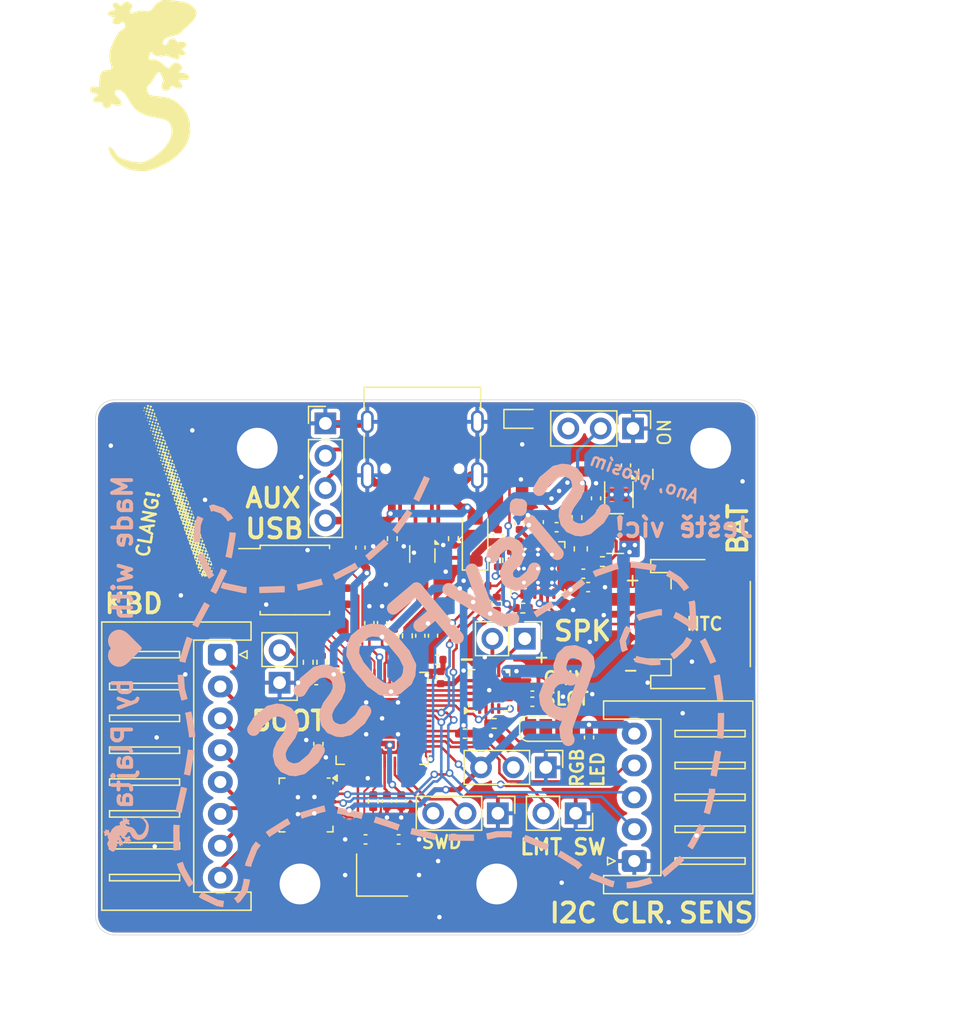
<source format=kicad_pcb>
(kicad_pcb (version 20241229) (generator "pcbnew") (generator_version "9.0")
  (title_block (title "Sisyphus") (date "2025-03-31") (rev "v0.1") (company "Plajta corp."))
  (layers (0 "F.Cu" signal) (2 "B.Cu" signal) (13 "F.Paste" user) (15 "B.Paste" user) (5 "F.SilkS" user "F.Silkscreen") (7 "B.SilkS" user "B.Silkscreen") (1 "F.Mask" user) (3 "B.Mask" user) (25 "Edge.Cuts" user))
  (net 0 "")
  (net 1 "GND")
  (net 2 "VBUS")
  (net 3 "/Batery and power/SW")
  (net 4 "/Batery and power/REGN")
  (net 5 "+3V3")
  (net 6 "+1V1")
  (net 7 "/~{USB_BOOT}")
  (net 8 "+5V")
  (net 9 "Net-(U2-XIN)")
  (net 10 "SCL")
  (net 11 "Net-(C15-Pad1)")
  (net 12 "AUX_LED")
  (net 13 "SDA")
  (net 14 "/Peripheral/DN")
  (net 15 "/SWD")
  (net 16 "/SWCLK")
  (net 17 "/QSPI_SS")
  (net 18 "/QSPI_SD3")
  (net 19 "/QSPI_SCLK")
  (net 20 "/QSPI_SD0")
  (net 21 "/QSPI_SD2")
  (net 22 "/QSPI_SD1")
  (net 23 "/Peripheral/DP")
  (net 24 "/Peripheral/SPK+")
  (net 25 "/Peripheral/SPK-")
  (net 26 "Net-(U4-BTST)")
  (net 27 "Net-(U4-PMID)")
  (net 28 "Net-(D1-A)")
  (net 29 "LMT_SW")
  (net 30 "RGB_DATA")
  (net 31 "/Peripheral/COL2")
  (net 32 "/Peripheral/ROW1")
  (net 33 "Net-(D1-K)")
  (net 34 "Net-(JP1-C)")
  (net 35 "Net-(J4-CC1)")
  (net 36 "Net-(J4-CC2)")
  (net 37 "/Peripheral/ROW2")
  (net 38 "Net-(U3-SW)")
  (net 39 "Net-(U2-USB_DP)")
  (net 40 "/Peripheral/COL3")
  (net 41 "Net-(U2-USB_DM)")
  (net 42 "Net-(U2-XOUT)")
  (net 43 "/Peripheral/COL1")
  (net 44 "/Peripheral/ROW3")
  (net 45 "/Peripheral/ROW0")
  (net 46 "/Peripheral/COL0")
  (net 47 "/Peripheral/GAIN_SELECT")
  (net 48 "Net-(U4-PMID_GOOD)")
  (net 49 "USB_D+")
  (net 54 "USB_D-")
  (net 62 "PMIC_INT")
  (net 63 "I2S_ENABLE")
  (net 64 "I2S_BIT_CLOCK")
  (net 65 "I2S_FRAME_CLOCK")
  (net 67 "VSYS")
  (net 68 "I2S_DATA")
  (net 69 "KEYPAD_RESET")
  (net 70 "+BATT")
  (net 78 "KEYPAD_INT")
  (net 82 "Net-(Q1-G)")
  (net 96 "SYS")
  (net 98 "/Batery and power/NTC")
  (footprint "Connector_PinHeader_2.54mm:PinHeader_1x02_P2.54mm_Vertical" (layer "F.Cu") (at 91.95 97.2 180)
    (property "Reference" "J1" (hide yes))
    (property "Value" "USB_BOOT")
  )
  (footprint "Capacitor_SMD:C_0402_1005Metric" (layer "F.Cu") (at 104 93.515 90)
    (property "Reference" "C11" (hide yes))
    (property "Value" "1uF")
  )
  (footprint "Capacitor_SMD:C_0402_1005Metric" (layer "F.Cu") (at 103 93.515 90)
    (property "Reference" "C12" (hide yes))
    (property "Value" "1uF")
  )
  (footprint "Capacitor_SMD:C_0402_1005Metric" (layer "F.Cu") (at 95 102 -90)
    (property "Reference" "C4" (hide yes))
    (property "Value" "100nF")
  )
  (footprint "Capacitor_SMD:C_0402_1005Metric" (layer "F.Cu") (at 98.3 86.6 90)
    (property "Reference" "C8" (hide yes))
    (property "Value" "100nF")
  )
  (footprint "Resistor_SMD:R_0402_1005Metric" (layer "F.Cu") (at 95.26707 95.6 90)
    (property "Reference" "R1" (hide yes))
    (property "Value" "10k")
  )
  (footprint "Package_SO:SOIC-8_5.23x5.23mm_P1.27mm" (layer "F.Cu") (at 93.15 89.145)
    (property "Reference" "U1" (hide yes))
    (property "Value" "W25Q128JVS")
  )
  (footprint "Resistor_SMD:R_0402_1005Metric" (layer "F.Cu") (at 94.2 95.6 -90)
    (property "Reference" "R2" (hide yes))
    (property "Value" "1k")
  )
  (footprint "Capacitor_SMD:C_0402_1005Metric" (layer "F.Cu") (at 100 92.515 90)
    (property "Reference" "C7" (hide yes))
    (property "Value" "100nF")
  )
  (footprint "Capacitor_SMD:C_0402_1005Metric" (layer "F.Cu") (at 106.485 101.2)
    (property "Reference" "C5" (hide yes))
    (property "Value" "100nF")
  )
  (footprint "Capacitor_SMD:C_0402_1005Metric" (layer "F.Cu") (at 100.381 106.485 -90)
    (property "Reference" "C3" (hide yes))
    (property "Value" "100nF")
  )
  (footprint "Resistor_SMD:R_0402_1005Metric" (layer "F.Cu") (at 100.926571 93.528498 -90)
    (property "Reference" "R3" (hide yes))
    (property "Value" "33")
  )
  (footprint "Capacitor_SMD:C_0402_1005Metric" (layer "F.Cu") (at 101.5 106.485 -90)
    (property "Reference" "C10" (hide yes))
    (property "Value" "100nF")
  )
  (footprint "Capacitor_SMD:C_0402_1005Metric" (layer "F.Cu") (at 94.83207 97 180)
    (property "Reference" "C6" (hide yes))
    (property "Value" "100nF")
  )
  (footprint "Capacitor_SMD:C_0402_1005Metric" (layer "F.Cu") (at 104.3 95.4)
    (property "Reference" "C1" (hide yes))
    (property "Value" "100nF")
  )
  (footprint "Resistor_SMD:R_0402_1005Metric" (layer "F.Cu") (at 101.983871 93.525648 -90)
    (property "Reference" "R4" (hide yes))
    (property "Value" "33")
  )
  (footprint "Capacitor_SMD:C_0402_1005Metric" (layer "F.Cu") (at 99 92.515 90)
    (property "Reference" "C9" (hide yes))
    (property "Value" "100nF")
  )
  (footprint "Capacitor_SMD:C_0402_1005Metric" (layer "F.Cu") (at 104.6 96.8 90)
    (property "Reference" "C2" (hide yes))
    (property "Value" "100nF")
  )
  (footprint "Capacitor_SMD:C_0402_1005Metric" (layer "F.Cu") (at 116.25 101.5 -90)
    (property "Reference" "C13" (hide yes))
    (property "Value" "10uF")
  )
  (footprint "Package_DFN_QFN:QFN-56-1EP_7x7mm_P0.4mm_EP3.2x3.2mm" (layer "F.Cu") (at 100 100)
    (property "Reference" "U2" (hide yes))
    (property "Value" "RP2040")
  )
  (footprint "Capacitor_SMD:C_0402_1005Metric" (layer "F.Cu") (at 111.8 97.5 180)
    (property "Reference" "C25" (hide yes))
    (property "Value" "10uF")
  )
  (footprint "MountingHole:MountingHole_3.2mm_M3_ISO7380_Pad" (layer "F.Cu") (at 90.2 78.8)
    (property "Reference" "H3" (hide yes))
    (property "Value" "M3")
  )
  (footprint "Connector_JST:JST_XH_S5B-XH-A_1x05_P2.50mm_Horizontal" (layer "F.Cu") (at 119.8 111.2 90)
    (property "Reference" "J7" (hide yes))
    (property "Value" "Light sensor")
  )
  (footprint "MountingHole:MountingHole_3.2mm_M3_ISO7380_Pad" (layer "F.Cu") (at 125.8 78.8)
    (property "Reference" "H4" (hide yes))
    (property "Value" "M3")
  )
  (footprint "Resistor_SMD:R_0402_1005Metric" (layer "F.Cu") (at 115.3 84.25 -90)
    (property "Reference" "R9" (hide yes))
    (property "Value" "330")
  )
  (footprint "Connector_PinHeader_2.54mm:PinHeader_1x02_P2.54mm_Vertical" (layer "F.Cu") (at 111.2 93.75 -90)
    (property "Reference" "J10" (hide yes))
    (property "Value" "Speaker")
  )
  (footprint "MountingHole:MountingHole_3.2mm_M3_ISO7380_Pad" (layer "F.Cu") (at 109 113)
    (property "Reference" "H1" (hide yes))
    (property "Value" "M3")
  )
  (footprint "Capacitor_SMD:C_0402_1005Metric" (layer "F.Cu") (at 98.7 109.5 180)
    (property "Reference" "C14" (hide yes))
    (property "Value" "15pF")
  )
  (footprint "Diode_SMD:D_SOD-123" (layer "F.Cu") (at 107.3 86 90)
    (property "Reference" "D2" (hide yes))
    (property "Value" "D_shottky")
  )
  (footprint "Capacitor_SMD:C_0402_1005Metric" (layer "F.Cu") (at 113.7 85 180)
    (property "Reference" "C16" (hide yes))
    (property "Value" "47nF")
  )
  (footprint "Connector_JST:JST_XH_S8B-XH-A_1x08_P2.50mm_Horizontal" (layer "F.Cu") (at 87.3 95 -90)
    (property "Reference" "J5" (hide yes))
    (property "Value" "Keyboard")
  )
  (footprint "Capacitor_SMD:C_0402_1005Metric" (layer "F.Cu") (at 110.8 84.7 -90)
    (property "Reference" "C23" (hide yes))
    (property "Value" "10uF")
  )
  (footprint "Resistor_SMD:R_0402_1005Metric" (layer "F.Cu") (at 107.8 89.6 180)
    (property "Reference" "R5" (hide yes))
    (property "Value" "10k")
  )
  (footprint "Package_DFN_QFN:Texas_RTW_WQFN-24-1EP_4x4mm_P0.5mm_EP2.7x2.7mm_ThermalVias" (layer "F.Cu") (at 112.2375 88.25)
    (property "Reference" "U4" (hide yes))
    (property "Value" "BQ25619")
  )
  (footprint "Connector_PinHeader_2.54mm:PinHeader_1x03_P2.54mm_Vertical" (layer "F.Cu") (at 109.09 107.45 -90)
    (property "Reference" "J2" (hide yes))
    (property "Value" "SWD")
  )
  (footprint "Resistor_SMD:R_0402_1005Metric" (layer "F.Cu") (at 100.8 85.9 90)
    (property "Reference" "R13" (hide yes))
    (property "Value" "5.1k")
  )
  (footprint "Capacitor_SMD:C_0402_1005Metric" (layer "F.Cu") (at 112.3 84.6 90)
    (property "Reference" "C22" (hide yes))
    (property "Value" "4.7uF")
  )
  (footprint "Connector_PinHeader_2.54mm:PinHeader_1x03_P2.54mm_Vertical" (layer "F.Cu") (at 112.85 103.85 -90)
    (property "Reference" "J9" (hide yes))
    (property "Value" "RGB_CONN")
  )
  (footprint "Capacitor_SMD:C_0402_1005Metric" (layer "F.Cu") (at 101.3 109.5)
    (property "Reference" "C15" (hide yes))
    (property "Value" "15pF")
  )
  (footprint "Resistor_SMD:R_0402_1005Metric" (layer "F.Cu") (at 109.1 87.6 90)
    (property "Reference" "R10" (hide yes))
    (property "Value" "10k")
  )
  (footprint "Inductor_SMD:L_0805_2012Metric" (layer "F.Cu") (at 120.7 80.85 -90)
    (property "Reference" "L2" (hide yes))
    (property "Value" "2.2uH 1.2A")
  )
  (footprint "Resistor_SMD:R_0402_1005Metric" (layer "F.Cu") (at 109 91 90)
    (property "Reference" "R6" (hide yes))
    (property "Value" "10k")
  )
  (footprint "Package_TO_SOT_SMD:SOT-666" (layer "F.Cu") (at 103.16 87.1 -90)
    (property "Reference" "U5" (hide yes))
    (property "Value" "USBLC6-2P6")
  )
  (footprint "Resistor_SMD:R_0402_1005Metric" (layer "F.Cu") (at 108.8 100.4)
    (property "Reference" "R14" (hide yes))
    (property "Value" "DNF")
  )
  (footprint "Crystal:Crystal_SMD_3225-4Pin_3.2x2.5mm" (layer "F.Cu") (at 100 112.3)
    (property "Reference" "Y1" (hide yes))
    (property "Value" "ABM8-272-T3")
  )
  (footprint "Capacitor_SMD:C_0402_1005Metric" (layer "F.Cu") (at 111.8 98.7 180)
    (property "Reference" "C24" (hide yes))
    (property "Value" "100nF")
  )
  (footprint "Resistor_SMD:R_0402_1005Metric" (layer "F.Cu") (at 105.6 85.9 90)
    (property "Reference" "R12" (hide yes))
    (property "Value" "5.1k")
  )
  (footprint "Connector_JST:JST_PH_S3B-PH-SM4-TB_1x03-1MP_P2.00mm_Horizontal" (layer "F.Cu") (at 124.4 92.6 90)
    (property "Reference" "J3" (hide yes))
    (property "Value" "Battery")
  )
  (footprint "Connector_PinHeader_2.54mm:PinHeader_1x03_P2.54mm_Vertical" (layer "F.Cu") (at 119.7 77.25 -90)
    (property "Reference" "SW1" (hide yes))
    (property "Value" "SW_SPDT_321")
  )
  (footprint "Jumper:SolderJumper-3_P1.3mm_Open_RoundedPad1.0x1.5mm" (layer "F.Cu") (at 112.85 100.8 180)
    (property "Reference" "JP1" (hide yes))
    (property "Value" "Gain select")
  )
  (footprint "Capacitor_SMD:C_0402_1005Metric" (layer "F.Cu") (at 116.18 89.7)
    (property "Reference" "C21" (hide yes))
    (property "Value" "10uF")
  )
  (footprint "Resistor_SMD:R_0402_1005Metric" (layer "F.Cu") (at 111.05 91.35)
    (property "Reference" "R11" (hide yes))
    (property "Value" "10k")
  )
  (footprint "Resistor_SMD:R_0402_1005Metric" (layer "F.Cu") (at 117.3 87.7 180)
    (property "Reference" "R8" (hide yes))
    (property "Value" "1M")
  )
  (footprint "Connector_PinHeader_2.54mm:PinHeader_1x04_P2.54mm_Vertical" (layer "F.Cu") (at 95.55 76.85)
    (property "Reference" "J6" (hide yes))
    (property "Value" "AUX USB")
  )
  (footprint "Package_DFN_QFN:TQFN-16-1EP_3x3mm_P0.5mm_EP1.23x1.23mm" (layer "F.Cu") (at 108.41 97.79 90)
    (property "Reference" "U7" (hide yes))
    (property "Value" "MAX98357A")
  )
  (footprint "Connector_USB:USB_C_Receptacle_G-Switch_GT-USB-7010ASV" (layer "F.Cu") (at 103.16 77.8 180)
    (property "Reference" "J4" (hide yes))
    (property "Value" "USB_C_Receptacle_USB2.0_14P" (hide yes))
  )
  (footprint "Inductor_SMD:L_0603_1608Metric" (layer "F.Cu") (at 115.6 86.7 -90)
    (property "Reference" "L1" (hide yes))
    (property "Value" "1uH 2A")
  )
  (footprint "Package_TO_SOT_SMD:SOT-23" (layer "F.Cu") (at 118.3 85.5)
    (property "Reference" "Q1" (hide yes))
    (property "Value" "AO3401A")
  )
  (footprint "Capacitor_SMD:C_0402_1005Metric" (layer "F.Cu") (at 116.8 82.733666 90)
    (property "Reference" "C19" (hide yes))
    (property "Value" "10uF")
  )
  (footprint "Package_SON:WSON-6-1EP_2x2mm_P0.65mm_EP1x1.6mm_ThermalVias" (layer "F.Cu") (at 118.5875 82.4425 -90)
    (property "Reference" "U3" (hide yes))
    (property "Value" "TPS62291")
  )
  (footprint "Capacitor_SMD:C_0402_1005Metric" (layer "F.Cu") (at 109.1 85.68 90)
    (property "Reference" "C18" (hide yes))
    (property "Value" "1uF")
  )
  (footprint "Package_DFN_QFN:WQFN-24-1EP_4x4mm_P0.5mm_EP2.45x2.45mm" (layer "F.Cu") (at 94.033324 106.7995 -90)
    (property "Reference" "U6" (hide yes))
    (property "Value" "TCA8418")
  )
  (footprint "MountingHole:MountingHole_3.2mm_M3_ISO7380_Pad" (layer "F.Cu") (at 93.55 113)
    (property "Reference" "H2" (hide yes))
    (property "Value" "M3")
  )
  (footprint "Connector_PinSocket_2.54mm:PinSocket_1x02_P2.54mm_Vertical" (layer "F.Cu") (at 115.2 107.45 -90)
    (property "Reference" "J8" (hide yes))
    (property "Value" "Limit SW")
  )
  (footprint "Resistor_SMD:R_0402_1005Metric" (layer "F.Cu") (at 99.3 106.5 -90)
    (property "Reference" "R7" (hide yes))
    (property "Value" "1k")
  )
  (footprint "LED_SMD:LED_0603_1608Metric" (layer "F.Cu") (at 111.05 76.5)
    (property "Reference" "D1" (hide yes))
    (property "Value" "LED")
  )
  (footprint "Capacitor_SMD:C_0402_1005Metric" (layer "F.Cu") (at 119.15 80.15 90)
    (property "Reference" "C20" (hide yes))
    (property "Value" "10uF")
  )
  (footprint "Capacitor_SMD:C_0402_1005Metric" (layer "F.Cu") (at 115.8 88.65)
    (property "Reference" "C17" (hide yes))
    (property "Value" "10uF")
  )
  (gr_poly (pts (xy 82.886726 80.272521) (xy 82.899756 80.262587) (xy 82.911356 80.254025) (xy 82.921662 80.246859) (xy 82.930813 80.24111) (xy 82.934998 80.238774) (xy 82.938945 80.2368) (xy 82.942672 80.235191) (xy 82.946196 80.23395) (xy 82.949534 80.23308) (xy 82.952704 80.232584) (xy 82.955722 80.232463) (xy 82.958605 80.232721) (xy 82.961372 80.233361) (xy 82.964038 80.234385) (xy 82.966621 80.235796) (xy 82.969139 80.237597) (xy 82.971608 80.23979) (xy 82.974046 80.242378) (xy 82.97647 80.245365) (xy 82.978897 80.248752) (xy 82.981344 80.252542) (xy 82.983828 80.256739) (xy 82.988978 80.266362) (xy 82.994483 80.277641) (xy 83.000481 80.2906) (xy 83.028926 80.35303) (xy 82.961963 80.378488) (xy 82.895001 80.403947) (xy 82.862765 80.35986) (xy 82.830528 80.315773)) (fill yes) (layer "F.SilkS"))
  (gr_poly (pts (xy 83.131262 79.213253) (xy 83.131865 79.210217) (xy 83.132796 79.207219) (xy 83.134059 79.204246) (xy 83.135658 79.201282) (xy 83.137595 79.198313) (xy 83.139875 79.195325) (xy 83.142502 79.192303) (xy 83.145479 79.189233) (xy 83.148809 79.186101) (xy 83.152497 79.18289) (xy 83.156547 79.179589) (xy 83.165743 79.172652) (xy 83.176429 79.165175) (xy 83.188633 79.157042) (xy 83.249136 79.117399) (xy 83.287411 79.172043) (xy 83.296232 79.18473) (xy 83.303813 79.195966) (xy 83.310114 79.205901) (xy 83.312773 79.210426) (xy 83.315097 79.214682) (xy 83.317081 79.218687) (xy 83.318721 79.222459) (xy 83.320011 79.226018) (xy 83.320947 79.229381) (xy 83.321523 79.232566) (xy 83.321735 79.235594) (xy 83.321578 79.238482) (xy 83.321047 79.241248) (xy 83.320137 79.243912) (xy 83.318844 79.246491) (xy 83.317161 79.249005) (xy 83.315084 79.251472) (xy 83.312609 79.253911) (xy 83.30973 79.25634) (xy 83.306443 79.258777) (xy 83.302742 79.261241) (xy 83.298623 79.263752) (xy 83.29408 79.266326) (xy 83.283705 79.271743) (xy 83.271578 79.277639) (xy 83.257659 79.284163) (xy 83.257659 79.284164) (xy 83.190016 79.315587) (xy 83.159073 79.273271) (xy 83.151595 79.262822) (xy 83.145223 79.253339) (xy 83.142461 79.248923) (xy 83.139986 79.244704) (xy 83.137803 79.240669) (xy 83.135914 79.236803) (xy 83.134325 79.233092) (xy 83.133037 79.22952) (xy 83.132055 79.226074) (xy 83.131383 79.222738) (xy 83.131025 79.219499) (xy 83.130983 79.216343)) (fill yes) (layer "F.SilkS"))
  (gr_poly (pts (xy 81.77707 76.419601) (xy 81.789748 76.409796) (xy 81.80105 76.401347) (xy 81.811108 76.394274) (xy 81.820053 76.388597) (xy 81.82415 76.386289) (xy 81.828018 76.384337) (xy 81.831674 76.382745) (xy 81.835134 76.381515) (xy 81.838415 76.380648) (xy 81.841532 76.380149) (xy 81.844504 76.380019) (xy 81.847345 76.380261) (xy 81.850073 76.380878) (xy 81.852704 76.381872) (xy 81.855255 76.383245) (xy 81.857741 76.385) (xy 81.86018 76.38714) (xy 81.862587 76.389667) (xy 81.86498 76.392584) (xy 81.867375 76.395893) (xy 81.869788 76.399597) (xy 81.872235 76.403699) (xy 81.8773 76.413103) (xy 81.882702 76.424128) (xy 81.888571 76.436793) (xy 81.916344 76.497749) (xy 81.86197 76.535833) (xy 81.807596 76.573918) (xy 81.765027 76.518093) (xy 81.722459 76.462268)) (fill yes) (layer "F.SilkS"))
  (gr_poly (pts (xy 82.222184 78.253296) (xy 82.222473 78.249717) (xy 82.22304 78.246193) (xy 82.223886 78.242719) (xy 82.225012 78.239291) (xy 82.22642 78.235903) (xy 82.22811 78.23255) (xy 82.230083 78.229227) (xy 82.23234 78.225929) (xy 82.234882 78.222651) (xy 82.237711 78.219387) (xy 82.240828 78.216133) (xy 82.244232 78.212883) (xy 82.247926 78.209633) (xy 82.251911 78.206376) (xy 82.260756 78.199825) (xy 82.270775 78.193189) (xy 82.311856 78.167276) (xy 82.348777 78.216119) (xy 82.357273 78.227444) (xy 82.3646 78.237505) (xy 82.370741 78.246443) (xy 82.373359 78.250534) (xy 82.375674 78.254396) (xy 82.377682 78.258047) (xy 82.37938 78.261503) (xy 82.380767 78.264783) (xy 82.381839 78.267904) (xy 82.382595 78.270883) (xy 82.383032 78.273738) (xy 82.383148 78.276486) (xy 82.382939 78.279144) (xy 82.382404 78.28173) (xy 82.38154 78.284261) (xy 82.380344 78.286755) (xy 82.378815 78.289229) (xy 82.376949 78.2917) (xy 82.374744 78.294186) (xy 82.372198 78.296705) (xy 82.369309 78.299273) (xy 82.366073 78.301907) (xy 82.362488 78.304627) (xy 82.354263 78.310389) (xy 82.344613 78.316697) (xy 82.333519 78.323691) (xy 82.333519 78.323692) (xy 82.279769 78.357258) (xy 82.246755 78.312109) (xy 82.240028 78.302447) (xy 82.234359 78.293273) (xy 82.231925 78.288856) (xy 82.229758 78.284547) (xy 82.227859 78.280338) (xy 82.226231 78.276227) (xy 82.224873 78.272206) (xy 82.223788 78.268272) (xy 82.222975 78.264419) (xy 82.222436 78.260643) (xy 82.222172 78.256937)) (fill yes) (layer "F.SilkS"))
  (gr_poly (pts (xy 82.844274 80.531378) (xy 82.844588 80.526825) (xy 82.845215 80.522221) (xy 82.846165 80.517578) (xy 82.847446 80.512909) (xy 82.84907 80.508225) (xy 82.850821 80.50393) (xy 82.852654 80.499952) (xy 82.854565 80.496291) (xy 82.856552 80.492945) (xy 82.858613 80.489914) (xy 82.860742 80.487197) (xy 82.862939 80.484794) (xy 82.8652 80.482704) (xy 82.867521 80.480926) (xy 82.8699 80.47946) (xy 82.872334 80.478306) (xy 82.87482 80.477462) (xy 82.877354 80.476928) (xy 82.879934 80.476704) (xy 82.882557 80.476788) (xy 82.88522 80.477181) (xy 82.887919 80.477881) (xy 82.890652 80.478888) (xy 82.893416 80.480201) (xy 82.896207 80.48182) (xy 82.899024 80.483744) (xy 82.901861 80.485973) (xy 82.904718 80.488506) (xy 82.90759 80.491341) (xy 82.910475 80.49448) (xy 82.913369 80.49792) (xy 82.916271 80.501662) (xy 82.919175 80.505705) (xy 82.922081 80.510048) (xy 82.924984 80.514691) (xy 82.927881 80.519632) (xy 82.930771 80.524872) (xy 82.9574 80.574628) (xy 82.9168 80.590207) (xy 82.91251 80.591664) (xy 82.908259 80.59274) (xy 82.904058 80.593446) (xy 82.899915 80.593795) (xy 82.895843 80.593799) (xy 82.89185 80.59347) (xy 82.887946 80.592821) (xy 82.884142 80.591864) (xy 82.880448 80.59061) (xy 82.876874 80.589073) (xy 82.873431 80.587264) (xy 82.870127 80.585196) (xy 82.866974 80.58288) (xy 82.863981 80.58033) (xy 82.861158 80.577557) (xy 82.858517 80.574574) (xy 82.856066 80.571393) (xy 82.853816 80.568026) (xy 82.851777 80.564485) (xy 82.849959 80.560783) (xy 82.848372 80.556932) (xy 82.847027 80.552944) (xy 82.845933 80.548831) (xy 82.8451 80.544606) (xy 82.84454 80.54028) (xy 82.844261 80.535867)) (fill yes) (layer "F.SilkS"))
  (gr_poly (pts (xy 83.746863 80.510506) (xy 83.751083 80.505635) (xy 83.755334 80.501147) (xy 83.759611 80.497041) (xy 83.763909 80.493316) (xy 83.768221 80.489971) (xy 83.772542 80.487004) (xy 83.776866 80.484415) (xy 83.781188 80.482201) (xy 83.785502 80.480361) (xy 83.789803 80.478895) (xy 83.794084 80.4778) (xy 83.79834 80.477077) (xy 83.802566 80.476722) (xy 83.806756 80.476736) (xy 83.810904 80.477116) (xy 83.815005 80.477862) (xy 83.819052 80.478972) (xy 83.823041 80.480446) (xy 83.826966 80.48228) (xy 83.830821 80.484475) (xy 83.8346 80.48703) (xy 83.838298 80.489942) (xy 83.84191 80.49321) (xy 83.845429 80.496834) (xy 83.848849 80.500812) (xy 83.852167 80.505142) (xy 83.855374 80.509824) (xy 83.858467 80.514856) (xy 83.86144 80.520236) (xy 83.864286 80.525965) (xy 83.867 80.532039) (xy 83.869577 80.538459) (xy 83.880036 80.566272) (xy 83.88403 80.577588) (xy 83.887139 80.587392) (xy 83.889314 80.595845) (xy 83.890037 80.599616) (xy 83.890508 80.603109) (xy 83.890723 80.606345) (xy 83.890674 80.609345) (xy 83.890357 80.612128) (xy 83.889765 80.614714) (xy 83.888892 80.617124) (xy 83.887733 80.619377) (xy 83.886281 80.621495) (xy 83.88453 80.623497) (xy 83.882476 80.625403) (xy 83.880111 80.627234) (xy 83.87743 80.629009) (xy 83.874427 80.63075) (xy 83.86743 80.634205) (xy 83.859075 80.637762) (xy 83.838097 80.645826) (xy 83.838097 80.645827) (xy 83.782535 80.666779) (xy 83.750013 80.606338) (xy 83.717491 80.545897)) (fill yes) (layer "F.SilkS"))
  (gr_poly (pts (xy 82.438892 79.261614) (xy 82.439191 79.25905) (xy 82.439701 79.256519) (xy 82.440423 79.254011) (xy 82.441359 79.251516) (xy 82.44251 79.249024) (xy 82.443878 79.246525) (xy 82.445464 79.244008) (xy 82.447271 79.241465) (xy 82.449299 79.238884) (xy 82.451551 79.236257) (xy 82.454027 79.233572) (xy 82.459661 79.22799) (xy 82.466214 79.222059) (xy 82.473698 79.215699) (xy 82.510741 79.184958) (xy 82.547783 79.215699) (xy 82.552355 79.219579) (xy 82.556608 79.223365) (xy 82.56054 79.227064) (xy 82.564152 79.23068) (xy 82.567443 79.234216) (xy 82.570411 79.237679) (xy 82.573057 79.241071) (xy 82.575379 79.244397) (xy 82.577378 79.247663) (xy 82.579051 79.250871) (xy 82.580399 79.254028) (xy 82.581421 79.257137) (xy 82.582116 79.260202) (xy 82.582483 79.263229) (xy 82.582522 79.266221) (xy 82.582232 79.269184) (xy 82.581612 79.272121) (xy 82.580662 79.275037) (xy 82.579381 79.277936) (xy 82.577769 79.280824) (xy 82.575824 79.283704) (xy 82.573546 79.286581) (xy 82.570934 79.289459) (xy 82.567988 79.292343) (xy 82.564706 79.295237) (xy 82.561089 79.298146) (xy 82.557135 79.301074) (xy 82.552845 79.304026) (xy 82.548216 79.307005) (xy 82.543248 79.310018) (xy 82.532295 79.316158) (xy 82.532294 79.316158) (xy 82.479764 79.344272) (xy 82.458589 79.310853) (xy 82.453439 79.302512) (xy 82.449042 79.294865) (xy 82.445412 79.287831) (xy 82.443887 79.284518) (xy 82.442559 79.281329) (xy 82.441429 79.278253) (xy 82.440498 79.275281) (xy 82.439769 79.272401) (xy 82.439242 79.269605) (xy 82.438919 79.266882) (xy 82.438802 79.264221)) (fill yes) (layer "F.SilkS"))
  (gr_poly (pts (xy 82.981274 80.782219) (xy 82.984942 80.777978) (xy 82.988666 80.774021) (xy 82.992438 80.770348) (xy 82.996251 80.766957) (xy 83.000098 80.763849) (xy 83.00397 80.761023) (xy 83.007859 80.758479) (xy 83.011759 80.756217) (xy 83.015662 80.754237) (xy 83.019559 80.752538) (xy 83.023444 80.75112) (xy 83.027308 80.749983) (xy 83.031143 80.749127) (xy 83.034943 80.74855) (xy 83.038699 80.748254) (xy 83.042404 80.748238) (xy 83.04605 80.748501) (xy 83.04963 80.749043) (xy 83.053135 80.749865) (xy 83.056558 80.750965) (xy 83.059892 80.752344) (xy 83.063128 80.754001) (xy 83.066259 80.755936) (xy 83.069277 80.758148) (xy 83.072175 80.760638) (xy 83.074946 80.763406) (xy 83.07758 80.76645) (xy 83.080071 80.769771) (xy 83.082411 80.773368) (xy 83.084592 80.777242) (xy 83.086606 80.781391) (xy 83.088447 80.785816) (xy 83.092573 80.796989) (xy 83.095982 80.807219) (xy 83.098648 80.816584) (xy 83.100549 80.825159) (xy 83.101205 80.829175) (xy 83.10166 80.833022) (xy 83.101913 80.83671) (xy 83.101959 80.840248) (xy 83.101797 80.843647) (xy 83.101422 80.846915) (xy 83.100833 80.850063) (xy 83.100026 80.853099) (xy 83.098998 80.856034) (xy 83.097746 80.858877) (xy 83.096268 80.861637) (xy 83.09456 80.864324) (xy 83.092619 80.866948) (xy 83.090443 80.869518) (xy 83.088029 80.872044) (xy 83.085373 80.874535) (xy 83.082473 80.877002) (xy 83.079325 80.879452) (xy 83.072277 80.884345) (xy 83.064205 80.889291) (xy 83.055084 80.894367) (xy 83.006733 80.920245) (xy 82.979288 80.868963) (xy 82.951842 80.817682)) (fill yes) (layer "F.SilkS"))
  (gr_poly (pts (xy 81.646489 77.128386) (xy 81.646537 77.127761) (xy 81.646616 77.127145) (xy 81.646725 77.126539) (xy 81.646864 77.125943) (xy 81.647031 77.125358) (xy 81.647226 77.124785) (xy 81.647448 77.124225) (xy 81.647696 77.123678) (xy 81.647969 77.123146) (xy 81.648268 77.122629) (xy 81.64859 77.122128) (xy 81.648935 77.121644) (xy 81.649302 77.121177) (xy 81.649691 77.120728) (xy 81.650101 77.120299) (xy 81.65053 77.119889) (xy 81.650979 77.1195) (xy 81.651446 77.119133) (xy 81.65193 77.118788) (xy 81.652431 77.118466) (xy 81.652948 77.118168) (xy 81.653481 77.117894) (xy 81.654027 77.117646) (xy 81.654587 77.117424) (xy 81.65516 77.117229) (xy 81.655745 77.117062) (xy 81.656341 77.116923) (xy 81.656947 77.116814) (xy 81.657563 77.116735) (xy 81.658188 77.116688) (xy 81.65882 77.116671) (xy 81.659453 77.116688) (xy 81.660078 77.116735) (xy 81.660694 77.116814) (xy 81.6613 77.116923) (xy 81.661896 77.117062) (xy 81.662481 77.117229) (xy 81.663054 77.117424) (xy 81.663614 77.117646) (xy 81.664161 77.117894) (xy 81.664693 77.118168) (xy 81.66521 77.118466) (xy 81.665711 77.118788) (xy 81.666195 77.119133) (xy 81.666662 77.119501) (xy 81.66711 77.11989) (xy 81.66754 77.120299) (xy 81.667949 77.120729) (xy 81.668338 77.121177) (xy 81.668706 77.121644) (xy 81.669051 77.122129) (xy 81.669373 77.12263) (xy 81.669671 77.123147) (xy 81.669944 77.123679) (xy 81.670193 77.124225) (xy 81.670414 77.124785) (xy 81.670609 77.125358) (xy 81.670776 77.125943) (xy 81.670915 77.126539) (xy 81.671024 77.127145) (xy 81.671103 77.127761) (xy 81.671151 77.128386) (xy 81.671167 77.129019) (xy 81.671151 77.129652) (xy 81.671103 77.130276) (xy 81.671024 77.130892) (xy 81.670915 77.131499) (xy 81.670776 77.132095) (xy 81.670609 77.13268) (xy 81.670414 77.133252) (xy 81.670192 77.133813) (xy 81.669944 77.134359) (xy 81.66967 77.134891) (xy 81.669372 77.135408) (xy 81.66905 77.135909) (xy 81.668705 77.136394) (xy 81.668338 77.136861) (xy 81.667949 77.137309) (xy 81.667539 77.137739) (xy 81.66711 77.138148) (xy 81.666661 77.138537) (xy 81.666194 77.138905) (xy 81.66571 77.13925) (xy 81.665209 77.139572) (xy 81.664692 77.13987) (xy 81.66416 77.140144) (xy 81.663613 77.140392) (xy 81.663053 77.140614) (xy 81.66248 77.140809) (xy 81.661896 77.140976) (xy 81.6613 77.141114) (xy 81.660694 77.141223) (xy 81.660078 77.141302) (xy 81.659453 77.14135) (xy 81.65882 77.141366) (xy 81.658188 77.14135) (xy 81.657563 77.141302) (xy 81.656947 77.141223) (xy 81.65634 77.141114) (xy 81.655744 77.140976) (xy 81.65516 77.140808) (xy 81.654587 77.140614) (xy 81.654027 77.140392) (xy 81.65348 77.140143) (xy 81.652948 77.13987) (xy 81.652431 77.139572) (xy 81.65193 77.139249) (xy 81.651445 77.138904) (xy 81.650979 77.138537) (xy 81.65053 77.138148) (xy 81.6501 77.137738) (xy 81.649691 77.137309) (xy 81.649302 77.13686) (xy 81.648935 77.136393) (xy 81.64859 77.135909) (xy 81.648267 77.135408) (xy 81.647969 77.134891) (xy 81.647696 77.134359) (xy 81.647447 77.133812) (xy 81.647226 77.133252) (xy 81.647031 77.132679) (xy 81.646864 77.132094) (xy 81.646725 77.131498) (xy 81.646616 77.130892) (xy 81.646537 77.130276) (xy 81.646489 77.129651) (xy 81.646473 77.129019)) (fill yes) (layer "F.SilkS"))
  (gr_poly (pts (xy 82.461383 79.472976) (xy 82.461479 79.472425) (xy 82.461637 79.471882) (xy 82.461855 79.471347) (xy 82.462132 79.470821) (xy 82.462466 79.470305) (xy 82.462856 79.4698) (xy 82.4633 79.469306) (xy 82.463796 79.468823) (xy 82.464343 79.468354) (xy 82.464939 79.467898) (xy 82.465583 79.467456) (xy 82.466274 79.467029) (xy 82.467008 79.466617) (xy 82.467786 79.466222) (xy 82.468605 79.465843) (xy 82.469464 79.465482) (xy 82.470361 79.465139) (xy 82.471295 79.464815) (xy 82.472263 79.464511) (xy 82.473266 79.464227) (xy 82.4743 79.463964) (xy 82.475364 79.463723) (xy 82.476457 79.463504) (xy 82.477577 79.463309) (xy 82.478723 79.463137) (xy 82.479893 79.46299) (xy 82.481085 79.462868) (xy 82.482298 79.462771) (xy 82.48353 79.462702) (xy 82.48478 79.46266) (xy 82.486046 79.462645) (xy 82.487312 79.46268) (xy 82.488561 79.462781) (xy 82.489794 79.462948) (xy 82.491006 79.463179) (xy 82.492199 79.463473) (xy 82.493368 79.463826) (xy 82.494514 79.464239) (xy 82.495634 79.464709) (xy 82.496727 79.465235) (xy 82.497792 79.465814) (xy 82.498826 79.466446) (xy 82.499828 79.467128) (xy 82.500797 79.467859) (xy 82.501731 79.468637) (xy 82.502628 79.46946) (xy 82.503487 79.470328) (xy 82.504306 79.471237) (xy 82.505083 79.472187) (xy 82.505818 79.473176) (xy 82.506508 79.474202) (xy 82.507152 79.475263) (xy 82.507749 79.476358) (xy 82.508296 79.477485) (xy 82.508792 79.478643) (xy 82.509236 79.479829) (xy 82.509626 79.481043) (xy 82.50996 79.482281) (xy 82.510237 79.483544) (xy 82.510455 79.484828) (xy 82.510613 79.486133) (xy 82.510708 79.487457) (xy 82.510741 79.488797) (xy 82.510708 79.490118) (xy 82.510613 79.491382) (xy 82.510455 79.492589) (xy 82.510237 79.493739) (xy 82.50996 79.49483) (xy 82.509626 79.495863) (xy 82.509236 79.496835) (xy 82.508792 79.497747) (xy 82.508296 79.498598) (xy 82.507749 79.499387) (xy 82.507152 79.500114) (xy 82.506508 79.500777) (xy 82.505818 79.501376) (xy 82.505083 79.501911) (xy 82.504306 79.50238) (xy 82.503487 79.502784) (xy 82.502628 79.50312) (xy 82.501731 79.503389) (xy 82.500797 79.50359) (xy 82.499828 79.503723) (xy 82.498826 79.503785) (xy 82.497792 79.503778) (xy 82.496727 79.503699) (xy 82.495634 79.503549) (xy 82.494514 79.503327) (xy 82.493368 79.503031) (xy 82.492199 79.502662) (xy 82.491006 79.502219) (xy 82.489794 79.5017) (xy 82.488561 79.501106) (xy 82.487312 79.500435) (xy 82.486046 79.499687) (xy 82.48353 79.498075) (xy 82.481085 79.496398) (xy 82.478723 79.494669) (xy 82.476457 79.492901) (xy 82.4743 79.491108) (xy 82.472263 79.489302) (xy 82.470361 79.487498) (xy 82.468605 79.485709) (xy 82.467008 79.483948) (xy 82.465583 79.482228) (xy 82.464343 79.480563) (xy 82.4633 79.478967) (xy 82.462466 79.477453) (xy 82.461855 79.476034) (xy 82.461637 79.475364) (xy 82.461479 79.474723) (xy 82.461383 79.474113) (xy 82.461351 79.473535)) (fill yes) (layer "F.SilkS"))
  (gr_poly (pts (xy 85.476188 85.521363) (xy 85.476725 85.517248) (xy 85.477572 85.513217) (xy 85.478728 85.509268) (xy 85.480195 85.505398) (xy 85.481973 85.501605) (xy 85.484062 85.497886) (xy 85.486463 85.494239) (xy 85.489176 85.49066) (xy 85.492201 85.487148) (xy 85.49554 85.4837) (xy 85.499192 85.480313) (xy 85.503158 85.476985) (xy 85.507438 85.473714) (xy 85.512033 85.470495) (xy 85.516943 85.467328) (xy 85.527711 85.461137) (xy 85.581319 85.432447) (xy 85.614142 85.477335) (xy 85.621939 85.488241) (xy 85.628606 85.498177) (xy 85.634121 85.507256) (xy 85.63644 85.51151) (xy 85.638463 85.515591) (xy 85.640188 85.519513) (xy 85.641611 85.523292) (xy 85.642731 85.52694) (xy 85.643544 85.530473) (xy 85.644048 85.533903) (xy 85.644241 85.537244) (xy 85.644119 85.540512) (xy 85.64368 85.543719) (xy 85.642922 85.54688) (xy 85.641842 85.550009) (xy 85.640436 85.55312) (xy 85.638704 85.556227) (xy 85.636641 85.559344) (xy 85.634246 85.562484) (xy 85.631515 85.565662) (xy 85.628446 85.568892) (xy 85.625037 85.572188) (xy 85.621284 85.575564) (xy 85.612738 85.582612) (xy 85.602788 85.590147) (xy 85.591412 85.598282) (xy 85.591412 85.598281) (xy 85.535861 85.637191) (xy 85.504982 85.594962) (xy 85.497177 85.583707) (xy 85.490586 85.572934) (xy 85.487747 85.567721) (xy 85.485212 85.562621) (xy 85.482983 85.557631) (xy 85.48106 85.552748) (xy 85.479442 85.54797) (xy 85.478131 85.543295) (xy 85.477127 85.538719) (xy 85.47643 85.534241) (xy 85.476041 85.529857) (xy 85.47596 85.525565)) (fill yes) (layer "F.SilkS"))
  (gr_poly (pts (xy 81.697959 75.739061) (xy 81.698316 75.735297) (xy 81.698958 75.731654) (xy 81.699884 75.728123) (xy 81.701099 75.724695) (xy 81.702603 75.721359) (xy 81.704399 75.718106) (xy 81.706488 75.714928) (xy 81.708874 75.711814) (xy 81.711557 75.708755) (xy 81.71454 75.705741) (xy 81.717826 75.702764) (xy 81.721415 75.699814) (xy 81.729515 75.693956) (xy 81.738856 75.688091) (xy 81.749454 75.682146) (xy 81.803048 75.653463) (xy 81.851027 75.719328) (xy 81.899005 75.785192) (xy 81.96009 75.745168) (xy 81.9725 75.737294) (xy 81.984349 75.73027) (xy 81.995357 75.724227) (xy 82.005246 75.719294) (xy 82.009683 75.717285) (xy 82.013736 75.715604) (xy 82.01737 75.714265) (xy 82.02055 75.713286) (xy 82.023242 75.712682) (xy 82.025409 75.712471) (xy 82.027018 75.712669) (xy 82.027602 75.712926) (xy 82.028034 75.713291) (xy 82.031121 75.717431) (xy 82.034885 75.723253) (xy 82.043962 75.73895) (xy 82.054296 75.758396) (xy 82.06492 75.779608) (xy 82.074867 75.8006) (xy 82.08317 75.819389) (xy 82.086402 75.827337) (xy 82.08886 75.83399) (xy 82.090424 75.839099) (xy 82.090972 75.842417) (xy 82.090902 75.843127) (xy 82.090692 75.843902) (xy 82.090347 75.84474) (xy 82.08987 75.845639) (xy 82.089265 75.846595) (xy 82.088534 75.847607) (xy 82.087682 75.848671) (xy 82.086712 75.849785) (xy 82.084431 75.85215) (xy 82.081718 75.854682) (xy 82.078603 75.857359) (xy 82.075112 75.860159) (xy 82.071272 75.863061) (xy 82.067113 75.866043) (xy 82.06266 75.869084) (xy 82.057943 75.872162) (xy 82.052989 75.875256) (xy 82.047824 75.878344) (xy 82.042478 75.881404) (xy 82.036978 75.884416) (xy 82.036977 75.884415) (xy 81.982983 75.913312) (xy 81.932025 75.850132) (xy 81.881069 75.786952) (xy 81.814167 75.822366) (xy 81.747266 75.857779) (xy 81.721563 75.809752) (xy 81.715028 75.797106) (xy 81.70952 75.785434) (xy 81.705055 75.774663) (xy 81.70165 75.764715) (xy 81.70035 75.760026) (xy 81.699322 75.755515) (xy 81.698566 75.751173) (xy 81.698086 75.746989) (xy 81.697882 75.742955)) (fill yes) (layer "F.SilkS"))
  (gr_poly (pts (xy 81.476336 75.681358) (xy 81.47676 75.678198) (xy 81.477494 75.675084) (xy 81.478541 75.672003) (xy 81.479901 75.668941) (xy 81.481579 75.665885) (xy 81.483577 75.662822) (xy 81.485896 75.659738) (xy 81.48854 75.656621) (xy 81.491511 75.653457) (xy 81.494811 75.650232) (xy 81.498442 75.646935) (xy 81.506711 75.640067) (xy 81.516335 75.632747) (xy 81.527335 75.62487) (xy 81.58106 75.58724) (xy 81.550205 75.519522) (xy 81.51935 75.451803) (xy 81.562937 75.419931) (xy 81.573487 75.412475) (xy 81.583346 75.40608) (xy 81.59258 75.400751) (xy 81.596984 75.398488) (xy 81.601257 75.396493) (xy 81.605408 75.394769) (xy 81.609443 75.393315) (xy 81.613373 75.392131) (xy 81.617205 75.39122) (xy 81.620948 75.390582) (xy 81.62461 75.390216) (xy 81.628199 75.390125) (xy 81.631724 75.390309) (xy 81.635193 75.390769) (xy 81.638614 75.391505) (xy 81.641996 75.392519) (xy 81.645347 75.39381) (xy 81.648675 75.395381) (xy 81.651989 75.39723) (xy 81.655298 75.399361) (xy 81.658608 75.401772) (xy 81.66193 75.404465) (xy 81.66527 75.407441) (xy 81.668638 75.4107) (xy 81.672042 75.414243) (xy 81.67899 75.422186) (xy 81.686181 75.431274) (xy 81.694313 75.44226) (xy 81.701237 75.45228) (xy 81.706929 75.461421) (xy 81.709306 75.46569) (xy 81.711368 75.469773) (xy 81.713111 75.473681) (xy 81.714532 75.477424) (xy 81.715629 75.481015) (xy 81.716398 75.484464) (xy 81.716838 75.487782) (xy 81.716945 75.49098) (xy 81.716716 75.494069) (xy 81.71615 75.497061) (xy 81.715242 75.499967) (xy 81.713991 75.502797) (xy 81.712393 75.505563) (xy 81.710445 75.508276) (xy 81.708146 75.510947) (xy 81.705492 75.513586) (xy 81.70248 75.516206) (xy 81.699107 75.518817) (xy 81.695372 75.521431) (xy 81.69127 75.524057) (xy 81.681959 75.529395) (xy 81.67115 75.534919) (xy 81.658822 75.540719) (xy 81.65882 75.54072) (xy 81.646164 75.546696) (xy 81.635087 75.552439) (xy 81.630135 75.555256) (xy 81.625569 75.558055) (xy 81.621389 75.56085) (xy 81.617591 75.563653) (xy 81.614172 75.56648) (xy 81.611129 75.569342) (xy 81.608462 75.572255) (xy 81.606166 75.57523) (xy 81.604239 75.578282) (xy 81.602678 75.581425) (xy 81.601481 75.584671) (xy 81.600646 75.588035) (xy 81.60017 75.59153) (xy 81.600049 75.595169) (xy 81.600283 75.598966) (xy 81.600867 75.602935) (xy 81.6018 75.607089) (xy 81.603078 75.611441) (xy 81.6047 75.616006) (xy 81.606662 75.620796) (xy 81.608962 75.625825) (xy 81.611598 75.631107) (xy 81.614567 75.636656) (xy 81.617866 75.642484) (xy 81.625444 75.655034) (xy 81.634313 75.668866) (xy 81.671542 75.725684) (xy 81.604449 75.756254) (xy 81.537357 75.786823) (xy 81.505485 75.743235) (xy 81.497899 75.732614) (xy 81.491416 75.722916) (xy 81.486055 75.714036) (xy 81.483801 75.709869) (xy 81.481835 75.705867) (xy 81.480159 75.702017) (xy 81.478776 75.698305) (xy 81.477688 75.694719) (xy 81.476898 75.691244) (xy 81.476407 75.687868) (xy 81.476219 75.684577)) (fill yes) (layer "F.SilkS"))
  (gr_poly (pts (xy 85.541192 85.310739) (xy 85.541779 85.302586) (xy 85.542846 85.294431) (xy 85.544366 85.286327) (xy 85.546312 85.278325) (xy 85.548658 85.270479) (xy 85.551377 85.262841) (xy 85.557824 85.248397) (xy 85.561499 85.241697) (xy 85.565439 85.235413) (xy 85.569617 85.2296) (xy 85.574007 85.224309) (xy 85.578581 85.219592) (xy 85.583313 85.215503) (xy 85.588175 85.212092) (xy 85.593141 85.209414) (xy 85.598185 85.20752) (xy 85.603278 85.206463) (xy 85.608395 85.206294) (xy 85.613508 85.207067) (xy 85.618591 85.208834) (xy 85.623616 85.211648) (xy 85.628557 85.21556) (xy 85.633387 85.220623) (xy 85.645752 85.236131) (xy 85.656565 85.251413) (xy 85.665822 85.266389) (xy 85.673518 85.280981) (xy 85.679649 85.29511) (xy 85.682126 85.301977) (xy 85.684211 85.3087) (xy 85.685903 85.315267) (xy 85.6872 85.321669) (xy 85.688104 85.327898) (xy 85.688613 85.333942) (xy 85.688727 85.339792) (xy 85.688444 85.345438) (xy 85.687766 85.350871) (xy 85.68669 85.35608) (xy 85.685218 85.361056) (xy 85.683347 85.365789) (xy 85.681078 85.370269) (xy 85.678411 85.374486) (xy 85.675344 85.378431) (xy 85.671877 85.382094) (xy 85.668009 85.385465) (xy 85.663741 85.388534) (xy 85.659071 85.391291) (xy 85.653999 85.393727) (xy 85.648525 85.395831) (xy 85.642648 85.397595) (xy 85.588942 85.411639) (xy 85.557002 85.369607) (xy 85.552781 85.363355) (xy 85.549256 85.356683) (xy 85.546398 85.349642) (xy 85.544182 85.342284) (xy 85.54258 85.334663) (xy 85.541566 85.32683) (xy 85.541112 85.318838)) (fill yes) (layer "F.SilkS"))
  (gr_poly (pts (xy 83.211594 78.946524) (xy 83.2429 78.920542) (xy 83.271947 78.949588) (xy 83.275542 78.953488) (xy 83.278888 78.957728) (xy 83.281987 78.962279) (xy 83.284838 78.967109) (xy 83.287444 78.972187) (xy 83.289804 78.977485) (xy 83.293792 78.988614) (xy 83.29681 79.000252) (xy 83.298864 79.012156) (xy 83.299961 79.024082) (xy 83.300108 79.035786) (xy 83.299313 79.047026) (xy 83.297581 79.057557) (xy 83.296366 79.062481) (xy 83.294919 79.067136) (xy 83.293242 79.071492) (xy 83.291336 79.075519) (xy 83.2892 79.079187) (xy 83.286837 79.082464) (xy 83.284246 79.08532) (xy 83.281429 79.087726) (xy 83.278386 79.08965) (xy 83.275119 79.091061) (xy 83.271628 79.091931) (xy 83.267915 79.092227) (xy 83.266183 79.092149) (xy 83.264404 79.091917) (xy 83.262579 79.091534) (xy 83.260713 79.091006) (xy 83.258811 79.090334) (xy 83.256875 79.089524) (xy 83.25491 79.08858) (xy 83.252919 79.087504) (xy 83.250907 79.086301) (xy 83.248877 79.084975) (xy 83.244779 79.081968) (xy 83.240657 79.078514) (xy 83.236541 79.074643) (xy 83.232463 79.070387) (xy 83.228453 79.065775) (xy 83.224543 79.060839) (xy 83.220762 79.055609) (xy 83.217143 79.050117) (xy 83.213716 79.044391) (xy 83.210512 79.038465) (xy 83.207562 79.032367) (xy 83.180288 78.972506)) (fill yes) (layer "F.SilkS"))
  (gr_poly (pts (xy 83.032895 78.706348) (xy 83.033499 78.702719) (xy 83.034427 78.699159) (xy 83.03568 78.695658) (xy 83.037259 78.692206) (xy 83.039166 78.688796) (xy 83.041401 78.685417) (xy 83.043965 78.682061) (xy 83.04686 78.678719) (xy 83.050087 78.675382) (xy 83.053646 78.67204) (xy 83.057539 78.668685) (xy 83.061767 78.665307) (xy 83.071233 78.658449) (xy 83.082051 78.651392) (xy 83.134748 78.618481) (xy 83.155755 78.651626) (xy 83.161354 78.661267) (xy 83.166048 78.671056) (xy 83.169842 78.680944) (xy 83.172741 78.690884) (xy 83.174751 78.700826) (xy 83.175878 78.710722) (xy 83.176125 78.720524) (xy 83.1755 78.730184) (xy 83.174861 78.734946) (xy 83.174007 78.739653) (xy 83.172936 78.744301) (xy 83.171651 78.748883) (xy 83.170151 78.753394) (xy 83.168438 78.757826) (xy 83.166512 78.762174) (xy 83.164373 78.766433) (xy 83.162023 78.770595) (xy 83.159462 78.774656) (xy 83.156691 78.778608) (xy 83.15371 78.782446) (xy 83.150521 78.786164) (xy 83.147123 78.789755) (xy 83.143517 78.793215) (xy 83.139705 78.796536) (xy 83.139707 78.796535) (xy 83.101892 78.827917) (xy 83.066407 78.781037) (xy 83.05785 78.769355) (xy 83.050524 78.758488) (xy 83.044436 78.748364) (xy 83.04186 78.743557) (xy 83.039597 78.738909) (xy 83.037648 78.734411) (xy 83.036015 78.730053) (xy 83.034697 78.725826) (xy 83.033698 78.721722) (xy 83.033016 78.717731) (xy 83.032655 78.713844) (xy 83.032614 78.710053)) (fill yes) (layer "F.SilkS"))
  (gr_poly (pts (xy 82.196837 77.481465) (xy 82.209834 77.47149) (xy 82.221584 77.462918) (xy 82.2322 77.455764) (xy 82.237117 77.452725) (xy 82.241792 77.450046) (xy 82.246239 77.447731) (xy 82.250472 77.44578) (xy 82.254505 77.444197) (xy 82.258352 77.442983) (xy 82.262027 77.44214) (xy 82.265543 77.441671) (xy 82.268915 77.441577) (xy 82.272157 77.441861) (xy 82.275282 77.442524) (xy 82.278305 77.443569) (xy 82.28124 77.444998) (xy 82.284099 77.446812) (xy 82.286899 77.449015) (xy 82.289651 77.451607) (xy 82.292371 77.454592) (xy 82.295072 77.45797) (xy 82.297768 77.461745) (xy 82.300473 77.465918) (xy 82.305967 77.475468) (xy 82.311665 77.486635) (xy 82.317678 77.499437) (xy 82.323443 77.511645) (xy 82.329002 77.522378) (xy 82.331736 77.5272) (xy 82.334457 77.531664) (xy 82.337178 77.535773) (xy 82.339911 77.539531) (xy 82.342669 77.542941) (xy 82.345466 77.546006) (xy 82.348313 77.54873) (xy 82.351223 77.551118) (xy 82.354211 77.553171) (xy 82.357287 77.554893) (xy 82.360465 77.556289) (xy 82.363758 77.557361) (xy 82.367179 77.558113) (xy 82.37074 77.558549) (xy 82.374454 77.558671) (xy 82.378334 77.558484) (xy 82.382393 77.55799) (xy 82.386643 77.557194) (xy 82.391098 77.556099) (xy 82.39577 77.554708) (xy 82.400672 77.553025) (xy 82.405817 77.551053) (xy 82.411217 77.548795) (xy 82.416885 77.546256) (xy 82.429079 77.540347) (xy 82.442499 77.533352) (xy 82.494483 77.50553) (xy 82.527306 77.550419) (xy 82.535142 77.561406) (xy 82.541835 77.571448) (xy 82.547369 77.580632) (xy 82.549696 77.58493) (xy 82.551727 77.589047) (xy 82.55346 77.592994) (xy 82.554892 77.596783) (xy 82.556023 77.600423) (xy 82.556848 77.603927) (xy 82.557368 77.607305) (xy 82.557579 77.610569) (xy 82.557479 77.613729) (xy 82.557066 77.616797) (xy 82.556338 77.619784) (xy 82.555294 77.6227) (xy 82.55393 77.625557) (xy 82.552245 77.628367) (xy 82.550237 77.631139) (xy 82.547904 77.633886) (xy 82.545244 77.636618) (xy 82.542253 77.639346) (xy 82.538932 77.642081) (xy 82.535276 77.644835) (xy 82.526956 77.650443) (xy 82.517277 77.656258) (xy 82.50622 77.662369) (xy 82.506221 77.662368) (xy 82.452314 77.691219) (xy 82.406717 77.63491) (xy 82.361121 77.578601) (xy 82.295299 77.608592) (xy 82.229476 77.638582) (xy 82.18585 77.581357) (xy 82.142224 77.524131)) (fill yes) (layer "F.SilkS"))
  (gr_poly (pts (xy 82.587015 79.708258) (xy 82.610456 79.672546) (xy 82.647028 79.720481) (xy 82.65511 79.731304) (xy 82.662114 79.741213) (xy 82.66804 79.750266) (xy 82.672888 79.758525) (xy 82.674907 79.762374) (xy 82.676657 79.766047) (xy 82.678138 79.76955) (xy 82.679349 79.772892) (xy 82.68029 79.776079) (xy 82.680962 79.779119) (xy 82.681364 79.78202) (xy 82.681497 79.784788) (xy 82.68136 79.787432) (xy 82.680954 79.789958) (xy 82.680278 79.792374) (xy 82.679332 79.794688) (xy 82.678117 79.796906) (xy 82.676632 79.799037) (xy 82.674878 79.801088) (xy 82.672854 79.803065) (xy 82.670561 79.804977) (xy 82.667998 79.806831) (xy 82.665165 79.808635) (xy 82.662063 79.810395) (xy 82.655049 79.813815) (xy 82.646957 79.817151) (xy 82.646936 79.817152) (xy 82.644967 79.817841) (xy 82.642973 79.818411) (xy 82.640955 79.818862) (xy 82.638917 79.819196) (xy 82.636862 79.819415) (xy 82.634795 79.81952) (xy 82.632717 79.819513) (xy 82.630632 79.819396) (xy 82.628543 79.81917) (xy 82.626454 79.818837) (xy 82.624367 79.818398) (xy 82.622287 79.817855) (xy 82.620216 79.81721) (xy 82.618157 79.816463) (xy 82.616114 79.815618) (xy 82.61409 79.814674) (xy 82.612089 79.813635) (xy 82.610112 79.812501) (xy 82.608164 79.811274) (xy 82.606249 79.809956) (xy 82.602525 79.807052) (xy 82.598969 79.803802) (xy 82.595604 79.800219) (xy 82.594002 79.798306) (xy 82.592458 79.796314) (xy 82.590974 79.794246) (xy 82.589555 79.792102) (xy 82.588204 79.789885) (xy 82.586923 79.787595) (xy 82.563575 79.743969)) (fill yes) (layer "F.SilkS"))
  (gr_poly (pts (xy 81.291632 75.639525) (xy 81.291982 75.63408) (xy 81.292669 75.628644) (xy 81.293682 75.623258) (xy 81.295011 75.617959) (xy 81.296644 75.612789) (xy 81.298569 75.607786) (xy 81.300777 75.60299) (xy 81.303255 75.598441) (xy 81.305992 75.594178) (xy 81.308977 75.590241) (xy 81.3122 75.586668) (xy 81.315648 75.583501) (xy 81.350139 75.554875) (xy 81.387182 75.585617) (xy 81.391671 75.589427) (xy 81.395853 75.593152) (xy 81.399728 75.596797) (xy 81.403294 75.600365) (xy 81.406552 75.603859) (xy 81.409501 75.607283) (xy 81.41214 75.610641) (xy 81.41447 75.613936) (xy 81.41649 75.617172) (xy 81.4182 75.620352) (xy 81.419598 75.62348) (xy 81.420685 75.62656) (xy 81.421461 75.629595) (xy 81.421924 75.632588) (xy 81.422075 75.635544) (xy 81.421914 75.638466) (xy 81.421439 75.641358) (xy 81.42065 75.644223) (xy 81.419547 75.647065) (xy 81.41813 75.649886) (xy 81.416399 75.652692) (xy 81.414351 75.655486) (xy 81.411989 75.65827) (xy 81.40931 75.66105) (xy 81.406315 75.663827) (xy 81.403003 75.666607) (xy 81.399374 75.669392) (xy 81.395428 75.672186) (xy 81.391163 75.674993) (xy 81.38658 75.677816) (xy 81.381679 75.680659) (xy 81.376458 75.683526) (xy 81.376457 75.683526) (xy 81.365145 75.689528) (xy 81.355136 75.694673) (xy 81.346327 75.698932) (xy 81.338613 75.702276) (xy 81.335135 75.703596) (xy 81.331892 75.704677) (xy 81.328871 75.705514) (xy 81.326059 75.706106) (xy 81.323444 75.706446) (xy 81.321012 75.706534) (xy 81.31875 75.706363) (xy 81.316646 75.705932) (xy 81.314687 75.705236) (xy 81.312859 75.704272) (xy 81.311149 75.703036) (xy 81.309546 75.701525) (xy 81.308035 75.699735) (xy 81.306604 75.697663) (xy 81.305239 75.695304) (xy 81.303929 75.692656) (xy 81.302659 75.689714) (xy 81.301418 75.686475) (xy 81.298967 75.679093) (xy 81.296473 75.67048) (xy 81.293833 75.660608) (xy 81.29272 75.655521) (xy 81.29199 75.650285) (xy 81.291631 75.64494)) (fill yes) (layer "F.SilkS"))
  (gr_poly (pts (xy 82.189779 78.694338) (xy 82.189874 78.693074) (xy 82.190032 78.691866) (xy 82.19025 78.690717) (xy 82.190527 78.689625) (xy 82.190861 78.688593) (xy 82.191251 78.687621) (xy 82.191695 78.686709) (xy 82.192191 78.685858) (xy 82.192738 78.685069) (xy 82.193335 78.684342) (xy 82.193979 78.683679) (xy 82.194669 78.683079) (xy 82.195404 78.682545) (xy 82.196181 78.682075) (xy 82.197 78.681672) (xy 82.197859 78.681335) (xy 82.198756 78.681066) (xy 82.19969 78.680865) (xy 82.200659 78.680733) (xy 82.201661 78.68067) (xy 82.202695 78.680678) (xy 82.20376 78.680756) (xy 82.204853 78.680906) (xy 82.205973 78.681129) (xy 82.207119 78.681424) (xy 82.208288 78.681793) (xy 82.209481 78.682237) (xy 82.210693 78.682755) (xy 82.211926 78.68335) (xy 82.213175 78.684021) (xy 82.214441 78.684769) (xy 82.216957 78.68638) (xy 82.219402 78.688057) (xy 82.221763 78.689786) (xy 82.224029 78.691554) (xy 82.226186 78.693348) (xy 82.228223 78.695153) (xy 82.230125 78.696957) (xy 82.231881 78.698747) (xy 82.233478 78.700508) (xy 82.234903 78.702227) (xy 82.236143 78.703892) (xy 82.237186 78.705488) (xy 82.23802 78.707003) (xy 82.238631 78.708422) (xy 82.238849 78.709091) (xy 82.239007 78.709732) (xy 82.239103 78.710343) (xy 82.239135 78.710921) (xy 82.239103 78.711479) (xy 82.239007 78.712031) (xy 82.238849 78.712574) (xy 82.238631 78.713109) (xy 82.238354 78.713635) (xy 82.23802 78.714151) (xy 82.23763 78.714656) (xy 82.237186 78.71515) (xy 82.23669 78.715632) (xy 82.236143 78.716102) (xy 82.235547 78.716558) (xy 82.234903 78.717) (xy 82.234212 78.717427) (xy 82.233478 78.717839) (xy 82.2327 78.718234) (xy 82.231881 78.718613) (xy 82.231022 78.718974) (xy 82.230125 78.719317) (xy 82.229191 78.719641) (xy 82.228223 78.719945) (xy 82.227221 78.720229) (xy 82.226186 78.720492) (xy 82.225122 78.720733) (xy 82.224029 78.720952) (xy 82.222909 78.721147) (xy 82.221763 78.721319) (xy 82.220594 78.721466) (xy 82.219402 78.721588) (xy 82.218189 78.721684) (xy 82.216957 78.721754) (xy 82.215707 78.721796) (xy 82.214441 78.72181) (xy 82.213175 78.721776) (xy 82.211926 78.721675) (xy 82.210693 78.721508) (xy 82.209481 78.721277) (xy 82.208288 78.720983) (xy 82.207119 78.720629) (xy 82.205973 78.720217) (xy 82.204853 78.719747) (xy 82.20376 78.719221) (xy 82.202695 78.718642) (xy 82.201661 78.71801) (xy 82.200659 78.717328) (xy 82.19969 78.716597) (xy 82.198756 78.715819) (xy 82.197859 78.714996) (xy 82.197 78.714128) (xy 82.196181 78.713219) (xy 82.195404 78.712269) (xy 82.194669 78.71128) (xy 82.193979 78.710254) (xy 82.193335 78.709193) (xy 82.192738 78.708098) (xy 82.192191 78.70697) (xy 82.191695 78.705813) (xy 82.191251 78.704626) (xy 82.190861 78.703413) (xy 82.190527 78.702174) (xy 82.19025 78.700912) (xy 82.190032 78.699627) (xy 82.189874 78.698323) (xy 82.189779 78.696999) (xy 82.189746 78.695659)) (fill yes) (layer "F.SilkS"))
  (gr_poly (pts (xy 81.719183 76.648213) (xy 81.730453 76.642249) (xy 81.740496 76.637137) (xy 81.749425 76.632901) (xy 81.75736 76.629563) (xy 81.76099 76.628239) (xy 81.764415 76.627149) (xy 81.767649 76.626296) (xy 81.770707 76.625683) (xy 81.773604 76.625312) (xy 81.776353 76.625188) (xy 81.77897 76.625312) (xy 81.78147 76.625687) (xy 81.783866 76.626318) (xy 81.786173 76.627207) (xy 81.788406 76.628356) (xy 81.790579 76.629769) (xy 81.792708 76.631449) (xy 81.794806 76.633398) (xy 81.796888 76.63562) (xy 81.798968 76.638118) (xy 81.801062 76.640895) (xy 81.803183 76.643954) (xy 81.807567 76.650928) (xy 81.812237 76.659065) (xy 81.81731 76.668389) (xy 81.841717 76.713994) (xy 81.813239 76.742471) (xy 81.809372 76.746216) (xy 81.80554 76.749681) (xy 81.801742 76.752864) (xy 81.797977 76.755767) (xy 81.794245 76.758389) (xy 81.790544 76.76073) (xy 81.786874 76.762789) (xy 81.783232 76.764567) (xy 81.779619 76.766063) (xy 81.776033 76.767277) (xy 81.772474 76.768209) (xy 81.76894 76.768859) (xy 81.76543 76.769226) (xy 81.761944 76.769311) (xy 81.75848 76.769112) (xy 81.755037 76.768631) (xy 81.751614 76.767867) (xy 81.748212 76.766819) (xy 81.744827 76.765488) (xy 81.74146 76.763873) (xy 81.738109 76.761974) (xy 81.734774 76.75979) (xy 81.731453 76.757323) (xy 81.728146 76.754571) (xy 81.724851 76.751535) (xy 81.721567 76.748214) (xy 81.718294 76.744607) (xy 81.715031 76.740716) (xy 81.711775 76.736539) (xy 81.708528 76.732077) (xy 81.705287 76.727329) (xy 81.702051 76.722295) (xy 81.671667 76.673642)) (fill yes) (layer "F.SilkS"))
  (gr_poly (pts (xy 82.611513 77.644043) (xy 82.612014 77.639985) (xy 82.61282 77.636001) (xy 82.613931 77.632091) (xy 82.615346 77.628254) (xy 82.617067 77.624489) (xy 82.619093 77.620793) (xy 82.621425 77.617167) (xy 82.624062 77.613608) (xy 82.627005 77.610117) (xy 82.630255 77.60669) (xy 82.63381 77.603329) (xy 82.637672 77.600031) (xy 82.641841 77.596795) (xy 82.646317 77.593619) (xy 82.651099 77.590504) (xy 82.656189 77.587447) (xy 82.661586 77.584448) (xy 82.66686 77.581713) (xy 82.671948 77.579255) (xy 82.676859 77.577078) (xy 82.681597 77.575186) (xy 82.686169 77.573583) (xy 82.690581 77.572273) (xy 82.694839 77.57126) (xy 82.698949 77.570548) (xy 82.702917 77.570141) (xy 82.706749 77.570043) (xy 82.710452 77.570257) (xy 82.71403 77.570787) (xy 82.717492 77.571639) (xy 82.720841 77.572814) (xy 82.724086 77.574318) (xy 82.727231 77.576155) (xy 82.730282 77.578327) (xy 82.733247 77.58084) (xy 82.73613 77.583697) (xy 82.738939 77.586901) (xy 82.741678 77.590458) (xy 82.744355 77.594371) (xy 82.746975 77.598643) (xy 82.749544 77.60328) (xy 82.752068 77.608284) (xy 82.754554 77.613659) (xy 82.757007 77.619411) (xy 82.759434 77.625541) (xy 82.764234 77.638957) (xy 82.769 77.653938) (xy 82.785838 77.709661) (xy 82.72856 77.731927) (xy 82.671283 77.754193) (xy 82.640414 77.714699) (xy 82.632626 77.704149) (xy 82.629185 77.699011) (xy 82.626047 77.693963) (xy 82.62321 77.689004) (xy 82.620676 77.684132) (xy 82.618445 77.679347) (xy 82.616516 77.674648) (xy 82.614891 77.670032) (xy 82.613568 77.6655) (xy 82.61255 77.661049) (xy 82.611834 77.65668) (xy 82.611423 77.65239) (xy 82.611316 77.648178)) (fill yes) (layer "F.SilkS"))
  (gr_poly (pts (xy 82.757946 77.907554) (xy 82.758628 77.904074) (xy 82.759732 77.900725) (xy 82.761234 77.897514) (xy 82.763107 77.894447) (xy 82.765326 77.89153) (xy 82.767865 77.888768) (xy 82.770699 77.886167) (xy 82.773802 77.883734) (xy 82.777148 77.881474) (xy 82.780711 77.879393) (xy 82.784466 77.877497) (xy 82.788388 77.875792) (xy 82.792449 77.874283) (xy 82.796626 77.872978) (xy 82.800892 77.871881) (xy 82.805221 77.870999) (xy 82.809588 77.870337) (xy 82.813967 77.869902) (xy 82.818333 77.869699) (xy 82.822659 77.869734) (xy 82.82692 77.870014) (xy 82.831091 77.870544) (xy 82.835145 77.871329) (xy 82.839057 77.872376) (xy 82.842802 77.873692) (xy 82.846354 77.87528) (xy 82.849686 77.877149) (xy 82.852774 77.879303) (xy 82.855591 77.881749) (xy 82.858113 77.884491) (xy 82.860312 77.887538) (xy 82.86333 77.892597) (xy 82.866097 77.897851) (xy 82.870891 77.908849) (xy 82.874712 77.920344) (xy 82.877581 77.932151) (xy 82.879518 77.944083) (xy 82.880543 77.955955) (xy 82.880676 77.96758) (xy 82.879936 77.978771) (xy 82.878344 77.989343) (xy 82.87592 77.99911) (xy 82.872684 78.007885) (xy 82.870767 78.011842) (xy 82.868655 78.015482) (xy 82.866349 78.018781) (xy 82.863853 78.021715) (xy 82.861169 78.024262) (xy 82.858299 78.026398) (xy 82.855246 78.028099) (xy 82.852012 78.029344) (xy 82.8486 78.030107) (xy 82.845013 78.030367) (xy 82.841673 78.030161) (xy 82.838246 78.029555) (xy 82.834744 78.028566) (xy 82.831181 78.027211) (xy 82.827568 78.025508) (xy 82.823918 78.023475) (xy 82.820245 78.021127) (xy 82.81656 78.018483) (xy 82.812876 78.01556) (xy 82.809207 78.012376) (xy 82.805564 78.008947) (xy 82.801961 78.005291) (xy 82.79841 78.001425) (xy 82.794924 77.997367) (xy 82.788196 77.988743) (xy 82.781881 77.979557) (xy 82.776078 77.969947) (xy 82.770889 77.960053) (xy 82.768557 77.955043) (xy 82.766416 77.950013) (xy 82.76448 77.944981) (xy 82.762761 77.939965) (xy 82.761272 77.934981) (xy 82.760024 77.930048) (xy 82.759032 77.925181) (xy 82.758308 77.9204) (xy 82.757864 77.91572) (xy 82.757713 77.91116)) (fill yes) (layer "F.SilkS"))
  (gr_poly (pts (xy 82.904259 43.625087) (xy 83.062914 43.628994) (xy 83.234605 43.636552) (xy 83.413547 43.647277) (xy 83.593955 43.660689) (xy 83.770045 43.676307) (xy 83.936032 43.693648) (xy 84.086131 43.712232) (xy 84.214559 43.731576) (xy 84.264726 43.740767) (xy 84.31582 43.751129) (xy 84.419256 43.774875) (xy 84.521795 43.801829) (xy 84.620367 43.831003) (xy 84.711902 43.861412) (xy 84.75407 43.876771) (xy 84.793327 43.892069) (xy 84.829289 43.907183) (xy 84.861572 43.921989) (xy 84.889793 43.936364) (xy 84.913567 43.950185) (xy 84.924273 43.957476) (xy 84.937978 43.96749) (xy 84.953691 43.979393) (xy 84.970425 43.992353) (xy 85.003 44.018119) (xy 85.027792 44.038129) (xy 85.042416 44.04948) (xy 85.049362 44.054949) (xy 85.056046 44.060317) (xy 85.062457 44.065613) (xy 85.068581 44.070864) (xy 85.074406 44.0761) (xy 85.079917 44.081347) (xy 85.103596 44.106633) (xy 85.112978 44.116014) (xy 85.118212 44.121011) (xy 85.123814 44.126176) (xy 85.129787 44.13148) (xy 85.136137 44.136896) (xy 85.142867 44.142396) (xy 85.149982 44.147953) (xy 85.186405 44.176541) (xy 85.220079 44.20543) (xy 85.251061 44.234719) (xy 85.279407 44.264504) (xy 85.305171 44.294887) (xy 85.32841 44.325964) (xy 85.349179 44.357834) (xy 85.367535 44.390596) (xy 85.383531 44.424349) (xy 85.397226 44.45919) (xy 85.408673 44.495219) (xy 85.417929 44.532534) (xy 85.425049 44.571233) (xy 85.430089 44.611416) (xy 85.433104 44.653179) (xy 85.434151 44.696623) (xy 85.433798 44.708689) (xy 85.432743 44.721619) (xy 85.431006 44.735359) (xy 85.428606 44.749852) (xy 85.425562 44.765041) (xy 85.421893 44.78087) (xy 85.417618 44.797282) (xy 85.412757 44.814222) (xy 85.401349 44.849456) (xy 85.387822 44.886121) (xy 85.372329 44.923766) (xy 85.355022 44.961939) (xy 85.333404 45.005354) (xy 85.310233 45.047952) (xy 85.28516 45.090118) (xy 85.257833 45.132235) (xy 85.227903 45.174686) (xy 85.195018 45.217854) (xy 85.158828 45.262122) (xy 85.118982 45.307875) (xy 85.075131 45.355494) (xy 85.026924 45.405364) (xy 84.97401 45.457868) (xy 84.916038 45.513389) (xy 84.783522 45.635014) (xy 84.62657 45.773307) (xy 84.564224 45.828135) (xy 84.507156 45.879154) (xy 84.456087 45.925694) (xy 84.411734 45.967083) (xy 84.374819 46.002651) (xy 84.359375 46.018042) (xy 84.34606 46.031726) (xy 84.334963 46.043619) (xy 84.326175 46.053637) (xy 84.319786 46.061697) (xy 84.315886 46.067715) (xy 84.307746 46.080657) (xy 84.297554 46.094413) (xy 84.285454 46.108863) (xy 84.27159 46.123889) (xy 84.256103 46.139374) (xy 84.239138 46.155199) (xy 84.220839 46.171245) (xy 84.201348 46.187396) (xy 84.180809 46.203531) (xy 84.159366 46.219534) (xy 84.137162 46.235287) (xy 84.114339 46.25067) (xy 84.091043 46.265565) (xy 84.067415 46.279856) (xy 84.0436 46.293422) (xy 84.019741 46.306147) (xy 83.982936 46.324115) (xy 83.945219 46.340487) (xy 83.903461 46.356271) (xy 83.854531 46.372474) (xy 83.795297 46.390105) (xy 83.722629 46.41017) (xy 83.524469 46.461634) (xy 83.470217 46.475562) (xy 83.419193 46.489358) (xy 83.371218 46.5031) (xy 83.326113 46.516866) (xy 83.283699 46.530735) (xy 83.243795 46.544786) (xy 83.206223 46.559097) (xy 83.170804 46.573746) (xy 83.137357 46.588812) (xy 83.105705 46.604374) (xy 83.075666 46.620509) (xy 83.047063 46.637296) (xy 83.019716 46.654815) (xy 82.993446 46.673142) (xy 82.968072 46.692357) (xy 82.943417 46.712539) (xy 82.920502 46.732752) (xy 82.899392 46.753644) (xy 82.880103 46.775174) (xy 82.862645 46.7973) (xy 82.847033 46.819983) (xy 82.833279 46.84318) (xy 82.821398 46.86685) (xy 82.8114 46.890953) (xy 82.803301 46.915448) (xy 82.797113 46.940293) (xy 82.792849 46.965447) (xy 82.790522 46.99087) (xy 82.790145 47.01652) (xy 82.791731 47.042356) (xy 82.795295 47.068337) (xy 82.800847 47.094422) (xy 82.806535 47.116831) (xy 82.809248 47.125812) (xy 82.812198 47.133441) (xy 82.815627 47.139813) (xy 82.817598 47.142557) (xy 82.819779 47.145024) (xy 82.822202 47.147224) (xy 82.824897 47.149171) (xy 82.827893 47.150875) (xy 82.831223 47.15235) (xy 82.834915 47.153607) (xy 82.839 47.154658) (xy 82.848472 47.156191) (xy 82.859881 47.157045) (xy 82.87347 47.157317) (xy 82.889482 47.157102) (xy 82.908161 47.156498) (xy 82.954488 47.154507) (xy 82.979991 47.153325) (xy 83.002583 47.152074) (xy 83.022461 47.150662) (xy 83.039821 47.149) (xy 83.047618 47.148045) (xy 83.054858 47.146994) (xy 83.061567 47.145835) (xy 83.06777 47.144555) (xy 83.073489 47.143144) (xy 83.078751 47.141591) (xy 83.083579 47.139883) (xy 83.087999 47.138011) (xy 83.092033 47.135961) (xy 83.095708 47.133723) (xy 83.099048 47.131285) (xy 83.102077 47.128637) (xy 83.104819 47.125766) (xy 83.1073 47.122661) (xy 83.109543 47.119311) (xy 83.111573 47.115704) (xy 83.113415 47.111829) (xy 83.115093 47.107675) (xy 83.116632 47.10323) (xy 83.118057 47.098483) (xy 83.120659 47.088036) (xy 83.123097 47.076244) (xy 83.126341 47.06053) (xy 83.130569 47.043788) (xy 83.135698 47.026197) (xy 83.141648 47.007935) (xy 83.148335 46.989179) (xy 83.155678 46.970109) (xy 83.163596 46.950903) (xy 83.172005 46.931739) (xy 83.180824 46.912795) (xy 83.189972 46.894249) (xy 83.199366 46.87628) (xy 83.208924 46.859067) (xy 83.218565 46.842787) (xy 83.228206 46.827619) (xy 83.237766 46.813741) (xy 83.247162 46.801331) (xy 83.26635 46.778881) (xy 83.286211 46.757781) (xy 83.306676 46.738068) (xy 83.327676 46.719779) (xy 83.349141 46.70295) (xy 83.371003 46.687619) (xy 83.393193 46.673821) (xy 83.41564 46.661595) (xy 83.438277 46.650975) (xy 83.461033 46.642) (xy 83.48384 46.634705) (xy 83.506629 46.629128) (xy 83.529331 46.625306) (xy 83.551876 46.623274) (xy 83.574195 46.623069) (xy 83.596219 46.624729) (xy 83.61101 46.627093) (xy 83.625613 46.630193) (xy 83.639979 46.633985) (xy 83.65406 46.638422) (xy 83.667809 46.643458) (xy 83.681176 46.649047) (xy 83.694115 46.655143) (xy 83.706576 46.661699) (xy 83.718511 46.66867) (xy 83.729873 46.67601) (xy 83.740613 46.683671) (xy 83.750684 46.691609) (xy 83.760036 46.699777) (xy 83.768622 46.708128) (xy 83.776393 46.716618) (xy 83.783302 46.725199) (xy 83.796074 46.742052) (xy 83.808257 46.758442) (xy 83.819975 46.774542) (xy 83.831355 46.790529) (xy 83.842519 46.806579) (xy 83.853594 46.822866) (xy 83.864703 46.839567) (xy 83.875972 46.856855) (xy 83.8816 46.865289) (xy 83.887086 46.873012) (xy 83.892421 46.88012) (xy 83.897595 46.886708) (xy 83.916481 46.909782) (xy 83.920701 46.915208) (xy 83.924701 46.92069) (xy 83.928471 46.926321) (xy 83.932002 46.932199) (xy 83.935282 46.938418) (xy 83.938304 46.945075) (xy 83.939714 46.948597) (xy 83.941056 46.952264) (xy 83.942328 46.956089) (xy 83.943529 46.960083) (xy 84.027251 46.936368) (xy 84.060898 46.92788) (xy 84.094869 46.920758) (xy 84.128894 46.914923) (xy 84.162705 46.910296) (xy 84.196031 46.906794) (xy 84.228603 46.904339) (xy 84.260154 46.90285) (xy 84.290412 46.902247) (xy 84.319109 46.90245) (xy 84.345976 46.903378) (xy 84.370743 46.904952) (xy 84.393142 46.907091) (xy 84.412902 46.909715) (xy 84.429756 46.912744) (xy 84.443433 46.916097) (xy 84.453664 46.919695) (xy 84.487903 46.934327) (xy 84.505086 46.941982) (xy 84.513588 46.946025) (xy 84.521991 46.95026) (xy 84.530263 46.954725) (xy 84.538376 46.959457) (xy 84.546299 46.964493) (xy 84.554002 46.96987) (xy 84.561455 46.975626) (xy 84.568628 46.981798) (xy 84.57549 46.988422) (xy 84.582013 46.995536) (xy 84.588219 47.00313) (xy 84.594142 47.01113) (xy 84.599759 47.019476) (xy 84.605051 47.028107) (xy 84.609997 47.036962) (xy 84.614576 47.04598) (xy 84.618767 47.055102) (xy 84.62255 47.064267) (xy 84.625905 47.073414) (xy 84.628809 47.082482) (xy 84.631244 47.091412) (xy 84.633188 47.100142) (xy 84.63462 47.108613) (xy 84.63552 47.116762) (xy 84.635867 47.124531) (xy 84.635641 47.131858) (xy 84.634443 47.14752) (xy 84.633434 47.155262) (xy 84.631793 47.163243) (xy 84.629252 47.171689) (xy 84.625542 47.180822) (xy 84.620394 47.190868) (xy 84.61354 47.20205) (xy 84.60471 47.214592) (xy 84.593635 47.228719) (xy 84.580047 47.244655) (xy 84.563678 47.262624) (xy 84.544258 47.28285) (xy 84.521518 47.305557) (xy 84.49519 47.33097) (xy 84.465005 47.359312) (xy 84.386319 47.431352) (xy 84.366953 47.449896) (xy 84.357837 47.458993) (xy 84.349225 47.467912) (xy 84.341211 47.476606) (xy 84.333891 47.48503) (xy 84.327359 47.493137) (xy 84.32171 47.50088) (xy 84.320668 47.502309) (xy 84.319904 47.503723) (xy 84.319628 47.504435) (xy 84.319425 47.505156) (xy 84.319296 47.505889) (xy 84.319241 47.506639) (xy 84.319262 47.50741) (xy 84.319361 47.508207) (xy 84.319537 47.509032) (xy 84.319793 47.509891) (xy 84.320546 47.511724) (xy 84.321629 47.513741) (xy 84.323051 47.515972) (xy 84.324821 47.518453) (xy 84.326947 47.521214) (xy 84.329438 47.52429) (xy 84.335553 47.531515) (xy 84.343234 47.540392) (xy 84.346272 47.543925) (xy 84.349303 47.547334) (xy 84.355367 47.553877) (xy 84.367684 47.566592) (xy 84.374038 47.573174) (xy 84.380591 47.580181) (xy 84.387394 47.587819) (xy 84.390905 47.591938) (xy 84.394497 47.596292) (xy 84.397385 47.599762) (xy 84.400301 47.603102) (xy 84.403252 47.606335) (xy 84.406245 47.609484) (xy 84.412381 47.615627) (xy 84.418763 47.621719) (xy 84.43248 47.634514) (xy 84.43992 47.641594) (xy 84.44782 47.649383) (xy 84.46714 47.665076) (xy 84.487368 47.681782) (xy 84.507625 47.69908) (xy 84.517491 47.70782) (xy 84.527034 47.71655) (xy 84.536146 47.725218) (xy 84.544715 47.73377) (xy 84.552633 47.742156) (xy 84.55979 47.750321) (xy 84.566075 47.758213) (xy 84.57138 47.765781) (xy 84.57363 47.769426) (xy 84.575593 47.77297) (xy 84.577256 47.776407) (xy 84.578605 47.779729) (xy 84.579856 47.783481) (xy 84.580893 47.787274) (xy 84.581719 47.791105) (xy 84.582336 47.794971) (xy 84.582744 47.798868) (xy 84.582946 47.802793) (xy 84.582943 47.806741) (xy 84.582737 47.810711) (xy 84.582329 47.814698) (xy 84.581722 47.818699) (xy 84.580916 47.82271) (xy 84.579913 47.826728) (xy 84.578715 47.830749) (xy 84.577324 47.83477) (xy 84.575741 47.838788) (xy 84.573967 47.842799) (xy 84.572005 47.846799) (xy 84.569856 47.850785) (xy 84.567522 47.854753) (xy 84.565004 47.858701) (xy 84.559423 47.866519) (xy 84.553126 47.874211) (xy 84.546127 47.88175) (xy 84.538439 47.889108) (xy 84.530073 47.896257) (xy 84.521044 47.903169) (xy 84.51089 47.909627) (xy 84.499353 47.915789) (xy 84.486549 47.921634) (xy 84.472594 47.927139) (xy 84.457602 47.932282) (xy 84.441691 47.937041) (xy 84.424974 47.941393) (xy 84.407569 47.945316) (xy 84.389591 47.948788) (xy 84.371154 47.951786) (xy 84.352376 47.954288) (xy 84.33337 47.956273) (xy 84.314255 47.957717) (xy 84.295143 47.958598) (xy 84.276152 47.958894) (xy 84.257398 47.958583) (xy 84.250588 47.958438) (xy 84.244218 47.958361) (xy 84.232719 47.958367) (xy 84.222752 47.958506) (xy 84.214165 47.958682) (xy 84.206807 47.958798) (xy 84.200526 47.95876) (xy 84.197743 47.958654) (xy 84.195172 47.958472) (xy 84.192795 47.958204) (xy 84.190594 47.957838) (xy 84.179014 47.955224) (xy 84.174071 47.954061) (xy 84.169589 47.952937) (xy 84.165493 47.951811) (xy 84.161705 47.950641) (xy 84.159902 47.950026) (xy 84.158147 47.949384) (xy 84.156431 47.94871) (xy 84.154744 47.947999) (xy 84.124663 47.937198) (xy 84.101072 47.928957) (xy 84.075409 47.920295) (xy 84.050397 47.912314) (xy 84.028754 47.906119) (xy 84.020048 47.904036) (xy 84.013204 47.902814) (xy 84.008564 47.902589) (xy 84.007177 47.902895) (xy 84.006468 47.903501) (xy 84.006377 47.903778) (xy 84.006341 47.904099) (xy 84.006359 47.904463) (xy 84.00643 47.904868) (xy 84.006726 47.905796) (xy 84.007219 47.906871) (xy 84.0079 47.908082) (xy 84.008759 47.909418) (xy 84.009789 47.910867) (xy 84.01098 47.912418) (xy 84.012322 47.914059) (xy 84.013806 47.915778) (xy 84.015424 47.917564) (xy 84.017166 47.919406) (xy 84.019022 47.921291) (xy 84.020985 47.923209) (xy 84.023044 47.925148) (xy 84.025191 47.927096) (xy 84.031531 47.933707) (xy 84.038135 47.942631) (xy 84.044898 47.953569) (xy 84.051715 47.966223) (xy 84.058481 47.980295) (xy 84.06509 47.995486) (xy 84.071436 48.011498) (xy 84.077416 48.028034) (xy 84.082923 48.044794) (xy 84.087852 48.061481) (xy 84.092098 48.077796) (xy 84.095556 48.093441) (xy 84.09812 48.108118) (xy 84.099686 48.121529) (xy 84.100147 48.133375) (xy 84.099399 48.143358) (xy 84.097592 48.153043) (xy 84.095163 48.162425) (xy 84.092129 48.171497) (xy 84.088509 48.180251) (xy 84.084323 48.188678) (xy 84.079589 48.19677) (xy 84.074325 48.20452) (xy 84.068551 48.211919) (xy 84.062285 48.218959) (xy 84.055546 48.225632) (xy 84.048352 48.231931) (xy 84.040722 48.237846) (xy 84.032676 48.243371) (xy 84.024231 48.248496) (xy 84.015407 48.253214) (xy 84.006222 48.257517) (xy 83.996694 48.261397) (xy 83.986844 48.264846) (xy 83.966247 48.270417) (xy 83.944582 48.274167) (xy 83.921997 48.27603) (xy 83.898643 48.275943) (xy 83.87467 48.273841) (xy 83.850227 48.26966) (xy 83.825464 48.263335) (xy 83.81624 48.260296) (xy 83.804511 48.256695) (xy 83.790992 48.252781) (xy 83.7764 48.248802) (xy 83.761452 48.245003) (xy 83.746865 48.241634) (xy 83.733354 48.238942) (xy 83.727226 48.237926) (xy 83.721637 48.237173) (xy 83.68936 48.230071) (xy 83.639599 48.216558) (xy 83.578075 48.198357) (xy 83.51051 48.177193) (xy 83.442627 48.15479) (xy 83.380147 48.132873) (xy 83.328794 48.113165) (xy 83.309078 48.104679) (xy 83.29429 48.097391) (xy 83.278488 48.088144) (xy 83.261012 48.07747) (xy 83.22379 48.054312) (xy 83.205422 48.043063) (xy 83.188132 48.032856) (xy 83.172609 48.02431) (xy 83.165725 48.020853) (xy 83.159542 48.018042) (xy 83.15361 48.01518) (xy 83.147932 48.012141) (xy 83.136667 48.005852) (xy 83.130746 48.002761) (xy 83.124411 47.999811) (xy 83.117495 47.997083) (xy 83.109831 47.994654) (xy 83.101252 47.992606) (xy 83.091592 47.991017) (xy 83.080682 47.989966) (xy 83.068358 47.989534) (xy 83.054452 47.989799) (xy 83.038796 47.990841) (xy 83.021225 47.99274) (xy 83.001572 47.995575) (xy 82.950812 48.003482) (xy 82.909733 48.010136) (xy 82.875977 48.016026) (xy 82.847188 48.021638) (xy 82.821011 48.027462) (xy 82.795088 48.033984) (xy 82.767063 48.041695) (xy 82.73458 48.05108) (xy 82.717754 48.055514) (xy 82.701412 48.059347) (xy 82.685544 48.062577) (xy 82.67014 48.065207) (xy 82.655191 48.067236) (xy 82.640686 48.068664) (xy 82.626616 48.069492) (xy 82.612971 48.069719) (xy 82.599741 48.069347) (xy 82.586916 48.068375) (xy 82.574487 48.066804) (xy 82.562444 48.064634) (xy 82.550777 48.061865) (xy 82.539476 48.058497) (xy 82.528532 48.054532) (xy 82.517934 48.049968) (xy 82.513498 48.048034) (xy 82.50885 48.046266) (xy 82.50401 48.044667) (xy 82.498996 48.043241) (xy 82.493828 48.041989) (xy 82.488526 48.040914) (xy 82.483107 48.040021) (xy 82.477593 48.039311) (xy 82.472 48.038788) (xy 82.46635 48.038454) (xy 82.460661 48.038312) (xy 82.454952 48.038365) (xy 82.449243 48.038617) (xy 82.443552 48.03907) (xy 82.4379 48.039727) (xy 82.432304 48.04059) (xy 82.427054 48.041476) (xy 82.421211 48.042234) (xy 82.407998 48.043383) (xy 82.393163 48.044066) (xy 82.377206 48.044313) (xy 82.360626 48.044153) (xy 82.343921 48.043617) (xy 82.327592 48.042732) (xy 82.312137 48.041529) (xy 82.301469 48.040213) (xy 82.291443 48.038775) (xy 82.281965 48.037177) (xy 82.272944 48.035381) (xy 82.264284 48.033347) (xy 82.255894 48.031036) (xy 82.24768 48.028411) (xy 82.239548 48.025433) (xy 82.231405 48.022063) (xy 82.223159 48.018261) (xy 82.214715 48.013991) (xy 82.205981 48.009213) (xy 82.196862 48.003888) (xy 82.187267 47.997977) (xy 82.177102 47.991443) (xy 82.166273 47.984246) (xy 82.148172 47.971904) (xy 82.129477 47.958332) (xy 82.110291 47.943628) (xy 82.090717 47.927893) (xy 82.070856 47.911226) (xy 82.050811 47.893727) (xy 82.030684 47.875495) (xy 82.010578 47.856631) (xy 81.990595 47.837233) (xy 81.970836 47.817403) (xy 81.951405 47.797238) (xy 81.932404 47.77684) (xy 81.913934 47.756308) (xy 81.896099 47.735741) (xy 81.879 47.715239) (xy 81.86274 47.694903) (xy 81.860816 47.692757) (xy 81.858923 47.691263) (xy 81.857978 47.690774) (xy 81.857028 47.690463) (xy 81.85607 47.690336) (xy 81.8551 47.690398) (xy 81.854112 47.690654) (xy 81.853104 47.691109) (xy 81.851008 47.692639) (xy 81.84878 47.695029) (xy 81.846386 47.69832) (xy 81.843795 47.702555) (xy 81.840973 47.707774) (xy 81.837888 47.714019) (xy 81.834507 47.721333) (xy 81.826726 47.73933) (xy 81.817369 47.762097) (xy 81.801601 47.802616) (xy 81.78733 47.842049) (xy 81.774552 47.88041) (xy 81.763266 47.917714) (xy 81.753468 47.953975) (xy 81.745155 47.989207) (xy 81.738323 48.023424) (xy 81.73297 48.056642) (xy 81.729093 48.088873) (xy 81.726689 48.120133) (xy 81.725754 48.150435) (xy 81.726286 48.179795) (xy 81.728281 48.208226) (xy 81.731737 48.235743) (xy 81.736651 48.262359) (xy 81.743019 48.28809) (xy 81.744894 48.294783) (xy 81.746656 48.300682) (xy 81.748361 48.305829) (xy 81.750069 48.310266) (xy 81.750942 48.312231) (xy 81.751837 48.314035) (xy 81.752762 48.315681) (xy 81.753724 48.317176) (xy 81.754729 48.318525) (xy 81.755786 48.319732) (xy 81.756902 48.320804) (xy 81.758083 48.321744) (xy 81.759338 48.322559) (xy 81.760672 48.323254) (xy 81.762095 48.323834) (xy 81.763612 48.324303) (xy 81.765231 48.324668) (xy 81.76696 48.324933) (xy 81.768805 48.325103) (xy 81.770774 48.325185) (xy 81.775113 48.325101) (xy 81.780034 48.324722) (xy 81.785595 48.324091) (xy 81.791855 48.323248) (xy 81.801244 48.32204) (xy 81.813527 48.319936) (xy 81.828175 48.317077) (xy 81.844658 48.313603) (xy 81.881009 48.30537) (xy 81.918344 48.296357) (xy 81.948667 48.28957) (xy 81.978497 48.284333) (xy 82.007973 48.280674) (xy 82.037236 48.278618) (xy 82.066427 48.278192) (xy 82.095683 48.279423) (xy 82.125147 48.282338) (xy 82.154958 48.286962) (xy 82.185256 48.293324) (xy 82.21618 48.301448) (xy 82.247871 48.311362) (xy 82.28047 48.323092) (xy 82.314115 48.336665) (xy 82.348947 48.352107) (xy 82.385106 48.369446) (xy 82.422732 48.388707) (xy 82.454354 48.406328) (xy 82.496154 48.431441) (xy 82.544211 48.461466) (xy 82.594601 48.493822) (xy 82.643404 48.525929) (xy 82.686698 48.555206) (xy 82.72056 48.579074) (xy 82.732729 48.588172) (xy 82.741069 48.59495) (xy 82.915646 48.744991) (xy 82.986092 48.804073) (xy 83.056291 48.861656) (xy 83.120759 48.912676) (xy 83.174012 48.95207) (xy 83.181911 48.957543) (xy 83.189705 48.962826) (xy 83.197347 48.967893) (xy 83.204793 48.972719) (xy 83.211995 48.977277) (xy 83.218909 48.98154) (xy 83.225489 48.985483) (xy 83.231689 48.98908) (xy 83.237462 48.992303) (xy 83.242764 48.995128) (xy 83.247548 48.997527) (xy 83.251768 48.999475) (xy 83.255379 49.000945) (xy 83.258334 49.001911) (xy 83.259552 49.002197) (xy 83.260589 49.002347) (xy 83.261439 49.002358) (xy 83.262096 49.002227) (xy 83.263271 49.001656) (xy 83.264551 49.00077) (xy 83.265924 48.999587) (xy 83.267378 48.998123) (xy 83.268901 48.996396) (xy 83.270481 48.994424) (xy 83.272108 48.992224) (xy 83.273768 48.989813) (xy 83.275451 48.98721) (xy 83.277144 48.984432) (xy 83.278835 48.981495) (xy 83.280514 48.978418) (xy 83.282167 48.975219) (xy 83.283784 48.971914) (xy 83.285352 48.96852) (xy 83.28686 48.965057) (xy 83.295467 48.94712) (xy 83.306492 48.927535) (xy 83.319698 48.906573) (xy 83.334848 48.884503) (xy 83.351705 48.861593) (xy 83.370033 48.838113) (xy 83.389594 48.814333) (xy 83.410152 48.790522) (xy 83.43147 48.766949) (xy 83.453311 48.743884) (xy 83.475438 48.721595) (xy 83.497614 48.700352) (xy 83.519602 48.680426) (xy 83.541166 48.662084) (xy 83.562068 48.645596) (xy 83.582072 48.631232) (xy 83.598977 48.620432) (xy 83.617035 48.610049) (xy 83.636078 48.600135) (xy 83.65594 48.590743) (xy 83.676454 48.581926) (xy 83.697451 48.573736) (xy 83.718765 48.566226) (xy 83.740229 48.559449) (xy 83.761675 48.553456) (xy 83.782935 48.548302) (xy 83.803844 48.544038) (xy 83.824233 48.540717) (xy 83.843935 48.538392) (xy 83.862783 48.537115) (xy 83.880609 48.536939) (xy 83.897248 48.537916) (xy 83.906478 48.539032) (xy 83.91578 48.540605) (xy 83.92514 48.542612) (xy 83.934541 48.545028) (xy 83.943968 48.547831) (xy 83.953406 48.550994) (xy 83.972253 48.558311) (xy 83.990958 48.566786) (xy 84.0094 48.576228) (xy 84.027455 48.586445) (xy 84.045 48.597244) (xy 84.061913 48.608436) (xy 84.078071 48.619826) (xy 84.09335 48.631224) (xy 84.107628 48.642437) (xy 84.120782 48.653274) (xy 84.13269 48.663543) (xy 84.152273 48.681609) (xy 84.162705 48.691615) (xy 84.169169 48.697905) (xy 84.176305 48.705045) (xy 84.183992 48.713029) (xy 84.192111 48.721853) (xy 84.200542 48.731509) (xy 84.204836 48.736647) (xy 84.209164 48.741992) (xy 84.22346 48.760816) (xy 84.236651 48.779806) (xy 84.248651 48.798984) (xy 84.259378 48.818372) (xy 84.268748 48.837992) (xy 84.276678 48.857866) (xy 84.283085 48.878017) (xy 84.287885 48.898466) (xy 84.290995 48.919235) (xy 84.292332 48.940347) (xy 84.29231 48.951038) (xy 84.291813 48.961823) (xy 84.290831 48.972705) (xy 84.289353 48.983686) (xy 84.28737 48.99477) (xy 84.28487 49.005958) (xy 84.281844 49.017254) (xy 84.278281 49.02866) (xy 84.274171 49.040179) (xy 84.269502 49.051815) (xy 84.264265 49.063569) (xy 84.25845 49.075444) (xy 84.252245 49.086572) (xy 84.245174 49.097978) (xy 84.237375 49.109552) (xy 84.228984 49.121188) (xy 84.220139 49.132776) (xy 84.210976 49.144209) (xy 84.201632 49.155379) (xy 84.192245 49.166177) (xy 84.18295 49.176495) (xy 84.173886 49.186226) (xy 84.165188 49.195261) (xy 84.156995 49.203491) (xy 84.149442 49.21081) (xy 84.142667 49.217108) (xy 84.136807 49.222278) (xy 84.131998 49.226211) (xy 84.128678 49.228911) (xy 84.125556 49.23171) (xy 84.122627 49.2346) (xy 84.119884 49.237575) (xy 84.117321 49.240625) (xy 84.114933 49.243743) (xy 84.112712 49.246922) (xy 84.110654 49.250154) (xy 84.108752 49.253431) (xy 84.107 49.256744) (xy 84.103921 49.263452) (xy 84.10137 49.270215) (xy 84.099298 49.276972) (xy 84.097656 49.28366) (xy 84.096396 49.290217) (xy 84.095469 49.296581) (xy 84.094827 49.30269) (xy 84.094422 49.308482) (xy 84.094205 49.313894) (xy 84.094141 49.323332) (xy 84.094315 49.326584) (xy 84.095093 49.329513) (xy 84.096451 49.332133) (xy 84.098371 49.33446) (xy 84.10083 49.336508) (xy 84.103809 49.338291) (xy 84.11124 49.341125) (xy 84.120497 49.343079) (xy 84.131414 49.344271) (xy 84.143823 49.34482) (xy 84.157558 49.344843) (xy 84.188338 49.343784) (xy 84.222419 49.34204) (xy 84.258467 49.340554) (xy 84.276812 49.340203) (xy 84.295148 49.340271) (xy 84.317679 49.341178) (xy 84.339539 49.342388) (xy 84.360736 49.343901) (xy 84.381283 49.345718) (xy 84.401188 49.347841) (xy 84.420463 49.350272) (xy 84.439117 49.353011) (xy 84.457162 49.356059) (xy 84.474607 49.359417) (xy 84.491462 49.363088) (xy 84.507739 49.367072) (xy 84.523447 49.371369) (xy 84.538596 49.375983) (xy 84.553198 49.380912) (xy 84.567262 49.38616) (xy 84.580799 49.391726) (xy 84.602915 49.401953) (xy 84.624559 49.412444) (xy 84.64541 49.423106) (xy 84.66515 49.433846) (xy 84.674502 49.439217) (xy 84.683458 49.444573) (xy 84.691975 49.449903) (xy 84.700015 49.455194) (xy 84.707537 49.460436) (xy 84.714501 49.465617) (xy 84.720868 49.470724) (xy 84.726597 49.475748) (xy 84.730843 49.479762) (xy 84.734869 49.483757) (xy 84.738697 49.487737) (xy 84.742347 49.491702) (xy 84.745841 49.495656) (xy 84.749202 49.4996) (xy 84.755608 49.50747) (xy 84.761738 49.51533) (xy 84.767764 49.523198) (xy 84.773861 49.531092) (xy 84.780199 49.53903) (xy 84.80106 49.563818) (xy 84.811072 49.576228) (xy 84.820654 49.588678) (xy 84.829692 49.601191) (xy 84.838073 49.613788) (xy 84.845682 49.626493) (xy 84.852407 49.639327) (xy 84.858135 49.652313) (xy 84.860589 49.65887) (xy 84.862751 49.665473) (xy 84.864607 49.672126) (xy 84.866142 49.67883) (xy 84.867343 49.685589) (xy 84.868195 49.692406) (xy 84.868684 49.699283) (xy 84.868796 49.706223) (xy 84.868516 49.713229) (xy 84.867831 49.720303) (xy 84.866726 49.727449) (xy 84.865188 49.73467) (xy 84.863201 49.741967) (xy 84.860752 49.749344) (xy 84.852784 49.768041) (xy 84.843176 49.785558) (xy 84.831975 49.801871) (xy 84.819227 49.816952) (xy 84.804979 49.830778) (xy 84.789278 49.843323) (xy 84.772172 49.854562) (xy 84.753706 49.864468) (xy 84.733929 49.873018) (xy 84.712886 49.880186) (xy 84.690624 49.885946) (xy 84.667191 49.890273) (xy 84.642633 49.893142) (xy 84.616998 49.894528) (xy 84.590331 49.894404) (xy 84.562681 49.892747) (xy 84.54491 49.890757) (xy 84.527395 49.888491) (xy 84.492803 49.883943) (xy 84.475562 49.882069) (xy 84.458247 49.880733) (xy 84.449537 49.880331) (xy 84.440777 49.880139) (xy 84.431959 49.880184) (xy 84.42307 49.880491) (xy 84.319695 49.887547) (xy 84.29473 49.888288) (xy 84.282477 49.88824) (xy 84.270403 49.88785) (xy 84.258523 49.887069) (xy 84.246857 49.885851) (xy 84.235423 49.884145) (xy 84.224238 49.881906) (xy 84.219063 49.880925) (xy 84.214023 49.880075) (xy 84.209126 49.879345) (xy 84.204381 49.878725) (xy 84.199796 49.878206) (xy 84.195382 49.877777) (xy 84.187095 49.877149) (xy 84.179592 49.876761) (xy 84.172942 49.876532) (xy 84.162479 49.876228) (xy 84.155128 49.876017) (xy 84.148433 49.876052) (xy 84.145313 49.876167) (xy 84.142335 49.876349) (xy 84.139492 49.8766) (xy 84.136776 49.87692) (xy 84.134181 49.877313) (xy 84.131698 49.87778) (xy 84.129321 49.878322) (xy 84.127042 49.878941) (xy 84.124854 49.879639) (xy 84.122749 49.880418) (xy 84.120721 49.881279) (xy 84.118762 49.882224) (xy 84.116864 49.883254) (xy 84.115021 49.884373) (xy 84.113225 49.88558) (xy 84.111468 49.886878) (xy 84.109744 49.888269) (xy 84.108046 49.889754) (xy 84.106365 49.891335) (xy 84.104694 49.893013) (xy 84.101355 49.89667) (xy 84.097971 49.900738) (xy 84.094482 49.905231) (xy 84.090831 49.910163) (xy 84.089083 49.912725) (xy 84.087585 49.91526) (xy 84.086332 49.917774) (xy 84.085316 49.920273) (xy 84.084532 49.922762) (xy 84.083971 49.925249) (xy 84.083629 49.927739) (xy 84.083498 49.930238) (xy 84.083573 49.932751) (xy 84.083845 49.935286) (xy 84.084309 49.937849) (xy 84.084958 49.940444) (xy 84.085786 49.943079) (xy 84.086786 49.945759) (xy 84.089276 49.951279) (xy 84.092376 49.957052) (xy 84.096033 49.963128) (xy 84.100194 49.969554) (xy 84.104808 49.976378) (xy 84.115183 49.991417) (xy 84.126737 50.008629) (xy 84.160124 50.057864) (xy 84.181731 50.0901) (xy 84.204731 50.125937) (xy 84.227711 50.164263) (xy 84.238753 50.184012) (xy 84.249259 50.203968) (xy 84.259054 50.223992) (xy 84.267961 50.243944) (xy 84.275804 50.263686) (xy 84.282406 50.28308) (xy 84.28943 50.307278) (xy 84.292316 50.317981) (xy 84.294794 50.327897) (xy 84.296874 50.337133) (xy 84.298562 50.345797) (xy 84.299867 50.353997) (xy 84.300796 50.361841) (xy 84.301357 50.369435) (xy 84.301559 50.376889) (xy 84.301408 50.384308) (xy 84.300914 50.391802) (xy 84.300082 50.399478) (xy 84.298923 50.407443) (xy 84.297442 50.415806) (xy 84.295649 50.424673) (xy 84.290566 50.445813) (xy 84.287521 50.455679) (xy 84.284135 50.465084) (xy 84.280406 50.474034) (xy 84.276331 50.482536) (xy 84.271906 50.490597) (xy 84.267128 50.498222) (xy 84.261994 50.505418) (xy 84.2565 50.512192) (xy 84.250644 50.51855) (xy 84.244421 50.524499) (xy 84.237829 50.530044) (xy 84.230865 50.535192) (xy 84.223525 50.53995) (xy 84.215806 50.544324) (xy 84.207705 50.548321) (xy 84.199218 50.551946) (xy 84.181076 50.55811) (xy 84.161353 50.562866) (xy 84.140023 50.566266) (xy 84.117061 50.568361) (xy 84.09244 50.569203) (xy 84.066134 50.568843) (xy 84.038119 50.567332) (xy 84.027448 50.566493) (xy 84.016501 50.56542) (xy 83.994144 50.562696) (xy 83.971768 50.559412) (xy 83.950095 50.555819) (xy 83.929847 50.552168) (xy 83.911746 50.54871) (xy 83.884868 50.543381) (xy 83.870717 50.540161) (xy 83.855368 50.535845) (xy 83.838849 50.530487) (xy 83.821186 50.524138) (xy 83.78254 50.508677) (xy 83.739647 50.489879) (xy 83.692727 50.468164) (xy 83.641997 50.443947) (xy 83.529983 50.389683) (xy 83.451019 50.353671) (xy 83.42698 50.39283) (xy 83.424159 50.39703) (xy 83.42127 50.401663) (xy 83.418333 50.40668) (xy 83.415368 50.412032) (xy 83.409434 50.423547) (xy 83.40363 50.43582) (xy 83.398119 50.448461) (xy 83.393063 50.461082) (xy 83.388623 50.473294) (xy 83.384961 50.484708) (xy 83.379131 50.501989) (xy 83.372638 50.518973) (xy 83.365518 50.535612) (xy 83.357805 50.551855) (xy 83.349534 50.567655) (xy 83.340742 50.582962) (xy 83.331461 50.597727) (xy 83.321728 50.611902) (xy 83.311577 50.625436) (xy 83.301044 50.638282) (xy 83.290163 50.650389) (xy 83.278969 50.66171) (xy 83.267497 50.672195) (xy 83.255782 50.681795) (xy 83.243859 50.690461) (xy 83.231763 50.698144) (xy 83.219908 50.70447) (xy 83.207621 50.710291) (xy 83.194951 50.71562) (xy 83.181948 50.720475) (xy 83.168662 50.724871) (xy 83.155142 50.728824) (xy 83.141439 50.732349) (xy 83.127603 50.735463) (xy 83.113682 50.738181) (xy 83.099727 50.740519) (xy 83.085787 50.742494) (xy 83.071913 50.74412) (xy 83.044559 50.746391) (xy 83.018063 50.747459) (xy 83.00424 50.746321) (xy 82.990696 50.744921) (xy 82.977414 50.743234) (xy 82.964379 50.741236) (xy 82.951574 50.738903) (xy 82.938983 50.736211) (xy 82.92659 50.733136) (xy 82.914378 50.729653) (xy 82.902331 50.72574) (xy 82.890432 50.721371) (xy 82.878667 50.716523) (xy 82.867017 50.711172) (xy 82.855467 50.705293) (xy 82.844001 50.698862) (xy 82.832603 50.691856) (xy 82.821255 50.68425) (xy 82.801449 50.669324) (xy 82.783115 50.652721) (xy 82.766272 50.634505) (xy 82.750942 50.614743) (xy 82.737145 50.593499) (xy 82.724901 50.570839) (xy 82.71423 50.546827) (xy 82.705154 50.521529) (xy 82.697692 50.495009) (xy 82.691865 50.467334) (xy 82.687693 50.438568) (xy 82.685197 50.408776) (xy 82.684397 50.378023) (xy 82.685314 50.346376) (xy 82.687968 50.313898) (xy 82.692379 50.280655) (xy 82.695367 50.264515) (xy 82.699244 50.247595) (xy 82.703943 50.230043) (xy 82.709398 50.212006) (xy 82.715543 50.193632) (xy 82.722309 50.175069) (xy 82.729632 50.156466) (xy 82.737445 50.137971) (xy 82.74568 50.11973) (xy 82.754271 50.101893) (xy 82.763152 50.084606) (xy 82.772257 50.068019) (xy 82.781518 50.052279) (xy 82.790868 50.037535) (xy 82.800243 50.023933) (xy 82.809574 50.011622) (xy 82.841299 49.971918) (xy 82.780397 49.801496) (xy 82.764677 49.759212) (xy 82.748756 49.718173) (xy 82.732658 49.678433) (xy 82.716407 49.640045) (xy 82.700027 49.603063) (xy 82.683544 49.567541) (xy 82.666981 49.533533) (xy 82.650364 49.501093) (xy 82.633716 49.470273) (xy 82.617063 49.441128) (xy 82.600428 49.413713) (xy 82.583837 49.388079) (xy 82.567314 49.364282) (xy 82.550882 49.342376) (xy 82.534568 49.322412) (xy 82.518395 49.304447) (xy 82.510205 49.29576) (xy 82.502825 49.288358) (xy 82.496046 49.282315) (xy 82.492816 49.279827) (xy 82.489656 49.277705) (xy 82.486542 49.27596) (xy 82.483445 49.2746) (xy 82.48034 49.273635) (xy 82.477201 49.273074) (xy 82.474001 49.272926) (xy 82.470714 49.273201) (xy 82.467314 49.273907) (xy 82.463773 49.275053) (xy 82.460066 49.27665) (xy 82.456167 49.278705) (xy 82.452049 49.281229) (xy 82.447685 49.28423) (xy 82.438117 49.291702) (xy 82.427251 49.301193) (xy 82.414877 49.312777) (xy 82.400784 49.326528) (xy 82.366597 49.360823) (xy 82.337465 49.391888) (xy 82.309714 49.42443) (xy 82.282312 49.45996) (xy 82.254225 49.499989) (xy 82.224418 49.546028) (xy 82.191859 49.59959) (xy 82.155513 49.662185) (xy 82.114347 49.735324) (xy 82.085488 49.786948) (xy 82.057933 49.8351) (xy 82.031567 49.879942) (xy 82.00627 49.921637) (xy 81.981926 49.960346) (xy 81.958416 49.99623) (xy 81.935623 50.029451) (xy 81.913429 50.06017) (xy 81.891716 50.08855) (xy 81.870368 50.114752) (xy 81.849265 50.138937) (xy 81.828291 50.161267) (xy 81.807327 50.181905) (xy 81.786256 50.20101) (xy 81.764961 50.218746) (xy 81.743322 50.235273) (xy 81.719161 50.254109) (xy 81.696567 50.274664) (xy 81.675574 50.296836) (xy 81.656218 50.320526) (xy 81.638533 50.345634) (xy 81.622554 50.372059) (xy 81.608314 50.399702) (xy 81.595849 50.428463) (xy 81.585192 50.458242) (xy 81.57638 50.488939) (xy 81.569445 50.520453) (xy 81.564423 50.552685) (xy 81.561349 50.585535) (xy 81.560256 50.618902) (xy 81.561179 50.652687) (xy 81.564153 50.68679) (xy 81.566847 50.704856) (xy 81.570661 50.724131) (xy 81.575515 50.744413) (xy 81.581328 50.765501) (xy 81.588021 50.787192) (xy 81.595514 50.809286) (xy 81.603726 50.831579) (xy 81.612577 50.853871) (xy 81.621988 50.875959) (xy 81.631879 50.897642) (xy 81.642168 50.918717) (xy 81.652777 50.938983) (xy 81.663625 50.958239) (xy 81.674632 50.976281) (xy 81.685718 50.992909) (xy 81.696803 51.007921) (xy 81.710096 51.024752) (xy 81.716156 51.031843) (xy 81.722076 51.038194) (xy 81.728043 51.043914) (xy 81.734246 51.049112) (xy 81.740872 51.053895) (xy 81.748109 51.058371) (xy 81.756144 51.062649) (xy 81.765167 51.066837) (xy 81.775364 51.071042) (xy 81.786923 51.075374) (xy 81.800033 51.07994) (xy 81.814881 51.084848) (xy 81.850543 51.096125) (xy 81.895373 51.108937) (xy 81.948616 51.12093) (xy 82.014548 51.132687) (xy 82.097448 51.144788) (xy 82.20159 51.157816) (xy 82.331252 51.172351) (xy 82.684244 51.20827) (xy 82.814553 51.223162) (xy 82.875541 51.23155) (xy 82.934075 51.240627) (xy 82.990393 51.250438) (xy 83.044739 51.261028) (xy 83.097352 51.272443) (xy 83.148474 51.284728) (xy 83.198346 51.297929) (xy 83.24721 51.312091) (xy 83.295306 51.327259) (xy 83.342875 51.343478) (xy 83.390159 51.360795) (xy 83.437399 51.379254) (xy 83.532712 51.419782) (xy 83.551746 51.428465) (xy 83.571299 51.437928) (xy 83.591221 51.448058) (xy 83.611359 51.458741) (xy 83.651682 51.481309) (xy 83.691057 51.504718) (xy 83.728274 51.528056) (xy 83.762122 51.550409) (xy 83.791391 51.570866) (xy 83.814871 51.588513) (xy 83.837308 51.605171) (xy 83.861602 51.623725) (xy 83.886992 51.64354) (xy 83.912719 51.663983) (xy 83.962144 51.70422) (xy 83.984324 51.722746) (xy 84.003802 51.739367) (xy 84.040609 51.771742) (xy 84.07801 51.804006) (xy 84.111476 51.832424) (xy 84.136481 51.853257) (xy 84.148144 51.862988) (xy 84.162483 51.875574) (xy 84.178941 51.890503) (xy 84.196964 51.907264) (xy 84.215997 51.925348) (xy 84.235483 51.944243) (xy 84.254867 51.963439) (xy 84.273595 51.982426) (xy 84.396298 52.119751) (xy 84.507002 52.267352) (xy 84.60554 52.424149) (xy 84.691751 52.589061) (xy 84.765469 52.761007) (xy 84.826531 52.938908) (xy 84.874773 53.121683) (xy 84.910031 53.308251) (xy 84.932141 53.497533) (xy 84.940939 53.688447) (xy 84.936262 53.879915) (xy 84.917945 54.070854) (xy 84.885825 54.260186) (xy 84.839738 54.446829) (xy 84.779519 54.629703) (xy 84.705005 54.807728) (xy 84.643606 54.930436) (xy 84.575276 55.051497) (xy 84.500133 55.170791) (xy 84.418294 55.288199) (xy 84.329878 55.403598) (xy 84.235002 55.51687) (xy 84.133784 55.627893) (xy 84.026342 55.736548) (xy 83.912794 55.842713) (xy 83.793257 55.946268) (xy 83.667851 56.047093) (xy 83.536691 56.145068) (xy 83.399897 56.240071) (xy 83.257586 56.331983) (xy 83.109875 56.420683) (xy 82.956884 56.506051) (xy 82.842823 56.565535) (xy 82.720792 56.625715) (xy 82.593632 56.685362) (xy 82.464178 56.743242) (xy 82.335271 56.798126) (xy 82.209748 56.848782) (xy 82.090447 56.893979) (xy 81.980207 56.932486) (xy 81.905861 56.956152) (xy 81.834648 56.976895) (xy 81.765862 56.994881) (xy 81.698799 57.010273) (xy 81.632753 57.023237) (xy 81.567017 57.033936) (xy 81.500886 57.042535) (xy 81.433655 57.049198) (xy 81.401395 57.051697) (xy 81.367869 57.053613) (xy 81.298547 57.05589) (xy 81.228754 57.056419) (xy 81.161552 57.055593) (xy 81.100005 57.0538) (xy 81.047177 57.051432) (xy 81.006131 57.048878) (xy 80.97993 57.04653) (xy 80.954791 57.043261) (xy 80.928325 57.040752) (xy 80.901266 57.038895) (xy 80.87435 57.037587) (xy 80.848312 57.036721) (xy 80.823886 57.036192) (xy 80.782815 57.035724) (xy 80.770094 57.035165) (xy 80.750207 57.033965) (xy 80.685519 57.029798) (xy 80.663568 57.028063) (xy 80.639028 57.025809) (xy 80.585504 57.020014) (xy 80.558184 57.016608) (xy 80.5316 57.012954) (xy 80.506584 57.009119) (xy 80.483966 57.005173) (xy 80.386536 56.986844) (xy 80.348782 56.979362) (xy 80.306915 56.970502) (xy 80.265113 56.960142) (xy 80.220592 56.947569) (xy 80.173774 56.932964) (xy 80.125082 56.91651) (xy 80.023763 56.878775) (xy 79.920015 56.835813) (xy 79.817215 56.789075) (xy 79.718741 56.74001) (xy 79.672183 56.715058) (xy 79.627973 56.690067) (xy 79.586534 56.66522) (xy 79.548288 56.640697) (xy 79.481259 56.594807) (xy 79.416357 56.548195) (xy 79.353563 56.500839) (xy 79.292858 56.452717) (xy 79.234223 56.403809) (xy 79.177638 56.354094) (xy 79.123085 56.303551) (xy 79.070544 56.252157) (xy 79.019995 56.199894) (xy 78.97142 56.146739) (xy 78.9248 56.092671) (xy 78.880115 56.037669) (xy 78.837346 55.981713) (xy 78.796473 55.924781) (xy 78.757478 55.866852) (xy 78.720342 55.807905) (xy 78.708026 55.786174) (xy 78.694641 55.760174) (xy 78.665603 55.697834) (xy 78.635099 55.625811) (xy 78.605003 55.549034) (xy 78.577188 55.47243) (xy 78.553525 55.400926) (xy 78.535888 55.339451) (xy 78.529915 55.314014) (xy 78.52615 55.292932) (xy 78.523268 55.270685) (xy 78.520822 55.250989) (xy 78.518839 55.233669) (xy 78.517343 55.218549) (xy 78.516786 55.211759) (xy 78.51636 55.205454) (xy 78.516068 55.19961) (xy 78.515914 55.194206) (xy 78.5159 55.189221) (xy 78.51603 55.184632) (xy 78.516307 55.180417) (xy 78.516735 55.176554) (xy 78.517315 55.173022) (xy 78.518052 55.169798) (xy 78.518948 55.16686) (xy 78.520007 55.164186) (xy 78.521232 55.161755) (xy 78.522625 55.159545) (xy 78.524191 55.157533) (xy 78.525932 55.155697) (xy 78.527851 55.154016) (xy 78.529951 55.152468) (xy 78.532236 55.15103) (xy 78.534709 55.14968) (xy 78.537373 55.148398) (xy 78.540231 55.14716) (xy 78.546541 55.144729) (xy 78.554087 55.142206) (xy 78.561627 55.140131) (xy 78.569168 55.138504) (xy 78.576718 55.137326) (xy 78.584285 55.136594) (xy 78.591876 55.136308) (xy 78.599499 55.136468) (xy 78.607162 55.137072) (xy 78.614873 55.13812) (xy 78.622639 55.139611) (xy 78.630468 55.141544) (xy 78.638368 55.143919) (xy 78.654411 55.14999) (xy 78.67083 55.157818) (xy 78.687686 55.167397) (xy 78.705042 55.17872) (xy 78.722959 55.191782) (xy 78.741499 55.206576) (xy 78.760723 55.223096) (xy 78.780695 55.241337) (xy 78.801475 55.261291) (xy 78.823125 55.282954) (xy 78.874792 55.335846) (xy 78.893562 55.355274) (xy 78.911723 55.374467) (xy 78.921329 55.385157) (xy 78.934535 55.401476) (xy 78.951849 55.424442) (xy 78.973778 55.455069) (xy 79.000829 55.494373) (xy 79.03351 55.543371) (xy 79.072327 55.603077) (xy 79.117787 55.674509) (xy 79.136687 55.704276) (xy 79.155458 55.733324) (xy 79.174463 55.761647) (xy 79.194065 55.789235) (xy 79.204205 55.802752) (xy 79.21463 55.816082) (xy 79.225386 55.829225) (xy 79.236519 55.842179) (xy 79.248075 55.854944) (xy 79.260098 55.867519) (xy 79.272634 55.879903) (xy 79.285729 55.892095) (xy 79.298823 55.902849) (xy 79.315828 55.914952) (xy 79.360831 55.942705) (xy 79.419257 55.974361) (xy 79.489622 56.008927) (xy 79.570444 56.045407) (xy 79.660239 56.08281) (xy 79.757524 56.120141) (xy 79.860816 56.156406) (xy 79.928969 56.178046) (xy 80.010199 56.201603) (xy 80.100242 56.226019) (xy 80.194831 56.250232) (xy 80.289698 56.273181) (xy 80.380579 56.293807) (xy 80.463207 56.311049) (xy 80.533315 56.323846) (xy 80.589557 56.332294) (xy 80.652162 56.340457) (xy 80.718205 56.348056) (xy 80.784758 56.354809) (xy 80.848895 56.360435) (xy 80.907689 56.364654) (xy 80.958214 56.367184) (xy 80.997542 56.367744) (xy 81.061011 56.366266) (xy 81.088918 56.365177) (xy 81.114738 56.363768) (xy 81.138822 56.361975) (xy 81.161518 56.359733) (xy 81.183177 56.356978) (xy 81.204146 56.353646) (xy 81.224777 56.349671) (xy 81.245417 56.34499) (xy 81.266417 56.339539) (xy 81.288126 56.333251) (xy 81.310893 56.326064) (xy 81.335068 56.317912) (xy 81.389038 56.298458) (xy 81.466719 56.267664) (xy 81.547905 56.231508) (xy 81.63208 56.190341) (xy 81.718731 56.144513) (xy 81.807344 56.094375) (xy 81.897405 56.040276) (xy 81.988398 55.982568) (xy 82.079811 55.921601) (xy 82.171128 55.857725) (xy 82.261836 55.791291) (xy 82.351421 55.72265) (xy 82.439368 55.652151) (xy 82.525162 55.580146) (xy 82.608291 55.506985) (xy 82.688239 55.433019) (xy 82.764493 55.358597) (xy 82.813752 55.307766) (xy 82.862206 55.255314) (xy 82.909697 55.201466) (xy 82.956066 55.146451) (xy 83.001157 55.090496) (xy 83.04481 55.033828) (xy 83.086868 54.976676) (xy 83.127172 54.919265) (xy 83.165565 54.861825) (xy 83.201888 54.804582) (xy 83.235983 54.747763) (xy 83.267693 54.691597) (xy 83.296859 54.636311) (xy 83.323323 54.582131) (xy 83.346927 54.529287) (xy 83.367512 54.478004) (xy 83.388924 54.418126) (xy 83.407999 54.359182) (xy 83.424743 54.301066) (xy 83.43916 54.243674) (xy 83.451256 54.186904) (xy 83.461036 54.130649) (xy 83.468504 54.074807) (xy 83.473665 54.019274) (xy 83.476526 53.963944) (xy 83.47709 53.908715) (xy 83.475362 53.853481) (xy 83.471348 53.798139) (xy 83.465053 53.742585) (xy 83.456481 53.686714) (xy 83.445638 53.630423) (xy 83.432529 53.573608) (xy 83.421937 53.533349) (xy 83.410457 53.495069) (xy 83.39803 53.458678) (xy 83.384601 53.424085) (xy 83.370109 53.391198) (xy 83.354497 53.359926) (xy 83.337709 53.330178) (xy 83.319684 53.301863) (xy 83.300366 53.274889) (xy 83.279697 53.249167) (xy 83.257619 53.224604) (xy 83.234074 53.20111) (xy 83.209003 53.178593) (xy 83.18235 53.156962) (xy 83.154056 53.136127) (xy 83.124063 53.115995) (xy 83.099954 53.101543) (xy 83.074214 53.087513) (xy 83.04705 53.073931) (xy 83.018671 53.060822) (xy 82.989285 53.048211) (xy 82.959101 53.036123) (xy 82.897171 53.013619) (xy 82.834546 52.99351) (xy 82.772893 52.976) (xy 82.713878 52.961289) (xy 82.659168 52.94958) (xy 82.135419 52.845168) (xy 81.908806 52.797192) (xy 81.655721 52.739288) (xy 81.598617 52.723408) (xy 81.534912 52.703395) (xy 81.466938 52.680169) (xy 81.397025 52.654648) (xy 81.327505 52.627754) (xy 81.260709 52.600404) (xy 81.198968 52.57352) (xy 81.144613 52.548021) (xy 81.067321 52.508476) (xy 80.993095 52.466996) (xy 80.921723 52.423364) (xy 80.852991 52.377368) (xy 80.786686 52.328793) (xy 80.722594 52.277424) (xy 80.660502 52.223047) (xy 80.600197 52.165447) (xy 80.541466 52.104411) (xy 80.484095 52.039724) (xy 80.427871 51.971171) (xy 80.372581 51.898538) (xy 80.318011 51.821611) (xy 80.263948 51.740176) (xy 80.210178 51.654017) (xy 80.156489 51.562921) (xy 80.07713 51.426672) (xy 80.041334 51.366626) (xy 80.007807 51.311505) (xy 79.976309 51.260964) (xy 79.946603 51.214658) (xy 79.918447 51.172242) (xy 79.891603 51.13337) (xy 79.865831 51.097698) (xy 79.840892 51.064881) (xy 79.816547 51.034574) (xy 79.792555 51.00643) (xy 79.768678 50.980106) (xy 79.744675 50.955257) (xy 79.720309 50.931536) (xy 79.695338 50.9086) (xy 79.672695 50.888794) (xy 79.649911 50.869646) (xy 79.627145 50.851253) (xy 79.604554 50.833715) (xy 79.582298 50.817131) (xy 79.560534 50.801601) (xy 79.539421 50.787223) (xy 79.519116 50.774096) (xy 79.499777 50.76232) (xy 79.481564 50.751994) (xy 79.464634 50.743217) (xy 79.449145 50.736088) (xy 79.435256 50.730707) (xy 79.423124 50.727172) (xy 79.417767 50.726128) (xy 79.412908 50.725582) (xy 79.408568 50.725548) (xy 79.404766 50.726038) (xy 79.402994 50.72642) (xy 79.401178 50.726721) (xy 79.399334 50.726943) (xy 79.397476 50.72709) (xy 79.395618 50.727164) (xy 79.393774 50.727168) (xy 79.391959 50.727106) (xy 79.390186 50.72698) (xy 79.388471 50.726794) (xy 79.386827 50.726551) (xy 79.385269 50.726253) (xy 79.383811 50.725904) (xy 79.382468 50.725507) (xy 79.381253 50.725064) (xy 79.380181 50.72458) (xy 79.379267 50.724056) (xy 79.378382 50.723586) (xy 79.377757 50.723127) (xy 79.377539 50.722903) (xy 79.377384 50.722682) (xy 79.37729 50.722465) (xy 79.377256 50.722253) (xy 79.377282 50.722046) (xy 79.377366 50.721843) (xy 79.377508 50.721646) (xy 79.377707 50.721455) (xy 79.378271 50.721091) (xy 79.379051 50.720754) (xy 79.38004 50.720447) (xy 79.381231 50.720172) (xy 79.382615 50.719932) (xy 79.384187 50.719729) (xy 79.385938 50.719567) (xy 79.387861 50.719448) (xy 79.389949 50.719375) (xy 79.392196 50.71935) (xy 79.395328 50.719329) (xy 79.397937 50.719194) (xy 79.400012 50.718933) (xy 79.401543 50.718535) (xy 79.4021 50.718281) (xy 79.402518 50.71799) (xy 79.402794 50.717658) (xy 79.402927 50.717286) (xy 79.402916 50.716871) (xy 79.40276 50.716412) (xy 79.402456 50.715908) (xy 79.402005 50.715358) (xy 79.400653 50.714112) (xy 79.398693 50.712663) (xy 79.396114 50.711001) (xy 79.392905 50.709114) (xy 79.389056 50.706992) (xy 79.384557 50.704623) (xy 79.373563 50.699102) (xy 79.366168 50.69569) (xy 79.358802 50.692704) (xy 79.351366 50.690143) (xy 79.343761 50.688005) (xy 79.335887 50.686288) (xy 79.327644 50.684991) (xy 79.318933 50.684111) (xy 79.309655 50.683648) (xy 79.299709 50.683599) (xy 79.288995 50.683963) (xy 79.277416 50.684738) (xy 79.26487 50.685923) (xy 79.23648 50.689514) (xy 79.203031 50.694722) (xy 79.191436 50.696989) (xy 79.180147 50.699883) (xy 79.169163 50.703406) (xy 79.158482 50.707557) (xy 79.148102 50.712338) (xy 79.138023 50.717749) (xy 79.128242 50.72379) (xy 79.118759 50.730462) (xy 79.109572 50.737766) (xy 79.100678 50.745701) (xy 79.092078 50.754269) (xy 79.083769 50.76347) (xy 79.075751 50.773304) (xy 79.06802 50.783773) (xy 79.060577 50.794876) (xy 79.05342 50.806615) (xy 79.047378 50.817296) (xy 79.042096 50.827811) (xy 79.037568 50.838215) (xy 79.033793 50.848567) (xy 79.030764 50.858924) (xy 79.02848 50.869343) (xy 79.026935 50.879883) (xy 79.026126 50.8906) (xy 79.02605 50.901552) (xy 79.026702 50.912797) (xy 79.028079 50.924391) (xy 79.030176 50.936393) (xy 79.032991 50.94886) (xy 79.036518 50.96185) (xy 79.040755 50.975419) (xy 79.045698 50.989626) (xy 79.052271 51.006546) (xy 79.059682 51.023418) (xy 79.067994 51.040319) (xy 79.077271 51.057324) (xy 79.087577 51.074509) (xy 79.098976 51.091949) (xy 79.111531 51.109721) (xy 79.125307 51.127899) (xy 79.140368 51.146561) (xy 79.156776 51.165781) (xy 79.174597 51.185635) (xy 79.193894 51.206199) (xy 79.214731 51.22755) (xy 79.237171 51.249761) (xy 79.261279 51.27291) (xy 79.287118 51.297072) (xy 79.314812 51.323269) (xy 79.340248 51.347798) (xy 79.363551 51.370816) (xy 79.384844 51.392483) (xy 79.404251 51.412955) (xy 79.421895 51.432391) (xy 79.437899 51.450949) (xy 79.452388 51.468787) (xy 79.465484 51.486062) (xy 79.47731 51.502934) (xy 79.487992 51.519558) (xy 79.497651 51.536095) (xy 79.506412 51.552701) (xy 79.514398 51.569535) (xy 79.521732 51.586755) (xy 79.528538 51.604518) (xy 79.534192 51.621036) (xy 79.538935 51.637047) (xy 79.542766 51.652584) (xy 79.545686 51.667682) (xy 79.547691 51.682373) (xy 79.548783 51.696691) (xy 79.548958 51.710669) (xy 79.548217 51.72434) (xy 79.546558 51.737739) (xy 79.543981 51.750897) (xy 79.540484 51.76385) (xy 79.536065 51.776629) (xy 79.530725 51.789269) (xy 79.524462 51.801802) (xy 79.517275 51.814263) (xy 79.509163 51.826684) (xy 79.49903 51.840555) (xy 79.494351 51.846486) (xy 79.489779 51.851848) (xy 79.485199 51.856718) (xy 79.480498 51.861172) (xy 79.47556 51.865286) (xy 79.470273 51.869136) (xy 79.464522 51.8728) (xy 79.458192 51.876352) (xy 79.45117 51.879869) (xy 79.443341 51.883427) (xy 79.434591 51.887102) (xy 79.424807 51.890971) (xy 79.401676 51.899594) (xy 79.391046 51.903393) (xy 79.381113 51.906793) (xy 79.371808 51.909817) (xy 79.363062 51.912483) (xy 79.354808 51.914814) (xy 79.346976 51.916829) (xy 79.339497 51.918549) (xy 79.332304 51.919996) (xy 79.325326 51.921188) (xy 79.318496 51.922148) (xy 79.311745 51.922896) (xy 79.305004 51.923452) (xy 79.298204 51.923838) (xy 79.291277 51.924073) (xy 79.276766 51.924174) (xy 79.224426 51.924667) (xy 79.200298 51.924725) (xy 79.190764 51.924638) (xy 79.183684 51.924448) (xy 79.16761 51.923582) (xy 79.147484 51.922032) (xy 79.123819 51.919546) (xy 79.097129 51.915873) (xy 79.067926 51.910761) (xy 79.036723 51.903955) (xy 79.020532 51.899839) (xy 79.004033 51.895206) (xy 78.987292 51.890023) (xy 78.970371 51.884259) (xy 78.9581 51.879794) (xy 78.946483 51.875356) (xy 78.935464 51.870911) (xy 78.924989 51.866426) (xy 78.915002 51.86187) (xy 78.905448 51.857208) (xy 78.896273 51.852408) (xy 78.887422 51.847438) (xy 78.878841 51.842264) (xy 78.870473 51.836854) (xy 78.862265 51.831175) (xy 78.854161 51.825193) (xy 78.846107 51.818877) (xy 78.838048 51.812193) (xy 78.829929 51.805109) (xy 78.821695 51.797591) (xy 78.809794 51.786716) (xy 78.798472 51.776672) (xy 78.78798 51.767674) (xy 78.783122 51.763632) (xy 78.778565 51.759932) (xy 78.77434 51.7566) (xy 78.770478 51.753661) (xy 78.76701 51.751144) (xy 78.763966 51.749073) (xy 78.76138 51.747477) (xy 78.75928 51.746382) (xy 78.758423 51.74603) (xy 78.757699 51.745814) (xy 78.757113 51.745736) (xy 78.756668 51.745799) (xy 78.755975 51.746454) (xy 78.755026 51.747983) (xy 78.752427 51.753485) (xy 78.749006 51.761952) (xy 78.744899 51.773031) (xy 78.740242 51.786369) (xy 78.735171 51.801613) (xy 78.72982 51.818411) (xy 78.724325 51.83641) (xy 78.717307 51.85789) (xy 78.710242 51.878383) (xy 78.703125 51.897888) (xy 78.69595 51.916407) (xy 78.688712 51.933938) (xy 78.681408 51.950483) (xy 78.674032 51.966041) (xy 78.666578 51.980612) (xy 78.659043 51.994197) (xy 78.65142 52.006795) (xy 78.643707 52.018407) (xy 78.635896 52.029034) (xy 78.627984 52.038674) (xy 78.619966 52.047328) (xy 78.611837 52.054997) (xy 78.603591 52.06168) (xy 78.598106 52.065658) (xy 78.592937 52.069273) (xy 78.588027 52.072563) (xy 78.58332 52.075567) (xy 78.578758 52.078324) (xy 78.574287 52.080871) (xy 78.569848 52.083249) (xy 78.565385 52.085494) (xy 78.560843 52.087647) (xy 78.556163 52.089745) (xy 78.546169 52.093931) (xy 78.522053 52.103344) (xy 78.517092 52.105032) (xy 78.511782 52.106659) (xy 78.500318 52.109747) (xy 78.488057 52.112639) (xy 78.475396 52.11537) (xy 78.450465 52.120472) (xy 78.438988 52.12291) (xy 78.4287 52.125315) (xy 78.422527 52.126362) (xy 78.415479 52.127061) (xy 78.407661 52.127427) (xy 78.399176 52.127475) (xy 78.390129 52.127221) (xy 78.380625 52.12668) (xy 78.370769 52.125867) (xy 78.360664 52.124798) (xy 78.34013 52.12195) (xy 78.319859 52.118259) (xy 78.310083 52.116136) (xy 78.300687 52.113848) (xy 78.291775 52.11141) (xy 78.283451 52.108837) (xy 78.269212 52.103985) (xy 78.255832 52.099087) (xy 78.243222 52.094098) (xy 78.231291 52.088972) (xy 78.219948 52.083661) (xy 78.209103 52.078121) (xy 78.198665 52.072303) (xy 78.188544 52.066164) (xy 78.178647 52.059655) (xy 78.168886 52.052732) (xy 78.159169 52.045347) (xy 78.149406 52.037455) (xy 78.139505 52.02901) (xy 78.129377 52.019964) (xy 78.11893 52.010272) (xy 78.108074 51.999888) (xy 78.096661 51.987141) (xy 78.085825 51.972606) (xy 78.075616 51.956457) (xy 78.066084 51.938868) (xy 78.057278 51.920011) (xy 78.049249 51.90006) (xy 78.042046 51.879187) (xy 78.035719 51.857567) (xy 78.030318 51.835373) (xy 78.025892 51.812777) (xy 78.022492 51.789952) (xy 78.020168 51.767073) (xy 78.018969 51.744313) (xy 78.018945 51.721844) (xy 78.020147 51.69984) (xy 78.022623 51.678473) (xy 78.023105 51.674799) (xy 78.02347 51.671336) (xy 78.023667 51.668079) (xy 78.023648 51.665022) (xy 78.023542 51.663568) (xy 78.023363 51.662162) (xy 78.023105 51.660805) (xy 78.022762 51.659494) (xy 78.022327 51.658231) (xy 78.021795 51.657013) (xy 78.02116 51.655841) (xy 78.020414 51.654715) (xy 78.019552 51.653632) (xy 78.018568 51.652593) (xy 78.017456 51.651598) (xy 78.016208 51.650645) (xy 78.01482 51.649734) (xy 78.013285 51.648865) (xy 78.011596 51.648036) (xy 78.009748 51.647248) (xy 78.007735 51.6465) (xy 78.005549 51.64579) (xy 78.003185 51.645119) (xy 78.000637 51.644486) (xy 77.997899 51.64389) (xy 77.994964 51.643331) (xy 77.988479 51.642321) (xy 77.976041 51.641379) (xy 77.962689 51.640968) (xy 77.94858 51.641033) (xy 77.933873 51.641521) (xy 77.903294 51.643551) (xy 77.872216 51.646628) (xy 77.841904 51.650323) (xy 77.813621 51.654208) (xy 77.768198 51.660827) (xy 77.751007 51.66307) (xy 77.734837 51.664891) (xy 77.705178 51.667779) (xy 77.691496 51.669105) (xy 77.678452 51.670523) (xy 77.665948 51.672162) (xy 77.653891 51.674151) (xy 77.638631 51.676443) (xy 77.622678 51.677999) (xy 77.606168 51.678838) (xy 77.589234 51.678978) (xy 77.572013 51.678437) (xy 77.55464 51.677234) (xy 77.53725 51.675386) (xy 77.519979 51.672914) (xy 77.502962 51.669833) (xy 77.486335 51.666165) (xy 77.470233 51.661925) (xy 77.45479 51.657133) (xy 77.440144 51.651808) (xy 77.426428 51.645967) (xy 77.413779 51.63963) (xy 77.402331 51.632813) (xy 77.394951 51.627962) (xy 77.38824 51.62336) (xy 77.382142 51.618941) (xy 77.376605 51.614637) (xy 77.371572 51.610379) (xy 77.366991 51.606101) (xy 77.362807 51.601735) (xy 77.358965 51.597212) (xy 77.355411 51.592466) (xy 77.352091 51.587429) (xy 77.348951 51.582032) (xy 77.345935 51.576209) (xy 77.342991 51.569891) (xy 77.340063 51.563012) (xy 77.337097 51.555503) (xy 77.33404 51.547297) (xy 77.329997 51.535662) (xy 77.326562 51.52457) (xy 77.323746 51.513935) (xy 77.321559 51.503674) (xy 77.320011 51.493701) (xy 77.319114 51.483933) (xy 77.318877 51.474283) (xy 77.319311 51.464668) (xy 77.320426 51.455004) (xy 77.322233 51.445204) (xy 77.324742 51.435186) (xy 77.327964 51.424863) (xy 77.331908 51.414152) (xy 77.336587 51.402967) (xy 77.342009 51.391225) (xy 77.348186 51.37884) (xy 77.356293 51.363274) (xy 77.365381 51.347892) (xy 77.375423 51.332718) (xy 77.38639 51.317774) (xy 77.398254 51.303084) (xy 77.410988 51.288671) (xy 77.424564 51.274559) (xy 77.438955 51.260771) (xy 77.454131 51.247331) (xy 77.470066 51.234261) (xy 77.486732 51.221585) (xy 77.504101 51.209326) (xy 77.522145 51.197508) (xy 77.540836 51.186154) (xy 77.560147 51.175287) (xy 77.580049 51.16493) (xy 77.585976 51.161811) (xy 77.5918 51.158501) (xy 77.597511 51.155012) (xy 77.603102 51.151357) (xy 77.613884 51.143598) (xy 77.624071 51.135322) (xy 77.633593 51.126629) (xy 77.642374 51.117617) (xy 77.650344 51.108387) (xy 77.657428 51.099037) (xy 77.660616 51.094348) (xy 77.663555 51.089665) (xy 77.666236 51.085003) (xy 77.668651 51.080372) (xy 77.670789 51.075786) (xy 77.672643 51.071257) (xy 77.674203 51.066796) (xy 77.675459 51.062417) (xy 77.676403 51.058132) (xy 77.677026 51.053953) (xy 77.677318 51.049893) (xy 77.677271 51.045964) (xy 77.676875 51.042178) (xy 77.676121 51.038548) (xy 77.675 51.035086) (xy 77.673503 51.031805) (xy 77.672336 51.029936) (xy 77.67108 51.028164) (xy 77.669748 51.0265) (xy 77.668352 51.024952) (xy 77.666901 51.023528) (xy 77.665409 51.022239) (xy 77.663886 51.021093) (xy 77.663117 51.020576) (xy 77.662344 51.020099) (xy 77.66157 51.019662) (xy 77.660795 51.019266) (xy 77.660022 51.018913) (xy 77.65925 51.018603) (xy 77.658483 51.018338) (xy 77.657721 51.018119) (xy 77.656966 51.017947) (xy 77.656219 51.017823) (xy 77.655482 51.017749) (xy 77.654756 51.017725) (xy 77.654042 51.017752) (xy 77.653343 51.017832) (xy 77.652659 51.017966) (xy 77.651992 51.018155) (xy 77.651343 51.018399) (xy 77.650714 51.018701) (xy 77.650218 51.01907) (xy 77.649714 51.019396) (xy 77.649205 51.019681) (xy 77.648691 51.019924) (xy 77.648173 51.020126) (xy 77.647653 51.020288) (xy 77.647133 51.02041) (xy 77.646614 51.020492) (xy 77.646098 51.020536) (xy 77.645585 51.020542) (xy 77.645077 51.02051) (xy 77.644576 51.02044) (xy 77.644083 51.020334) (xy 77.643599 51.020191) (xy 77.643127 51.020013) (xy 77.642667 51.0198) (xy 77.64222 51.019552) (xy 77.641789 51.019269) (xy 77.641374 51.018953) (xy 77.640978 51.018604) (xy 77.640601 51.018222) (xy 77.640244 51.017808) (xy 77.63991 51.017363) (xy 77.6396 51.016886) (xy 77.639315 51.016379) (xy 77.639056 51.015841) (xy 77.638826 51.015274) (xy 77.638625 51.014678) (xy 77.638455 51.014054) (xy 77.638317 51.013401) (xy 77.638213 51.012721) (xy 77.638143 51.012014) (xy 77.637049 51.010571) (xy 77.634388 51.008997) (xy 77.630232 51.007303) (xy 77.624652 51.005503) (xy 77.609499 51.001632) (xy 77.589493 50.997481) (xy 77.565198 50.99315) (xy 77.537177 50.988736) (xy 77.505995 50.984338) (xy 77.472214 50.980054) (xy 77.425997 50.974099) (xy 77.383474 50.967613) (xy 77.344493 50.960513) (xy 77.326283 50.956709) (xy 77.308901 50.95272) (xy 77.292328 50.948538) (xy 77.276545 50.944153) (xy 77.261531 50.939553) (xy 77.24727 50.934728) (xy 77.23374 50.92967) (xy 77.220924 50.924367) (xy 77.208801 50.918809) (xy 77.197353 50.912987) (xy 77.186561 50.90689) (xy 77.176404 50.900508) (xy 77.166866 50.89383) (xy 77.157925 50.886847) (xy 77.149563 50.879549) (xy 77.141761 50.871925) (xy 77.1345 50.863966) (xy 77.12776 50.85566) (xy 77.121522 50.846999) (xy 77.115767 50.837971) (xy 77.110477 50.828567) (xy 77.105631 50.818777) (xy 77.101211 50.808589) (xy 77.097197 50.797995) (xy 77.09357 50.786985) (xy 77.090312 50.775547) (xy 77.08631 50.75747) (xy 77.083507 50.738059) (xy 77.081858 50.717569) (xy 77.081319 50.696252) (xy 77.081845 50.674362) (xy 77.083392 50.652154) (xy 77.085915 50.629881) (xy 77.08937 50.607796) (xy 77.093712 50.586155) (xy 77.098896 50.56521) (xy 77.104878 50.545215) (xy 77.111613 50.526424) (xy 77.119057 50.509091) (xy 77.127166 50.493469) (xy 77.135894 50.479813) (xy 77.140476 50.473801) (xy 77.145197 50.468376) (xy 77.151493 50.461953) (xy 77.15865 50.455822) (xy 77.16661 50.450003) (xy 77.175315 50.444515) (xy 77.184709 50.439376) (xy 77.194733 50.434607) (xy 77.205332 50.430226) (xy 77.216446 50.426253) (xy 77.22802 50.422707) (xy 77.239995 50.419607) (xy 77.252314 50.416972) (xy 77.26492 50.414822) (xy 77.277756 50.413175) (xy 77.290764 50.412052) (xy 77.303887 50.411471) (xy 77.317067 50.411451) (xy 77.333403 50.411972) (xy 77.356355 50.413411) (xy 77.417955 50.418655) (xy 77.493559 50.426403) (xy 77.574861 50.435878) (xy 77.652079 50.445063) (xy 77.716462 50.452056) (xy 77.741727 50.454543) (xy 77.761247 50.456257) (xy 77.774175 50.457123) (xy 77.777904 50.457215) (xy 77.779667 50.457066) (xy 77.780567 50.456141) (xy 77.7814 50.454084) (xy 77.782162 50.450954) (xy 77.78285 50.44681) (xy 77.783992 50.435715) (xy 77.784799 50.42127) (xy 77.785245 50.403948) (xy 77.785304 50.384219) (xy 77.784949 50.362556) (xy 77.784153 50.339429) (xy 77.782464 50.274992) (xy 77.782195 50.205537) (xy 77.783269 50.133244) (xy 77.785608 50.060293) (xy 77.789134 49.988863) (xy 77.79377 49.921133) (xy 77.799437 49.859284) (xy 77.806058 49.805496) (xy 77.814987 49.744189) (xy 77.824601 49.688427) (xy 77.829735 49.662331) (xy 77.835125 49.637269) (xy 77.840799 49.613124) (xy 77.846785 49.589777) (xy 77.853112 49.567111) (xy 77.859807 49.545009) (xy 77.866898 49.523353) (xy 77.874415 49.502026) (xy 77.882385 49.48091) (xy 77.890835 49.459888) (xy 77.899796 49.438843) (xy 77.909293 49.417656) (xy 77.923185 49.388731) (xy 77.937291 49.3618) (xy 77.951683 49.336797) (xy 77.966433 49.313657) (xy 77.981613 49.292314) (xy 77.997294 49.272702) (xy 78.013549 49.254755) (xy 78.030448 49.238409) (xy 78.048064 49.223596) (xy 78.066469 49.210252) (xy 78.085733 49.198311) (xy 78.10593 49.187706) (xy 78.127131 49.178373) (xy 78.149408 49.170245) (xy 78.172831 49.163257) (xy 78.197474 49.157344) (xy 78.223138 49.151784) (xy 78.246977 49.147192) (xy 78.271242 49.143263) (xy 78.298185 49.139693) (xy 78.330057 49.136177) (xy 78.36911 49.132409) (xy 78.477764 49.122901) (xy 78.525113 49.118287) (xy 78.567533 49.112307) (xy 78.605165 49.10476) (xy 78.622231 49.100335) (xy 78.638152 49.095444) (xy 78.652947 49.09006) (xy 78.666634 49.084158) (xy 78.679229 49.077714) (xy 78.690752 49.070701) (xy 78.701218 49.063095) (xy 78.710647 49.054871) (xy 78.719055 49.046003) (xy 78.72646 49.036466) (xy 78.732881 49.026235) (xy 78.738334 49.015285) (xy 78.742837 49.003591) (xy 78.746408 48.991126) (xy 78.749064 48.977868) (xy 78.750823 48.963789) (xy 78.751703 48.948865) (xy 78.751722 48.933071) (xy 78.750897 48.916381) (xy 78.749245 48.898771) (xy 78.743533 48.860687) (xy 78.734727 48.818618) (xy 78.722969 48.772363) (xy 78.695921 48.673093) (xy 78.673975 48.590708) (xy 78.656422 48.52235) (xy 78.642552 48.465164) (xy 78.631656 48.416292) (xy 78.623024 48.372879) (xy 78.615946 48.332068) (xy 78.609712 48.291003) (xy 78.602352 48.231109) (xy 78.596761 48.172029) (xy 78.592959 48.1136) (xy 78.590963 48.055665) (xy 78.590791 47.998062) (xy 78.59246 47.940631) (xy 78.595988 47.883214) (xy 78.601392 47.82565) (xy 78.608692 47.767779) (xy 78.617903 47.709441) (xy 78.629044 47.650477) (xy 78.642133 47.590726) (xy 78.657188 47.530029) (xy 78.674225 47.468226) (xy 78.693263 47.405157) (xy 78.714319 47.340662) (xy 78.742982 47.264864) (xy 78.788008 47.157293) (xy 78.844361 47.028917) (xy 78.907006 46.890701) (xy 78.970906 46.753613) (xy 79.031024 46.628618) (xy 79.082324 46.526682) (xy 79.119771 46.458773) (xy 79.15032 46.409616) (xy 79.180775 46.362918) (xy 79.211264 46.318551) (xy 79.241912 46.276386) (xy 79.272847 46.236294) (xy 79.304194 46.198148) (xy 79.336081 46.161818) (xy 79.368632 46.127176) (xy 79.401976 46.094094) (xy 79.436239 46.062442) (xy 79.471546 46.032093) (xy 79.508024 46.002918) (xy 79.545801 45.974789) (xy 79.585001 45.947576) (xy 79.625752 45.921152) (xy 79.668181 45.895387) (xy 79.688258 45.883225) (xy 79.706548 45.871671) (xy 79.723142 45.860626) (xy 79.738132 45.849989) (xy 79.75161 45.839657) (xy 79.763669 45.829531) (xy 79.774399 45.819508) (xy 79.779294 45.814504) (xy 79.783892 45.809488) (xy 79.788204 45.804448) (xy 79.792241 45.799371) (xy 79.796016 45.794243) (xy 79.799538 45.789054) (xy 79.802821 45.783789) (xy 79.805874 45.778436) (xy 79.808711 45.772983) (xy 79.811342 45.767417) (xy 79.816032 45.755896) (xy 79.820038 45.743771) (xy 79.823451 45.730941) (xy 79.826362 45.717305) (xy 79.827869 45.706949) (xy 79.828812 45.696214) (xy 79.829205 45.68513) (xy 79.82906 45.673728) (xy 79.827216 45.650089) (xy 79.823389 45.625541) (xy 79.817691 45.600329) (xy 79.810231 45.574695) (xy 79.801118 45.548884) (xy 79.790465 45.523139) (xy 79.77838 45.497704) (xy 79.764973 45.472823) (xy 79.750356 45.448738) (xy 79.734637 45.425695) (xy 79.717928 45.403936) (xy 79.700338 45.383705) (xy 79.681977 45.365246) (xy 79.662956 45.348803) (xy 79.631483 45.324218) (xy 79.595775 45.352981) (xy 79.592093 45.356158) (xy 79.588184 45.35969) (xy 79.57981 45.367653) (xy 79.570896 45.376539) (xy 79.561684 45.386015) (xy 79.543339 45.405406) (xy 79.526715 45.423168) (xy 79.522389 45.427514) (xy 79.517781 45.431756) (xy 79.512874 45.435916) (xy 79.507649 45.440016) (xy 79.502086 45.444075) (xy 79.496166 45.448115) (xy 79.489871 45.452157) (xy 79.483182 45.456221) (xy 79.468545 45.464501) (xy 79.452104 45.473122) (xy 79.433706 45.482251) (xy 79.413201 45.492057) (xy 79.404212 45.495914) (xy 79.394314 45.499594) (xy 79.383639 45.503081) (xy 79.372317 45.506358) (xy 79.360482 45.50941) (xy 79.348265 45.512222) (xy 79.335797 45.514776) (xy 79.32321 45.517058) (xy 79.310636 45.519052) (xy 79.298207 45.520741) (xy 79.286054 45.522111) (xy 79.27431 45.523144) (xy 79.263105 45.523826) (xy 79.252572 45.52414) (xy 79.242842 45.524071) (xy 79.234047 45.523603) (xy 79.218111 45.522371) (xy 79.210817 45.521877) (xy 79.203436 45.521516) (xy 79.195565 45.521327) (xy 79.186801 45.521349) (xy 79.176743 45.52162) (xy 79.164988 45.52218) (xy 79.140488 45.523034) (xy 79.115917 45.523122) (xy 79.091435 45.522425) (xy 79.067202 45.520927) (xy 79.043375 45.518607) (xy 79.020116 45.51545) (xy 78.997583 45.511437) (xy 78.975934 45.506551) (xy 78.955331 45.500772) (xy 78.93593 45.494084) (xy 78.917893 45.486469) (xy 78.909436 45.482308) (xy 78.901378 45.477908) (xy 78.893742 45.473268) (xy 78.886545 45.468384) (xy 78.879809 45.463256) (xy 78.873552 45.457879) (xy 78.867796 45.452253) (xy 78.86256 45.446376) (xy 78.857863 45.440243) (xy 78.853726 45.433855) (xy 78.847921 45.423007) (xy 78.842996 45.411494) (xy 78.838936 45.39936) (xy 78.835722 45.386649) (xy 78.833339 45.373406) (xy 78.83177 45.359674) (xy 78.830999 45.345499) (xy 78.831009 45.330923) (xy 78.831784 45.315992) (xy 78.833306 45.300748) (xy 78.838531 45.269503) (xy 78.846549 45.237542) (xy 78.85723 45.205216) (xy 78.870442 45.172881) (xy 78.886051 45.140888) (xy 78.903927 45.109592) (xy 78.923937 45.079345) (xy 78.945949 45.050501) (xy 78.969831 45.023413) (xy 78.982432 45.010638) (xy 78.99545 44.998435) (xy 79.008871 44.986847) (xy 79.022676 44.975919) (xy 79.0263 44.972938) (xy 79.029672 44.970108) (xy 79.03278 44.967441) (xy 79.035611 44.964947) (xy 79.038153 44.962637) (xy 79.040393 44.960523) (xy 79.042319 44.958615) (xy 79.043161 44.957742) (xy 79.043919 44.956925) (xy 79.044592 44.956166) (xy 79.045179 44.955465) (xy 79.045679 44.954824) (xy 79.046088 44.954244) (xy 79.046407 44.953727) (xy 79.046634 44.953275) (xy 79.046766 44.952888) (xy 79.046796 44.952719) (xy 79.046802 44.952568) (xy 79.046784 44.952433) (xy 79.046742 44.952316) (xy 79.046675 44.952216) (xy 79.046582 44.952134) (xy 79.046465 44.95207) (xy 79.046323 44.952023) (xy 79.046155 44.951995) (xy 79.045961 44.951985) (xy 79.045496 44.952021) (xy 79.044926 44.952132) (xy 79.04425 44.95232) (xy 79.043465 44.952586) (xy 79.038062 44.953515) (xy 79.029838 44.954309) (xy 79.019177 44.954933) (xy 79.006462 44.955356) (xy 78.992077 44.955541) (xy 78.976406 44.955455) (xy 78.959832 44.955064) (xy 78.942739 44.954334) (xy 78.933746 44.954167) (xy 78.922303 44.954184) (xy 78.895495 44.954354) (xy 78.881842 44.954298) (xy 78.869165 44.954009) (xy 78.858321 44.953383) (xy 78.853854 44.952911) (xy 78.850167 44.952316) (xy 78.843401 44.950796) (xy 78.836026 44.9489) (xy 78.81828 44.943991) (xy 78.794589 44.937613) (xy 78.779784 44.933882) (xy 78.762616 44.929793) (xy 78.72561 44.920212) (xy 78.690951 44.909746) (xy 78.674515 44.904191) (xy 78.658681 44.898427) (xy 78.643455 44.892458) (xy 78.628841 44.886288) (xy 78.614846 44.879921) (xy 78.601473 44.873361) (xy 78.588729 44.866613) (xy 78.576619 44.85968) (xy 78.565147 44.852566) (xy 78.554319 44.845276) (xy 78.54414 44.837814) (xy 78.534616 44.830183) (xy 78.525751 44.822388) (xy 78.517551 44.814434) (xy 78.510021 44.806323) (xy 78.503166 44.79806) (xy 78.496992 44.78965) (xy 78.491503 44.781095) (xy 78.486705 44.772401) (xy 78.482602 44.763572) (xy 78.479201 44.754611) (xy 78.476507 44.745523) (xy 78.474523 44.736311) (xy 78.473257 44.72698) (xy 78.472712 44.717534) (xy 78.472895 44.707977) (xy 78.47381 44.698313) (xy 78.475463 44.688546) (xy 78.477338 44.680482) (xy 78.479864 44.672211) (xy 78.483011 44.663762) (xy 78.486749 44.655161) (xy 78.495879 44.637616) (xy 78.507017 44.619799) (xy 78.519925 44.601932) (xy 78.534365 44.584236) (xy 78.5501 44.566934) (xy 78.566892 44.550246) (xy 78.584504 44.534396) (xy 78.602697 44.519604) (xy 78.621234 44.506092) (xy 78.639877 44.494083) (xy 78.658389 44.483797) (xy 78.676531 44.475458) (xy 78.68539 44.472087) (xy 78.694067 44.469286) (xy 78.702533 44.467082) (xy 78.710759 44.465503) (xy 78.861482 44.443306) (xy 78.883488 44.439821) (xy 78.905829 44.435911) (xy 78.927879 44.431711) (xy 78.949014 44.427356) (xy 78.968611 44.422979) (xy 78.986046 44.418717) (xy 79.000693 44.414703) (xy 79.01193 44.411072) (xy 79.058672 44.394059) (xy 79.038135 44.353106) (xy 79.03571 44.348721) (xy 79.032706 44.343775) (xy 79.029162 44.338326) (xy 79.025119 44.332431) (xy 79.015701 44.319537) (xy 79.004778 44.305554) (xy 78.992677 44.290945) (xy 78.979724 44.27617) (xy 78.966245 44.261693) (xy 78.95941 44.254709) (xy 78.952567 44.247974) (xy 78.934165 44.228853) (xy 78.926175 44.220213) (xy 78.918906 44.212059) (xy 78.912293 44.204293) (xy 78.906271 44.196818) (xy 78.900776 44.189538) (xy 78.895741 44.182356) (xy 78.891103 44.175174) (xy 78.886797 44.167897) (xy 78.882756 44.160427) (xy 78.878917 44.152668) (xy 78.875215 44.144522) (xy 78.871585 44.135894) (xy 78.867961 44.126685) (xy 78.864279 44.1168) (xy 78.85918 44.101779) (xy 78.854879 44.086937) (xy 78.851377 44.072297) (xy 78.848675 44.057878) (xy 78.846775 44.043702) (xy 78.845676 44.02979) (xy 78.845381 44.016164) (xy 78.84589 44.002843) (xy 78.847204 43.989849) (xy 78.849325 43.977204) (xy 78.852254 43.964928) (xy 78.855991 43.953042) (xy 78.860538 43.941568) (xy 78.865895 43.930526) (xy 78.872064 43.919938) (xy 78.879047 43.909824) (xy 78.879048 43.909832) (xy 78.883276 43.904106) (xy 78.887307 43.898933) (xy 78.891224 43.894264) (xy 78.895111 43.890048) (xy 78.899052 43.886234) (xy 78.903132 43.882773) (xy 78.907433 43.879614) (xy 78.912041 43.876706) (xy 78.917039 43.874) (xy 78.92251 43.871444) (xy 78.928539 43.868989) (xy 78.935211 43.866584) (xy 78.942608 43.864178) (xy 78.950815 43.861723) (xy 78.969994 43.856458) (xy 78.996057 43.850897) (xy 79.023272 43.847618) (xy 79.051464 43.84656) (xy 79.080457 43.847664) (xy 79.110077 43.85087) (xy 79.140148 43.856117) (xy 79.170494 43.863345) (xy 79.200941 43.872495) (xy 79.231314 43.883508) (xy 79.261436 43.896321) (xy 79.291134 43.910877) (xy 79.320231 43.927115) (xy 79.348552 43.944974) (xy 79.375922 43.964396) (xy 79.402166 43.985319) (xy 79.427109 44.007685) (xy 79.438938 44.018873) (xy 79.450993 44.030021) (xy 79.46313 44.041014) (xy 79.475205 44.051736) (xy 79.498591 44.071905) (xy 79.509612 44.081119) (xy 79.519994 44.0896) (xy 79.529591 44.097232) (xy 79.53826 44.103898) (xy 79.545855 44.109483) (xy 79.552233 44.113871) (xy 79.557249 44.116947) (xy 79.559201 44.117957) (xy 79.560758 44.118595) (xy 79.561903 44.118847) (xy 79.562617 44.118699) (xy 79.562882 44.118136) (xy 79.56268 44.117143) (xy 79.562482 44.116465) (xy 79.562299 44.115555) (xy 79.562006 44.113059) (xy 79.561856 44.109708) (xy 79.561905 44.105553) (xy 79.562207 44.100643) (xy 79.56247 44.097921) (xy 79.562817 44.095029) (xy 79.563254 44.091974) (xy 79.563789 44.088763) (xy 79.564429 44.085401) (xy 79.56518 44.081895) (xy 79.567063 44.074605) (xy 79.569473 44.066882) (xy 79.572409 44.058494) (xy 79.575869 44.049207) (xy 79.584357 44.027006) (xy 79.589382 44.013625) (xy 79.594925 43.998413) (xy 79.599461 43.98863) (xy 79.607107 43.975814) (xy 79.617616 43.960452) (xy 79.630747 43.943036) (xy 79.646254 43.924053) (xy 79.663893 43.903995) (xy 79.683422 43.88335) (xy 79.704595 43.862609) (xy 79.727168 43.842259) (xy 79.750898 43.822792) (xy 79.775541 43.804697) (xy 79.800853 43.788463) (xy 79.813683 43.781196) (xy 79.826589 43.774579) (xy 79.83954 43.768672) (xy 79.852506 43.763536) (xy 79.865456 43.759232) (xy 79.87836 43.755822) (xy 79.891187 43.753367) (xy 79.903906 43.751928) (xy 79.918749 43.751337) (xy 79.932802 43.7514) (xy 79.946228 43.752111) (xy 79.959188 43.753465) (xy 79.971844 43.755457) (xy 79.984359 43.75808) (xy 79.996894 43.761331) (xy 80.009612 43.765202) (xy 80.022675 43.769688) (xy 80.036245 43.774785) (xy 80.065555 43.786786) (xy 80.137389 43.817866) (xy 80.166585 43.830888) (xy 80.179476 43.836864) (xy 80.191395 43.842614) (xy 80.202468 43.848235) (xy 80.212818 43.853826) (xy 80.222571 43.859484) (xy 80.231851 43.865308) (xy 80.240782 43.871394) (xy 80.24949 43.877842) (xy 80.258098 43.884747) (xy 80.266733 43.89221) (xy 80.275518 43.900327) (xy 80.284578 43.909196) (xy 80.294037 43.918914) (xy 80.304021 43.929581) (xy 80.314928 43.941629) (xy 80.324928 43.95386) (xy 80.33406 43.966224) (xy 80.342361 43.978671) (xy 80.349871 43.991151) (xy 80.356629 44.003614) (xy 80.362672 44.016009) (xy 80.368039 44.028287) (xy 80.37277 44.040397) (xy 80.376901 44.05229) (xy 80.380473 44.063915) (xy 80.383524 44.075221) (xy 80.386092 44.08616) (xy 80.388215 44.09668) (xy 80.389933 44.106732) (xy 80.391284 44.116265) (xy 80.391438 44.12219) (xy 80.39045 44.129521) (xy 80.388405 44.138153) (xy 80.385386 44.147982) (xy 80.381477 44.158906) (xy 80.376763 44.170819) (xy 80.365255 44.197199) (xy 80.351534 44.226292) (xy 80.336273 44.257268) (xy 80.303819 44.321543) (xy 80.291294 44.346489) (xy 80.279368 44.370959) (xy 80.268083 44.394835) (xy 80.257485 44.418001) (xy 80.247614 44.440342) (xy 80.238516 44.461739) (xy 80.230234 44.482078) (xy 80.222811 44.501241) (xy 80.21629 44.519112) (xy 80.210714 44.535575) (xy 80.206128 44.550513) (xy 80.202575 44.56381) (xy 80.200098 44.57535) (xy 80.19874 44.585015) (xy 80.198545 44.59269) (xy 80.198897 44.595744) (xy 80.199556 44.598257) (xy 80.200196 44.59905) (xy 80.201547 44.59993) (xy 80.203573 44.600888) (xy 80.206237 44.601914) (xy 80.213335 44.604131) (xy 80.222548 44.606501) (xy 80.233583 44.608947) (xy 80.246149 44.61139) (xy 80.259952 44.613753) (xy 80.2747 44.615956) (xy 80.292268 44.617872) (xy 80.311108 44.619027) (xy 80.331086 44.619438) (xy 80.352067 44.619121) (xy 80.373918 44.618092) (xy 80.396504 44.616366) (xy 80.41969 44.61396) (xy 80.443342 44.610889) (xy 80.467325 44.607169) (xy 80.491506 44.602817) (xy 80.515749 44.597849) (xy 80.53992 44.592279) (xy 80.563885 44.586125) (xy 80.587509 44.579401) (xy 80.610658 44.572125) (xy 80.633198 44.564311) (xy 80.684079 44.546466) (xy 80.73418 44.530256) (xy 80.783523 44.515678) (xy 80.832128 44.502729) (xy 80.880019 44.491407) (xy 80.927217 44.481708) (xy 80.973744 44.473628) (xy 81.019622 44.467166) (xy 81.064874 44.462318) (xy 81.109521 44.45908) (xy 81.153584 44.457451) (xy 81.197087 44.457426) (xy 81.240052 44.459003) (xy 81.282499 44.462179) (xy 81.324451 44.46695) (xy 81.365931 44.473314) (xy 81.403398 44.479806) (xy 81.437854 44.485473) (xy 81.469522 44.49032) (xy 81.498621 44.494354) (xy 81.525373 44.497579) (xy 81.55 44.5) (xy 81.572723 44.501623) (xy 81.593763 44.502452) (xy 81.613341 44.502494) (xy 81.63168 44.501753) (xy 81.649 44.500235) (xy 81.665522 44.497944) (xy 81.681468 44.494886) (xy 81.69706 44.491067) (xy 81.712518 44.486491) (xy 81.728063 44.481164) (xy 81.748414 44.473298) (xy 81.767848 44.464757) (xy 81.786589 44.455319) (xy 81.804863 44.444764) (xy 81.822894 44.432873) (xy 81.840907 44.419423) (xy 81.859128 44.404196) (xy 81.877781 44.38697) (xy 81.897092 44.367525) (xy 81.917285 44.345641) (xy 81.938586 44.321097) (xy 81.961218 44.293672) (xy 81.985408 44.263146) (xy 82.01138 44.2293) (xy 82.069571 44.15076) (xy 82.129025 44.07063) (xy 82.154705 44.037114) (xy 82.178513 44.007246) (xy 82.20107 43.980487) (xy 82.222997 43.956296) (xy 82.244913 43.934135) (xy 82.26744 43.913464) (xy 82.291197 43.893744) (xy 82.316805 43.874436) (xy 82.344884 43.855001) (xy 82.376054 43.8349) (xy 82.410937 43.813592) (xy 82.450152 43.79054) (xy 82.544061 43.737043) (xy 82.606094 43.702768) (xy 82.632903 43.688554) (xy 82.657395 43.676135) (xy 82.679938 43.665396) (xy 82.700898 43.656221) (xy 82.720644 43.648494) (xy 82.739542 43.6421) (xy 82.757959 43.636924) (xy 82.776263 43.632851) (xy 82.79482 43.629763) (xy 82.813998 43.627548) (xy 82.834164 43.626087) (xy 82.855684 43.625268) (xy 82.878927 43.624973)) (fill yes) (layer "F.SilkS"))
  (gr_poly (pts (xy 81.775713 77.407245) (xy 81.776053 77.403815) (xy 81.776733 77.400407) (xy 81.777768 77.397035) (xy 81.779173 77.393715) (xy 81.780963 77.390461) (xy 81.78276 77.387727) (xy 81.784716 77.385068) (xy 81.786812 77.382501) (xy 81.78903 77.380037) (xy 81.791349 77.377692) (xy 81.793752 77.375478) (xy 81.796218 77.37341) (xy 81.79873 77.371501) (xy 81.801267 77.369765) (xy 81.803811 77.368216) (xy 81.806343 77.366868) (xy 81.808843 77.365734) (xy 81.811293 77.364827) (xy 81.812493 77.364464) (xy 81.813673 77.364163) (xy 81.814831 77.363926) (xy 81.815965 77.363755) (xy 81.817072 77.36365) (xy 81.818149 77.363615) (xy 81.821185 77.363819) (xy 81.824128 77.364416) (xy 81.826975 77.365382) (xy 81.829717 77.366696) (xy 81.83235 77.368334) (xy 81.834868 77.370274) (xy 81.837265 77.372492) (xy 81.839535 77.374967) (xy 81.841672 77.377675) (xy 81.843671 77.380594) (xy 81.845525 77.383701) (xy 81.847229 77.386972) (xy 81.848777 77.390386) (xy 81.850163 77.39392) (xy 81.851382 77.397551) (xy 81.852427 77.401256) (xy 81.853293 77.405012) (xy 81.853974 77.408796) (xy 81.854463 77.412587) (xy 81.854756 77.41636) (xy 81.854846 77.420094) (xy 81.854728 77.423766) (xy 81.854395 77.427352) (xy 81.853843 77.430831) (xy 81.853064 77.434178) (xy 81.852054 77.437373) (xy 81.850806 77.440391) (xy 81.849314 77.44321) (xy 81.847573 77.445808) (xy 81.845578 77.448161) (xy 81.843321 77.450247) (xy 81.840797 77.452042) (xy 81.840798 77.452042) (xy 81.83757 77.453815) (xy 81.834281 77.455196) (xy 81.830947 77.456201) (xy 81.827581 77.456846) (xy 81.824198 77.457145) (xy 81.820814 77.457113) (xy 81.817444 77.456767) (xy 81.814102 77.456122) (xy 81.810803 77.455191) (xy 81.807562 77.453992) (xy 81.804393 77.452539) (xy 81.801313 77.450848) (xy 81.798335 77.448933) (xy 81.795474 77.446811) (xy 81.792745 77.444495) (xy 81.790163 77.442003) (xy 81.787743 77.439348) (xy 81.7855 77.436546) (xy 81.783449 77.433613) (xy 81.781603 77.430564) (xy 81.779979 77.427413) (xy 81.778591 77.424177) (xy 81.777454 77.42087) (xy 81.776583 77.417509) (xy 81.775993 77.414107) (xy 81.775697 77.410681)) (fill yes) (layer "F.SilkS"))
  (gr_poly (pts (xy 82.339613 78.75825) (xy 82.339834 78.754543) (xy 82.340269 78.750876) (xy 82.340919 78.747244) (xy 82.341785 78.743647) (xy 82.342866 78.740082) (xy 82.344163 78.736547) (xy 82.345677 78.73304) (xy 82.347407 78.729559) (xy 82.349354 78.726101) (xy 82.351518 78.722665) (xy 82.353899 78.719248) (xy 82.356499 78.715848) (xy 82.359317 78.712464) (xy 82.362353 78.709093) (xy 82.369081 78.70238) (xy 82.376688 78.695695) (xy 82.415436 78.663537) (xy 82.469979 78.73194) (xy 82.524521 78.800344) (xy 82.581402 78.754285) (xy 82.638281 78.708227) (xy 82.606576 78.638643) (xy 82.574871 78.569057) (xy 82.630931 78.526771) (xy 82.686991 78.484485) (xy 82.657192 78.419082) (xy 82.627393 78.353679) (xy 82.557698 78.389721) (xy 82.488003 78.425762) (xy 82.462361 78.377852) (xy 82.455481 78.364254) (xy 82.449747 78.351317) (xy 82.44516 78.33904) (xy 82.441721 78.327422) (xy 82.440431 78.321859) (xy 82.439428 78.316461) (xy 82.438713 78.311227) (xy 82.438284 78.306157) (xy 82.438142 78.301251) (xy 82.438287 78.296508) (xy 82.438719 78.29193) (xy 82.439438 78.287515) (xy 82.440444 78.283264) (xy 82.441737 78.279176) (xy 82.443317 78.275251) (xy 82.445184 78.271489) (xy 82.447338 78.267891) (xy 82.44978 78.264455) (xy 82.452508 78.261182) (xy 82.455524 78.258072) (xy 82.458827 78.255124) (xy 82.462417 78.252339) (xy 82.466295 78.249716) (xy 82.47046 78.247255) (xy 82.474912 78.244956) (xy 82.479651 78.24282) (xy 82.484678 78.240845) (xy 82.489992 78.239032) (xy 82.543264 78.222124) (xy 82.584835 78.277235) (xy 82.626406 78.332347) (xy 82.702708 78.315588) (xy 82.77901 78.298829) (xy 82.805357 78.348061) (xy 82.831705 78.397292) (xy 82.772944 78.443513) (xy 82.714182 78.489735) (xy 82.748704 78.55562) (xy 82.783225 78.621506) (xy 82.85044 78.595951) (xy 82.917654 78.570396) (xy 82.962736 78.62607) (xy 83.007818 78.681744) (xy 82.944519 78.714909) (xy 82.93146 78.722007) (xy 82.925544 78.725445) (xy 82.920035 78.728829) (xy 82.914929 78.732172) (xy 82.910226 78.735488) (xy 82.905922 78.738793) (xy 82.902016 78.742099) (xy 82.898504 78.745422) (xy 82.895386 78.748776) (xy 82.892657 78.752175) (xy 82.890317 78.755633) (xy 82.888363 78.759164) (xy 82.886793 78.762783) (xy 82.885604 78.766504) (xy 82.884794 78.770342) (xy 82.884362 78.774309) (xy 82.884303 78.778422) (xy 82.884617 78.782693) (xy 82.885302 78.787138) (xy 82.886354 78.79177) (xy 82.887771 78.796604) (xy 82.889552 78.801654) (xy 82.891694 78.806934) (xy 82.894194 78.812459) (xy 82.897051 78.818243) (xy 82.900262 78.824299) (xy 82.903825 78.830643) (xy 82.911998 78.844249) (xy 82.921552 78.859175) (xy 82.961883 78.920728) (xy 83.019461 78.883001) (xy 83.032445 78.874544) (xy 83.043931 78.867242) (xy 83.054066 78.861115) (xy 83.062995 78.856178) (xy 83.067052 78.854162) (xy 83.070863 78.85245) (xy 83.074444 78.851044) (xy 83.077816 78.849948) (xy 83.080994 78.849162) (xy 83.083999 78.84869) (xy 83.086847 78.848533) (xy 83.089558 78.848693) (xy 83.092148 78.849174) (xy 83.094638 78.849976) (xy 83.097044 78.851102) (xy 83.099385 78.852555) (xy 83.101678 78.854336) (xy 83.103943 78.856448) (xy 83.106198 78.858893) (xy 83.10846 78.861673) (xy 83.110748 78.86479) (xy 83.113079 78.868247) (xy 83.117947 78.876188) (xy 83.123209 78.885513) (xy 83.129011 78.896241) (xy 83.156287 78.947208) (xy 83.126855 78.982671) (xy 83.12288 78.98722) (xy 83.118789 78.991438) (xy 83.114588 78.995326) (xy 83.110289 78.998884) (xy 83.105898 79.002114) (xy 83.101426 79.005017) (xy 83.096881 79.007592) (xy 83.092273 79.009842) (xy 83.087609 79.011768) (xy 83.082898 79.013369) (xy 83.078151 79.014647) (xy 83.073375 79.015603) (xy 83.068579 79.016237) (xy 83.063773 79.016552) (xy 83.058965 79.016546) (xy 83.054163 79.016222) (xy 83.049378 79.015581) (xy 83.044618 79.014622) (xy 83.039891 79.013348) (xy 83.035206 79.011759) (xy 83.030573 79.009855) (xy 83.026 79.007638) (xy 83.021497 79.005109) (xy 83.017071 79.002268) (xy 83.012732 78.999117) (xy 83.008489 78.995656) (xy 83.004351 78.991887) (xy 83.000326 78.987809) (xy 82.996423 78.983425) (xy 82.992652 78.978734) (xy 82.98902 78.973738) (xy 82.985538 78.968438) (xy 82.954503 78.918743) (xy 82.894277 78.958205) (xy 82.834052 78.997665) (xy 82.863809 79.045494) (xy 82.893568 79.093323) (xy 82.957871 79.079253) (xy 83.022174 79.065183) (xy 83.062423 79.12661) (xy 83.102673 79.188037) (xy 83.043904 79.234264) (xy 82.985135 79.280492) (xy 83.027162 79.336206) (xy 83.069188 79.391921) (xy 83.138556 79.384061) (xy 83.207926 79.376202) (xy 83.235957 79.420454) (xy 83.263987 79.464707) (xy 83.206762 79.508247) (xy 83.149537 79.551786) (xy 83.180293 79.619289) (xy 83.211049 79.686792) (xy 83.249867 79.670689) (xy 83.266015 79.664152) (xy 83.280734 79.658574) (xy 83.294128 79.653965) (xy 83.306306 79.65034) (xy 83.317376 79.647711) (xy 83.327442 79.64609) (xy 83.332133 79.645662) (xy 83.336614 79.645491) (xy 83.340898 79.645579) (xy 83.344998 79.645926) (xy 83.348928 79.646536) (xy 83.352701 79.647408) (xy 83.356331 79.648546) (xy 83.359831 79.64995) (xy 83.363214 79.651622) (xy 83.366494 79.653564) (xy 83.369684 79.655778) (xy 83.372797 79.658264) (xy 83.375847 79.661025) (xy 83.378848 79.664062) (xy 83.384754 79.67097) (xy 83.390622 79.679002) (xy 83.396558 79.688171) (xy 83.43035 79.742966) (xy 83.366792 79.789265) (xy 83.303234 79.835564) (xy 83.33079 79.896043) (xy 83.336456 79.908026) (xy 83.341933 79.918561) (xy 83.344632 79.923293) (xy 83.347321 79.927673) (xy 83.350013 79.931703) (xy 83.352721 79.935389) (xy 83.355456 79.938731) (xy 83.358233 79.941735) (xy 83.361062 79.944403) (xy 83.363957 79.946738) (xy 83.366931 79.948744) (xy 83.369995 79.950424) (xy 83.373163 79.951782) (xy 83.376447 79.95282) (xy 83.379859 79.953543) (xy 83.383413 79.953952) (xy 83.387121 79.954053) (xy 83.390994 79.953847) (xy 83.395047 79.953338) (xy 83.399291 79.952531) (xy 83.403739 79.951426) (xy 83.408404 79.95003) (xy 83.413297 79.948343) (xy 83.418433 79.94637) (xy 83.423823 79.944115) (xy 83.429479 79.941579) (xy 83.441643 79.935683) (xy 83.455025 79.928708) (xy 83.506995 79.900894) (xy 83.553348 79.964526) (xy 83.558277 79.970986) (xy 83.563403 79.977122) (xy 83.568688 79.98291) (xy 83.57409 79.988326) (xy 83.57957 79.993343) (xy 83.58509 79.997938) (xy 83.590608 80.002084) (xy 83.596086 80.005758) (xy 83.601483 80.008933) (xy 83.60676 80.011586) (xy 83.611878 80.01369) (xy 83.614364 80.014529) (xy 83.616796 80.015222) (xy 83.619168 80.015765) (xy 83.621475 80.016155) (xy 83.623712 80.01639) (xy 83.625875 80.016466) (xy 83.627958 80.01638) (xy 83.629957 80.016129) (xy 83.631866 80.015709) (xy 83.63368 80.015118) (xy 83.637835 80.013851) (xy 83.642012 80.01321) (xy 83.646197 80.013167) (xy 83.650375 80.013698) (xy 83.654533 80.014776) (xy 83.658656 80.016375) (xy 83.662732 80.018469) (xy 83.666745 80.021031) (xy 83.670682 80.024035) (xy 83.674529 80.027455) (xy 83.678272 80.031266) (xy 83.681898 80.03544) (xy 83.685391 80.039952) (xy 83.688739 80.044776) (xy 83.691927 80.049884) (xy 83.694942 80.055252) (xy 83.697768 80.060853) (xy 83.700394 80.066661) (xy 83.702804 80.072649) (xy 83.704984 80.078792) (xy 83.706922 80.085063) (xy 83.708602 80.091436) (xy 83.710011 80.097885) (xy 83.711134 80.104384) (xy 83.711959 80.110906) (xy 83.712471 80.117426) (xy 83.712656 80.123917) (xy 83.712499 80.130353) (xy 83.711989 80.136709) (xy 83.711109 80.142956) (xy 83.709846 80.149071) (xy 83.708188 80.155026) (xy 83.706691 80.160753) (xy 83.705712 80.16683) (xy 83.705244 80.173228) (xy 83.705278 80.179918) (xy 83.705806 80.18687) (xy 83.706818 80.194055) (xy 83.708307 80.201444) (xy 83.710265 80.209007) (xy 83.712682 80.216716) (xy 83.715551 80.22454) (xy 83.718862 80.23245) (xy 83.722609 80.240418) (xy 83.726782 80.248413) (xy 83.731373 80.256407) (xy 83.736373 80.264371) (xy 83.741774 80.272274) (xy 83.790746 80.341048) (xy 83.749618 80.343946) (xy 83.740347 80.344851) (xy 83.729751 80.346319) (xy 83.718198 80.348272) (xy 83.706062 80.350635) (xy 83.693713 80.35333) (xy 83.681522 80.356281) (xy 83.669861 80.359412) (xy 83.6591 80.362646) (xy 83.60971 80.378449) (xy 83.575674 80.323262) (xy 83.541638 80.268076) (xy 83.604653 80.217251) (xy 83.667667 80.166426) (xy 83.630821 80.096787) (xy 83.593974 80.027148) (xy 83.52946 80.069419) (xy 83.464946 80.11169) (xy 83.412264 80.045621) (xy 83.359582 79.979551) (xy 83.317364 80.026202) (xy 83.312828 80.0315) (xy 83.308644 80.036967) (xy 83.30482 80.042577) (xy 83.301363 80.048299) (xy 83.298282 80.054108) (xy 83.295585 80.059973) (xy 83.293281 80.065868) (xy 83.291377 80.071763) (xy 83.289881 80.077631) (xy 83.288802 80.083443) (xy 83.288148 80.089171) (xy 83.287927 80.094787) (xy 83.288148 80.100263) (xy 83.288817 80.105571) (xy 83.289944 80.110681) (xy 83.290682 80.113154) (xy 83.291537 80.115567) (xy 83.307927 80.158282) (xy 83.390927 80.142711) (xy 83.473927 80.12714) (xy 83.502237 80.189273) (xy 83.530545 80.251405) (xy 83.474236 80.297002) (xy 83.417927 80.342598) (xy 83.447803 80.398421) (xy 83.451249 80.404488) (xy 83.454869 80.410151) (xy 83.458642 80.415396) (xy 83.462549 80.420213) (xy 83.466571 80.424587) (xy 83.470689 80.428507) (xy 83.472777 80.430292) (xy 83.474882 80.43196) (xy 83.477001 80.433507) (xy 83.479132 80.434934) (xy 83.481272 80.436237) (xy 83.483418 80.437416) (xy 83.48557 80.438469) (xy 83.487723 80.439394) (xy 83.489875 80.44019) (xy 83.492025 80.440856) (xy 83.49417 80.441389) (xy 83.496306 80.441788) (xy 83.498433 80.442053) (xy 83.500546 80.44218) (xy 83.502645 80.442169) (xy 83.504726 80.442018) (xy 83.506787 80.441725) (xy 83.508826 80.441289) (xy 83.51084 80.440708) (xy 83.512827 80.439982) (xy 83.581364 80.412132) (xy 83.583197 80.41149) (xy 83.585108 80.411024) (xy 83.58709 80.41073) (xy 83.589141 80.410607) (xy 83.591257 80.41065) (xy 83.593434 80.410858) (xy 83.595667 80.411228) (xy 83.597953 80.411757) (xy 83.600287 80.412442) (xy 83.602667 80.413281) (xy 83.605087 80.414271) (xy 83.607544 80.415408) (xy 83.610035 80.416692) (xy 83.612554 80.418117) (xy 83.615098 80.419683) (xy 83.617664 80.421387) (xy 83.622842 80.425194) (xy 83.628057 80.429518) (xy 83.633278 80.434336) (xy 83.638472 80.439627) (xy 83.643608 80.44537) (xy 83.648655 80.451542) (xy 83.65358 80.458121) (xy 83.658352 80.465087) (xy 83.701953 80.531629) (xy 83.668179 80.552055) (xy 83.652297 80.561823) (xy 83.634019 80.573322) (xy 83.615606 80.585116) (xy 83.599317 80.59577) (xy 83.564227 80.619061) (xy 83.605661 80.682297) (xy 83.647095 80.745534) (xy 83.711364 80.71625) (xy 83.775635 80.686967) (xy 83.809971 80.733925) (xy 83.818188 80.745419) (xy 83.825204 80.755883) (xy 83.830993 80.765434) (xy 83.83342 80.769904) (xy 83.835531 80.774189) (xy 83.837323 80.778304) (xy 83.838794 80.782264) (xy 83.839939 80.786083) (xy 83.840756 80.789775) (xy 83.841243 80.793356) (xy 83.841395 80.79684) (xy 83.841209 80.800241) (xy 83.840684 80.803574) (xy 83.839815 80.806854) (xy 83.838599 80.810095) (xy 83.837034 80.813312) (xy 83.835116 80.816519) (xy 83.832842 80.819731) (xy 83.83021 80.822962) (xy 83.827216 80.826228) (xy 83.823856 80.829542) (xy 83.820129 80.832919) (xy 83.816031 80.836374) (xy 83.806709 80.843575) (xy 83.795865 80.851262) (xy 83.783476 80.859552) (xy 83.722643 80.899411) (xy 83.762223 80.959818) (xy 83.801802 81.020225) (xy 83.746331 81.079271) (xy 83.690859 81.138318) (xy 83.725551 81.187847) (xy 83.760242 81.237375) (xy 83.796101 81.21469) (xy 83.807031 81.208188) (xy 83.812308 81.205368) (xy 83.817464 81.202838) (xy 83.8225 81.200597) (xy 83.827419 81.198646) (xy 83.832224 81.196986) (xy 83.836917 81.195618) (xy 83.841501 81.194542) (xy 83.845978 81.19376) (xy 83.85035 81.193272) (xy 83.854621 81.193078) (xy 83.858793 81.19318) (xy 83.862868 81.193578) (xy 83.866849 81.194273) (xy 83.870738 81.195266) (xy 83.874538 81.196558) (xy 83.878252 81.198149) (xy 83.881881 81.200039) (xy 83.885429 81.202231) (xy 83.888897 81.204724) (xy 83.89229 81.207519) (xy 83.895608 81.210617) (xy 83.898854 81.214019) (xy 83.902032 81.217725) (xy 83.905142 81.221737) (xy 83.908189 81.226054) (xy 83.911175 81.230679) (xy 83.914102 81.23561) (xy 83.916972 81.24085) (xy 83.922553 81.252258) (xy 83.950352 81.313268) (xy 83.894213 81.358726) (xy 83.838074 81.404185) (xy 83.872059 81.45929) (xy 83.875059 81.464044) (xy 83.878027 81.46851) (xy 83.880977 81.472691) (xy 83.883922 81.476588) (xy 83.886875 81.480203) (xy 83.88985 81.483537) (xy 83.89286 81.486592) (xy 83.895919 81.48937) (xy 83.899041 81.491872) (xy 83.902238 81.494101) (xy 83.905524 81.496056) (xy 83.908913 81.497741) (xy 83.912418 81.499157) (xy 83.916052 81.500305) (xy 83.91983 81.501188) (xy 83.923763 81.501806) (xy 83.927867 81.502161) (xy 83.932154 81.502256) (xy 83.936637 81.502091) (xy 83.941331 81.501668) (xy 83.946248 81.500989) (xy 83.951403 81.500056) (xy 83.956808 81.498869) (xy 83.962477 81.497432) (xy 83.968423 81.495745) (xy 83.97466 81.493809) (xy 83.981201 81.491628) (xy 83.988061 81.489201) (xy 84.002786 81.483621) (xy 84.018944 81.477081) (xy 84.057761 81.460979) (xy 84.087637 81.526547) (xy 84.117512 81.592117) (xy 84.073514 81.625494) (xy 84.068933 81.628898) (xy 84.064285 81.632215) (xy 84.054919 81.638516) (xy 84.045676 81.644256) (xy 84.036814 81.649297) (xy 84.032607 81.651511) (xy 84.028593 81.653498) (xy 84.024803 81.655239) (xy 84.021271 81.656718) (xy 84.018028 81.657916) (xy 84.015107 81.658817) (xy 84.012541 81.659403) (xy 84.010362 81.659657) (xy 84.00943 81.659793) (xy 84.008609 81.660119) (xy 84.007898 81.660631) (xy 84.007296 81.661323) (xy 84.006801 81.662191) (xy 84.006411 81.66323) (xy 84.006127 81.664435) (xy 84.005947 81.665802) (xy 84.005869 81.667325) (xy 84.005892 81.669) (xy 84.006015 81.670822) (xy 84.006236 81.672786) (xy 84.006556 81.674888) (xy 84.006971 81.677122) (xy 84.008086 81.681969) (xy 84.009571 81.687288) (xy 84.011417 81.693041) (xy 84.013614 81.69919) (xy 84.016152 81.705696) (xy 84.019021 81.712521) (xy 84.022211 81.719627) (xy 84.025713 81.726974) (xy 84.029516 81.734525) (xy 84.037273 81.749268) (xy 84.044414 81.762173) (xy 84.051068 81.773276) (xy 84.054251 81.778164) (xy 84.05736 81.782617) (xy 84.060411 81.786638) (xy 84.063419 81.790234) (xy 84.0664 81.793408) (xy 84.069371 81.796165) (xy 84.072347 81.79851) (xy 84.075343 81.800448) (xy 84.078376 81.801984) (xy 84.081463 81.803123) (xy 84.084617 81.803869) (xy 84.087856 81.804227) (xy 84.091196 81.804201) (xy 84.094652 81.803798) (xy 84.098239 81.803021) (xy 84.101975 81.801876) (xy 84.105875 81.800366) (xy 84.109954 81.798498) (xy 84.114229 81.796275) (xy 84.118716 81.793702) (xy 84.128387 81.787528) (xy 84.139095 81.780013) (xy 84.150967 81.771197) (xy 84.198336 81.735354) (xy 84.168759 81.67044) (xy 84.139182 81.605525) (xy 84.16763 81.571248) (xy 84.171217 81.567106) (xy 84.174866 81.563244) (xy 84.178569 81.559663) (xy 84.182317 81.556362) (xy 84.186104 81.553339) (xy 84.18992 81.550596) (xy 84.193759 81.548131) (xy 84.197612 81.545945) (xy 84.201472 81.544037) (xy 84.205329 81.542406) (xy 84.209178 81.541052) (xy 84.213009 81.539975) (xy 84.216814 81.539175) (xy 84.220587 81.538651) (xy 84.224319 81.538402) (xy 84.228001 81.538429) (xy 84.231627 81.538732) (xy 84.235188 81.539308) (xy 84.238676 81.54016) (xy 84.242084 81.541285) (xy 84.245404 81.542683) (xy 84.248627 81.544356) (xy 84.251745 81.546301) (xy 84.254752 81.548518) (xy 84.257638 81.551008) (xy 84.260397 81.55377) (xy 84.26302 81.556803) (xy 84.265499 81.560107) (xy 84.267826 81.563682) (xy 84.269994 81.567528) (xy 84.271994 81.571643) (xy 84.273819 81.576028) (xy 84.278161 81.588172) (xy 84.281714 81.599914) (xy 84.28448 81.611254) (xy 84.286457 81.62219) (xy 84.287647 81.63272) (xy 84.288049 81.642843) (xy 84.287664 81.652556) (xy 84.286493 81.661858) (xy 84.284535 81.670747) (xy 84.281791 81.679221) (xy 84.278261 81.68728) (xy 84.273945 81.69492) (xy 84.268845 81.70214) (xy 84.262959 81.708939) (xy 84.256288 81.715315) (xy 84.248833 81.721266) (xy 84.208859 81.750496) (xy 84.24167 81.803036) (xy 84.243432 81.805749) (xy 84.245295 81.808412) (xy 84.249305 81.813576) (xy 84.253661 81.818505) (xy 84.258322 81.823175) (xy 84.263248 81.827564) (xy 84.2684 81.831648) (xy 84.273738 81.835403) (xy 84.279221 81.838807) (xy 84.28481 81.841837) (xy 84.290466 81.844469) (xy 84.296147 81.846681) (xy 84.301814 81.848448) (xy 84.30463 81.849158) (xy 84.307428 81.849748) (xy 84.310202 81.850215) (xy 84.312947 81.850557) (xy 84.31566 81.850771) (xy 84.318333 81.850853) (xy 84.320964 81.850801) (xy 84.323546 81.850612) (xy 84.372609 81.845649) (xy 84.397042 81.913077) (xy 84.40013 81.921975) (xy 84.402788 81.930415) (xy 84.405023 81.93839) (xy 84.406846 81.945898) (xy 84.408264 81.952934) (xy 84.409288 81.959492) (xy 84.409926 81.965569) (xy 84.410187 81.971161) (xy 84.410079 81.976262) (xy 84.409613 81.980868) (xy 84.408797 81.984975) (xy 84.40764 81.988578) (xy 84.406152 81.991673) (xy 84.40434 81.994255) (xy 84.402214 81.99632) (xy 84.399784 81.997864) (xy 84.397058 81.998881) (xy 84.394044 81.999368) (xy 84.390753 81.99932) (xy 84.387193 81.998732) (xy 84.383374 81.997601) (xy 84.379303 81.995921) (xy 84.374991 81.993687) (xy 84.370445 81.990897) (xy 84.365676 81.987545) (xy 84.360693 81.983626) (xy 84.355503 81.979136) (xy 84.350117 81.974071) (xy 84.344542 81.968427) (xy 84.338789 81.962198) (xy 84.332867 81.95538) (xy 84.326783 81.947969) (xy 84.270408 81.877428) (xy 84.206114 81.919555) (xy 84.141819 81.961683) (xy 84.112572 81.897493) (xy 84.109481 81.89095) (xy 84.106337 81.884768) (xy 84.103142 81.878947) (xy 84.099895 81.873488) (xy 84.096599 81.868391) (xy 84.093255 81.863656) (xy 84.089865 81.859284) (xy 84.086429 81.855275) (xy 84.082949 81.851629) (xy 84.079426 81.848347) (xy 84.075862 81.845428) (xy 84.072257 81.842874) (xy 84.068614 81.840684) (xy 84.064933 81.838859) (xy 84.061217 81.8374) (xy 84.057465 81.836305) (xy 84.05368 81.835577) (xy 84.049863 81.835215) (xy 84.046015 81.835219) (xy 84.042137 81.83559) (xy 84.038231 81.836328) (xy 84.034299 81.837433) (xy 84.03034 81.838906) (xy 84.026358 81.840748) (xy 84.022353 81.842957) (xy 84.018326 81.845535) (xy 84.014278 81.848483) (xy 84.010212 81.851799) (xy 84.006128 81.855485) (xy 84.002028 81.859542) (xy 83.997913 81.863968) (xy 83.993784 81.868765) (xy 83.964353 81.904229) (xy 83.991247 81.954482) (xy 84.018142 82.004734) (xy 84.089462 81.99047) (xy 84.160781 81.976206) (xy 84.189868 82.030556) (xy 84.218956 82.084906) (xy 84.163826 82.143588) (xy 84.108697 82.20227) (xy 84.142375 82.246209) (xy 84.155836 82.263915) (xy 84.167592 82.279643) (xy 84.176377 82.291682) (xy 84.17926 82.295784) (xy 84.180927 82.298323) (xy 84.181248 82.298703) (xy 84.181707 82.299003) (xy 84.1823 82.299224) (xy 84.183022 82.299367) (xy 84.183871 82.299433) (xy 84.184842 82.299424) (xy 84.185931 82.299341) (xy 84.187135 82.299186) (xy 84.189871 82.298663) (xy 84.193021 82.297867) (xy 84.196552 82.296808) (xy 84.200435 82.295496) (xy 84.204639 82.293944) (xy 84.209134 82.29216) (xy 84.213889 82.290157) (xy 84.218873 82.287946) (xy 84.224056 82.285536) (xy 84.229408 82.282938) (xy 84.234898 82.280165) (xy 84.240494 82.277225) (xy 84.295189 82.247954) (xy 84.34756 82.313069) (xy 84.399931 82.378185) (xy 84.454609 82.33956) (xy 84.509287 82.300935) (xy 84.480763 82.238332) (xy 84.452239 82.175729) (xy 84.413739 82.186921) (xy 84.405212 82.189498) (xy 84.395727 82.192537) (xy 84.385598 82.195927) (xy 84.375145 82.199555) (xy 84.364683 82.203311) (xy 84.354531 82.207081) (xy 84.345004 82.210754) (xy 84.336421 82.214217) (xy 84.297603 82.23032) (xy 84.267586 82.164439) (xy 84.261701 82.151086) (xy 84.256491 82.1384) (xy 84.25205 82.126674) (xy 84.248471 82.116203) (xy 84.24585 82.107281) (xy 84.244927 82.103492) (xy 84.244279 82.100201) (xy 84.243917 82.097444) (xy 84.243853 82.095258) (xy 84.244099 82.09368) (xy 84.244342 82.09313) (xy 84.244667 82.092746) (xy 84.245696 82.091994) (xy 84.247297 82.090951) (xy 84.252078 82.088063) (xy 84.258739 82.084233) (xy 84.267009 82.07961) (xy 84.276617 82.074345) (xy 84.287292 82.068586) (xy 84.298762 82.062485) (xy 84.310757 82.056191) (xy 84.369749 82.025447) (xy 84.433379 82.10675) (xy 84.443672 82.121011) (xy 84.454775 82.138393) (xy 84.466492 82.158439) (xy 84.478623 82.180693) (xy 84.503334 82.230002) (xy 84.527324 82.282669) (xy 84.549005 82.335048) (xy 84.558484 82.359988) (xy 84.566792 82.383487) (xy 84.573728 82.40509) (xy 84.579097 82.42434) (xy 84.582698 82.44078) (xy 84.584334 82.453956) (xy 84.5843 82.454777) (xy 84.584124 82.455627) (xy 84.583807 82.456504) (xy 84.583355 82.457406) (xy 84.582769 82.458331) (xy 84.582055 82.459277) (xy 84.581215 82.460241) (xy 84.580252 82.461223) (xy 84.579171 82.462219) (xy 84.577975 82.463229) (xy 84.576667 82.464249) (xy 84.57525 82.465279) (xy 84.573729 82.466315) (xy 84.572107 82.467357) (xy 84.568572 82.469448) (xy 84.564675 82.471535) (xy 84.560442 82.473604) (xy 84.555903 82.475638) (xy 84.551084 82.477621) (xy 84.546014 82.479538) (xy 84.540721 82.481372) (xy 84.535232 82.483109) (xy 84.529577 82.484732) (xy 84.474014 82.499867) (xy 84.423787 82.438335) (xy 84.37356 82.376802) (xy 84.319721 82.414512) (xy 84.265881 82.452223) (xy 84.294405 82.514825) (xy 84.322929 82.577428) (xy 84.36143 82.566235) (xy 84.369956 82.563658) (xy 84.379442 82.560619) (xy 84.38957 82.557229) (xy 84.400023 82.5536) (xy 84.410485 82.549845) (xy 84.420637 82.546075) (xy 84.430164 82.542403) (xy 84.438747 82.53894) (xy 84.477564 82.522837) (xy 84.507439 82.588406) (xy 84.537314 82.653976) (xy 84.493316 82.687353) (xy 84.481921 82.69565) (xy 84.471189 82.702712) (xy 84.466052 82.705778) (xy 84.461057 82.708531) (xy 84.456197 82.710971) (xy 84.451464 82.713096) (xy 84.44685 82.714906) (xy 84.442348 82.716399) (xy 84.437948 82.717574) (xy 84.433645 82.718429) (xy 84.42943 82.718965) (xy 84.425295 82.719179) (xy 84.421233 82.71907) (xy 84.417236 82.718638) (xy 84.413295 82.717881) (xy 84.409404 82.716798) (xy 84.405554 82.715387) (xy 84.401739 82.713648) (xy 84.397949 82.711579) (xy 84.394177 82.70918) (xy 84.390416 82.706448) (xy 84.386658 82.703384) (xy 84.382895 82.699985) (xy 84.379119 82.696251) (xy 84.375322 82.69218) (xy 84.371497 82.687772) (xy 84.363732 82.677938) (xy 84.35576 82.666738) (xy 84.317914 82.611176) (xy 84.277758 82.650007) (xy 84.27344 82.654456) (xy 84.269465 82.65911) (xy 84.265841 82.663943) (xy 84.262575 82.66893) (xy 84.259674 82.674045) (xy 84.257145 82.679263) (xy 84.254997 82.684559) (xy 84.253236 82.689907) (xy 84.251871 82.695283) (xy 84.250907 82.70066) (xy 84.250353 82.706013) (xy 84.250216 82.711317) (xy 84.250504 82.716547) (xy 84.251223 82.721678) (xy 84.251747 82.724198) (xy 84.252382 82.726683) (xy 84.253128 82.729131) (xy 84.253987 82.731538) (xy 84.270373 82.774238) (xy 84.339703 82.759011) (xy 84.409033 82.743783) (xy 84.452258 82.809752) (xy 84.495482 82.875721) (xy 84.4386 82.918628) (xy 84.381717 82.961535) (xy 84.411062 83.016364) (xy 84.440406 83.071194) (xy 84.511056 83.055677) (xy 84.581705 83.04016) (xy 84.611404 83.095653) (xy 84.641103 83.151145) (xy 84.584688 83.196827) (xy 84.528274 83.242509) (xy 84.561718 83.305002) (xy 84.565559 83.311792) (xy 84.569587 83.318182) (xy 84.573783 83.324155) (xy 84.578122 83.329694) (xy 84.582584 83.334785) (xy 84.587145 83.339411) (xy 84.591784 83.343557) (xy 84.596479 83.347205) (xy 84.601207 83.350341) (xy 84.603576 83.351711) (xy 84.605946 83.352948) (xy 84.608312 83.354048) (xy 84.610673 83.35501) (xy 84.613026 83.355832) (xy 84.615367 83.356511) (xy 84.617695 83.357046) (xy 84.620006 83.357436) (xy 84.622298 83.357677) (xy 84.624567 83.357768) (xy 84.626811 83.357706) (xy 84.629028 83.357491) (xy 84.631214 83.357119) (xy 84.633367 83.356589) (xy 84.704423 83.336499) (xy 84.706154 83.336097) (xy 84.707956 83.335834) (xy 84.709824 83.33571) (xy 84.711754 83.33572) (xy 84.713742 83.335862) (xy 84.715783 83.336133) (xy 84.717873 83.336531) (xy 84.720007 83.337053) (xy 84.722182 83.337695) (xy 84.724392 83.338456) (xy 84.728901 83.340321) (xy 84.7335 83.342626) (xy 84.738154 83.345349) (xy 84.742827 83.348468) (xy 84.747484 83.35196) (xy 84.752089 83.355803) (xy 84.756609 83.359977) (xy 84.761006 83.364457) (xy 84.765247 83.369223) (xy 84.769296 83.374253) (xy 84.773118 83.379523) (xy 84.808958 83.431731) (xy 84.745291 83.473448) (xy 84.681624 83.515164) (xy 84.634974 83.458281) (xy 84.588324 83.401398) (xy 84.548781 83.440229) (xy 84.544827 83.444376) (xy 84.541128 83.448784) (xy 84.537698 83.453414) (xy 84.534549 83.458226) (xy 84.531694 83.463182) (xy 84.529147 83.468243) (xy 84.52692 83.47337) (xy 84.525027 83.478525) (xy 84.52348 83.483667) (xy 84.522292 83.488759) (xy 84.521477 83.493761) (xy 84.521047 83.498635) (xy 84.521016 83.503342) (xy 84.521396 83.507843) (xy 84.521744 83.510003) (xy 84.5222 83.512098) (xy 84.522765 83.514122) (xy 84.523441 83.51607) (xy 84.537644 83.55308) (xy 84.606514 83.542972) (xy 84.675384 83.532864) (xy 84.717427 83.59703) (xy 84.75947 83.661197) (xy 84.829284 83.625095) (xy 84.899099 83.588993) (xy 84.931654 83.649823) (xy 84.964209 83.710654) (xy 84.916667 83.746622) (xy 84.905185 83.755194) (xy 84.894889 83.762546) (xy 84.885637 83.768645) (xy 84.881357 83.771216) (xy 84.877284 83.773461) (xy 84.873401 83.775377) (xy 84.86969 83.77696) (xy 84.866132 83.778206) (xy 84.862711 83.779112) (xy 84.859407 83.779672) (xy 84.856204 83.779883) (xy 84.853083 83.779741) (xy 84.850027 83.779242) (xy 84.847018 83.778383) (xy 84.844038 83.777158) (xy 84.841068 83.775564) (xy 84.838092 83.773598) (xy 84.835092 83.771254) (xy 84.832049 83.76853) (xy 84.828946 83.76542) (xy 84.825765 83.761922) (xy 84.822488 83.758031) (xy 84.819097 83.753742) (xy 84.811903 83.743959) (xy 84.80404 83.732541) (xy 84.795365 83.719454) (xy 84.752968 83.654747) (xy 84.703615 83.704098) (xy 84.654264 83.75345) (xy 84.683332 83.807763) (xy 84.686443 83.813234) (xy 84.689762 83.81843) (xy 84.693259 83.823331) (xy 84.696904 83.827913) (xy 84.700668 83.832156) (xy 84.70452 83.836037) (xy 84.708431 83.839535) (xy 84.712372 83.842628) (xy 84.716312 83.845294) (xy 84.720221 83.847511) (xy 84.722155 83.848445) (xy 84.72407 83.849259) (xy 84.725963 83.84995) (xy 84.72783 83.850514) (xy 84.729666 83.850951) (xy 84.731469 83.851256) (xy 84.733235 83.851428) (xy 84.73496 83.851463) (xy 84.73664 83.851358) (xy 84.738271 83.851112) (xy 84.73985 83.850721) (xy 84.741373 83.850182) (xy 84.809164 83.822618) (xy 84.847982 83.806948) (xy 84.877425 83.871569) (xy 84.906869 83.936191) (xy 84.855126 83.97809) (xy 84.803384 84.019989) (xy 84.834045 84.087284) (xy 84.840372 84.100952) (xy 84.846184 84.112892) (xy 84.851611 84.12314) (xy 84.85422 84.127641) (xy 84.856781 84.131734) (xy 84.85931 84.135421) (xy 84.861824 84.138709) (xy 84.864337 84.141602) (xy 84.866867 84.144104) (xy 84.869429 84.146219) (xy 84.87204 84.147954) (xy 84.874716 84.149311) (xy 84.877472 84.150296) (xy 84.880326 84.150914) (xy 84.883292 84.151168) (xy 84.886388 84.151064) (xy 84.889629 84.150606) (xy 84.893031 84.149799) (xy 84.89661 84.148647) (xy 84.900384 84.147155) (xy 84.904367 84.145328) (xy 84.908575 84.14317) (xy 84.913026 84.140685) (xy 84.922717 84.134756) (xy 84.933569 84.127577) (xy 84.945711 84.119185) (xy 84.996244 84.08379) (xy 85.036825 84.152488) (xy 85.077406 84.221186) (xy 85.016481 84.253791) (xy 85.004217 84.260671) (xy 84.998646 84.264059) (xy 84.993448 84.267425) (xy 84.988621 84.270775) (xy 84.984163 84.27412) (xy 84.980073 84.277468) (xy 84.97635 84.280827) (xy 84.972991 84.284205) (xy 84.969996 84.287613) (xy 84.967363 84.291057) (xy 84.96509 84.294547) (xy 84.963176 84.298091) (xy 84.961619 84.301698) (xy 84.960418 84.305376) (xy 84.959571 84.309135) (xy 84.959077 84.312981) (xy 84.958934 84.316926) (xy 84.959141 84.320975) (xy 84.959697 84.32514) (xy 84.960599 84.329427) (xy 84.961846 84.333845) (xy 84.963437 84.338404) (xy 84.96537 84.343112) (xy 84.967643 84.347976) (xy 84.970256 84.353007) (xy 84.973206 84.358212) (xy 84.976493 84.3636) (xy 84.980114 84.36918) (xy 84.984068 84.37496) (xy 84.99297 84.387155) (xy 85.028812 84.434523) (xy 85.093842 84.404894) (xy 85.158871 84.375264) (xy 85.192248 84.419262) (xy 85.200231 84.429984) (xy 85.207074 84.439703) (xy 85.212758 84.448535) (xy 85.215158 84.452656) (xy 85.217261 84.456601) (xy 85.219063 84.460383) (xy 85.220563 84.464018) (xy 85.221756 84.467521) (xy 85.222642 84.470906) (xy 85.223217 84.474188) (xy 85.223478 84.477382) (xy 85.223424 84.480503) (xy 85.223051 84.483566) (xy 85.222357 84.486585) (xy 85.221339 84.489576) (xy 85.219995 84.492553) (xy 85.218321 84.495531) (xy 85.216316 84.498525) (xy 85.213977 84.50155) (xy 85.211301 84.50462) (xy 85.208286 84.50775) (xy 85.204929 84.510956) (xy 85.201227 84.514251) (xy 85.192779 84.521172) (xy 85.182922 84.52863) (xy 85.171634 84.536745) (xy 85.116071 84.57599) (xy 85.06509 84.512618) (xy 85.014109 84.449246) (xy 84.969077 84.499005) (xy 84.924047 84.548765) (xy 84.956085 84.587367) (xy 84.988122 84.62597) (xy 85.053855 84.611533) (xy 85.119588 84.597096) (xy 85.146616 84.656418) (xy 85.173645 84.71574) (xy 85.123859 84.765526) (xy 85.074072 84.815313) (xy 85.10314 84.869625) (xy 85.106479 84.87549) (xy 85.110004 84.880966) (xy 85.113693 84.88604) (xy 85.117526 84.890699) (xy 85.121482 84.894932) (xy 85.123501 84.896884) (xy 85.125542 84.898725) (xy 85.127605 84.900452) (xy 85.129685 84.902065) (xy 85.131782 84.903562) (xy 85.133891 84.904941) (xy 85.136011 84.9062) (xy 85.138139 84.907338) (xy 85.140273 84.908354) (xy 85.14241 84.909245) (xy 85.144547 84.910011) (xy 85.146682 84.910649) (xy 85.148812 84.911158) (xy 85.150935 84.911537) (xy 85.153048 84.911783) (xy 85.155149 84.911896) (xy 85.157235 84.911874) (xy 85.159304 84.911714) (xy 85.161353 84.911416) (xy 85.163379 84.910978) (xy 85.165381 84.910399) (xy 85.167355 84.909676) (xy 85.234909 84.882203) (xy 85.236668 84.881584) (xy 85.238485 84.881137) (xy 85.240356 84.880858) (xy 85.242278 84.880745) (xy 85.244245 84.880794) (xy 85.246256 84.881004) (xy 85.248307 84.881371) (xy 85.250393 84.881893) (xy 85.252512 84.882567) (xy 85.254659 84.88339) (xy 85.256832 84.88436) (xy 85.259026 84.885473) (xy 85.261239 84.886727) (xy 85.263465 84.888119) (xy 85.265703 84.889647) (xy 85.267948 84.891307) (xy 85.270196 84.893098) (xy 85.272445 84.895015) (xy 85.276928 84.899221) (xy 85.281369 84.903902) (xy 85.285739 84.909036) (xy 85.290008 84.914603) (xy 85.294149 84.920579) (xy 85.298133 84.926942) (xy 85.301931 84.933672) (xy 85.336546 84.998351) (xy 85.276863 85.04337) (xy 85.217181 85.088388) (xy 85.247457 85.154836) (xy 85.277733 85.221285) (xy 85.320374 85.203714) (xy 85.337267 85.196905) (xy 85.352618 85.191076) (xy 85.366543 85.186237) (xy 85.379157 85.182401) (xy 85.390576 85.179578) (xy 85.400914 85.177782) (xy 85.405714 85.177272) (xy 85.410288 85.177022) (xy 85.414649 85.177035) (xy 85.418813 85.177311) (xy 85.422793 85.177853) (xy 85.426604 85.178661) (xy 85.43026 85.179737) (xy 85.433777 85.181082) (xy 85.437167 85.182699) (xy 85.440446 85.184587) (xy 85.443629 85.18675) (xy 85.446729 85.189188) (xy 85.449761 85.191902) (xy 85.452739 85.194894) (xy 85.458593 85.20172) (xy 85.464406 85.209675) (xy 85.470294 85.218772) (xy 85.503488 85.272611) (xy 85.440304 85.324783) (xy 85.37712 85.376955) (xy 85.410409 85.43706) (xy 85.443699 85.497165) (xy 85.394046 85.53737) (xy 85.344395 85.577576) (xy 85.362273 85.633905) (xy 85.380151 85.690233) (xy 85.460066 85.675241) (xy 85.539982 85.660249) (xy 85.566717 85.718925) (xy 85.593452 85.7776) (xy 85.543666 85.827387) (xy 85.493879 85.877173) (xy 85.521921 85.929571) (xy 85.52485 85.934918) (xy 85.527755 85.939954) (xy 85.530645 85.944683) (xy 85.533528 85.949105) (xy 85.536413 85.953222) (xy 85.539311 85.957037) (xy 85.542229 85.960552) (xy 85.545178 85.963767) (xy 85.548166 85.966686) (xy 85.551202 85.96931) (xy 85.554296 85.971641) (xy 85.557457 85.973681) (xy 85.560693 85.975432) (xy 85.564014 85.976896) (xy 85.567429 85.978075) (xy 85.570948 85.97897) (xy 85.574579 85.979585) (xy 85.578331 85.979919) (xy 85.582214 85.979976) (xy 85.586237 85.979758) (xy 85.590408 85.979266) (xy 85.594738 85.978503) (xy 85.599234 85.977469) (xy 85.603907 85.976168) (xy 85.608766 85.974601) (xy 85.613819 85.97277) (xy 85.619076 85.970676) (xy 85.624545 85.968323) (xy 85.630236 85.965712) (xy 85.636159 85.962844) (xy 85.648734 85.956347) (xy 85.696606 85.930726) (xy 85.7262 85.995679) (xy 85.755794 86.060632) (xy 85.699734 86.102918) (xy 85.643674 86.145204) (xy 85.673951 86.211652) (xy 85.704227 86.278101) (xy 85.663267 86.323361) (xy 85.655198 86.332529) (xy 85.648091 86.341177) (xy 85.641934 86.349374) (xy 85.636715 86.357188) (xy 85.634454 86.360972) (xy 85.632424 86.364687) (xy 85.630623 86.36834) (xy 85.62905 86.37194) (xy 85.627702 86.375495) (xy 85.62658 86.379014) (xy 85.625682 86.382506) (xy 85.625005 86.385979) (xy 85.62455 86.389442) (xy 85.624313 86.392903) (xy 85.624295 86.396371) (xy 85.624493 86.399853) (xy 85.624906 86.40336) (xy 85.625533 86.406899) (xy 85.626373 86.410479) (xy 85.627423 86.414108) (xy 85.628683 86.417796) (xy 85.630152 86.421549) (xy 85.631827 86.425378) (xy 85.633707 86.42929) (xy 85.638079 86.4374) (xy 85.643256 86.445946) (xy 85.663447 86.477771) (xy 85.727355 86.453473) (xy 85.791262 86.429176) (xy 85.833299 86.493331) (xy 85.875336 86.557487) (xy 85.817898 86.600812) (xy 85.76046 86.644137) (xy 85.789473 86.707814) (xy 85.818486 86.771492) (xy 85.88635 86.74569) (xy 85.954214 86.719888) (xy 85.985816 86.763106) (xy 85.993813 86.774544) (xy 86.000562 86.785323) (xy 86.003466 86.790481) (xy 86.006054 86.795491) (xy 86.008325 86.800361) (xy 86.010278 86.805097) (xy 86.011912 86.809704) (xy 86.013225 86.814189) (xy 86.014216 86.818558) (xy 86.014883 86.822817) (xy 86.015226 86.826971) (xy 86.015244 86.831027) (xy 86.014934 86.834992) (xy 86.014296 86.838871) (xy 86.013328 86.842669) (xy 86.012029 86.846395) (xy 86.010398 86.850052) (xy 86.008434 86.853648) (xy 86.006135 86.857189) (xy 86.0035 86.86068) (xy 86.000528 86.864128) (xy 85.997218 86.867538) (xy 85.993567 86.870918) (xy 85.989576 86.874272) (xy 85.985242 86.877607) (xy 85.980564 86.88093) (xy 85.970174 86.88756) (xy 85.958393 86.894212) (xy 85.899368 86.925801) (xy 85.939088 86.99501) (xy 85.978808 87.064218) (xy 86.047744 87.02857) (xy 86.116679 86.992922) (xy 86.079709 86.92143) (xy 86.042739 86.849937) (xy 86.106068 86.803805) (xy 86.169396 86.757674) (xy 86.122621 86.699909) (xy 86.075847 86.642144) (xy 86.01772 86.673252) (xy 85.959593 86.70436) (xy 85.92677 86.659472) (xy 85.918767 86.648028) (xy 85.911957 86.637178) (xy 85.909002 86.631962) (xy 85.906347 86.626877) (xy 85.903994 86.621918) (xy 85.901944 86.617078) (xy 85.900196 86.612353) (xy 85.898752 86.607735) (xy 85.897613 86.60322) (xy 85.89678 86.598802) (xy 85.896252 86.594474) (xy 85.896032 86.590231) (xy 85.89612 86.586067) (xy 85.896516 86.581977) (xy 85.897221 86.577954) (xy 85.898237 86.573992) (xy 85.899564 86.570087) (xy 85.901202 86.566231) (xy 85.903153 86.56242) (xy 85.905418 86.558647) (xy 85.907996 86.554907) (xy 85.91089 86.551194) (xy 85.914099 86.547501) (xy 85.917625 86.543824) (xy 85.921467 86.540156) (xy 85.925629 86.536492) (xy 85.934908 86.529151) (xy 85.945469 86.521755) (xy 85.996991 86.487546) (xy 85.966199 86.419965) (xy 85.959808 86.406147) (xy 85.953946 86.394088) (xy 85.948478 86.383753) (xy 85.945849 86.37922) (xy 85.943268 86.375105) (xy 85.940716 86.371403) (xy 85.938177 86.36811) (xy 85.935634 86.365221) (xy 85.93307 86.362732) (xy 85.930468 86.360639) (xy 85.927811 86.358937) (xy 85.925081 86.357621) (xy 85.922262 86.356687) (xy 85.919337 86.356131) (xy 85.916288 86.355949) (xy 85.913098 86.356135) (xy 85.909751 86.356686) (xy 85.906229 86.357597) (xy 85.902515 86.358863) (xy 85.898593 86.360481) (xy 85.894444 86.362445) (xy 85.890052 86.364752) (xy 85.8854 86.367397) (xy 85.875248 86.373682) (xy 85.863851 86.381266) (xy 85.851071 86.390113) (xy 85.797206 86.427841) (xy 85.754344 86.362425) (xy 85.711481 86.297009) (xy 85.758045 86.262961) (xy 85.769927 86.254634) (xy 85.781139 86.247555) (xy 85.786512 86.244485) (xy 85.791739 86.24173) (xy 85.796827 86.239291) (xy 85.801784 86.237169) (xy 85.806616 86.235366) (xy 85.811331 86.233881) (xy 85.815936 86.232717) (xy 85.820438 86.231874) (xy 85.824844 86.231353) (xy 85.829162 86.231156) (xy 85.833398 86.231284) (xy 85.83756 86.231737) (xy 85.841655 86.232516) (xy 85.84569 86.233624) (xy 85.849672 86.23506) (xy 85.853608 86.236826) (xy 85.857506 86.238923) (xy 85.861373 86.241352) (xy 85.865215 86.244114) (xy 85.869041 86.24721) (xy 85.872857 86.250641) (xy 85.87667 86.254409) (xy 85.880487 86.258514) (xy 85.884317 86.262957) (xy 85.892039 86.272863) (xy 85.899894 86.284136) (xy 85.936561 86.33936) (xy 85.979662 86.303589) (xy 86.022762 86.267819) (xy 86.057132 86.314822) (xy 86.061344 86.320872) (xy 86.065273 86.327097) (xy 86.072284 86.339976) (xy 86.078167 86.353267) (xy 86.082928 86.366777) (xy 86.08657 86.380314) (xy 86.089097 86.393685) (xy 86.090513 86.406696) (xy 86.090821 86.419156) (xy 86.090026 86.430872) (xy 86.088132 86.441651) (xy 86.086773 86.446629) (xy 86.085142 86.4513) (xy 86.083237 86.455641) (xy 86.08106 86.459627) (xy 86.07861 86.463234) (xy 86.07589 86.466439) (xy 86.072898 86.469216) (xy 86.069636 86.471543) (xy 86.066103 86.473394) (xy 86.062302 86.474747) (xy 86.058231 86.475576) (xy 86.053891 86.475857) (xy 86.016281 86.475857) (xy 86.056732 86.537594) (xy 86.061009 86.543882) (xy 86.065474 86.549995) (xy 86.070091 86.5559) (xy 86.074824 86.561564) (xy 86.079635 86.566958) (xy 86.08449 86.572049) (xy 86.089351 86.576805) (xy 86.094182 86.581195) (xy 86.098948 86.585186) (xy 86.103612 86.588749) (xy 86.108137 86.59185) (xy 86.112488 86.594458) (xy 86.116628 86.596542) (xy 86.120521 86.598069) (xy 86.122363 86.598615) (xy 86.12413 86.599009) (xy 86.125818 86.599249) (xy 86.12742 86.59933) (xy 86.130658 86.599628) (xy 86.133997 86.600504) (xy 86.137424 86.601934) (xy 86.140927 86.603892) (xy 86.144491 86.60635) (xy 86.148103 86.609284) (xy 86.15175 86.612668) (xy 86.155419 86.616475) (xy 86.159095 86.620681) (xy 86.162766 86.625259) (xy 86.166418 86.630183) (xy 86.170038 86.635428) (xy 86.177126 86.646776) (xy 86.183925 86.659096) (xy 86.190325 86.672182) (xy 86.196221 86.685826) (xy 86.201504 86.699823) (xy 86.206067 86.713966) (xy 86.209803 86.728047) (xy 86.211328 86.735) (xy 86.212605 86.74186) (xy 86.213622 86.748602) (xy 86.214365 86.7552) (xy 86.21482 86.761627) (xy 86.214975 86.767858) (xy 86.21515 86.772464) (xy 86.215663 86.777436) (xy 86.216497 86.782728) (xy 86.217635 86.788293) (xy 86.21906 86.794085) (xy 86.220753 86.800055) (xy 86.222699 86.806158) (xy 86.224879 86.812346) (xy 86.227276 86.818573) (xy 86.229873 86.824791) (xy 86.232653 86.830954) (xy 86.235599 86.837015) (xy 86.238693 86.842927) (xy 86.241917 86.848643) (xy 86.245255 86.854116) (xy 86.24869 86.8593) (xy 86.252212 86.864582) (xy 86.255806 86.870345) (xy 86.259448 86.876531) (xy 86.26311 86.883084) (xy 86.270394 86.897066) (xy 86.277451 86.911836) (xy 86.284074 86.926943) (xy 86.290054 86.941932) (xy 86.292738 86.949241) (xy 86.295184 86.95635) (xy 86.297366 86.963204) (xy 86.299258 86.969746) (xy 86.31611 87.031482) (xy 86.28901 86.988267) (xy 86.282894 86.979266) (xy 86.276515 86.971285) (xy 86.269913 86.964298) (xy 86.263131 86.958277) (xy 86.256208 86.953194) (xy 86.249186 86.949022) (xy 86.242106 86.945733) (xy 86.23501 86.9433) (xy 86.227938 86.941695) (xy 86.220931 86.940892) (xy 86.21403 86.940862) (xy 86.207278 86.941578) (xy 86.200713 86.943012) (xy 86.194379 86.945137) (xy 86.188315 86.947926) (xy 86.182564 86.95135) (xy 86.177165 86.955384) (xy 86.172161 86.959998) (xy 86.167591 86.965166) (xy 86.163498 86.97086) (xy 86.159923 86.977052) (xy 86.156906 86.983716) (xy 86.154488 86.990823) (xy 86.152711 86.998346) (xy 86.151616 87.006258) (xy 86.151244 87.014531) (xy 86.151635 87.023138) (xy 86.152832 87.032051) (xy 86.154875 87.041243) (xy 86.157805 87.050686) (xy 86.161663 87.060352) (xy 86.166491 87.070215) (xy 86.195894 87.125155) (xy 86.16222 87.145525) (xy 86.146376 87.155272) (xy 86.128129 87.166753) (xy 86.109737 87.178535) (xy 86.093455 87.189185) (xy 86.058367 87.212476) (xy 86.0998 87.275712) (xy 86.141234 87.338948) (xy 86.202799 87.310897) (xy 86.215063 87.305109) (xy 86.22584 87.299545) (xy 86.230678 87.296817) (xy 86.235154 87.29411) (xy 86.239271 87.291413) (xy 86.243031 87.288713) (xy 86.246439 87.286) (xy 86.249497 87.283261) (xy 86.252208 87.280485) (xy 86.254575 87.27766) (xy 86.256602 87.274774) (xy 86.258292 87.271817) (xy 86.259647 87.268776) (xy 86.260671 87.26564) (xy 86.261368 87.262398) (xy 86.261739 87.259036) (xy 86.261789 87.255545) (xy 86.261521 87.251912) (xy 86.260937 87.248126) (xy 86.26004 87.244175) (xy 86.258835 87.240048) (xy 86.257324 87.235732) (xy 86.255509 87.231217) (xy 86.253395 87.22649) (xy 86.250985 87.221541) (xy 86.24828 87.216357) (xy 86.242004 87.205239) (xy 86.234592 87.193043) (xy 86.20482 87.14537) (xy 86.250767 87.0946) (xy 86.261388 87.083089) (xy 86.271049 87.073164) (xy 86.275549 87.068799) (xy 86.279846 87.064835) (xy 86.283951 87.061273) (xy 86.287876 87.058114) (xy 86.291632 87.05536) (xy 86.295233 87.053011) (xy 86.29869 87.051069) (xy 86.302014 87.049536) (xy 86.305218 87.048413) (xy 86.308314 87.047701) (xy 86.311314 87.047402) (xy 86.31423 87.047516) (xy 86.317073 87.048046) (xy 86.319856 87.048992) (xy 86.32259 87.050357) (xy 86.325289 87.05214) (xy 86.327962 87.054344) (xy 86.330623 87.05697) (xy 86.333284 87.060019) (xy 86.335956 87.063493) (xy 86.338651 87.067392) (xy 86.341382 87.071719) (xy 86.34416 87.076475) (xy 86.346997 87.08166) (xy 86.352898 87.093326) (xy 86.359179 87.106728) (xy 86.366339 87.123025) (xy 86.372399 87.138118) (xy 86.377353 87.152053) (xy 86.381194 87.164875) (xy 86.383915 87.17663) (xy 86.38551 87.187365) (xy 86.385882 87.192364) (xy 86.385971 87.197124) (xy 86.385774 87.201653) (xy 86.385291 87.205955) (xy 86.384522 87.210037) (xy 86.383465 87.213903) (xy 86.382119 87.21756) (xy 86.380484 87.221013) (xy 86.378559 87.224269) (xy 86.376342 87.227332) (xy 86.373834 87.230209) (xy 86.371033 87.232906) (xy 86.367938 87.235427) (xy 86.364549 87.23778) (xy 86.360864 87.239969) (xy 86.356883 87.242) (xy 86.348029 87.245612) (xy 86.33798 87.248663) (xy 86.288124 87.261701) (xy 86.31725 87.325626) (xy 86.323012 87.337728) (xy 86.328678 87.348521) (xy 86.334252 87.358008) (xy 86.337007 87.362263) (xy 86.339742 87.366193) (xy 86.342456 87.369797) (xy 86.345151 87.373076) (xy 86.347827 87.376031) (xy 86.350485 87.378662) (xy 86.353126 87.380968) (xy 86.35575 87.382951) (xy 86.358359 87.384611) (xy 86.360952 87.385948) (xy 86.363531 87.386962) (xy 86.366095 87.387653) (xy 86.368647 87.388023) (xy 86.371186 87.38807) (xy 86.373713 87.387797) (xy 86.376229 87.387202) (xy 86.378735 87.386286) (xy 86.38123 87.38505) (xy 86.383717 87.383494) (xy 86.386195 87.381617) (xy 86.388666 87.379421) (xy 86.391129 87.376906) (xy 86.393587 87.374072) (xy 86.396038 87.370919) (xy 86.398484 87.367448) (xy 86.400926 87.363658) (xy 86.416929 87.337765) (xy 86.449349 87.364671) (xy 86.453664 87.368523) (xy 86.457839 87.372783) (xy 86.461866 87.37742) (xy 86.46574 87.382404) (xy 86.473001 87.393288) (xy 86.479571 87.405191) (xy 86.485399 87.417867) (xy 86.490432 87.431072) (xy 86.49462 87.44456) (xy 86.497911 87.458085) (xy 86.500253 87.471404) (xy 86.501595 87.48427) (xy 86.501887 87.496439) (xy 86.501075 87.507665) (xy 86.50024 87.512848) (xy 86.499109 87.517704) (xy 86.497677 87.522201) (xy 86.495938 87.526309) (xy 86.493884 87.529998) (xy 86.491509 87.533236) (xy 86.488807 87.535994) (xy 86.485772 87.53824) (xy 86.45737 87.555794) (xy 86.490281 87.608493) (xy 86.493783 87.613861) (xy 86.497483 87.619079) (xy 86.501347 87.624119) (xy 86.505344 87.628954) (xy 86.509443 87.633558) (xy 86.513611 87.637904) (xy 86.517817 87.641964) (xy 86.52203 87.645711) (xy 86.526217 87.649118) (xy 86.530347 87.652159) (xy 86.534388 87.654806) (xy 86.538308 87.657033) (xy 86.542076 87.658812) (xy 86.54566 87.660115) (xy 86.547373 87.660581) (xy 86.549028 87.660918) (xy 86.550622 87.661122) (xy 86.552149 87.661191) (xy 86.553695 87.661393) (xy 86.555342 87.661992) (xy 86.557086 87.662978) (xy 86.558923 87.664341) (xy 86.560846 87.666072) (xy 86.562852 87.66816) (xy 86.564935 87.670596) (xy 86.567091 87.673369) (xy 86.571602 87.67989) (xy 86.576344 87.687643) (xy 86.581279 87.696549) (xy 86.586369 87.706529) (xy 86.591575 87.717503) (xy 86.596857 87.729393) (xy 86.602176 87.74212) (xy 86.607495 87.755604) (xy 86.612773 87.769766) (xy 86.617972 87.784528) (xy 86.623054 87.799809) (xy 86.627979 87.815531) (xy 86.674851 87.969872) (xy 86.613096 88.00398) (xy 86.55134 88.038089) (xy 86.499619 87.973224) (xy 86.475906 87.943485) (xy 86.475906 87.907922) (xy 86.529745 87.870211) (xy 86.583585 87.832501) (xy 86.555061 87.769898) (xy 86.526537 87.707295) (xy 86.488038 87.718488) (xy 86.479511 87.721065) (xy 86.470026 87.724104) (xy 86.459897 87.727494) (xy 86.449444 87.731123) (xy 86.438982 87.734878) (xy 86.42883 87.738648) (xy 86.419303 87.74232) (xy 86.41072 87.745783) (xy 86.371903 87.761886) (xy 86.342028 87.696317) (xy 86.312153 87.630748) (xy 86.35615 87.597371) (xy 86.360731 87.593967) (xy 86.365379 87.59065) (xy 86.374745 87.584349) (xy 86.383988 87.578608) (xy 86.39285 87.573567) (xy 86.397057 87.571353) (xy 86.401071 87.569367) (xy 86.404861 87.567625) (xy 86.408393 87.566147) (xy 86.411636 87.564948) (xy 86.414556 87.564047) (xy 86.417123 87.563461) (xy 86.419302 87.563208) (xy 86.420234 87.56307) (xy 86.421054 87.562742) (xy 86.421764 87.562227) (xy 86.422365 87.56153) (xy 86.422858 87.560658) (xy 86.423244 87.559613) (xy 86.423525 87.558402) (xy 86.423703 87.557028) (xy 86.423777 87.555498) (xy 86.42375 87.553815) (xy 86.423622 87.551984) (xy 86.423396 87.55001) (xy 86.423071 87.547899) (xy 86.42265 87.545655) (xy 86.421523 87.540785) (xy 86.420025 87.535441) (xy 86.418164 87.529661) (xy 86.415952 87.523483) (xy 86.413398 87.516947) (xy 86.410512 87.510089) (xy 86.407304 87.50295) (xy 86.403784 87.495568) (xy 86.399962 87.48798) (xy 86.361466 87.413538) (xy 86.294375 87.44905) (xy 86.227286 87.484561) (xy 86.174643 87.419267) (xy 86.122001 87.353973) (xy 86.082039 87.387138) (xy 86.077938 87.390633) (xy 86.074073 87.394118) (xy 86.070443 87.397596) (xy 86.067048 87.40107) (xy 86.063887 87.404545) (xy 86.060961 87.408024) (xy 86.058267 87.41151) (xy 86.055807 87.415007) (xy 86.053579 87.418519) (xy 86.051583 87.42205) (xy 86.049818 87.425602) (xy 86.048285 87.42918) (xy 86.046982 87.432787) (xy 86.045908 87.436426) (xy 86.045065 87.440102) (xy 86.044451 87.443818) (xy 86.044065 87.447577) (xy 86.043907 87.451383) (xy 86.043977 87.45524) (xy 86.044274 87.459152) (xy 86.044798 87.463121) (xy 86.045548 87.467151) (xy 86.046523 87.471247) (xy 86.047724 87.475412) (xy 86.04915 87.479648) (xy 86.0508 87.483961) (xy 86.052673 87.488353) (xy 86.05477 87.492828) (xy 86.05709 87.497389) (xy 86.059632 87.502041) (xy 86.065381 87.51163) (xy 86.087929 87.547268) (xy 86.151262 87.518411) (xy 86.214596 87.489555) (xy 86.256738 87.553872) (xy 86.298881 87.61819) (xy 86.244562 87.662175) (xy 86.233435 87.671411) (xy 86.223691 87.680042) (xy 86.219332 87.684162) (xy 86.215312 87.68817) (xy 86.21163 87.692078) (xy 86.208283 87.6959) (xy 86.205269 87.699648) (xy 86.202587 87.703335) (xy 86.200233 87.706975) (xy 86.198206 87.710581) (xy 86.196503 87.714164) (xy 86.195123 87.717739) (xy 86.194064 87.721319) (xy 86.193323 87.724915) (xy 86.192899 87.728542) (xy 86.192789 87.732213) (xy 86.19299 87.73594) (xy 86.193502 87.739736) (xy 86.194322 87.743614) (xy 86.195448 87.747588) (xy 86.196877 87.75167) (xy 86.198609 87.755874) (xy 86.200639 87.760211) (xy 86.202967 87.764696) (xy 86.205591 87.769341) (xy 86.208508 87.77416) (xy 86.215213 87.784369) (xy 86.223066 87.795427) (xy 86.255889 87.840315) (xy 86.314101 87.80916) (xy 86.372315 87.778006) (xy 86.424111 87.842964) (xy 86.475906 87.907922) (xy 86.475906 87.943485) (xy 86.447898 87.908359) (xy 86.396006 87.944706) (xy 86.344112 87.981053) (xy 86.351643 88.092761) (xy 86.352293 88.10414) (xy 86.352693 88.115201) (xy 86.352852 88.125885) (xy 86.352777 88.136135) (xy 86.352475 88.145894) (xy 86.351955 88.155106) (xy 86.351225 88.163711) (xy 86.350292 88.171655) (xy 86.349164 88.178878) (xy 86.347849 88.185323) (xy 86.346354 88.190935) (xy 86.344688 88.195654) (xy 86.342859 88.199425) (xy 86.340873 88.202189) (xy 86.339824 88.203175) (xy 86.338739 88.203889) (xy 86.337619 88.204323) (xy 86.336464 88.204469) (xy 86.3339 88.204547) (xy 86.3315 88.204779) (xy 86.329264 88.205165) (xy 86.327191 88.205702) (xy 86.325283 88.206389) (xy 86.323538 88.207223) (xy 86.321957 88.208203) (xy 86.32054 88.209328) (xy 86.319286 88.210595) (xy 86.318197 88.212003) (xy 86.317272 88.21355) (xy 86.31651 88.215234) (xy 86.315913 88.217053) (xy 86.31548 88.219006) (xy 86.31521 88.221091) (xy 86.315105 88.223306) (xy 86.315164 88.22565) (xy 86.315387 88.22812) (xy 86.315774 88.230716) (xy 86.316325 88.233434) (xy 86.31704 88.236274) (xy 86.317919 88.239233) (xy 86.318962 88.242311) (xy 86.32017 88.245504) (xy 86.321542 88.248812) (xy 86.323078 88.252232) (xy 86.324778 88.255763) (xy 86.326643 88.259404) (xy 86.328671 88.263151) (xy 86.330865 88.267005) (xy 86.333222 88.270962) (xy 86.335744 88.275021) (xy 86.356977 88.308532) (xy 86.408756 88.292098) (xy 86.460536 88.275663) (xy 86.430978 88.228335) (xy 86.401421 88.181007) (xy 86.425496 88.15776) (xy 86.429719 88.153891) (xy 86.43409 88.150286) (xy 86.438597 88.146945) (xy 86.443226 88.143866) (xy 86.447965 88.141051) (xy 86.452801 88.138497) (xy 86.45772 88.136206) (xy 86.462709 88.134176) (xy 86.467756 88.132407) (xy 86.472848 88.130898) (xy 86.477971 88.129649) (xy 86.483112 88.12866) (xy 86.488259 88.12793) (xy 86.493399 88.127458) (xy 86.498517 88.127245) (xy 86.503603 88.12729) (xy 86.508641 88.127592) (xy 86.51362 88.128151) (xy 86.518526 88.128966) (xy 86.523346 88.130037) (xy 86.528068 88.131364) (xy 86.532678 88.132946) (xy 86.537163 88.134783) (xy 86.541511 88.136874) (xy 86.545707 88.139219) (xy 86.54974 88.141817) (xy 86.553596 88.144668) (xy 86.557262 88.147771) (xy 86.560726 88.151126) (xy 86.563973 88.154733) (xy 86.566992 88.158591) (xy 86.569769 88.1627) (xy 86.597738 88.207361) (xy 86.553742 88.240078) (xy 86.509744 88.272794) (xy 86.539619 88.338363) (xy 86.569494 88.403933) (xy 86.608312 88.388802) (xy 86.621213 88.383898) (xy 86.632838 88.379778) (xy 86.64326 88.376462) (xy 86.652554 88.373974) (xy 86.660795 88.372334) (xy 86.664544 88.371839) (xy 86.668057 88.371564) (xy 86.671345 88.371512) (xy 86.674416 88.371686) (xy 86.67728 88.372089) (xy 86.679946 88.372723) (xy 86.682423 88.37359) (xy 86.684721 88.374695) (xy 86.686849 88.376039) (xy 86.688817 88.377625) (xy 86.690633 88.379455) (xy 86.692307 88.381534) (xy 86.693849 88.383862) (xy 86.695267 88.386444) (xy 86.696572 88.389281) (xy 86.697771 88.392377) (xy 86.699894 88.399355) (xy 86.701711 88.4074) (xy 86.703296 88.416532) (xy 86.703909 88.421948) (xy 86.704116 88.427533) (xy 86.703934 88.433246) (xy 86.703378 88.439043) (xy 86.702463 88.444882) (xy 86.701205 88.450721) (xy 86.69962 88.456517) (xy 86.697722 88.462226) (xy 86.695527 88.467808) (xy 86.693051 88.473218) (xy 86.69031 88.478414) (xy 86.687317 88.483354) (xy 86.68409 88.487995) (xy 86.680644 88.492294) (xy 86.676993 88.496209) (xy 86.673154 88.499697) (xy 86.673117 88.499707) (xy 86.635024 88.531322) (xy 86.591669 88.479793) (xy 86.548314 88.428264) (xy 86.499471 88.465202) (xy 86.450628 88.50214) (xy 86.478012 88.544691) (xy 86.479482 88.54687) (xy 86.481066 88.549016) (xy 86.482757 88.551128) (xy 86.484551 88.553202) (xy 86.488429 88.557227) (xy 86.492658 88.561071) (xy 86.497199 88.564712) (xy 86.502012 88.56813) (xy 86.507056 88.571304) (xy 86.512292 88.574213) (xy 86.517679 88.576836) (xy 86.523177 88.579153) (xy 86.528746 88.581142) (xy 86.534346 88.582782) (xy 86.539937 88.584053) (xy 86.545479 88.584933) (xy 86.548218 88.58522) (xy 86.550931 88.585402) (xy 86.553611 88.585476) (xy 86.556254 88.585439) (xy 86.607111 88.583636) (xy 86.582648 88.629346) (xy 86.580037 88.633929) (xy 86.577265 88.638239) (xy 86.574358 88.64226) (xy 86.571339 88.645975) (xy 86.568232 88.64937) (xy 86.565062 88.652426) (xy 86.561854 88.65513) (xy 86.558631 88.657463) (xy 86.557021 88.658486) (xy 86.555417 88.65941) (xy 86.553822 88.660234) (xy 86.552238 88.660955) (xy 86.550669 88.661572) (xy 86.549117 88.662082) (xy 86.547586 88.662483) (xy 86.546079 88.662774) (xy 86.544599 88.662952) (xy 86.543148 88.663016) (xy 86.54173 88.662963) (xy 86.540348 88.662791) (xy 86.539005 88.662498) (xy 86.537704 88.662082) (xy 86.536448 88.661542) (xy 86.53524 88.660875) (xy 86.532041 88.659211) (xy 86.528529 88.657956) (xy 86.524732 88.657097) (xy 86.520676 88.656615) (xy 86.516389 88.656497) (xy 86.511898 88.656725) (xy 86.50723 88.657284) (xy 86.502412 88.658158) (xy 86.497471 88.659331) (xy 86.492435 88.660787) (xy 86.482185 88.664487) (xy 86.471879 88.669131) (xy 86.461735 88.67459) (xy 86.45197 88.68074) (xy 86.442802 88.687452) (xy 86.434448 88.694601) (xy 86.430644 88.698299) (xy 86.427125 88.702059) (xy 86.423918 88.705865) (xy 86.421051 88.7097) (xy 86.41855 88.713549) (xy 86.416443 88.717397) (xy 86.414757 88.721226) (xy 86.413519 88.725022) (xy 86.412756 88.728769) (xy 86.412496 88.73245) (xy 86.412256 88.737699) (xy 86.411541 88.742913) (xy 86.410362 88.748084) (xy 86.408727 88.753207) (xy 86.406645 88.758276) (xy 86.404126 88.763286) (xy 86.401179 88.768232) (xy 86.397813 88.773106) (xy 86.394038 88.777904) (xy 86.389863 88.78262) (xy 86.385297 88.787249) (xy 86.380348 88.791783) (xy 86.375028 88.796219) (xy 86.369344 88.800549) (xy 86.363306 88.804769) (xy 86.356924 88.808872) (xy 86.350206 88.812854) (xy 86.343162 88.816707) (xy 86.3358 88.820427) (xy 86.328132 88.824008) (xy 86.320164 88.827444) (xy 86.31499 88.829503) (xy 86.31499 88.517488) (xy 86.318853 88.517374) (xy 86.322818 88.517052) (xy 86.326882 88.516518) (xy 86.331041 88.515771) (xy 86.335289 88.514807) (xy 86.339623 88.513625) (xy 86.344038 88.512223) (xy 86.348531 88.510597) (xy 86.352969 88.50882) (xy 86.357128 88.507001) (xy 86.361006 88.50514) (xy 86.364604 88.503236) (xy 86.367922 88.501286) (xy 86.37096 88.499291) (xy 86.373718 88.497249) (xy 86.376197 88.495159) (xy 86.378396 88.49302) (xy 86.380314 88.49083) (xy 86.381954 88.488589) (xy 86.383313 88.486295) (xy 86.384393 88.483947) (xy 86.385193 88.481545) (xy 86.385714 88.479086) (xy 86.385955 88.47657) (xy 86.385917 88.473996) (xy 86.3856 88.471363) (xy 86.385003 88.468669) (xy 86.384127 88.465914) (xy 86.382971 88.463095) (xy 86.381536 88.460213) (xy 86.379823 88.457266) (xy 86.37783 88.454252) (xy 86.375557 88.451171) (xy 86.373006 88.448022) (xy 86.370176 88.444803) (xy 86.367067 88.441514) (xy 86.363679 88.438152) (xy 86.360012 88.434718) (xy 86.356067 88.43121) (xy 86.351842 88.427626) (xy 86.351841 88.427626) (xy 86.347992 88.4246) (xy 86.34412 88.421881) (xy 86.340233 88.419466) (xy 86.336341 88.417351) (xy 86.332454 88.415532) (xy 86.328581 88.414005) (xy 86.324732 88.412765) (xy 86.320917 88.41181) (xy 86.317145 88.411135) (xy 86.313425 88.410735) (xy 86.309768 88.410608) (xy 86.306182 88.410749) (xy 86.302678 88.411153) (xy 86.299266 88.411819) (xy 86.295953 88.41274) (xy 86.292751 88.413913) (xy 86.289669 88.415335) (xy 86.286716 88.417002) (xy 86.283902 88.418908) (xy 86.281236 88.421052) (xy 86.278729 88.423427) (xy 86.27639 88.426031) (xy 86.274227 88.42886) (xy 86.272252 88.431909) (xy 86.270473 88.435175) (xy 86.2689 88.438654) (xy 86.267543 88.442341) (xy 86.266411 88.446233) (xy 86.265514 88.450326) (xy 86.264862 88.454616) (xy 86.264463 88.459098) (xy 86.264328 88.46377) (xy 86.264433 88.467952) (xy 86.264743 88.471983) (xy 86.265255 88.47586) (xy 86.265965 88.47958) (xy 86.266867 88.483142) (xy 86.267958 88.486543) (xy 86.269234 88.48978) (xy 86.27069 88.492852) (xy 86.272322 88.495755) (xy 86.274126 88.498487) (xy 86.276097 88.501047) (xy 86.278231 88.503431) (xy 86.280523 88.505637) (xy 86.28297 88.507663) (xy 86.285568 88.509507) (xy 86.288311 88.511165) (xy 86.291195 88.512636) (xy 86.294217 88.513918) (xy 86.297372 88.515007) (xy 86.300656 88.515902) (xy 86.304063 88.5166) (xy 86.307591 88.517098) (xy 86.311235 88.517395) (xy 86.31499 88.517488) (xy 86.31499 88.829503) (xy 86.311908 88.830729) (xy 86.303371 88.833858) (xy 86.294564 88.836825) (xy 86.285495 88.839624) (xy 86.276175 88.84225) (xy 86.266611 88.844696) (xy 86.258679 88.846527) (xy 86.258679 88.735348) (xy 86.26275 88.735301) (xy 86.266957 88.7348) (xy 86.271291 88.733824) (xy 86.275742 88.73235) (xy 86.283467 88.729211) (xy 86.28697 88.727639) (xy 86.290235 88.726055) (xy 86.293262 88.724454) (xy 86.296055 88.722827) (xy 86.298612 88.721169) (xy 86.300936 88.719471) (xy 86.303028 88.717729) (xy 86.304888 88.715933) (xy 86.306519 88.714079) (xy 86.30792 88.712158) (xy 86.309094 88.710163) (xy 86.310042 88.708089) (xy 86.310764 88.705928) (xy 86.311262 88.703672) (xy 86.311536 88.701316) (xy 86.311589 88.698852) (xy 86.311421 88.696274) (xy 86.311034 88.693574) (xy 86.310428 88.690745) (xy 86.309604 88.687782) (xy 86.308565 88.684676) (xy 86.30731 88.681421) (xy 86.305842 88.67801) (xy 86.304161 88.674436) (xy 86.302269 88.670692) (xy 86.300166 88.666772) (xy 86.295334 88.658373) (xy 86.289675 88.649185) (xy 86.289674 88.649185) (xy 86.266385 88.612349) (xy 86.237384 88.641351) (xy 86.233901 88.645121) (xy 86.230812 88.64905) (xy 86.228108 88.653117) (xy 86.22578 88.657298) (xy 86.223818 88.661573) (xy 86.222214 88.66592) (xy 86.220958 88.670316) (xy 86.220042 88.674739) (xy 86.219454 88.679169) (xy 86.219187 88.683583) (xy 86.219232 88.687958) (xy 86.219579 88.692274) (xy 86.220218 88.696508) (xy 86.221141 88.700639) (xy 86.222338 88.704644) (xy 86.223801 88.708502) (xy 86.22552 88.712191) (xy 86.227485 88.715689) (xy 86.229688 88.718974) (xy 86.232119 88.722024) (xy 86.234769 88.724818) (xy 86.237629 88.727333) (xy 86.24069 88.729547) (xy 86.243942 88.73144) (xy 86.247376 88.732988) (xy 86.250983 88.73417) (xy 86.254754 88.734964) (xy 86.258679 88.735348) (xy 86.258679 88.846527) (xy 86.256813 88.846958) (xy 86.246791 88.849029) (xy 86.236554 88.850903) (xy 86.226111 88.852576) (xy 86.215472 88.854041) (xy 86.204155 88.855618) (xy 86.193058 88.857447) (xy 86.18224 88.859507) (xy 86.171764 88.861774) (xy 86.161692 88.864227) (xy 86.152086 88.866843) (xy 86.143006 88.869601) (xy 86.134515 88.872479) (xy 86.126674 88.875454) (xy 86.119545 88.878504) (xy 86.113189 88.881608) (xy 86.107669 88.884742) (xy 86.103046 88.887886) (xy 86.099382 88.891016) (xy 86.096737 88.894111) (xy 86.095817 88.895639) (xy 86.095175 88.897149) (xy 86.094588 88.898625) (xy 86.093878 88.899908) (xy 86.093048 88.900999) (xy 86.092102 88.9019) (xy 86.091257 88.902469) (xy 86.091257 88.43745) (xy 86.093075 88.437442) (xy 86.094902 88.437346) (xy 86.096733 88.437163) (xy 86.098566 88.436889) (xy 86.100399 88.436525) (xy 86.102227 88.436069) (xy 86.104048 88.435519) (xy 86.105858 88.434874) (xy 86.109233 88.433514) (xy 86.112437 88.432092) (xy 86.115471 88.430609) (xy 86.118333 88.429067) (xy 86.121023 88.427468) (xy 86.12354 88.425816) (xy 86.125884 88.424111) (xy 86.128053 88.422356) (xy 86.130048 88.420553) (xy 86.131867 88.418704) (xy 86.133509 88.416812) (xy 86.134975 88.414879) (xy 86.136263 88.412906) (xy 86.137373 88.410896) (xy 86.138304 88.408851) (xy 86.139056 88.406773) (xy 86.139627 88.404664) (xy 86.140017 88.402527) (xy 86.140225 88.400364) (xy 86.140251 88.398176) (xy 86.140094 88.395966) (xy 86.139754 88.393736) (xy 86.139229 88.391488) (xy 86.138519 88.389225) (xy 86.137623 88.386947) (xy 86.136541 88.384659) (xy 86.135271 88.382361) (xy 86.133814 88.380057) (xy 86.132169 88.377747) (xy 86.130334 88.375434) (xy 86.12831 88.373121) (xy 86.126095 88.370809) (xy 86.126096 88.370809) (xy 86.12356 88.368535) (xy 86.120872 88.366611) (xy 86.11805 88.365026) (xy 86.115112 88.36377) (xy 86.112075 88.36283) (xy 86.108958 88.362195) (xy 86.105778 88.361853) (xy 86.102553 88.361792) (xy 86.099467 88.361992) (xy 86.099467 88.252936) (xy 86.105768 88.25272) (xy 86.112252 88.25222) (xy 86.118895 88.251434) (xy 86.125675 88.250364) (xy 86.13257 88.24901) (xy 86.139556 88.247371) (xy 86.146611 88.245449) (xy 86.153713 88.243243) (xy 86.160837 88.240755) (xy 86.167962 88.237983) (xy 86.175064 88.234928) (xy 86.182122 88.231591) (xy 86.189111 88.227972) (xy 86.19601 88.224071) (xy 86.202796 88.219889) (xy 86.209445 88.215425) (xy 86.221471 88.206668) (xy 86.226895 88.202449) (xy 86.231926 88.198334) (xy 86.236565 88.194321) (xy 86.240811 88.190408) (xy 86.244665 88.186593) (xy 86.248126 88.182875) (xy 86.251196 88.179251) (xy 86.253873 88.17572) (xy 86.256158 88.172279) (xy 86.258051 88.168928) (xy 86.259553 88.165663) (xy 86.260662 88.162483) (xy 86.26138 88.159387) (xy 86.261706 88.156372) (xy 86.261641 88.153436) (xy 86.261184 88.150578) (xy 86.260336 88.147796) (xy 86.259096 88.145088) (xy 86.257465 88.142451) (xy 86.255444 88.139885) (xy 86.253031 88.137387) (xy 86.250227 88.134955) (xy 86.247032 88.132588) (xy 86.243446 88.130283) (xy 86.23947 88.128039) (xy 86.235103 88.125854) (xy 86.230345 88.123726) (xy 86.225197 88.121652) (xy 86.219658 88.119632) (xy 86.21373 88.117664) (xy 86.213732 88.117664) (xy 86.207989 88.116131) (xy 86.202593 88.115183) (xy 86.202593 88.027082) (xy 86.260974 88.004408) (xy 86.319355 87.981734) (xy 86.286483 87.938766) (xy 86.273294 87.921396) (xy 86.261683 87.905866) (xy 86.252906 87.893871) (xy 86.249973 87.889728) (xy 86.248219 87.887105) (xy 86.247877 87.886706) (xy 86.247408 87.886403) (xy 86.246816 87.886196) (xy 86.246105 87.886082) (xy 86.245278 87.886059) (xy 86.244339 87.886127) (xy 86.243291 87.886282) (xy 86.242138 87.886525) (xy 86.239531 87.887261) (xy 86.236546 87.888324) (xy 86.233213 87.889698) (xy 86.22956 87.89137) (xy 86.225616 87.893326) (xy 86.221409 87.895553) (xy 86.216969 87.898037) (xy 86.212323 87.900764) (xy 86.207501 87.90372) (xy 86.202531 87.906892) (xy 86.197443 87.910267) (xy 86.192264 87.91383) (xy 86.141699 87.949246) (xy 86.172147 87.988164) (xy 86.202593 88.027082) (xy 86.202593 88.115183) (xy 86.20197 88.115074) (xy 86.195705 88.114473) (xy 86.189223 88.114313) (xy 86.182556 88.114574) (xy 86.175732 88.115241) (xy 86.168782 88.116294) (xy 86.161737 88.117718) (xy 86.147478 88.121605) (xy 86.133197 88.126761) (xy 86.119133 88.133047) (xy 86.105528 88.140323) (xy 86.092623 88.14845) (xy 86.080657 88.157287) (xy 86.069872 88.166694) (xy 86.060508 88.176532) (xy 86.056435 88.181569) (xy 86.052807 88.186661) (xy 86.052059 88.187877) (xy 86.052059 87.725273) (xy 86.056398 87.725222) (xy 86.060865 87.724798) (xy 86.065448 87.723986) (xy 86.070137 87.722768) (xy 86.074922 87.721131) (xy 86.079475 87.719311) (xy 86.083749 87.717454) (xy 86.087744 87.715559) (xy 86.091459 87.713624) (xy 86.094895 87.711649) (xy 86.098051 87.709632) (xy 86.100928 87.707573) (xy 86.103527 87.705469) (xy 86.105846 87.703322) (xy 86.107886 87.701128) (xy 86.109647 87.698888) (xy 86.11113 87.6966) (xy 86.112334 87.694264) (xy 86.113259 87.691877) (xy 86.113907 87.68944) (xy 86.114275 87.686951) (xy 86.114366 87.684408) (xy 86.114178 87.681812) (xy 86.113712 87.679161) (xy 86.112969 87.676454) (xy 86.111947 87.67369) (xy 86.110648 87.670868) (xy 86.109071 87.667987) (xy 86.107216 87.665045) (xy 86.105084 87.662043) (xy 86.102674 87.658978) (xy 86.099988 87.65585) (xy 86.097024 87.652658) (xy 86.093782 87.6494) (xy 86.090264 87.646076) (xy 86.086469 87.642685) (xy 86.082397 87.639225) (xy 86.048632 87.611202) (xy 86.022073 87.643203) (xy 86.018936 87.64727) (xy 86.016214 87.651388) (xy 86.013898 87.655544) (xy 86.011976 87.65972) (xy 86.010438 87.663901) (xy 86.009272 87.668071) (xy 86.008469 87.672215) (xy 86.008018 87.676317) (xy 86.007908 87.68036) (xy 86.008128 87.68433) (xy 86.008668 87.688211) (xy 86.009517 87.691986) (xy 86.010664 87.69564) (xy 86.012099 87.699158) (xy 86.01381 87.702522) (xy 86.015788 87.705719) (xy 86.018021 87.708732) (xy 86.020499 87.711545) (xy 86.023212 87.714142) (xy 86.026148 87.716508) (xy 86.029296 87.718628) (xy 86.032647 87.720484) (xy 86.036189 87.722062) (xy 86.039912 87.723346) (xy 86.043805 87.724319) (xy 86.047858 87.724967) (xy 86.052059 87.725273) (xy 86.052059 88.187877) (xy 86.049654 88.191791) (xy 86.047007 88.196941) (xy 86.044896 88.202094) (xy 86.043351 88.207232) (xy 86.042402 88.212338) (xy 86.042079 88.217395) (xy 86.04236 88.221777) (xy 86.043188 88.22587) (xy 86.044541 88.229674) (xy 86.046395 88.233189) (xy 86.048727 88.236415) (xy 86.051516 88.239353) (xy 86.054737 88.242003) (xy 86.05837 88.244365) (xy 86.062389 88.24644) (xy 86.066774 88.248228) (xy 86.0715 88.249728) (xy 86.076546 88.250942) (xy 86.081889 88.25187) (xy 86.087505 88.252511) (xy 86.093372 88.252866) (xy 86.099467 88.252936) (xy 86.099467 88.361992) (xy 86.099301 88.362002) (xy 86.09604 88.362471) (xy 86.092787 88.363187) (xy 86.089561 88.364138) (xy 86.086379 88.365313) (xy 86.083259 88.366701) (xy 86.080218 88.36829) (xy 86.077276 88.370068) (xy 86.074449 88.372024) (xy 86.071755 88.374147) (xy 86.069213 88.376424) (xy 86.066839 88.378844) (xy 86.064653 88.381397) (xy 86.062671 88.384069) (xy 86.060911 88.38685) (xy 86.059392 88.389728) (xy 86.058131 88.392692) (xy 86.057146 88.39573) (xy 86.056455 88.39883) (xy 86.056075 88.401982) (xy 86.056025 88.405172) (xy 86.056322 88.408391) (xy 86.056984 88.411626) (xy 86.058029 88.414865) (xy 86.058733 88.416562) (xy 86.059518 88.418202) (xy 86.060382 88.419785) (xy 86.061321 88.421308) (xy 86.062333 88.422772) (xy 86.063414 88.424174) (xy 86.064562 88.425514) (xy 86.065773 88.426789) (xy 86.067044 88.428) (xy 86.068373 88.429143) (xy 86.069755 88.430219) (xy 86.071189 88.431226) (xy 86.07267 88.432162) (xy 86.074197 88.433027) (xy 86.075765 88.433819) (xy 86.077372 88.434536) (xy 86.079015 88.435178) (xy 86.08069 88.435744) (xy 86.082395 88.436231) (xy 86.084127 88.436638) (xy 86.085882 88.436966) (xy 86.087657 88.437211) (xy 86.08945 88.437373) (xy 86.091257 88.43745) (xy 86.091257 88.902469) (xy 86.091042 88.902614) (xy 86.089871 88.903143) (xy 86.088594 88.903488) (xy 86.087212 88.90365) (xy 86.08573 88.903634) (xy 86.084149 88.903439) (xy 86.082475 88.903068) (xy 86.080709 88.902523) (xy 86.078854 88.901806) (xy 86.076915 88.900919) (xy 86.074894 88.899863) (xy 86.072795 88.898642) (xy 86.070619 88.897256) (xy 86.068372 88.895707) (xy 86.066055 88.893998) (xy 86.063673 88.892131) (xy 86.061228 88.890106) (xy 86.058723 88.887928) (xy 86.056161 88.885596) (xy 86.053547 88.883113) (xy 86.050882 88.880482) (xy 86.04817 88.877704) (xy 86.045415 88.87478) (xy 86.042619 88.871714) (xy 86.039785 88.868506) (xy 86.036918 88.865159) (xy 86.031092 88.858056) (xy 86.03 88.856686) (xy 86.03 88.663191) (xy 86.033344 88.663028) (xy 86.036731 88.66265) (xy 86.04014 88.662069) (xy 86.043547 88.661295) (xy 86.046931 88.660339) (xy 86.05027 88.659211) (xy 86.053543 88.657922) (xy 86.056726 88.656483) (xy 86.059797 88.654904) (xy 86.062736 88.653196) (xy 86.065519 88.651369) (xy 86.068124 88.649435) (xy 86.07053 88.647404) (xy 86.072715 88.645286) (xy 86.074656 88.643093) (xy 86.076331 88.640834) (xy 86.077719 88.638521) (xy 86.078796 88.636164) (xy 86.079542 88.633774) (xy 86.079934 88.631361) (xy 86.07995 88.628936) (xy 86.079568 88.62651) (xy 86.078766 88.624093) (xy 86.077521 88.621696) (xy 86.076774 88.620563) (xy 86.075945 88.619444) (xy 86.075036 88.618341) (xy 86.074051 88.617255) (xy 86.072992 88.616188) (xy 86.071863 88.615141) (xy 86.069409 88.613112) (xy 86.066712 88.611181) (xy 86.063798 88.609358) (xy 86.060692 88.607655) (xy 86.057419 88.606083) (xy 86.054006 88.604654) (xy 86.050476 88.603378) (xy 86.046855 88.602268) (xy 86.043169 88.601334) (xy 86.039443 88.600588) (xy 86.035702 88.600041) (xy 86.031971 88.599704) (xy 86.028275 88.599589) (xy 86.02494 88.599675) (xy 86.021757 88.599926) (xy 86.018727 88.600338) (xy 86.015852 88.600905) (xy 86.013136 88.601621) (xy 86.010579 88.602479) (xy 86.008184 88.603474) (xy 86.005953 88.6046) (xy 86.003889 88.605852) (xy 86.001994 88.607222) (xy 86.00027 88.608705) (xy 85.998719 88.610296) (xy 85.997343 88.611988) (xy 85.996145 88.613775) (xy 85.995126 88.615652) (xy 85.99429 88.617612) (xy 85.993637 88.61965) (xy 85.993171 88.62176) (xy 85.992894 88.623935) (xy 85.992807 88.626171) (xy 85.992914 88.62846) (xy 85.993215 88.630797) (xy 85.993714 88.633177) (xy 85.994413 88.635592) (xy 85.995313 88.638038) (xy 85.996418 88.640508) (xy 85.997728 88.642997) (xy 85.999247 88.645498) (xy 86.000977 88.648005) (xy 86.00292 88.650514) (xy 86.005077 88.653016) (xy 86.007452 88.655508) (xy 86.009656 88.657442) (xy 86.01208 88.659076) (xy 86.014701 88.660422) (xy 86.017498 88.661489) (xy 86.020448 88.662289) (xy 86.02353 88.662832) (xy 86.026722 88.663129) (xy 86.03 88.663191) (xy 86.03 88.856686) (xy 85.976712 88.789855) (xy 85.924857 88.845515) (xy 85.919846 88.850713) (xy 85.914856 88.855535) (xy 85.909897 88.859983) (xy 85.904976 88.864058) (xy 85.900104 88.86776) (xy 85.895288 88.871092) (xy 85.890539 88.874054) (xy 85.885865 88.876647) (xy 85.881276 88.878873) (xy 85.87678 88.880734) (xy 85.872386 88.882229) (xy 85.868104 88.883361) (xy 85.863942 88.88413) (xy 85.85991 88.884539) (xy 85.856017 88.884587) (xy 85.852271 88.884276) (xy 85.848683 88.883608) (xy 85.84526 88.882584) (xy 85.842012 88.881204) (xy 85.838948 88.879471) (xy 85.836077 88.877385) (xy 85.833408 88.874947) (xy 85.830951 88.872159) (xy 85.828713 88.869022) (xy 85.826705 88.865537) (xy 85.824936 88.861705) (xy 85.823413 88.857528) (xy 85.822147 88.853007) (xy 85.821147 88.848142) (xy 85.820421 88.842936) (xy 85.819979 88.837389) (xy 85.81983 88.831502) (xy 85.819647 88.8274) (xy 85.819112 88.822719) (xy 85.818241 88.817514) (xy 85.817053 88.811839) (xy 85.815566 88.805747) (xy 85.813797 88.799292) (xy 85.811766 88.792529) (xy 85.80949 88.78551) (xy 85.806988 88.77829) (xy 85.804276 88.770922) (xy 85.801374 88.76346) (xy 85.798298 88.755958) (xy 85.795069 88.74847) (xy 85.791702 88.741049) (xy 85.788217 88.733749) (xy 85.784631 88.726624) (xy 85.749433 88.658557) (xy 85.796979 88.628864) (xy 85.844525 88.599171) (xy 85.844525 88.527089) (xy 85.844525 88.455007) (xy 85.901401 88.409999) (xy 85.907277 88.405197) (xy 85.913151 88.400102) (xy 85.918985 88.394759) (xy 85.924743 88.389214) (xy 85.930385 88.383509) (xy 85.935876 88.377691) (xy 85.941178 88.371802) (xy 85.946253 88.36589) (xy 85.951065 88.359996) (xy 85.955575 88.354168) (xy 85.959748 88.348447) (xy 85.963544 88.342881) (xy 85.966927 88.337512) (xy 85.969859 88.332386) (xy 85.972304 88.327548) (xy 85.974224 88.323041) (xy 85.990171 88.28109) (xy 85.943587 88.266304) (xy 85.937067 88.264482) (xy 85.930504 88.26313) (xy 85.928517 88.26286) (xy 85.928517 88.175327) (xy 85.932854 88.175158) (xy 85.937199 88.174793) (xy 85.941518 88.174231) (xy 85.94578 88.17347) (xy 85.949951 88.172511) (xy 85.954001 88.171351) (xy 85.957897 88.169991) (xy 85.99482 88.155822) (xy 85.994269 88.154791) (xy 85.994269 87.943477) (xy 85.996103 87.943401) (xy 85.997941 87.943234) (xy 85.999779 87.942975) (xy 86.001616 87.942622) (xy 86.003447 87.942173) (xy 86.00527 87.941628) (xy 86.007081 87.940985) (xy 86.0108 87.939469) (xy 86.014307 87.93786) (xy 86.017602 87.936163) (xy 86.020683 87.934382) (xy 86.023551 87.932523) (xy 86.026203 87.930591) (xy 86.02864 87.928591) (xy 86.030861 87.926528) (xy 86.032866 87.924406) (xy 86.034652 87.922231) (xy 86.03622 87.920009) (xy 86.037569 87.917743) (xy 86.038698 87.915439) (xy 86.039606 87.913102) (xy 86.040293 87.910737) (xy 86.040758 87.908349) (xy 86.041 87.905943) (xy 86.041018 87.903523) (xy 86.040813 87.901096) (xy 86.040382 87.898667) (xy 86.039725 87.896239) (xy 86.038841 87.893818) (xy 86.037731 87.891409) (xy 86.036392 87.889017) (xy 86.034825 87.886648) (xy 86.033028 87.884306) (xy 86.031001 87.881996) (xy 86.028743 87.879723) (xy 86.026253 87.877492) (xy 86.02353 87.875308) (xy 86.020575 87.873177) (xy 86.017385 87.871103) (xy 86.013969 87.869148) (xy 86.010556 87.8675) (xy 86.007156 87.866149) (xy 86.003779 87.865088) (xy 86.000435 87.864309) (xy 85.997135 87.863803) (xy 85.993887 87.863562) (xy 85.990701 87.863578) (xy 85.987589 87.863843) (xy 85.984559 87.864348) (xy 85.981621 87.865086) (xy 85.978785 87.866048) (xy 85.976062 87.867226) (xy 85.97346 87.868611) (xy 85.970991 87.870196) (xy 85.968663 87.871973) (xy 85.966487 87.873932) (xy 85.964473 87.876067) (xy 85.96263 87.878368) (xy 85.960968 87.880827) (xy 85.959497 87.883437) (xy 85.958228 87.88619) (xy 85.95717 87.889076) (xy 85.956332 87.892087) (xy 85.955725 87.895217) (xy 85.955359 87.898455) (xy 85.955244 87.901795) (xy 85.955389 87.905228) (xy 85.955804 87.908745) (xy 85.956499 87.912339) (xy 85.957485 87.916001) (xy 85.95877 87.919724) (xy 85.959499 87.921484) (xy 85.960308 87.923188) (xy 85.961196 87.924833) (xy 85.962159 87.926418) (xy 85.963194 87.927942) (xy 85.964298 87.929404) (xy 85.965468 87.930802) (xy 85.966701 87.932134) (xy 85.967994 87.9334) (xy 85.969343 87.934597) (xy 85.970745 87.935726) (xy 85.972199 87.936783) (xy 85.973699 87.937769) (xy 85.975244 87.938681) (xy 85.97683 87.939518) (xy 85.978453 87.940279) (xy 85.980112 87.940963) (xy 85.981803 87.941568) (xy 85.983522 87.942092) (xy 85.985267 87.942535) (xy 85.987035 87.942895) (xy 85.988822 87.94317) (xy 85.990625 87.94336) (xy 85.992442 87.943462) (xy 85.994269 87.943477) (xy 85.994269 88.154791) (xy 85.968685 88.106986) (xy 85.967211 88.104332) (xy 85.965679 88.101763) (xy 85.964092 88.099283) (xy 85.962452 88.096892) (xy 85.960761 88.094592) (xy 85.959023 88.092384) (xy 85.957239 88.09027) (xy 85.955414 88.088251) (xy 85.953549 88.086329) (xy 85.951647 88.084505) (xy 85.949711 88.082781) (xy 85.947743 88.081157) (xy 85.945746 88.079637) (xy 85.943724 88.078221) (xy 85.941677 88.07691) (xy 85.93961 88.075706) (xy 85.937525 88.074611) (xy 85.935424 88.073626) (xy 85.934716 88.073334) (xy 85.934716 87.247447) (xy 85.988398 87.230409) (xy 85.999426 87.226711) (xy 86.009086 87.223009) (xy 86.013407 87.221133) (xy 86.017391 87.21923) (xy 86.02104 87.217291) (xy 86.024356 87.215306) (xy 86.027341 87.213267) (xy 86.029996 87.211164) (xy 86.032323 87.20899) (xy 86.034324 87.206735) (xy 86.036001 87.20439) (xy 86.037355 87.201947) (xy 86.038389 87.199397) (xy 86.039104 87.19673) (xy 86.039502 87.193938) (xy 86.039585 87.191013) (xy 86.039355 87.187945) (xy 86.038813 87.184725) (xy 86.037961 87.181345) (xy 86.036801 87.177795) (xy 86.035335 87.174068) (xy 86.033565 87.170154) (xy 86.031492 87.166044) (xy 86.029118 87.161729) (xy 86.026446 87.157201) (xy 86.023476 87.152451) (xy 86.016653 87.142248) (xy 86.008662 87.13105) (xy 86.008663 87.131051) (xy 85.975246 87.08535) (xy 85.922653 87.122187) (xy 85.870061 87.159024) (xy 85.902389 87.203235) (xy 85.934716 87.247447) (xy 85.934716 88.073334) (xy 85.93331 88.072753) (xy 85.931187 88.071992) (xy 85.929055 88.071346) (xy 85.926919 88.070816) (xy 85.924781 88.070403) (xy 85.922643 88.07011) (xy 85.920509 88.069937) (xy 85.918381 88.069885) (xy 85.916261 88.069957) (xy 85.914152 88.070154) (xy 85.912057 88.070477) (xy 85.909979 88.070929) (xy 85.907921 88.071509) (xy 85.905884 88.07222) (xy 85.902019 88.073859) (xy 85.898367 88.075719) (xy 85.897688 88.076127) (xy 85.897688 87.432932) (xy 85.900696 87.432744) (xy 85.903667 87.43236) (xy 85.906587 87.431772) (xy 85.909445 87.430975) (xy 85.912229 87.429963) (xy 85.914928 87.42873) (xy 85.917529 87.42727) (xy 85.920708 87.425062) (xy 85.923486 87.422635) (xy 85.925875 87.42001) (xy 85.927889 87.41721) (xy 85.929537 87.414255) (xy 85.930833 87.411169) (xy 85.931788 87.407973) (xy 85.932414 87.40469) (xy 85.932723 87.40134) (xy 85.932727 87.397947) (xy 85.932436 87.394532) (xy 85.931865 87.391117) (xy 85.931023 87.387725) (xy 85.929924 87.384376) (xy 85.928578 87.381094) (xy 85.926998 87.3779) (xy 85.925195 87.374816) (xy 85.923182 87.371864) (xy 85.920971 87.369066) (xy 85.918572 87.366444) (xy 85.915998 87.36402) (xy 85.913261 87.361817) (xy 85.910373 87.359855) (xy 85.907345 87.358158) (xy 85.90419 87.356746) (xy 85.900919 87.355643) (xy 85.897544 87.354869) (xy 85.894076 87.354448) (xy 85.890529 87.3544) (xy 85.886913 87.354749) (xy 85.88324 87.355515) (xy 85.879523 87.356721) (xy 85.875958 87.358196) (xy 85.872492 87.359839) (xy 85.869145 87.361633) (xy 85.865934 87.363561) (xy 85.862876 87.365604) (xy 85.85999 87.367746) (xy 85.857294 87.369969) (xy 85.854806 87.372256) (xy 85.852543 87.374589) (xy 85.850523 87.37695) (xy 85.848765 87.379323) (xy 85.847286 87.38169) (xy 85.846105 87.384033) (xy 85.845632 87.38519) (xy 85.845239 87.386335) (xy 85.84493 87.387465) (xy 85.844706 87.388579) (xy 85.844571 87.389673) (xy 85.844525 87.390746) (xy 85.844657 87.393574) (xy 85.845046 87.396352) (xy 85.84568 87.399074) (xy 85.846547 87.401734) (xy 85.847635 87.404327) (xy 85.848932 87.406847) (xy 85.850427 87.409288) (xy 85.852108 87.411643) (xy 85.853964 87.413907) (xy 85.855981 87.416075) (xy 85.858149 87.418139) (xy 85.860455 87.420095) (xy 85.862889 87.421935) (xy 85.865437 87.423656) (xy 85.868089 87.42525) (xy 85.870832 87.426711) (xy 85.873654 87.428034) (xy 85.876545 87.429213) (xy 85.879492 87.430242) (xy 85.882483 87.431115) (xy 85.885506 87.431825) (xy 85.88855 87.432369) (xy 85.891603 87.432738) (xy 85.894653 87.432928) (xy 85.897688 87.432932) (xy 85.897688 88.076127) (xy 85.894929 88.077786) (xy 85.891706 88.080049) (xy 85.888701 88.082492) (xy 85.885914 88.085103) (xy 85.883348 88.087869) (xy 85.881003 88.090775) (xy 85.878881 88.09381) (xy 85.876983 88.096958) (xy 85.875312 88.100208) (xy 85.873868 88.103546) (xy 85.872653 88.106958) (xy 85.871669 88.110431) (xy 85.870917 88.113951) (xy 85.870399 88.117507) (xy 85.870116 88.121083) (xy 85.870069 88.124666) (xy 85.87026 88.128244) (xy 85.870691 88.131803) (xy 85.871363 88.13533) (xy 85.872278 88.138811) (xy 85.873436 88.142232) (xy 85.874841 88.145582) (xy 85.876492 88.148845) (xy 85.878392 88.15201) (xy 85.880542 88.155061) (xy 85.882944 88.157988) (xy 85.885598 88.160775) (xy 85.888508 88.163409) (xy 85.891673 88.165878) (xy 85.895096 88.168167) (xy 85.897923 88.169723) (xy 85.901048 88.171091) (xy 85.904436 88.17227) (xy 85.908057 88.173259) (xy 85.911878 88.174058) (xy 85.915866 88.174665) (xy 85.91999 88.175079) (xy 85.924218 88.1753) (xy 85.928517 88.175327) (xy 85.928517 88.26286) (xy 85.923917 88.262236) (xy 85.91732 88.261786) (xy 85.91073 88.26177) (xy 85.904164 88.262173) (xy 85.897638 88.262985) (xy 85.891168 88.264192) (xy 85.88477 88.265782) (xy 85.878461 88.267742) (xy 85.872257 88.27006) (xy 85.866175 88.272725) (xy 85.86023 88.275722) (xy 85.854439 88.27904) (xy 85.848819 88.282667) (xy 85.843385 88.286589) (xy 85.838154 88.290795) (xy 85.833142 88.295272) (xy 85.828366 88.300008) (xy 85.823842 88.30499) (xy 85.823535 88.305367) (xy 85.823535 87.6851) (xy 85.825831 87.684948) (xy 85.828154 87.684588) (xy 85.830505 87.684018) (xy 85.832882 87.683239) (xy 85.835284 87.682251) (xy 85.837712 87.681052) (xy 85.840163 87.679642) (xy 85.842638 87.678023) (xy 85.845135 87.676192) (xy 85.847654 87.67415) (xy 85.850195 87.671897) (xy 85.852756 87.669432) (xy 85.854804 87.667221) (xy 85.85671 87.664839) (xy 85.858472 87.662297) (xy 85.860093 87.65961) (xy 85.861571 87.65679) (xy 85.862908 87.65385) (xy 85.864104 87.650803) (xy 85.865159 87.647662) (xy 85.86685 87.64115) (xy 85.867984 87.634419) (xy 85.868565 87.627571) (xy 85.868597 87.620711) (xy 85.868084 87.613943) (xy 85.867029 87.60737) (xy 85.865435 87.601097) (xy 85.864437 87.598105) (xy 85.863307 87.595227) (xy 85.862043 87.592476) (xy 85.860647 87.589864) (xy 85.85912 87.587405) (xy 85.857461 87.585112) (xy 85.855671 87.582998) (xy 85.853751 87.581075) (xy 85.851701 87.579357) (xy 85.849521 87.577857) (xy 85.849519 87.577857) (xy 85.846151 87.575991) (xy 85.842739 87.574514) (xy 85.839295 87.573414) (xy 85.835833 87.572676) (xy 85.832366 87.572287) (xy 85.828907 87.572234) (xy 85.82547 87.572503) (xy 85.822066 87.573081) (xy 85.818709 87.573955) (xy 85.815413 87.57511) (xy 85.81219 87.576534) (xy 85.809054 87.578213) (xy 85.806017 87.580134) (xy 85.803092 87.582283) (xy 85.800294 87.584647) (xy 85.797633 87.587211) (xy 85.795125 87.589964) (xy 85.792781 87.592891) (xy 85.790616 87.595979) (xy 85.788641 87.599215) (xy 85.78687 87.602585) (xy 85.785317 87.606075) (xy 85.783993 87.609672) (xy 85.782913 87.613363) (xy 85.782089 87.617135) (xy 85.781534 87.620973) (xy 85.781262 87.624865) (xy 85.781285 87.628797) (xy 85.781617 87.632755) (xy 85.78227 87.636726) (xy 85.783258 87.640697) (xy 85.784594 87.644654) (xy 85.786179 87.648626) (xy 85.787806 87.652394) (xy 85.789475 87.655958) (xy 85.791185 87.659319) (xy 85.792936 87.662475) (xy 85.794726 87.665426) (xy 85.796555 87.668172) (xy 85.798423 87.670713) (xy 85.800327 87.673048) (xy 85.802268 87.675178) (xy 85.804246 87.677102) (xy 85.806258 87.678819) (xy 85.808305 87.68033) (xy 85.810385 87.681634) (xy 85.812499 87.682731) (xy 85.814645 87.683621) (xy 85.816822 87.684302) (xy 85.81903 87.684776) (xy 85.821268 87.685042) (xy 85.823535 87.6851) (xy 85.823535 88.305367) (xy 85.819586 88.310206) (xy 85.815615 88.315643) (xy 85.811944 88.321289) (xy 85.80859 88.327131) (xy 85.80557 88.333158) (xy 85.8029 88.339356) (xy 85.800596 88.345713) (xy 85.798674 88.352217) (xy 85.797151 88.358855) (xy 85.796042 88.365616) (xy 85.795365 88.372485) (xy 85.795136 88.379452) (xy 85.794864 88.386248) (xy 85.794064 88.393332) (xy 85.792764 88.400647) (xy 85.790991 88.408136) (xy 85.788772 88.415743) (xy 85.786134 88.423409) (xy 85.783103 88.431079) (xy 85.779706 88.438694) (xy 85.775971 88.446197) (xy 85.771925 88.453533) (xy 85.771412 88.454374) (xy 85.771412 87.893736) (xy 85.773594 87.893679) (xy 85.775741 87.893523) (xy 85.777849 87.893268) (xy 85.779914 87.892912) (xy 85.781931 87.892453) (xy 85.783896 87.891891) (xy 85.785805 87.891223) (xy 85.789379 87.889647) (xy 85.79271 87.88777) (xy 85.795799 87.885612) (xy 85.798646 87.883195) (xy 85.801252 87.880537) (xy 85.803617 87.877661) (xy 85.805743 87.874586) (xy 85.807629 87.871333) (xy 85.809277 87.867922) (xy 85.810687 87.864375) (xy 85.81186 87.860712) (xy 85.812795 87.856952) (xy 85.813495 87.853118) (xy 85.81396 87.849228) (xy 85.814189 87.845305) (xy 85.814185 87.841368) (xy 85.813947 87.837438) (xy 85.813476 87.833535) (xy 85.812773 87.829681) (xy 85.811838 87.825895) (xy 85.810673 87.822198) (xy 85.809277 87.818611) (xy 85.807651 87.815155) (xy 85.805796 87.811848) (xy 85.803713 87.808714) (xy 85.801402 87.805771) (xy 85.798864 87.803041) (xy 85.796099 87.800543) (xy 85.793109 87.798299) (xy 85.789893 87.796329) (xy 85.786452 87.794654) (xy 85.782788 87.793294) (xy 85.782787 87.793294) (xy 85.780087 87.792614) (xy 85.777102 87.792181) (xy 85.773863 87.791988) (xy 85.770401 87.792027) (xy 85.766745 87.79229) (xy 85.762928 87.792772) (xy 85.75898 87.793462) (xy 85.754931 87.794356) (xy 85.750814 87.795444) (xy 85.746657 87.796719) (xy 85.742494 87.798174) (xy 85.738353 87.799802) (xy 85.734266 87.801594) (xy 85.730265 87.803544) (xy 85.726378 87.805644) (xy 85.722639 87.807886) (xy 85.687185 87.830297) (xy 85.718271 87.867753) (xy 85.719913 87.869655) (xy 85.721627 87.871496) (xy 85.72526 87.874992) (xy 85.729135 87.878228) (xy 85.733217 87.881193) (xy 85.737473 87.883875) (xy 85.741867 87.886261) (xy 85.746365 87.888339) (xy 85.750932 87.890098) (xy 85.755534 87.891525) (xy 85.760136 87.892609) (xy 85.764703 87.893337) (xy 85.7692 87.893698) (xy 85.771412 87.893736) (xy 85.771412 88.454374) (xy 85.767593 88.460642) (xy 85.763004 88.46747) (xy 85.758184 88.473957) (xy 85.75316 88.480048) (xy 85.747959 88.485684) (xy 85.742608 88.49081) (xy 85.690081 88.537853) (xy 85.662351 88.49087) (xy 85.659302 88.485883) (xy 85.655899 88.480641) (xy 85.652177 88.475188) (xy 85.648174 88.469569) (xy 85.639469 88.458005) (xy 85.630073 88.446302) (xy 85.620277 88.43481) (xy 85.610374 88.423883) (xy 85.605473 88.41874) (xy 85.600653 88.41387) (xy 85.595952 88.409317) (xy 85.591406 88.405125) (xy 85.587007 88.400916) (xy 85.582736 88.396316) (xy 85.578616 88.39137) (xy 85.57467 88.386123) (xy 85.570917 88.380621) (xy 85.567381 88.374909) (xy 85.564084 88.369034) (xy 85.561046 88.36304) (xy 85.558291 88.356973) (xy 85.55584 88.350878) (xy 85.553714 88.344802) (xy 85.551936 88.33879) (xy 85.550528 88.332887) (xy 85.549511 88.327138) (xy 85.548908 88.32159) (xy 85.548739 88.316288) (xy 85.549299 88.266214) (xy 85.591965 88.320447) (xy 85.634632 88.37468) (xy 85.679799 88.340992) (xy 85.724965 88.307303) (xy 85.714849 88.2884) (xy 85.714849 88.120866) (xy 85.720356 88.120457) (xy 85.725706 88.119468) (xy 85.730868 88.117922) (xy 85.73581 88.115843) (xy 85.740501 88.113256) (xy 85.74491 88.110185) (xy 85.749004 88.106655) (xy 85.752754 88.10269) (xy 85.756126 88.098315) (xy 85.75909 88.093554) (xy 85.761615 88.088431) (xy 85.763668 88.08297) (xy 85.765219 88.077197) (xy 85.766236 88.071136) (xy 85.766687 88.06481) (xy 85.766541 88.058245) (xy 85.765768 88.051464) (xy 85.764334 88.044492) (xy 85.762209 88.037354) (xy 85.759362 88.030074) (xy 85.75576 88.022677) (xy 85.751373 88.015186) (xy 85.733065 87.986407) (xy 85.679565 88.015186) (xy 85.626066 88.043964) (xy 85.658074 88.087609) (xy 85.663419 88.094355) (xy 85.668922 88.100277) (xy 85.674552 88.105397) (xy 85.680276 88.109741) (xy 85.686063 88.113333) (xy 85.691882 88.116198) (xy 85.697702 88.118358) (xy 85.70349 88.119841) (xy 85.709217 88.120668) (xy 85.714849 88.120866) (xy 85.714849 88.2884) (xy 85.697282 88.255577) (xy 85.669598 88.20385) (xy 85.62287 88.228858) (xy 85.60961 88.235705) (xy 85.597534 88.24137) (xy 85.586567 88.245818) (xy 85.581475 88.247574) (xy 85.576633 88.249014) (xy 85.572029 88.250131) (xy 85.567656 88.250923) (xy 85.563504 88.251384) (xy 85.559562 88.25151) (xy 85.555822 88.251298) (xy 85.552275 88.250742) (xy 85.54891 88.249838) (xy 85.545719 88.248582) (xy 85.542692 88.246969) (xy 85.539819 88.244996) (xy 85.537092 88.242658) (xy 85.5345 88.23995) (xy 85.532035 88.236869) (xy 85.529687 88.233409) (xy 85.527446 88.229566) (xy 85.525303 88.225337) (xy 85.523249 88.220717) (xy 85.521274 88.215701) (xy 85.517523 88.204464) (xy 85.513977 88.191594) (xy 85.510558 88.177053) (xy 85.493687 88.10024) (xy 85.531271 88.062657) (xy 85.568854 88.025074) (xy 85.543968 87.970456) (xy 85.524964 87.928746) (xy 85.524964 87.882951) (xy 85.573618 87.852566) (xy 85.578811 87.849216) (xy 85.583699 87.845842) (xy 85.588283 87.842446) (xy 85.592563 87.839028) (xy 85.596539 87.835589) (xy 85.600209 87.83213) (xy 85.603575 87.828652) (xy 85.606636 87.825155) (xy 85.609392 87.821641) (xy 85.611843 87.81811) (xy 85.613989 87.814563) (xy 85.61583 87.811001) (xy 85.617365 87.807424) (xy 85.618594 87.803834) (xy 85.619518 87.800232) (xy 85.620136 87.796618) (xy 85.620449 87.792993) (xy 85.620455 87.789358) (xy 85.620155 87.785713) (xy 85.619549 87.782061) (xy 85.618637 87.778401) (xy 85.617419 87.774734) (xy 85.615894 87.771061) (xy 85.614062 87.767383) (xy 85.611924 87.763701) (xy 85.609479 87.760016) (xy 85.606727 87.756328) (xy 85.603668 87.752639) (xy 85.600302 87.748949) (xy 85.596629 87.745258) (xy 85.593813 87.742648) (xy 85.593813 87.645677) (xy 85.632736 87.613373) (xy 85.64088 87.606416) (xy 85.647999 87.599876) (xy 85.651177 87.596745) (xy 85.654101 87.593697) (xy 85.656772 87.590724) (xy 85.659192 87.58782) (xy 85.66136 87.584977) (xy 85.663278 87.582189) (xy 85.664948 87.579447) (xy 85.666368 87.576744) (xy 85.667542 87.574074) (xy 85.668468 87.57143) (xy 85.669149 87.568803) (xy 85.669585 87.566187) (xy 85.669777 87.563574) (xy 85.669725 87.560958) (xy 85.669432 87.558331) (xy 85.668896 87.555686) (xy 85.668121 87.553015) (xy 85.667105 87.550312) (xy 85.665851 87.547569) (xy 85.664359 87.544779) (xy 85.662629 87.541935) (xy 85.660663 87.539029) (xy 85.658462 87.536055) (xy 85.656027 87.533005) (xy 85.653357 87.529872) (xy 85.650455 87.526649) (xy 85.650411 87.526603) (xy 85.650411 87.417445) (xy 85.685731 87.388132) (xy 85.699067 87.377006) (xy 85.704371 87.372375) (xy 85.708808 87.368194) (xy 85.710711 87.36623) (xy 85.71241 87.36433) (xy 85.713909 87.362477) (xy 85.715211 87.360655) (xy 85.716321 87.358847) (xy 85.717243 87.357037) (xy 85.71798 87.35521) (xy 85.718537 87.353348) (xy 85.718918 87.351435) (xy 85.719126 87.349455) (xy 85.719167 87.347393) (xy 85.719043 87.34523) (xy 85.71876 87.342952) (xy 85.71832 87.340543) (xy 85.717729 87.337984) (xy 85.716989 87.335262) (xy 85.715083 87.329257) (xy 85.712634 87.3224) (xy 85.706235 87.305603) (xy 85.706234 87.305603) (xy 85.701293 87.292727) (xy 85.701293 87.191101) (xy 85.751095 87.164448) (xy 85.800897 87.137796) (xy 85.769792 87.10669) (xy 85.769792 86.965301) (xy 85.819504 86.952301) (xy 85.829613 86.949601) (xy 85.838432 86.947058) (xy 85.845991 86.944569) (xy 85.849309 86.943311) (xy 85.852322 86.942026) (xy 85.855036 86.940703) (xy 85.857454 86.939326) (xy 85.85958 86.937884) (xy 85.861418 86.936362) (xy 85.862971 86.934749) (xy 85.864244 86.933029) (xy 85.86524 86.931192) (xy 85.865963 86.929222) (xy 85.866416 86.927108) (xy 85.866604 86.924836) (xy 85.86653 86.922392) (xy 85.866199 86.919764) (xy 85.865613 86.916938) (xy 85.864777 86.913901) (xy 85.863694 86.91064) (xy 85.862369 86.907143) (xy 85.859006 86.899383) (xy 85.854717 86.890516) (xy 85.849533 86.880437) (xy 85.843484 86.869041) (xy 85.843486 86.869041) (xy 85.817755 86.820962) (xy 85.769088 86.847007) (xy 85.720422 86.873052) (xy 85.745107 86.919177) (xy 85.769792 86.965301) (xy 85.769792 87.10669) (xy 85.761151 87.098049) (xy 85.721404 87.058303) (xy 85.695722 87.083984) (xy 85.694427 87.085353) (xy 85.693188 87.086811) (xy 85.692006 87.088352) (xy 85.690883 87.089973) (xy 85.688813 87.093437) (xy 85.686985 87.097168) (xy 85.685401 87.101132) (xy 85.684068 87.105295) (xy 85.682992 87.109623) (xy 85.682176 87.114082) (xy 85.681627 87.118637) (xy 85.681349 87.123256) (xy 85.681347 87.127904) (xy 85.681627 87.132546) (xy 85.682194 87.137149) (xy 85.683053 87.141679) (xy 85.684209 87.146102) (xy 85.685667 87.150383) (xy 85.701293 87.191101) (xy 85.701293 87.292727) (xy 85.691418 87.266994) (xy 85.644184 87.292273) (xy 85.614609 87.308101) (xy 85.614609 86.671648) (xy 85.616621 86.671545) (xy 85.618786 86.671282) (xy 85.621116 86.670862) (xy 85.623622 86.67029) (xy 85.626318 86.669568) (xy 85.632324 86.667693) (xy 85.63923 86.665266) (xy 85.656132 86.658879) (xy 85.694031 86.644336) (xy 85.665342 86.598399) (xy 85.636654 86.552462) (xy 85.606236 86.577706) (xy 85.604694 86.579046) (xy 85.603207 86.58046) (xy 85.601776 86.581945) (xy 85.600402 86.583496) (xy 85.599085 86.58511) (xy 85.597827 86.586782) (xy 85.595493 86.590288) (xy 85.593406 86.593982) (xy 85.591577 86.597834) (xy 85.590014 86.601812) (xy 85.588726 86.605885) (xy 85.58772 86.610023) (xy 85.587007 86.614194) (xy 85.586594 86.618368) (xy 85.58649 86.622513) (xy 85.586704 86.626598) (xy 85.586933 86.628609) (xy 85.587245 86.630593) (xy 85.58764 86.632547) (xy 85.588121 86.634466) (xy 85.588687 86.636347) (xy 85.58934 86.638186) (xy 85.592072 86.645259) (xy 85.594545 86.651422) (xy 85.596856 86.656704) (xy 85.597981 86.659025) (xy 85.599102 86.661136) (xy 85.600231 86.663043) (xy 85.60138 86.664748) (xy 85.602561 86.666255) (xy 85.603786 86.667569) (xy 85.605067 86.668692) (xy 85.606416 86.669629) (xy 85.607846 86.670383) (xy 85.609368 86.670959) (xy 85.610994 86.671359) (xy 85.612737 86.671587) (xy 85.614609 86.671648) (xy 85.614609 87.308101) (xy 85.59695 87.317552) (xy 85.62368 87.367498) (xy 85.650411 87.417445) (xy 85.650411 87.526603) (xy 85.643956 87.519902) (xy 85.638264 87.514598) (xy 85.632595 87.510063) (xy 85.62697 87.506274) (xy 85.621408 87.503205) (xy 85.615929 87.500832) (xy 85.610553 87.499131) (xy 85.605299 87.498077) (xy 85.600187 87.497645) (xy 85.595236 87.497811) (xy 85.590467 87.498551) (xy 85.5859 87.49984) (xy 85.581553 87.501653) (xy 85.577447 87.503965) (xy 85.573601 87.506753) (xy 85.570035 87.509992) (xy 85.566769 87.513656) (xy 85.563823 87.517723) (xy 85.561216 87.522166) (xy 85.558967 87.526962) (xy 85.557098 87.532086) (xy 85.555627 87.537513) (xy 85.554574 87.54322) (xy 85.553958 87.54918) (xy 85.553801 87.555371) (xy 85.55412 87.561767) (xy 85.554937 87.568343) (xy 85.55627 87.575076) (xy 85.55814 87.58194) (xy 85.560566 87.588912) (xy 85.563568 87.595966) (xy 85.567165 87.603078) (xy 85.571378 87.610224) (xy 85.593813 87.645677) (xy 85.593813 87.742648) (xy 85.592648 87.741569) (xy 85.58836 87.737881) (xy 85.58149 87.73253) (xy 85.574701 87.727923) (xy 85.56801 87.724039) (xy 85.561437 87.720858) (xy 85.554999 87.71836) (xy 85.548715 87.716526) (xy 85.542604 87.715334) (xy 85.536683 87.714765) (xy 85.530971 87.714798) (xy 85.525487 87.715413) (xy 85.520248 87.716591) (xy 85.515273 87.71831) (xy 85.510581 87.720551) (xy 85.50619 87.723294) (xy 85.502118 87.726518) (xy 85.498384 87.730203) (xy 85.495005 87.73433) (xy 85.492001 87.738877) (xy 85.48939 87.743825) (xy 85.487189 87.749154) (xy 85.485418 87.754843) (xy 85.484095 87.760872) (xy 85.483238 87.767221) (xy 85.482866 87.77387) (xy 85.482997 87.780798) (xy 85.483648 87.787986) (xy 85.48484 87.795414) (xy 85.486589 87.803061) (xy 85.488915 87.810906) (xy 85.491835 87.818931) (xy 85.495369 87.827114) (xy 85.499534 87.835435) (xy 85.524964 87.882951) (xy 85.524964 87.928746) (xy 85.519083 87.915839) (xy 85.460695 87.927) (xy 85.402309 87.938161) (xy 85.385692 87.871956) (xy 85.38409 87.864904) (xy 85.382805 87.857827) (xy 85.381834 87.850765) (xy 85.381172 87.843761) (xy 85.380815 87.836854) (xy 85.380758 87.830086) (xy 85.380997 87.823499) (xy 85.381528 87.817132) (xy 85.382345 87.811028) (xy 85.383445 87.805228) (xy 85.384823 87.799771) (xy 85.386475 87.794701) (xy 85.388396 87.790057) (xy 85.390582 87.785881) (xy 85.393028 87.782214) (xy 85.395729 87.779097) (xy 85.422383 87.752443) (xy 85.359367 87.661254) (xy 85.359367 87.582078) (xy 85.414972 87.556743) (xy 85.470577 87.531408) (xy 85.441705 87.485179) (xy 85.438635 87.480471) (xy 85.435397 87.4759) (xy 85.432019 87.471488) (xy 85.428529 87.467259) (xy 85.426188 87.464625) (xy 85.426188 87.364367) (xy 85.47311 87.335064) (xy 85.520032 87.30576) (xy 85.511557 87.289923) (xy 85.511557 87.107575) (xy 85.513766 87.107519) (xy 85.515978 87.107379) (xy 85.518188 87.107153) (xy 85.520392 87.10684) (xy 85.522587 87.10644) (xy 85.524768 87.105952) (xy 85.526932 87.105373) (xy 85.529074 87.104704) (xy 85.531191 87.103943) (xy 85.571979 87.088291) (xy 85.570326 87.085201) (xy 85.570326 86.882332) (xy 85.572326 86.882315) (xy 85.574303 86.882216) (xy 85.576254 86.882032) (xy 85.578174 86.881763) (xy 85.580061 86.881408) (xy 85.581909 86.880966) (xy 85.583715 86.880435) (xy 85.585476 86.879814) (xy 85.589025 86.878236) (xy 85.592235 86.876373) (xy 85.595113 86.874246) (xy 85.597666 86.871879) (xy 85.599898 86.869291) (xy 85.601816 86.866507) (xy 85.603427 86.863547) (xy 85.604737 86.860433) (xy 85.605752 86.857188) (xy 85.606479 86.853834) (xy 85.606922 86.850392) (xy 85.60709 86.846885) (xy 85.606987 86.843335) (xy 85.606621 86.839763) (xy 85.605997 86.836192) (xy 85.605122 86.832644) (xy 85.604001 86.82914) (xy 85.602642 86.825702) (xy 85.60105 86.822354) (xy 85.599231 86.819115) (xy 85.597192 86.81601) (xy 85.594939 86.813059) (xy 85.592479 86.810285) (xy 85.589816 86.807709) (xy 85.586959 86.805354) (xy 85.583912 86.803242) (xy 85.580683 86.801394) (xy 85.577276 86.799833) (xy 85.5737 86.79858) (xy 85.569959 86.797658) (xy 85.56606 86.797089) (xy 85.562009 86.796895) (xy 85.557589 86.796981) (xy 85.553354 86.797237) (xy 85.549308 86.797659) (xy 85.545452 86.798241) (xy 85.541789 86.798979) (xy 85.538322 86.799868) (xy 85.535054 86.800904) (xy 85.531987 86.802082) (xy 85.529123 86.803398) (xy 85.527556 86.804253) (xy 85.527556 86.170967) (xy 85.529484 86.170959) (xy 85.531415 86.170844) (xy 85.533349 86.17062) (xy 85.535282 86.170285) (xy 85.537212 86.169839) (xy 85.539134 86.16928) (xy 85.541048 86.168606) (xy 85.548735 86.16584) (xy 85.556835 86.16326) (xy 85.565104 86.160922) (xy 85.5733 86.158883) (xy 85.581177 86.157199) (xy 85.588493 86.155925) (xy 85.591864 86.155461) (xy 85.595004 86.15512) (xy 85.597881 86.154911) (xy 85.600466 86.154839) (xy 85.602711 86.154588) (xy 85.604586 86.153855) (xy 85.606102 86.152666) (xy 85.607272 86.15105) (xy 85.608109 86.149034) (xy 85.608625 86.146647) (xy 85.608834 86.143916) (xy 85.608747 86.140869) (xy 85.608377 86.137534) (xy 85.607737 86.133939) (xy 85.60684 86.130112) (xy 85.605698 86.12608) (xy 85.602729 86.117513) (xy 85.598932 86.108463) (xy 85.594407 86.099151) (xy 85.589257 86.089801) (xy 85.583581 86.080635) (xy 85.57748 86.071875) (xy 85.571056 86.063746) (xy 85.567755 86.059986) (xy 85.56441 86.056468) (xy 85.561035 86.053219) (xy 85.557642 86.050266) (xy 85.554244 86.047638) (xy 85.550853 86.045361) (xy 85.550854 86.045361) (xy 85.547632 86.043653) (xy 85.544357 86.042458) (xy 85.541044 86.041756) (xy 85.537705 86.041524) (xy 85.534354 86.041744) (xy 85.531005 86.042392) (xy 85.527671 86.043448) (xy 85.524367 86.044891) (xy 85.521105 86.046701) (xy 85.517899 86.048855) (xy 85.514764 86.051332) (xy 85.511712 86.054112) (xy 85.508757 86.057174) (xy 85.505914 86.060496) (xy 85.503194 86.064058) (xy 85.500613 86.067838) (xy 85.498184 86.071814) (xy 85.49592 86.075967) (xy 85.493834 86.080275) (xy 85.491942 86.084717) (xy 85.490255 86.089271) (xy 85.488789 86.093918) (xy 85.487556 86.098634) (xy 85.48657 86.103401) (xy 85.485845 86.108195) (xy 85.485394 86.112997) (xy 85.485231 86.117785) (xy 85.48537 86.122539) (xy 85.485824 86.127236) (xy 85.486606 86.131856) (xy 85.487732 86.136378) (xy 85.489213 86.140781) (xy 85.4901 86.142959) (xy 85.491063 86.145067) (xy 85.492099 86.147105) (xy 85.493205 86.14907) (xy 85.494377 86.150962) (xy 85.495614 86.152778) (xy 85.496913 86.154518) (xy 85.49827 86.156179) (xy 85.499682 86.157761) (xy 85.501148 86.159261) (xy 85.502664 86.160678) (xy 85.504227 86.162011) (xy 85.505834 86.163258) (xy 85.507483 86.164418) (xy 85.509171 86.165488) (xy 85.510894 86.166468) (xy 85.512651 86.167356) (xy 85.514438 86.168151) (xy 85.516252 86.168851) (xy 85.518091 86.169454) (xy 85.519952 86.169958) (xy 85.521832 86.170364) (xy 85.523728 86.170668) (xy 85.525637 86.17087) (xy 85.527556 86.170967) (xy 85.527556 86.804253) (xy 85.526466 86.804847) (xy 85.524018 86.806425) (xy 85.521782 86.808126) (xy 85.51976 86.809946) (xy 85.517954 86.811881) (xy 85.516368 86.813926) (xy 85.515004 86.816076) (xy 85.513865 86.818327) (xy 85.512953 86.820674) (xy 85.512271 86.823113) (xy 85.511821 86.825639) (xy 85.511607 86.828248) (xy 85.51163 86.830934) (xy 85.511893 86.833693) (xy 85.5124 86.836521) (xy 85.513152 86.839413) (xy 85.514152 86.842365) (xy 85.515404 86.845371) (xy 85.516908 86.848428) (xy 85.518669 86.85153) (xy 85.520688 86.854673) (xy 85.522969 86.857853) (xy 85.525513 86.861064) (xy 85.526904 86.862671) (xy 85.528365 86.864224) (xy 85.529892 86.865722) (xy 85.531481 86.867163) (xy 85.534828 86.869873) (xy 85.538377 86.872343) (xy 85.542096 86.874564) (xy 85.545955 86.876526) (xy 85.549923 86.87822) (xy 85.55397 86.879637) (xy 85.558064 86.880766) (xy 85.562175 86.881598) (xy 85.566273 86.882123) (xy 85.570326 86.882332) (xy 85.570326 87.085201) (xy 85.547361 87.04229) (xy 85.545993 87.039834) (xy 85.544559 87.037457) (xy 85.543063 87.03516) (xy 85.541509 87.032944) (xy 85.539898 87.030812) (xy 85.538235 87.028764) (xy 85.536521 87.026803) (xy 85.53476 87.02493) (xy 85.532955 87.023146) (xy 85.531109 87.021453) (xy 85.529224 87.019853) (xy 85.527304 87.018347) (xy 85.525352 87.016936) (xy 85.523371 87.015623) (xy 85.521363 87.014408) (xy 85.519332 87.013293) (xy 85.517281 87.012281) (xy 85.515212 87.011371) (xy 85.513128 87.010567) (xy 85.511034 87.009869) (xy 85.50893 87.009279) (xy 85.506821 87.008798) (xy 85.504709 87.008429) (xy 85.502598 87.008172) (xy 85.50049 87.00803) (xy 85.498389 87.008003) (xy 85.496296 87.008093) (xy 85.494216 87.008303) (xy 85.492151 87.008632) (xy 85.490104 87.009084) (xy 85.488079 87.009659) (xy 85.486077 87.010359) (xy 85.486076 87.010359) (xy 85.482302 87.011851) (xy 85.478751 87.01335) (xy 85.475421 87.01486) (xy 85.472312 87.016387) (xy 85.469422 87.017937) (xy 85.467238 87.019226) (xy 85.467238 86.390819) (xy 85.468694 86.390777) (xy 85.470112 86.390611) (xy 85.471489 86.39032) (xy 85.472822 86.3899) (xy 85.474108 86.389352) (xy 85.475344 86.388671) (xy 85.477743 86.387043) (xy 85.480016 86.38521) (xy 85.482163 86.383184) (xy 85.484182 86.380977) (xy 85.486072 86.378603) (xy 85.487832 86.376073) (xy 85.48946 86.3734) (xy 85.490956 86.370597) (xy 85.492318 86.367676) (xy 85.493545 86.364648) (xy 85.494636 86.361528) (xy 85.49559 86.358326) (xy 85.496405 86.355057) (xy 85.497081 86.351731) (xy 85.497616 86.348362) (xy 85.498009 86.344961) (xy 85.498259 86.341542) (xy 85.498365 86.338117) (xy 85.498325 86.334698) (xy 85.498139 86.331298) (xy 85.497805 86.327928) (xy 85.497321 86.324603) (xy 85.496688 86.321333) (xy 85.495903 86.318131) (xy 85.494966 86.315011) (xy 85.493876 86.311984) (xy 85.49263 86.309062) (xy 85.491228 86.306259) (xy 85.489669 86.303586) (xy 85.487952 86.301056) (xy 85.486075 86.298682) (xy 85.484038 86.296476) (xy 85.483237 86.295736) (xy 85.482357 86.29504) (xy 85.481402 86.294387) (xy 85.480375 86.293778) (xy 85.479279 86.293212) (xy 85.478118 86.292691) (xy 85.476894 86.292213) (xy 85.47561 86.291779) (xy 85.472876 86.291043) (xy 85.469942 86.290485) (xy 85.466833 86.290104) (xy 85.463574 86.289903) (xy 85.460189 86.289881) (xy 85.456705 86.290039) (xy 85.453145 86.290379) (xy 85.449536 86.290901) (xy 85.445902 86.291606) (xy 85.442268 86.292495) (xy 85.438659 86.293569) (xy 85.435101 86.294829) (xy 85.400926 86.307943) (xy 85.426407 86.355555) (xy 85.429124 86.36033) (xy 85.432004 86.364823) (xy 85.435022 86.369018) (xy 85.438151 86.372898) (xy 85.441369 86.376445) (xy 85.444648 86.379643) (xy 85.447964 86.382475) (xy 85.451293 86.384923) (xy 85.452954 86.385998) (xy 85.454608 86.386971) (xy 85.456253 86.387839) (xy 85.457886 86.388601) (xy 85.459502 86.389255) (xy 85.4611 86.389797) (xy 85.462675 86.390227) (xy 85.464226 86.390542) (xy 85.465747 86.39074) (xy 85.467238 86.390819) (xy 85.467238 87.019226) (xy 85.46675 87.019514) (xy 85.464295 87.021124) (xy 85.462056 87.022773) (xy 85.460033 87.024466) (xy 85.458223 87.026208) (xy 85.456626 87.028004) (xy 85.45524 87.029861) (xy 85.454065 87.031783) (xy 85.453099 87.033776) (xy 85.452342 87.035845) (xy 85.451792 87.037996) (xy 85.451449 87.040233) (xy 85.45131 87.042563) (xy 85.451375 87.044991) (xy 85.451643 87.047522) (xy 85.452113 87.050161) (xy 85.452784 87.052914) (xy 85.453654 87.055786) (xy 85.454722 87.058783) (xy 85.455988 87.06191) (xy 85.457451 87.065172) (xy 85.459108 87.068576) (xy 85.46096 87.072125) (xy 85.463004 87.075826) (xy 85.465241 87.079683) (xy 85.470285 87.087891) (xy 85.47137 87.089495) (xy 85.472546 87.091039) (xy 85.47381 87.092521) (xy 85.475159 87.09394) (xy 85.476587 87.095295) (xy 85.478092 87.096585) (xy 85.479669 87.097809) (xy 85.481315 87.098966) (xy 85.483025 87.100055) (xy 85.484796 87.101075) (xy 85.486623 87.102024) (xy 85.488503 87.102903) (xy 85.490433 87.103709) (xy 85.492407 87.104442) (xy 85.494422 87.105101) (xy 85.496475 87.105684) (xy 85.498561 87.106191) (xy 85.500676 87.106621) (xy 85.502817 87.106973) (xy 85.504979 87.107245) (xy 85.507159 87.107437) (xy 85.509353 87.107547) (xy 85.511557 87.107575) (xy 85.511557 87.289923) (xy 85.496201 87.26123) (xy 85.493681 87.256696) (xy 85.491053 87.252293) (xy 85.488337 87.248043) (xy 85.485554 87.24397) (xy 85.482726 87.240096) (xy 85.479874 87.236443) (xy 85.47702 87.233034) (xy 85.474184 87.229892) (xy 85.471388 87.22704) (xy 85.468653 87.224499) (xy 85.466 87.222294) (xy 85.463451 87.220445) (xy 85.461027 87.218977) (xy 85.458749 87.217911) (xy 85.457672 87.217537) (xy 85.456639 87.217271) (xy 85.455653 87.217117) (xy 85.454717 87.217079) (xy 85.454716 87.217078) (xy 85.452745 87.217227) (xy 85.450488 87.217587) (xy 85.447973 87.218147) (xy 85.445226 87.218897) (xy 85.442272 87.219825) (xy 85.439137 87.220919) (xy 85.435849 87.22217) (xy 85.432433 87.223566) (xy 85.428916 87.225097) (xy 85.425323 87.22675) (xy 85.42168 87.228515) (xy 85.418015 87.23038) (xy 85.414353 87.232336) (xy 85.41072 87.234371) (xy 85.407142 87.236473) (xy 85.403646 87.238632) (xy 85.400436 87.240667) (xy 85.400436 86.61048) (xy 85.402528 86.61039) (xy 85.404608 86.610181) (xy 85.406673 86.609851) (xy 85.40872 86.609399) (xy 85.410745 86.608824) (xy 85.412747 86.608124) (xy 85.416461 86.606545) (xy 85.419986 86.604739) (xy 85.423318 86.60272) (xy 85.426456 86.600503) (xy 85.429399 86.598101) (xy 85.432142 86.595529) (xy 85.434685 86.592799) (xy 85.437026 86.589926) (xy 85.439162 86.586925) (xy 85.441091 86.583808) (xy 85.442811 86.58059) (xy 85.44432 86.577285) (xy 85.445616 86.573906) (xy 85.446697 86.570468) (xy 85.44756 86.566984) (xy 85.448204 86.563469) (xy 85.448627 86.559936) (xy 85.448826 86.5564) (xy 85.448799 86.552873) (xy 85.448544 86.549371) (xy 85.448059 86.545906) (xy 85.447342 86.542494) (xy 85.446391 86.539147) (xy 85.445204 86.53588) (xy 85.443778 86.532706) (xy 85.442112 86.529641) (xy 85.440203 86.526697) (xy 85.438049 86.523888) (xy 85.435649 86.521228) (xy 85.432999 86.518732) (xy 85.430099 86.516413) (xy 85.426945 86.514285) (xy 85.426945 86.514286) (xy 85.425743 86.513593) (xy 85.424455 86.512949) (xy 85.42164 86.511801) (xy 85.418531 86.510841) (xy 85.415159 86.51007) (xy 85.411557 86.509486) (xy 85.407754 86.50909) (xy 85.403784 86.508879) (xy 85.399676 86.508855) (xy 85.395463 86.509017) (xy 85.391177 86.509363) (xy 85.386847 86.509894) (xy 85.382507 86.510608) (xy 85.378187 86.511507) (xy 85.373918 86.512588) (xy 85.369733 86.513851) (xy 85.365662 86.515296) (xy 85.364681 86.515673) (xy 85.364681 85.87879) (xy 85.368783 85.878625) (xy 85.372852 85.878143) (xy 85.376862 85.877352) (xy 85.380785 85.876264) (xy 85.384598 85.874889) (xy 85.388273 85.873237) (xy 85.391785 85.871319) (xy 85.395109 85.869146) (xy 85.398217 85.866727) (xy 85.401084 85.864074) (xy 85.403684 85.861197) (xy 85.405992 85.858106) (xy 85.407981 85.854811) (xy 85.409625 85.851324) (xy 85.410899 85.847655) (xy 85.411777 85.843814) (xy 85.412232 85.839812) (xy 85.412239 85.835659) (xy 85.411772 85.831365) (xy 85.410805 85.826942) (xy 85.409312 85.822399) (xy 85.407745 85.818532) (xy 85.40606 85.814778) (xy 85.404273 85.811155) (xy 85.4024 85.807683) (xy 85.400456 85.804381) (xy 85.398457 85.801269) (xy 85.396418 85.798365) (xy 85.394355 85.795689) (xy 85.392284 85.79326) (xy 85.39022 85.791098) (xy 85.388178 85.789222) (xy 85.386175 85.78765) (xy 85.384226 85.786403) (xy 85.382347 85.7855) (xy 85.381438 85.785183) (xy 85.380553 85.784959) (xy 85.379693 85.784831) (xy 85.37886 85.7848) (xy 85.374845 85.785009) (xy 85.370915 85.785436) (xy 85.367076 85.786073) (xy 85.363334 85.786911) (xy 85.359696 85.787941) (xy 85.356168 85.789154) (xy 85.352758 85.790543) (xy 85.349471 85.792097) (xy 85.346314 85.793809) (xy 85.343294 85.79567) (xy 85.340417 85.79767) (xy 85.33769 85.799802) (xy 85.33512 85.802057) (xy 85.332712 85.804425) (xy 85.330475 85.806898) (xy 85.328413 85.809468) (xy 85.326534 85.812125) (xy 85.324845 85.814862) (xy 85.323351 85.817669) (xy 85.32206 85.820537) (xy 85.320978 85.823458) (xy 85.320112 85.826423) (xy 85.319468 85.829423) (xy 85.319052 85.832451) (xy 85.318872 85.835496) (xy 85.318933 85.83855) (xy 85.319244 85.841605) (xy 85.319809 85.844652) (xy 85.320635 85.847681) (xy 85.32173 85.850686) (xy 85.3231 85.853655) (xy 85.324751 85.856582) (xy 85.327512 85.860612) (xy 85.330525 85.864209) (xy 85.333763 85.867382) (xy 85.337201 85.870143) (xy 85.340813 85.872501) (xy 85.344573 85.874467) (xy 85.348454 85.876053) (xy 85.352432 85.877267) (xy 85.356479 85.878121) (xy 85.360571 85.878625) (xy 85.364681 85.87879) (xy 85.364681 86.515673) (xy 85.326845 86.530192) (xy 85.351464 86.576193) (xy 85.352832 86.578649) (xy 85.354266 86.581026) (xy 85.355761 86.583324) (xy 85.357316 86.585539) (xy 85.358926 86.587672) (xy 85.36059 86.589719) (xy 85.362304 86.59168) (xy 85.364064 86.593553) (xy 85.365869 86.595337) (xy 85.367716 86.59703) (xy 85.3696 86.59863) (xy 85.37152 86.600137) (xy 85.373472 86.601547) (xy 85.375453 86.602861) (xy 85.377461 86.604076) (xy 85.379492 86.60519) (xy 85.381543 86.606203) (xy 85.383612 86.607112) (xy 85.385696 86.607916) (xy 85.387791 86.608614) (xy 85.389894 86.609204) (xy 85.392003 86.609685) (xy 85.394115 86.610054) (xy 85.396226 86.610311) (xy 85.398334 86.610453) (xy 85.400436 86.61048) (xy 85.400436 87.240667) (xy 85.370229 87.259808) (xy 85.398209 87.312088) (xy 85.426188 87.364367) (xy 85.426188 87.464625) (xy 85.424953 87.463236) (xy 85.421321 87.459443) (xy 85.417658 87.455903) (xy 85.413993 87.452641) (xy 85.410354 87.449678) (xy 85.406768 87.44704) (xy 85.403262 87.444749) (xy 85.399865 87.442829) (xy 85.396603 87.441303) (xy 85.393504 87.440196) (xy 85.392025 87.439806) (xy 85.390597 87.439529) (xy 85.389223 87.439369) (xy 85.387908 87.439328) (xy 85.387909 87.439328) (xy 85.385197 87.439476) (xy 85.382225 87.439833) (xy 85.379021 87.44039) (xy 85.375614 87.441133) (xy 85.372036 87.442054) (xy 85.368316 87.44314) (xy 85.364483 87.444382) (xy 85.360567 87.445767) (xy 85.356599 87.447285) (xy 85.352607 87.448925) (xy 85.348622 87.450676) (xy 85.344673 87.452527) (xy 85.34079 87.454467) (xy 85.337003 87.456486) (xy 85.333342 87.458571) (xy 85.329836 87.460713) (xy 85.296692 87.48172) (xy 85.328029 87.531899) (xy 85.359367 87.582078) (xy 85.359367 87.661254) (xy 85.352459 87.651259) (xy 85.345175 87.64034) (xy 85.337779 87.628529) (xy 85.330323 87.615936) (xy 85.32286 87.602674) (xy 85.308114 87.574595) (xy 85.293957 87.545188) (xy 85.280803 87.515353) (xy 85.269066 87.485986) (xy 85.263858 87.47176) (xy 85.259159 87.457988) (xy 85.255022 87.444782) (xy 85.251498 87.432255) (xy 85.220459 87.314435) (xy 85.25911 87.271726) (xy 85.297761 87.229016) (xy 85.274871 87.188113) (xy 85.265506 87.171378) (xy 85.265506 87.071221) (xy 85.308069 87.054888) (xy 85.316565 87.051465) (xy 85.320424 87.04977) (xy 85.324025 87.048077) (xy 85.327372 87.046378) (xy 85.330464 87.044666) (xy 85.333305 87.042933) (xy 85.335895 87.041173) (xy 85.338237 87.039377) (xy 85.340332 87.037538) (xy 85.342182 87.035649) (xy 85.343788 87.033702) (xy 85.345153 87.031691) (xy 85.346277 87.029607) (xy 85.347164 87.027443) (xy 85.347813 87.025193) (xy 85.348228 87.022848) (xy 85.34841 87.020401) (xy 85.34836 87.017845) (xy 85.348081 87.015172) (xy 85.347573 87.012376) (xy 85.346839 87.009448) (xy 85.345881 87.006381) (xy 85.3447 87.003169) (xy 85.343297 86.999802) (xy 85.341675 86.996275) (xy 85.339835 86.99258) (xy 85.338934 86.990883) (xy 85.338934 86.835852) (xy 85.341163 86.835788) (xy 85.343396 86.835638) (xy 85.345628 86.835402) (xy 85.347855 86.83508) (xy 85.350073 86.83467) (xy 85.352279 86.834171) (xy 85.354468 86.833582) (xy 85.356638 86.832902) (xy 85.358782 86.83213) (xy 85.366669 86.828912) (xy 85.370269 86.82728) (xy 85.373644 86.825622) (xy 85.376794 86.823931) (xy 85.379724 86.822199) (xy 85.382434 86.820419) (xy 85.384927 86.818582) (xy 85.387205 86.816682) (xy 85.38927 86.81471) (xy 85.391125 86.812658) (xy 85.392771 86.810519) (xy 85.394211 86.808286) (xy 85.395446 86.80595) (xy 85.396479 86.803504) (xy 85.397312 86.800941) (xy 85.397948 86.798252) (xy 85.398388 86.79543) (xy 85.398634 86.792467) (xy 85.398689 86.789355) (xy 85.398555 86.786087) (xy 85.398234 86.782655) (xy 85.397728 86.779052) (xy 85.397039 86.775269) (xy 85.396169 86.771299) (xy 85.395122 86.767135) (xy 85.393897 86.762768) (xy 85.392499 86.758192) (xy 85.389189 86.748377) (xy 85.385207 86.73763) (xy 85.385209 86.73763) (xy 85.370393 86.699021) (xy 85.323471 86.724132) (xy 85.314359 86.729186) (xy 85.306324 86.73405) (xy 85.302705 86.73643) (xy 85.29935 86.738786) (xy 85.296255 86.741125) (xy 85.29342 86.743454) (xy 85.290841 86.745781) (xy 85.288516 86.748114) (xy 85.286444 86.75046) (xy 85.284622 86.752828) (xy 85.283048 86.755224) (xy 85.28172 86.757656) (xy 85.280636 86.760131) (xy 85.279793 86.762658) (xy 85.27919 86.765244) (xy 85.278824 86.767896) (xy 85.278694 86.770622) (xy 85.278796 86.77343) (xy 85.27913 86.776327) (xy 85.279692 86.779321) (xy 85.280481 86.782419) (xy 85.281494 86.785629) (xy 85.28273 86.788959) (xy 85.284186 86.792416) (xy 85.28586 86.796007) (xy 85.287749 86.799741) (xy 85.292168 86.807666) (xy 85.297424 86.816251) (xy 85.298512 86.817859) (xy 85.299691 86.819406) (xy 85.30096 86.82089) (xy 85.302313 86.82231) (xy 85.303746 86.823665) (xy 85.305257 86.824955) (xy 85.30684 86.826178) (xy 85.308493 86.827333) (xy 85.310211 86.828419) (xy 85.31199 86.829436) (xy 85.313827 86.830382) (xy 85.315718 86.831257) (xy 85.317658 86.832058) (xy 85.319643 86.832786) (xy 85.321671 86.833439) (xy 85.323737 86.834017) (xy 85.325836 86.834517) (xy 85.327966 86.83494) (xy 85.330123 86.835284) (xy 85.332302 86.835548) (xy 85.334499 86.835732) (xy 85.336711 86.835834) (xy 85.338934 86.835852) (xy 85.338934 86.990883) (xy 85.337779 86.988709) (xy 85.333026 86.980411) (xy 85.327429 86.971321) (xy 85.327431 86.971321) (xy 85.304983 86.935846) (xy 85.252783 86.959138) (xy 85.200582 86.982431) (xy 85.233044 87.026826) (xy 85.265506 87.071221) (xy 85.265506 87.171378) (xy 85.25198 87.14721) (xy 85.202973 87.160025) (xy 85.153966 87.172841) (xy 85.128791 87.106626) (xy 85.126302 87.099581) (xy 85.124031 87.092144) (xy 85.121982 87.084379) (xy 85.120162 87.076349) (xy 85.118577 87.068119) (xy 85.117231 87.059751) (xy 85.116129 87.05131) (xy 85.115279 87.042859) (xy 85.114684 87.034462) (xy 85.11435 87.026182) (xy 85.114284 87.018083) (xy 85.114489 87.010228) (xy 85.114973 87.002682) (xy 85.115739 86.995508) (xy 85.116794 86.988769) (xy 85.118143 86.982529) (xy 85.132671 86.924646) (xy 85.110027 86.902002) (xy 85.110027 86.793355) (xy 85.154991 86.765274) (xy 85.199956 86.737193) (xy 85.176427 86.706098) (xy 85.176427 86.572735) (xy 85.179198 86.572615) (xy 85.182014 86.572217) (xy 85.18488 86.571543) (xy 85.187802 86.570593) (xy 85.190782 86.569368) (xy 85.193827 86.567871) (xy 85.196941 86.5661) (xy 85.200129 86.564059) (xy 85.203395 86.561747) (xy 85.206744 86.559166) (xy 85.210181 86.556316) (xy 85.21371 86.553199) (xy 85.217336 86.549815) (xy 85.221065 86.546167) (xy 85.249542 86.517689) (xy 85.23828 86.496647) (xy 85.23828 86.324403) (xy 85.242497 86.324159) (xy 85.246662 86.323621) (xy 85.250754 86.3228) (xy 85.25475 86.321705) (xy 85.25863 86.320347) (xy 85.262372 86.318737) (xy 85.265955 86.316883) (xy 85.269356 86.314797) (xy 85.272554 86.312489) (xy 85.275527 86.309968) (xy 85.278255 86.307246) (xy 85.280714 86.304332) (xy 85.282885 86.301237) (xy 85.284744 86.29797) (xy 85.286271 86.294542) (xy 85.287444 86.290964) (xy 85.288242 86.287245) (xy 85.288642 86.283396) (xy 85.288623 86.279426) (xy 85.288164 86.275346) (xy 85.287242 86.271167) (xy 85.286861 86.270008) (xy 85.286861 86.127633) (xy 85.318746 86.10117) (xy 85.322151 86.098264) (xy 85.325358 86.095365) (xy 85.328366 86.092473) (xy 85.331175 86.089591) (xy 85.333785 86.086721) (xy 85.336195 86.083864) (xy 85.338406 86.081023) (xy 85.340417 86.078199) (xy 85.342228 86.075394) (xy 85.343838 86.07261) (xy 85.345248 86.069848) (xy 85.346458 86.067112) (xy 85.347466 86.064402) (xy 85.348273 86.06172) (xy 85.348879 86.059068) (xy 85.349284 86.056449) (xy 85.349486 86.053863) (xy 85.349487 86.051313) (xy 85.349286 86.0488) (xy 85.348882 86.046327) (xy 85.348275 86.043895) (xy 85.347465 86.041507) (xy 85.346453 86.039163) (xy 85.345237 86.036866) (xy 85.343818 86.034618) (xy 85.342195 86.03242) (xy 85.340368 86.030274) (xy 85.338336 86.028183) (xy 85.336101 86.026148) (xy 85.333661 86.02417) (xy 85.331016 86.022253) (xy 85.328166 86.020396) (xy 85.328166 86.020397) (xy 85.326964 86.019704) (xy 85.32568 86.019058) (xy 85.322875 86.017906) (xy 85.319784 86.01694) (xy 85.316436 86.016159) (xy 85.312863 86.015564) (xy 85.309097 86.015154) (xy 85.305167 86.014928) (xy 85.301105 86.014886) (xy 85.296943 86.015028) (xy 85.292711 86.015353) (xy 85.28844 86.015862) (xy 85.284161 86.016553) (xy 85.279906 86.017426) (xy 85.275706 86.018481) (xy 85.271591 86.019718) (xy 85.267592 86.021135) (xy 85.242613 86.030721) (xy 85.242613 85.407109) (xy 85.245466 85.40648) (xy 85.248489 85.405188) (xy 85.252527 85.403215) (xy 85.258 85.400767) (xy 85.264665 85.397941) (xy 85.272281 85.394836) (xy 85.280605 85.391546) (xy 85.289397 85.38817) (xy 85.298415 85.384805) (xy 85.307417 85.381547) (xy 85.312148 85.379803) (xy 85.316581 85.378042) (xy 85.320716 85.376256) (xy 85.324554 85.374437) (xy 85.328094 85.372578) (xy 85.331338 85.370671) (xy 85.334285 85.368709) (xy 85.336936 85.366684) (xy 85.339292 85.364588) (xy 85.341352 85.362415) (xy 85.343118 85.360156) (xy 85.344589 85.357804) (xy 85.345766 85.355352) (xy 85.34665 85.352791) (xy 85.347241 85.350115) (xy 85.347538 85.347316) (xy 85.347544 85.344387) (xy 85.347257 85.341319) (xy 85.346678 85.338105) (xy 85.345809 85.334738) (xy 85.344649 85.33121) (xy 85.343198 85.327514) (xy 85.341457 85.323643) (xy 85.339427 85.319587) (xy 85.337107 85.315341) (xy 85.334499 85.310897) (xy 85.331602 85.306246) (xy 85.328417 85.301382) (xy 85.321186 85.290983) (xy 85.312806 85.27964) (xy 85.312805 85.27964) (xy 85.276549 85.231705) (xy 85.242924 85.27769) (xy 85.240031 85.281955) (xy 85.23735 85.286524) (xy 85.234879 85.291365) (xy 85.232618 85.296445) (xy 85.228717 85.307197) (xy 85.225635 85.318521) (xy 85.223362 85.330159) (xy 85.221886 85.341854) (xy 85.221195 85.353347) (xy 85.22128 85.364382) (xy 85.222127 85.374699) (xy 85.223727 85.384042) (xy 85.226067 85.392152) (xy 85.227512 85.395664) (xy 85.229138 85.398771) (xy 85.230943 85.401441) (xy 85.232926 85.403642) (xy 85.235086 85.405342) (xy 85.237422 85.406508) (xy 85.239931 85.407107) (xy 85.242613 85.407109) (xy 85.242613 86.030721) (xy 85.229484 86.035759) (xy 85.258172 86.081696) (xy 85.286861 86.127633) (xy 85.286861 86.270008) (xy 85.285838 86.266898) (xy 85.285047 86.264952) (xy 85.284182 86.26303) (xy 85.282238 86.25927) (xy 85.280029 86.255638) (xy 85.27758 86.252153) (xy 85.274915 86.248835) (xy 85.272058 86.245704) (xy 85.269035 86.242778) (xy 85.265869 86.240077) (xy 85.262584 86.237622) (xy 85.259205 86.235431) (xy 85.255757 86.233523) (xy 85.252263 86.231918) (xy 85.250507 86.231236) (xy 85.248749 86.230637) (xy 85.246991 86.230123) (xy 85.245237 86.229697) (xy 85.243491 86.229361) (xy 85.241754 86.229119) (xy 85.24003 86.228971) (xy 85.238322 86.228922) (xy 85.234037 86.229063) (xy 85.229885 86.229477) (xy 85.225873 86.230152) (xy 85.222006 86.231076) (xy 85.218292 86.232236) (xy 85.214735 86.233621) (xy 85.211343 86.235219) (xy 85.208121 86.237016) (xy 85.205076 86.239001) (xy 85.202213 86.241162) (xy 85.19954 86.243487) (xy 85.197062 86.245962) (xy 85.194785 86.248577) (xy 85.19408 86.249511) (xy 85.19408 85.600986) (xy 85.197495 85.600696) (xy 85.200909 85.600124) (xy 85.204302 85.599282) (xy 85.207651 85.598183) (xy 85.210933 85.596837) (xy 85.214127 85.595257) (xy 85.217211 85.593455) (xy 85.220163 85.591442) (xy 85.222961 85.58923) (xy 85.225583 85.586832) (xy 85.228006 85.584258) (xy 85.23021 85.581521) (xy 85.232172 85.578633) (xy 85.233869 85.575605) (xy 85.235281 85.57245) (xy 85.236384 85.569178) (xy 85.237158 85.565803) (xy 85.237579 85.562336) (xy 85.237627 85.558788) (xy 85.237279 85.555172) (xy 85.236512 85.551499) (xy 85.235306 85.547782) (xy 85.233831 85.544216) (xy 85.232188 85.540751) (xy 85.230394 85.537404) (xy 85.228466 85.534193) (xy 85.226423 85.531135) (xy 85.224281 85.528249) (xy 85.222058 85.525553) (xy 85.219771 85.523064) (xy 85.217438 85.520801) (xy 85.215077 85.518782) (xy 85.212704 85.517024) (xy 85.210337 85.515545) (xy 85.207994 85.514364) (xy 85.206837 85.51389) (xy 85.205692 85.513498) (xy 85.204562 85.513189) (xy 85.203449 85.512965) (xy 85.202354 85.512829) (xy 85.201281 85.512784) (xy 85.201281 85.512783) (xy 85.198454 85.512916) (xy 85.195676 85.513305) (xy 85.192954 85.513938) (xy 85.190293 85.514805) (xy 85.1877 85.515893) (xy 85.18518 85.517191) (xy 85.18274 85.518686) (xy 85.180384 85.520367) (xy 85.17812 85.522222) (xy 85.175953 85.52424) (xy 85.173888 85.526407) (xy 85.171933 85.528714) (xy 85.170092 85.531147) (xy 85.168372 85.533696) (xy 85.166778 85.536347) (xy 85.165316 85.53909) (xy 85.163993 85.541913) (xy 85.162814 85.544804) (xy 85.161785 85.54775) (xy 85.160913 85.550741) (xy 85.160202 85.553765) (xy 85.159659 85.556809) (xy 85.159289 85.559861) (xy 85.1591 85.562911) (xy 85.159096 85.565946) (xy 85.159283 85.568955) (xy 85.159667 85.571925) (xy 85.160255 85.574845) (xy 85.161052 85.577704) (xy 85.162064 85.580488) (xy 85.163297 85.583187) (xy 85.164757 85.585788) (xy 85.166965 85.588966) (xy 85.169392 85.591745) (xy 85.172017 85.594134) (xy 85.174817 85.596148) (xy 85.177772 85.597796) (xy 85.180858 85.599092) (xy 85.184054 85.600047) (xy 85.187337 85.600673) (xy 85.190687 85.600982) (xy 85.19408 85.600986) (xy 85.19408 86.249511) (xy 85.192716 86.251318) (xy 85.19086 86.254174) (xy 85.189225 86.257133) (xy 85.187815 86.260181) (xy 85.186638 86.263308) (xy 85.1857 86.2665) (xy 85.185006 86.269746) (xy 85.184563 86.273034) (xy 85.184377 86.27635) (xy 85.184454 86.279684) (xy 85.184801 86.283022) (xy 85.185424 86.286353) (xy 85.186328 86.289664) (xy 85.18752 86.292944) (xy 85.189007 86.296179) (xy 85.190794 86.299358) (xy 85.192887 86.302469) (xy 85.195293 86.305499) (xy 85.198018 86.308436) (xy 85.201565 86.311692) (xy 85.205275 86.314552) (xy 85.209129 86.317026) (xy 85.213103 86.319125) (xy 85.217177 86.320858) (xy 85.221328 86.322236) (xy 85.225536 86.32327) (xy 85.229778 86.323968) (xy 85.234034 86.324343) (xy 85.23828 86.324403) (xy 85.23828 86.496647) (xy 85.224967 86.47177) (xy 85.200392 86.42585) (xy 85.151726 86.451895) (xy 85.10306 86.47794) (xy 85.128937 86.526292) (xy 85.134417 86.536093) (xy 85.137103 86.540551) (xy 85.139759 86.544715) (xy 85.142389 86.548586) (xy 85.144999 86.552166) (xy 85.147593 86.555455) (xy 85.150176 86.558454) (xy 85.152752 86.561164) (xy 85.155327 86.563587) (xy 85.157904 86.565723) (xy 85.16049 86.567574) (xy 85.163087 86.56914) (xy 85.165702 86.570422) (xy 85.168339 86.571422) (xy 85.171002 86.57214) (xy 85.173696 86.572577) (xy 85.176427 86.572735) (xy 85.176427 86.706098) (xy 85.171157 86.699134) (xy 85.159703 86.683823) (xy 85.149804 86.670271) (xy 85.142519 86.659946) (xy 85.140187 86.656454) (xy 85.138905 86.65432) (xy 85.138904 86.65432) (xy 85.138675 86.653994) (xy 85.138342 86.653713) (xy 85.137911 86.653476) (xy 85.137383 86.653281) (xy 85.136762 86.65313) (xy 85.136049 86.653021) (xy 85.135249 86.652953) (xy 85.134363 86.652926) (xy 85.132347 86.652994) (xy 85.130024 86.653219) (xy 85.127416 86.653597) (xy 85.124547 86.654124) (xy 85.121439 86.654794) (xy 85.118113 86.655604) (xy 85.114594 86.656548) (xy 85.110903 86.657623) (xy 85.107063 86.658824) (xy 85.103097 86.660146) (xy 85.099027 86.661585) (xy 85.094876 86.663136) (xy 85.090583 86.664906) (xy 85.086534 86.666825) (xy 85.082731 86.668887) (xy 85.079173 86.671086) (xy 85.075862 86.673417) (xy 85.072798 86.675874) (xy 85.069981 86.678451) (xy 85.067413 86.681143) (xy 85.065095 86.683944) (xy 85.063026 86.686848) (xy 85.061208 86.68985) (xy 85.059641 86.692945) (xy 85.058326 86.696126) (xy 85.057264 86.699387) (xy 85.056456 86.702724) (xy 85.055901 86.706131) (xy 85.055601 86.709601) (xy 85.055557 86.71313) (xy 85.055769 86.716711) (xy 85.056238 86.72034) (xy 85.056965 86.724009) (xy 85.05795 86.727715) (xy 85.059194 86.73145) (xy 85.060698 86.73521) (xy 85.062462 86.738989) (xy 85.064487 86.742781) (xy 85.066775 86.74658) (xy 85.069324 86.750381) (xy 85.072137 86.754179) (xy 85.075214 86.757967) (xy 85.078556 86.761739) (xy 85.082163 86.765491) (xy 85.110027 86.793355) (xy 85.110027 86.902002) (xy 85.078924 86.8709) (xy 85.073255 86.864659) (xy 85.067364 86.857093) (xy 85.061297 86.848303) (xy 85.055102 86.838393) (xy 85.048825 86.827466) (xy 85.042513 86.815625) (xy 85.036212 86.802974) (xy 85.02997 86.789615) (xy 85.023833 86.775652) (xy 85.017848 86.761188) (xy 85.012062 86.746326) (xy 85.006521 86.731169) (xy 85.001273 86.715821) (xy 84.996363 86.700385) (xy 84.991839 86.684963) (xy 84.987747 86.669659) (xy 84.950316 86.522166) (xy 84.991309 86.492191) (xy 85.032302 86.462216) (xy 85.015571 86.418615) (xy 85.014569 86.416167) (xy 85.013471 86.413791) (xy 85.01228 86.41149) (xy 85.012268 86.41147) (xy 85.012268 86.277005) (xy 85.015511 86.276885) (xy 85.018914 86.276579) (xy 85.022486 86.27609) (xy 85.026234 86.275419) (xy 85.030165 86.274568) (xy 85.034287 86.27354) (xy 85.038608 86.272337) (xy 85.043135 86.270961) (xy 85.052837 86.267698) (xy 85.063454 86.263769) (xy 85.101353 86.249225) (xy 85.07188 86.202033) (xy 85.068813 86.197227) (xy 85.065703 86.19256) (xy 85.062573 86.188056) (xy 85.059444 86.183738) (xy 85.056338 86.179631) (xy 85.055759 86.1789) (xy 85.055759 86.080256) (xy 85.10268 86.050953) (xy 85.149603 86.021649) (xy 85.135425 85.995158) (xy 85.135425 85.823951) (xy 85.139486 85.823934) (xy 85.143556 85.823613) (xy 85.147607 85.822998) (xy 85.151614 85.822101) (xy 85.15555 85.820931) (xy 85.159389 85.819501) (xy 85.163103 85.817821) (xy 85.166666 85.815901) (xy 85.170053 85.813753) (xy 85.173236 85.811388) (xy 85.176189 85.808817) (xy 85.178885 85.80605) (xy 85.181299 85.803099) (xy 85.183402 85.799974) (xy 85.18517 85.796686) (xy 85.186575 85.793246) (xy 85.187591 85.789666) (xy 85.188191 85.785955) (xy 85.18835 85.782126) (xy 85.188039 85.778188) (xy 85.187234 85.774153) (xy 85.185907 85.770032) (xy 85.185175 85.768238) (xy 85.184368 85.766467) (xy 85.183487 85.76472) (xy 85.182537 85.763001) (xy 85.181519 85.761312) (xy 85.180437 85.759654) (xy 85.178093 85.756443) (xy 85.175528 85.753385) (xy 85.172766 85.750499) (xy 85.16983 85.747803) (xy 85.166745 85.745315) (xy 85.163535 85.743052) (xy 85.160222 85.741032) (xy 85.156831 85.739274) (xy 85.155113 85.738499) (xy 85.153385 85.737795) (xy 85.15165 85.737167) (xy 85.149909 85.736614) (xy 85.148167 85.736141) (xy 85.146426 85.735748) (xy 85.144689 85.735439) (xy 85.14296 85.735215) (xy 85.141241 85.73508) (xy 85.139535 85.735034) (xy 85.135493 85.735127) (xy 85.131608 85.735406) (xy 85.127881 85.735863) (xy 85.124316 85.736495) (xy 85.120916 85.737296) (xy 85.117682 85.738262) (xy 85.114618 85.739388) (xy 85.111727 85.740668) (xy 85.10901 85.742098) (xy 85.106471 85.743673) (xy 85.104113 85.745388) (xy 85.103678 85.745758) (xy 85.103678 85.092978) (xy 85.10796 85.092839) (xy 85.112085 85.09243) (xy 85.116049 85.091763) (xy 85.119847 85.090848) (xy 85.123473 85.089699) (xy 85.126923 85.088326) (xy 85.130192 85.086741) (xy 85.133274 85.084956) (xy 85.136165 85.082982) (xy 85.138859 85.080832) (xy 85.141352 85.078516) (xy 85.143638 85.076046) (xy 85.145713 85.073435) (xy 85.147572 85.070694) (xy 85.149209 85.067834) (xy 85.15062 85.064867) (xy 85.151799 85.061805) (xy 85.152742 85.058659) (xy 85.153443 85.055441) (xy 85.153898 85.052163) (xy 85.154101 85.048836) (xy 85.154048 85.045472) (xy 85.153733 85.042083) (xy 85.153151 85.03868) (xy 85.152299 85.035276) (xy 85.151169 85.03188) (xy 85.149758 85.028507) (xy 85.148061 85.025166) (xy 85.146072 85.02187) (xy 85.143786 85.01863) (xy 85.141199 85.015457) (xy 85.138305 85.012365) (xy 85.138304 85.012365) (xy 85.135949 85.010278) (xy 85.1334 85.008515) (xy 85.130676 85.007066) (xy 85.127794 85.005923) (xy 85.124772 85.005076) (xy 85.121627 85.004514) (xy 85.118376 85.004228) (xy 85.115038 85.004209) (xy 85.11163 85.004447) (xy 85.108169 85.004932) (xy 85.104673 85.005654) (xy 85.10116 85.006605) (xy 85.097647 85.007773) (xy 85.094152 85.00915) (xy 85.090692 85.010726) (xy 85.087284 85.012491) (xy 85.083947 85.014436) (xy 85.080699 85.01655) (xy 85.077555 85.018825) (xy 85.074535 85.02125) (xy 85.071655 85.023816) (xy 85.068934 85.026514) (xy 85.066388 85.029333) (xy 85.064036 85.032263) (xy 85.061895 85.035297) (xy 85.059982 85.038422) (xy 85.058316 85.041631) (xy 85.056913 85.044912) (xy 85.055791 85.048258) (xy 85.054968 85.051657) (xy 85.054461 85.055101) (xy 85.054288 85.058579) (xy 85.054353 85.060342) (xy 85.054545 85.062083) (xy 85.05486 85.063799) (xy 85.055296 85.065489) (xy 85.05585 85.067149) (xy 85.056518 85.068779) (xy 85.057298 85.070375) (xy 85.058185 85.071935) (xy 85.059178 85.073458) (xy 85.060272 85.074941) (xy 85.061465 85.076381) (xy 85.062753 85.077777) (xy 85.064133 85.079127) (xy 85.065603 85.080427) (xy 85.067158 85.081677) (xy 85.068796 85.082873) (xy 85.070514 85.084014) (xy 85.072308 85.085098) (xy 85.074176 85.086121) (xy 85.076113 85.087083) (xy 85.078118 85.08798) (xy 85.080186 85.088811) (xy 85.082315 85.089573) (xy 85.084501 85.090264) (xy 85.086741 85.090882) (xy 85.089033 85.091425) (xy 85.091372 85.09189) (xy 85.093757 85.092276) (xy 85.096182 85.09258) (xy 85.098647 85.0928) (xy 85.101146 85.092933) (xy 85.103678 85.092978) (xy 85.103678 85.745758) (xy 85.101939 85.747238) (xy 85.09995 85.749217) (xy 85.09815 85.751322) (xy 85.096541 85.753547) (xy 85.095126 85.755887) (xy 85.093909 85.758337) (xy 85.09289 85.760892) (xy 85.092074 85.763548) (xy 85.091463 85.766299) (xy 85.09106 85.769141) (xy 85.090867 85.772068) (xy 85.090888 85.775076) (xy 85.091124 85.77816) (xy 85.091578 85.781314) (xy 85.092254 85.784534) (xy 85.093154 85.787815) (xy 85.094281 85.791151) (xy 85.095637 85.794539) (xy 85.097225 85.797973) (xy 85.099048 85.801448) (xy 85.101108 85.804959) (xy 85.103627 85.808589) (xy 85.10642 85.811805) (xy 85.109459 85.814619) (xy 85.112719 85.817041) (xy 85.116173 85.819081) (xy 85.119795 85.820752) (xy 85.123557 85.822063) (xy 85.127434 85.823026) (xy 85.131399 85.823651) (xy 85.135425 85.823951) (xy 85.135425 85.995158) (xy 85.125771 85.977119) (xy 85.123251 85.972585) (xy 85.120623 85.968182) (xy 85.117907 85.963932) (xy 85.115124 85.959859) (xy 85.112296 85.955984) (xy 85.109445 85.952332) (xy 85.10659 85.948923) (xy 85.103754 85.945781) (xy 85.100958 85.942929) (xy 85.098223 85.940388) (xy 85.09557 85.938183) (xy 85.093021 85.936334) (xy 85.090597 85.934866) (xy 85.088319 85.9338) (xy 85.087241 85.933426) (xy 85.086208 85.93316) (xy 85.085222 85.933006) (xy 85.084287 85.932967) (xy 85.082316 85.933116) (xy 85.08006 85.933476) (xy 85.077544 85.934036) (xy 85.074797 85.934786) (xy 85.071843 85.935714) (xy 85.068709 85.936809) (xy 85.065421 85.93806) (xy 85.062005 85.939456) (xy 85.058487 85.940986) (xy 85.054894 85.942639) (xy 85.051252 85.944404) (xy 85.047587 85.94627) (xy 85.043924 85.948225) (xy 85.040292 85.95026) (xy 85.036714 85.952362) (xy 85.033219 85.954521) (xy 85.031891 85.955362) (xy 85.031891 85.325817) (xy 85.035829 85.325507) (xy 85.039864 85.324701) (xy 85.043985 85.323374) (xy 85.047445 85.321892) (xy 85.050736 85.320175) (xy 85.053857 85.318237) (xy 85.056806 85.316093) (xy 85.059579 85.313757) (xy 85.062175 85.311244) (xy 85.06459 85.30857) (xy 85.066823 85.305747) (xy 85.068871 85.302792) (xy 85.070732 85.299719) (xy 85.072403 85.296543) (xy 85.073881 85.293277) (xy 85.075165 85.289937) (xy 85.076251 85.286538) (xy 85.077138 85.283094) (xy 85.077822 85.27962) (xy 85.078302 85.27613) (xy 85.078575 85.272639) (xy 85.078639 85.269162) (xy 85.07849 85.265714) (xy 85.078127 85.262308) (xy 85.077547 85.258961) (xy 85.076748 85.255685) (xy 85.075727 85.252497) (xy 85.074482 85.249411) (xy 85.07301 85.24644) (xy 85.07131 85.243601) (xy 85.069377 85.240908) (xy 85.067211 85.238375) (xy 85.064808 85.236017) (xy 85.062166 85.233849) (xy 85.059283 85.231885) (xy 85.058233 85.231285) (xy 85.057118 85.230742) (xy 85.05594 85.230255) (xy 85.054702 85.229824) (xy 85.052063 85.229126) (xy 85.049225 85.228646) (xy 85.046214 85.228379) (xy 85.043057 85.228323) (xy 85.039778 85.228474) (xy 85.036403 85.228828) (xy 85.032959 85.229382) (xy 85.02947 85.230133) (xy 85.025964 85.231077) (xy 85.022465 85.232211) (xy 85.018999 85.233531) (xy 85.015592 85.235034) (xy 85.01227 85.236717) (xy 85.009058 85.238575) (xy 85.005428 85.241095) (xy 85.002211 85.243887) (xy 84.999398 85.246927) (xy 84.996976 85.250187) (xy 84.994936 85.253641) (xy 84.993265 85.257262) (xy 84.991954 85.261025) (xy 84.990991 85.264902) (xy 84.990365 85.268866) (xy 84.990066 85.272893) (xy 84.990083 85.276954) (xy 84.990404 85.281023) (xy 84.991018 85.285075) (xy 84.991916 85.289082) (xy 84.993085 85.293018) (xy 84.994516 85.296856) (xy 84.996196 85.30057) (xy 84.998116 85.304134) (xy 85.000263 85.307521) (xy 85.002629 85.310704) (xy 85.0052 85.313657) (xy 85.007967 85.316353) (xy 85.010918 85.318766) (xy 85.014043 85.32087) (xy 85.017331 85.322637) (xy 85.020771 85.324042) (xy 85.024351 85.325058) (xy 85.028062 85.325659) (xy 85.031891 85.325817) (xy 85.031891 85.955362) (xy 84.999801 85.975697) (xy 85.02778 86.027977) (xy 85.055759 86.080256) (xy 85.055759 86.1789) (xy 85.053275 86.175759) (xy 85.050279 86.172145) (xy 85.04737 86.168814) (xy 85.04457 86.165789) (xy 85.0419 86.163095) (xy 85.039382 86.160756) (xy 85.037038 86.158795) (xy 85.034889 86.157237) (xy 85.032956 86.156105) (xy 85.031262 86.155424) (xy 85.030511 86.15526) (xy 85.029827 86.155218) (xy 85.026051 86.155459) (xy 85.022325 86.155948) (xy 85.018656 86.156676) (xy 85.015052 86.157632) (xy 85.011519 86.158806) (xy 85.008065 86.160189) (xy 85.004697 86.16177) (xy 85.001422 86.163541) (xy 84.998248 86.16549) (xy 84.995182 86.167608) (xy 84.992231 86.169886) (xy 84.989402 86.172313) (xy 84.986703 86.17488) (xy 84.98414 86.177577) (xy 84.981722 86.180393) (xy 84.979455 86.18332) (xy 84.977346 86.186347) (xy 84.975403 86.189464) (xy 84.973633 86.192661) (xy 84.972044 86.195929) (xy 84.970642 86.199258) (xy 84.969434 86.202638) (xy 84.968429 86.206059) (xy 84.967632 86.209511) (xy 84.967053 86.212985) (xy 84.966696 86.21647) (xy 84.966571 86.219957) (xy 84.966684 86.223435) (xy 84.967043 86.226896) (xy 84.967654 86.230328) (xy 84.968525 86.233723) (xy 84.969663 86.237071) (xy 84.972873 86.244936) (xy 84.974502 86.248528) (xy 84.976157 86.251896) (xy 84.977845 86.255041) (xy 84.979574 86.257966) (xy 84.981351 86.260673) (xy 84.983184 86.263165) (xy 84.985081 86.265442) (xy 84.987048 86.267508) (xy 84.989093 86.269365) (xy 84.991225 86.271014) (xy 84.993449 86.272459) (xy 84.995775 86.2737) (xy 84.998209 86.27474) (xy 85.000759 86.275582) (xy 85.003433 86.276227) (xy 85.006237 86.276678) (xy 85.00918 86.276936) (xy 85.012268 86.277005) (xy 85.012268 86.41147) (xy 85.010997 86.409263) (xy 85.009625 86.407113) (xy 85.008166 86.405041) (xy 85.006622 86.403047) (xy 85.004996 86.401133) (xy 85.003289 86.399301) (xy 85.001504 86.39755) (xy 84.999643 86.395883) (xy 84.997709 86.3943) (xy 84.995703 86.392803) (xy 84.993628 86.391394) (xy 84.991486 86.390072) (xy 84.989279 86.388839) (xy 84.98701 86.387697) (xy 84.98468 86.386647) (xy 84.982292 86.385689) (xy 84.979848 86.384826) (xy 84.977351 86.384058) (xy 84.974802 86.383386) (xy 84.972204 86.382811) (xy 84.969558 86.382336) (xy 84.966868 86.38196) (xy 84.964136 86.381685) (xy 84.961363 86.381513) (xy 84.958551 86.381443) (xy 84.955704 86.381479) (xy 84.952823 86.38162) (xy 84.949911 86.381869) (xy 84.946969 86.382225) (xy 84.8951 86.389436) (xy 84.860237 86.317365) (xy 84.825375 86.245295) (xy 84.852246 86.202268) (xy 84.879116 86.159242) (xy 84.847217 86.126823) (xy 84.847217 86.005369) (xy 84.850815 86.005129) (xy 84.854462 86.004631) (xy 84.858153 86.003872) (xy 84.861881 86.002853) (xy 84.865642 86.001573) (xy 84.869429 86.000031) (xy 84.873238 85.998227) (xy 84.877062 85.99616) (xy 84.880897 85.993829) (xy 84.884736 85.991233) (xy 84.888575 85.988373) (xy 84.892407 85.985247) (xy 84.896228 85.981854) (xy 84.900031 85.978195) (xy 84.928508 85.949718) (xy 84.903247 85.902517) (xy 84.895077 85.887252) (xy 84.895077 85.787111) (xy 84.93764 85.770777) (xy 84.946136 85.767354) (xy 84.949995 85.76566) (xy 84.953597 85.763967) (xy 84.956943 85.762268) (xy 84.960035 85.760556) (xy 84.962876 85.758823) (xy 84.965466 85.757063) (xy 84.967808 85.755266) (xy 84.969903 85.753428) (xy 84.971753 85.751538) (xy 84.973359 85.749592) (xy 84.974724 85.74758) (xy 84.975849 85.745497) (xy 84.976735 85.743333) (xy 84.977385 85.741082) (xy 84.9778 85.738738) (xy 84.977981 85.736291) (xy 84.977932 85.733735) (xy 84.977652 85.731062) (xy 84.977145 85.728266) (xy 84.976411 85.725338) (xy 84.975452 85.722271) (xy 84.974271 85.719058) (xy 84.972868 85.715692) (xy 84.971246 85.712165) (xy 84.969406 85.70847) (xy 84.96735 85.704599) (xy 84.962597 85.6963) (xy 84.958956 85.690387) (xy 84.958956 85.565361) (xy 84.992808 85.537267) (xy 84.996601 85.533857) (xy 85.000011 85.530261) (xy 85.003044 85.526502) (xy 85.005708 85.522604) (xy 85.008012 85.518589) (xy 85.009963 85.51448) (xy 85.011569 85.510299) (xy 85.012838 85.506071) (xy 85.013778 85.501817) (xy 85.014396 85.497561) (xy 85.014701 85.493326) (xy 85.014701 85.489133) (xy 85.014403 85.485007) (xy 85.013815 85.48097) (xy 85.012945 85.477045) (xy 85.011801 85.473255) (xy 85.010391 85.469623) (xy 85.008723 85.466171) (xy 85.006804 85.462923) (xy 85.004642 85.459901) (xy 85.002246 85.457128) (xy 84.999624 85.454628) (xy 84.996782 85.452423) (xy 84.993729 85.450535) (xy 84.990473 85.448989) (xy 84.987022 85.447806) (xy 84.983383 85.44701) (xy 84.979564 85.446623) (xy 84.975574 85.446669) (xy 84.97142 85.447169) (xy 84.96711 85.448148) (xy 84.962653 85.449628) (xy 84.962651 85.449628) (xy 84.955216 85.452394) (xy 84.947838 85.454974) (xy 84.940711 85.457312) (xy 84.934026 85.459351) (xy 84.927978 85.461035) (xy 84.922759 85.462309) (xy 84.918562 85.463114) (xy 84.916907 85.463323) (xy 84.915581 85.463395) (xy 84.915042 85.463462) (xy 84.914581 85.463659) (xy 84.914197 85.463985) (xy 84.913888 85.464435) (xy 84.913654 85.465007) (xy 84.913492 85.465697) (xy 84.913404 85.466502) (xy 84.913386 85.467418) (xy 84.913439 85.468442) (xy 84.913561 85.469572) (xy 84.913751 85.470803) (xy 84.914008 85.472133) (xy 84.91472 85.475075) (xy 84.915689 85.478371) (xy 84.916905 85.481996) (xy 84.918361 85.485924) (xy 84.920049 85.490128) (xy 84.92196 85.494582) (xy 84.924086 85.499261) (xy 84.926418 85.504137) (xy 84.928949 85.509185) (xy 84.93167 85.514378) (xy 84.958956 85.565361) (xy 84.958956 85.690387) (xy 84.957 85.687211) (xy 84.957002 85.687211) (xy 84.934555 85.651735) (xy 84.882354 85.675028) (xy 84.830153 85.69832) (xy 84.862615 85.742716) (xy 84.895077 85.787111) (xy 84.895077 85.887252) (xy 84.877986 85.855317) (xy 84.836494 85.886966) (xy 84.819851 85.899526) (xy 84.805206 85.910332) (xy 84.794143 85.918229) (xy 84.79045 85.920728) (xy 84.788246 85.922067) (xy 84.78792 85.922297) (xy 84.787639 85.92263) (xy 84.787402 85.923061) (xy 84.787208 85.923589) (xy 84.787057 85.924211) (xy 84.786948 85.924923) (xy 84.786881 85.925724) (xy 84.786855 85.92661) (xy 84.786925 85.928626) (xy 84.787152 85.930949) (xy 84.787531 85.933556) (xy 84.788059 85.936425) (xy 84.788731 85.939534) (xy 84.789541 85.942859) (xy 84.790486 85.946378) (xy 84.791561 85.950069) (xy 84.79276 85.953909) (xy 84.79408 85.957875) (xy 84.795515 85.961945) (xy 84.797062 85.966097) (xy 84.798841 85.970412) (xy 84.800768 85.974479) (xy 84.802837 85.978299) (xy 84.805043 85.98187) (xy 84.807381 85.985191) (xy 84.809844 85.988262) (xy 84.812428 85.991082) (xy 84.815126 85.993651) (xy 84.817934 85.995968) (xy 84.820846 85.998032) (xy 84.823856 85.999842) (xy 84.826959 86.001399) (xy 84.830149 86.002701) (xy 84.833421 86.003748) (xy 84.836769 86.004539) (xy 84.840188 86.005073) (xy 84.843673 86.00535) (xy 84.847217 86.005369) (xy 84.847217 86.126823) (xy 84.822278 86.101478) (xy 84.816258 86.094855) (xy 84.809956 86.086969) (xy 84.803425 86.077921) (xy 84.796715 86.067816) (xy 84.789879 86.056755) (xy 84.782968 86.044841) (xy 84.776035 86.032176) (xy 84.769131 86.018864) (xy 84.762308 86.005006) (xy 84.755618 85.990706) (xy 84.752615 85.983948) (xy 84.752615 85.523266) (xy 84.792329 85.490307) (xy 84.801053 85.482818) (xy 84.804982 85.479235) (xy 84.808622 85.475751) (xy 84.811974 85.472358) (xy 84.815037 85.469049) (xy 84.817812 85.465816) (xy 84.820299 85.462652) (xy 84.822497 85.459549) (xy 84.824407 85.456501) (xy 84.82603 85.4535) (xy 84.827364 85.450538) (xy 84.828411 85.447608) (xy 84.82917 85.444703) (xy 84.829641 85.441816) (xy 84.829825 85.438939) (xy 84.829722 85.436064) (xy 84.829332 85.433185) (xy 84.828654 85.430295) (xy 84.827689 85.427384) (xy 84.826438 85.424448) (xy 84.8249 85.421477) (xy 84.823074 85.418465) (xy 84.820963 85.415404) (xy 84.818564 85.412287) (xy 84.81588 85.409107) (xy 84.812909 85.405856) (xy 84.809652 85.402527) (xy 84.806108 85.399112) (xy 84.806004 85.399017) (xy 84.806004 85.288624) (xy 84.808775 85.288504) (xy 84.811592 85.288106) (xy 84.814458 85.287432) (xy 84.817379 85.286482) (xy 84.82036 85.285257) (xy 84.823405 85.28376) (xy 84.826519 85.28199) (xy 84.829707 85.279948) (xy 84.832973 85.277636) (xy 84.836322 85.275055) (xy 84.839758 85.272205) (xy 84.843288 85.269088) (xy 84.846914 85.265705) (xy 84.850643 85.262056) (xy 84.87912 85.233578) (xy 84.86329 85.204) (xy 84.86329 85.068893) (xy 84.897055 85.04087) (xy 84.904046 85.034911) (xy 84.910147 85.029328) (xy 84.912866 85.026651) (xy 84.915366 85.024038) (xy 84.917647 85.021477) (xy 84.91971 85.01896) (xy 84.921558 85.016474) (xy 84.923189 85.014012) (xy 84.924607 85.011561) (xy 84.92581 85.009112) (xy 84.926802 85.006655) (xy 84.927582 85.004179) (xy 84.928152 85.001675) (xy 84.928512 84.999132) (xy 84.928664 84.996539) (xy 84.928609 84.993887) (xy 84.928348 84.991166) (xy 84.927881 84.988365) (xy 84.92721 84.985474) (xy 84.926336 84.982483) (xy 84.92526 84.979381) (xy 84.923982 84.976158) (xy 84.922504 84.972805) (xy 84.920828 84.969311) (xy 84.918953 84.965665) (xy 84.916881 84.961858) (xy 84.912149 84.953719) (xy 84.909573 84.949552) (xy 84.909573 84.849223) (xy 84.944892 84.81991) (xy 84.952076 84.813642) (xy 84.955352 84.810544) (xy 84.958417 84.80747) (xy 84.96127 84.804423) (xy 84.963911 84.801403) (xy 84.966341 84.798412) (xy 84.968559 84.79545) (xy 84.970565 84.792519) (xy 84.972358 84.78962) (xy 84.973939 84.786754) (xy 84.975308 84.783923) (xy 84.976463 84.781127) (xy 84.977406 84.778368) (xy 84.978135 84.775646) (xy 84.978651 84.772964) (xy 84.978954 84.770321) (xy 84.979042 84.76772) (xy 84.978917 84.765162) (xy 84.978578 84.762646) (xy 84.978024 84.760176) (xy 84.977257 84.757752) (xy 84.976274 84.755374) (xy 84.975077 84.753045) (xy 84.973665 84.750765) (xy 84.972037 84.748536) (xy 84.970195 84.746358) (xy 84.968137 84.744233) (xy 84.965863 84.742163) (xy 84.963373 84.740147) (xy 84.960667 84.738188) (xy 84.957746 84.736286) (xy 84.957745 84.736286) (xy 84.956542 84.735594) (xy 84.955255 84.734949) (xy 84.952439 84.733801) (xy 84.94933 84.732842) (xy 84.945959 84.73207) (xy 84.942356 84.731487) (xy 84.938553 84.73109) (xy 84.934583 84.73088) (xy 84.930475 84.730856) (xy 84.926262 84.731017) (xy 84.921975 84.731363) (xy 84.917646 84.731894) (xy 84.913305 84.732609) (xy 84.908985 84.733507) (xy 84.904717 84.734588) (xy 84.900531 84.735852) (xy 84.89646 84.737297) (xy 84.857643 84.752193) (xy 84.883608 84.800708) (xy 84.909573 84.849223) (xy 84.909573 84.949552) (xy 84.906642 84.944812) (xy 84.883218 84.90777) (xy 84.845321 84.945658) (xy 84.845321 84.32081) (xy 84.850821 84.320751) (xy 84.85637 84.320408) (xy 84.861926 84.319778) (xy 84.867452 84.318855) (xy 84.872907 84.317635) (xy 84.878253 84.316112) (xy 84.929435 84.299868) (xy 84.899494 84.251923) (xy 84.896278 84.247039) (xy 84.892828 84.242292) (xy 84.889176 84.237706) (xy 84.885353 84.233307) (xy 84.88139 84.229118) (xy 84.87732 84.225165) (xy 84.873174 84.221471) (xy 84.868984 84.218062) (xy 84.864781 84.214962) (xy 84.860598 84.212196) (xy 84.856465 84.209787) (xy 84.852415 84.207762) (xy 84.84848 84.206143) (xy 84.84469 84.204957) (xy 84.84286 84.204534) (xy 84.841078 84.204227) (xy 84.839349 84.204041) (xy 84.837676 84.203979) (xy 84.837676 84.203978) (xy 84.833706 84.204183) (xy 84.829848 84.204784) (xy 84.82611 84.205762) (xy 84.822498 84.207096) (xy 84.819021 84.208765) (xy 84.815684 84.21075) (xy 84.812495 84.213031) (xy 84.809461 84.215586) (xy 84.806588 84.218397) (xy 84.803886 84.221442) (xy 84.801359 84.224701) (xy 84.799016 84.228155) (xy 84.796863 84.231783) (xy 84.794908 84.235564) (xy 84.793157 84.239479) (xy 84.791619 84.243508) (xy 84.790299 84.247629) (xy 84.789205 84.251823) (xy 84.788344 84.25607) (xy 84.787723 84.26035) (xy 84.787349 84.264641) (xy 84.78723 84.268925) (xy 84.787372 84.27318) (xy 84.787782 84.277387) (xy 84.788468 84.281525) (xy 84.789437 84.285574) (xy 84.790696 84.289514) (xy 84.792251 84.293325) (xy 84.794111 84.296986) (xy 84.796281 84.300477) (xy 84.79877 84.303778) (xy 84.801584 84.306869) (xy 84.802957 84.308154) (xy 84.804446 84.309381) (xy 84.806045 84.310549) (xy 84.807748 84.311657) (xy 84.809553 84.312706) (xy 84.811453 84.313693) (xy 84.815519 84.315484) (xy 84.819908 84.317024) (xy 84.824581 84.31831) (xy 84.829498 84.319336) (xy 84.834619 84.320098) (xy 84.839907 84.320591) (xy 84.845321 84.32081) (xy 84.845321 84.945658) (xy 84.841231 84.949746) (xy 84.799244 84.991722) (xy 84.831267 85.030307) (xy 84.86329 85.068893) (xy 84.86329 85.204) (xy 84.854544 85.187659) (xy 84.829969 85.141739) (xy 84.781304 85.167784) (xy 84.780097 85.16843) (xy 84.780097 84.53636) (xy 84.782097 84.536343) (xy 84.784074 84.536243) (xy 84.786025 84.53606) (xy 84.787945 84.535791) (xy 84.789832 84.535436) (xy 84.79168 84.534994) (xy 84.793486 84.534462) (xy 84.795247 84.533841) (xy 84.798796 84.532264) (xy 84.802006 84.530401) (xy 84.804884 84.528274) (xy 84.807436 84.525906) (xy 84.809669 84.523319) (xy 84.811587 84.520534) (xy 84.813198 84.517574) (xy 84.814508 84.514461) (xy 84.815523 84.511216) (xy 84.81625 84.507862) (xy 84.816693 84.50442) (xy 84.816861 84.500913) (xy 84.816758 84.497363) (xy 84.816392 84.493791) (xy 84.815768 84.49022) (xy 84.814893 84.486671) (xy 84.813772 84.483167) (xy 84.812413 84.47973) (xy 84.81082 84.476381) (xy 84.809002 84.473143) (xy 84.806963 84.470038) (xy 84.80471 84.467087) (xy 84.80225 84.464313) (xy 84.799587 84.461737) (xy 84.79673 84.459382) (xy 84.793683 84.45727) (xy 84.790454 84.455422) (xy 84.787047 84.453861) (xy 84.783471 84.452608) (xy 84.77973 84.451686) (xy 84.775831 84.451117) (xy 84.77178 84.450923) (xy 84.76736 84.451009) (xy 84.763126 84.451265) (xy 84.759079 84.451687) (xy 84.755223 84.452268) (xy 84.75156 84.453006) (xy 84.748094 84.453896) (xy 84.744825 84.454932) (xy 84.741758 84.45611) (xy 84.738895 84.457426) (xy 84.736238 84.458875) (xy 84.73379 84.460452) (xy 84.731553 84.462153) (xy 84.729531 84.463974) (xy 84.727726 84.465908) (xy 84.72614 84.467953) (xy 84.724776 84.470104) (xy 84.723636 84.472355) (xy 84.722724 84.474702) (xy 84.722042 84.477141) (xy 84.721592 84.479667) (xy 84.721378 84.482275) (xy 84.721401 84.484962) (xy 84.721665 84.487721) (xy 84.722171 84.490549) (xy 84.722923 84.493441) (xy 84.723923 84.496393) (xy 84.725175 84.499399) (xy 84.726679 84.502456) (xy 84.72844 84.505558) (xy 84.730459 84.508701) (xy 84.73274 84.511881) (xy 84.735284 84.515092) (xy 84.736675 84.516699) (xy 84.738136 84.518252) (xy 84.739663 84.519749) (xy 84.741251 84.521191) (xy 84.744599 84.5239) (xy 84.748147 84.52637) (xy 84.751867 84.528591) (xy 84.755726 84.530554) (xy 84.759694 84.532248) (xy 84.763741 84.533665) (xy 84.767835 84.534794) (xy 84.771946 84.535626) (xy 84.776044 84.536151) (xy 84.780097 84.53636) (xy 84.780097 85.16843) (xy 84.732637 85.19383) (xy 84.758514 85.242181) (xy 84.763995 85.251982) (xy 84.76668 85.25644) (xy 84.769336 85.260604) (xy 84.771967 85.264475) (xy 84.774576 85.268055) (xy 84.77717 85.271344) (xy 84.779753 85.274343) (xy 84.78233 85.277053) (xy 84.784904 85.279476) (xy 84.787482 85.281612) (xy 84.790067 85.283463) (xy 84.792665 85.285029) (xy 84.79528 85.286311) (xy 84.797916 85.287311) (xy 84.800579 85.288029) (xy 84.803274 85.288466) (xy 84.806004 85.288624) (xy 84.806004 85.399017) (xy 84.802279 85.395605) (xy 84.793763 85.388283) (xy 84.793762 85.388283) (xy 84.755481 85.356512) (xy 84.719437 85.392556) (xy 84.683393 85.4286) (xy 84.718004 85.475933) (xy 84.752615 85.523266) (xy 84.752615 85.983948) (xy 84.749112 85.976065) (xy 84.742843 85.961188) (xy 84.736863 85.946175) (xy 84.731223 85.93113) (xy 84.725974 85.916156) (xy 84.72117 85.901354) (xy 84.676901 85.758995) (xy 84.718034 85.713543) (xy 84.722201 85.708645) (xy 84.726083 85.703493) (xy 84.729668 85.698129) (xy 84.732943 85.692593) (xy 84.735896 85.686926) (xy 84.738515 85.681169) (xy 84.740788 85.675363) (xy 84.742702 85.669549) (xy 84.744246 85.663768) (xy 84.745407 85.658061) (xy 84.746173 85.652468) (xy 84.746531 85.647031) (xy 84.74647 85.64179) (xy 84.745978 85.636787) (xy 84.745042 85.632061) (xy 84.744403 85.629816) (xy 84.743649 85.627655) (xy 84.728132 85.587218) (xy 84.669342 85.601973) (xy 84.610552 85.616729) (xy 84.583561 85.546235) (xy 84.556572 85.475741) (xy 84.579783 85.438699) (xy 84.602994 85.401658) (xy 84.577742 85.346095) (xy 84.575012 85.340435) (xy 84.572049 85.334934) (xy 84.569144 85.330061) (xy 84.569144 85.236107) (xy 84.625506 85.210426) (xy 84.681869 85.184746) (xy 84.657313 85.138862) (xy 84.654655 85.13419) (xy 84.651767 85.129653) (xy 84.648676 85.125274) (xy 84.645411 85.121076) (xy 84.641998 85.117084) (xy 84.640826 85.115835) (xy 84.640826 85.015355) (xy 84.685791 84.987274) (xy 84.730755 84.959193) (xy 84.713731 84.936695) (xy 84.713731 84.769589) (xy 84.71778 84.769498) (xy 84.721677 84.76894) (xy 84.725408 84.767933) (xy 84.728955 84.766497) (xy 84.732304 84.764652) (xy 84.735439 84.762418) (xy 84.738342 84.759815) (xy 84.740998 84.756862) (xy 84.743392 84.753579) (xy 84.745507 84.749986) (xy 84.747327 84.746103) (xy 84.748836 84.741949) (xy 84.750019 84.737544) (xy 84.750858 84.732907) (xy 84.751339 84.72806) (xy 84.751445 84.723021) (xy 84.75116 84.717809) (xy 84.750469 84.712446) (xy 84.749355 84.70695) (xy 84.747802 84.701342) (xy 84.745794 84.695641) (xy 84.743315 84.689866) (xy 84.74035 84.684038) (xy 84.736882 84.678177) (xy 84.736881 84.678177) (xy 84.716559 84.64614) (xy 84.683979 84.685397) (xy 84.671528 84.7004) (xy 84.671528 84.031117) (xy 84.675431 84.030907) (xy 84.679084 84.030295) (xy 84.682486 84.029306) (xy 84.685638 84.027964) (xy 84.68854 84.026296) (xy 84.691192 84.024325) (xy 84.693593 84.022078) (xy 84.695743 84.01958) (xy 84.697642 84.016855) (xy 84.699291 84.013929) (xy 84.700688 84.010826) (xy 84.701835 84.007573) (xy 84.70273 84.004194) (xy 84.703374 84.000715) (xy 84.703766 83.99716) (xy 84.703907 83.993554) (xy 84.703797 83.989924) (xy 84.703435 83.986294) (xy 84.702821 83.982688) (xy 84.701955 83.979133) (xy 84.700837 83.975654) (xy 84.699467 83.972275) (xy 84.697845 83.969022) (xy 84.69597 83.96592) (xy 84.693843 83.962994) (xy 84.691464 83.960269) (xy 84.688832 83.957771) (xy 84.685947 83.955524) (xy 84.682809 83.953554) (xy 84.679419 83.951886) (xy 84.675775 83.950545) (xy 84.671878 83.949556) (xy 84.671867 83.949556) (xy 84.670607 83.949363) (xy 84.669342 83.949284) (xy 84.668074 83.949317) (xy 84.666804 83.949459) (xy 84.665535 83.949709) (xy 84.664269 83.950063) (xy 84.663007 83.950519) (xy 84.661753 83.951075) (xy 84.660507 83.951728) (xy 84.659273 83.952475) (xy 84.658052 83.953315) (xy 84.656847 83.954245) (xy 84.655659 83.955261) (xy 84.65449 83.956363) (xy 84.653343 83.957547) (xy 84.65222 83.958811) (xy 84.651123 83.960153) (xy 84.650054 83.961569) (xy 84.649014 83.963058) (xy 84.648007 83.964617) (xy 84.647034 83.966244) (xy 84.646097 83.967936) (xy 84.645199 83.969691) (xy 84.644341 83.971506) (xy 84.643526 83.973379) (xy 84.642756 83.975307) (xy 84.642032 83.977288) (xy 84.641357 83.97932) (xy 84.640733 83.981399) (xy 84.640162 83.983525) (xy 84.639646 83.985693) (xy 84.639188 83.987902) (xy 84.630865 84.031117) (xy 84.671528 84.031117) (xy 84.671528 84.7004) (xy 84.651398 84.724654) (xy 84.677833 84.751089) (xy 84.682513 84.755455) (xy 84.687169 84.759195) (xy 84.691787 84.762328) (xy 84.696349 84.764874) (xy 84.700841 84.766854) (xy 84.705246 84.768287) (xy 84.709548 84.769192) (xy 84.713731 84.769589) (xy 84.713731 84.936695) (xy 84.701957 84.921134) (xy 84.690502 84.905823) (xy 84.680604 84.892271) (xy 84.673318 84.881946) (xy 84.670987 84.878454) (xy 84.669705 84.87632) (xy 84.669704 84.87632) (xy 84.669474 84.875994) (xy 84.669142 84.875713) (xy 84.668711 84.875475) (xy 84.668183 84.875281) (xy 84.667561 84.87513) (xy 84.666849 84.87502) (xy 84.666048 84.874953) (xy 84.665162 84.874926) (xy 84.663146 84.874994) (xy 84.660824 84.875219) (xy 84.658216 84.875597) (xy 84.655347 84.876124) (xy 84.652238 84.876794) (xy 84.648913 84.877604) (xy 84.645394 84.878548) (xy 84.641703 84.879623) (xy 84.637863 84.880824) (xy 84.633897 84.882146) (xy 84.629826 84.883585) (xy 84.625675 84.885136) (xy 84.621382 84.886906) (xy 84.617334 84.888825) (xy 84.61353 84.890887) (xy 84.609973 84.893086) (xy 84.606661 84.895417) (xy 84.603597 84.897874) (xy 84.600781 84.900451) (xy 84.598213 84.903143) (xy 84.595894 84.905944) (xy 84.593825 84.908848) (xy 84.592007 84.91185) (xy 84.59044 84.914945) (xy 84.589126 84.918126) (xy 84.588064 84.921387) (xy 84.587255 84.924724) (xy 84.5867 84.928131) (xy 84.586401 84.931601) (xy 84.586357 84.93513) (xy 84.586569 84.938711) (xy 84.587038 84.94234) (xy 84.587764 84.946009) (xy 84.588749 84.949715) (xy 84.589993 84.95345) (xy 84.591497 84.95721) (xy 84.593261 84.960989) (xy 84.595287 84.964781) (xy 84.597574 84.96858) (xy 84.600124 84.972381) (xy 84.602937 84.976179) (xy 84.606014 84.979966) (xy 84.609355 84.983739) (xy 84.612962 84.987491) (xy 84.640826 85.015355) (xy 84.640826 85.115835) (xy 84.638466 85.113319) (xy 84.634843 85.109806) (xy 84.631157 85.106568) (xy 84.627436 85.103628) (xy 84.623708 85.10101) (xy 84.620001 85.098736) (xy 84.616343 85.09683) (xy 84.612762 85.095316) (xy 84.611008 85.094714) (xy 84.609285 85.094217) (xy 84.607594 85.093831) (xy 84.605941 85.093556) (xy 84.604327 85.093397) (xy 84.602758 85.093357) (xy 84.602758 85.093356) (xy 84.59953 85.093504) (xy 84.596055 85.093862) (xy 84.592366 85.094418) (xy 84.588494 85.095162) (xy 84.584473 85.096082) (xy 84.580334 85.097169) (xy 84.576111 85.09841) (xy 84.571835 85.099795) (xy 84.567538 85.101313) (xy 84.563253 85.102953) (xy 84.559013 85.104704) (xy 84.55485 85.106555) (xy 84.550796 85.108496) (xy 84.546884 85.110514) (xy 84.543146 85.1126) (xy 84.539614 85.114741) (xy 84.506469 85.135748) (xy 84.537807 85.185928) (xy 84.569144 85.236107) (xy 84.569144 85.330061) (xy 84.568881 85.32962) (xy 84.565536 85.324521) (xy 84.562045 85.319667) (xy 84.558434 85.315086) (xy 84.554732 85.310805) (xy 84.550969 85.306854) (xy 84.547172 85.303261) (xy 84.54337 85.300055) (xy 84.539592 85.297264) (xy 84.535866 85.294917) (xy 84.532221 85.293042) (xy 84.528685 85.291667) (xy 84.526967 85.291176) (xy 84.525287 85.290821) (xy 84.523649 85.290605) (xy 84.522056 85.290533) (xy 84.518679 85.290371) (xy 84.515377 85.28989) (xy 84.512152 85.289094) (xy 84.509006 85.287988) (xy 84.505941 85.286576) (xy 84.50296 85.284865) (xy 84.500064 85.282858) (xy 84.497255 85.280561) (xy 84.494537 85.277979) (xy 84.49191 85.275116) (xy 84.489377 85.271977) (xy 84.48694 85.268568) (xy 84.484601 85.264893) (xy 84.482362 85.260956) (xy 84.480226 85.256764) (xy 84.478195 85.252321) (xy 84.47627 85.247631) (xy 84.474454 85.2427) (xy 84.472749 85.237533) (xy 84.471156 85.232134) (xy 84.469679 85.226508) (xy 84.46832 85.220661) (xy 84.46708 85.214596) (xy 84.465961 85.20832) (xy 84.464966 85.201837) (xy 84.464097 85.195152) (xy 84.463355 85.188269) (xy 84.462744 85.181194) (xy 84.462265 85.173932) (xy 84.46192 85.166487) (xy 84.461711 85.158865) (xy 84.461641 85.15107) (xy 84.461496 85.14455) (xy 84.46107 85.137681) (xy 84.460378 85.130521) (xy 84.459433 85.123127) (xy 84.458251 85.115559) (xy 84.456846 85.107875) (xy 84.455231 85.100132) (xy 84.453422 85.09239) (xy 84.451432 85.084706) (xy 84.449276 85.077139) (xy 84.446969 85.069746) (xy 84.444524 85.062587) (xy 84.441957 85.055719) (xy 84.439281 85.0492) (xy 84.43651 85.04309) (xy 84.43366 85.037446) (xy 84.405679 84.985161) (xy 84.459412 84.94165) (xy 84.513146 84.898139) (xy 84.483998 84.851465) (xy 84.470369 84.829641) (xy 84.470369 84.742219) (xy 84.51539 84.714103) (xy 84.524797 84.708111) (xy 84.532997 84.702574) (xy 84.53665 84.699945) (xy 84.540006 84.697391) (xy 84.543069 84.694899) (xy 84.545838 84.692457) (xy 84.548317 84.690051) (xy 84.550507 84.68767) (xy 84.55241 84.6853) (xy 84.554028 84.682927) (xy 84.555362 84.680541) (xy 84.556415 84.678126) (xy 84.557188 84.675671) (xy 84.557682 84.673163) (xy 84.557901 84.670589) (xy 84.557845 84.667936) (xy 84.557516 84.665192) (xy 84.556916 84.662342) (xy 84.556048 84.659375) (xy 84.554912 84.656278) (xy 84.553511 84.653037) (xy 84.551846 84.649641) (xy 84.549919 84.646075) (xy 84.547733 84.642328) (xy 84.542586 84.634236) (xy 84.536422 84.625263) (xy 84.529253 84.615305) (xy 84.529252 84.615306) (xy 84.524671 84.609041) (xy 84.524671 84.503) (xy 84.567235 84.486666) (xy 84.575731 84.483243) (xy 84.57959 84.481549) (xy 84.583191 84.479856) (xy 84.586537 84.478157) (xy 84.58963 84.476445) (xy 84.592471 84.474712) (xy 84.595061 84.472952) (xy 84.597403 84.471155) (xy 84.599498 84.469317) (xy 84.601347 84.467427) (xy 84.602954 84.465481) (xy 84.604318 84.463469) (xy 84.605443 84.461386) (xy 84.606329 84.459222) (xy 84.606979 84.456972) (xy 84.607394 84.454627) (xy 84.607576 84.45218) (xy 84.607526 84.449624) (xy 84.607246 84.446951) (xy 84.606739 84.444155) (xy 84.606005 84.441227) (xy 84.605046 84.43816) (xy 84.603865 84.434947) (xy 84.602463 84.431581) (xy 84.60084 84.428054) (xy 84.599001 84.424359) (xy 84.596945 84.420488) (xy 84.592192 84.412189) (xy 84.590873 84.410047) (xy 84.590873 84.279322) (xy 84.623562 84.252192) (xy 84.627244 84.248896) (xy 84.63056 84.245442) (xy 84.633516 84.24185) (xy 84.63612 84.238141) (xy 84.638379 84.234336) (xy 84.640301 84.230456) (xy 84.641893 84.226522) (xy 84.643161 84.222553) (xy 84.644114 84.218571) (xy 84.644757 84.214597) (xy 84.6451 84.210652) (xy 84.645147 84.206756) (xy 84.644908 84.202929) (xy 84.644389 84.199194) (xy 84.643597 84.19557) (xy 84.64254 84.192078) (xy 84.641225 84.188739) (xy 84.639658 84.185574) (xy 84.637848 84.182604) (xy 84.635801 84.179849) (xy 84.633525 84.17733) (xy 84.631026 84.175067) (xy 84.628313 84.173083) (xy 84.625392 84.171396) (xy 84.62227 84.170029) (xy 84.618955 84.169002) (xy 84.615454 84.168335) (xy 84.611773 84.16805) (xy 84.607922 84.168167) (xy 84.603905 84.168706) (xy 84.599732 84.16969) (xy 84.595408 84.171138) (xy 84.595409 84.171138) (xy 84.588352 84.173861) (xy 84.582206 84.176324) (xy 84.576943 84.178628) (xy 84.574633 84.179752) (xy 84.572533 84.180873) (xy 84.570638 84.182004) (xy 84.568947 84.183158) (xy 84.567454 84.184347) (xy 84.566156 84.185584) (xy 84.56505 84.186881) (xy 84.564132 84.188251) (xy 84.563399 84.189706) (xy 84.562846 84.19126) (xy 84.56247 84.192923) (xy 84.562268 84.194709) (xy 84.562236 84.196631) (xy 84.562371 84.198701) (xy 84.562668 84.200931) (xy 84.563124 84.203334) (xy 84.563735 84.205922) (xy 84.564499 84.208709) (xy 84.566467 84.214926) (xy 84.569 84.222085) (xy 84.575641 84.23963) (xy 84.590873 84.279322) (xy 84.590873 84.410047) (xy 84.586595 84.4031) (xy 84.586596 84.4031) (xy 84.564148 84.367624) (xy 84.511947 84.390917) (xy 84.459747 84.414209) (xy 84.492209 84.458604) (xy 84.524671 84.503) (xy 84.524671 84.609041) (xy 84.498094 84.572694) (xy 84.452237 84.606226) (xy 84.406379 84.639757) (xy 84.438375 84.690988) (xy 84.470369 84.742219) (xy 84.470369 84.829641) (xy 84.454849 84.804791) (xy 84.396959 84.815857) (xy 84.33907 84.826923) (xy 84.313921 84.760777) (xy 84.288773 84.694632) (xy 84.313383 84.648649) (xy 84.316171 84.643157) (xy 84.318651 84.637685) (xy 84.320826 84.632237) (xy 84.322699 84.626823) (xy 84.324272 84.621449) (xy 84.325549 84.616122) (xy 84.326531 84.61085) (xy 84.327222 84.605639) (xy 84.327625 84.600497) (xy 84.327741 84.595431) (xy 84.327575 84.590448) (xy 84.327128 84.585556) (xy 84.326403 84.580761) (xy 84.325403 84.57607) (xy 84.324132 84.571491) (xy 84.32259 84.567031) (xy 84.320782 84.562697) (xy 84.31871 84.558497) (xy 84.316376 84.554437) (xy 84.313784 84.550524) (xy 84.310936 84.546767) (xy 84.307835 84.543171) (xy 84.307185 84.542507) (xy 84.307185 84.456022) (xy 84.360028 84.427741) (xy 84.412872 84.39946) (xy 84.387549 84.352144) (xy 84.387549 84.234721) (xy 84.424073 84.20441) (xy 84.460595 84.174099) (xy 84.452821 84.159574) (xy 84.452821 83.976228) (xy 84.457767 83.975965) (xy 84.462665 83.975392) (xy 84.467478 83.974503) (xy 84.47217 83.973292) (xy 84.476704 83.971753) (xy 84.519791 83.955219) (xy 84.515887 83.951316) (xy 84.515887 83.754229) (xy 84.519269 83.75393) (xy 84.522635 83.753286) (xy 84.52597 83.752281) (xy 84.529259 83.7509) (xy 84.532487 83.749127) (xy 84.535011 83.747331) (xy 84.537268 83.745245) (xy 84.539263 83.742892) (xy 84.541004 83.740295) (xy 84.542496 83.737476) (xy 84.543744 83.734458) (xy 84.544754 83.731264) (xy 84.545533 83.727916) (xy 84.546085 83.724437) (xy 84.546418 83.720851) (xy 84.546536 83.717179) (xy 84.546446 83.713446) (xy 84.546153 83.709672) (xy 84.545663 83.705881) (xy 84.544983 83.702097) (xy 84.544117 83.698341) (xy 84.543072 83.694636) (xy 84.541853 83.691005) (xy 84.540467 83.687471) (xy 84.538919 83.684057) (xy 84.537215 83.680785) (xy 84.53536 83.677679) (xy 84.533362 83.67476) (xy 84.531225 83.672052) (xy 84.528955 83.669577) (xy 84.526558 83.667358) (xy 84.52404 83.665419) (xy 84.521407 83.663781) (xy 84.518664 83.662467) (xy 84.515818 83.6615) (xy 84.512875 83.660904) (xy 84.509839 83.6607) (xy 84.509838 83.6607) (xy 84.508761 83.660736) (xy 84.507654 83.66084) (xy 84.50652 83.661011) (xy 84.505362 83.661248) (xy 84.502982 83.661913) (xy 84.500532 83.662819) (xy 84.498032 83.663953) (xy 84.4955 83.665302) (xy 84.492956 83.666851) (xy 84.490419 83.668587) (xy 84.487907 83.670495) (xy 84.485441 83.672564) (xy 84.483038 83.674777) (xy 84.480719 83.677123) (xy 84.478501 83.679586) (xy 84.476405 83.682154) (xy 84.474448 83.684812) (xy 84.472651 83.687546) (xy 84.470862 83.6908) (xy 84.469457 83.69412) (xy 84.468422 83.697492) (xy 84.467741 83.7009) (xy 84.467401 83.70433) (xy 84.467386 83.707765) (xy 84.467681 83.711192) (xy 84.468272 83.714593) (xy 84.469143 83.717955) (xy 84.47028 83.721262) (xy 84.471668 83.724498) (xy 84.473292 83.727648) (xy 84.475137 83.730698) (xy 84.477189 83.733631) (xy 84.479432 83.736433) (xy 84.481852 83.739087) (xy 84.484433 83.74158) (xy 84.487162 83.743895) (xy 84.490023 83.746018) (xy 84.493001 83.747933) (xy 84.496082 83.749624) (xy 84.49925 83.751077) (xy 84.502492 83.752276) (xy 84.505791 83.753206) (xy 84.509133 83.753852) (xy 84.512503 83.754198) (xy 84.515887 83.754229) (xy 84.515887 83.951316) (xy 84.478541 83.91397) (xy 84.437292 83.87272) (xy 84.412788 83.897224) (xy 84.412788 83.251101) (xy 84.417641 83.250975) (xy 84.422685 83.250566) (xy 84.427911 83.249864) (xy 84.433311 83.24886) (xy 84.438876 83.247544) (xy 84.490151 83.234135) (xy 84.451375 83.195358) (xy 84.412598 83.156581) (xy 84.384939 83.184239) (xy 84.381425 83.187963) (xy 84.378332 83.191674) (xy 84.375651 83.195363) (xy 84.373374 83.199018) (xy 84.371491 83.202632) (xy 84.369996 83.206192) (xy 84.368878 83.20969) (xy 84.368129 83.213115) (xy 84.367742 83.216458) (xy 84.367707 83.219708) (xy 84.368016 83.222855) (xy 84.36866 83.22589) (xy 84.369632 83.228802) (xy 84.370921 83.231582) (xy 84.372521 83.234218) (xy 84.374422 83.236703) (xy 84.376616 83.239025) (xy 84.379094 83.241174) (xy 84.381848 83.24314) (xy 84.384869 83.244914) (xy 84.388149 83.246486) (xy 84.39168 83.247845) (xy 84.395452 83.248981) (xy 84.399457 83.249885) (xy 84.403687 83.250546) (xy 84.408134 83.250955) (xy 84.412788 83.251101) (xy 84.412788 83.897224) (xy 84.407481 83.90253) (xy 84.377671 83.932339) (xy 84.405644 83.960313) (xy 84.407135 83.961725) (xy 84.408717 83.963076) (xy 84.410388 83.964366) (xy 84.412143 83.965594) (xy 84.415884 83.967861) (xy 84.419906 83.96987) (xy 84.42417 83.971615) (xy 84.428641 83.973091) (xy 84.433282 83.974292) (xy 84.438057 83.975212) (xy 84.44293 83.975845) (xy 84.447863 83.976186) (xy 84.452821 83.976228) (xy 84.452821 84.159574) (xy 84.435382 84.126989) (xy 84.41017 84.079879) (xy 84.361819 84.105756) (xy 84.356545 84.10865) (xy 84.351594 84.111518) (xy 84.346964 84.114365) (xy 84.346956 84.11437) (xy 84.346956 83.481406) (xy 84.350261 83.481029) (xy 84.353561 83.480217) (xy 84.356844 83.478947) (xy 84.360095 83.477199) (xy 84.363265 83.47514) (xy 84.366233 83.473012) (xy 84.368998 83.47082) (xy 84.37156 83.468568) (xy 84.373918 83.46626) (xy 84.376074 83.463902) (xy 84.378027 83.461498) (xy 84.379776 83.459052) (xy 84.381322 83.45657) (xy 84.382665 83.454056) (xy 84.383804 83.451515) (xy 84.384741 83.448951) (xy 84.385474 83.446368) (xy 84.386003 83.443773) (xy 84.38633 83.441169) (xy 84.386453 83.438561) (xy 84.386372 83.435953) (xy 84.386088 83.433351) (xy 84.3856 83.430758) (xy 84.384909 83.42818) (xy 84.384014 83.425622) (xy 84.382916 83.423087) (xy 84.381614 83.420581) (xy 84.380108 83.418108) (xy 84.378398 83.415673) (xy 84.376485 83.41328) (xy 84.374368 83.410935) (xy 84.372047 83.408642) (xy 84.369522 83.406405) (xy 84.366794 83.404229) (xy 84.363861 83.402119) (xy 84.360725 83.400079) (xy 84.360704 83.400079) (xy 84.3593 83.399257) (xy 84.357858 83.398501) (xy 84.354872 83.397185) (xy 84.351772 83.396131) (xy 84.348583 83.395335) (xy 84.345328 83.394794) (xy 84.342034 83.394507) (xy 84.338724 83.39447) (xy 84.335424 83.394681) (xy 84.332158 83.395138) (xy 84.328952 83.395838) (xy 84.325829 83.396779) (xy 84.322815 83.397957) (xy 84.319935 83.399372) (xy 84.317213 83.401019) (xy 84.315919 83.401929) (xy 84.314674 83.402896) (xy 84.313481 83.403921) (xy 84.312343 83.405002) (xy 84.309813 83.407839) (xy 84.307688 83.410859) (xy 84.305955 83.414041) (xy 84.304597 83.417362) (xy 84.303602 83.4208) (xy 84.302954 83.424334) (xy 84.302638 83.42794) (xy 84.30264 83.431597) (xy 84.302946 83.435283) (xy 84.30354 83.438976) (xy 84.304408 83.442653) (xy 84.305536 83.446293) (xy 84.306909 83.449873) (xy 84.308512 83.453371) (xy 84.310331 83.456766) (xy 84.312351 83.460035) (xy 84.314557 83.463156) (xy 84.316936 83.466107) (xy 84.319471 83.468866) (xy 84.322149 83.47141) (xy 84.324955 83.473719) (xy 84.327875 83.475769) (xy 84.330893 83.477538) (xy 84.333996 83.479005) (xy 84.337168 83.480148) (xy 84.340395 83.480943) (xy 84.343663 83.48137) (xy 84.346956 83.481406) (xy 84.346956 84.11437) (xy 84.342654 84.117193) (xy 84.338665 84.120006) (xy 84.334996 84.122809) (xy 84.331646 84.125604) (xy 84.328616 84.128396) (xy 84.325904 84.131188) (xy 84.323511 84.133984) (xy 84.321435 84.136787) (xy 84.319677 84.139602) (xy 84.318235 84.142432) (xy 84.317111 84.145281) (xy 84.316302 84.148152) (xy 84.315809 84.151049) (xy 84.315631 84.153976) (xy 84.315769 84.156936) (xy 84.31622 84.159934) (xy 84.316986 84.162973) (xy 84.318065 84.166056) (xy 84.319457 84.169188) (xy 84.321162 84.172371) (xy 84.323179 84.175611) (xy 84.325508 84.17891) (xy 84.328149 84.182272) (xy 84.331101 84.185701) (xy 84.334363 84.1892) (xy 84.337935 84.192774) (xy 84.341817 84.196426) (xy 84.346008 84.20016) (xy 84.350508 84.203979) (xy 84.387549 84.234721) (xy 84.387549 84.352144) (xy 84.386995 84.351108) (xy 84.381604 84.341395) (xy 84.376201 84.332334) (xy 84.370932 84.324123) (xy 84.365941 84.31696) (xy 84.363595 84.313833) (xy 84.361373 84.311043) (xy 84.359293 84.308614) (xy 84.357374 84.306572) (xy 84.355633 84.30494) (xy 84.354088 84.303743) (xy 84.352757 84.303007) (xy 84.352178 84.302819) (xy 84.35166 84.302756) (xy 84.344899 84.302924) (xy 84.338388 84.303419) (xy 84.332134 84.304234) (xy 84.32614 84.305357) (xy 84.320413 84.306779) (xy 84.314958 84.30849) (xy 84.309779 84.310481) (xy 84.304884 84.312742) (xy 84.300276 84.315263) (xy 84.295961 84.318034) (xy 84.291945 84.321046) (xy 84.288232 84.324288) (xy 84.284829 84.327752) (xy 84.281741 84.331427) (xy 84.278972 84.335304) (xy 84.276528 84.339372) (xy 84.274415 84.343623) (xy 84.272637 84.348046) (xy 84.271201 84.352631) (xy 84.270112 84.35737) (xy 84.269374 84.362251) (xy 84.268993 84.367266) (xy 84.268976 84.372404) (xy 84.269325 84.377657) (xy 84.270049 84.383013) (xy 84.27115 84.388464) (xy 84.272636 84.393999) (xy 84.274511 84.39961) (xy 84.276781 84.405285) (xy 84.27945 84.411016) (xy 84.282525 84.416792) (xy 84.28601 84.422605) (xy 84.307185 84.456022) (xy 84.307185 84.542507) (xy 84.304483 84.539744) (xy 84.300884 84.536494) (xy 84.29704 84.533427) (xy 84.292953 84.53055) (xy 84.288628 84.527872) (xy 84.284065 84.525398) (xy 84.279268 84.523137) (xy 84.27424 84.521095) (xy 84.268984 84.519279) (xy 84.263502 84.517697) (xy 84.260999 84.516959) (xy 84.258504 84.516061) (xy 84.25602 84.515006) (xy 84.253551 84.513797) (xy 84.251099 84.512441) (xy 84.248668 84.51094) (xy 84.24626 84.509298) (xy 84.243879 84.507521) (xy 84.241528 84.505612) (xy 84.23921 84.503576) (xy 84.236928 84.501416) (xy 84.234685 84.499137) (xy 84.232484 84.496743) (xy 84.230328 84.494239) (xy 84.226164 84.488914) (xy 84.222218 84.483197) (xy 84.218515 84.477121) (xy 84.215079 84.470719) (xy 84.211935 84.464026) (xy 84.209107 84.457074) (xy 84.206621 84.449898) (xy 84.204501 84.442531) (xy 84.203585 84.438786) (xy 84.202771 84.435007) (xy 84.196693 84.407024) (xy 84.189515 84.377991) (xy 84.181304 84.348122) (xy 84.172127 84.317632) (xy 84.162051 84.286736) (xy 84.151145 84.255647) (xy 84.139474 84.224581) (xy 84.127107 84.193752) (xy 84.107525 84.146486) (xy 84.132778 84.162093) (xy 84.134128 84.162853) (xy 84.135569 84.163524) (xy 84.137097 84.164106) (xy 84.138709 84.164601) (xy 84.140399 84.16501) (xy 84.142164 84.165334) (xy 84.143999 84.165573) (xy 84.1459 84.165729) (xy 84.149881 84.165794) (xy 84.154075 84.165537) (xy 84.158445 84.164967) (xy 84.162958 84.16409) (xy 84.167579 84.162914) (xy 84.172273 84.161447) (xy 84.177007 84.159697) (xy 84.181746 84.157672) (xy 84.186454 84.155379) (xy 84.191098 84.152826) (xy 84.195644 84.150021) (xy 84.200056 84.146972) (xy 84.24208 84.116244) (xy 84.225257 84.072405) (xy 84.208434 84.028567) (xy 84.196159 84.031263) (xy 84.196159 83.953167) (xy 84.253805 83.926901) (xy 84.311452 83.900636) (xy 84.286894 83.854752) (xy 84.28428 83.850078) (xy 84.281516 83.845535) (xy 84.28007 83.843337) (xy 84.28007 83.733609) (xy 84.309117 83.704564) (xy 84.315122 83.698426) (xy 84.320361 83.692742) (xy 84.32484 83.687435) (xy 84.326797 83.684897) (xy 84.328567 83.682423) (xy 84.33015 83.680004) (xy 84.331549 83.677629) (xy 84.332763 83.675289) (xy 84.333793 83.672974) (xy 84.334641 83.670673) (xy 84.335308 83.668378) (xy 84.335793 83.666077) (xy 84.336099 83.663762) (xy 84.336226 83.661422) (xy 84.336175 83.659048) (xy 84.335947 83.656629) (xy 84.335543 83.654156) (xy 84.334963 83.651619) (xy 84.33421 83.649007) (xy 84.333282 83.646312) (xy 84.332183 83.643523) (xy 84.330912 83.640631) (xy 84.32947 83.637624) (xy 84.326079 83.631232) (xy 84.322016 83.624267) (xy 84.317289 83.61665) (xy 84.317289 83.616649) (xy 84.314891 83.613296) (xy 84.312197 83.610298) (xy 84.30923 83.607646) (xy 84.306016 83.605333) (xy 84.302579 83.603351) (xy 84.298943 83.601694) (xy 84.295132 83.600354) (xy 84.291172 83.599323) (xy 84.287086 83.598594) (xy 84.282899 83.598159) (xy 84.278635 83.598011) (xy 84.27432 83.598143) (xy 84.269976 83.598546) (xy 84.265629 83.599215) (xy 84.261304 83.60014) (xy 84.257024 83.601315) (xy 84.252814 83.602732) (xy 84.248699 83.604383) (xy 84.244702 83.606262) (xy 84.241682 83.607908) (xy 84.241682 82.979846) (xy 84.245619 82.979535) (xy 84.249654 82.97873) (xy 84.253775 82.977403) (xy 84.257235 82.975921) (xy 84.260526 82.974204) (xy 84.263647 82.972266) (xy 84.266596 82.970121) (xy 84.269369 82.967786) (xy 84.271965 82.965273) (xy 84.27438 82.962598) (xy 84.276614 82.959776) (xy 84.278662 82.956821) (xy 84.280522 82.953748) (xy 84.282193 82.950571) (xy 84.283671 82.947306) (xy 84.284955 82.943966) (xy 84.286041 82.940567) (xy 84.286928 82.937123) (xy 84.287613 82.933649) (xy 84.288092 82.930159) (xy 84.288365 82.926668) (xy 84.288429 82.923191) (xy 84.28828 82.919743) (xy 84.287917 82.916337) (xy 84.287337 82.912989) (xy 84.286538 82.909714) (xy 84.285517 82.906526) (xy 84.284272 82.903439) (xy 84.282801 82.900469) (xy 84.2811 82.89763) (xy 84.279167 82.894937) (xy 84.277001 82.892404) (xy 84.274598 82.890046) (xy 84.271956 82.887877) (xy 84.269073 82.885913) (xy 84.268023 82.885314) (xy 84.266908 82.884771) (xy 84.26573 82.884284) (xy 84.264493 82.883853) (xy 84.261853 82.883155) (xy 84.259015 82.882675) (xy 84.256005 82.882408) (xy 84.252847 82.882352) (xy 84.249568 82.882502) (xy 84.246193 82.882856) (xy 84.242749 82.883411) (xy 84.23926 82.884161) (xy 84.235754 82.885105) (xy 84.232255 82.886239) (xy 84.228789 82.887559) (xy 84.225382 82.889063) (xy 84.22206 82.890745) (xy 84.218848 82.892604) (xy 84.215218 82.895123) (xy 84.212001 82.897916) (xy 84.209188 82.900955) (xy 84.206766 82.904215) (xy 84.204726 82.907669) (xy 84.203055 82.911291) (xy 84.201744 82.915053) (xy 84.200781 82.91893) (xy 84.200156 82.922895) (xy 84.199856 82.926921) (xy 84.199873 82.930982) (xy 84.200194 82.935052) (xy 84.200809 82.939103) (xy 84.201706 82.94311) (xy 84.202876 82.947046) (xy 84.204306 82.950885) (xy 84.205986 82.954599) (xy 84.207906 82.958163) (xy 84.210054 82.961549) (xy 84.212419 82.964732) (xy 84.21499 82.967685) (xy 84.217757 82.970381) (xy 84.220709 82.972795) (xy 84.223834 82.974898) (xy 84.227121 82.976666) (xy 84.230561 82.978071) (xy 84.234142 82.979087) (xy 84.237852 82.979687) (xy 84.241682 82.979846) (xy 84.241682 83.607908) (xy 84.240849 83.608361) (xy 84.237164 83.610672) (xy 84.233671 83.613188) (xy 84.230394 83.615901) (xy 84.227359 83.618805) (xy 84.224589 83.62189) (xy 84.22211 83.625151) (xy 84.219944 83.628579) (xy 84.218118 83.632167) (xy 84.216655 83.635908) (xy 84.215579 83.639794) (xy 84.214916 83.643818) (xy 84.21469 83.647972) (xy 84.214859 83.651309) (xy 84.215357 83.654829) (xy 84.216166 83.658501) (xy 84.217269 83.662296) (xy 84.21865 83.666183) (xy 84.220292 83.670133) (xy 84.222179 83.674116) (xy 84.224292 83.678101) (xy 84.226617 83.682059) (xy 84.229135 83.68596) (xy 84.231831 83.689773) (xy 84.234687 83.693469) (xy 84.237686 83.697017) (xy 84.240813 83.700388) (xy 84.244049 83.703552) (xy 84.24738 83.706479) (xy 84.28007 83.733609) (xy 84.28007 83.843337) (xy 84.278628 83.841146) (xy 84.275639 83.836936) (xy 84.272572 83.832927) (xy 84.269452 83.829144) (xy 84.266302 83.825609) (xy 84.263146 83.822346) (xy 84.260008 83.81938) (xy 84.256911 83.816732) (xy 84.25388 83.814427) (xy 84.250937 83.812489) (xy 84.248107 83.81094) (xy 84.245414 83.809805) (xy 84.244126 83.809399) (xy 84.242882 83.809106) (xy 84.241683 83.808928) (xy 84.240533 83.808868) (xy 84.240535 83.808868) (xy 84.238119 83.808943) (xy 84.235387 83.809162) (xy 84.232372 83.809519) (xy 84.229102 83.810006) (xy 84.225609 83.810615) (xy 84.221923 83.81134) (xy 84.214093 83.813105) (xy 84.205857 83.815241) (xy 84.197457 83.817691) (xy 84.189138 83.820394) (xy 84.181143 83.823291) (xy 84.143556 83.837714) (xy 84.169857 83.895441) (xy 84.196159 83.953167) (xy 84.196159 84.031263) (xy 84.140361 84.043519) (xy 84.072288 84.05847) (xy 84.047498 83.987359) (xy 84.022709 83.916249) (xy 84.046124 83.874406) (xy 84.048983 83.868903) (xy 84.051478 83.86328) (xy 84.053618 83.857558) (xy 84.055408 83.851755) (xy 84.056857 83.84589) (xy 84.057971 83.839984) (xy 84.058759 83.834054) (xy 84.059226 83.828122) (xy 84.059381 83.822205) (xy 84.059231 83.816323) (xy 84.058783 83.810495) (xy 84.058044 83.804741) (xy 84.057022 83.799079) (xy 84.055724 83.79353) (xy 84.054157 83.788112) (xy 84.052328 83.782845) (xy 84.050245 83.777748) (xy 84.047915 83.772839) (xy 84.045345 83.76814) (xy 84.042542 83.763668) (xy 84.039514 83.759443) (xy 84.036269 83.755484) (xy 84.035664 83.754842) (xy 84.035664 83.665985) (xy 84.088136 83.649331) (xy 84.09874 83.645897) (xy 84.108001 83.642685) (xy 84.115951 83.639586) (xy 84.119444 83.638045) (xy 84.122622 83.636492) (xy 84.125489 83.634912) (xy 84.128049 83.633292) (xy 84.130305 83.631619) (xy 84.132262 83.629879) (xy 84.133924 83.628058) (xy 84.135295 83.626143) (xy 84.13638 83.62412) (xy 84.137181 83.621975) (xy 84.137704 83.619695) (xy 84.137952 83.617265) (xy 84.13793 83.614674) (xy 84.137641 83.611906) (xy 84.13709 83.608948) (xy 84.13628 83.605787) (xy 84.135217 83.602409) (xy 84.133903 83.5988) (xy 84.130541 83.590835) (xy 84.126228 83.581784) (xy 84.120995 83.571537) (xy 84.114877 83.559985) (xy 84.114876 83.559986) (xy 84.099953 83.532102) (xy 84.099953 83.458109) (xy 84.144975 83.429992) (xy 84.154019 83.424255) (xy 84.162456 83.418729) (xy 84.170102 83.413549) (xy 84.176771 83.408846) (xy 84.18228 83.404756) (xy 84.186444 83.401411) (xy 84.187963 83.400059) (xy 84.189077 83.398944) (xy 84.189763 83.398081) (xy 84.189996 83.397489) (xy 84.189918 83.396839) (xy 84.18969 83.39581) (xy 84.188813 83.392703) (xy 84.187426 83.388345) (xy 84.185592 83.382916) (xy 84.183371 83.376592) (xy 84.18313 83.375925) (xy 84.18313 83.205237) (xy 84.184586 83.205195) (xy 84.186004 83.205029) (xy 84.187381 83.204738) (xy 84.188714 83.204319) (xy 84.19 83.20377) (xy 84.191235 83.203089) (xy 84.193634 83.201461) (xy 84.195908 83.199628) (xy 84.198055 83.197602) (xy 84.200074 83.195395) (xy 84.201964 83.193021) (xy 84.203723 83.190491) (xy 84.205352 83.187819) (xy 84.206847 83.185015) (xy 84.208209 83.182094) (xy 84.209437 83.179067) (xy 84.210528 83.175946) (xy 84.211481 83.172745) (xy 84.212297 83.169475) (xy 84.212973 83.166149) (xy 84.213508 83.16278) (xy 84.213901 83.159379) (xy 84.214151 83.15596) (xy 84.214257 83.152535) (xy 84.214217 83.149116) (xy 84.21403 83.145716) (xy 84.213696 83.142347) (xy 84.213213 83.139021) (xy 84.21258 83.135751) (xy 84.211795 83.13255) (xy 84.210858 83.129429) (xy 84.209767 83.126402) (xy 84.208521 83.12348) (xy 84.20712 83.120677) (xy 84.205561 83.118004) (xy 84.203844 83.115475) (xy 84.201967 83.1131) (xy 84.19993 83.110894) (xy 84.199929 83.110893) (xy 84.199127 83.110154) (xy 84.198248 83.109458) (xy 84.197293 83.108805) (xy 84.196266 83.108196) (xy 84.19517 83.10763) (xy 84.194008 83.107109) (xy 84.192784 83.106631) (xy 84.1915 83.106197) (xy 84.188767 83.105461) (xy 84.185833 83.104903) (xy 84.182724 83.104522) (xy 84.179464 83.104321) (xy 84.17608 83.104299) (xy 84.172595 83.104457) (xy 84.169036 83.104797) (xy 84.165426 83.105319) (xy 84.161792 83.106024) (xy 84.158158 83.106913) (xy 84.15455 83.107987) (xy 84.150992 83.109246) (xy 84.116817 83.122361) (xy 84.142298 83.169973) (xy 84.145016 83.174748) (xy 84.147896 83.179241) (xy 84.150913 83.183436) (xy 84.154043 83.187316) (xy 84.15726 83.190863) (xy 84.16054 83.194061) (xy 84.163856 83.196893) (xy 84.167185 83.199341) (xy 84.168846 83.200416) (xy 84.1705 83.201389) (xy 84.172145 83.202257) (xy 84.173778 83.203019) (xy 84.175394 83.203673) (xy 84.176992 83.204216) (xy 84.178567 83.204646) (xy 84.180118 83.204961) (xy 84.181639 83.205159) (xy 84.18313 83.205237) (xy 84.18313 83.375925) (xy 84.180826 83.369553) (xy 84.178017 83.361976) (xy 84.175007 83.35404) (xy 84.173393 83.350102) (xy 84.171659 83.34638) (xy 84.169804 83.342875) (xy 84.167832 83.339588) (xy 84.165743 83.336518) (xy 84.163539 83.333667) (xy 84.161221 83.331033) (xy 84.158791 83.328617) (xy 84.15625 83.32642) (xy 84.153599 83.324442) (xy 84.15084 83.322683) (xy 84.147974 83.321143) (xy 84.145003 83.319823) (xy 84.141928 83.318722) (xy 84.138751 83.317841) (xy 84.135472 83.31718) (xy 84.132094 83.31674) (xy 84.128618 83.31652) (xy 84.125044 83.316521) (xy 84.121376 83.316744) (xy 84.117613 83.317187) (xy 84.113757 83.317852) (xy 84.109811 83.318739) (xy 84.105775 83.319849) (xy 84.10165 83.32118) (xy 84.097438 83.322734) (xy 84.093141 83.32451) (xy 84.08876 83.32651) (xy 84.084296 83.328732) (xy 84.079751 83.331179) (xy 84.075125 83.333848) (xy 84.070422 83.336742) (xy 84.037277 83.357749) (xy 84.068616 83.407929) (xy 84.099953 83.458109) (xy 84.099953 83.532102) (xy 84.089145 83.511906) (xy 84.040793 83.537783) (xy 84.031357 83.543006) (xy 84.023045 83.548009) (xy 84.019306 83.55045) (xy 84.015841 83.55286) (xy 84.012648 83.555249) (xy 84.009725 83.557625) (xy 84.007069 83.559997) (xy 84.004678 83.562372) (xy 84.00255 83.564759) (xy 84.000683 83.567166) (xy 83.999073 83.569602) (xy 83.997719 83.572075) (xy 83.996619 83.574594) (xy 83.99577 83.577167) (xy 83.995169 83.579802) (xy 83.994815 83.582507) (xy 83.994705 83.585291) (xy 83.994837 83.588163) (xy 83.995208 83.59113) (xy 83.995817 83.594201) (xy 83.99666 83.597385) (xy 83.997735 83.600689) (xy 83.999041 83.604123) (xy 84.000575 83.607694) (xy 84.002334 83.611411) (xy 84.004316 83.615282) (xy 84.008941 83.62352) (xy 84.01443 83.632475) (xy 84.035664 83.665985) (xy 84.035664 83.754842) (xy 84.032812 83.751811) (xy 84.029153 83.748443) (xy 84.025297 83.745399) (xy 84.021252 83.742698) (xy 84.017025 83.74036) (xy 84.012624 83.738403) (xy 84.008057 83.736848) (xy 84.003329 83.735714) (xy 83.998449 83.735019) (xy 83.993423 83.734783) (xy 83.988751 83.734646) (xy 83.984232 83.734236) (xy 83.979867 83.733551) (xy 83.975655 83.732591) (xy 83.971595 83.731355) (xy 83.967688 83.729842) (xy 83.963933 83.728052) (xy 83.960329 83.725983) (xy 83.956876 83.723635) (xy 83.953574 83.721007) (xy 83.950422 83.718098) (xy 83.94742 83.714908) (xy 83.944567 83.711435) (xy 83.941864 83.707679) (xy 83.939309 83.70364) (xy 83.936902 83.699315) (xy 83.934643 83.694706) (xy 83.932531 83.68981) (xy 83.930566 83.684627) (xy 83.928748 83.679156) (xy 83.927076 83.673396) (xy 83.925549 83.667347) (xy 83.924168 83.661008) (xy 83.922932 83.654378) (xy 83.92184 83.647457) (xy 83.920893 83.640242) (xy 83.920089 83.632735) (xy 83.919428 83.624933) (xy 83.91891 83.616837) (xy 83.918535 83.608444) (xy 83.91821 83.59077) (xy 83.918014 83.583709) (xy 83.917466 83.57616) (xy 83.916584 83.568192) (xy 83.915385 83.559874) (xy 83.913889 83.551273) (xy 83.912112 83.542459) (xy 83.910073 83.533498) (xy 83.907791 83.52446) (xy 83.905284 83.515413) (xy 83.902569 83.506424) (xy 83.899664 83.497564) (xy 83.896589 83.488898) (xy 83.89336 83.480497) (xy 83.889997 83.472428) (xy 83.886517 83.46476) (xy 83.882939 83.45756) (xy 83.879448 83.450714) (xy 83.876226 83.44408) (xy 83.873282 83.437693) (xy 83.870625 83.431586) (xy 83.868264 83.425792) (xy 83.86621 83.420346) (xy 83.864471 83.415279) (xy 83.863057 83.410627) (xy 83.861977 83.406422) (xy 83.861241 83.402698) (xy 83.860858 83.399488) (xy 83.860838 83.396826) (xy 83.861189 83.394744) (xy 83.861508 83.393932) (xy 83.861922 83.393278) (xy 83.862435 83.392785) (xy 83.863046 83.392459) (xy 83.863758 83.392303) (xy 83.86457 83.392322) (xy 83.871166 83.392581) (xy 83.879052 83.391962) (xy 83.887991 83.390557) (xy 83.897746 83.38846) (xy 83.908076 83.385762) (xy 83.918744 83.382557) (xy 83.929511 83.378937) (xy 83.94014 83.374994) (xy 83.950392 83.370822) (xy 83.960028 83.366513) (xy 83.96881 83.362159) (xy 83.9765 83.357853) (xy 83.982859 83.353688) (xy 83.98765 83.349757) (xy 83.989382 83.347908) (xy 83.990633 83.346152) (xy 83.991372 83.3445) (xy 83.99157 83.342965) (xy 83.991323 83.341089) (xy 83.990774 83.338711) (xy 83.98994 83.335867) (xy 83.988837 83.332593) (xy 83.987481 83.328925) (xy 83.985888 83.324898) (xy 83.982053 83.315915) (xy 83.97746 83.30593) (xy 83.972238 83.295231) (xy 83.966512 83.284106) (xy 83.960411 83.272842) (xy 83.932076 83.221865) (xy 83.932076 83.191495) (xy 83.987039 83.152997) (xy 84.042001 83.1145) (xy 84.015716 83.065386) (xy 83.994515 83.025771) (xy 83.994515 82.94519) (xy 84.042618 82.919447) (xy 84.090719 82.893703) (xy 84.080571 82.877454) (xy 84.080571 82.693207) (xy 84.084674 82.693043) (xy 84.088742 82.69256) (xy 84.092752 82.69177) (xy 84.096676 82.690682) (xy 84.100488 82.689306) (xy 84.104164 82.687655) (xy 84.107676 82.685737) (xy 84.110999 82.683563) (xy 84.114107 82.681145) (xy 84.116974 82.678492) (xy 84.119574 82.675614) (xy 84.121882 82.672523) (xy 84.123871 82.669229) (xy 84.125515 82.665742) (xy 84.126789 82.662073) (xy 84.127667 82.658232) (xy 84.128122 82.654229) (xy 84.128129 82.650076) (xy 84.127662 82.645783) (xy 84.126694 82.641359) (xy 84.125201 82.636816) (xy 84.123634 82.63295) (xy 84.12195 82.629195) (xy 84.12085 82.626965) (xy 84.12085 82.499158) (xy 84.168084 82.473879) (xy 84.215318 82.4486) (xy 84.187899 82.397367) (xy 84.16048 82.346134) (xy 84.124942 82.381673) (xy 84.121403 82.385505) (xy 84.118123 82.389648) (xy 84.115113 82.39406) (xy 84.112383 82.398704) (xy 84.109943 82.40354) (xy 84.107802 82.408529) (xy 84.105971 82.413631) (xy 84.104461 82.418807) (xy 84.103281 82.424019) (xy 84.102442 82.429226) (xy 84.101953 82.43439) (xy 84.101826 82.439471) (xy 84.102069 82.44443) (xy 84.102694 82.449229) (xy 84.103152 82.451555) (xy 84.103709 82.453826) (xy 84.104367 82.456038) (xy 84.105127 82.458185) (xy 84.12085 82.499158) (xy 84.12085 82.626965) (xy 84.120163 82.625573) (xy 84.11829 82.622101) (xy 84.116346 82.618799) (xy 84.114347 82.615686) (xy 84.112308 82.612782) (xy 84.110245 82.610107) (xy 84.108173 82.607678) (xy 84.106109 82.605516) (xy 84.104068 82.603639) (xy 84.102065 82.602068) (xy 84.100116 82.600821) (xy 84.098237 82.599917) (xy 84.097329 82.5996) (xy 84.096443 82.599377) (xy 84.095583 82.599248) (xy 84.09475 82.599218) (xy 84.090736 82.599427) (xy 84.086806 82.599854) (xy 84.082966 82.600491) (xy 84.079224 82.601328) (xy 84.075586 82.602358) (xy 84.072058 82.603572) (xy 84.068648 82.60496) (xy 84.065361 82.606515) (xy 84.062204 82.608227) (xy 84.059184 82.610088) (xy 84.056307 82.612088) (xy 84.05358 82.61422) (xy 84.05101 82.616474) (xy 84.048602 82.618843) (xy 84.046365 82.621316) (xy 84.044303 82.623886) (xy 84.042424 82.626543) (xy 84.040735 82.62928) (xy 84.039241 82.632086) (xy 84.03795 82.634954) (xy 84.036868 82.637875) (xy 84.036002 82.640841) (xy 84.035357 82.643841) (xy 84.034942 82.646868) (xy 84.034762 82.649913) (xy 84.034823 82.652968) (xy 84.035133 82.656023) (xy 84.035698 82.659069) (xy 84.036525 82.662099) (xy 84.03762 82.665103) (xy 84.03899 82.668073) (xy 84.040641 82.671) (xy 84.043402 82.67503) (xy 84.046415 82.678626) (xy 84.049653 82.6818) (xy 84.053091 82.68456) (xy 84.056703 82.686919) (xy 84.060463 82.688885) (xy 84.064344 82.69047) (xy 84.068322 82.691685) (xy 84.072369 82.692538) (xy 84.076461 82.693043) (xy 84.080571 82.693207) (xy 84.080571 82.877454) (xy 84.061415 82.846781) (xy 84.032112 82.799858) (xy 83.987268 82.823858) (xy 83.942424 82.847858) (xy 83.96847 82.896524) (xy 83.994515 82.94519) (xy 83.994515 83.025771) (xy 83.989431 83.016271) (xy 83.935371 83.032874) (xy 83.926664 83.035605) (xy 83.926664 82.417753) (xy 83.930118 82.417709) (xy 83.933397 82.417355) (xy 83.936479 82.416678) (xy 83.939343 82.415664) (xy 83.941968 82.4143) (xy 83.944764 82.412514) (xy 83.947386 82.410719) (xy 83.949837 82.408908) (xy 83.952115 82.40708) (xy 83.95422 82.405229) (xy 83.956154 82.403352) (xy 83.957916 82.401444) (xy 83.959507 82.399503) (xy 83.960927 82.397524) (xy 83.962175 82.395503) (xy 83.963253 82.393436) (xy 83.964161 82.39132) (xy 83.964898 82.38915) (xy 83.965465 82.386922) (xy 83.965863 82.384633) (xy 83.96609 82.382279) (xy 83.966149 82.379855) (xy 83.966039 82.377359) (xy 83.965759 82.374785) (xy 83.965311 82.372131) (xy 83.964695 82.369391) (xy 83.96391 82.366563) (xy 83.962958 82.363642) (xy 83.961838 82.360625) (xy 83.96055 82.357507) (xy 83.959095 82.354284) (xy 83.957474 82.350954) (xy 83.955685 82.347511) (xy 83.95373 82.343951) (xy 83.951609 82.340272) (xy 83.946869 82.332538) (xy 83.946871 82.332538) (xy 83.945664 82.330879) (xy 83.945664 82.226173) (xy 84.004329 82.199443) (xy 84.062993 82.172714) (xy 84.034123 82.126485) (xy 84.031117 82.121778) (xy 84.028067 82.117207) (xy 84.024994 82.112795) (xy 84.02192 82.108565) (xy 84.018867 82.104542) (xy 84.015854 82.100749) (xy 84.012904 82.09721) (xy 84.010037 82.093947) (xy 84.007276 82.090985) (xy 84.004641 82.088346) (xy 84.002153 82.086055) (xy 83.999834 82.084135) (xy 83.997706 82.08261) (xy 83.995788 82.081502) (xy 83.994103 82.080836) (xy 83.993354 82.080676) (xy 83.992671 82.080635) (xy 83.991217 82.080784) (xy 83.989461 82.081145) (xy 83.987429 82.081706) (xy 83.985144 82.082458) (xy 83.982629 82.083388) (xy 83.979908 82.084486) (xy 83.977005 82.08574) (xy 83.973944 82.08714) (xy 83.970747 82.088674) (xy 83.967439 82.090331) (xy 83.964044 82.092101) (xy 83.960585 82.093972) (xy 83.957085 82.095933) (xy 83.953568 82.097973) (xy 83.950059 82.100081) (xy 83.94658 82.102246) (xy 83.91307 82.123479) (xy 83.929366 82.174826) (xy 83.945664 82.226173) (xy 83.945664 82.330879) (xy 83.944798 82.329688) (xy 83.942387 82.327109) (xy 83.939664 82.324796) (xy 83.936657 82.322745) (xy 83.933392 82.320949) (xy 83.929894 82.319406) (xy 83.926192 82.318109) (xy 83.92231 82.317053) (xy 83.918276 82.316235) (xy 83.914116 82.315648) (xy 83.909856 82.315289) (xy 83.905523 82.315151) (xy 83.901143 82.315231) (xy 83.896743 82.315523) (xy 83.887989 82.316725) (xy 83.883688 82.317625) (xy 83.879472 82.318718) (xy 83.875369 82.319998) (xy 83.871404 82.321462) (xy 83.867604 82.323103) (xy 83.863996 82.324918) (xy 83.860605 82.326901) (xy 83.85746 82.329047) (xy 83.854585 82.331352) (xy 83.852008 82.333811) (xy 83.849754 82.336418) (xy 83.847851 82.339169) (xy 83.846325 82.342059) (xy 83.845202 82.345083) (xy 83.844509 82.348236) (xy 83.844272 82.351514) (xy 83.844476 82.354697) (xy 83.845076 82.357937) (xy 83.84605 82.36122) (xy 83.847377 82.364534) (xy 83.849035 82.367864) (xy 83.851004 82.371196) (xy 83.853262 82.374518) (xy 83.855789 82.377815) (xy 83.858563 82.381074) (xy 83.861563 82.384282) (xy 83.864768 82.387424) (xy 83.868156 82.390488) (xy 83.871707 82.393459) (xy 83.8754 82.396325) (xy 83.879213 82.39907) (xy 83.883126 82.401683) (xy 83.887116 82.404149) (xy 83.891163 82.406455) (xy 83.895246 82.408587) (xy 83.899344 82.410531) (xy 83.903436 82.412275) (xy 83.907499 82.413804) (xy 83.911514 82.415104) (xy 83.915459 82.416163) (xy 83.919313 82.416967) (xy 83.923055 82.417501) (xy 83.926664 82.417753) (xy 83.926664 83.035605) (xy 83.910875 83.040559) (xy 83.90111 83.043945) (xy 83.892927 83.047211) (xy 83.889412 83.048842) (xy 83.886273 83.050496) (xy 83.883503 83.052189) (xy 83.881095 83.053939) (xy 83.879042 83.055763) (xy 83.877338 83.057679) (xy 83.875975 83.059703) (xy 83.874948 83.061854) (xy 83.874249 83.064148) (xy 83.873872 83.066603) (xy 83.873809 83.069236) (xy 83.874055 83.072065) (xy 83.874602 83.075107) (xy 83.875444 83.078379) (xy 83.876574 83.081899) (xy 83.877985 83.085683) (xy 83.881624 83.094117) (xy 83.886306 83.103819) (xy 83.898589 83.127581) (xy 83.932076 83.191495) (xy 83.932076 83.221865) (xy 83.930128 83.21836) (xy 83.893376 83.241596) (xy 83.88261 83.248066) (xy 83.872497 83.253423) (xy 83.867671 83.255679) (xy 83.862992 83.257651) (xy 83.858453 83.259338) (xy 83.85405 83.260738) (xy 83.849776 83.261848) (xy 83.845627 83.262667) (xy 83.841597 83.263194) (xy 83.837679 83.263427) (xy 83.833869 83.263363) (xy 83.830162 83.263001) (xy 83.82655 83.262339) (xy 83.82303 83.261375) (xy 83.819594 83.260109) (xy 83.816239 83.258537) (xy 83.812957 83.256658) (xy 83.809745 83.25447) (xy 83.806595 83.251972) (xy 83.803503 83.249161) (xy 83.800463 83.246037) (xy 83.797469 83.242596) (xy 83.794516 83.238838) (xy 83.791599 83.234761) (xy 83.788711 83.230362) (xy 83.785847 83.22564) (xy 83.78017 83.215221) (xy 83.774523 83.203488) (xy 83.746228 83.141388) (xy 83.792991 83.094626) (xy 83.839752 83.047864) (xy 83.803573 82.996212) (xy 83.799642 82.99095) (xy 83.795336 82.985836) (xy 83.7907 82.980896) (xy 83.785777 82.976156) (xy 83.780608 82.971643) (xy 83.775238 82.967384) (xy 83.771575 82.964748) (xy 83.771575 82.920097) (xy 83.831213 82.881021) (xy 83.890851 82.841944) (xy 83.863597 82.782128) (xy 83.860705 82.776035) (xy 83.857666 82.770112) (xy 83.854506 82.764391) (xy 83.851251 82.758903) (xy 83.847925 82.753677) (xy 83.844555 82.748744) (xy 83.841166 82.744136) (xy 83.837782 82.739883) (xy 83.834431 82.736015) (xy 83.831136 82.732564) (xy 83.827923 82.729559) (xy 83.824819 82.727032) (xy 83.821848 82.725013) (xy 83.819035 82.723533) (xy 83.817697 82.723005) (xy 83.816407 82.722622) (xy 83.81517 82.72239) (xy 83.813989 82.722312) (xy 83.811464 82.722445) (xy 83.808522 82.722835) (xy 83.805198 82.72347) (xy 83.80153 82.724335) (xy 83.797553 82.725419) (xy 83.793303 82.726707) (xy 83.788816 82.728186) (xy 83.784129 82.729844) (xy 83.779277 82.731667) (xy 83.774296 82.733643) (xy 83.769222 82.735757) (xy 83.764092 82.737997) (xy 83.758942 82.74035) (xy 83.753806 82.742802) (xy 83.748722 82.745341) (xy 83.743726 82.747953) (xy 83.695816 82.773593) (xy 83.733695 82.846845) (xy 83.771575 82.920097) (xy 83.771575 82.964748) (xy 83.769709 82.963405) (xy 83.764064 82.959732) (xy 83.758346 82.956392) (xy 83.752597 82.953412) (xy 83.746862 82.950817) (xy 83.741182 82.948635) (xy 83.735601 82.946892) (xy 83.730161 82.945614) (xy 83.727507 82.945158) (xy 83.724905 82.944828) (xy 83.72236 82.944627) (xy 83.719877 82.94456) (xy 83.672359 82.94456) (xy 83.657216 82.884227) (xy 83.655751 82.877955) (xy 83.65448 82.871613) (xy 83.653403 82.865243) (xy 83.652519 82.858888) (xy 83.65183 82.852593) (xy 83.651334 82.8464) (xy 83.651033 82.840353) (xy 83.650926 82.834495) (xy 83.651013 82.828869) (xy 83.651295 82.82352) (xy 83.651771 82.81849) (xy 83.652442 82.813823) (xy 83.653308 82.809561) (xy 83.654369 82.80575) (xy 83.655625 82.80243) (xy 83.657076 82.799647) (xy 83.657805 82.798318) (xy 83.658446 82.796833) (xy 83.659001 82.7952) (xy 83.65947 82.793424) (xy 83.660156 82.789464) (xy 83.660511 82.785002) (xy 83.660544 82.780083) (xy 83.660263 82.774753) (xy 83.659674 82.76906) (xy 83.658787 82.763049) (xy 83.657608 82.756768) (xy 83.656146 82.750262) (xy 83.654408 82.743577) (xy 83.652402 82.736761) (xy 83.650137 82.72986) (xy 83.647619 82.72292) (xy 83.644856 82.715987) (xy 83.641858 82.709108) (xy 83.611652 82.642816) (xy 83.658611 82.608479) (xy 83.671063 82.59979) (xy 83.682837 82.592456) (xy 83.688484 82.5893) (xy 83.693978 82.586486) (xy 83.699325 82.584014) (xy 83.704531 82.581888) (xy 83.709601 82.580106) (xy 83.714541 82.578672) (xy 83.719356 82.577584) (xy 83.724052 82.576846) (xy 83.728635 82.576457) (xy 83.73311 82.57642) (xy 83.737482 82.576735) (xy 83.741758 82.577402) (xy 83.745943 82.578424) (xy 83.750042 82.579802) (xy 83.754062 82.581536) (xy 83.758007 82.583628) (xy 83.761883 82.586079) (xy 83.765697 82.58889) (xy 83.769453 82.592061) (xy 83.773156 82.595595) (xy 83.776814 82.599492) (xy 83.780431 82.603754) (xy 83.784013 82.608381) (xy 83.787565 82.613375) (xy 83.791093 82.618736) (xy 83.794603 82.624466) (xy 83.80159 82.637038) (xy 83.834543 82.699933) (xy 83.877057 82.652956) (xy 83.88131 82.64797) (xy 83.885293 82.642729) (xy 83.888992 82.637277) (xy 83.892391 82.631659) (xy 83.895477 82.625917) (xy 83.898236 82.620097) (xy 83.900653 82.614242) (xy 83.902714 82.608397) (xy 83.904406 82.602604) (xy 83.905713 82.596908) (xy 83.906623 82.591353) (xy 83.90712 82.585984) (xy 83.90719 82.580842) (xy 83.90682 82.575974) (xy 83.905995 82.571423) (xy 83.905407 82.569279) (xy 83.9047 82.567232) (xy 83.889831 82.528484) (xy 83.820549 82.539727) (xy 83.820549 81.917681) (xy 83.822731 81.917623) (xy 83.824878 81.917467) (xy 83.826986 81.917212) (xy 83.829051 81.916856) (xy 83.831068 81.916398) (xy 83.833033 81.915835) (xy 83.834942 81.915167) (xy 83.838516 81.913592) (xy 83.841847 81.911715) (xy 83.844936 81.909557) (xy 83.847783 81.907139) (xy 83.850389 81.904482) (xy 83.852754 81.901605) (xy 83.85488 81.89853) (xy 83.856766 81.895277) (xy 83.858414 81.891867) (xy 83.859824 81.88832) (xy 83.860997 81.884656) (xy 83.861933 81.880897) (xy 83.862632 81.877062) (xy 83.863097 81.873173) (xy 83.863327 81.86925) (xy 83.863322 81.865313) (xy 83.863084 81.861383) (xy 83.862613 81.85748) (xy 83.86191 81.853626) (xy 83.860975 81.84984) (xy 83.85981 81.846143) (xy 83.858414 81.842556) (xy 83.856788 81.839099) (xy 83.856619 81.838798) (xy 83.856619 81.709069) (xy 83.910536 81.694658) (xy 83.964452 81.680245) (xy 83.937439 81.62096) (xy 83.934612 81.614924) (xy 83.931716 81.609066) (xy 83.928772 81.603416) (xy 83.925802 81.598002) (xy 83.922827 81.592855) (xy 83.919868 81.588006) (xy 83.916947 81.583484) (xy 83.914085 81.579319) (xy 83.911303 81.575542) (xy 83.908623 81.572181) (xy 83.906066 81.569268) (xy 83.903653 81.566832) (xy 83.901406 81.564903) (xy 83.899345 81.563511) (xy 83.897492 81.562686) (xy 83.896651 81.562496) (xy 83.89587 81.562459) (xy 83.895068 81.56254) (xy 83.894167 81.562704) (xy 83.892077 81.563273) (xy 83.88963 81.564148) (xy 83.886856 81.565312) (xy 83.883784 81.566748) (xy 83.880444 81.568438) (xy 83.876863 81.570366) (xy 83.873073 81.572515) (xy 83.869102 81.574868) (xy 83.864979 81.577407) (xy 83.860734 81.580116) (xy 83.856397 81.582977) (xy 83.851995 81.585974) (xy 83.84756 81.589089) (xy 83.843119 81.592306) (xy 83.838703 81.595607) (xy 83.796091 81.62797) (xy 83.826355 81.66852) (xy 83.856619 81.709069) (xy 83.856619 81.838798) (xy 83.854933 81.835793) (xy 83.85285 81.832658) (xy 83.850539 81.829716) (xy 83.848001 81.826985) (xy 83.845236 81.824488) (xy 83.842245 81.822244) (xy 83.839029 81.820274) (xy 83.835589 81.818599) (xy 83.831924 81.817239) (xy 83.829225 81.816559) (xy 83.82624 81.816126) (xy 83.823001 81.815933) (xy 83.819538 81.815972) (xy 83.815883 81.816236) (xy 83.812066 81.816717) (xy 83.808118 81.817408) (xy 83.80407 81.818302) (xy 83.799952 81.819389) (xy 83.795796 81.820665) (xy 83.791632 81.82212) (xy 83.787491 81.823747) (xy 83.783404 81.82554) (xy 83.779403 81.827489) (xy 83.775516 81.829589) (xy 83.771777 81.831831) (xy 83.736323 81.854242) (xy 83.767408 81.891698) (xy 83.769049 81.893599) (xy 83.770764 81.895441) (xy 83.774397 81.898936) (xy 83.778271 81.902172) (xy 83.782354 81.905137) (xy 83.78661 81.907819) (xy 83.791004 81.910205) (xy 83.795502 81.912283) (xy 83.800069 81.914042) (xy 83.804671 81.91547) (xy 83.809272 81.916553) (xy 83.813839 81.917282) (xy 83.818337 81.917642) (xy 83.820549 81.917681) (xy 83.820549 82.539727) (xy 83.810758 82.541316) (xy 83.731684 82.554147) (xy 83.697954 82.491122) (xy 83.676596 82.451214) (xy 83.676596 82.400246) (xy 83.723391 82.375201) (xy 83.728461 82.372349) (xy 83.733231 82.369383) (xy 83.737702 82.366307) (xy 83.741873 82.363128) (xy 83.745743 82.359851) (xy 83.749312 82.356481) (xy 83.75258 82.353024) (xy 83.755545 82.349486) (xy 83.758208 82.345872) (xy 83.760567 82.342188) (xy 83.762623 82.338438) (xy 83.764374 82.334629) (xy 83.765821 82.330766) (xy 83.766963 82.326855) (xy 83.767798 82.3229) (xy 83.768328 82.318908) (xy 83.768551 82.314884) (xy 83.768466 82.310834) (xy 83.768074 82.306762) (xy 83.767373 82.302676) (xy 83.766363 82.298579) (xy 83.765044 82.294477) (xy 83.763415 82.290377) (xy 83.761476 82.286283) (xy 83.759225 82.282201) (xy 83.756664 82.278137) (xy 83.75379 82.274096) (xy 83.750604 82.270083) (xy 83.747105 82.266104) (xy 83.743292 82.262165) (xy 83.739165 82.258271) (xy 83.734724 82.254427) (xy 83.734725 82.254427) (xy 83.734448 82.254197) (xy 83.734448 82.157027) (xy 83.777013 82.140693) (xy 83.785508 82.13727) (xy 83.789367 82.135576) (xy 83.792969 82.133883) (xy 83.796315 82.132184) (xy 83.799407 82.130472) (xy 83.802248 82.128739) (xy 83.804838 82.126979) (xy 83.80718 82.125183) (xy 83.809275 82.123344) (xy 83.811125 82.121455) (xy 83.812731 82.119508) (xy 83.814096 82.117497) (xy 83.81522 82.115413) (xy 83.816107 82.113249) (xy 83.816756 82.110999) (xy 83.817171 82.108654) (xy 83.817353 82.106207) (xy 83.817303 82.103651) (xy 83.817024 82.100978) (xy 83.816516 82.098182) (xy 83.815782 82.095254) (xy 83.814824 82.092187) (xy 83.813642 82.088975) (xy 83.81224 82.085608) (xy 83.810618 82.082081) (xy 83.808778 82.078386) (xy 83.806722 82.074515) (xy 83.801969 82.066217) (xy 83.796372 82.057127) (xy 83.796373 82.057128) (xy 83.773926 82.021653) (xy 83.721725 82.044945) (xy 83.721644 82.044981) (xy 83.721644 81.429428) (xy 83.726113 81.429226) (xy 83.730457 81.428455) (xy 83.734649 81.427133) (xy 83.738665 81.425278) (xy 83.74248 81.422907) (xy 83.746068 81.420039) (xy 83.749403 81.416691) (xy 83.75246 81.412882) (xy 83.755215 81.408629) (xy 83.75764 81.403951) (xy 83.759712 81.398865) (xy 83.761404 81.39339) (xy 83.762692 81.387543) (xy 83.763549 81.381342) (xy 83.763951 81.374806) (xy 83.763871 81.367952) (xy 83.763286 81.360799) (xy 83.762168 81.353363) (xy 83.760494 81.345664) (xy 83.758237 81.33772) (xy 83.755372 81.329547) (xy 83.740556 81.290938) (xy 83.693321 81.316217) (xy 83.646087 81.341496) (xy 83.671472 81.388929) (xy 83.675645 81.396176) (xy 83.679971 81.402656) (xy 83.684426 81.408387) (xy 83.688984 81.413387) (xy 83.69362 81.417674) (xy 83.698308 81.421266) (xy 83.703023 81.424181) (xy 83.707739 81.426436) (xy 83.712432 81.428051) (xy 83.717076 81.429042) (xy 83.721644 81.429428) (xy 83.721644 82.044981) (xy 83.669524 82.068237) (xy 83.701986 82.112632) (xy 83.734448 82.157027) (xy 83.734448 82.254197) (xy 83.699261 82.224995) (xy 83.647603 82.252643) (xy 83.643103 82.255114) (xy 83.6389 82.257562) (xy 83.634995 82.259994) (xy 83.631387 82.262423) (xy 83.628077 82.264858) (xy 83.625065 82.267308) (xy 83.622353 82.269785) (xy 83.61994 82.272298) (xy 83.617828 82.274858) (xy 83.616016 82.277474) (xy 83.614504 82.280157) (xy 83.613295 82.282917) (xy 83.612387 82.285765) (xy 83.611782 82.288709) (xy 83.61148 82.291761) (xy 83.611481 82.29493) (xy 83.611786 82.298227) (xy 83.612395 82.301661) (xy 83.61331 82.305244) (xy 83.614529 82.308985) (xy 83.616055 82.312894) (xy 83.617886 82.316981) (xy 83.620025 82.321257) (xy 83.62247 82.325731) (xy 83.625224 82.330415) (xy 83.628285 82.335317) (xy 83.631656 82.340448) (xy 83.635335 82.345819) (xy 83.639324 82.351439) (xy 83.643623 82.357318) (xy 83.653154 82.369897) (xy 83.676596 82.400246) (xy 83.676596 82.451214) (xy 83.664224 82.428097) (xy 83.620064 82.451731) (xy 83.608154 82.457896) (xy 83.59725 82.463061) (xy 83.58727 82.467198) (xy 83.582601 82.468874) (xy 83.578132 82.470284) (xy 83.573853 82.471424) (xy 83.569753 82.472292) (xy 83.565822 82.472883) (xy 83.562051 82.473196) (xy 83.558428 82.473227) (xy 83.554943 82.472973) (xy 83.551587 82.47243) (xy 83.548348 82.471596) (xy 83.545217 82.470467) (xy 83.542183 82.46904) (xy 83.539236 82.467311) (xy 83.536365 82.465279) (xy 83.533561 82.462939) (xy 83.530813 82.460288) (xy 83.52811 82.457324) (xy 83.525443 82.454042) (xy 83.522801 82.450441) (xy 83.520174 82.446516) (xy 83.514923 82.437684) (xy 83.509608 82.42752) (xy 83.504147 82.415999) (xy 83.477098 82.356633) (xy 83.523268 82.31485) (xy 83.569438 82.273067) (xy 83.541346 82.211412) (xy 83.513253 82.149756) (xy 83.572936 82.104737) (xy 83.632618 82.059719) (xy 83.598465 81.995903) (xy 83.591408 81.982929) (xy 83.584927 81.97159) (xy 83.578899 81.961853) (xy 83.576017 81.957576) (xy 83.573201 81.953687) (xy 83.571846 81.951968) (xy 83.571846 81.91576) (xy 83.620234 81.871969) (xy 83.668621 81.828178) (xy 83.639198 81.781063) (xy 83.637647 81.778665) (xy 83.63603 81.776329) (xy 83.632615 81.771857) (xy 83.628986 81.767663) (xy 83.628341 81.767004) (xy 83.628341 81.681616) (xy 83.67457 81.652746) (xy 83.679394 81.649639) (xy 83.683942 81.646516) (xy 83.688214 81.643377) (xy 83.69221 81.640222) (xy 83.69593 81.637049) (xy 83.699374 81.633859) (xy 83.702542 81.63065) (xy 83.705434 81.627422) (xy 83.70805 81.624176) (xy 83.710391 81.620909) (xy 83.712457 81.617623) (xy 83.714247 81.614316) (xy 83.715761 81.610987) (xy 83.717 81.607637) (xy 83.717964 81.604265) (xy 83.718653 81.600871) (xy 83.719067 81.597453) (xy 83.719206 81.594011) (xy 83.71907 81.590545) (xy 83.718659 81.587055) (xy 83.717973 81.58354) (xy 83.717013 81.579999) (xy 83.715778 81.576432) (xy 83.714269 81.572838) (xy 83.712485 81.569217) (xy 83.710427 81.565569) (xy 83.708094 81.561893) (xy 83.705488 81.558188) (xy 83.702607 81.554454) (xy 83.699452 81.55069) (xy 83.696023 81.546897) (xy 83.692321 81.543073) (xy 83.663844 81.514595) (xy 83.618982 81.538604) (xy 83.57412 81.562613) (xy 83.60123 81.622115) (xy 83.628341 81.681616) (xy 83.628341 81.767004) (xy 83.625174 81.763767) (xy 83.621212 81.760184) (xy 83.617131 81.756934) (xy 83.612964 81.754034) (xy 83.608742 81.751501) (xy 83.60662 81.750378) (xy 83.604497 81.749353) (xy 83.602376 81.748429) (xy 83.600262 81.747608) (xy 83.598157 81.746893) (xy 83.596067 81.746284) (xy 83.593996 81.745785) (xy 83.591947 81.745398) (xy 83.589924 81.745125) (xy 83.587931 81.744968) (xy 83.585973 81.744929) (xy 83.584053 81.745011) (xy 83.582175 81.745215) (xy 83.580344 81.745545) (xy 83.578563 81.746002) (xy 83.576836 81.746588) (xy 83.576836 81.746589) (xy 83.569757 81.749128) (xy 83.562258 81.751496) (xy 83.554567 81.753642) (xy 83.546913 81.755515) (xy 83.539523 81.757061) (xy 83.532627 81.75823) (xy 83.529434 81.758657) (xy 83.526451 81.75897) (xy 83.523704 81.759162) (xy 83.521224 81.759228) (xy 83.518197 81.759388) (xy 83.515409 81.75986) (xy 83.512858 81.760635) (xy 83.510544 81.761702) (xy 83.508465 81.76305) (xy 83.506619 81.76467) (xy 83.505005 81.766552) (xy 83.503621 81.768684) (xy 83.502467 81.771057) (xy 83.501541 81.77366) (xy 83.500841 81.776483) (xy 83.500366 81.779516) (xy 83.500115 81.782748) (xy 83.500086 81.78617) (xy 83.500278 81.78977) (xy 83.500689 81.793539) (xy 83.501318 81.797466) (xy 83.502164 81.801541) (xy 83.503226 81.805754) (xy 83.504501 81.810094) (xy 83.505989 81.814551) (xy 83.507688 81.819115) (xy 83.509597 81.823775) (xy 83.511714 81.828522) (xy 83.514038 81.833344) (xy 83.516567 81.838232) (xy 83.519301 81.843176) (xy 83.522237 81.848164) (xy 83.525375 81.853187) (xy 83.528713 81.858235) (xy 83.532249 81.863296) (xy 83.535983 81.868362) (xy 83.571846 81.91576) (xy 83.571846 81.951968) (xy 83.570438 81.950182) (xy 83.56771 81.947057) (xy 83.565004 81.94431) (xy 83.562303 81.941934) (xy 83.559592 81.939927) (xy 83.556857 81.938284) (xy 83.55408 81.937001) (xy 83.551247 81.936075) (xy 83.548344 81.935501) (xy 83.545353 81.935275) (xy 83.54226 81.935393) (xy 83.539049 81.935852) (xy 83.535706 81.936647) (xy 83.532214 81.937773) (xy 83.528558 81.939228) (xy 83.524724 81.941007) (xy 83.520695 81.943106) (xy 83.516455 81.945521) (xy 83.507286 81.951284) (xy 83.497092 81.958261) (xy 83.48575 81.966423) (xy 83.438793 82.000759) (xy 83.469947 82.069136) (xy 83.5011 82.137512) (xy 83.468969 82.157893) (xy 83.465602 82.159971) (xy 83.462146 82.161995) (xy 83.458627 82.163953) (xy 83.455069 82.165836) (xy 83.451499 82.167633) (xy 83.447943 82.169332) (xy 83.444426 82.170924) (xy 83.440974 82.172398) (xy 83.437613 82.173743) (xy 83.434368 82.174948) (xy 83.431266 82.176003) (xy 83.428331 82.176897) (xy 83.42559 82.17762) (xy 83.423069 82.17816) (xy 83.420793 82.178508) (xy 83.418787 82.178652) (xy 83.415872 82.178346) (xy 83.413033 82.177339) (xy 83.410276 82.175671) (xy 83.407608 82.173383) (xy 83.405035 82.170518) (xy 83.402565 82.167116) (xy 83.400202 82.163219) (xy 83.397954 82.158868) (xy 83.395827 82.154104) (xy 83.393827 82.148969) (xy 83.390236 82.137751) (xy 83.387231 82.125544) (xy 83.384864 82.112678) (xy 83.383186 82.099485) (xy 83.382249 82.086294) (xy 83.382104 82.073437) (xy 83.382803 82.061244) (xy 83.383484 82.0555) (xy 83.384395 82.050046) (xy 83.385543 82.044924) (xy 83.386934 82.040174) (xy 83.388574 82.035838) (xy 83.39047 82.031957) (xy 83.392628 82.028574) (xy 83.395055 82.025728) (xy 83.421269 81.999514) (xy 83.380848 81.937822) (xy 83.340426 81.87613) (xy 83.405264 81.823851) (xy 83.470101 81.771572) (xy 83.433836 81.703042) (xy 83.397569 81.634513) (xy 83.344803 81.671471) (xy 83.292037 81.708429) (xy 83.259486 81.681415) (xy 83.255324 81.677731) (xy 83.251463 81.673848) (xy 83.247903 81.669781) (xy 83.244642 81.665546) (xy 83.241678 81.661157) (xy 83.239012 81.65663) (xy 83.236641 81.651979) (xy 83.234565 81.64722) (xy 83.232782 81.642368) (xy 83.231291 81.637438) (xy 83.230092 81.632445) (xy 83.229182 81.627403) (xy 83.228562 81.622329) (xy 83.228229 81.617237) (xy 83.228183 81.612143) (xy 83.228422 81.607061) (xy 83.228946 81.602006) (xy 83.229753 81.596994) (xy 83.230842 81.59204) (xy 83.232212 81.587158) (xy 83.233862 81.582364) (xy 83.23579 81.577673) (xy 83.237996 81.573101) (xy 83.240478 81.568661) (xy 83.243236 81.564369) (xy 83.246267 81.560241) (xy 83.249572 81.556291) (xy 83.253149 81.552535) (xy 83.256996 81.548987) (xy 83.261113 81.545663) (xy 83.265498 81.542577) (xy 83.27015 81.539746) (xy 83.313365 81.515367) (xy 83.362754 81.576363) (xy 83.412143 81.637358) (xy 83.467706 81.598114) (xy 83.479092 81.589932) (xy 83.489023 81.582426) (xy 83.497517 81.575467) (xy 83.501231 81.572153) (xy 83.504593 81.568929) (xy 83.507606 81.565779) (xy 83.510271 81.562687) (xy 83.512591 81.559636) (xy 83.514569 81.556612) (xy 83.516207 81.553598) (xy 83.517507 81.550579) (xy 83.518471 81.547538) (xy 83.519103 81.544461) (xy 83.519404 81.54133) (xy 83.519376 81.538131) (xy 83.519023 81.534847) (xy 83.518346 81.531463) (xy 83.517348 81.527963) (xy 83.516031 81.52433) (xy 83.514398 81.52055) (xy 83.512451 81.516606) (xy 83.510192 81.512482) (xy 83.507625 81.508163) (xy 83.501571 81.498876) (xy 83.494308 81.488617) (xy 83.485856 81.47726) (xy 83.46851 81.454336) (xy 83.46851 81.399294) (xy 83.508225 81.366335) (xy 83.516193 81.359581) (xy 83.523173 81.353315) (xy 83.526298 81.350339) (xy 83.529182 81.347453) (xy 83.531827 81.344646) (xy 83.534234 81.341907) (xy 83.536407 81.339226) (xy 83.538346 81.336593) (xy 83.540054 81.333996) (xy 83.541533 81.331424) (xy 83.542784 81.328868) (xy 83.54381 81.326315) (xy 83.544612 81.323756) (xy 83.545193 81.32118) (xy 83.545554 81.318576) (xy 83.545698 81.315934) (xy 83.545626 81.313242) (xy 83.54534 81.310489) (xy 83.544842 81.307666) (xy 83.544135 81.304762) (xy 83.543219 81.301765) (xy 83.542098 81.298665) (xy 83.540773 81.295451) (xy 83.539246 81.292113) (xy 83.537518 81.28864) (xy 83.535593 81.285021) (xy 83.531156 81.277302) (xy 83.527635 81.271602) (xy 83.527635 81.164237) (xy 83.573097 81.135846) (xy 83.618558 81.107456) (xy 83.616996 81.104538) (xy 83.616996 80.931558) (xy 83.6248 80.93115) (xy 83.632948 80.930028) (xy 83.641426 80.928156) (xy 83.6522 80.925083) (xy 83.65711 80.92347) (xy 83.661704 80.921795) (xy 83.665984 80.920051) (xy 83.669953 80.91823) (xy 83.673612 80.916324) (xy 83.676963 80.914327) (xy 83.680009 80.912229) (xy 83.682751 80.910025) (xy 83.685192 80.907705) (xy 83.687333 80.905263) (xy 83.689176 80.90269) (xy 83.690725 80.89998) (xy 83.691979 80.897124) (xy 83.692943 80.894114) (xy 83.693616 80.890944) (xy 83.694003 80.887606) (xy 83.694104 80.884091) (xy 83.693922 80.880393) (xy 83.693459 80.876503) (xy 83.692716 80.872414) (xy 83.691696 80.868119) (xy 83.690401 80.863609) (xy 83.688832 80.858878) (xy 83.686992 80.853917) (xy 83.684884 80.848718) (xy 83.682508 80.843275) (xy 83.676963 80.831624) (xy 83.670373 80.818902) (xy 83.670372 80.818902) (xy 83.644641 80.770822) (xy 83.59629 80.7967) (xy 83.588693 80.80114) (xy 83.581803 80.805924) (xy 83.575606 80.811013) (xy 83.570091 80.816373) (xy 83.565244 80.821967) (xy 83.561053 80.827757) (xy 83.557507 80.833709) (xy 83.554591 80.839784) (xy 83.552294 80.845948) (xy 83.550603 80.852163) (xy 83.549505 80.858393) (xy 83.548989 80.864601) (xy 83.549041 80.870752) (xy 83.549649 80.876808) (xy 83.550801 80.882734) (xy 83.552484 80.888492) (xy 83.554686 80.894047) (xy 83.557393 80.899361) (xy 83.560594 80.9044) (xy 83.564276 80.909125) (xy 83.568427 80.913501) (xy 83.573033 80.917491) (xy 83.578084 80.921059) (xy 83.583565 80.924168) (xy 83.589464 80.926782) (xy 83.595769 80.928864) (xy 83.602468 80.930379) (xy 83.609548 80.931289) (xy 83.616996 80.931558) (xy 83.616996 81.104538) (xy 83.595218 81.063845) (xy 83.593938 81.061557) (xy 83.592587 81.05934) (xy 83.591168 81.057198) (xy 83.589685 81.05513) (xy 83.588142 81.05314) (xy 83.58654 81.051228) (xy 83.584884 81.049396) (xy 83.583176 81.047646) (xy 83.58142 81.045979) (xy 83.57962 81.044398) (xy 83.577778 81.042902) (xy 83.575897 81.041495) (xy 83.573982 81.040178) (xy 83.572034 81.038951) (xy 83.570058 81.037818) (xy 83.568056 81.036779) (xy 83.566032 81.035836) (xy 83.56399 81.034991) (xy 83.561931 81.034245) (xy 83.55986 81.0336) (xy 83.55778 81.033057) (xy 83.555694 81.032619) (xy 83.553605 81.032286) (xy 83.551516 81.03206) (xy 83.549432 81.031943) (xy 83.547354 81.031936) (xy 83.545286 81.032042) (xy 83.543232 81.032261) (xy 83.541194 81.032595) (xy 83.539177 81.033046) (xy 83.537182 81.033615) (xy 83.535214 81.034304) (xy 83.531575 81.035751) (xy 83.528143 81.037224) (xy 83.524915 81.03873) (xy 83.52189 81.040275) (xy 83.519066 81.041866) (xy 83.516441 81.04351) (xy 83.514015 81.045213) (xy 83.511786 81.046982) (xy 83.509751 81.048823) (xy 83.507909 81.050743) (xy 83.506259 81.052749) (xy 83.5048 81.054847) (xy 83.503529 81.057044) (xy 83.502445 81.059347) (xy 83.501546 81.061761) (xy 83.500831 81.064294) (xy 83.500298 81.066952) (xy 83.499946 81.069742) (xy 83.499773 81.072671) (xy 83.499777 81.075744) (xy 83.499957 81.078969) (xy 83.500312 81.082352) (xy 83.500839 81.0859) (xy 83.501537 81.08962) (xy 83.502405 81.093517) (xy 83.503441 81.097599) (xy 83.504643 81.101872) (xy 83.506009 81.106344) (xy 83.509231 81.115906) (xy 83.513092 81.126338) (xy 83.527635 81.164237) (xy 83.527635 81.271602) (xy 83.525949 81.268871) (xy 83.525948 81.268871) (xy 83.504715 81.23536) (xy 83.452834 81.251826) (xy 83.452834 80.64003) (xy 83.454962 80.63992) (xy 83.457081 80.639691) (xy 83.459189 80.63934) (xy 83.461284 80.638866) (xy 83.463362 80.638269) (xy 83.465421 80.637546) (xy 83.473361 80.634681) (xy 83.481686 80.632008) (xy 83.490148 80.629586) (xy 83.498498 80.627473) (xy 83.50649 80.625727) (xy 83.513874 80.624408) (xy 83.517262 80.623927) (xy 83.520405 80.623574) (xy 83.523272 80.623357) (xy 83.525832 80.623283) (xy 83.526972 80.623204) (xy 83.527994 80.622968) (xy 83.5289 80.622581) (xy 83.529691 80.622046) (xy 83.530368 80.621366) (xy 83.530931 80.620546) (xy 83.531383 80.619589) (xy 83.531723 80.618499) (xy 83.531954 80.617281) (xy 83.532076 80.615938) (xy 83.53209 80.614474) (xy 83.531997 80.612893) (xy 83.531799 80.611198) (xy 83.531496 80.609394) (xy 83.531089 80.607485) (xy 83.53058 80.605474) (xy 83.52997 80.603366) (xy 83.529259 80.601163) (xy 83.528448 80.598871) (xy 83.52754 80.596493) (xy 83.526534 80.594033) (xy 83.525432 80.591494) (xy 83.524235 80.588881) (xy 83.522943 80.586197) (xy 83.520083 80.580634) (xy 83.516859 80.574836) (xy 83.51328 80.568833) (xy 83.509354 80.562657) (xy 83.46963 80.502031) (xy 83.424084 80.530474) (xy 83.378539 80.558917) (xy 83.403397 80.605363) (xy 83.404798 80.607882) (xy 83.406262 80.610317) (xy 83.407783 80.612667) (xy 83.409361 80.614931) (xy 83.410993 80.617106) (xy 83.412675 80.619192) (xy 83.414405 80.621188) (xy 83.41618 80.623092) (xy 83.417999 80.624902) (xy 83.419857 80.626617) (xy 83.421752 80.628236) (xy 83.423682 80.629758) (xy 83.425644 80.63118) (xy 83.427635 80.632503) (xy 83.429653 80.633723) (xy 83.431694 80.63484) (xy 83.433757 80.635852) (xy 83.435838 80.636759) (xy 83.437936 80.637558) (xy 83.440046 80.638249) (xy 83.442167 80.638829) (xy 83.444295 80.639298) (xy 83.446429 80.639654) (xy 83.448565 80.639895) (xy 83.450701 80.640021) (xy 83.452834 80.64003) (xy 83.452834 81.251826) (xy 83.452243 81.252014) (xy 83.441386 81.25566) (xy 83.436467 81.257484) (xy 83.431886 81.259321) (xy 83.427641 81.261179) (xy 83.42373 81.263068) (xy 83.420152 81.264997) (xy 83.416906 81.266974) (xy 83.413989 81.269009) (xy 83.4114 81.27111) (xy 83.409137 81.273286) (xy 83.407199 81.275547) (xy 83.405584 81.277902) (xy 83.404291 81.280358) (xy 83.403318 81.282926) (xy 83.402662 81.285614) (xy 83.402324 81.288432) (xy 83.4023 81.291387) (xy 83.40259 81.29449) (xy 83.403192 81.297749) (xy 83.404103 81.301172) (xy 83.405324 81.30477) (xy 83.406851 81.308551) (xy 83.408683 81.312524) (xy 83.41082 81.316697) (xy 83.413258 81.321081) (xy 83.415996 81.325683) (xy 83.419034 81.330514) (xy 83.425999 81.340893) (xy 83.43414 81.352291) (xy 83.46851 81.399294) (xy 83.46851 81.454336) (xy 83.450014 81.429892) (xy 83.388644 81.457854) (xy 83.327273 81.485816) (xy 83.288996 81.431167) (xy 83.250719 81.376518) (xy 83.312598 81.331443) (xy 83.374477 81.286368) (xy 83.33699 81.213874) (xy 83.299502 81.141381) (xy 83.227124 81.178809) (xy 83.154747 81.216238) (xy 83.129106 81.168327) (xy 83.122577 81.15569) (xy 83.117075 81.144028) (xy 83.112619 81.133265) (xy 83.109223 81.123324) (xy 83.107929 81.118639) (xy 83.106906 81.114131) (xy 83.106157 81.109792) (xy 83.105684 81.10561) (xy 83.105489 81.101578) (xy 83.105573 81.097685) (xy 83.10594 81.093922) (xy 83.106591 81.090279) (xy 83.107529 81.086748) (xy 83.108755 81.083318) (xy 83.110271 81.079981) (xy 83.11208 81.076726) (xy 83.114183 81.073544) (xy 83.116584 81.070426) (xy 83.119283 81.067363) (xy 83.122283 81.064344) (xy 83.125587 81.06136) (xy 83.129195 81.058402) (xy 83.137336 81.052526) (xy 83.146724 81.04664) (xy 83.157373 81.040668) (xy 83.211281 81.011818) (xy 83.255096 81.065927) (xy 83.298912 81.120036) (xy 83.349356 81.09304) (xy 83.354732 81.090028) (xy 83.359796 81.086915) (xy 83.364549 81.083707) (xy 83.368991 81.080406) (xy 83.373119 81.07702) (xy 83.376935 81.073551) (xy 83.380437 81.070006) (xy 83.383625 81.066388) (xy 83.386498 81.062703) (xy 83.389055 81.058955) (xy 83.391297 81.055149) (xy 83.393222 81.05129) (xy 83.394829 81.047383) (xy 83.396119 81.043432) (xy 83.397091 81.039443) (xy 83.397744 81.035419) (xy 83.398077 81.031366) (xy 83.39809 81.027289) (xy 83.397782 81.023192) (xy 83.397153 81.01908) (xy 83.396203 81.014958) (xy 83.39493 81.010831) (xy 83.393333 81.006703) (xy 83.391414 81.002579) (xy 83.38917 80.998464) (xy 83.386601 80.994363) (xy 83.383707 80.990281) (xy 83.380487 80.986222) (xy 83.376941 80.98219) (xy 83.373067 80.978192) (xy 83.368866 80.974231) (xy 83.364337 80.970313) (xy 83.356701 80.963976) (xy 83.356701 80.891393) (xy 83.40293 80.862523) (xy 83.411986 80.856776) (xy 83.419929 80.851493) (xy 83.426787 80.846591) (xy 83.429817 80.844255) (xy 83.432586 80.841982) (xy 83.435097 80.839762) (xy 83.437353 80.837583) (xy 83.439358 80.835435) (xy 83.441115 80.833307) (xy 83.442627 80.831189) (xy 83.443899 80.829069) (xy 83.444932 80.826938) (xy 83.445731 80.824784) (xy 83.446299 80.822597) (xy 83.44664 80.820366) (xy 83.446755 80.818081) (xy 83.44665 80.815731) (xy 83.446328 80.813304) (xy 83.445791 80.810791) (xy 83.445043 80.808181) (xy 83.444088 80.805463) (xy 83.442928 80.802626) (xy 83.441568 80.79966) (xy 83.438258 80.793298) (xy 83.434185 80.78629) (xy 83.429376 80.778552) (xy 83.428332 80.777036) (xy 83.427163 80.775574) (xy 83.425875 80.774169) (xy 83.424472 80.772821) (xy 83.422959 80.771531) (xy 83.42134 80.770301) (xy 83.41962 80.769131) (xy 83.417804 80.768022) (xy 83.415896 80.766975) (xy 83.413901 80.765992) (xy 83.411824 80.765073) (xy 83.409669 80.76422) (xy 83.405143 80.762714) (xy 83.400361 80.761481) (xy 83.395359 80.760532) (xy 83.390176 80.759872) (xy 83.384847 80.759512) (xy 83.37941 80.759459) (xy 83.373902 80.759721) (xy 83.368359 80.760306) (xy 83.362818 80.761224) (xy 83.36006 80.761809) (xy 83.357317 80.762481) (xy 83.304284 80.77635) (xy 83.330492 80.833872) (xy 83.356701 80.891393) (xy 83.356701 80.963976) (xy 83.328874 80.940881) (xy 83.275792 80.96929) (xy 83.256244 80.979721) (xy 83.248298 80.98369) (xy 83.244712 80.985329) (xy 83.241356 80.986724) (xy 83.238212 80.987866) (xy 83.235258 80.988745) (xy 83.232476 80.989352) (xy 83.229844 80.989677) (xy 83.227343 80.989709) (xy 83.224952 80.98944) (xy 83.222652 80.98886) (xy 83.220423 80.987958) (xy 83.218243 80.986725) (xy 83.216095 80.985152) (xy 83.213956 80.983229) (xy 83.211808 80.980946) (xy 83.20963 80.978293) (xy 83.207402 80.97526) (xy 83.205104 80.971839) (xy 83.202716 80.968018) (xy 83.19759 80.959142) (xy 83.191863 80.948554) (xy 83.177963 80.921932) (xy 83.146991 80.862514) (xy 83.204599 80.81906) (xy 83.262207 80.775607) (xy 83.227591 80.710928) (xy 83.223793 80.704199) (xy 83.21981 80.697835) (xy 83.215669 80.691859) (xy 83.211399 80.686293) (xy 83.207029 80.681158) (xy 83.206078 80.680155) (xy 83.206078 80.627443) (xy 83.252741 80.585214) (xy 83.299404 80.542985) (xy 83.286079 80.518088) (xy 83.286079 80.364622) (xy 83.2904 80.364556) (xy 83.294753 80.364231) (xy 83.299111 80.363655) (xy 83.303451 80.362833) (xy 83.307746 80.361775) (xy 83.311972 80.360485) (xy 83.316104 80.358971) (xy 83.320117 80.35724) (xy 83.323985 80.355299) (xy 83.327684 80.353155) (xy 83.331188 80.350815) (xy 83.334472 80.348285) (xy 83.337512 80.345572) (xy 83.340281 80.342685) (xy 83.342756 80.339628) (xy 83.34491 80.33641) (xy 83.34672 80.333037) (xy 83.348159 80.329516) (xy 83.349203 80.325854) (xy 83.349826 80.322057) (xy 83.350004 80.318134) (xy 83.349848 80.315075) (xy 83.349469 80.311741) (xy 83.348878 80.308164) (xy 83.348086 80.304377) (xy 83.347105 80.300414) (xy 83.345947 80.296305) (xy 83.344623 80.292085) (xy 83.343146 80.287785) (xy 83.341526 80.283439) (xy 83.339776 80.279079) (xy 83.337907 80.274738) (xy 83.335932 80.270448) (xy 83.33386 80.266242) (xy 83.331705 80.262153) (xy 83.329478 80.258212) (xy 83.327191 80.254454) (xy 83.304756 80.219) (xy 83.265833 80.251304) (xy 83.258064 80.257897) (xy 83.251251 80.26403) (xy 83.248198 80.266949) (xy 83.245379 80.269783) (xy 83.242791 80.272542) (xy 83.240433 80.275236) (xy 83.238302 80.277875) (xy 83.236397 80.280468) (xy 83.234716 80.283027) (xy 83.233258 80.285561) (xy 83.232019 80.288079) (xy 83.230998 80.290592) (xy 83.230194 80.29311) (xy 83.229604 80.295643) (xy 83.229227 80.2982) (xy 83.22906 80.300792) (xy 83.229102 80.303429) (xy 83.229351 80.30612) (xy 83.229805 80.308876) (xy 83.230462 80.311706) (xy 83.23132 80.314621) (xy 83.232378 80.317631) (xy 83.233632 80.320745) (xy 83.235083 80.323973) (xy 83.236726 80.327326) (xy 83.238562 80.330814) (xy 83.2428 80.338232) (xy 83.247783 80.346307) (xy 83.250105 80.349541) (xy 83.252734 80.352441) (xy 83.255645 80.355013) (xy 83.258813 80.357264) (xy 83.262213 80.359202) (xy 83.26582 80.360832) (xy 83.269609 80.362162) (xy 83.273554 80.3632) (xy 83.277631 80.363951) (xy 83.281815 80.364422) (xy 83.286079 80.364622) (xy 83.286079 80.518088) (xy 83.274635 80.496704) (xy 83.271957 80.491991) (xy 83.269047 80.487415) (xy 83.265936 80.482998) (xy 83.262651 80.478764) (xy 83.25922 80.474736) (xy 83.25567 80.470939) (xy 83.252031 80.467396) (xy 83.24833 80.464129) (xy 83.244595 80.461164) (xy 83.240855 80.458522) (xy 83.237137 80.456229) (xy 83.23347 80.454306) (xy 83.229881 80.452779) (xy 83.228125 80.452171) (xy 83.226399 80.45167) (xy 83.224707 80.45128) (xy 83.223052 80.451003) (xy 83.221438 80.450843) (xy 83.219868 80.450802) (xy 83.219867 80.450801) (xy 83.216629 80.450955) (xy 83.213124 80.45133) (xy 83.209387 80.451916) (xy 83.20545 80.452701) (xy 83.201347 80.453672) (xy 83.19711 80.454819) (xy 83.192775 80.45613) (xy 83.188373 80.457593) (xy 83.183938 80.459196) (xy 83.179504 80.460929) (xy 83.175103 80.462779) (xy 83.17077 80.464735) (xy 83.166538 80.466786) (xy 83.16244 80.468919) (xy 83.158509 80.471124) (xy 83.154779 80.473388) (xy 83.119689 80.495597) (xy 83.162884 80.56152) (xy 83.206078 80.627443) (xy 83.206078 80.680155) (xy 83.202589 80.676477) (xy 83.198106 80.672271) (xy 83.193608 80.668564) (xy 83.189126 80.665376) (xy 83.184687 80.662729) (xy 83.182493 80.661616) (xy 83.18032 80.660647) (xy 83.178172 80.659824) (xy 83.176054 80.65915) (xy 83.173967 80.658628) (xy 83.171917 80.658261) (xy 83.169906 80.658051) (xy 83.167938 80.658001) (xy 83.166017 80.658114) (xy 83.164146 80.658393) (xy 83.162329 80.658841) (xy 83.160569 80.65946) (xy 83.093014 80.686933) (xy 83.091046 80.687654) (xy 83.089051 80.688233) (xy 83.08703 80.688672) (xy 83.084987 80.688972) (xy 83.082924 80.689135) (xy 83.080844 80.689163) (xy 83.078748 80.689056) (xy 83.076641 80.688818) (xy 83.074524 80.688448) (xy 83.0724 80.68795) (xy 83.070272 80.687324) (xy 83.068142 80.686572) (xy 83.066013 80.685696) (xy 83.063887 80.684698) (xy 83.061767 80.683578) (xy 83.059656 80.682338) (xy 83.057556 80.680981) (xy 83.05547 80.679507) (xy 83.0534 80.677919) (xy 83.051349 80.676218) (xy 83.04932 80.674405) (xy 83.047315 80.672482) (xy 83.045336 80.670451) (xy 83.043387 80.668313) (xy 83.039587 80.663724) (xy 83.035936 80.658727) (xy 83.032454 80.653335) (xy 83.029162 80.647561) (xy 83.000459 80.593927) (xy 83.054079 80.536851) (xy 83.1077 80.479775) (xy 83.078774 80.425727) (xy 83.049848 80.371678) (xy 83.103197 80.31489) (xy 83.156547 80.258102) (xy 83.123886 80.205802) (xy 83.098908 80.165805) (xy 83.098908 80.107946) (xy 83.148043 80.077261) (xy 83.197179 80.046577) (xy 83.16888 80.001263) (xy 83.167386 79.998957) (xy 83.165826 79.996712) (xy 83.165608 79.99642) (xy 83.165608 79.8756) (xy 83.220953 79.855127) (xy 83.232305 79.850721) (xy 83.237444 79.848548) (xy 83.242227 79.846382) (xy 83.246656 79.844212) (xy 83.250732 79.842029) (xy 83.254456 79.839823) (xy 83.257832 79.837583) (xy 83.260859 79.835299) (xy 83.26354 79.832961) (xy 83.265876 79.83056) (xy 83.267869 79.828086) (xy 83.26952 79.825527) (xy 83.270832 79.822875) (xy 83.271805 79.820118) (xy 83.272442 79.817248) (xy 83.272743 79.814254) (xy 83.272711 79.811126) (xy 83.272347 79.807854) (xy 83.271653 79.804428) (xy 83.27063 79.800837) (xy 83.26928 79.797073) (xy 83.267605 79.793124) (xy 83.265606 79.788981) (xy 83.263284 79.784634) (xy 83.260642 79.780073) (xy 83.257681 79.775287) (xy 83.254403 79.770267) (xy 83.2469 79.759483) (xy 83.238146 79.747641) (xy 83.201566 79.699262) (xy 83.153925 79.747641) (xy 83.106285 79.796019) (xy 83.135947 79.83581) (xy 83.165608 79.8756) (xy 83.165608 79.99642) (xy 83.164204 79.994532) (xy 83.162523 79.992418) (xy 83.159002 79.988397) (xy 83.155293 79.984666) (xy 83.151429 79.981241) (xy 83.147441 79.978139) (xy 83.14336 79.975378) (xy 83.139218 79.972973) (xy 83.137134 79.97191) (xy 83.135046 79.970942) (xy 83.132959 79.970071) (xy 83.130876 79.969301) (xy 83.128801 79.968632) (xy 83.126738 79.968067) (xy 83.124692 79.967608) (xy 83.122665 79.967257) (xy 83.120662 79.967016) (xy 83.118687 79.966887) (xy 83.116744 79.966873) (xy 83.114836 79.966975) (xy 83.112969 79.967195) (xy 83.111144 79.967537) (xy 83.109367 79.968001) (xy 83.107642 79.968589) (xy 83.107641 79.968588) (xy 83.100561 79.971127) (xy 83.093062 79.973496) (xy 83.085372 79.975642) (xy 83.077718 79.977514) (xy 83.070328 79.979061) (xy 83.063431 79.98023) (xy 83.060239 79.980656) (xy 83.057255 79.980969) (xy 83.054509 79.981162) (xy 83.052028 79.981227) (xy 83.049169 79.981313) (xy 83.046521 79.981568) (xy 83.044086 79.981993) (xy 83.041862 79.982586) (xy 83.03985 79.983345) (xy 83.03805 79.984271) (xy 83.037229 79.984796) (xy 83.036461 79.985361) (xy 83.035745 79.985968) (xy 83.035083 79.986616) (xy 83.034473 79.987304) (xy 83.033916 79.988033) (xy 83.033411 79.988802) (xy 83.032959 79.989611) (xy 83.03256 79.990461) (xy 83.032214 79.991351) (xy 83.031678 79.99325) (xy 83.031354 79.995307) (xy 83.031239 79.997522) (xy 83.031334 79.999893) (xy 83.031639 80.00242) (xy 83.032154 80.005101) (xy 83.032878 80.007935) (xy 83.033811 80.010921) (xy 83.034954 80.014059) (xy 83.036305 80.017346) (xy 83.037866 80.020782) (xy 83.039635 80.024367) (xy 83.041612 80.028098) (xy 83.043798 80.031975) (xy 83.046192 80.035997) (xy 83.048793 80.040162) (xy 83.051603 80.04447) (xy 83.05462 80.04892) (xy 83.057845 80.05351) (xy 83.061277 80.05824) (xy 83.064916 80.063108) (xy 83.098908 80.107946) (xy 83.098908 80.165805) (xy 83.091224 80.153501) (xy 83.054131 80.168943) (xy 83.045894 80.172273) (xy 83.036691 80.175822) (xy 83.026831 80.179479) (xy 83.016625 80.183137) (xy 83.006382 80.186684) (xy 82.996414 80.190013) (xy 82.987029 80.193014) (xy 82.978538 80.195578) (xy 82.940037 80.20677) (xy 82.908646 80.137875) (xy 82.905438 80.130547) (xy 82.902575 80.123412) (xy 82.900058 80.1165) (xy 82.897891 80.109844) (xy 82.896078 80.103475) (xy 82.894622 80.097423) (xy 82.893526 80.091721) (xy 82.892794 80.086398) (xy 82.892429 80.081487) (xy 82.892434 80.077019) (xy 82.892813 80.073024) (xy 82.893569 80.069535) (xy 82.894705 80.066582) (xy 82.895417 80.065317) (xy 82.896225 80.064197) (xy 82.89713 80.063227) (xy 82.898132 80.06241) (xy 82.899232 80.061751) (xy 82.90043 80.061254) (xy 82.903 80.060311) (xy 82.90591 80.05909) (xy 82.909128 80.057609) (xy 82.912619 80.055889) (xy 82.920295 80.051804) (xy 82.928677 80.046992) (xy 82.937504 80.041606) (xy 82.946516 80.0358) (xy 82.955451 80.029731) (xy 82.964048 80.023551) (xy 83.004491 79.993574) (xy 82.969897 79.927366) (xy 82.935304 79.861159) (xy 82.982346 79.818587) (xy 82.991543 79.809945) (xy 82.999666 79.801606) (xy 83.003328 79.797534) (xy 83.006725 79.793516) (xy 83.009859 79.789548) (xy 83.01273 79.785622) (xy 83.01534 79.78173) (xy 83.01769 79.777867) (xy 83.019781 79.774026) (xy 83.021614 79.770199) (xy 83.023192 79.76638) (xy 83.024514 79.762563) (xy 83.025582 79.75874) (xy 83.026398 79.754904) (xy 83.026962 79.751049) (xy 83.027276 79.747168) (xy 83.027341 79.743254) (xy 83.027158 79.739301) (xy 83.026729 79.735301) (xy 83.026055 79.731248) (xy 83.025136 79.727135) (xy 83.023974 79.722955) (xy 83.022571 79.718702) (xy 83.020927 79.714368) (xy 83.019044 79.709947) (xy 83.016923 79.705432) (xy 83.014565 79.700817) (xy 83.011971 79.696093) (xy 83.006082 79.686297) (xy 82.996075 79.67048) (xy 82.996075 79.592169) (xy 83.049756 79.575132) (xy 83.060648 79.571472) (xy 83.070211 79.567792) (xy 83.074498 79.565925) (xy 83.078459 79.564032) (xy 83.082094 79.562103) (xy 83.085407 79.560133) (xy 83.088397 79.558112) (xy 83.091068 79.556035) (xy 83.093421 79.553894) (xy 83.095458 79.551681) (xy 83.097181 79.549389) (xy 83.098591 79.54701) (xy 83.09969 79.544537) (xy 83.10048 79.541963) (xy 83.100963 79.53928) (xy 83.101141 79.536481) (xy 83.101015 79.533558) (xy 83.100588 79.530505) (xy 83.09986 79.527313) (xy 83.098834 79.523975) (xy 83.097512 79.520484) (xy 83.095895 79.516833) (xy 83.093985 79.513014) (xy 83.091785 79.509019) (xy 83.089295 79.504841) (xy 83.086517 79.500474) (xy 83.080107 79.491138) (xy 83.072569 79.480953) (xy 83.072568 79.480953) (xy 83.041701 79.440433) (xy 82.985831 79.471093) (xy 82.929961 79.501753) (xy 82.963018 79.546961) (xy 82.996075 79.592169) (xy 82.996075 79.67048) (xy 82.983534 79.650659) (xy 82.919296 79.679929) (xy 82.855056 79.709199) (xy 82.892977 79.78253) (xy 82.930899 79.855862) (xy 82.882988 79.881503) (xy 82.870571 79.887917) (xy 82.859077 79.893344) (xy 82.848442 79.897771) (xy 82.838598 79.901186) (xy 82.833953 79.902511) (xy 82.829481 79.903578) (xy 82.825175 79.904386) (xy 82.821026 79.904935) (xy 82.817025 79.905221) (xy 82.813165 79.905244) (xy 82.809438 79.905002) (xy 82.805835 79.904494) (xy 82.802348 79.903718) (xy 82.798968 79.902673) (xy 82.795688 79.901357) (xy 82.7925 79.899768) (xy 82.789395 79.897907) (xy 82.786365 79.89577) (xy 82.783401 79.893356) (xy 82.780496 79.890664) (xy 82.777642 79.887692) (xy 82.774829 79.88444) (xy 82.772051 79.880904) (xy 82.769298 79.877085) (xy 82.763837 79.868588) (xy 82.75838 79.858937) (xy 82.732581 79.810729) (xy 82.786376 79.760611) (xy 82.840171 79.710493) (xy 82.809173 79.642461) (xy 82.778175 79.574427) (xy 82.829697 79.540217) (xy 82.835174 79.536486) (xy 82.840325 79.532776) (xy 82.845151 79.529083) (xy 82.849653 79.5254) (xy 82.853831 79.52172) (xy 82.857686 79.518038) (xy 82.861219 79.514346) (xy 82.864431 79.51064) (xy 82.867322 79.506912) (xy 82.869893 79.503156) (xy 82.872146 79.499366) (xy 82.87408 79.495536) (xy 82.875698 79.49166) (xy 82.876998 79.48773) (xy 82.877983 79.483742) (xy 82.878653 79.479688) (xy 82.879008 79.475563) (xy 82.87905 79.471359) (xy 82.87878 79.467072) (xy 82.878198 79.462694) (xy 82.877304 79.45822) (xy 82.8761 79.453642) (xy 82.874587 79.448955) (xy 82.872765 79.444153) (xy 82.870636 79.439229) (xy 82.868199 79.434177) (xy 82.865455 79.428991) (xy 82.862407 79.423664) (xy 82.859053 79.418191) (xy 82.855395 79.412564) (xy 82.851435 79.406778) (xy 82.847171 79.400826) (xy 82.813123 79.354263) (xy 82.752474 79.394001) (xy 82.691825 79.43374) (xy 82.649355 79.361845) (xy 82.606886 79.289952) (xy 82.670212 79.261097) (xy 82.733539 79.232244) (xy 82.788856 79.28394) (xy 82.844174 79.335636) (xy 82.893018 79.299698) (xy 82.941861 79.26376) (xy 82.914548 79.22121) (xy 82.887235 79.178659) (xy 82.816317 79.185498) (xy 82.745398 79.192338) (xy 82.712686 79.139661) (xy 82.679973 79.086986) (xy 82.733322 79.030198) (xy 82.786672 78.97341) (xy 82.758993 78.921691) (xy 82.74841 78.902019) (xy 82.74393 78.894211) (xy 82.741815 78.890794) (xy 82.739754 78.887694) (xy 82.737724 78.884906) (xy 82.735702 78.882424) (xy 82.733668 78.880243) (xy 82.73219 78.878897) (xy 82.73219 78.828895) (xy 82.795266 78.800156) (xy 82.858343 78.771416) (xy 82.829378 78.715747) (xy 82.817672 78.693571) (xy 82.807213 78.674344) (xy 82.799143 78.660127) (xy 82.796359 78.655541) (xy 82.794601 78.652979) (xy 82.794602 78.652977) (xy 82.793378 78.652103) (xy 82.791514 78.651641) (xy 82.789056 78.651568) (xy 82.786048 78.651863) (xy 82.778559 78.653464) (xy 82.769405 78.65627) (xy 82.758943 78.660103) (xy 82.747531 78.664786) (xy 82.735525 78.670144) (xy 82.723284 78.676) (xy 82.711163 78.682178) (xy 82.699521 78.688501) (xy 82.688715 78.694792) (xy 82.679102 78.700875) (xy 82.671038 78.706574) (xy 82.664882 78.711713) (xy 82.662631 78.714017) (xy 82.660991 78.716114) (xy 82.660006 78.717983) (xy 82.659721 78.719602) (xy 82.659807 78.72041) (xy 82.659985 78.72133) (xy 82.660607 78.723492) (xy 82.661568 78.726056) (xy 82.662849 78.728991) (xy 82.664432 78.732264) (xy 82.666297 78.735844) (xy 82.668426 78.739698) (xy 82.6708 78.743796) (xy 82.6734 78.748106) (xy 82.676207 78.752595) (xy 82.679202 78.757232) (xy 82.682368 78.761986) (xy 82.685684 78.766824) (xy 82.689132 78.771714) (xy 82.692693 78.776626) (xy 82.696348 78.781527) (xy 82.73219 78.828895) (xy 82.73219 78.878897) (xy 82.731598 78.878357) (xy 82.729469 78.876761) (xy 82.727261 78.875448) (xy 82.72495 78.874414) (xy 82.722514 78.873652) (xy 82.719931 78.873158) (xy 82.717179 78.872925) (xy 82.714234 78.872948) (xy 82.711076 78.873222) (xy 82.707682 78.87374) (xy 82.704028 78.874498) (xy 82.700094 78.875489) (xy 82.695857 78.876708) (xy 82.686383 78.879809) (xy 82.675428 78.883755) (xy 82.648364 78.894004) (xy 82.585155 78.918036) (xy 82.546026 78.858317) (xy 82.506895 78.798597) (xy 82.442988 78.822895) (xy 82.37908 78.847192) (xy 82.358889 78.815367) (xy 82.353596 78.806499) (xy 82.349145 78.797896) (xy 82.347236 78.793688) (xy 82.345539 78.78954) (xy 82.344053 78.785449) (xy 82.34278 78.781414) (xy 82.341719 78.777432) (xy 82.340871 78.773502) (xy 82.340236 78.76962) (xy 82.339815 78.765786) (xy 82.339607 78.761996)) (fill yes) (layer "F.SilkS"))
  (gr_poly (pts (xy 83.029368 81.054804) (xy 83.029416 81.054179) (xy 83.029495 81.053563) (xy 83.029604 81.052957) (xy 83.029743 81.052361) (xy 83.02991 81.051776) (xy 83.030105 81.051203) (xy 83.030327 81.050643) (xy 83.030575 81.050097) (xy 83.030849 81.049565) (xy 83.031147 81.049047) (xy 83.031469 81.048546) (xy 83.031814 81.048062) (xy 83.032182 81.047595) (xy 83.03257 81.047147) (xy 83.03298 81.046717) (xy 83.03341 81.046308) (xy 83.033858 81.045919) (xy 83.034325 81.045551) (xy 83.034809 81.045206) (xy 83.035311 81.044884) (xy 83.035828 81.044586) (xy 83.03636 81.044312) (xy 83.036906 81.044064) (xy 83.037466 81.043842) (xy 83.038039 81.043647) (xy 83.038624 81.04348) (xy 83.03922 81.043342) (xy 83.039826 81.043233) (xy 83.040442 81.043154) (xy 83.041067 81.043106) (xy 83.0417 81.04309) (xy 83.042332 81.043106) (xy 83.042957 81.043154) (xy 83.043573 81.043233) (xy 83.04418 81.043342) (xy 83.044776 81.04348) (xy 83.045361 81.043647) (xy 83.045933 81.043842) (xy 83.046493 81.044064) (xy 83.04704 81.044312) (xy 83.047572 81.044586) (xy 83.048089 81.044884) (xy 83.04859 81.045206) (xy 83.049075 81.045551) (xy 83.049542 81.045919) (xy 83.04999 81.046308) (xy 83.05042 81.046717) (xy 83.050829 81.047147) (xy 83.051218 81.047595) (xy 83.051585 81.048062) (xy 83.051931 81.048547) (xy 83.052253 81.049048) (xy 83.052551 81.049565) (xy 83.052824 81.050097) (xy 83.053073 81.050643) (xy 83.053295 81.051204) (xy 83.053489 81.051776) (xy 83.053657 81.052361) (xy 83.053795 81.052957) (xy 83.053904 81.053564) (xy 83.053983 81.05418) (xy 83.054031 81.054804) (xy 83.054047 81.055437) (xy 83.054031 81.05607) (xy 83.053983 81.056695) (xy 83.053904 81.057311) (xy 83.053795 81.057917) (xy 83.053656 81.058513) (xy 83.053489 81.059098) (xy 83.053294 81.059671) (xy 83.053072 81.060231) (xy 83.052824 81.060777) (xy 83.052551 81.061309) (xy 83.052252 81.061826) (xy 83.05193 81.062327) (xy 83.051585 81.062812) (xy 83.051218 81.063279) (xy 83.050829 81.063727) (xy 83.050419 81.064157) (xy 83.04999 81.064566) (xy 83.049541 81.064955) (xy 83.049074 81.065322) (xy 83.04859 81.065667) (xy 83.048089 81.065989) (xy 83.047572 81.066288) (xy 83.04704 81.066561) (xy 83.046493 81.066809) (xy 83.045933 81.067031) (xy 83.04536 81.067226) (xy 83.044775 81.067393) (xy 83.044179 81.067531) (xy 83.043573 81.06764) (xy 83.042957 81.067719) (xy 83.042332 81.067767) (xy 83.0417 81.067783) (xy 83.041067 81.067767) (xy 83.040442 81.067719) (xy 83.039826 81.06764) (xy 83.03922 81.067531) (xy 83.038624 81.067393) (xy 83.038039 81.067226) (xy 83.037466 81.067031) (xy 83.036906 81.066809) (xy 83.036359 81.066561) (xy 83.035827 81.066287) (xy 83.03531 81.065989) (xy 83.034809 81.065667) (xy 83.034325 81.065322) (xy 83.033858 81.064954) (xy 83.033409 81.064565) (xy 83.03298 81.064156) (xy 83.03257 81.063726) (xy 83.032181 81.063278) (xy 83.031814 81.062811) (xy 83.031469 81.062327) (xy 83.031147 81.061826) (xy 83.030848 81.061309) (xy 83.030575 81.060777) (xy 83.030327 81.06023) (xy 83.030105 81.05967) (xy 83.02991 81.059097) (xy 83.029743 81.058513) (xy 83.029604 81.057917) (xy 83.029495 81.05731) (xy 83.029416 81.056694) (xy 83.029368 81.05607) (xy 83.029352 81.055437)) (fill yes) (layer "F.SilkS"))
  (gr_poly (pts (xy 81.906606 75.975851) (xy 81.971038 75.946495) (xy 81.993586 75.982132) (xy 81.999599 75.992098) (xy 82.00463 76.001482) (xy 82.006773 76.005971) (xy 82.008667 76.010334) (xy 82.010308 76.014576) (xy 82.011696 76.018705) (xy 82.01283 76.022725) (xy 82.013707 76.026644) (xy 82.014327 76.030468) (xy 82.014687 76.034204) (xy 82.014787 76.037856) (xy 82.014624 76.041433) (xy 82.014197 76.04494) (xy 82.013505 76.048383) (xy 82.012547 76.051769) (xy 82.011319 76.055104) (xy 82.009822 76.058394) (xy 82.008053 76.061646) (xy 82.006011 76.064865) (xy 82.003695 76.06806) (xy 82.001103 76.071234) (xy 81.998233 76.074396) (xy 81.995084 76.07755) (xy 81.991654 76.080705) (xy 81.987942 76.083865) (xy 81.983947 76.087037) (xy 81.975098 76.093442) (xy 81.965097 76.099972) (xy 81.965096 76.099971) (xy 81.946119 76.111788) (xy 81.938405 76.116323) (xy 81.934924 76.118219) (xy 81.931669 76.119857) (xy 81.92862 76.121228) (xy 81.925757 76.122326) (xy 81.923062 76.12314) (xy 81.920516 76.123665) (xy 81.918099 76.123891) (xy 81.915791 76.123811) (xy 81.913574 76.123417) (xy 81.911429 76.1227) (xy 81.909336 76.121654) (xy 81.907277 76.120268) (xy 81.90523 76.118537) (xy 81.903179 76.116451) (xy 81.901103 76.114003) (xy 81.898983 76.111185) (xy 81.8968 76.107988) (xy 81.894534 76.104406) (xy 81.88968 76.096049) (xy 81.884265 76.086051) (xy 81.871141 76.060877) (xy 81.842175 76.005207)) (fill yes) (layer "F.SilkS"))
  (gr_poly (pts (xy 83.572647 82.635247) (xy 83.572695 82.634622) (xy 83.572774 82.634006) (xy 83.572883 82.633399) (xy 83.573021 82.632803) (xy 83.573189 82.632219) (xy 83.573384 82.631646) (xy 83.573605 82.631086) (xy 83.573854 82.630539) (xy 83.574127 82.630007) (xy 83.574426 82.62949) (xy 83.574748 82.628989) (xy 83.575093 82.628504) (xy 83.57546 82.628037) (xy 83.575849 82.627589) (xy 83.576259 82.627159) (xy 83.576688 82.62675) (xy 83.577137 82.626361) (xy 83.577604 82.625994) (xy 83.578088 82.625649) (xy 83.578589 82.625327) (xy 83.579106 82.625028) (xy 83.579638 82.624755) (xy 83.580185 82.624507) (xy 83.580745 82.624285) (xy 83.581318 82.62409) (xy 83.581903 82.623923) (xy 83.582499 82.623784) (xy 83.583105 82.623675) (xy 83.583721 82.623596) (xy 83.584346 82.623548) (xy 83.584978 82.623532) (xy 83.585611 82.623548) (xy 83.586236 82.623596) (xy 83.586852 82.623675) (xy 83.587458 82.623784) (xy 83.588054 82.623923) (xy 83.588639 82.62409) (xy 83.589212 82.624285) (xy 83.589772 82.624506) (xy 83.590319 82.624755) (xy 83.590851 82.625028) (xy 83.591368 82.625326) (xy 83.591869 82.625648) (xy 83.592353 82.625993) (xy 83.59282 82.626361) (xy 83.593269 82.62675) (xy 83.593698 82.627159) (xy 83.594108 82.627589) (xy 83.594497 82.628037) (xy 83.594864 82.628504) (xy 83.595209 82.628988) (xy 83.595531 82.629489) (xy 83.59583 82.630006) (xy 83.596103 82.630539) (xy 83.596351 82.631085) (xy 83.596573 82.631645) (xy 83.596768 82.632218) (xy 83.596935 82.632803) (xy 83.597074 82.633399) (xy 83.597183 82.634006) (xy 83.597262 82.634622) (xy 83.59731 82.635247) (xy 83.597326 82.63588) (xy 83.59731 82.636513) (xy 83.597262 82.637137) (xy 83.597183 82.637753) (xy 83.597074 82.63836) (xy 83.596935 82.638956) (xy 83.596768 82.639541) (xy 83.596573 82.640114) (xy 83.596351 82.640674) (xy 83.596103 82.64122) (xy 83.595829 82.641752) (xy 83.595531 82.642269) (xy 83.595209 82.642771) (xy 83.594864 82.643255) (xy 83.594496 82.643722) (xy 83.594107 82.64417) (xy 83.593698 82.6446) (xy 83.593268 82.645009) (xy 83.59282 82.645398) (xy 83.592353 82.645766) (xy 83.591869 82.646111) (xy 83.591367 82.646433) (xy 83.59085 82.646731) (xy 83.590318 82.647005) (xy 83.589772 82.647253) (xy 83.589212 82.647475) (xy 83.588639 82.647669) (xy 83.588054 82.647837) (xy 83.587458 82.647975) (xy 83.586852 82.648084) (xy 83.586236 82.648163) (xy 83.585611 82.648211) (xy 83.584978 82.648227) (xy 83.584345 82.648211) (xy 83.583721 82.648163) (xy 83.583105 82.648084) (xy 83.582498 82.647975) (xy 83.581902 82.647837) (xy 83.581317 82.64767) (xy 83.580745 82.647475) (xy 83.580184 82.647253) (xy 83.579638 82.647005) (xy 83.579106 82.646731) (xy 83.578589 82.646433) (xy 83.578088 82.646111) (xy 83.577603 82.645766) (xy 83.577136 82.645399) (xy 83.576688 82.64501) (xy 83.576258 82.6446) (xy 83.575849 82.644171) (xy 83.57546 82.643722) (xy 83.575092 82.643255) (xy 83.574747 82.642771) (xy 83.574425 82.64227) (xy 83.574127 82.641753) (xy 83.573853 82.641221) (xy 83.573605 82.640674) (xy 83.573383 82.640114) (xy 83.573189 82.639541) (xy 83.573021 82.638956) (xy 83.572883 82.63836) (xy 83.572774 82.637754) (xy 83.572695 82.637138) (xy 83.572647 82.636513) (xy 83.572631 82.63588)) (fill yes) (layer "F.SilkS"))
  (gr_poly (pts (xy 81.374865 76.348366) (xy 81.374961 76.347102) (xy 81.375119 76.345895) (xy 81.375337 76.344745) (xy 81.375614 76.343654) (xy 81.375948 76.342621) (xy 81.376338 76.341649) (xy 81.376782 76.340737) (xy 81.377278 76.339886) (xy 81.377825 76.339097) (xy 81.378421 76.33837) (xy 81.379066 76.337707) (xy 81.379756 76.337108) (xy 81.380491 76.336573) (xy 81.381268 76.336104) (xy 81.382087 76.3357) (xy 81.382946 76.335364) (xy 81.383843 76.335095) (xy 81.384777 76.334894) (xy 81.385746 76.334761) (xy 81.386748 76.334699) (xy 81.387782 76.334706) (xy 81.388846 76.334785) (xy 81.389939 76.334935) (xy 81.39106 76.335157) (xy 81.392205 76.335452) (xy 81.393375 76.335822) (xy 81.394567 76.336265) (xy 81.39578 76.336784) (xy 81.397012 76.337378) (xy 81.398262 76.338049) (xy 81.399528 76.338797) (xy 81.402044 76.340408) (xy 81.404489 76.342085) (xy 81.406851 76.343815) (xy 81.409117 76.345583) (xy 81.411274 76.347376) (xy 81.41331 76.349182) (xy 81.415213 76.350986) (xy 81.416969 76.352775) (xy 81.418566 76.354536) (xy 81.41999 76.356256) (xy 81.421231 76.35792) (xy 81.422274 76.359517) (xy 81.423108 76.361031) (xy 81.423719 76.36245) (xy 81.423937 76.36312) (xy 81.424095 76.363761) (xy 81.424191 76.364371) (xy 81.424223 76.364949) (xy 81.424191 76.365507) (xy 81.424095 76.366059) (xy 81.423937 76.366602) (xy 81.423719 76.367137) (xy 81.423442 76.367663) (xy 81.423108 76.368179) (xy 81.422718 76.368684) (xy 81.422274 76.369178) (xy 81.421778 76.36966) (xy 81.421231 76.37013) (xy 81.420635 76.370586) (xy 81.41999 76.371028) (xy 81.4193 76.371455) (xy 81.418566 76.371867) (xy 81.417788 76.372262) (xy 81.416969 76.372641) (xy 81.41611 76.373002) (xy 81.415213 76.373345) (xy 81.414279 76.373669) (xy 81.41331 76.373973) (xy 81.412308 76.374257) (xy 81.411274 76.37452) (xy 81.41021 76.374761) (xy 81.409117 76.37498) (xy 81.407996 76.375175) (xy 81.406851 76.375347) (xy 81.405681 76.375494) (xy 81.404489 76.375616) (xy 81.403276 76.375712) (xy 81.402044 76.375782) (xy 81.400794 76.375824) (xy 81.399528 76.375838) (xy 81.398262 76.375804) (xy 81.397012 76.375703) (xy 81.39578 76.375536) (xy 81.394567 76.375305) (xy 81.393375 76.375011) (xy 81.392205 76.374658) (xy 81.39106 76.374245) (xy 81.389939 76.373775) (xy 81.388846 76.373249) (xy 81.387782 76.37267) (xy 81.386748 76.372038) (xy 81.385746 76.371356) (xy 81.384777 76.370625) (xy 81.383843 76.369847) (xy 81.382946 76.369024) (xy 81.382087 76.368156) (xy 81.381268 76.367247) (xy 81.380491 76.366297) (xy 81.379756 76.365308) (xy 81.379066 76.364282) (xy 81.378421 76.363221) (xy 81.377825 76.362126) (xy 81.377278 76.360998) (xy 81.376782 76.359841) (xy 81.376338 76.358654) (xy 81.375948 76.357441) (xy 81.375614 76.356202) (xy 81.375337 76.35494) (xy 81.375119 76.353655) (xy 81.374961 76.352351) (xy 81.374865 76.351027) (xy 81.374833 76.349687)) (fill yes) (layer "F.SilkS"))
  (gr_poly (pts (xy 81.256409 75.852811) (xy 81.256915 75.84951) (xy 81.257694 75.846167) (xy 81.258755 75.84279) (xy 81.260105 75.83939) (xy 81.261754 75.835977) (xy 81.263709 75.832561) (xy 81.265783 75.829371) (xy 81.267914 75.826416) (xy 81.270097 75.823693) (xy 81.272328 75.821203) (xy 81.274601 75.818945) (xy 81.276911 75.816918) (xy 81.279253 75.815121) (xy 81.281623 75.813553) (xy 81.284014 75.812215) (xy 81.286423 75.811104) (xy 81.288844 75.810221) (xy 81.291272 75.809564) (xy 81.293702 75.809133) (xy 81.296129 75.808927) (xy 81.298548 75.808945) (xy 81.300954 75.809187) (xy 81.303342 75.809652) (xy 81.305707 75.810339) (xy 81.308044 75.811247) (xy 81.310348 75.812376) (xy 81.312614 75.813725) (xy 81.314837 75.815293) (xy 81.317011 75.81708) (xy 81.319133 75.819084) (xy 81.321196 75.821305) (xy 81.323197 75.823742) (xy 81.325129 75.826395) (xy 81.326988 75.829262) (xy 81.328768 75.832343) (xy 81.330466 75.835638) (xy 81.332075 75.839145) (xy 81.333591 75.842864) (xy 81.334234 75.844675) (xy 81.334779 75.846498) (xy 81.335227 75.848329) (xy 81.335581 75.850166) (xy 81.33584 75.852005) (xy 81.336006 75.853842) (xy 81.336082 75.855676) (xy 81.336068 75.857503) (xy 81.335965 75.85932) (xy 81.335775 75.861123) (xy 81.3355 75.86291) (xy 81.33514 75.864678) (xy 81.334697 75.866423) (xy 81.334172 75.868142) (xy 81.333568 75.869833) (xy 81.332884 75.871492) (xy 81.332123 75.873116) (xy 81.331286 75.874701) (xy 81.330373 75.876246) (xy 81.329388 75.877746) (xy 81.32833 75.8792) (xy 81.327202 75.880602) (xy 81.326004 75.881951) (xy 81.324738 75.883244) (xy 81.323406 75.884477) (xy 81.322009 75.885647) (xy 81.320547 75.886751) (xy 81.319023 75.887786) (xy 81.317438 75.888749) (xy 81.315793 75.889637) (xy 81.31409 75.890447) (xy 81.312329 75.891175) (xy 81.308607 75.89246) (xy 81.304945 75.893446) (xy 81.301351 75.894141) (xy 81.297833 75.894557) (xy 81.294401 75.894702) (xy 81.291061 75.894586) (xy 81.287822 75.89422) (xy 81.284693 75.893613) (xy 81.281681 75.892776) (xy 81.278795 75.891718) (xy 81.276043 75.890448) (xy 81.273433 75.888978) (xy 81.270973 75.887316) (xy 81.268672 75.885473) (xy 81.266538 75.883459) (xy 81.264578 75.881282) (xy 81.262802 75.878955) (xy 81.261217 75.876485) (xy 81.259831 75.873884) (xy 81.258654 75.87116) (xy 81.257692 75.868325) (xy 81.256954 75.865387) (xy 81.256449 75.862357) (xy 81.256184 75.859244) (xy 81.256168 75.856059)) (fill yes) (layer "F.SilkS"))
  (gr_poly (pts (xy 81.748642 75.5211) (xy 81.749183 75.517499) (xy 81.75004 75.513969) (xy 81.751212 75.510502) (xy 81.752702 75.507088) (xy 81.75451 75.503719) (xy 81.756637 75.500388) (xy 81.759084 75.497085) (xy 81.761852 75.493802) (xy 81.764941 75.490531) (xy 81.768352 75.487263) (xy 81.772087 75.48399) (xy 81.776147 75.480703) (xy 81.785242 75.474053) (xy 81.795645 75.467247) (xy 81.805906 75.461187) (xy 81.810814 75.458566) (xy 81.815583 75.456221) (xy 81.820218 75.454154) (xy 81.824727 75.452368) (xy 81.829115 75.450865) (xy 81.83339 75.449647) (xy 81.837556 75.448716) (xy 81.841621 75.448076) (xy 81.845592 75.447728) (xy 81.849474 75.447674) (xy 81.853274 75.447917) (xy 81.856999 75.44846) (xy 81.860654 75.449304) (xy 81.864246 75.450452) (xy 81.867782 75.451907) (xy 81.871268 75.45367) (xy 81.87471 75.455744) (xy 81.878115 75.458131) (xy 81.881489 75.460834) (xy 81.884839 75.463854) (xy 81.88817 75.467196) (xy 81.89149 75.470859) (xy 81.894805 75.474848) (xy 81.898121 75.479164) (xy 81.901444 75.48381) (xy 81.904782 75.488787) (xy 81.911524 75.499748) (xy 81.918398 75.512064) (xy 81.943643 75.559235) (xy 81.880559 75.600569) (xy 81.817476 75.641903) (xy 81.782149 75.595238) (xy 81.773683 75.583678) (xy 81.766424 75.572908) (xy 81.760381 75.562861) (xy 81.757817 75.558087) (xy 81.75556 75.553469) (xy 81.75361 75.548997) (xy 81.751969 75.544664) (xy 81.750636 75.540461) (xy 81.749614 75.53638) (xy 81.748902 75.532411) (xy 81.748503 75.528548) (xy 81.748416 75.52478)) (fill yes) (layer "F.SilkS"))
  (gr_poly (pts (xy 81.400856 76.137652) (xy 81.401251 76.133794) (xy 81.401954 76.129855) (xy 81.402965 76.125846) (xy 81.404286 76.121782) (xy 81.405919 76.117675) (xy 81.407865 76.113539) (xy 81.410124 76.109385) (xy 81.412699 76.105228) (xy 81.415591 76.10108) (xy 81.418801 76.096954) (xy 81.42233 76.092864) (xy 81.42618 76.088822) (xy 81.430352 76.084841) (xy 81.434847 76.080934) (xy 81.470167 76.051622) (xy 81.495715 76.099358) (xy 81.498237 76.104302) (xy 81.500529 76.109265) (xy 81.502586 76.114217) (xy 81.504404 76.119124) (xy 81.505977 76.123953) (xy 81.507301 76.128673) (xy 81.508369 76.13325) (xy 81.509177 76.137653) (xy 81.509721 76.141848) (xy 81.509993 76.145804) (xy 81.509991 76.149488) (xy 81.509708 76.152867) (xy 81.509139 76.155909) (xy 81.50828 76.158582) (xy 81.50774 76.159769) (xy 81.507125 76.160852) (xy 81.506435 76.161827) (xy 81.505669 76.162688) (xy 81.50481 76.163488) (xy 81.503845 76.164277) (xy 81.501612 76.165821) (xy 81.499001 76.167313) (xy 81.496042 76.168744) (xy 81.492767 76.170106) (xy 81.489207 76.171392) (xy 81.485393 76.172593) (xy 81.481357 76.173702) (xy 81.477129 76.17471) (xy 81.472742 76.17561) (xy 81.468225 76.176394) (xy 81.463611 76.177052) (xy 81.45893 76.177579) (xy 81.454214 76.177965) (xy 81.449494 76.178202) (xy 81.444801 76.178283) (xy 81.43989 76.178121) (xy 81.435262 76.177643) (xy 81.430919 76.176862) (xy 81.426862 76.175791) (xy 81.423092 76.174444) (xy 81.419612 76.172832) (xy 81.416421 76.17097) (xy 81.413522 76.16887) (xy 81.410916 76.166545) (xy 81.408604 76.164009) (xy 81.406587 76.161274) (xy 81.404868 76.158352) (xy 81.403446 76.155258) (xy 81.402324 76.152005) (xy 81.401502 76.148604) (xy 81.400983 76.14507) (xy 81.400767 76.141415)) (fill yes) (layer "F.SilkS"))
  (gr_poly (pts (xy 82.082753 78.158201) (xy 82.086947 78.159124) (xy 82.091002 78.160233) (xy 82.094914 78.161519) (xy 82.098678 78.162974) (xy 82.102289 78.164588) (xy 82.105743 78.166353) (xy 82.109035 78.168259) (xy 82.112159 78.170298) (xy 82.115111 78.17246) (xy 82.117886 78.174737) (xy 82.12048 78.177119) (xy 82.122887 78.179598) (xy 82.125102 78.182164) (xy 82.127122 78.18481) (xy 82.12894 78.187524) (xy 82.130553 78.1903) (xy 82.131954 78.193127) (xy 82.133141 78.195997) (xy 82.134107 78.198901) (xy 82.134847 78.20183) (xy 82.135358 78.204774) (xy 82.135634 78.207725) (xy 82.13567 78.210674) (xy 82.135462 78.213612) (xy 82.135004 78.21653) (xy 82.134293 78.219419) (xy 82.133322 78.22227) (xy 82.132087 78.225073) (xy 82.130584 78.227821) (xy 82.128807 78.230504) (xy 82.126752 78.233113) (xy 82.124414 78.235638) (xy 82.124413 78.235638) (xy 82.1211 78.238756) (xy 82.117722 78.241557) (xy 82.114291 78.244047) (xy 82.110818 78.24623) (xy 82.107313 78.248111) (xy 82.103788 78.249694) (xy 82.100255 78.250984) (xy 82.096724 78.251985) (xy 82.093206 78.252702) (xy 82.089712 78.25314) (xy 82.086255 78.253304) (xy 82.082844 78.253197) (xy 82.079491 78.252825) (xy 82.076206 78.252191) (xy 82.073002 78.251302) (xy 82.06989 78.25016) (xy 82.06688 78.248772) (xy 82.063983 78.247141) (xy 82.061211 78.245272) (xy 82.058575 78.24317) (xy 82.056085 78.240839) (xy 82.053754 78.238284) (xy 82.051592 78.235509) (xy 82.04961 78.232519) (xy 82.04782 78.229319) (xy 82.046232 78.225914) (xy 82.044858 78.222307) (xy 82.043709 78.218504) (xy 82.042796 78.214508) (xy 82.04213 78.210326) (xy 82.041722 78.205961) (xy 82.041584 78.201417) (xy 82.041584 78.150217)) (fill yes) (layer "F.SilkS"))
  (gr_poly (pts (xy 84.578033 82.666573) (xy 84.578895 82.659179) (xy 84.580398 82.652069) (xy 84.582568 82.645296) (xy 84.585436 82.638915) (xy 84.589027 82.63298) (xy 84.593372 82.627545) (xy 84.598497 82.622664) (xy 84.602684 82.619334) (xy 84.606785 82.616366) (xy 84.610802 82.613761) (xy 84.614736 82.611521) (xy 84.618587 82.609646) (xy 84.622358 82.608138) (xy 84.626049 82.606997) (xy 84.629663 82.606225) (xy 84.6332 82.605823) (xy 84.636662 82.605792) (xy 84.64005 82.606132) (xy 84.643365 82.606846) (xy 84.646609 82.607934) (xy 84.649783 82.609397) (xy 84.652888 82.611236) (xy 84.655926 82.613452) (xy 84.658899 82.616047) (xy 84.661806 82.619021) (xy 84.664651 82.622375) (xy 84.667433 82.626111) (xy 84.670155 82.63023) (xy 84.672818 82.634733) (xy 84.675423 82.63962) (xy 84.677971 82.644893) (xy 84.680464 82.650553) (xy 84.682904 82.656601) (xy 84.68529 82.663038) (xy 84.687626 82.669865) (xy 84.689911 82.677083) (xy 84.692149 82.684694) (xy 84.696483 82.701096) (xy 84.712578 82.766312) (xy 84.682493 82.784904) (xy 84.676469 82.788048) (xy 84.670384 82.79012) (xy 84.664265 82.791175) (xy 84.658141 82.791265) (xy 84.65204 82.790446) (xy 84.645989 82.788772) (xy 84.640018 82.786297) (xy 84.634154 82.783074) (xy 84.628424 82.77916) (xy 84.622858 82.774607) (xy 84.617483 82.769469) (xy 84.612328 82.763802) (xy 84.60742 82.757659) (xy 84.602787 82.751095) (xy 84.598458 82.744163) (xy 84.59446 82.736918) (xy 84.590822 82.729415) (xy 84.587572 82.721706) (xy 84.584737 82.713848) (xy 84.582346 82.705893) (xy 84.580428 82.697896) (xy 84.579009 82.689911) (xy 84.578118 82.681993) (xy 84.577784 82.674195)) (fill yes) (layer "F.SilkS"))
  (gr_poly (pts (xy 83.105852 81.311312) (xy 83.106421 81.306141) (xy 83.107295 81.300876) (xy 83.108634 81.29465) (xy 83.110155 81.28883) (xy 83.111847 81.283417) (xy 83.113704 81.278411) (xy 83.115715 81.27381) (xy 83.117874 81.269616) (xy 83.120171 81.265827) (xy 83.122598 81.262445) (xy 83.125147 81.259468) (xy 83.127808 81.256896) (xy 83.130574 81.25473) (xy 83.133436 81.252969) (xy 83.136386 81.251612) (xy 83.139414 81.250661) (xy 83.142514 81.250114) (xy 83.145675 81.249972) (xy 83.148891 81.250234) (xy 83.152151 81.2509) (xy 83.155449 81.25197) (xy 83.158775 81.253444) (xy 83.16212 81.255322) (xy 83.165477 81.257603) (xy 83.168837 81.260288) (xy 83.172191 81.263376) (xy 83.175532 81.266867) (xy 83.178849 81.270761) (xy 83.182136 81.275058) (xy 83.185384 81.279757) (xy 83.188583 81.284859) (xy 83.191727 81.290363) (xy 83.194805 81.296269) (xy 83.19781 81.302577) (xy 83.22661 81.365785) (xy 83.188057 81.380575) (xy 83.183463 81.382169) (xy 83.178917 81.383415) (xy 83.174427 81.384322) (xy 83.170003 81.384897) (xy 83.165652 81.38515) (xy 83.161383 81.385088) (xy 83.157205 81.38472) (xy 83.153126 81.384056) (xy 83.149155 81.383102) (xy 83.145301 81.381868) (xy 83.141571 81.380362) (xy 83.137975 81.378592) (xy 83.134522 81.376567) (xy 83.131218 81.374296) (xy 83.128075 81.371787) (xy 83.125098 81.369047) (xy 83.122299 81.366087) (xy 83.119684 81.362914) (xy 83.117263 81.359536) (xy 83.115044 81.355962) (xy 83.113035 81.352201) (xy 83.111246 81.348261) (xy 83.109685 81.344151) (xy 83.108359 81.339878) (xy 83.107279 81.335452) (xy 83.106452 81.33088) (xy 83.105888 81.326172) (xy 83.105594 81.321336) (xy 83.105579 81.316379)) (fill yes) (layer "F.SilkS"))
  (gr_poly (pts (xy 81.575095 76.175451) (xy 81.575463 76.172339) (xy 81.576152 76.169313) (xy 81.577165 76.166363) (xy 81.578502 76.163477) (xy 81.580167 76.160642) (xy 81.58216 76.157847) (xy 81.584485 76.155081) (xy 81.587143 76.152332) (xy 81.590136 76.149589) (xy 81.593466 76.146838) (xy 81.597135 76.14407) (xy 81.605499 76.138433) (xy 81.615243 76.132583) (xy 81.626384 76.126428) (xy 81.680378 76.097531) (xy 81.731336 76.160711) (xy 81.782292 76.223892) (xy 81.849194 76.188479) (xy 81.916095 76.153066) (xy 81.941798 76.201092) (xy 81.948333 76.213738) (xy 81.953841 76.22541) (xy 81.958306 76.236182) (xy 81.961711 76.24613) (xy 81.963011 76.250818) (xy 81.964039 76.255329) (xy 81.964795 76.259671) (xy 81.965275 76.263855) (xy 81.965478 76.267889) (xy 81.965402 76.271784) (xy 81.965044 76.275547) (xy 81.964403 76.27919) (xy 81.963477 76.282721) (xy 81.962262 76.286149) (xy 81.960758 76.289485) (xy 81.958962 76.292738) (xy 81.956873 76.295916) (xy 81.954487 76.29903) (xy 81.951804 76.302089) (xy 81.948821 76.305103) (xy 81.945535 76.30808) (xy 81.941946 76.31103) (xy 81.933846 76.316888) (xy 81.924505 76.322752) (xy 81.913907 76.328698) (xy 81.913907 76.3287) (xy 81.860313 76.357382) (xy 81.813872 76.293629) (xy 81.767432 76.229875) (xy 81.704247 76.258664) (xy 81.641063 76.287453) (xy 81.606726 76.240494) (xy 81.598605 76.229126) (xy 81.591656 76.218758) (xy 81.585894 76.209297) (xy 81.583464 76.204878) (xy 81.581336 76.20065) (xy 81.579514 76.196603) (xy 81.577998 76.192725) (xy 81.576791 76.189003) (xy 81.575896 76.185426) (xy 81.575313 76.181983) (xy 81.575045 76.178662)) (fill yes) (layer "F.SilkS"))
  (gr_poly (pts (xy 82.315473 77.979249) (xy 82.372587 77.936169) (xy 82.34106 77.866972) (xy 82.309532 77.797775) (xy 82.35312 77.765904) (xy 82.364277 77.75807) (xy 82.374756 77.751416) (xy 82.379758 77.748535) (xy 82.384613 77.745953) (xy 82.389328 77.743671) (xy 82.393909 77.74169) (xy 82.398365 77.740012) (xy 82.402702 77.738638) (xy 82.406928 77.737568) (xy 82.41105 77.736805) (xy 82.415076 77.73635) (xy 82.419013 77.736203) (xy 82.422869 77.736366) (xy 82.42665 77.736841) (xy 82.430363 77.737628) (xy 82.434018 77.738729) (xy 82.43762 77.740144) (xy 82.441177 77.741876) (xy 82.444696 77.743925) (xy 82.448186 77.746293) (xy 82.451652 77.74898) (xy 82.455103 77.751989) (xy 82.458545 77.75532) (xy 82.461987 77.758975) (xy 82.465435 77.762955) (xy 82.468897 77.76726) (xy 82.475891 77.776855) (xy 82.483029 77.787768) (xy 82.516589 77.841504) (xy 82.451803 77.888696) (xy 82.387018 77.93589) (xy 82.428266 78.005717) (xy 82.469514 78.075545) (xy 82.530163 78.035806) (xy 82.590812 77.996068) (xy 82.62486 78.042631) (xy 82.63325 78.054602) (xy 82.640373 78.065867) (xy 82.643457 78.071248) (xy 82.646222 78.076467) (xy 82.648667 78.08153) (xy 82.650791 78.086441) (xy 82.652594 78.091206) (xy 82.654074 78.09583) (xy 82.65523 78.100317) (xy 82.656062 78.104673) (xy 82.65657 78.108902) (xy 82.656751 78.11301) (xy 82.656606 78.117002) (xy 82.656133 78.120882) (xy 82.655332 78.124655) (xy 82.654201 78.128327) (xy 82.652741 78.131903) (xy 82.65095 78.135387) (xy 82.648827 78.138785) (xy 82.646371 78.142101) (xy 82.643583 78.145341) (xy 82.64046 78.148509) (xy 82.637002 78.151611) (xy 82.633208 78.154651) (xy 82.629078 78.157635) (xy 82.62461 78.160568) (xy 82.619803 78.163453) (xy 82.614658 78.166298) (xy 82.603346 78.171882) (xy 82.603344 78.171883) (xy 82.547782 78.197474) (xy 82.498167 78.136964) (xy 82.448552 78.076454) (xy 82.38536 78.100479) (xy 82.322168 78.124504) (xy 82.290263 78.073417) (xy 82.258359 78.022331)) (fill yes) (layer "F.SilkS"))
  (gr_poly (pts (xy 81.846665 76.965373) (xy 81.847071 76.962308) (xy 81.84779 76.959324) (xy 81.848825 76.956411) (xy 81.850179 76.953557) (xy 81.851852 76.950751) (xy 81.853847 76.947984) (xy 81.856166 76.945242) (xy 81.858812 76.942517) (xy 81.861786 76.939795) (xy 81.86509 76.937067) (xy 81.868726 76.934321) (xy 81.877004 76.928733) (xy 81.886635 76.922942) (xy 81.897637 76.916859) (xy 81.951245 76.888168) (xy 81.984068 76.933057) (xy 81.991898 76.944036) (xy 81.998587 76.954071) (xy 82.004119 76.96325) (xy 82.006446 76.967546) (xy 82.008478 76.971662) (xy 82.010212 76.975607) (xy 82.011647 76.979394) (xy 82.01278 76.983033) (xy 82.01361 76.986535) (xy 82.014134 76.989911) (xy 82.01435 76.993173) (xy 82.014256 76.996331) (xy 82.013851 76.999397) (xy 82.013131 77.002381) (xy 82.012096 77.005294) (xy 82.010743 77.008148) (xy 82.00907 77.010953) (xy 82.007074 77.013721) (xy 82.004755 77.016462) (xy 82.002109 77.019188) (xy 81.999136 77.021909) (xy 81.995832 77.024637) (xy 81.992195 77.027383) (xy 81.983917 77.032972) (xy 81.974286 77.038763) (xy 81.963284 77.044846) (xy 81.909676 77.073537) (xy 81.876853 77.028648) (xy 81.869023 77.017669) (xy 81.862334 77.007634) (xy 81.856802 76.998455) (xy 81.854475 76.994159) (xy 81.852443 76.990043) (xy 81.850709 76.986098) (xy 81.849274 76.982311) (xy 81.848141 76.978672) (xy 81.847312 76.97517) (xy 81.846788 76.971793) (xy 81.846572 76.968531)) (fill yes) (layer "F.SilkS"))
  (gr_poly (pts (xy 82.647696 77.415872) (xy 82.648219 77.412447) (xy 82.648625 77.410869) (xy 82.649129 77.409387) (xy 82.649733 77.408007) (xy 82.650437 77.406731) (xy 82.652154 77.4043) (xy 82.653988 77.402348) (xy 82.655929 77.400862) (xy 82.657964 77.399823) (xy 82.660082 77.399216) (xy 82.662272 77.399024) (xy 82.664522 77.399232) (xy 82.666822 77.399824) (xy 82.669159 77.400783) (xy 82.671523 77.402093) (xy 82.673901 77.403738) (xy 82.676283 77.405702) (xy 82.678658 77.407969) (xy 82.681013 77.410522) (xy 82.683337 77.413345) (xy 82.685619 77.416423) (xy 82.687848 77.41974) (xy 82.690013 77.423278) (xy 82.692101 77.427022) (xy 82.694101 77.430956) (xy 82.696002 77.435063) (xy 82.697794 77.439328) (xy 82.699463 77.443735) (xy 82.700999 77.448266) (xy 82.702391 77.452907) (xy 82.703627 77.45764) (xy 82.704696 77.46245) (xy 82.705586 77.467321) (xy 82.706286 77.472237) (xy 82.706785 77.47718) (xy 82.70707 77.482136) (xy 82.707132 77.487088) (xy 82.706712 77.52413) (xy 82.671259 77.477277) (xy 82.667722 77.472381) (xy 82.664434 77.467381) (xy 82.661404 77.462314) (xy 82.658644 77.457215) (xy 82.656164 77.452121) (xy 82.653975 77.447067) (xy 82.652088 77.44209) (xy 82.650513 77.437227) (xy 82.649261 77.432513) (xy 82.648343 77.427984) (xy 82.647769 77.423677) (xy 82.64755 77.419627)) (fill yes) (layer "F.SilkS"))
  (gr_poly (pts (xy 82.374019 76.823632) (xy 82.414981 76.783298) (xy 82.450514 76.831233) (xy 82.457344 76.840841) (xy 82.463431 76.850228) (xy 82.468772 76.859384) (xy 82.473367 76.868296) (xy 82.477213 76.876952) (xy 82.480308 76.885343) (xy 82.482651 76.893454) (xy 82.48424 76.901277) (xy 82.485073 76.908798) (xy 82.485148 76.916006) (xy 82.484901 76.919489) (xy 82.484464 76.92289) (xy 82.483836 76.926207) (xy 82.483018 76.929438) (xy 82.482009 76.932583) (xy 82.480809 76.935639) (xy 82.479417 76.938606) (xy 82.477834 76.941481) (xy 82.47606 76.944264) (xy 82.474093 76.946953) (xy 82.471934 76.949546) (xy 82.469583 76.952043) (xy 82.466537 76.9549) (xy 82.463398 76.957477) (xy 82.460174 76.959778) (xy 82.456872 76.961803) (xy 82.453498 76.963555) (xy 82.45006 76.965038) (xy 82.446564 76.966252) (xy 82.443018 76.9672) (xy 82.439429 76.967885) (xy 82.435804 76.968308) (xy 82.432149 76.968473) (xy 82.428472 76.968381) (xy 82.424779 76.968035) (xy 82.421079 76.967438) (xy 82.417377 76.96659) (xy 82.41368 76.965496) (xy 82.409997 76.964156) (xy 82.406333 76.962574) (xy 82.402695 76.960751) (xy 82.399092 76.95869) (xy 82.395529 76.956394) (xy 82.392014 76.953864) (xy 82.388554 76.951103) (xy 82.385156 76.948113) (xy 82.381826 76.944897) (xy 82.378572 76.941456) (xy 82.375401 76.937794) (xy 82.372319 76.933912) (xy 82.369335 76.929813) (xy 82.366454 76.925499) (xy 82.363684 76.920972) (xy 82.361031 76.916235) (xy 82.333058 76.863966)) (fill yes) (layer "F.SilkS"))
  (gr_poly (pts (xy 83.826928 81.027217) (xy 83.830219 81.024263) (xy 83.833942 81.021235) (xy 83.838054 81.018157) (xy 83.842514 81.015049) (xy 83.847281 81.011935) (xy 83.852313 81.008837) (xy 83.857569 81.005778) (xy 83.863006 81.002779) (xy 83.868583 80.999862) (xy 83.874259 80.997051) (xy 83.879992 80.994368) (xy 83.88574 80.991835) (xy 83.891462 80.989474) (xy 83.897116 80.987307) (xy 83.902661 80.985358) (xy 83.908054 80.983647) (xy 83.959492 80.968295) (xy 83.988416 81.031778) (xy 83.991476 81.038175) (xy 83.994671 81.044255) (xy 83.997977 81.049994) (xy 84.001366 81.055365) (xy 84.004814 81.060342) (xy 84.008294 81.0649) (xy 84.01178 81.069014) (xy 84.015245 81.072657) (xy 84.018665 81.075804) (xy 84.022013 81.07843) (xy 84.025263 81.080508) (xy 84.026843 81.081334) (xy 84.028389 81.082013) (xy 84.029897 81.082543) (xy 84.031365 81.08292) (xy 84.032788 81.083141) (xy 84.034165 81.083203) (xy 84.03549 81.083102) (xy 84.036762 81.082836) (xy 84.037978 81.082401) (xy 84.039132 81.081793) (xy 84.042054 81.080213) (xy 84.045008 81.079056) (xy 84.047989 81.078315) (xy 84.050992 81.077982) (xy 84.054012 81.078049) (xy 84.057043 81.07851) (xy 84.060081 81.079356) (xy 84.06312 81.08058) (xy 84.066154 81.082174) (xy 84.06918 81.084131) (xy 84.072191 81.086443) (xy 84.075182 81.089103) (xy 84.078149 81.092103) (xy 84.081085 81.095434) (xy 84.083986 81.099091) (xy 84.086846 81.103065) (xy 84.089661 81.107349) (xy 84.092424 81.111934) (xy 84.095132 81.116814) (xy 84.097778 81.121981) (xy 84.100357 81.127428) (xy 84.102865 81.133145) (xy 84.105296 81.139128) (xy 84.107644 81.145366) (xy 84.109905 81.151854) (xy 84.112073 81.158583) (xy 84.114143 81.165546) (xy 84.116111 81.172735) (xy 84.11797 81.180142) (xy 84.119715 81.187761) (xy 84.121342 81.195583) (xy 84.122845 81.203601) (xy 84.125831 81.219574) (xy 84.129287 81.236584) (xy 84.13309 81.254108) (xy 84.137115 81.271623) (xy 84.141238 81.288606) (xy 84.145338 81.304534) (xy 84.149289 81.318884) (xy 84.152969 81.331133) (xy 84.169952 81.384581) (xy 84.113718 81.414678) (xy 84.057483 81.444774) (xy 84.010708 81.387009) (xy 83.963933 81.329244) (xy 84.026351 81.283775) (xy 84.088769 81.238306) (xy 84.073812 81.19626) (xy 84.072162 81.191814) (xy 84.07031 81.187172) (xy 84.066083 81.177454) (xy 84.061291 81.167408) (xy 84.056096 81.157333) (xy 84.050659 81.147533) (xy 84.045142 81.138308) (xy 84.039704 81.129959) (xy 84.037066 81.126208) (xy 84.034508 81.122789) (xy 84.010162 81.091364) (xy 83.948139 81.132003) (xy 83.886114 81.172643) (xy 83.841676 81.114039) (xy 83.797238 81.055435)) (fill yes) (layer "F.SilkS"))
  (gr_poly (pts (xy 82.711948 80.00316) (xy 82.720483 79.998032) (xy 82.728746 79.993646) (xy 82.736758 79.990003) (xy 82.744538 79.987105) (xy 82.748347 79.985935) (xy 82.752105 79.984952) (xy 82.755814 79.984156) (xy 82.759478 79.983546) (xy 82.763099 79.983124) (xy 82.766678 79.982889) (xy 82.770219 79.982841) (xy 82.773723 79.982981) (xy 82.777194 79.983309) (xy 82.780633 79.983824) (xy 82.784044 79.984528) (xy 82.787428 79.985419) (xy 82.790788 79.9865) (xy 82.794126 79.987768) (xy 82.797446 79.989226) (xy 82.800748 79.990872) (xy 82.804037 79.992707) (xy 82.807313 79.994732) (xy 82.81384 79.999349) (xy 82.820348 80.004725) (xy 82.826858 80.010861) (xy 82.834285 80.018543) (xy 82.83757 80.022161) (xy 82.840565 80.025643) (xy 82.843267 80.028996) (xy 82.845674 80.032227) (xy 82.847783 80.035345) (xy 82.84959 80.038358) (xy 82.851094 80.041274) (xy 82.85229 80.044101) (xy 82.853177 80.046847) (xy 82.853752 80.049519) (xy 82.854011 80.052127) (xy 82.853952 80.054678) (xy 82.853571 80.05718) (xy 82.852867 80.059641) (xy 82.851836 80.062068) (xy 82.850476 80.064472) (xy 82.848783 80.066858) (xy 82.846755 80.069235) (xy 82.844388 80.071611) (xy 82.841681 80.073995) (xy 82.83863 80.076394) (xy 82.835232 80.078816) (xy 82.831484 80.081269) (xy 82.827384 80.083762) (xy 82.822929 80.086302) (xy 82.818116 80.088897) (xy 82.807404 80.094286) (xy 82.795226 80.099992) (xy 82.795226 80.099993) (xy 82.733961 80.127907) (xy 82.706245 80.076121) (xy 82.678531 80.024335)) (fill yes) (layer "F.SilkS"))
  (gr_poly (pts (xy 82.140916 77.703919) (xy 82.15361 77.693812) (xy 82.16507 77.685119) (xy 82.175409 77.677856) (xy 82.180194 77.674765) (xy 82.18474 77.672038) (xy 82.189063 77.669677) (xy 82.193176 77.667683) (xy 82.197092 77.666059) (xy 82.200827 77.664807) (xy 82.204394 77.663928) (xy 82.207807 77.663424) (xy 82.211081 77.663299) (xy 82.214229 77.663553) (xy 82.217265 77.664189) (xy 82.220204 77.665208) (xy 82.22306 77.666613) (xy 82.225846 77.668406) (xy 82.228576 77.670589) (xy 82.231266 77.673164) (xy 82.233928 77.676133) (xy 82.236576 77.679497) (xy 82.239226 77.683259) (xy 82.241891 77.687422) (xy 82.247321 77.696954) (xy 82.252979 77.70811) (xy 82.258977 77.720906) (xy 82.28675 77.781861) (xy 82.232075 77.820444) (xy 82.177397 77.859026) (xy 82.132007 77.803457) (xy 82.086618 77.747887)) (fill yes) (layer "F.SilkS"))
  (gr_poly (pts (xy 82.19447 78.485079) (xy 82.194951 78.480401) (xy 82.195798 78.475616) (xy 82.197018 78.470741) (xy 82.198616 78.465789) (xy 82.2006 78.460774) (xy 82.202977 78.455712) (xy 82.205753 78.450617) (xy 82.208937 78.445504) (xy 82.212533 78.440387) (xy 82.216551 78.43528) (xy 82.248883 78.396323) (xy 82.28105 78.440314) (xy 82.288727 78.451065) (xy 82.295285 78.460846) (xy 82.300712 78.469721) (xy 82.302996 78.473839) (xy 82.304994 78.477755) (xy 82.306701 78.481476) (xy 82.308118 78.485011) (xy 82.309241 78.488367) (xy 82.310071 78.491553) (xy 82.310604 78.494576) (xy 82.31084 78.497445) (xy 82.310777 78.500167) (xy 82.310412 78.502751) (xy 82.309745 78.505205) (xy 82.308774 78.507536) (xy 82.307497 78.509753) (xy 82.305913 78.511864) (xy 82.304019 78.513876) (xy 82.301815 78.515798) (xy 82.299298 78.517637) (xy 82.296467 78.519402) (xy 82.29332 78.5211) (xy 82.289857 78.522741) (xy 82.286074 78.524331) (xy 82.281971 78.525878) (xy 82.272795 78.528878) (xy 82.262318 78.531804) (xy 82.262317 78.531805) (xy 82.256509 78.533134) (xy 82.250914 78.534037) (xy 82.245539 78.534528) (xy 82.240392 78.534623) (xy 82.235478 78.534336) (xy 82.230806 78.533681) (xy 82.226382 78.532673) (xy 82.222213 78.531327) (xy 82.218306 78.529656) (xy 82.214667 78.527676) (xy 82.211304 78.525402) (xy 82.208223 78.522847) (xy 82.205432 78.520026) (xy 82.202937 78.516954) (xy 82.200745 78.513645) (xy 82.198863 78.510114) (xy 82.197298 78.506376) (xy 82.196057 78.502444) (xy 82.195147 78.498334) (xy 82.194574 78.494061) (xy 82.194346 78.489637)) (fill yes) (layer "F.SilkS"))
  (gr_poly (pts (xy 85.685664 85.748565) (xy 85.74625 85.708867) (xy 85.709605 85.638004) (xy 85.67296 85.56714) (xy 85.706075 85.539657) (xy 85.739189 85.512174) (xy 85.768103 85.547012) (xy 85.771018 85.551019) (xy 85.77379 85.555811) (xy 85.776408 85.561325) (xy 85.778861 85.567499) (xy 85.781136 85.574269) (xy 85.783222 85.581572) (xy 85.785107 85.589346) (xy 85.786778 85.597526) (xy 85.788226 85.60605) (xy 85.789436 85.614856) (xy 85.790399 85.623878) (xy 85.791101 85.633056) (xy 85.791532 85.642325) (xy 85.79168 85.651623) (xy 85.791531 85.660886) (xy 85.791076 85.670052) (xy 85.785133 85.758252) (xy 85.835402 85.814552) (xy 85.845031 85.826496) (xy 85.85528 85.841316) (xy 85.865979 85.858609) (xy 85.876956 85.877974) (xy 85.88804 85.899008) (xy 85.899059 85.92131) (xy 85.909842 85.944478) (xy 85.920218 85.968109) (xy 85.930014 85.991801) (xy 85.939061 86.015152) (xy 85.947186 86.037761) (xy 85.954218 86.059225) (xy 85.959986 86.079142) (xy 85.964318 86.09711) (xy 85.967043 86.112728) (xy 85.967989 86.125592) (xy 85.967917 86.127201) (xy 85.967701 86.128845) (xy 85.967346 86.130522) (xy 85.966855 86.132228) (xy 85.966232 86.133959) (xy 85.96548 86.135713) (xy 85.964604 86.137485) (xy 85.963605 86.139273) (xy 85.962489 86.141072) (xy 85.961258 86.142881) (xy 85.959916 86.144694) (xy 85.958467 86.14651) (xy 85.95526 86.150134) (xy 85.951668 86.153725) (xy 85.947717 86.157258) (xy 85.943436 86.160704) (xy 85.938855 86.164036) (xy 85.934001 86.167229) (xy 85.928902 86.170255) (xy 85.923588 86.173087) (xy 85.918087 86.175698) (xy 85.912427 86.178061) (xy 85.912429 86.178062) (xy 85.856867 86.199693) (xy 85.825999 86.160199) (xy 85.818515 86.150144) (xy 85.812139 86.140512) (xy 85.809369 86.135838) (xy 85.806878 86.13125) (xy 85.804669 86.126741) (xy 85.80274 86.122305) (xy 85.801094 86.117934) (xy 85.79973 86.113623) (xy 85.79865 86.109365) (xy 85.797854 86.105154) (xy 85.797344 86.100982) (xy 85.79712 86.096842) (xy 85.797183 86.09273) (xy 85.797533 86.088637) (xy 85.798172 86.084558) (xy 85.7991 86.080485) (xy 85.800318 86.076413) (xy 85.801827 86.072333) (xy 85.803627 86.068241) (xy 85.805721 86.064129) (xy 85.808107 86.059991) (xy 85.810787 86.05582) (xy 85.813762 86.051609) (xy 85.817033 86.047353) (xy 85.8206 86.043043) (xy 85.824465 86.038675) (xy 85.833089 86.029733) (xy 85.842911 86.020476) (xy 85.89069 85.977236) (xy 85.862891 85.916223) (xy 85.857899 85.905805) (xy 85.855419 85.90108) (xy 85.85293 85.896674) (xy 85.850417 85.892587) (xy 85.847865 85.888814) (xy 85.84526 85.885354) (xy 85.842587 85.882204) (xy 85.83983 85.879363) (xy 85.836975 85.876828) (xy 85.834007 85.874596) (xy 85.830911 85.872665) (xy 85.827673 85.871033) (xy 85.824277 85.869697) (xy 85.820708 85.868656) (xy 85.816953 85.867906) (xy 85.812995 85.867446) (xy 85.80882 85.867273) (xy 85.804414 85.867385) (xy 85.79976 85.867779) (xy 85.794845 85.868454) (xy 85.789654 85.869406) (xy 85.784172 85.870634) (xy 85.778383 85.872135) (xy 85.772274 85.873907) (xy 85.765828 85.875948) (xy 85.759032 85.878254) (xy 85.751871 85.880825) (xy 85.736392 85.886749) (xy 85.719272 85.893699) (xy 85.680456 85.909802) (xy 85.652767 85.849032) (xy 85.625078 85.788262)) (fill yes) (layer "F.SilkS"))
  (gr_poly (pts (xy 82.27576 77.255015) (xy 82.336144 77.215449) (xy 82.361708 77.263215) (xy 82.368176 77.275737) (xy 82.373634 77.287308) (xy 82.378067 77.298) (xy 82.381461 77.307885) (xy 82.382764 77.312547) (xy 82.383801 77.317033) (xy 82.38457 77.321353) (xy 82.385071 77.325516) (xy 82.385301 77.32953) (xy 82.385258 77.333405) (xy 82.384941 77.337149) (xy 82.384347 77.340771) (xy 82.383475 77.34428) (xy 82.382324 77.347686) (xy 82.38089 77.350996) (xy 82.379172 77.354221) (xy 82.377169 77.357368) (xy 82.374879 77.360447) (xy 82.372299 77.363467) (xy 82.369429 77.366436) (xy 82.366265 77.369363) (xy 82.362807 77.372258) (xy 82.354999 77.377986) (xy 82.345991 77.38369) (xy 82.335767 77.389442) (xy 82.335766 77.389442) (xy 82.316909 77.399465) (xy 82.309219 77.403275) (xy 82.305743 77.404851) (xy 82.30249 77.406196) (xy 82.29944 77.407302) (xy 82.296575 77.408161) (xy 82.293876 77.408764) (xy 82.291326 77.409103) (xy 82.288905 77.40917) (xy 82.286595 77.408956) (xy 82.284378 77.408453) (xy 82.282234 77.407653) (xy 82.280146 77.406547) (xy 82.278096 77.405127) (xy 82.276064 77.403385) (xy 82.274032 77.401312) (xy 82.271982 77.3989) (xy 82.269894 77.396141) (xy 82.267752 77.393027) (xy 82.265536 77.389548) (xy 82.260808 77.381466) (xy 82.255563 77.371828) (xy 82.242931 77.347619) (xy 82.215374 77.294581)) (fill yes) (layer "F.SilkS"))
  (gr_poly (pts (xy 81.896992 76.741451) (xy 81.897312 76.738521) (xy 81.89795 76.735672) (xy 81.898908 76.732894) (xy 81.900188 76.730173) (xy 81.901792 76.727499) (xy 81.903722 76.724858) (xy 81.905979 76.72224) (xy 81.908566 76.719631) (xy 81.911486 76.71702) (xy 81.914739 76.714395) (xy 81.918328 76.711743) (xy 81.926521 76.706313) (xy 81.936082 76.700634) (xy 81.947027 76.694609) (xy 82.000634 76.665918) (xy 82.033458 76.710807) (xy 82.041055 76.721339) (xy 82.047582 76.730788) (xy 82.053017 76.739274) (xy 82.055318 76.743193) (xy 82.057338 76.746916) (xy 82.059075 76.750457) (xy 82.060526 76.753832) (xy 82.061687 76.757055) (xy 82.062557 76.760142) (xy 82.063133 76.763106) (xy 82.063412 76.765963) (xy 82.063391 76.768729) (xy 82.063068 76.771416) (xy 82.06244 76.774041) (xy 82.061505 76.776619) (xy 82.060259 76.779164) (xy 82.058701 76.78169) (xy 82.056827 76.784214) (xy 82.054635 76.78675) (xy 82.052122 76.789312) (xy 82.049285 76.791915) (xy 82.046122 76.794575) (xy 82.042631 76.797306) (xy 82.034651 76.803042) (xy 82.025324 76.809241) (xy 82.014628 76.816021) (xy 82.014627 76.816021) (xy 81.962974 76.84828) (xy 81.928981 76.80344) (xy 81.920851 76.792491) (xy 81.913881 76.782545) (xy 81.908087 76.773504) (xy 81.905636 76.769294) (xy 81.903485 76.765273) (xy 81.901635 76.761431) (xy 81.90009 76.757756) (xy 81.898851 76.754234) (xy 81.897919 76.750855) (xy 81.897298 76.747606) (xy 81.896988 76.744476)) (fill yes) (layer "F.SilkS"))
  (gr_poly (pts (xy 82.092372 76.991808) (xy 82.102541 76.985744) (xy 82.112315 76.980677) (xy 82.117057 76.978517) (xy 82.121705 76.976607) (xy 82.126258 76.974947) (xy 82.130718 76.973537) (xy 82.135087 76.972378) (xy 82.139366 76.971469) (xy 82.143555 76.970811) (xy 82.147657 76.970405) (xy 82.151672 76.970249) (xy 82.155602 76.970345) (xy 82.159447 76.970694) (xy 82.163209 76.971294) (xy 82.16689 76.972146) (xy 82.170489 76.973251) (xy 82.17401 76.974609) (xy 82.177452 76.976219) (xy 82.180816 76.978083) (xy 82.184106 76.980201) (xy 82.18732 76.982572) (xy 82.190461 76.985197) (xy 82.19353 76.988076) (xy 82.196527 76.99121) (xy 82.199455 76.994598) (xy 82.202314 76.998242) (xy 82.205106 77.00214) (xy 82.207832 77.006294) (xy 82.213089 77.015368) (xy 82.23817 77.062233) (xy 82.176709 77.102505) (xy 82.115246 77.142777) (xy 82.085991 77.078566) (xy 82.056735 77.014356)) (fill yes) (layer "F.SilkS"))
  (gr_poly (pts (xy 82.439897 77.361147) (xy 82.440518 77.358074) (xy 82.441475 77.35504) (xy 82.442772 77.352029) (xy 82.444414 77.349025) (xy 82.446402 77.346016) (xy 82.448743 77.342984) (xy 82.451439 77.339915) (xy 82.454495 77.336794) (xy 82.457913 77.333606) (xy 82.461699 77.330335) (xy 82.465857 77.326968) (xy 82.4753 77.31988) (xy 82.486274 77.312223) (xy 82.498811 77.303876) (xy 82.560964 77.263151) (xy 82.535852 77.216228) (xy 82.530171 77.204879) (xy 82.525249 77.193547) (xy 82.521088 77.182332) (xy 82.517686 77.171332) (xy 82.515043 77.160645) (xy 82.51316 77.15037) (xy 82.512036 77.140606) (xy 82.511671 77.131451) (xy 82.512065 77.123004) (xy 82.513218 77.115364) (xy 82.515129 77.108628) (xy 82.51637 77.10563) (xy 82.517799 77.102896) (xy 82.519419 77.100437) (xy 82.521228 77.098266) (xy 82.523227 77.096395) (xy 82.525415 77.094837) (xy 82.527792 77.093604) (xy 82.53036 77.092707) (xy 82.533116 77.09216) (xy 82.536062 77.091975) (xy 82.537392 77.09206) (xy 82.538768 77.092311) (xy 82.540188 77.092725) (xy 82.541648 77.093297) (xy 82.543146 77.094023) (xy 82.544678 77.094899) (xy 82.54624 77.09592) (xy 82.547831 77.097084) (xy 82.549445 77.098385) (xy 82.551081 77.099819) (xy 82.552735 77.101382) (xy 82.554404 77.103071) (xy 82.557774 77.106807) (xy 82.561165 77.110993) (xy 82.564552 77.115596) (xy 82.567908 77.120584) (xy 82.571209 77.125922) (xy 82.574428 77.131578) (xy 82.577541 77.137519) (xy 82.580521 77.143711) (xy 82.583343 77.150121) (xy 82.585982 77.156716) (xy 82.610596 77.221456) (xy 82.587412 77.24939) (xy 82.564228 77.277324) (xy 82.599228 77.325189) (xy 82.607835 77.337273) (xy 82.615142 77.348289) (xy 82.621125 77.358323) (xy 82.623612 77.363) (xy 82.625758 77.367465) (xy 82.627561 77.371729) (xy 82.629017 77.375803) (xy 82.630124 77.379698) (xy 82.630877 77.383425) (xy 82.631275 77.386996) (xy 82.631313 77.390421) (xy 82.630989 77.393711) (xy 82.6303 77.396878) (xy 82.629242 77.399932) (xy 82.627813 77.402885) (xy 82.626009 77.405747) (xy 82.623827 77.40853) (xy 82.621264 77.411245) (xy 82.618318 77.413903) (xy 82.614984 77.416514) (xy 82.611261 77.419091) (xy 82.607144 77.421643) (xy 82.60263 77.424182) (xy 82.592402 77.429267) (xy 82.580551 77.434432) (xy 82.567052 77.439767) (xy 82.567037 77.439768) (xy 82.499861 77.465307) (xy 82.468258 77.422088) (xy 82.460631 77.41144) (xy 82.45413 77.401789) (xy 82.451311 77.3973) (xy 82.448786 77.393015) (xy 82.446558 77.388919) (xy 82.444631 77.384997) (xy 82.443009 77.381234) (xy 82.441695 77.377614) (xy 82.440695 77.374124) (xy 82.44001 77.370747) (xy 82.439647 77.367469) (xy 82.439608 77.364274)) (fill yes) (layer "F.SilkS"))
  (gr_poly (pts (xy 81.581957 76.355687) (xy 81.621295 76.316349) (xy 81.657793 76.364615) (xy 81.666424 76.376174) (xy 81.673836 76.386511) (xy 81.680004 76.395747) (xy 81.682614 76.399988) (xy 81.684902 76.403999) (xy 81.686867 76.407793) (xy 81.688506 76.411386) (xy 81.689814 76.414792) (xy 81.690789 76.418027) (xy 81.691427 76.421104) (xy 81.691726 76.42404) (xy 81.691682 76.426849) (xy 81.691292 76.429545) (xy 81.690553 76.432144) (xy 81.689462 76.43466) (xy 81.688016 76.437109) (xy 81.686211 76.439504) (xy 81.684044 76.441862) (xy 81.681513 76.444196) (xy 81.678613 76.446522) (xy 81.675342 76.448854) (xy 81.671697 76.451208) (xy 81.667674 76.453598) (xy 81.658483 76.458545) (xy 81.647744 76.463815) (xy 81.635432 76.469527) (xy 81.635433 76.469527) (xy 81.575004 76.497061) (xy 81.558812 76.446042) (xy 81.542619 76.395025)) (fill yes) (layer "F.SilkS"))
  (gr_poly (pts (xy 81.997589 76.527994) (xy 81.998212 76.520354) (xy 81.99938 76.513084) (xy 82.00106 76.506204) (xy 82.003221 76.499735) (xy 82.005828 76.493694) (xy 82.008849 76.488102) (xy 82.012251 76.482977) (xy 82.016002 76.47834) (xy 82.020068 76.47421) (xy 82.024417 76.470605) (xy 82.029015 76.467546) (xy 82.033831 76.465051) (xy 82.038831 76.463141) (xy 82.043982 76.461834) (xy 82.049251 76.46115) (xy 82.054606 76.461108) (xy 82.060014 76.461728) (xy 82.065442 76.463029) (xy 82.070857 76.46503) (xy 82.076226 76.467751) (xy 82.081516 76.471211) (xy 82.086695 76.475429) (xy 82.09173 76.480425) (xy 82.096587 76.486219) (xy 82.101235 76.492829) (xy 82.105639 76.500275) (xy 82.109768 76.508576) (xy 82.136492 76.56723) (xy 82.077998 76.593881) (xy 82.019503 76.620533) (xy 82.003808 76.571084) (xy 82.001211 76.56188) (xy 81.999323 76.552949) (xy 81.998112 76.544311) (xy 81.997545 76.535987)) (fill yes) (layer "F.SilkS"))
  (gr_poly (pts (xy 83.27633 81.817436) (xy 83.276425 81.81687) (xy 83.276583 81.816352) (xy 83.276801 81.81588) (xy 83.277078 81.815455) (xy 83.277412 81.815077) (xy 83.277802 81.814745) (xy 83.278246 81.814459) (xy 83.278742 81.814219) (xy 83.279289 81.814025) (xy 83.279886 81.813877) (xy 83.28053 81.813773) (xy 83.28122 81.813716) (xy 83.281955 81.813703) (xy 83.282732 81.813735) (xy 83.283551 81.813811) (xy 83.28441 81.813932) (xy 83.285307 81.814098) (xy 83.286241 81.814307) (xy 83.28721 81.814561) (xy 83.288212 81.814858) (xy 83.289246 81.815199) (xy 83.29031 81.815583) (xy 83.291404 81.81601) (xy 83.292524 81.816481) (xy 83.29367 81.816994) (xy 83.294839 81.81755) (xy 83.296031 81.818148) (xy 83.297244 81.818788) (xy 83.298476 81.819471) (xy 83.299726 81.820195) (xy 83.300992 81.820961) (xy 83.303508 81.82258) (xy 83.305953 81.824279) (xy 83.308315 81.826044) (xy 83.310581 81.827861) (xy 83.312738 81.829716) (xy 83.314774 81.831595) (xy 83.316677 81.833483) (xy 83.318433 81.835367) (xy 83.32003 81.837231) (xy 83.321455 81.839063) (xy 83.322695 81.840848) (xy 83.323738 81.842572) (xy 83.324572 81.84422) (xy 83.325183 81.845778) (xy 83.325401 81.846519) (xy 83.325559 81.847233) (xy 83.325655 81.847917) (xy 83.325687 81.84857) (xy 83.325655 81.849183) (xy 83.325559 81.849748) (xy 83.325401 81.850267) (xy 83.325183 81.850738) (xy 83.324906 81.851163) (xy 83.324572 81.851542) (xy 83.324182 81.851874) (xy 83.323738 81.85216) (xy 83.323242 81.852399) (xy 83.322695 81.852594) (xy 83.322099 81.852742) (xy 83.321455 81.852845) (xy 83.320764 81.852903) (xy 83.32003 81.852916) (xy 83.319252 81.852884) (xy 83.318433 81.852807) (xy 83.317574 81.852686) (xy 83.316677 81.852521) (xy 83.315743 81.852311) (xy 83.314774 81.852058) (xy 83.313772 81.851761) (xy 83.312738 81.85142) (xy 83.311674 81.851036) (xy 83.310581 81.850608) (xy 83.30946 81.850138) (xy 83.308315 81.849625) (xy 83.307145 81.849069) (xy 83.305953 81.848471) (xy 83.30474 81.847831) (xy 83.303508 81.847148) (xy 83.302258 81.846424) (xy 83.300992 81.845658) (xy 83.298476 81.844039) (xy 83.296031 81.84234) (xy 83.29367 81.840575) (xy 83.291404 81.838757) (xy 83.289246 81.836902) (xy 83.28721 81.835024) (xy 83.285307 81.833136) (xy 83.283551 81.831252) (xy 83.281955 81.829387) (xy 83.28053 81.827555) (xy 83.279289 81.825771) (xy 83.278246 81.824047) (xy 83.277412 81.822399) (xy 83.276801 81.820841) (xy 83.276583 81.820099) (xy 83.276425 81.819386) (xy 83.27633 81.818702) (xy 83.276297 81.818049)) (fill yes) (layer "F.SilkS"))
  (gr_poly (pts (xy 84.550958 82.85296) (xy 84.562261 82.84511) (xy 84.573091 82.838443) (xy 84.578334 82.835554) (xy 84.583466 82.832961) (xy 84.588486 82.830666) (xy 84.593399 82.828667) (xy 84.598205 82.826965) (xy 84.602907 82.825561) (xy 84.607507 82.824455) (xy 84.612006 82.823647) (xy 84.616406 82.823138) (xy 84.62071 82.822926) (xy 84.624919 82.823014) (xy 84.629036 82.823401) (xy 84.633062 82.824087) (xy 84.636999 82.825073) (xy 84.640849 82.826359) (xy 84.644615 82.827944) (xy 84.648297 82.829831) (xy 84.651898 82.832017) (xy 84.655421 82.834505) (xy 84.658866 82.837294) (xy 84.662236 82.840384) (xy 84.665532 82.843776) (xy 84.668758 82.84747) (xy 84.671914 82.851466) (xy 84.675003 82.855765) (xy 84.678026 82.860366) (xy 84.680986 82.86527) (xy 84.683884 82.870477) (xy 84.686757 82.875508) (xy 84.689902 82.880398) (xy 84.693289 82.885122) (xy 84.696887 82.889654) (xy 84.700663 82.893969) (xy 84.704586 82.898042) (xy 84.708625 82.901846) (xy 84.712749 82.905358) (xy 84.716927 82.908552) (xy 84.721127 82.911402) (xy 84.725317 82.913883) (xy 84.729467 82.915969) (xy 84.733544 82.917636) (xy 84.735546 82.918304) (xy 84.737518 82.918858) (xy 84.739457 82.919295) (xy 84.741358 82.91961) (xy 84.743217 82.919802) (xy 84.745032 82.919866) (xy 84.748984 82.919951) (xy 84.752797 82.920207) (xy 84.756474 82.920642) (xy 84.760018 82.92126) (xy 84.763433 82.922068) (xy 84.766724 82.923072) (xy 84.769893 82.924276) (xy 84.772944 82.925687) (xy 84.775882 82.927311) (xy 84.77871 82.929153) (xy 84.781431 82.93122) (xy 84.78405 82.933516) (xy 84.786569 82.936048) (xy 84.788994 82.938822) (xy 84.791327 82.941842) (xy 84.793573 82.945115) (xy 84.795734 82.948648) (xy 84.797815 82.952444) (xy 84.79982 82.956511) (xy 84.801752 82.960854) (xy 84.803614 82.965478) (xy 84.805412 82.97039) (xy 84.807148 82.975595) (xy 84.808825 82.981099) (xy 84.810449 82.986908) (xy 84.812023 82.993028) (xy 84.815033 83.006221) (xy 84.817886 83.020725) (xy 84.820612 83.036587) (xy 84.826049 83.068155) (xy 84.832678 83.103479) (xy 84.839659 83.138244) (xy 84.846157 83.168132) (xy 84.860649 83.231188) (xy 84.796319 83.260497) (xy 84.731994 83.289805) (xy 84.704305 83.229034) (xy 84.676617 83.168264) (xy 84.733085 83.122539) (xy 84.789553 83.076814) (xy 84.746226 83.010687) (xy 84.737287 82.997202) (xy 84.72918 82.985429) (xy 84.721756 82.975334) (xy 84.718252 82.970905) (xy 84.714863 82.966881) (xy 84.711568 82.963259) (xy 84.70835 82.960035) (xy 84.705189 82.957203) (xy 84.702067 82.954759) (xy 84.698965 82.952699) (xy 84.695865 82.951018) (xy 84.692746 82.949712) (xy 84.689591 82.948776) (xy 84.68638 82.948207) (xy 84.683096 82.947999) (xy 84.679718 82.948148) (xy 84.676228 82.94865) (xy 84.672608 82.9495) (xy 84.668839 82.950694) (xy 84.664901 82.952227) (xy 84.660776 82.954095) (xy 84.656445 82.956293) (xy 84.651889 82.958817) (xy 84.642029 82.964826) (xy 84.631043 82.972085) (xy 84.618782 82.980559) (xy 84.567388 83.016558) (xy 84.537379 82.950695) (xy 84.507371 82.884832)) (fill yes) (layer "F.SilkS"))
  (gr_poly (pts (xy 81.450227 75.868022) (xy 81.454091 75.863557) (xy 81.458004 75.85941) (xy 81.461959 75.855581) (xy 81.465952 75.852069) (xy 81.469977 75.848873) (xy 81.47403 75.845994) (xy 81.478104 75.84343) (xy 81.482195 75.841181) (xy 81.486297 75.839247) (xy 81.490404 75.837627) (xy 81.494513 75.83632) (xy 81.498616 75.835326) (xy 81.50271 75.834645) (xy 81.506788 75.834275) (xy 81.510845 75.834216) (xy 81.514877 75.834468) (xy 81.518877 75.835031) (xy 81.522841 75.835903) (xy 81.526762 75.837084) (xy 81.530637 75.838574) (xy 81.534459 75.840372) (xy 81.538223 75.842477) (xy 81.541924 75.844889) (xy 81.545557 75.847608) (xy 81.549116 75.850633) (xy 81.552596 75.853963) (xy 81.555992 75.857597) (xy 81.559298 75.861536) (xy 81.562509 75.865779) (xy 81.56562 75.870325) (xy 81.568626 75.875174) (xy 81.57152 75.880325) (xy 81.582696 75.901508) (xy 81.586951 75.910193) (xy 81.590247 75.917796) (xy 81.591519 75.921236) (xy 81.592531 75.924458) (xy 81.593277 75.92748) (xy 81.593751 75.93032) (xy 81.593945 75.932995) (xy 81.593854 75.935523) (xy 81.59347 75.937922) (xy 81.592787 75.940209) (xy 81.591798 75.942402) (xy 81.590497 75.944519) (xy 81.588878 75.946577) (xy 81.586933 75.948594) (xy 81.584656 75.950587) (xy 81.582041 75.952575) (xy 81.57908 75.954574) (xy 81.575768 75.956603) (xy 81.568062 75.960821) (xy 81.55887 75.965368) (xy 81.535818 75.976018) (xy 81.535818 75.976019) (xy 81.474553 76.003933) (xy 81.447674 75.95371) (xy 81.420795 75.903486)) (fill yes) (layer "F.SilkS"))
  (gr_poly (pts (xy 81.932242 77.700511) (xy 81.932706 77.696512) (xy 81.933553 77.692434) (xy 81.934794 77.688289) (xy 81.936439 77.684088) (xy 81.938496 77.679842) (xy 81.940975 77.675563) (xy 81.943887 77.671262) (xy 81.947241 77.666952) (xy 81.950638 77.662968) (xy 81.953982 77.659267) (xy 81.957276 77.655851) (xy 81.96052 77.65272) (xy 81.963718 77.649873) (xy 81.966871 77.647312) (xy 81.969982 77.645036) (xy 81.973053 77.643046) (xy 81.976086 77.641342) (xy 81.979082 77.639924) (xy 81.982044 77.638794) (xy 81.984975 77.63795) (xy 81.987876 77.637394) (xy 81.990749 77.637127) (xy 81.993596 77.637147) (xy 81.99642 77.637456) (xy 81.999223 77.638054) (xy 82.002006 77.638941) (xy 82.004772 77.640117) (xy 82.007523 77.641584) (xy 82.010261 77.64334) (xy 82.012989 77.645388) (xy 82.015707 77.647726) (xy 82.018419 77.650355) (xy 82.021126 77.653277) (xy 82.02383 77.65649) (xy 82.026535 77.659995) (xy 82.029241 77.663793) (xy 82.03195 77.667884) (xy 82.034666 77.672268) (xy 82.03739 77.676946) (xy 82.040124 77.681918) (xy 82.065097 77.728581) (xy 82.011008 77.742726) (xy 82.005173 77.744089) (xy 81.999489 77.745095) (xy 81.993966 77.745758) (xy 81.988613 77.746087) (xy 81.98344 77.746095) (xy 81.978456 77.745792) (xy 81.973672 77.745192) (xy 81.969096 77.744305) (xy 81.96474 77.743142) (xy 81.960612 77.741716) (xy 81.956722 77.740037) (xy 81.95308 77.738118) (xy 81.949695 77.735969) (xy 81.946578 77.733603) (xy 81.943738 77.731031) (xy 81.941184 77.728264) (xy 81.938927 77.725314) (xy 81.936976 77.722193) (xy 81.935341 77.718912) (xy 81.934031 77.715482) (xy 81.933057 77.711916) (xy 81.932427 77.708224) (xy 81.932153 77.704418)) (fill yes) (layer "F.SilkS"))
  (gr_poly (pts (xy 82.068898 77.979569) (xy 82.069189 77.976839) (xy 82.06972 77.974121) (xy 82.070495 77.971403) (xy 82.071518 77.968668) (xy 82.072792 77.965905) (xy 82.07432 77.963098) (xy 82.076106 77.960235) (xy 82.078152 77.957301) (xy 82.080463 77.954282) (xy 82.083041 77.951165) (xy 82.08589 77.947935) (xy 82.089014 77.94458) (xy 82.096096 77.937434) (xy 82.104315 77.929618) (xy 82.113698 77.921021) (xy 82.161121 77.878103) (xy 82.18778 77.927917) (xy 82.194516 77.940928) (xy 82.200202 77.952885) (xy 82.204825 77.963849) (xy 82.20837 77.97388) (xy 82.209735 77.978565) (xy 82.210825 77.98304) (xy 82.21164 77.987312) (xy 82.212176 77.99139) (xy 82.212433 77.995279) (xy 82.212409 77.998989) (xy 82.212102 78.002527) (xy 82.211511 78.0059) (xy 82.210633 78.009116) (xy 82.209468 78.012183) (xy 82.208012 78.015108) (xy 82.206266 78.017898) (xy 82.204226 78.020563) (xy 82.201892 78.023108) (xy 82.199262 78.025542) (xy 82.196333 78.027872) (xy 82.193104 78.030106) (xy 82.189574 78.032252) (xy 82.185741 78.034316) (xy 82.181603 78.036308) (xy 82.172405 78.040101) (xy 82.161968 78.043693) (xy 82.161969 78.043692) (xy 82.109497 78.060346) (xy 82.088264 78.026836) (xy 82.082993 78.018329) (xy 82.078512 78.010591) (xy 82.074848 78.003512) (xy 82.073331 78.000185) (xy 82.072029 77.996982) (xy 82.070944 77.993887) (xy 82.070079 77.990888) (xy 82.069439 77.98797) (xy 82.069027 77.98512) (xy 82.068846 77.982324)) (fill yes) (layer "F.SilkS"))
  (gr_poly (pts (xy 85.205721 84.745084) (xy 85.206302 84.74198) (xy 85.207223 84.738919) (xy 85.208488 84.735886) (xy 85.210101 84.732865) (xy 85.212065 84.72984) (xy 85.214386 84.726797) (xy 85.217065 84.723719) (xy 85.220108 84.720591) (xy 85.223518 84.717397) (xy 85.227298 84.714122) (xy 85.231453 84.710751) (xy 85.2409 84.703657) (xy 85.251891 84.695989) (xy 85.264456 84.687624) (xy 85.326446 84.647007) (xy 85.289801 84.576144) (xy 85.253156 84.50528) (xy 85.288466 84.475976) (xy 85.292719 84.472585) (xy 85.296888 84.469541) (xy 85.300976 84.466843) (xy 85.304981 84.464494) (xy 85.308906 84.462492) (xy 85.31275 84.460838) (xy 85.316514 84.459533) (xy 85.320199 84.458577) (xy 85.323805 84.45797) (xy 85.327333 84.457713) (xy 85.330784 84.457807) (xy 85.334158 84.458252) (xy 85.337456 84.459047) (xy 85.340679 84.460194) (xy 85.343827 84.461694) (xy 85.3469 84.463545) (xy 85.3499 84.46575) (xy 85.352827 84.468307) (xy 85.355682 84.471219) (xy 85.358465 84.474484) (xy 85.361177 84.478104) (xy 85.363818 84.482079) (xy 85.36639 84.48641) (xy 85.368892 84.491096) (xy 85.371326 84.496138) (xy 85.373692 84.501537) (xy 85.37599 84.507293) (xy 85.378222 84.513406) (xy 85.380388 84.519877) (xy 85.382488 84.526707) (xy 85.384523 84.533895) (xy 85.386495 84.541442) (xy 85.403133 84.607733) (xy 85.364147 84.62955) (xy 85.325162 84.651368) (xy 85.363068 84.705486) (xy 85.367083 84.710999) (xy 85.371288 84.716357) (xy 85.375647 84.721533) (xy 85.380126 84.726499) (xy 85.384691 84.731227) (xy 85.389307 84.73569) (xy 85.393939 84.739859) (xy 85.398552 84.743707) (xy 85.403112 84.747206) (xy 85.407585 84.750329) (xy 85.411935 84.753047) (xy 85.416128 84.755334) (xy 85.420129 84.75716) (xy 85.423904 84.7585) (xy 85.425696 84.758978) (xy 85.427418 84.759323) (xy 85.429066 84.759533) (xy 85.430637 84.759604) (xy 85.434095 84.759907) (xy 85.437652 84.7608) (xy 85.441297 84.762256) (xy 85.445014 84.76425) (xy 85.448789 84.766755) (xy 85.452611 84.769748) (xy 85.456463 84.7732) (xy 85.460334 84.777088) (xy 85.46421 84.781384) (xy 85.468076 84.786064) (xy 85.471919 84.791102) (xy 85.475725 84.796472) (xy 85.483173 84.808103) (xy 85.490311 84.820754) (xy 85.497029 84.834217) (xy 85.503219 84.848287) (xy 85.50877 84.862757) (xy 85.513574 84.877423) (xy 85.515661 84.884765) (xy 85.517521 84.892078) (xy 85.519139 84.899337) (xy 85.520502 84.906517) (xy 85.521597 84.91359) (xy 85.522408 84.920532) (xy 85.522924 84.927317) (xy 85.52313 84.933919) (xy 85.523357 84.939347) (xy 85.523946 84.94511) (xy 85.524879 84.951159) (xy 85.526137 84.957442) (xy 85.5277 84.96391) (xy 85.529552 84.97051) (xy 85.531671 84.977193) (xy 85.534041 84.983907) (xy 85.536642 84.990603) (xy 85.539456 84.99723) (xy 85.542463 85.003737) (xy 85.545646 85.010072) (xy 85.548984 85.016187) (xy 85.55246 85.02203) (xy 85.556055 85.02755) (xy 85.55975 85.032697) (xy 85.563438 85.037708) (xy 85.56701 85.04283) (xy 85.570448 85.048025) (xy 85.573736 85.053257) (xy 85.576854 85.058489) (xy 85.579786 85.063682) (xy 85.582512 85.0688) (xy 85.585014 85.073805) (xy 85.587276 85.07866) (xy 85.589278 85.083329) (xy 85.591004 85.087773) (xy 85.592434 85.091955) (xy 85.59355 85.095839) (xy 85.594336 85.099387) (xy 85.594773 85.102562) (xy 85.594842 85.105326) (xy 85.594768 85.106553) (xy 85.594663 85.107688) (xy 85.594529 85.108731) (xy 85.594366 85.109682) (xy 85.594175 85.110542) (xy 85.593957 85.111311) (xy 85.593714 85.111989) (xy 85.593445 85.112577) (xy 85.593151 85.113074) (xy 85.592835 85.113482) (xy 85.592495 85.113801) (xy 85.592134 85.11403) (xy 85.591752 85.114171) (xy 85.591349 85.114223) (xy 85.590928 85.114187) (xy 85.590488 85.114063) (xy 85.59003 85.113851) (xy 85.589556 85.113552) (xy 85.589065 85.113167) (xy 85.58856 85.112695) (xy 85.588041 85.112136) (xy 85.587508 85.111492) (xy 85.586963 85.110762) (xy 85.586406 85.109946) (xy 85.585838 85.109046) (xy 85.585261 85.108061) (xy 85.584674 85.106992) (xy 85.584079 85.105838) (xy 85.583477 85.104601) (xy 85.582869 85.10328) (xy 85.582254 85.101877) (xy 85.581635 85.10039) (xy 85.581634 85.100388) (xy 85.569591 85.070757) (xy 85.507893 85.094215) (xy 85.492281 85.100033) (xy 85.478267 85.104963) (xy 85.465738 85.10898) (xy 85.454583 85.112056) (xy 85.444689 85.114166) (xy 85.44018 85.114851) (xy 85.435944 85.115285) (xy 85.431967 85.115464) (xy 85.428236 85.115385) (xy 85.424735 85.115045) (xy 85.421452 85.114441) (xy 85.418372 85.11357) (xy 85.415481 85.112427) (xy 85.412765 85.111011) (xy 85.41021 85.109317) (xy 85.407802 85.107343) (xy 85.405527 85.105085) (xy 85.403371 85.10254) (xy 85.40132 85.099705) (xy 85.39936 85.096576) (xy 85.397477 85.093151) (xy 85.393885 85.085396) (xy 85.390433 85.076415) (xy 85.387007 85.066183) (xy 85.370665 85.014693) (xy 85.423188 84.958785) (xy 85.475711 84.902877) (xy 85.430038 84.846474) (xy 85.384366 84.79007) (xy 85.326239 84.821179) (xy 85.268112 84.852287) (xy 85.235289 84.807399) (xy 85.22743 84.796441) (xy 85.22072 84.786527) (xy 85.215191 84.777531) (xy 85.212878 84.773338) (xy 85.210871 84.769329) (xy 85.209175 84.765487) (xy 85.207792 84.761798) (xy 85.206728 84.758244) (xy 85.205984 84.754812) (xy 85.205566 84.751485) (xy 85.205477 84.748247)) (fill yes) (layer "F.SilkS"))
  (gr_poly (pts (xy 82.759231 78.098256) (xy 82.816711 78.051711) (xy 82.859885 78.108948) (xy 82.864423 78.114779) (xy 82.869109 78.120446) (xy 82.873906 78.12592) (xy 82.878779 78.131172) (xy 82.883692 78.136173) (xy 82.888609 78.140893) (xy 82.893493 78.145302) (xy 82.898309 78.149372) (xy 82.903021 78.153073) (xy 82.907593 78.156376) (xy 82.911989 78.159251) (xy 82.916172 78.161669) (xy 82.920107 78.163601) (xy 82.923758 78.165017) (xy 82.927089 78.165888) (xy 82.928624 78.166111) (xy 82.930065 78.166185) (xy 82.933698 78.166372) (xy 82.937303 78.166924) (xy 82.940873 78.167831) (xy 82.944402 78.169083) (xy 82.947886 78.170671) (xy 82.951319 78.172583) (xy 82.954694 78.174809) (xy 82.958008 78.17734) (xy 82.961253 78.180165) (xy 82.964424 78.183273) (xy 82.967516 78.186655) (xy 82.970523 78.190299) (xy 82.97344 78.194197) (xy 82.976261 78.198338) (xy 82.978981 78.202711) (xy 82.981593 78.207306) (xy 82.984093 78.212113) (xy 82.986474 78.217122) (xy 82.988732 78.222322) (xy 82.99086 78.227703) (xy 82.992853 78.233256) (xy 82.994706 78.238969) (xy 82.996413 78.244832) (xy 82.997968 78.250836) (xy 82.999366 78.256969) (xy 83.000601 78.263223) (xy 83.001667 78.269586) (xy 83.00256 78.276048) (xy 83.003273 78.282599) (xy 83.003801 78.289228) (xy 83.004138 78.295927) (xy 83.004279 78.302683) (xy 83.004508 78.309312) (xy 83.005101 78.316285) (xy 83.00604 78.323544) (xy 83.007307 78.33103) (xy 83.008882 78.338685) (xy 83.010747 78.346449) (xy 83.012882 78.354264) (xy 83.015269 78.362072) (xy 83.017889 78.369813) (xy 83.020723 78.377429) (xy 83.023751 78.384861) (xy 83.026956 78.392051) (xy 83.030318 78.398939) (xy 83.033818 78.405468) (xy 83.037438 78.411577) (xy 83.041158 78.41721) (xy 83.077659 78.469321) (xy 83.001837 78.50073) (xy 82.926014 78.532137) (xy 82.903978 78.497329) (xy 82.898159 78.48764) (xy 82.893279 78.478395) (xy 82.891194 78.473921) (xy 82.889347 78.469537) (xy 82.887741 78.465236) (xy 82.886375 78.461012) (xy 82.885252 78.456858) (xy 82.884373 78.452767) (xy 82.883739 78.448731) (xy 82.883352 78.444745) (xy 82.883212 78.440801) (xy 82.883321 78.436893) (xy 82.88368 78.433013) (xy 82.884291 78.429156) (xy 82.885156 78.425313) (xy 82.886274 78.421479) (xy 82.887648 78.417646) (xy 82.889278 78.413808) (xy 82.891167 78.409957) (xy 82.893316 78.406088) (xy 82.895725 78.402192) (xy 82.898396 78.398264) (xy 82.901331 78.394297) (xy 82.90453 78.390283) (xy 82.911728 78.382088) (xy 82.920001 78.373627) (xy 82.929358 78.364843) (xy 82.97753 78.321248) (xy 82.938053 78.260999) (xy 82.93379 78.25482) (xy 82.929331 78.248975) (xy 82.924709 78.243486) (xy 82.919958 78.238374) (xy 82.915111 78.233661) (xy 82.910204 78.229369) (xy 82.905268 78.225518) (xy 82.900339 78.222132) (xy 82.89545 78.219231) (xy 82.890634 78.216837) (xy 82.888265 78.215837) (xy 82.885927 78.214972) (xy 82.883624 78.214244) (xy 82.881361 78.213657) (xy 82.879141 78.213213) (xy 82.876969 78.212914) (xy 82.87485 78.212764) (xy 82.872788 78.212765) (xy 82.870786 78.21292) (xy 82.868848 78.213232) (xy 82.866981 78.213702) (xy 82.865186 78.214335) (xy 82.796649 78.242185) (xy 82.794663 78.242912) (xy 82.792649 78.243492) (xy 82.79061 78.243928) (xy 82.788549 78.244221) (xy 82.786467 78.244372) (xy 82.784369 78.244383) (xy 82.782255 78.244256) (xy 82.780129 78.243992) (xy 82.777992 78.243592) (xy 82.775848 78.243059) (xy 82.773698 78.242394) (xy 82.771545 78.241597) (xy 82.769392 78.240672) (xy 82.767241 78.239619) (xy 82.765094 78.23844) (xy 82.762954 78.237137) (xy 82.760824 78.235711) (xy 82.758705 78.234163) (xy 82.7566 78.232496) (xy 82.754511 78.23071) (xy 82.752442 78.228808) (xy 82.750394 78.22679) (xy 82.74837 78.224659) (xy 82.746372 78.222416) (xy 82.742464 78.2176) (xy 82.738691 78.212354) (xy 82.735072 78.206692) (xy 82.731626 78.200625) (xy 82.701751 78.144801)) (fill yes) (layer "F.SilkS"))
  (gr_poly (pts (xy 85.65 88.575) (xy 85.650485 88.570779) (xy 85.651228 88.566848) (xy 85.652236 88.563243) (xy 85.653515 88.560001) (xy 85.655074 88.557157) (xy 85.656918 88.55475) (xy 85.659056 88.552814) (xy 85.661494 88.551386) (xy 85.664239 88.550502) (xy 85.667299 88.5502) (xy 85.66956 88.550365) (xy 85.671849 88.550851) (xy 85.674159 88.551647) (xy 85.676484 88.55274) (xy 85.678818 88.554116) (xy 85.681152 88.555764) (xy 85.683482 88.557672) (xy 85.685801 88.559826) (xy 85.688101 88.562214) (xy 85.690377 88.564825) (xy 85.692622 88.567644) (xy 85.69483 88.57066) (xy 85.696993 88.57386) (xy 85.699106 88.577232) (xy 85.701162 88.580763) (xy 85.703154 88.584441) (xy 85.705076 88.588253) (xy 85.706921 88.592187) (xy 85.708683 88.596231) (xy 85.710356 88.600371) (xy 85.711932 88.604595) (xy 85.713405 88.608892) (xy 85.714769 88.613247) (xy 85.716017 88.617649) (xy 85.717143 88.622086) (xy 85.71814 88.626545) (xy 85.719001 88.631013) (xy 85.71972 88.635477) (xy 85.720291 88.639926) (xy 85.720707 88.644347) (xy 85.720961 88.648728) (xy 85.721047 88.653055) (xy 85.721007 88.65431) (xy 85.720887 88.655522) (xy 85.72069 88.656691) (xy 85.720417 88.657816) (xy 85.720071 88.658896) (xy 85.719654 88.65993) (xy 85.719167 88.660917) (xy 85.718612 88.661856) (xy 85.717992 88.662747) (xy 85.717308 88.663588) (xy 85.716562 88.664378) (xy 85.715757 88.665116) (xy 85.714895 88.665802) (xy 85.713976 88.666435) (xy 85.713004 88.667013) (xy 85.71198 88.667536) (xy 85.710907 88.668003) (xy 85.709786 88.668413) (xy 85.708618 88.668764) (xy 85.707408 88.669057) (xy 85.706155 88.669289) (xy 85.704862 88.669461) (xy 85.703532 88.669571) (xy 85.702166 88.669618) (xy 85.700765 88.669601) (xy 85.699333 88.66952) (xy 85.697871 88.669373) (xy 85.696381 88.669159) (xy 85.694865 88.668879) (xy 85.693325 88.668529) (xy 85.691762 88.668111) (xy 85.69018 88.667622) (xy 85.690179 88.667622) (xy 85.686788 88.666222) (xy 85.683498 88.664312) (xy 85.680317 88.661928) (xy 85.677253 88.659107) (xy 85.674311 88.655885) (xy 85.6715 88.652299) (xy 85.668826 88.648384) (xy 85.666296 88.644177) (xy 85.663917 88.639715) (xy 85.661697 88.635033) (xy 85.657761 88.625159) (xy 85.654544 88.614844) (xy 85.652103 88.60438) (xy 85.650494 88.594057) (xy 85.649774 88.584167) (xy 85.649765 88.579475)) (fill yes) (layer "F.SilkS"))
  (gr_poly (pts (xy 83.8692 80.812993) (xy 83.86989 80.808905) (xy 83.87101 80.805065) (xy 83.872537 80.801475) (xy 83.874448 80.798136) (xy 83.876717 80.795051) (xy 83.879322 80.79222) (xy 83.882238 80.789646) (xy 83.885442 80.787329) (xy 83.88891 80.785273) (xy 83.892617 80.783478) (xy 83.896541 80.781947) (xy 83.900657 80.78068) (xy 83.904941 80.77968) (xy 83.90937 80.778948) (xy 83.913919 80.778487) (xy 83.918566 80.778297) (xy 83.923285 80.77838) (xy 83.928053 80.778739) (xy 83.932847 80.779374) (xy 83.937642 80.780288) (xy 83.942414 80.781481) (xy 83.947141 80.782957) (xy 83.951797 80.784716) (xy 83.956359 80.78676) (xy 83.960803 80.789092) (xy 83.965106 80.791711) (xy 83.969243 80.794622) (xy 83.973191 80.797824) (xy 83.976926 80.801319) (xy 83.980423 80.80511) (xy 83.98366 80.809199) (xy 83.990896 80.819598) (xy 83.99721 80.829734) (xy 84.002602 80.839589) (xy 84.00707 80.849147) (xy 84.010615 80.858389) (xy 84.013234 80.8673) (xy 84.014197 80.871626) (xy 84.014929 80.875862) (xy 84.015429 80.880007) (xy 84.015697 80.884059) (xy 84.015734 80.888015) (xy 84.015539 80.891873) (xy 84.015113 80.895631) (xy 84.014454 80.899287) (xy 84.013563 80.90284) (xy 84.012441 80.906285) (xy 84.011086 80.909623) (xy 84.009499 80.91285) (xy 84.00768 80.915965) (xy 84.005628 80.918964) (xy 84.003344 80.921847) (xy 84.000828 80.924611) (xy 83.998078 80.927254) (xy 83.995097 80.929774) (xy 83.991882 80.932168) (xy 83.988434 80.934435) (xy 83.988437 80.934435) (xy 83.985608 80.935764) (xy 83.982438 80.936495) (xy 83.978956 80.936655) (xy 83.975189 80.936271) (xy 83.971167 80.935372) (xy 83.966917 80.933985) (xy 83.962467 80.932138) (xy 83.957846 80.929859) (xy 83.953082 80.927174) (xy 83.948204 80.924113) (xy 83.938215 80.916968) (xy 83.928106 80.908648) (xy 83.918102 80.899371) (xy 83.90843 80.889361) (xy 83.899314 80.878838) (xy 83.890982 80.868023) (xy 83.883658 80.857139) (xy 83.880444 80.851739) (xy 83.877568 80.846406) (xy 83.875057 80.841165) (xy 83.872939 80.836045) (xy 83.871242 80.831074) (xy 83.869996 80.826278) (xy 83.869227 80.821687) (xy 83.868964 80.817327)) (fill yes) (layer "F.SilkS"))
  (gr_poly (pts (xy 82.313263 78.959882) (xy 82.313494 78.955396) (xy 82.313877 78.951181) (xy 82.314411 78.947238) (xy 82.315092 78.943567) (xy 82.315919 78.940169) (xy 82.31689 78.937045) (xy 82.318004 78.934194) (xy 82.319258 78.931617) (xy 82.32065 78.929314) (xy 82.322178 78.927287) (xy 82.323841 78.925534) (xy 82.325636 78.924058) (xy 82.327562 78.922858) (xy 82.329616 78.921935) (xy 82.331797 78.921288) (xy 82.334103 78.92092) (xy 82.336531 78.920829) (xy 82.339081 78.921017) (xy 82.341749 78.921484) (xy 82.344534 78.92223) (xy 82.347434 78.923256) (xy 82.350447 78.924562) (xy 82.353571 78.926148) (xy 82.356804 78.928016) (xy 82.360144 78.930166) (xy 82.36359 78.932597) (xy 82.367139 78.935311) (xy 82.37079 78.938307) (xy 82.374539 78.941587) (xy 82.378387 78.945151) (xy 82.38233 78.948998) (xy 82.389143 78.956089) (xy 82.39501 78.962801) (xy 82.39759 78.96602) (xy 82.399932 78.969151) (xy 82.402038 78.972195) (xy 82.403906 78.975155) (xy 82.405538 78.978032) (xy 82.406933 78.980829) (xy 82.40809 78.983548) (xy 82.409009 78.986191) (xy 82.409692 78.988759) (xy 82.410136 78.991255) (xy 82.410342 78.99368) (xy 82.410311 78.996038) (xy 82.410041 78.998329) (xy 82.409533 79.000557) (xy 82.408787 79.002722) (xy 82.407802 79.004827) (xy 82.406579 79.006874) (xy 82.405117 79.008866) (xy 82.403416 79.010803) (xy 82.401475 79.012688) (xy 82.399296 79.014524) (xy 82.396877 79.016312) (xy 82.394219 79.018054) (xy 82.391321 79.019752) (xy 82.388184 79.021408) (xy 82.384807 79.023025) (xy 82.381189 79.024604) (xy 82.377332 79.026147) (xy 82.377335 79.026147) (xy 82.373333 79.027601) (xy 82.369464 79.028841) (xy 82.365726 79.029865) (xy 82.36212 79.030675) (xy 82.358645 79.031269) (xy 82.355302 79.031647) (xy 82.352088 79.031809) (xy 82.349005 79.031755) (xy 82.346052 79.031483) (xy 82.343228 79.030995) (xy 82.340534 79.030289) (xy 82.337968 79.029365) (xy 82.335531 79.028223) (xy 82.333222 79.026863) (xy 82.331041 79.025284) (xy 82.328988 79.023485) (xy 82.327061 79.021467) (xy 82.325262 79.01923) (xy 82.323588 79.016772) (xy 82.322041 79.014094) (xy 82.32062 79.011195) (xy 82.319324 79.008075) (xy 82.318153 79.004733) (xy 82.317106 79.00117) (xy 82.316185 78.997384) (xy 82.315387 78.993376) (xy 82.314713 78.989146) (xy 82.314162 78.984692) (xy 82.313734 78.980015) (xy 82.313429 78.975114) (xy 82.313185 78.964639)) (fill yes) (layer "F.SilkS"))
  (gr_poly (pts (xy 83.351548 79.436753) (xy 83.412118 79.390747) (xy 83.38125 79.3406) (xy 83.378106 79.335337) (xy 83.375049 79.329915) (xy 83.372097 79.324378) (xy 83.369265 79.318764) (xy 83.366568 79.313117) (xy 83.364022 79.307477) (xy 83.361644 79.301884) (xy 83.359449 79.29638) (xy 83.357453 79.291007) (xy 83.355672 79.285804) (xy 83.354122 79.280814) (xy 83.352817 79.276077) (xy 83.351776 79.271635) (xy 83.351012 79.267528) (xy 83.350542 79.263797) (xy 83.350382 79.260484) (xy 83.350382 79.230516) (xy 83.376996 79.25713) (xy 83.379817 79.260274) (xy 83.382773 79.264176) (xy 83.385841 79.268782) (xy 83.388995 79.274035) (xy 83.392212 79.279878) (xy 83.395467 79.286256) (xy 83.398735 79.293112) (xy 83.401992 79.300389) (xy 83.405214 79.308031) (xy 83.408376 79.315982) (xy 83.411453 79.324186) (xy 83.414422 79.332586) (xy 83.417257 79.341125) (xy 83.419935 79.349749) (xy 83.42243 79.358399) (xy 83.424718 79.36702) (xy 83.434087 79.403252) (xy 83.443993 79.440342) (xy 83.453256 79.473938) (xy 83.460696 79.499686) (xy 83.475566 79.549074) (xy 83.411666 79.578236) (xy 83.347767 79.607398) (xy 83.319372 79.545077) (xy 83.290977 79.482758)) (fill yes) (layer "F.SilkS"))
  (gr_poly (pts (xy 82.610856 79.498107) (xy 82.61472 79.493642) (xy 82.618632 79.489495) (xy 82.622588 79.485665) (xy 82.62658 79.482153) (xy 82.630606 79.478958) (xy 82.634658 79.476079) (xy 82.638732 79.473515) (xy 82.642823 79.471266) (xy 82.646925 79.469332) (xy 82.651033 79.467712) (xy 82.655141 79.466405) (xy 82.659245 79.465411) (xy 82.663338 79.464729) (xy 82.667416 79.464359) (xy 82.671474 79.464301) (xy 82.675505 79.464553) (xy 82.679506 79.465115) (xy 82.683469 79.465987) (xy 82.687391 79.467169) (xy 82.691266 79.468658) (xy 82.695088 79.470456) (xy 82.698852 79.472561) (xy 82.702553 79.474974) (xy 82.706186 79.477692) (xy 82.709745 79.480717) (xy 82.713225 79.484047) (xy 82.716621 79.487681) (xy 82.719927 79.49162) (xy 82.723138 79.495863) (xy 82.726249 79.500409) (xy 82.729255 79.505258) (xy 82.732149 79.510408) (xy 82.743325 79.531591) (xy 82.74758 79.540276) (xy 82.750876 79.547879) (xy 82.752148 79.551319) (xy 82.75316 79.554541) (xy 82.753906 79.557564) (xy 82.75438 79.560403) (xy 82.754574 79.563079) (xy 82.754483 79.565607) (xy 82.754099 79.568006) (xy 82.753416 79.570293) (xy 82.752427 79.572486) (xy 82.751126 79.574602) (xy 82.749507 79.57666) (xy 82.747562 79.578677) (xy 82.745285 79.580671) (xy 82.74267 79.582658) (xy 82.739709 79.584658) (xy 82.736397 79.586687) (xy 82.728691 79.590905) (xy 82.719499 79.595452) (xy 82.696447 79.606102) (xy 82.696447 79.606103) (xy 82.635182 79.634017) (xy 82.608303 79.583793) (xy 82.581424 79.533569)) (fill yes) (layer "F.SilkS"))
  (gr_poly (pts (xy 81.521697 76.63513) (xy 81.522032 76.63182) (xy 81.522662 76.628763) (xy 81.523569 76.625955) (xy 81.524736 76.623396) (xy 81.526145 76.621082) (xy 81.527778 76.619011) (xy 81.529619 76.617182) (xy 81.53165 76.615593) (xy 81.533852 76.61424) (xy 81.53621 76.613122) (xy 81.538704 76.612237) (xy 81.541318 76.611583) (xy 81.544034 76.611158) (xy 81.546834 76.610959) (xy 81.549701 76.610984) (xy 81.552617 76.611232) (xy 81.555566 76.611699) (xy 81.558529 76.612384) (xy 81.561488 76.613286) (xy 81.564427 76.6144) (xy 81.567328 76.615727) (xy 81.570173 76.617262) (xy 81.572944 76.619005) (xy 81.575625 76.620953) (xy 81.578198 76.623104) (xy 81.580644 76.625455) (xy 81.582947 76.628005) (xy 81.585089 76.630752) (xy 81.587053 76.633693) (xy 81.588821 76.636827) (xy 81.590375 76.64015) (xy 81.591698 76.643662) (xy 81.602773 76.676888) (xy 81.561582 76.668357) (xy 81.557393 76.66736) (xy 81.553335 76.666139) (xy 81.549428 76.664713) (xy 81.545692 76.663096) (xy 81.542148 76.661308) (xy 81.538817 76.659364) (xy 81.53572 76.657281) (xy 81.532875 76.655078) (xy 81.530304 76.65277) (xy 81.528028 76.650375) (xy 81.526067 76.64791) (xy 81.52444 76.645392) (xy 81.523759 76.644118) (xy 81.52317 76.642838) (xy 81.522674 76.641553) (xy 81.522275 76.640265) (xy 81.521976 76.638976) (xy 81.521778 76.63769) (xy 81.521684 76.636407)) (fill yes) (layer "F.SilkS"))
  (gr_poly (pts (xy 82.517142 78.981869) (xy 82.572454 78.943126) (xy 82.603333 78.985355) (xy 82.610924 78.996306) (xy 82.617373 79.006844) (xy 82.62017 79.011962) (xy 82.622681 79.016979) (xy 82.624907 79.021897) (xy 82.626846 79.026717) (xy 82.6285 79.031439) (xy 82.629868 79.036066) (xy 82.63095 79.040598) (xy 82.631745 79.045035) (xy 82.632254 79.04938) (xy 82.632477 79.053632) (xy 82.632413 79.057794) (xy 82.632062 79.061865) (xy 82.631424 79.065847) (xy 82.630499 79.069741) (xy 82.629287 79.073548) (xy 82.627788 79.077269) (xy 82.626001 79.080905) (xy 82.623927 79.084457) (xy 82.621566 79.087926) (xy 82.618916 79.091313) (xy 82.615979 79.094618) (xy 82.612754 79.097844) (xy 82.609241 79.10099) (xy 82.605439 79.104059) (xy 82.601349 79.10705) (xy 82.596971 79.109966) (xy 82.592304 79.112806) (xy 82.587348 79.115572) (xy 82.587347 79.115571) (xy 82.540482 79.140653) (xy 82.501155 79.080632) (xy 82.461828 79.020611)) (fill yes) (layer "F.SilkS"))
  (gr_poly (pts (xy 81.42866 75.452073) (xy 81.428815 75.451326) (xy 81.429059 75.450562) (xy 81.429393 75.449783) (xy 81.429819 75.448988) (xy 81.430337 75.448179) (xy 81.430948 75.447358) (xy 81.431653 75.446525) (xy 81.432454 75.445681) (xy 81.433319 75.444858) (xy 81.434216 75.444089) (xy 81.435143 75.443373) (xy 81.436097 75.44271) (xy 81.437076 75.442099) (xy 81.438079 75.441542) (xy 81.439102 75.441038) (xy 81.440145 75.440587) (xy 81.441204 75.440189) (xy 81.442279 75.439844) (xy 81.443366 75.439553) (xy 81.444463 75.439314) (xy 81.445569 75.439128) (xy 81.446681 75.438995) (xy 81.447798 75.438916) (xy 81.448917 75.438889) (xy 81.450035 75.438916) (xy 81.451152 75.438995) (xy 81.452264 75.439128) (xy 81.45337 75.439314) (xy 81.454467 75.439553) (xy 81.455554 75.439844) (xy 81.456629 75.440189) (xy 81.457688 75.440587) (xy 81.458731 75.441038) (xy 81.459755 75.441542) (xy 81.460757 75.442099) (xy 81.461736 75.44271) (xy 81.46269 75.443373) (xy 81.463617 75.444089) (xy 81.464514 75.444858) (xy 81.465379 75.445681) (xy 81.46618 75.446525) (xy 81.466886 75.447358) (xy 81.467497 75.448179) (xy 81.468014 75.448988) (xy 81.46844 75.449783) (xy 81.468774 75.450562) (xy 81.469018 75.451326) (xy 81.469173 75.452073) (xy 81.46924 75.452802) (xy 81.469221 75.453511) (xy 81.469115 75.454201) (xy 81.468924 75.454869) (xy 81.46865 75.455515) (xy 81.468292 75.456137) (xy 81.467853 75.456735) (xy 81.467334 75.457308) (xy 81.466735 75.457854) (xy 81.466057 75.458372) (xy 81.465302 75.458862) (xy 81.46447 75.459322) (xy 81.463564 75.459752) (xy 81.462582 75.460149) (xy 81.461528 75.460514) (xy 81.460401 75.460845) (xy 81.459204 75.461141) (xy 81.457936 75.4614) (xy 81.456599 75.461623) (xy 81.455194 75.461808) (xy 81.453723 75.461953) (xy 81.452185 75.462058) (xy 81.450583 75.462122) (xy 81.448917 75.462144) (xy 81.445648 75.462058) (xy 81.442639 75.461808) (xy 81.439897 75.4614) (xy 81.437431 75.460845) (xy 81.436305 75.460514) (xy 81.43525 75.460149) (xy 81.434269 75.459752) (xy 81.433362 75.459322) (xy 81.432531 75.458862) (xy 81.431776 75.458372) (xy 81.431098 75.457854) (xy 81.430499 75.457308) (xy 81.429979 75.456735) (xy 81.429541 75.456137) (xy 81.429183 75.455515) (xy 81.428909 75.454869) (xy 81.428718 75.454201) (xy 81.428612 75.453511) (xy 81.428593 75.452802)) (fill yes) (layer "F.SilkS"))
  (gr_poly (pts (xy 82.070097 76.254212) (xy 82.126205 76.20878) (xy 82.095496 76.141379) (xy 82.064786 76.073977) (xy 82.093487 76.039395) (xy 82.122187 76.004813) (xy 82.155952 76.032835) (xy 82.159643 76.036153) (xy 82.163117 76.039789) (xy 82.166375 76.043723) (xy 82.169415 76.047933) (xy 82.172237 76.052401) (xy 82.174839 76.057105) (xy 82.177221 76.062025) (xy 82.179382 76.06714) (xy 82.181322 76.07243) (xy 82.183038 76.077875) (xy 82.185799 76.089146) (xy 82.187659 76.100791) (xy 82.188611 76.112644) (xy 82.188649 76.124544) (xy 82.187764 76.136327) (xy 82.185951 76.147828) (xy 82.184695 76.153422) (xy 82.183203 76.158885) (xy 82.181476 76.164196) (xy 82.179513 76.169334) (xy 82.177312 76.174279) (xy 82.174874 76.179012) (xy 82.172196 76.18351) (xy 82.169279 76.187754) (xy 82.16612 76.191724) (xy 82.162721 76.195398) (xy 82.135728 76.222392) (xy 82.177769 76.286556) (xy 82.182159 76.293025) (xy 82.186638 76.299183) (xy 82.191172 76.305003) (xy 82.195731 76.310457) (xy 82.20028 76.315521) (xy 82.20479 76.320168) (xy 82.209226 76.324371) (xy 82.213558 76.328104) (xy 82.217752 76.33134) (xy 82.221777 76.334055) (xy 82.2256 76.33622) (xy 82.229189 76.33781) (xy 82.230886 76.338381) (xy 82.232513 76.338799) (xy 82.234065 76.339059) (xy 82.235538 76.33916) (xy 82.236929 76.339096) (xy 82.238233 76.338866) (xy 82.239446 76.338466) (xy 82.240565 76.337893) (xy 82.243289 76.336543) (xy 82.246092 76.335795) (xy 82.248965 76.335624) (xy 82.251894 76.33601) (xy 82.254871 76.336931) (xy 82.257884 76.338364) (xy 82.260922 76.340288) (xy 82.263974 76.342682) (xy 82.26703 76.345522) (xy 82.270078 76.348787) (xy 82.273107 76.352456) (xy 82.276107 76.356506) (xy 82.279068 76.360915) (xy 82.281976 76.365662) (xy 82.284823 76.370725) (xy 82.287597 76.376082) (xy 82.290288 76.38171) (xy 82.292883 76.387589) (xy 82.295374 76.393695) (xy 82.297747 76.400008) (xy 82.299994 76.406505) (xy 82.302102 76.413165) (xy 82.304061 76.419965) (xy 82.30586 76.426884) (xy 82.307488 76.4339) (xy 82.308935 76.440991) (xy 82.310188 76.448135) (xy 82.311239 76.45531) (xy 82.312074 76.462494) (xy 82.312685 76.469665) (xy 82.313059 76.476802) (xy 82.313186 76.483883) (xy 82.313314 76.490268) (xy 82.31369 76.496629) (xy 82.314301 76.502927) (xy 82.315135 76.509122) (xy 82.316178 76.515175) (xy 82.317419 76.521046) (xy 82.318844 76.526696) (xy 82.32044 76.532084) (xy 82.322196 76.537172) (xy 82.324099 76.54192) (xy 82.326135 76.546288) (xy 82.328293 76.550236) (xy 82.330559 76.553726) (xy 82.33292 76.556717) (xy 82.335366 76.559171) (xy 82.337881 76.561046) (xy 82.340846 76.562956) (xy 82.343611 76.564895) (xy 82.346174 76.566866) (xy 82.348537 76.568869) (xy 82.3507 76.570905) (xy 82.352661 76.572976) (xy 82.354421 76.575083) (xy 82.355981 76.577227) (xy 82.357339 76.579408) (xy 82.358497 76.581628) (xy 82.359453 76.583889) (xy 82.360208 76.58619) (xy 82.360761 76.588534) (xy 82.361114 76.590921) (xy 82.361264 76.593352) (xy 82.361213 76.595829) (xy 82.360961 76.598352) (xy 82.360507 76.600924) (xy 82.359851 76.603544) (xy 82.358994 76.606213) (xy 82.357934 76.608934) (xy 82.356673 76.611707) (xy 82.35521 76.614533) (xy 82.353544 76.617413) (xy 82.351677 76.620349) (xy 82.349607 76.62334) (xy 82.347335 76.62639) (xy 82.344861 76.629498) (xy 82.342184 76.632666) (xy 82.339305 76.635894) (xy 82.336223 76.639185) (xy 82.332939 76.642538) (xy 82.332945 76.642538) (xy 82.32879 76.646499) (xy 82.324555 76.650158) (xy 82.320247 76.653516) (xy 82.315873 76.656574) (xy 82.311441 76.659333) (xy 82.306958 76.661793) (xy 82.302431 76.663957) (xy 82.297868 76.665824) (xy 82.293276 76.667396) (xy 82.288661 76.668673) (xy 82.284033 76.669658) (xy 82.279397 76.67035) (xy 82.274761 76.67075) (xy 82.270132 76.670861) (xy 82.265518 76.670681) (xy 82.260926 76.670214) (xy 82.256364 76.669459) (xy 82.251838 76.668417) (xy 82.247355 76.66709) (xy 82.242924 76.665479) (xy 82.238552 76.663584) (xy 82.234245 76.661406) (xy 82.230011 76.658947) (xy 82.225857 76.656207) (xy 82.221791 76.653188) (xy 82.217821 76.64989) (xy 82.213952 76.646314) (xy 82.210193 76.642461) (xy 82.20655 76.638333) (xy 82.203032 76.63393) (xy 82.199646 76.629253) (xy 82.196398 76.624303) (xy 82.166503 76.576435) (xy 82.230757 76.529629) (xy 82.295011 76.482823) (xy 82.251058 76.415743) (xy 82.207106 76.348663) (xy 82.167543 76.36462) (xy 82.099007 76.39247) (xy 82.097485 76.393011) (xy 82.09591 76.393409) (xy 82.094285 76.393668) (xy 82.092614 76.393789) (xy 82.090901 76.393776) (xy 82.08915 76.393631) (xy 82.087363 76.393357) (xy 82.085545 76.392955) (xy 82.0837 76.392429) (xy 82.08183 76.391782) (xy 82.07994 76.391016) (xy 82.078033 76.390133) (xy 82.076114 76.389136) (xy 82.074184 76.388028) (xy 82.072249 76.386811) (xy 82.070312 76.385488) (xy 82.068377 76.384062) (xy 82.066446 76.382534) (xy 82.062616 76.379187) (xy 82.05885 76.375467) (xy 82.055177 76.371396) (xy 82.051628 76.366993) (xy 82.048231 76.362279) (xy 82.045016 76.357276) (xy 82.042011 76.352004) (xy 82.013989 76.299645)) (fill yes) (layer "F.SilkS"))
  (gr_poly (pts (xy 81.80586 77.203925) (xy 81.807045 77.19814) (xy 81.808879 77.192205) (xy 81.811379 77.186136) (xy 81.814564 77.179952) (xy 81.818451 77.173671) (xy 81.823057 77.167312) (xy 81.828399 77.160891) (xy 81.834494 77.154428) (xy 81.843831 77.145381) (xy 81.852475 77.137658) (xy 81.856558 77.134297) (xy 81.860493 77.131273) (xy 81.864287 77.128586) (xy 81.867949 77.126239) (xy 81.871486 77.124234) (xy 81.874908 77.122572) (xy 81.878222 77.121254) (xy 81.881436 77.120283) (xy 81.884559 77.119661) (xy 81.887599 77.119388) (xy 81.890563 77.119468) (xy 81.893461 77.119901) (xy 81.896299 77.120689) (xy 81.899087 77.121834) (xy 81.901833 77.123339) (xy 81.904544 77.125203) (xy 81.907229 77.12743) (xy 81.909896 77.130021) (xy 81.912553 77.132978) (xy 81.915208 77.136302) (xy 81.91787 77.139995) (xy 81.920546 77.144059) (xy 81.923245 77.148496) (xy 81.925975 77.153308) (xy 81.93156 77.164061) (xy 81.937367 77.176332) (xy 81.96455 77.235993) (xy 81.926963 77.250415) (xy 81.917787 77.25368) (xy 81.908842 77.256361) (xy 81.900146 77.258474) (xy 81.891716 77.260039) (xy 81.88357 77.261073) (xy 81.875725 77.261594) (xy 81.868198 77.261621) (xy 81.861008 77.261171) (xy 81.854171 77.260263) (xy 81.847705 77.258915) (xy 81.841627 77.257144) (xy 81.835954 77.254969) (xy 81.830705 77.252408) (xy 81.825896 77.249479) (xy 81.821545 77.246201) (xy 81.817669 77.24259) (xy 81.814286 77.238665) (xy 81.811413 77.234445) (xy 81.809067 77.229947) (xy 81.807266 77.225189) (xy 81.806027 77.22019) (xy 81.805369 77.214968) (xy 81.805307 77.20954)) (fill yes) (layer "F.SilkS"))
  (gr_poly (pts (xy 86.714735 88.228793) (xy 86.715018 88.225691) (xy 86.715514 88.222427) (xy 86.716227 88.219009) (xy 86.717161 88.215442) (xy 86.718318 88.211733) (xy 86.719702 88.207888) (xy 86.721317 88.203914) (xy 86.723166 88.199817) (xy 86.725252 88.195603) (xy 86.727579 88.19128) (xy 86.750859 88.149683) (xy 86.765807 88.188637) (xy 86.767199 88.192686) (xy 86.768295 88.196781) (xy 86.769099 88.200893) (xy 86.769618 88.204994) (xy 86.769857 88.209057) (xy 86.769821 88.213053) (xy 86.769516 88.216955) (xy 86.768945 88.220734) (xy 86.768116 88.224363) (xy 86.767033 88.227813) (xy 86.765701 88.231057) (xy 86.764125 88.234067) (xy 86.762312 88.236814) (xy 86.761318 88.23808) (xy 86.760266 88.239271) (xy 86.759157 88.240382) (xy 86.757993 88.241409) (xy 86.756772 88.242351) (xy 86.755497 88.243202) (xy 86.755496 88.243202) (xy 86.751959 88.245276) (xy 86.74856 88.247047) (xy 86.745301 88.248522) (xy 86.742187 88.249707) (xy 86.73922 88.250609) (xy 86.736405 88.251234) (xy 86.733744 88.251588) (xy 86.731241 88.251677) (xy 86.7289 88.251509) (xy 86.726724 88.25109) (xy 86.724716 88.250426) (xy 86.72288 88.249523) (xy 86.721219 88.248389) (xy 86.719738 88.247028) (xy 86.718438 88.245448) (xy 86.717324 88.243656) (xy 86.7164 88.241657) (xy 86.715668 88.239459) (xy 86.715132 88.237066) (xy 86.714795 88.234487) (xy 86.714662 88.231727)) (fill yes) (layer "F.SilkS"))
  (gr_poly (pts (xy 82.142447 76.808988) (xy 82.142857 76.80556) (xy 82.143517 76.802193) (xy 82.144428 76.798881) (xy 82.14559 76.795619) (xy 82.147007 76.792402) (xy 82.148678 76.789226) (xy 82.150604 76.786086) (xy 82.152788 76.782976) (xy 82.155229 76.779891) (xy 82.15793 76.776826) (xy 82.160892 76.773777) (xy 82.164115 76.770738) (xy 82.1676 76.767705) (xy 82.17135 76.764672) (xy 82.179646 76.758588) (xy 82.189011 76.752445) (xy 82.237665 76.72206) (xy 82.263095 76.769577) (xy 82.269138 76.780989) (xy 82.274306 76.791138) (xy 82.278567 76.80015) (xy 82.281886 76.80815) (xy 82.283181 76.811811) (xy 82.284229 76.815267) (xy 82.285025 76.818533) (xy 82.285563 76.821626) (xy 82.285842 76.824561) (xy 82.285855 76.827354) (xy 82.285599 76.830021) (xy 82.28507 76.832578) (xy 82.284264 76.83504) (xy 82.283175 76.837424) (xy 82.281801 76.839745) (xy 82.280136 76.842019) (xy 82.278177 76.844262) (xy 82.27592 76.84649) (xy 82.273359 76.848718) (xy 82.270492 76.850963) (xy 82.267313 76.85324) (xy 82.263819 76.855564) (xy 82.255868 76.860422) (xy 82.246604 76.865661) (xy 82.235995 76.871409) (xy 82.235995 76.871408) (xy 82.183465 76.899521) (xy 82.162289 76.866103) (xy 82.156593 76.856641) (xy 82.151834 76.84768) (xy 82.14981 76.843375) (xy 82.148024 76.839179) (xy 82.146477 76.83509) (xy 82.14517 76.8311) (xy 82.144105 76.827206) (xy 82.143283 76.823401) (xy 82.142706 76.819683) (xy 82.142373 76.816044) (xy 82.142286 76.812481)) (fill yes) (layer "F.SilkS"))
  (gr_poly (pts (xy 84.971892 83.927892) (xy 84.979121 83.920457) (xy 84.986471 83.913985) (xy 84.993936 83.90847) (xy 85.001509 83.903907) (xy 85.009182 83.900288) (xy 85.016948 83.897609) (xy 85.0248 83.895863) (xy 85.032731 83.895045) (xy 85.040734 83.895148) (xy 85.048801 83.896168) (xy 85.056925 83.898097) (xy 85.0651 83.90093) (xy 85.073318 83.904662) (xy 85.081572 83.909286) (xy 85.089854 83.914796) (xy 85.098158 83.921187) (xy 85.106477 83.928453) (xy 85.114803 83.936587) (xy 85.123129 83.945585) (xy 85.131449 83.955439) (xy 85.139754 83.966145) (xy 85.148038 83.977696) (xy 85.156293 83.990087) (xy 85.164513 84.003311) (xy 85.17269 84.017363) (xy 85.180818 84.032237) (xy 85.188888 84.047927) (xy 85.196894 84.064426) (xy 85.204829 84.081731) (xy 85.212686 84.099833) (xy 85.220457 84.118728) (xy 85.228135 84.13841) (xy 85.24854 84.193375) (xy 85.25646 84.216198) (xy 85.262837 84.2362) (xy 85.267653 84.253594) (xy 85.270892 84.268594) (xy 85.272538 84.281412) (xy 85.272758 84.287071) (xy 85.272573 84.292264) (xy 85.271982 84.297018) (xy 85.270982 84.301361) (xy 85.269571 84.305319) (xy 85.267747 84.308918) (xy 85.265508 84.312185) (xy 85.262852 84.315147) (xy 85.259776 84.317831) (xy 85.256279 84.320264) (xy 85.252359 84.322471) (xy 85.248014 84.32448) (xy 85.238038 84.328009) (xy 85.226335 84.331066) (xy 85.212888 84.333862) (xy 85.21289 84.333861) (xy 85.149231 84.34603) (xy 85.122124 84.286539) (xy 85.095018 84.227047) (xy 85.148674 84.189464) (xy 85.202331 84.151881) (xy 85.165064 84.079814) (xy 85.127796 84.007748) (xy 85.063646 84.036976) (xy 84.999497 84.066205) (xy 84.965359 84.019518) (xy 84.931221 83.972832)) (fill yes) (layer "F.SilkS"))
  (gr_poly (pts (xy 83.460224 79.779052) (xy 83.461057 79.771755) (xy 83.462492 79.764549) (xy 83.464546 79.75748) (xy 83.467239 79.750596) (xy 83.470588 79.743943) (xy 83.474611 79.737567) (xy 83.479326 79.731516) (xy 83.484753 79.725837) (xy 83.490909 79.720576) (xy 83.497813 79.715779) (xy 83.546466 79.685395) (xy 83.571896 79.73291) (xy 83.578279 79.745522) (xy 83.58368 79.757655) (xy 83.5881 79.769292) (xy 83.591541 79.780417) (xy 83.594006 79.791013) (xy 83.595495 79.801063) (xy 83.595874 79.805879) (xy 83.59601 79.810551) (xy 83.595903 79.815079) (xy 83.595554 79.81946) (xy 83.594962 79.823692) (xy 83.594128 79.827773) (xy 83.593052 79.831701) (xy 83.591735 79.835474) (xy 83.590175 79.83909) (xy 83.588375 79.842546) (xy 83.586333 79.845841) (xy 83.58405 79.848973) (xy 83.581527 79.851939) (xy 83.578764 79.854737) (xy 83.57576 79.857365) (xy 83.572516 79.859822) (xy 83.569033 79.862105) (xy 83.56531 79.864212) (xy 83.561348 79.866141) (xy 83.557146 79.867889) (xy 83.549362 79.870428) (xy 83.541778 79.872028) (xy 83.534413 79.872737) (xy 83.527284 79.872602) (xy 83.520409 79.871668) (xy 83.513809 79.869984) (xy 83.507499 79.867595) (xy 83.501499 79.864549) (xy 83.495827 79.860892) (xy 83.490501 79.856671) (xy 83.485539 79.851933) (xy 83.48096 79.846724) (xy 83.476782 79.841092) (xy 83.473022 79.835082) (xy 83.4697 79.828743) (xy 83.466834 79.82212) (xy 83.464441 79.815261) (xy 83.462541 79.808212) (xy 83.461151 79.801019) (xy 83.460289 79.793731) (xy 83.459974 79.786393)) (fill yes) (layer "F.SilkS"))
  (gr_poly (pts (xy 85.005095 83.719482) (xy 85.005637 83.715202) (xy 85.006517 83.711219) (xy 85.007715 83.707532) (xy 85.009209 83.704143) (xy 85.010981 83.70105) (xy 85.01301 83.698253) (xy 85.015276 83.695754) (xy 85.017759 83.69355) (xy 85.020439 83.691643) (xy 85.023297 83.690032) (xy 85.026311 83.688717) (xy 85.029462 83.687698) (xy 85.03273 83.686975) (xy 85.036095 83.686548) (xy 85.039536 83.686417) (xy 85.043035 83.686581) (xy 85.04657 83.687041) (xy 85.050122 83.687796) (xy 85.05367 83.688847) (xy 85.057196 83.690193) (xy 85.060677 83.691834) (xy 85.064096 83.69377) (xy 85.06743 83.696001) (xy 85.070661 83.698527) (xy 85.073769 83.701348) (xy 85.076733 83.704464) (xy 85.079534 83.707874) (xy 85.08215 83.711578) (xy 85.084563 83.715577) (xy 85.086752 83.719871) (xy 85.088698 83.724458) (xy 85.092651 83.735757) (xy 85.095964 83.747274) (xy 85.098644 83.758879) (xy 85.1007 83.770442) (xy 85.102141 83.781831) (xy 85.102975 83.792915) (xy 85.103212 83.803565) (xy 85.102859 83.813649) (xy 85.101926 83.823036) (xy 85.100421 83.831596) (xy 85.098352 83.839198) (xy 85.095729 83.845711) (xy 85.094212 83.848518) (xy 85.092559 83.851004) (xy 85.090773 83.853152) (xy 85.088853 83.854947) (xy 85.0868 83.856371) (xy 85.084617 83.857408) (xy 85.082303 83.858043) (xy 85.079861 83.858258) (xy 85.079861 83.858255) (xy 85.077068 83.858019) (xy 85.07419 83.857325) (xy 85.071239 83.856192) (xy 85.068226 83.854641) (xy 85.065163 83.852693) (xy 85.062061 83.850368) (xy 85.058932 83.847685) (xy 85.055786 83.844666) (xy 85.052635 83.841331) (xy 85.049491 83.8377) (xy 85.046364 83.833793) (xy 85.043267 83.82963) (xy 85.037205 83.820621) (xy 85.031395 83.810834) (xy 85.025929 83.800433) (xy 85.020897 83.789579) (xy 85.01639 83.778435) (xy 85.012499 83.767164) (xy 85.010813 83.761532) (xy 85.009315 83.755929) (xy 85.008016 83.750375) (xy 85.006928 83.744891) (xy 85.006062 83.739497) (xy 85.005429 83.734214) (xy 85.005041 83.729061) (xy 85.004909 83.724059)) (fill yes) (layer "F.SilkS"))
  (gr_poly (pts (xy 84.835758 83.458887) (xy 84.83615 83.455989) (xy 84.836834 83.453105) (xy 84.837811 83.450217) (xy 84.839084 83.447309) (xy 84.840653 83.444363) (xy 84.84252 83.441362) (xy 84.844687 83.43829) (xy 84.847154 83.435129) (xy 84.849924 83.431862) (xy 84.852997 83.428473) (xy 84.860061 83.421259) (xy 84.868357 83.413351) (xy 84.877897 83.404612) (xy 84.923744 83.36312) (xy 84.948957 83.394612) (xy 84.951611 83.398097) (xy 84.954357 83.402031) (xy 84.957174 83.406368) (xy 84.960041 83.411066) (xy 84.962937 83.416081) (xy 84.96584 83.421368) (xy 84.968729 83.426885) (xy 84.971582 83.432589) (xy 84.974379 83.438434) (xy 84.977097 83.444378) (xy 84.979716 83.450377) (xy 84.982214 83.456388) (xy 84.98457 83.462367) (xy 84.986762 83.46827) (xy 84.98877 83.474053) (xy 84.990571 83.479674) (xy 85.006973 83.533244) (xy 84.954739 83.549823) (xy 84.902504 83.566401) (xy 84.868061 83.520946) (xy 84.860154 83.510383) (xy 84.853329 83.500893) (xy 84.847598 83.492341) (xy 84.845146 83.488375) (xy 84.842972 83.484591) (xy 84.841078 83.480974) (xy 84.839464 83.477507) (xy 84.838133 83.474172) (xy 84.837085 83.470952) (xy 84.836322 83.46783) (xy 84.835846 83.464791) (xy 84.835657 83.461815)) (fill yes) (layer "F.SilkS"))
  (gr_poly (pts (xy 81.663041 75.917752) (xy 81.674865 75.909133) (xy 81.685921 75.901818) (xy 81.691177 75.898652) (xy 81.69626 75.895816) (xy 81.701177 75.89331) (xy 81.705935 75.891136) (xy 81.71054 75.889295) (xy 81.714999 75.887788) (xy 81.719318 75.886618) (xy 81.723503 75.885784) (xy 81.727562 75.885288) (xy 81.7315 75.885132) (xy 81.735324 75.885316) (xy 81.739042 75.885842) (xy 81.742658 75.886711) (xy 81.746181 75.887924) (xy 81.749616 75.889483) (xy 81.75297 75.891389) (xy 81.756249 75.893643) (xy 81.75946 75.896246) (xy 81.76261 75.8992) (xy 81.765705 75.902506) (xy 81.768752 75.906164) (xy 81.771756 75.910177) (xy 81.774725 75.914546) (xy 81.777666 75.919271) (xy 81.783487 75.929796) (xy 81.78927 75.941764) (xy 81.816524 76.001579) (xy 81.754051 76.042516) (xy 81.741362 76.050572) (xy 81.729252 76.057767) (xy 81.718008 76.063965) (xy 81.707914 76.069033) (xy 81.703386 76.0711) (xy 81.699253 76.072835) (xy 81.695549 76.074219) (xy 81.69231 76.075237) (xy 81.689572 76.075871) (xy 81.68737 76.076105) (xy 81.68574 76.075921) (xy 81.68515 76.075668) (xy 81.684717 76.075304) (xy 81.683863 76.074175) (xy 81.682727 76.072492) (xy 81.679687 76.067597) (xy 81.675748 76.060888) (xy 81.671062 76.052634) (xy 81.66578 76.043106) (xy 81.660052 76.032573) (xy 81.65403 76.021304) (xy 81.647866 76.00957) (xy 81.617874 75.951984)) (fill yes) (layer "F.SilkS"))
  (gr_poly (pts (xy 81.945798 77.464403) (xy 81.946169 77.461694) (xy 81.946851 77.459044) (xy 81.947848 77.456438) (xy 81.949164 77.453861) (xy 81.9508 77.451297) (xy 81.95276 77.448731) (xy 81.955046 77.446148) (xy 81.957663 77.443532) (xy 81.960613 77.440869) (xy 81.963898 77.438143) (xy 81.967523 77.435339) (xy 81.9758 77.429434) (xy 81.985469 77.423033) (xy 81.996554 77.416013) (xy 82.050304 77.382446) (xy 82.082985 77.42714) (xy 82.090788 77.438084) (xy 82.097454 77.448088) (xy 82.102964 77.457242) (xy 82.105282 77.461527) (xy 82.107304 77.465632) (xy 82.10903 77.469568) (xy 82.110457 77.473346) (xy 82.111583 77.476978) (xy 82.112405 77.480473) (xy 82.112923 77.483844) (xy 82.113134 77.4871) (xy 82.113035 77.490254) (xy 82.112625 77.493315) (xy 82.111902 77.496295) (xy 82.110864 77.499206) (xy 82.109508 77.502057) (xy 82.107832 77.50486) (xy 82.105835 77.507626) (xy 82.103515 77.510365) (xy 82.100869 77.51309) (xy 82.097895 77.51581) (xy 82.094591 77.518537) (xy 82.090955 77.521282) (xy 82.082681 77.526868) (xy 82.073054 77.532657) (xy 82.062059 77.538736) (xy 82.008451 77.567426) (xy 81.975628 77.522537) (xy 81.967999 77.511964) (xy 81.96145 77.502483) (xy 81.956004 77.493972) (xy 81.953703 77.490043) (xy 81.951686 77.48631) (xy 81.949957 77.482758) (xy 81.948519 77.479373) (xy 81.947375 77.476138) (xy 81.946528 77.473039) (xy 81.945981 77.470061) (xy 81.945737 77.467187)) (fill yes) (layer "F.SilkS"))
  (gr_poly (pts (xy 82.314495 77.053357) (xy 82.318359 77.048891) (xy 82.322271 77.044744) (xy 82.326226 77.040915) (xy 82.330219 77.037403) (xy 82.334245 77.034208) (xy 82.338297 77.031328) (xy 82.342372 77.028765) (xy 82.346462 77.026516) (xy 82.350564 77.024582) (xy 82.354672 77.022961) (xy 82.35878 77.021655) (xy 82.362884 77.020661) (xy 82.366977 77.019979) (xy 82.371056 77.019609) (xy 82.375113 77.019551) (xy 82.379145 77.019803) (xy 82.383145 77.020365) (xy 82.387109 77.021237) (xy 82.39103 77.022418) (xy 82.394905 77.023908) (xy 82.398727 77.025706) (xy 82.402491 77.027811) (xy 82.406193 77.030223) (xy 82.409825 77.032942) (xy 82.413384 77.035967) (xy 82.416864 77.039297) (xy 82.42026 77.042931) (xy 82.423566 77.04687) (xy 82.426777 77.051113) (xy 82.429888 77.055659) (xy 82.432893 77.060507) (xy 82.435788 77.065658) (xy 82.446964 77.086841) (xy 82.451218 77.095526) (xy 82.454514 77.103129) (xy 82.455786 77.106569) (xy 82.456799 77.109791) (xy 82.457545 77.112813) (xy 82.458018 77.115653) (xy 82.458213 77.118328) (xy 82.458121 77.120857) (xy 82.457737 77.123255) (xy 82.457054 77.125542) (xy 82.456066 77.127736) (xy 82.454765 77.129852) (xy 82.453146 77.13191) (xy 82.451201 77.133927) (xy 82.448924 77.135921) (xy 82.446308 77.137908) (xy 82.443348 77.139908) (xy 82.440036 77.141937) (xy 82.43233 77.146154) (xy 82.423138 77.150702) (xy 82.400086 77.161352) (xy 82.400086 77.161353) (xy 82.338821 77.189267) (xy 82.311942 77.139043) (xy 82.285063 77.088819)) (fill yes) (layer "F.SilkS"))
  (gr_poly (pts (xy 82.365428 78.524003) (xy 82.365899 78.521304) (xy 82.366686 78.518694) (xy 82.367792 78.516159) (xy 82.36922 78.513689) (xy 82.370974 78.511272) (xy 82.373055 78.508895) (xy 82.375466 78.506548) (xy 82.378211 78.504217) (xy 82.381292 78.501892) (xy 82.384712 78.499561) (xy 82.388473 78.497211) (xy 82.397033 78.492408) (xy 82.406993 78.487391) (xy 82.418375 78.482063) (xy 82.474177 78.456639) (xy 82.515785 78.511801) (xy 82.557394 78.566962) (xy 82.491856 78.596824) (xy 82.426318 78.626685) (xy 82.394446 78.583097) (xy 82.386839 78.572484) (xy 82.380341 78.562886) (xy 82.374974 78.554207) (xy 82.372722 78.550184) (xy 82.370762 78.546354) (xy 82.369095 78.542708) (xy 82.367725 78.539232) (xy 82.366655 78.535916) (xy 82.365888 78.532746) (xy 82.365426 78.529712) (xy 82.365271 78.526802)) (fill yes) (layer "F.SilkS"))
  (gr_poly (pts (xy 81.661642 76.919668) (xy 81.662222 76.915767) (xy 81.66312 76.911721) (xy 81.664315 76.907559) (xy 81.665785 76.903308) (xy 81.669467 76.894655) (xy 81.673993 76.885984) (xy 81.679194 76.87752) (xy 81.684898 76.869488) (xy 81.690935 76.862112) (xy 81.697133 76.855616) (xy 81.703321 76.850224) (xy 81.706359 76.848013) (xy 81.70933 76.846161) (xy 81.712213 76.844699) (xy 81.714987 76.843652) (xy 81.71763 76.84305) (xy 81.720121 76.84292) (xy 81.722439 76.843291) (xy 81.724563 76.84419) (xy 81.72647 76.845646) (xy 81.72814 76.847686) (xy 81.730033 76.850436) (xy 81.732976 76.854553) (xy 81.741419 76.866081) (xy 81.75228 76.880663) (xy 81.764371 76.896692) (xy 81.767326 76.900781) (xy 81.770033 76.904921) (xy 81.772485 76.909083) (xy 81.774675 76.913239) (xy 81.776595 76.91736) (xy 81.77824 76.921418) (xy 81.779601 76.925384) (xy 81.780672 76.92923) (xy 81.781446 76.932927) (xy 81.781916 76.936448) (xy 81.782075 76.939762) (xy 81.781916 76.942843) (xy 81.781432 76.945661) (xy 81.781066 76.946962) (xy 81.780616 76.948188) (xy 81.780082 76.949333) (xy 81.779462 76.950395) (xy 81.778755 76.95137) (xy 81.777961 76.952254) (xy 81.777962 76.952255) (xy 81.775116 76.95486) (xy 81.772035 76.957227) (xy 81.768739 76.95936) (xy 81.765247 76.961263) (xy 81.761576 76.962938) (xy 81.757746 76.964388) (xy 81.753775 76.965617) (xy 81.749682 76.966627) (xy 81.745484 76.967422) (xy 81.741202 76.968004) (xy 81.736852 76.968377) (xy 81.732454 76.968543) (xy 81.723588 76.96827) (xy 81.714751 76.967208) (xy 81.706093 76.965382) (xy 81.701876 76.96419) (xy 81.69776 76.962816) (xy 81.693763 76.961264) (xy 81.689903 76.959536) (xy 81.686198 76.957636) (xy 81.682668 76.955565) (xy 81.679331 76.953329) (xy 81.676205 76.950929) (xy 81.673309 76.948368) (xy 81.670662 76.94565) (xy 81.668282 76.942778) (xy 81.666187 76.939755) (xy 81.664397 76.936584) (xy 81.662929 76.933267) (xy 81.662023 76.930224) (xy 81.661521 76.926925) (xy 81.661401 76.923397)) (fill yes) (layer "F.SilkS"))
  (gr_poly (pts (xy 82.743965 80.244641) (xy 82.744057 80.243557) (xy 82.744215 80.24256) (xy 82.744441 80.24165) (xy 82.744732 80.240828) (xy 82.74509 80.240096) (xy 82.745512 80.239455) (xy 82.746 80.238906) (xy 82.746551 80.238451) (xy 82.747166 80.23809) (xy 82.747845 80.237824) (xy 82.748586 80.237656) (xy 82.749389 80.237585) (xy 82.750254 80.237614) (xy 82.751181 80.237743) (xy 82.752168 80.237974) (xy 82.753215 80.238308) (xy 82.754322 80.238746) (xy 82.755488 80.239289) (xy 82.756713 80.239938) (xy 82.757996 80.240695) (xy 82.76016 80.242147) (xy 82.762248 80.243776) (xy 82.764258 80.245566) (xy 82.766186 80.247504) (xy 82.768028 80.249573) (xy 82.769781 80.251761) (xy 82.771441 80.254052) (xy 82.773006 80.256432) (xy 82.775833 80.261399) (xy 82.778235 80.266546) (xy 82.780182 80.271756) (xy 82.781649 80.276913) (xy 82.782606 80.281901) (xy 82.782884 80.284294) (xy 82.783025 80.286601) (xy 82.783025 80.288807) (xy 82.78288 80.290898) (xy 82.782587 80.29286) (xy 82.782142 80.294676) (xy 82.781542 80.296333) (xy 82.780783 80.297817) (xy 82.779862 80.299113) (xy 82.778775 80.300205) (xy 82.777519 80.30108) (xy 82.776091 80.301724) (xy 82.774486 80.30212) (xy 82.772702 80.302256) (xy 82.772185 80.302206) (xy 82.771637 80.302057) (xy 82.771059 80.301812) (xy 82.770452 80.301473) (xy 82.769818 80.301044) (xy 82.769159 80.300525) (xy 82.768477 80.29992) (xy 82.767772 80.299232) (xy 82.767047 80.298462) (xy 82.766303 80.297612) (xy 82.764764 80.295687) (xy 82.763168 80.293476) (xy 82.761527 80.290998) (xy 82.759854 80.288273) (xy 82.758161 80.28532) (xy 82.756461 80.28216) (xy 82.754766 80.278812) (xy 82.753089 80.275296) (xy 82.751443 80.27163) (xy 82.749839 80.267836) (xy 82.748291 80.263932) (xy 82.746856 80.259954) (xy 82.745712 80.256269) (xy 82.744855 80.252886) (xy 82.744281 80.249813) (xy 82.743986 80.247062) (xy 82.743941 80.24581)) (fill yes) (layer "F.SilkS"))
  (gr_poly (pts (xy 81.918128 77.918609) (xy 81.918176 77.917984) (xy 81.918255 77.917368) (xy 81.918364 77.916761) (xy 81.918502 77.916165) (xy 81.91867 77.915581) (xy 81.918864 77.915008) (xy 81.919086 77.914448) (xy 81.919335 77.913901) (xy 81.919608 77.913369) (xy 81.919906 77.912852) (xy 81.920229 77.912351) (xy 81.920574 77.911866) (xy 81.920941 77.911399) (xy 81.92133 77.910951) (xy 81.92174 77.910521) (xy 81.922169 77.910112) (xy 81.922618 77.909723) (xy 81.923085 77.909356) (xy 81.923569 77.90901) (xy 81.92407 77.908688) (xy 81.924587 77.90839) (xy 81.925119 77.908117) (xy 81.925666 77.907868) (xy 81.926226 77.907647) (xy 81.926799 77.907452) (xy 81.927384 77.907285) (xy 81.92798 77.907146) (xy 81.928586 77.907037) (xy 81.929202 77.906958) (xy 81.929827 77.90691) (xy 81.930459 77.906894) (xy 81.931092 77.90691) (xy 81.931717 77.906958) (xy 81.932333 77.907037) (xy 81.932939 77.907146) (xy 81.933535 77.907285) (xy 81.93412 77.907452) (xy 81.934693 77.907647) (xy 81.935253 77.907869) (xy 81.9358 77.908117) (xy 81.936332 77.90839) (xy 81.936849 77.908689) (xy 81.93735 77.909011) (xy 81.937834 77.909356) (xy 81.938301 77.909723) (xy 81.93875 77.910112) (xy 81.939179 77.910522) (xy 81.939589 77.910951) (xy 81.939978 77.9114) (xy 81.940345 77.911867) (xy 81.94069 77.912351) (xy 81.941012 77.912852) (xy 81.94131 77.913369) (xy 81.941584 77.913902) (xy 81.941832 77.914448) (xy 81.942054 77.915008) (xy 81.942249 77.915581) (xy 81.942416 77.916166) (xy 81.942555 77.916762) (xy 81.942664 77.917368) (xy 81.942743 77.917984) (xy 81.942791 77.918609) (xy 81.942807 77.919241) (xy 81.942791 77.919874) (xy 81.942743 77.920499) (xy 81.942664 77.921115) (xy 81.942555 77.921721) (xy 81.942416 77.922317) (xy 81.942249 77.922902) (xy 81.942054 77.923475) (xy 81.941832 77.924035) (xy 81.941584 77.924582) (xy 81.94131 77.925114) (xy 81.941012 77.925631) (xy 81.94069 77.926132) (xy 81.940345 77.926616) (xy 81.939977 77.927083) (xy 81.939588 77.927532) (xy 81.939179 77.927961) (xy 81.938749 77.928371) (xy 81.938301 77.92876) (xy 81.937834 77.929127) (xy 81.937349 77.929472) (xy 81.936848 77.929794) (xy 81.936331 77.930093) (xy 81.935799 77.930366) (xy 81.935253 77.930614) (xy 81.934693 77.930836) (xy 81.93412 77.931031) (xy 81.933535 77.931198) (xy 81.932939 77.931337) (xy 81.932333 77.931446) (xy 81.931717 77.931525) (xy 81.931092 77.931573) (xy 81.930459 77.931589) (xy 81.929826 77.931573) (xy 81.929202 77.931525) (xy 81.928586 77.931446) (xy 81.927979 77.931337) (xy 81.927383 77.931198) (xy 81.926798 77.931031) (xy 81.926226 77.930836) (xy 81.925665 77.930614) (xy 81.925119 77.930366) (xy 81.924587 77.930092) (xy 81.92407 77.929794) (xy 81.923569 77.929472) (xy 81.923084 77.929127) (xy 81.922617 77.928759) (xy 81.922169 77.928371) (xy 81.921739 77.927961) (xy 81.92133 77.927531) (xy 81.920941 77.927083) (xy 81.920573 77.926616) (xy 81.920228 77.926132) (xy 81.919906 77.925631) (xy 81.919608 77.925113) (xy 81.919334 77.924581) (xy 81.919086 77.924035) (xy 81.918864 77.923475) (xy 81.918669 77.922902) (xy 81.918502 77.922317) (xy 81.918364 77.921721) (xy 81.918255 77.921115) (xy 81.918176 77.920499) (xy 81.918128 77.919874) (xy 81.918112 77.919241)) (fill yes) (layer "F.SilkS"))
  (gr_poly (pts (xy 81.996867 77.228874) (xy 81.997114 77.228332) (xy 81.99744 77.227951) (xy 82.002932 77.22387) (xy 82.009912 77.219343) (xy 82.018134 77.214479) (xy 82.027353 77.209387) (xy 82.047807 77.198956) (xy 82.069316 77.188923) (xy 82.089925 77.180161) (xy 82.09928 77.17653) (xy 82.107676 77.173544) (xy 82.114869 77.171312) (xy 82.120613 77.169944) (xy 82.124665 77.169548) (xy 82.12598 77.169749) (xy 82.12678 77.170234) (xy 82.127629 77.17135) (xy 82.128744 77.172992) (xy 82.131699 77.177724) (xy 82.1355 77.184172) (xy 82.140002 77.192079) (xy 82.14506 77.201185) (xy 82.15053 77.211233) (xy 82.156265 77.221965) (xy 82.162122 77.233123) (xy 82.190576 77.287837) (xy 82.11952 77.32458) (xy 82.048464 77.361325) (xy 82.019402 77.297544) (xy 82.013709 77.284613) (xy 82.008679 77.27232) (xy 82.0044 77.260951) (xy 82.000963 77.250791) (xy 81.998459 77.242126) (xy 81.997584 77.238443) (xy 81.996977 77.23524) (xy 81.996647 77.232554) (xy 81.996607 77.23042)) (fill yes) (layer "F.SilkS"))
  (gr_poly (pts (xy 82.592354 77.827185) (xy 82.604977 77.817354) (xy 82.61623 77.808886) (xy 82.626245 77.801804) (xy 82.63083 77.798788) (xy 82.635154 77.796128) (xy 82.639236 77.793824) (xy 82.643091 77.791881) (xy 82.646736 77.7903) (xy 82.650188 77.789085) (xy 82.653463 77.788238) (xy 82.656577 77.787762) (xy 82.659548 77.78766) (xy 82.662392 77.787935) (xy 82.665125 77.788589) (xy 82.667764 77.789625) (xy 82.670326 77.791046) (xy 82.672826 77.792854) (xy 82.675283 77.795053) (xy 82.677712 77.797645) (xy 82.680129 77.800633) (xy 82.682552 77.80402) (xy 82.684997 77.807808) (xy 82.687481 77.812) (xy 82.69263 77.821608) (xy 82.698133 77.832865) (xy 82.704121 77.845795) (xy 82.73254 77.908169) (xy 82.670629 77.936379) (xy 82.608717 77.964588) (xy 82.573419 77.917219) (xy 82.538121 77.869851)) (fill yes) (layer "F.SilkS"))
  (gr_poly (pts (xy 118.221076 87.851336) (xy 116.753458 88.35931) (xy 116.527636 88.46681) (xy 116.74261 88.917951) (xy 116.968432 88.81098) (xy 118.330109 88.339175) (xy 118.57403 88.28438) (xy 118.464994 87.796568)) (fill yes) (layer "B.SilkS"))
  (gr_poly (pts (xy 126.094491 102.765042) (xy 125.824219 104.245122) (xy 125.783923 104.491713) (xy 126.277424 104.572676) (xy 126.31772 104.326348) (xy 126.586457 102.855002) (xy 126.63141 102.609204) (xy 126.139444 102.519246) (xy 126.139444 102.519244)) (fill yes) (layer "B.SilkS"))
  (gr_poly (pts (xy 84.578581 93.819432) (xy 84.125612 95.290145) (xy 84.072695 95.534064) (xy 84.561113 95.64053) (xy 84.614298 95.396083) (xy 85.044245 94.002364) (xy 85.13579 93.769822) (xy 84.670122 93.58689)) (fill yes) (layer "B.SilkS"))
  (gr_poly (pts (xy 86.770917 83.219062) (xy 86.770918 83.219062) (xy 86.770914 83.219061)) (fill yes) (layer "B.SilkS"))
  (gr_poly (pts (xy 126.353389 99.581366) (xy 126.355982 99.830973) (xy 126.338916 100.966302) (xy 126.338916 100.974583) (xy 126.314628 101.301635) (xy 126.289307 101.550343) (xy 126.786432 101.601409) (xy 126.812282 101.352963) (xy 126.838635 100.985432) (xy 126.838635 100.983872) (xy 126.856203 99.825791) (xy 126.853107 99.575681) (xy 126.853107 99.575679)) (fill yes) (layer "B.SilkS"))
  (gr_poly (pts (xy 78.619644 95.131392) (xy 78.62231 95.167227) (xy 78.626724 95.202758) (xy 78.63286 95.237924) (xy 78.640694 95.272666) (xy 78.650201 95.306925) (xy 78.661356 95.340641) (xy 78.674136 95.373754) (xy 78.688514 95.406205) (xy 78.704466 95.437934) (xy 78.721969 95.468881) (xy 78.740996 95.498987) (xy 78.761523 95.528193) (xy 78.783526 95.556437) (xy 78.80698 95.583662) (xy 78.83186 95.609806) (xy 78.858005 95.634686) (xy 78.885229 95.65814) (xy 78.913474 95.680143) (xy 78.942679 95.700671) (xy 78.972785 95.719698) (xy 79.003732 95.7372) (xy 79.035461 95.753153) (xy 79.067912 95.767531) (xy 79.101025 95.78031) (xy 79.134741 95.791466) (xy 79.169 95.800973) (xy 79.203743 95.808807) (xy 79.238909 95.814943) (xy 79.274439 95.819356) (xy 79.310274 95.822022) (xy 79.346354 95.822917) (xy 79.374547 95.822338) (xy 79.402328 95.820625) (xy 79.429702 95.817816) (xy 79.456676 95.813948) (xy 79.483255 95.809058) (xy 79.509446 95.803182) (xy 79.535255 95.796359) (xy 79.560687 95.788624) (xy 79.58575 95.780016) (xy 79.610448 95.77057) (xy 79.658777 95.749316) (xy 79.705722 95.72516) (xy 79.751332 95.698397) (xy 79.795655 95.669324) (xy 79.83874 95.638238) (xy 79.880635 95.605435) (xy 79.921389 95.571211) (xy 79.961049 95.535863) (xy 79.999666 95.499688) (xy 80.073958 95.426041) (xy 81 94.5) (xy 80.073958 93.573958) (xy 80.0001 93.499932) (xy 79.961654 93.463645) (xy 79.922133 93.428231) (xy 79.881488 93.393979) (xy 79.83967 93.361181) (xy 79.796632 93.330126) (xy 79.752324 93.301107) (xy 79.706699 93.274413) (xy 79.659707 93.250335) (xy 79.611301 93.229163) (xy 79.561431 93.21119) (xy 79.510051 93.196704) (xy 79.45711 93.185998) (xy 79.430039 93.182152) (xy 79.40256 93.17936) (xy 79.374667 93.177659) (xy 79.346354 93.177083) (xy 79.310274 93.177978) (xy 79.274439 93.180644) (xy 79.238909 93.185057) (xy 79.203743 93.191193) (xy 79.169 93.199027) (xy 79.134741 93.208534) (xy 79.101025 93.21969) (xy 79.067912 93.232469) (xy 79.035461 93.246847) (xy 79.003732 93.2628) (xy 78.972785 93.280302) (xy 78.942679 93.299329) (xy 78.913474 93.319857) (xy 78.885229 93.34186) (xy 78.858005 93.365314) (xy 78.83186 93.390194) (xy 78.80698 93.416338) (xy 78.783526 93.443563) (xy 78.761523 93.471807) (xy 78.740996 93.501012) (xy 78.721969 93.531118) (xy 78.704466 93.562066) (xy 78.688514 93.593794) (xy 78.674136 93.626245) (xy 78.661356 93.659359) (xy 78.650201 93.693075) (xy 78.640694 93.727334) (xy 78.63286 93.762076) (xy 78.626724 93.797242) (xy 78.62231 93.832773) (xy 78.619644 93.868608) (xy 78.61875 93.904687) (xy 78.619541 93.947563) (xy 78.62198 93.988977) (xy 78.626162 94.029081) (xy 78.632186 94.068026) (xy 78.640147 94.105964) (xy 78.650143 94.143045) (xy 78.662271 94.179421) (xy 78.676628 94.215242) (xy 78.693309 94.25066) (xy 78.712414 94.285827) (xy 78.734037 94.320893) (xy 78.758276 94.356009) (xy 78.785229 94.391326) (xy 78.814991 94.426997) (xy 78.84766 94.463171) (xy 78.883333 94.5) (xy 78.84766 94.536829) (xy 78.814991 94.573003) (xy 78.785229 94.608673) (xy 78.758276 94.643991) (xy 78.734037 94.679107) (xy 78.712414 94.714173) (xy 78.693309 94.749339) (xy 78.676628 94.784758) (xy 78.662271 94.820579) (xy 78.650143 94.856955) (xy 78.640147 94.894036) (xy 78.632186 94.931974) (xy 78.626162 94.970919) (xy 78.62198 95.011023) (xy 78.619541 95.052437) (xy 78.61875 95.095312)) (stroke (width 0.264583) (color 128 128 128 1)) (fill yes) (layer "B.SilkS"))
  (gr_poly (pts (xy 99.488369 107.700322) (xy 99.340467 108.177895) (xy 99.579386 108.252244) (xy 100.486112 108.544076) (xy 100.996759 108.724526) (xy 101.234091 108.803635) (xy 101.392576 108.329236) (xy 101.155508 108.250123) (xy 100.650684 108.071793) (xy 100.643804 108.069146) (xy 99.727024 107.774136) (xy 99.488371 107.700318)) (fill yes) (layer "B.SilkS"))
  (gr_poly (pts (xy 92.359171 107.960145) (xy 91.057421 108.778771) (xy 90.857397 108.929051) (xy 91.158228 109.328568) (xy 91.357988 109.178288) (xy 92.593065 108.401467) (xy 92.813726 108.284257) (xy 92.579832 107.842934)) (fill yes) (layer "B.SilkS"))
  (gr_poly (pts (xy 120.216811 91.777694) (xy 120.214747 91.778725) (xy 120.177547 91.79836) (xy 120.174452 91.800421) (xy 120.159979 91.808173) (xy 119.940878 91.928082) (xy 120.180644 92.366816) (xy 120.399772 92.246907) (xy 120.412683 92.239684) (xy 120.446259 92.222115) (xy 121.723191 91.929116) (xy 121.973301 91.929644) (xy 121.973301 91.429398) (xy 121.9733 91.429396) (xy 121.723189 91.429396)) (fill yes) (layer "B.SilkS"))
  (gr_poly (pts (xy 124.052754 90.851659) (xy 124.108554 91.095074) (xy 124.179356 92.299641) (xy 123.280197 91.746716) (xy 123.049719 91.649562) (xy 122.855937 92.110518) (xy 123.085887 92.207648) (xy 123.927182 92.723904) (xy 124.212958 93.010182) (xy 124.384514 93.192612) (xy 124.748316 92.849475) (xy 124.665634 92.761105) (xy 124.688361 92.557006) (xy 124.595863 90.982919) (xy 124.540063 90.739529) (xy 124.540064 90.739527)) (fill yes) (layer "B.SilkS"))
  (gr_poly (pts (xy 85.954931 87.050866) (xy 85.485033 87.221919) (xy 85.570757 87.457054) (xy 86.268461 88.849714) (xy 86.408956 89.056432) (xy 86.822504 88.775313) (xy 86.682009 88.568595) (xy 86.040659 87.285471) (xy 85.954931 87.050865)) (fill yes) (layer "B.SilkS"))
  (gr_poly (pts (xy 85.596144 114.004826) (xy 85.799345 114.150082) (xy 86.995527 114.728196) (xy 86.996053 114.728196) (xy 87.273603 114.783494) (xy 87.521253 114.819211) (xy 87.591898 114.324174) (xy 87.344511 114.288457) (xy 87.119085 114.243478) (xy 86.090124 113.743417) (xy 85.887186 113.598161)) (fill yes) (layer "B.SilkS"))
  (gr_poly (pts (xy 97.654806 87.907137) (xy 96.353056 88.585661) (xy 96.124719 88.687472) (xy 96.327921 89.144275) (xy 96.556257 89.042491) (xy 97.912775 88.33555) (xy 98.127086 88.206354) (xy 97.868852 87.77847)) (fill yes) (layer "B.SilkS"))
  (gr_poly (pts (xy 113.029659 90.92402) (xy 112.088615 91.521395) (xy 111.877268 91.654719) (xy 112.144443 92.077443) (xy 112.355791 91.944094) (xy 113.300434 91.344153) (xy 113.510248 91.208766) (xy 113.239473 90.788634) (xy 113.239475 90.788632)) (fill yes) (layer "B.SilkS"))
  (gr_poly (pts (xy 78.128644 108.9) (xy 78.128716 108.902073) (xy 78.128849 108.904354) (xy 78.129279 108.90964) (xy 78.129684 108.913146) (xy 78.130263 108.916678) (xy 78.13101 108.92023) (xy 78.131923 108.923797) (xy 78.134229 108.930958) (xy 78.13715 108.938122) (xy 78.140655 108.945252) (xy 78.144713 108.952309) (xy 78.149292 108.959254) (xy 78.154362 108.966049) (xy 78.159891 108.972655) (xy 78.165849 108.979035) (xy 78.172205 108.985149) (xy 78.178928 108.990959) (xy 78.185986 108.996427) (xy 78.19335 109.001515) (xy 78.200986 109.006183) (xy 78.208866 109.010393) (xy 78.212748 109.012337) (xy 78.216641 109.014341) (xy 78.224291 109.018428) (xy 78.231478 109.022448) (xy 78.237864 109.026198) (xy 78.240652 109.027906) (xy 78.243113 109.029471) (xy 78.245205 109.030865) (xy 78.246886 109.032063) (xy 78.248115 109.033039) (xy 78.248847 109.033768) (xy 78.249015 109.034032) (xy 78.249043 109.034224) (xy 78.248926 109.034342) (xy 78.248659 109.034382) (xy 78.248471 109.034394) (xy 78.248226 109.034431) (xy 78.247574 109.034586) (xy 78.246721 109.034854) (xy 78.245684 109.035245) (xy 78.245102 109.035489) (xy 78.244481 109.035768) (xy 78.243823 109.036082) (xy 78.24313 109.036433) (xy 78.242404 109.036821) (xy 78.241648 109.037248) (xy 78.240864 109.037715) (xy 78.240054 109.038223) (xy 78.23923 109.038771) (xy 78.238399 109.03936) (xy 78.236684 109.040668) (xy 78.23485 109.042169) (xy 78.232838 109.043883) (xy 78.228049 109.048035) (xy 78.225154 109.050515) (xy 78.221848 109.053291) (xy 78.21981 109.05532) (xy 78.217296 109.058405) (xy 78.214405 109.062439) (xy 78.211238 109.067318) (xy 78.207896 109.072935) (xy 78.204478 109.079185) (xy 78.201086 109.085961) (xy 78.19782 109.093159) (xy 78.194779 109.100671) (xy 78.192066 109.108393) (xy 78.189779 109.116219) (xy 78.188019 109.124042) (xy 78.186888 109.131757) (xy 78.186589 109.135541) (xy 78.186484 109.139259) (xy 78.186587 109.142896) (xy 78.186909 109.146441) (xy 78.187464 109.149879) (xy 78.188263 109.153198) (xy 78.189469 109.156971) (xy 78.190766 109.160487) (xy 78.192169 109.163786) (xy 78.193691 109.16691) (xy 78.195344 109.1699) (xy 78.197143 109.172797) (xy 78.199101 109.175641) (xy 78.201231 109.178475) (xy 78.203546 109.181339) (xy 78.206061 109.184275) (xy 78.208788 109.187323) (xy 78.211742 109.190525) (xy 78.226081 109.205691) (xy 78.232007 109.211819) (xy 78.23468 109.214505) (xy 78.237208 109.216967) (xy 78.239627 109.219229) (xy 78.241972 109.221313) (xy 78.244279 109.22324) (xy 78.246585 109.225035) (xy 78.248925 109.226718) (xy 78.251334 109.228312) (xy 78.25385 109.229839) (xy 78.256508 109.231322) (xy 78.259343 109.232783) (xy 78.262392 109.234244) (xy 78.26569 109.235728) (xy 78.269273 109.237257) (xy 78.273287 109.238892) (xy 78.277264 109.240282) (xy 78.281195 109.241443) (xy 78.285071 109.242388) (xy 78.288883 109.243131) (xy 78.292623 109.243688) (xy 78.29628 109.244072) (xy 78.299846 109.244297) (xy 78.303312 109.244378) (xy 78.306669 109.244328) (xy 78.309908 109.244163) (xy 78.31302 109.243896) (xy 78.315995 109.243542) (xy 78.318825 109.243115) (xy 78.3215 109.242629) (xy 78.324012 109.242098) (xy 78.32473 109.2419) (xy 78.325511 109.241596) (xy 78.327258 109.24068) (xy 78.329235 109.23938) (xy 78.331423 109.237727) (xy 78.333803 109.235751) (xy 78.336359 109.233483) (xy 78.341919 109.228193) (xy 78.347958 109.222102) (xy 78.354328 109.215452) (xy 78.367474 109.201458) (xy 78.372583 109.196044) (xy 78.377627 109.190824) (xy 78.382581 109.185818) (xy 78.38742 109.181049) (xy 78.392118 109.176539) (xy 78.39665 109.172307) (xy 78.400991 109.168377) (xy 78.405116 109.164769) (xy 78.408999 109.161505) (xy 78.412616 109.158606) (xy 78.415941 109.156094) (xy 78.418949 109.153991) (xy 78.421615 109.152318) (xy 78.423913 109.151096) (xy 78.424916 109.150661) (xy 78.425818 109.150347) (xy 78.426616 109.150157) (xy 78.427306 109.150093) (xy 78.427563 109.150181) (xy 78.427907 109.150439) (xy 78.428331 109.15086) (xy 78.428831 109.151434) (xy 78.430034 109.15301) (xy 78.431468 109.155103) (xy 78.433088 109.157645) (xy 78.434846 109.160571) (xy 78.436697 109.163814) (xy 78.438595 109.167309) (xy 78.440677 109.171536) (xy 78.442685 109.176152) (xy 78.44461 109.181121) (xy 78.446444 109.186407) (xy 78.448179 109.191977) (xy 78.449806 109.197794) (xy 78.451318 109.203823) (xy 78.452706 109.21003) (xy 78.453961 109.216379) (xy 78.455076 109.222835) (xy 78.456042 109.229363) (xy 78.456851 109.235928) (xy 78.457494 109.242495) (xy 78.457964 109.249028) (xy 78.458252 109.255493) (xy 78.45835 109.261853) (xy 78.458519 109.276231) (xy 78.459026 109.290264) (xy 78.459874 109.303958) (xy 78.461062 109.317319) (xy 78.462593 109.330352) (xy 78.464467 109.343064) (xy 78.466686 109.35546) (xy 78.469251 109.367545) (xy 78.472163 109.379327) (xy 78.475424 109.39081) (xy 78.479034 109.402) (xy 78.482996 109.412904) (xy 78.48731 109.423526) (xy 78.491977 109.433873) (xy 78.496999 109.443951) (xy 78.502377 109.453764) (xy 78.507421 109.462561) (xy 78.511983 109.470678) (xy 78.516086 109.478171) (xy 78.519751 109.485095) (xy 78.522999 109.491505) (xy 78.525852 109.497455) (xy 78.528331 109.503001) (xy 78.530458 109.508198) (xy 78.532254 109.5131) (xy 78.533741 109.517763) (xy 78.53494 109.522242) (xy 78.535873 109.526591) (xy 78.536561 109.530865) (xy 78.537026 109.535121) (xy 78.537289 109.539412) (xy 78.537372 109.543793) (xy 78.537257 109.54961) (xy 78.536889 109.555259) (xy 78.536234 109.560816) (xy 78.535256 109.566358) (xy 78.53392 109.57196) (xy 78.532193 109.577701) (xy 78.530039 109.583656) (xy 78.527424 109.589901) (xy 78.524313 109.596514) (xy 78.52067 109.60357) (xy 78.516463 109.611146) (xy 78.511655 109.619318) (xy 78.506212 109.628164) (xy 78.500099 109.637759) (xy 78.485726 109.659504) (xy 78.471069 109.681711) (xy 78.465012 109.691203) (xy 78.459699 109.699893) (xy 78.455051 109.707986) (xy 78.450989 109.715687) (xy 78.447435 109.7232) (xy 78.444309 109.73073) (xy 78.441535 109.738482) (xy 78.439032 109.74666) (xy 78.436723 109.755468) (xy 78.434529 109.765113) (xy 78.432371 109.775797) (xy 78.430171 109.787726) (xy 78.42533 109.816138) (xy 78.422399 109.834808) (xy 78.421282 109.842822) (xy 78.420404 109.850092) (xy 78.419769 109.856721) (xy 78.419382 109.86281) (xy 78.419247 109.868463) (xy 78.419368 109.873781) (xy 78.419751 109.878869) (xy 78.420399 109.883827) (xy 78.421318 109.888758) (xy 78.422512 109.893766) (xy 78.423986 109.898953) (xy 78.425743 109.90442) (xy 78.427789 109.910271) (xy 78.430128 109.916609) (xy 78.445577 109.956009) (xy 78.46313 109.998343) (xy 78.482138 110.042205) (xy 78.501953 110.086189) (xy 78.521927 110.12889) (xy 78.541412 110.168902) (xy 78.559758 110.20482) (xy 78.576319 110.235237) (xy 78.583197 110.24697) (xy 78.590454 110.258828) (xy 78.598023 110.270727) (xy 78.605839 110.282582) (xy 78.613834 110.294307) (xy 78.621945 110.305819) (xy 78.630104 110.31703) (xy 78.638246 110.327858) (xy 78.646304 110.338217) (xy 78.654214 110.348022) (xy 78.661909 110.357188) (xy 78.669323 110.36563) (xy 78.67639 110.373263) (xy 78.683045 110.380002) (xy 78.689221 110.385763) (xy 78.694852 110.39046) (xy 78.697656 110.392477) (xy 78.701415 110.394998) (xy 78.705831 110.39785) (xy 78.710605 110.400862) (xy 78.720032 110.406674) (xy 78.727308 110.411062) (xy 78.731486 110.413691) (xy 78.73349 110.414933) (xy 78.735445 110.416118) (xy 78.737356 110.417242) (xy 78.739231 110.418297) (xy 78.741074 110.419279) (xy 78.742892 110.420181) (xy 78.751388 110.423809) (xy 78.754594 110.425304) (xy 78.758129 110.427093) (xy 78.760003 110.428106) (xy 78.761939 110.429203) (xy 78.763931 110.430388) (xy 78.765972 110.431664) (xy 78.776458 110.438184) (xy 78.786769 110.443987) (xy 78.796934 110.44908) (xy 78.806983 110.453466) (xy 78.816946 110.457151) (xy 78.826853 110.46014) (xy 78.836733 110.462438) (xy 78.846617 110.464049) (xy 78.856534 110.464979) (xy 78.866514 110.465233) (xy 78.876586 110.464816) (xy 78.886781 110.463732) (xy 78.897128 110.461986) (xy 78.907657 110.459584) (xy 78.918397 110.456531) (xy 78.929379 110.452831) (xy 78.93237 110.451642) (xy 78.935514 110.450198) (xy 78.938799 110.44851) (xy 78.942211 110.446587) (xy 78.94574 110.444439) (xy 78.949372 110.442075) (xy 78.953094 110.439507) (xy 78.956896 110.436744) (xy 78.960763 110.433796) (xy 78.964684 110.430672) (xy 78.968647 110.427383) (xy 78.972638 110.423938) (xy 78.976646 110.420348) (xy 78.980658 110.416622) (xy 78.984662 110.412771) (xy 78.988646 110.408804) (xy 78.997553 110.399427) (xy 79.006114 110.389736) (xy 79.014394 110.379607) (xy 79.022455 110.368918) (xy 79.030363 110.357546) (xy 79.038181 110.345369) (xy 79.045973 110.332262) (xy 79.053804 110.318105) (xy 79.061737 110.302773) (xy 79.069837 110.286145) (xy 79.086793 110.248506) (xy 79.105184 110.204207) (xy 79.125523 110.152264) (xy 79.133576 110.13164) (xy 79.141156 110.112687) (xy 79.14816 110.095645) (xy 79.154486 110.080756) (xy 79.160032 110.068262) (xy 79.164695 110.058403) (xy 79.166663 110.054538) (xy 79.168372 110.051422) (xy 79.169809 110.049086) (xy 79.170961 110.04756) (xy 79.173462 110.04434) (xy 79.17598 110.040531) (xy 79.178497 110.036181) (xy 79.180998 110.031336) (xy 79.183466 110.026043) (xy 79.185884 110.020349) (xy 79.188236 110.0143) (xy 79.190505 110.007943) (xy 79.192675 110.001324) (xy 79.19473 109.994491) (xy 79.196652 109.987491) (xy 79.198425 109.980369) (xy 79.200033 109.973172) (xy 79.201459 109.965948) (xy 79.202686 109.958743) (xy 79.203699 109.951604) (xy 79.204844 109.940742) (xy 79.205507 109.929798) (xy 79.205654 109.917894) (xy 79.205251 109.904155) (xy 79.204267 109.887704) (xy 79.202667 109.867665) (xy 79.19749 109.813315) (xy 79.196032 109.79845) (xy 79.194835 109.784406) (xy 79.193903 109.771131) (xy 79.193239 109.758573) (xy 79.192846 109.74668) (xy 79.192728 109.735399) (xy 79.192887 109.724679) (xy 79.193327 109.714467) (xy 79.194052 109.704712) (xy 79.195065 109.695361) (xy 79.196368 109.686362) (xy 79.197966 109.677663) (xy 79.199862 109.669213) (xy 79.202059 109.660958) (xy 79.204559 109.652847) (xy 79.207368 109.644829) (xy 79.210343 109.637243) (xy 79.213653 109.630048) (xy 79.217289 109.62325) (xy 79.221241 109.616858) (xy 79.225501 109.610877) (xy 79.230059 109.605315) (xy 79.234907 109.600178) (xy 79.240035 109.595475) (xy 79.245434 109.591211) (xy 79.251096 109.587395) (xy 79.25701 109.584032) (xy 79.263169 109.58113) (xy 79.269562 109.578696) (xy 79.276181 109.576738) (xy 79.283016 109.575261) (xy 79.290059 109.574273) (xy 79.296193 109.573655) (xy 79.298691 109.573515) (xy 79.300872 109.573559) (xy 79.301857 109.573665) (xy 79.302781 109.573837) (xy 79.303648 109.57408) (xy 79.304466 109.574402) (xy 79.305238 109.574808) (xy 79.305971 109.575306) (xy 79.306672 109.575902) (xy 79.307345 109.576601) (xy 79.307997 109.577412) (xy 79.308633 109.57834) (xy 79.309881 109.580573) (xy 79.311135 109.583354) (xy 79.312443 109.586735) (xy 79.313849 109.590767) (xy 79.315402 109.595503) (xy 79.319128 109.607293) (xy 79.321158 109.613792) (xy 79.322905 109.619567) (xy 79.324364 109.624677) (xy 79.324984 109.627) (xy 79.325531 109.629178) (xy 79.326003 109.631219) (xy 79.3264 109.63313) (xy 79.326721 109.634916) (xy 79.326966 109.636587) (xy 79.327134 109.638149) (xy 79.327225 109.639609) (xy 79.327237 109.640975) (xy 79.327171 109.642253) (xy 79.327026 109.643451) (xy 79.3268 109.644576) (xy 79.326494 109.645635) (xy 79.326106 109.646636) (xy 79.325637 109.647585) (xy 79.325085 109.64849) (xy 79.32445 109.649357) (xy 79.323732 109.650195) (xy 79.322929 109.65101) (xy 79.322041 109.65181) (xy 79.321067 109.652601) (xy 79.320008 109.653391) (xy 79.318861 109.654187) (xy 79.317627 109.654996) (xy 79.314895 109.656682) (xy 79.311253 109.658928) (xy 79.307443 109.661514) (xy 79.303503 109.664404) (xy 79.299469 109.667561) (xy 79.295379 109.670947) (xy 79.291271 109.674526) (xy 79.28718 109.678262) (xy 79.283145 109.682117) (xy 79.279202 109.686055) (xy 79.275389 109.690039) (xy 79.271743 109.694032) (xy 79.268301 109.697997) (xy 79.265101 109.701897) (xy 79.26218 109.705697) (xy 79.259574 109.709358) (xy 79.257321 109.712844) (xy 79.253446 109.7197) (xy 79.24997 109.726601) (xy 79.246896 109.733528) (xy 79.244229 109.740458) (xy 79.241969 109.747372) (xy 79.240122 109.754248) (xy 79.238688 109.761067) (xy 79.237671 109.767807) (xy 79.237075 109.774448) (xy 79.236901 109.780969) (xy 79.237154 109.787349) (xy 79.237835 109.793569) (xy 79.238947 109.799606) (xy 79.240494 109.805441) (xy 79.242479 109.811052) (xy 79.244903 109.81642) (xy 79.246845 109.819911) (xy 79.248953 109.823287) (xy 79.251214 109.826541) (xy 79.25361 109.829665) (xy 79.256126 109.832651) (xy 79.258746 109.835491) (xy 79.261453 109.838177) (xy 79.264233 109.840701) (xy 79.267068 109.843056) (xy 79.269943 109.845234) (xy 79.272843 109.847227) (xy 79.27575 109.849026) (xy 79.27865 109.850625) (xy 79.281526 109.852015) (xy 79.284362 109.853188) (xy 79.287142 109.854136) (xy 79.297749 109.857358) (xy 79.302852 109.858826) (xy 79.307896 109.860219) (xy 79.312936 109.861553) (xy 79.318028 109.862843) (xy 79.328586 109.86535) (xy 79.331212 109.865991) (xy 79.333648 109.866662) (xy 79.335916 109.86735) (xy 79.338039 109.868046) (xy 79.345543 109.870674) (xy 79.347288 109.871237) (xy 79.349026 109.871739) (xy 79.350781 109.87217) (xy 79.352576 109.872519) (xy 79.354434 109.872774) (xy 79.356377 109.872924) (xy 79.35843 109.872958) (xy 79.360615 109.872864) (xy 79.362308 109.896006) (xy 79.36325 109.905212) (xy 79.364563 109.914374) (xy 79.366205 109.923433) (xy 79.368129 109.932327) (xy 79.370291 109.940997) (xy 79.372646 109.949384) (xy 79.375151 109.957425) (xy 79.37776 109.965063) (xy 79.380428 109.972235) (xy 79.383111 109.978883) (xy 79.385764 109.984946) (xy 79.388343 109.990363) (xy 79.390803 109.995076) (xy 79.393099 109.999023) (xy 79.395186 110.002144) (xy 79.397021 110.00438) (xy 79.403811 110.011625) (xy 79.407296 110.015233) (xy 79.409084 110.016995) (xy 79.410912 110.018714) (xy 79.412785 110.02038) (xy 79.414711 110.021981) (xy 79.416696 110.023507) (xy 79.418746 110.024947) (xy 79.420868 110.026289) (xy 79.423068 110.027524) (xy 79.425354 110.028639) (xy 79.427732 110.029625) (xy 79.430201 110.030488) (xy 79.432746 110.031242) (xy 79.435349 110.031888) (xy 79.437995 110.032427) (xy 79.440665 110.032859) (xy 79.443342 110.033184) (xy 79.44601 110.033402) (xy 79.448652 110.033514) (xy 79.45125 110.033521) (xy 79.453787 110.033421) (xy 79.456247 110.033217) (xy 79.458612 110.032908) (xy 79.460865 110.032494) (xy 79.462989 110.031977) (xy 79.464968 110.031355) (xy 79.466783 110.03063) (xy 79.470598 110.028901) (xy 79.472446 110.027943) (xy 79.474297 110.026803) (xy 79.476181 110.025396) (xy 79.478132 110.023634) (xy 79.48018 110.021428) (xy 79.482356 110.01869) (xy 79.484694 110.015333) (xy 79.487224 110.01127) (xy 79.489978 110.006412) (xy 79.492988 110.000671) (xy 79.496285 109.99396) (xy 79.499901 109.98619) (xy 79.503868 109.977275) (xy 79.508217 109.967126) (xy 79.519092 109.940839) (xy 79.521973 109.934295) (xy 79.52487 109.928209) (xy 79.526318 109.925408) (xy 79.527761 109.922805) (xy 79.529197 109.920429) (xy 79.530622 109.918307) (xy 79.530885 109.917916) (xy 79.53117 109.917595) (xy 79.531485 109.917345) (xy 79.53184 109.917163) (xy 79.532244 109.91705) (xy 79.532705 109.917005) (xy 79.533233 109.917026) (xy 79.533837 109.917114) (xy 79.534526 109.917267) (xy 79.535309 109.917484) (xy 79.536195 109.917765) (xy 79.537193 109.918109) (xy 79.539561 109.918982) (xy 79.542486 109.920097) (xy 79.54478 109.920985) (xy 79.546972 109.921907) (xy 79.551282 109.923834) (xy 79.553511 109.924826) (xy 79.555864 109.925829) (xy 79.558399 109.926837) (xy 79.56117 109.927845) (xy 79.562303 109.928252) (xy 79.563406 109.928678) (xy 79.565547 109.929585) (xy 79.567646 109.930562) (xy 79.569755 109.931606) (xy 79.574212 109.933876) (xy 79.576665 109.935095) (xy 79.579337 109.936364) (xy 79.591062 109.943319) (xy 79.597245 109.946818) (xy 79.603393 109.950088) (xy 79.606395 109.951581) (xy 79.60932 109.952948) (xy 79.612144 109.954167) (xy 79.614842 109.955216) (xy 79.617393 109.956071) (xy 79.619774 109.95671) (xy 79.621959 109.95711) (xy 79.622972 109.957214) (xy 79.623928 109.957249) (xy 79.624982 109.95722) (xy 79.626027 109.957134) (xy 79.627062 109.956991) (xy 79.628087 109.956793) (xy 79.629101 109.95654) (xy 79.630103 109.956233) (xy 79.631092 109.955872) (xy 79.632068 109.955458) (xy 79.63303 109.954992) (xy 79.633977 109.954475) (xy 79.635824 109.95329) (xy 79.637603 109.951907) (xy 79.639309 109.950334) (xy 79.640935 109.948576) (xy 79.642476 109.946638) (xy 79.643926 109.944526) (xy 79.64528 109.942247) (xy 79.646531 109.939805) (xy 79.647673 109.937208) (xy 79.648701 109.934459) (xy 79.64961 109.931566) (xy 79.650302 109.928433) (xy 79.650794 109.92498) (xy 79.651091 109.921238) (xy 79.651198 109.917239) (xy 79.651119 109.913013) (xy 79.65086 109.908592) (xy 79.650426 109.904006) (xy 79.649822 109.899287) (xy 79.649052 109.894465) (xy 79.648122 109.889572) (xy 79.647036 109.884638) (xy 79.6458 109.879695) (xy 79.644418 109.874773) (xy 79.642896 109.869904) (xy 79.641239 109.865118) (xy 79.63945 109.860446) (xy 79.638792 109.858753) (xy 79.638192 109.857164) (xy 79.637145 109.854282) (xy 79.636271 109.851772) (xy 79.635532 109.849604) (xy 79.63489 109.84775) (xy 79.634307 109.846179) (xy 79.634027 109.845491) (xy 79.633747 109.844864) (xy 79.633463 109.844293) (xy 79.63317 109.843774) (xy 79.631459 109.841111) (xy 79.630717 109.839978) (xy 79.630027 109.838958) (xy 79.629371 109.838034) (xy 79.62905 109.837604) (xy 79.628732 109.837192) (xy 79.628413 109.836796) (xy 79.628093 109.836415) (xy 79.627767 109.836046) (xy 79.627435 109.835688) (xy 79.621985 109.829135) (xy 79.617768 109.823976) (xy 79.613257 109.818335) (xy 79.608976 109.812795) (xy 79.607086 109.810244) (xy 79.60545 109.807937) (xy 79.604134 109.805945) (xy 79.603203 109.804342) (xy 79.602903 109.803708) (xy 79.602724 109.803199) (xy 79.602674 109.802824) (xy 79.602761 109.802591) (xy 79.602822 109.802543) (xy 79.602899 109.802505) (xy 79.6031 109.802457) (xy 79.60336 109.802446) (xy 79.603674 109.802472) (xy 79.60404 109.802532) (xy 79.604453 109.802626) (xy 79.60491 109.802751) (xy 79.605407 109.802908) (xy 79.605941 109.803095) (xy 79.606507 109.80331) (xy 79.607102 109.803553) (xy 79.607722 109.803821) (xy 79.609024 109.804431) (xy 79.610381 109.805131) (xy 79.612616 109.806117) (xy 79.615455 109.806958) (xy 79.618812 109.807655) (xy 79.622605 109.808209) (xy 79.626748 109.808621) (xy 79.631158 109.808891) (xy 79.635749 109.809021) (xy 79.640438 109.809011) (xy 79.64514 109.808863) (xy 79.649771 109.808576) (xy 79.654247 109.808152) (xy 79.658482 109.807591) (xy 79.662394 109.806895) (xy 79.665897 109.806065) (xy 79.668908 109.8051) (xy 79.671341 109.804002) (xy 79.673603 109.802666) (xy 79.675733 109.801201) (xy 79.677729 109.799614) (xy 79.679593 109.797908) (xy 79.681323 109.796091) (xy 79.682919 109.794166) (xy 79.684381 109.79214) (xy 79.685708 109.790019) (xy 79.686901 109.787806) (xy 79.687958 109.785509) (xy 79.68888 109.783132) (xy 79.689667 109.780681) (xy 79.690317 109.77816) (xy 79.690831 109.775577) (xy 79.691209 109.772935) (xy 79.691449 109.770241) (xy 79.691553 109.7675) (xy 79.691518 109.764717) (xy 79.691346 109.761898) (xy 79.691036 109.759048) (xy 79.690587 109.756172) (xy 79.69 109.753277) (xy 79.689273 109.750366) (xy 79.688407 109.747447) (xy 79.686255 109.741603) (xy 79.684969 109.738689) (xy 79.683542 109.735787) (xy 79.681974 109.732904) (xy 79.680265 109.730044) (xy 79.678414 109.727212) (xy 79.676421 109.724415) (xy 79.674818 109.722381) (xy 79.672846 109.71977) (xy 79.670632 109.71674) (xy 79.668304 109.713446) (xy 79.665989 109.710047) (xy 79.663815 109.706699) (xy 79.661908 109.703559) (xy 79.661094 109.702116) (xy 79.660396 109.700784) (xy 79.658494 109.697618) (xy 79.655672 109.693344) (xy 79.647748 109.682107) (xy 79.637575 109.66835) (xy 79.62611 109.653349) (xy 79.614305 109.638382) (xy 79.603114 109.624725) (xy 79.593492 109.613654) (xy 79.589567 109.609487) (xy 79.586392 109.606446) (xy 79.582634 109.60333) (xy 79.578365 109.599924) (xy 79.569167 109.592709) (xy 79.564673 109.589132) (xy 79.560539 109.585731) (xy 79.558674 109.584132) (xy 79.556981 109.58262) (xy 79.555487 109.581211) (xy 79.554219 109.579917) (xy 79.552961 109.578692) (xy 79.551681 109.577546) (xy 79.549078 109.575297) (xy 79.547763 109.574095) (xy 79.546446 109.572777) (xy 79.545132 109.571293) (xy 79.543824 109.569594) (xy 79.542529 109.567631) (xy 79.541249 109.565355) (xy 79.539991 109.562717) (xy 79.538759 109.559668) (xy 79.537557 109.55616) (xy 79.53639 109.552141) (xy 79.535263 109.547565) (xy 79.534181 109.542382) (xy 79.531533 109.528941) (xy 79.529454 109.51804) (xy 79.527851 109.509044) (xy 79.526632 109.501319) (xy 79.525703 109.494228) (xy 79.524974 109.487137) (xy 79.52435 109.479411) (xy 79.523739 109.470415) (xy 79.523315 109.465795) (xy 79.522785 109.46135) (xy 79.522148 109.457079) (xy 79.521402 109.452979) (xy 79.520547 109.449048) (xy 79.519582 109.445283) (xy 79.518506 109.441682) (xy 79.517318 109.438242) (xy 79.516018 109.434961) (xy 79.514605 109.431836) (xy 79.513078 109.428865) (xy 79.511436 109.426045) (xy 79.509678 109.423374) (xy 79.507803 109.420849) (xy 79.505811 109.418468) (xy 79.503701 109.416229) (xy 79.502812 109.415293) (xy 79.501945 109.41429) (xy 79.501103 109.413223) (xy 79.500288 109.412097) (xy 79.499503 109.410916) (xy 79.49875 109.409685) (xy 79.498032 109.408409) (xy 79.497351 109.407092) (xy 79.49671 109.405738) (xy 79.496111 109.404353) (xy 79.495557 109.40294) (xy 79.495049 109.401505) (xy 79.494592 109.400051) (xy 79.494186 109.398584) (xy 79.493835 109.397107) (xy 79.493541 109.395626) (xy 79.493284 109.39423) (xy 79.492941 109.392697) (xy 79.492024 109.389281) (xy 79.490842 109.385501) (xy 79.489449 109.38148) (xy 79.487897 109.37734) (xy 79.486239 109.373203) (xy 79.484528 109.369192) (xy 79.482817 109.365429) (xy 79.481514 109.362875) (xy 79.480239 109.360494) (xy 79.478975 109.358265) (xy 79.477701 109.356168) (xy 79.476402 109.354184) (xy 79.475058 109.352292) (xy 79.473651 109.350473) (xy 79.472163 109.348707) (xy 79.470576 109.346974) (xy 79.468871 109.345254) (xy 79.467031 109.343528) (xy 79.465037 109.341775) (xy 79.462871 109.339976) (xy 79.460515 109.33811) (xy 79.45795 109.336159) (xy 79.455159 109.334102) (xy 79.450415 109.330692) (xy 79.445309 109.327245) (xy 79.439875 109.323778) (xy 79.434147 109.320308) (xy 79.421945 109.313425) (xy 79.40898 109.306726) (xy 79.395526 109.300346) (xy 79.381856 109.294415) (xy 79.368246 109.289066) (xy 79.35497 109.284431) (xy 79.354257 109.284145) (xy 79.353962 109.283983) (xy 79.35371 109.283806) (xy 79.353501 109.283614) (xy 79.353337 109.283405) (xy 79.353218 109.283176) (xy 79.353145 109.282927) (xy 79.353119 109.282656) (xy 79.353141 109.282362) (xy 79.353212 109.282043) (xy 79.353333 109.281697) (xy 79.353729 109.280921) (xy 79.354335 109.280021) (xy 79.35516 109.278986) (xy 79.35621 109.277803) (xy 79.357494 109.27646) (xy 79.359018 109.274946) (xy 79.362818 109.271354) (xy 79.36767 109.266933) (xy 79.376385 109.259286) (xy 79.384965 109.252114) (xy 79.393412 109.245413) (xy 79.401731 109.239183) (xy 79.409923 109.23342) (xy 79.417994 109.228124) (xy 79.425945 109.223291) (xy 79.433781 109.21892) (xy 79.441504 109.215009) (xy 79.449118 109.211555) (xy 79.456626 109.208557) (xy 79.464031 109.206013) (xy 79.471338 109.20392) (xy 79.478548 109.202276) (xy 79.485666 109.20108) (xy 79.492694 109.200329) (xy 79.494543 109.200188) (xy 79.496182 109.200092) (xy 79.497627 109.20005) (xy 79.498895 109.200073) (xy 79.499467 109.200112) (xy 79.5 109.200172) (xy 79.500497 109.200254) (xy 79.500959 109.200358) (xy 79.501389 109.200487) (xy 79.501788 109.200642) (xy 79.502158 109.200824) (xy 79.502502 109.201034) (xy 79.50282 109.201274) (xy 79.503116 109.201545) (xy 79.503391 109.201849) (xy 79.503647 109.202186) (xy 79.503886 109.202559) (xy 79.50411 109.202968) (xy 79.504321 109.203415) (xy 79.504521 109.2039) (xy 79.504712 109.204427) (xy 79.504896 109.204995) (xy 79.50525 109.206263) (xy 79.505599 109.207714) (xy 79.505959 109.20936) (xy 79.506512 109.211823) (xy 79.507106 109.215092) (xy 79.507725 109.219024) (xy 79.508358 109.223471) (xy 79.50961 109.233331) (xy 79.510757 109.243509) (xy 79.511822 109.251726) (xy 79.51323 109.259679) (xy 79.515001 109.267399) (xy 79.517155 109.274919) (xy 79.519711 109.282273) (xy 79.522688 109.289492) (xy 79.526105 109.296609) (xy 79.529983 109.303657) (xy 79.53434 109.310669) (xy 79.539197 109.317677) (xy 79.544571 109.324715) (xy 79.550484 109.331813) (xy 79.556954 109.339006) (xy 79.564 109.346326) (xy 79.571643 109.353806) (xy 79.579901 109.361478) (xy 79.587201 109.367795) (xy 79.597306 109.375979) (xy 79.609213 109.385282) (xy 79.621917 109.394958) (xy 79.634414 109.404259) (xy 79.645699 109.412438) (xy 79.654768 109.418746) (xy 79.658158 109.420966) (xy 79.660617 109.422437) (xy 79.714137 109.452499) (xy 79.735367 109.464763) (xy 79.756199 109.477102) (xy 79.774864 109.488604) (xy 79.789592 109.498355) (xy 79.791684 109.499835) (xy 79.793719 109.501306) (xy 79.795686 109.502759) (xy 79.797574 109.504185) (xy 79.799373 109.505574) (xy 79.801072 109.506918) (xy 79.80266 109.508207) (xy 79.804127 109.509433) (xy 79.805461 109.510585) (xy 79.806652 109.511656) (xy 79.80769 109.512636) (xy 79.808563 109.513516) (xy 79.809261 109.514287) (xy 79.809772 109.514939) (xy 79.809955 109.515218) (xy 79.810087 109.515464) (xy 79.810167 109.515676) (xy 79.810195 109.515853) (xy 79.810185 109.516019) (xy 79.810159 109.5162) (xy 79.810053 109.516601) (xy 79.809882 109.517053) (xy 79.809648 109.517551) (xy 79.809354 109.51809) (xy 79.809004 109.518666) (xy 79.808601 109.519274) (xy 79.808148 109.51991) (xy 79.80765 109.520569) (xy 79.807108 109.521247) (xy 79.806526 109.521938) (xy 79.805908 109.52264) (xy 79.805257 109.523346) (xy 79.804577 109.524052) (xy 79.803869 109.524755) (xy 79.803139 109.525449) (xy 79.799429 109.529241) (xy 79.795527 109.53379) (xy 79.791479 109.539011) (xy 79.78733 109.544821) (xy 79.783127 109.551134) (xy 79.778915 109.557868) (xy 79.77474 109.564939) (xy 79.770648 109.572262) (xy 79.766685 109.579754) (xy 79.762897 109.587331) (xy 79.75933 109.594908) (xy 79.75603 109.602403) (xy 79.753042 109.60973) (xy 79.750412 109.616806) (xy 79.748187 109.623548) (xy 79.746412 109.629871) (xy 79.745248 109.635092) (xy 79.744293 109.640564) (xy 79.743545 109.64624) (xy 79.743004 109.652074) (xy 79.742665 109.658018) (xy 79.742528 109.664027) (xy 79.74259 109.670053) (xy 79.742849 109.676049) (xy 79.743304 109.68197) (xy 79.743951 109.687768) (xy 79.74479 109.693396) (xy 79.745817 109.698808) (xy 79.747031 109.703957) (xy 79.74843 109.708797) (xy 79.750012 109.71328) (xy 79.751774 109.71736) (xy 79.752896 109.719571) (xy 79.754139 109.721759) (xy 79.755495 109.723921) (xy 79.756958 109.726056) (xy 79.760174 109.730239) (xy 79.763726 109.734295) (xy 79.767556 109.738209) (xy 79.771604 109.741969) (xy 79.77581 109.745562) (xy 79.780117 109.748973) (xy 79.784464 109.752191) (xy 79.788792 109.755201) (xy 79.793041 109.75799) (xy 79.797154 109.760545) (xy 79.801069 109.762853) (xy 79.804728 109.7649) (xy 79.811041 109.76816) (xy 79.8145 109.769861) (xy 79.816666 109.770907) (xy 79.819106 109.772044) (xy 79.821808 109.773242) (xy 79.824759 109.774472) (xy 79.827948 109.775704) (xy 79.831361 109.776909) (xy 79.837382 109.778774) (xy 79.843344 109.780348) (xy 79.849244 109.781606) (xy 79.855081 109.782525) (xy 79.860852 109.783084) (xy 79.866555 109.783258) (xy 79.872189 109.783026) (xy 79.874979 109.78275) (xy 79.877751 109.782364) (xy 79.880505 109.781864) (xy 79.883239 109.781249) (xy 79.885955 109.780514) (xy 79.888652 109.779658) (xy 79.891329 109.778678) (xy 79.893986 109.777569) (xy 79.896623 109.776331) (xy 79.89924 109.774959) (xy 79.901836 109.773451) (xy 79.904412 109.771804) (xy 79.906967 109.770016) (xy 79.9095 109.768083) (xy 79.912012 109.766002) (xy 79.914501 109.763771) (xy 79.916969 109.761387) (xy 79.919415 109.758846) (xy 79.921637 109.756276) (xy 79.92385 109.753464) (xy 79.926039 109.750454) (xy 79.92819 109.747291) (xy 79.930287 109.744017) (xy 79.932316 109.740678) (xy 79.934263 109.737318) (xy 79.936112 109.733981) (xy 79.939462 109.727552) (xy 79.942248 109.721745) (xy 79.944353 109.716912) (xy 79.945114 109.714972) (xy 79.945661 109.713409) (xy 79.946035 109.71233) (xy 79.946452 109.711293) (xy 79.946909 109.710295) (xy 79.947404 109.709337) (xy 79.947934 109.708416) (xy 79.948498 109.707533) (xy 79.949092 109.706687) (xy 79.949714 109.705876) (xy 79.950362 109.705101) (xy 79.951032 109.70436) (xy 79.951723 109.703652) (xy 79.952433 109.702977) (xy 79.953895 109.70172) (xy 79.955399 109.700585) (xy 79.956925 109.699563) (xy 79.958453 109.69865) (xy 79.959963 109.697837) (xy 79.961436 109.697119) (xy 79.96285 109.696489) (xy 79.964186 109.695941) (xy 79.966545 109.695064) (xy 79.967376 109.694811) (xy 79.968181 109.694739) (xy 79.968962 109.694841) (xy 79.96972 109.695109) (xy 79.970457 109.695539) (xy 79.971176 109.696123) (xy 79.972564 109.697726) (xy 79.973898 109.699868) (xy 79.975192 109.702495) (xy 79.976461 109.705554) (xy 79.97772 109.708994) (xy 79.980262 109.716803) (xy 79.982933 109.725503) (xy 79.985849 109.734671) (xy 79.987434 109.7393) (xy 79.989123 109.743889) (xy 79.991406 109.749452) (xy 79.993702 109.754819) (xy 79.996015 109.759993) (xy 79.998344 109.764976) (xy 80.000692 109.76977) (xy 80.003059 109.774379) (xy 80.005446 109.778803) (xy 80.007856 109.783047) (xy 80.010289 109.787112) (xy 80.012746 109.791001) (xy 80.015229 109.794716) (xy 80.017738 109.798261) (xy 80.020276 109.801636) (xy 80.022843 109.804845) (xy 80.025441 109.807891) (xy 80.02807 109.810775) (xy 80.03265 109.815385) (xy 80.037253 109.819851) (xy 80.041826 109.824104) (xy 80.046318 109.828071) (xy 80.048517 109.829925) (xy 80.050676 109.83168) (xy 80.052788 109.833328) (xy 80.054847 109.83486) (xy 80.056847 109.836267) (xy 80.05878 109.83754) (xy 80.060641 109.838669) (xy 80.062422 109.839647) (xy 80.063815 109.840345) (xy 80.065184 109.840989) (xy 80.06653 109.841585) (xy 80.067856 109.842138) (xy 80.070461 109.843136) (xy 80.073017 109.844023) (xy 80.078067 109.845635) (xy 80.080601 109.846443) (xy 80.083168 109.847307) (xy 80.091283 109.850274) (xy 80.095305 109.851651) (xy 80.099299 109.852916) (xy 80.103259 109.85404) (xy 80.10718 109.854991) (xy 80.111058 109.855739) (xy 80.114887 109.856254) (xy 80.118664 109.856505) (xy 80.12053 109.856522) (xy 80.122382 109.856461) (xy 80.124219 109.856319) (xy 80.126039 109.856093) (xy 80.127842 109.855777) (xy 80.129628 109.855369) (xy 80.131396 109.854864) (xy 80.133145 109.854259) (xy 80.134875 109.85355) (xy 80.136585 109.852733) (xy 80.138275 109.851805) (xy 80.139944 109.850761) (xy 80.141591 109.849597) (xy 80.143217 109.848311) (xy 80.147175 109.844609) (xy 80.150688 109.840604) (xy 80.153754 109.836309) (xy 80.156371 109.831739) (xy 80.158536 109.826908) (xy 80.160248 109.821829) (xy 80.161504 109.816517) (xy 80.162302 109.810987) (xy 80.162641 109.805251) (xy 80.162517 109.799324) (xy 80.16193 109.79322) (xy 80.160878 109.786954) (xy 80.159357 109.780538) (xy 80.157366 109.773988) (xy 80.154903 109.767317) (xy 80.151965 109.76054) (xy 80.149846 109.756268) (xy 80.147681 109.752086) (xy 80.143386 109.743832) (xy 80.141344 109.739683) (xy 80.13943 109.735466) (xy 80.138535 109.73332) (xy 80.137688 109.731142) (xy 80.136895 109.728928) (xy 80.136161 109.726673) (xy 80.128501 109.700125) (xy 80.12748 109.696935) (xy 80.12641 109.693802) (xy 80.12528 109.690736) (xy 80.124081 109.687746) (xy 80.122802 109.68484) (xy 80.121433 109.682028) (xy 80.119963 109.679318) (xy 80.118381 109.67672) (xy 80.117663 109.675512) (xy 80.116991 109.674327) (xy 80.116361 109.673166) (xy 80.115773 109.672034) (xy 80.115225 109.670933) (xy 80.114715 109.669865) (xy 80.113801 109.667846) (xy 80.11302 109.666001) (xy 80.112356 109.664356) (xy 80.111326 109.661762) (xy 80.110602 109.659939) (xy 80.11 109.658258) (xy 80.109519 109.656703) (xy 80.109322 109.655968) (xy 80.109155 109.655258) (xy 80.109016 109.654572) (xy 80.108907 109.653907) (xy 80.108826 109.653262) (xy 80.108773 109.652634) (xy 80.108749 109.652022) (xy 80.108752 109.651424) (xy 80.108783 109.650837) (xy 80.108841 109.65026) (xy 80.108926 109.64969) (xy 80.109038 109.649127) (xy 80.109177 109.648566) (xy 80.109342 109.648008) (xy 80.109533 109.647449) (xy 80.10975 109.646888) (xy 80.110261 109.645751) (xy 80.110873 109.64458) (xy 80.111584 109.643361) (xy 80.112392 109.642077) (xy 80.113294 109.640713) (xy 80.113777 109.640041) (xy 80.114276 109.639434) (xy 80.114791 109.638891) (xy 80.115325 109.638409) (xy 80.115877 109.637985) (xy 80.116449 109.637618) (xy 80.117042 109.637305) (xy 80.117656 109.637044) (xy 80.118293 109.636834) (xy 80.118953 109.636671) (xy 80.119637 109.636553) (xy 80.120347 109.636479) (xy 80.121845 109.636453) (xy 80.123456 109.636573) (xy 80.125185 109.636823) (xy 80.127041 109.637185) (xy 80.131162 109.638176) (xy 80.135876 109.639404) (xy 80.141243 109.64073) (xy 80.156626 109.644605) (xy 80.166675 109.64708) (xy 80.177752 109.649575) (xy 80.189452 109.651838) (xy 80.195408 109.652803) (xy 80.201367 109.653616) (xy 80.207278 109.654244) (xy 80.21309 109.654656) (xy 80.218753 109.654821) (xy 80.224215 109.654706) (xy 80.230919 109.654259) (xy 80.233864 109.654006) (xy 80.236575 109.653723) (xy 80.239079 109.653402) (xy 80.241404 109.653035) (xy 80.243578 109.652614) (xy 80.245628 109.652131) (xy 80.247582 109.651579) (xy 80.249468 109.65095) (xy 80.251314 109.650235) (xy 80.253147 109.649428) (xy 80.254994 109.64852) (xy 80.256885 109.647503) (xy 80.258845 109.646369) (xy 80.260903 109.645111) (xy 80.265737 109.641909) (xy 80.267932 109.640246) (xy 80.26998 109.63854) (xy 80.271882 109.636789) (xy 80.273641 109.634993) (xy 80.275257 109.633149) (xy 80.276732 109.631256) (xy 80.278067 109.629313) (xy 80.279264 109.627318) (xy 80.280323 109.625271) (xy 80.281246 109.623169) (xy 80.282034 109.621012) (xy 80.282689 109.618797) (xy 80.283212 109.616524) (xy 80.283604 109.614191) (xy 80.283867 109.611796) (xy 80.284001 109.609339) (xy 80.284009 109.606817) (xy 80.283891 109.60423) (xy 80.283284 109.598854) (xy 80.28219 109.593199) (xy 80.280621 109.587254) (xy 80.278587 109.581008) (xy 80.276097 109.574449) (xy 80.273163 109.567566) (xy 80.27198 109.564969) (xy 80.270713 109.562324) (xy 80.267991 109.55697) (xy 80.265127 109.551662) (xy 80.26225 109.546559) (xy 80.259488 109.541818) (xy 80.256971 109.537598) (xy 80.253184 109.531348) (xy 80.251087 109.528096) (xy 80.248605 109.524644) (xy 80.245756 109.520993) (xy 80.242554 109.517146) (xy 80.235155 109.508872) (xy 80.226533 109.499838) (xy 80.216812 109.490061) (xy 80.206117 109.479558) (xy 80.182303 109.456438) (xy 80.166077 109.439935) (xy 80.173697 109.43034) (xy 80.174492 109.42925) (xy 80.175389 109.428103) (xy 80.176379 109.42691) (xy 80.177449 109.425679) (xy 80.178591 109.424419) (xy 80.179794 109.423141) (xy 80.18234 109.420568) (xy 80.185005 109.418034) (xy 80.187706 109.415616) (xy 80.190362 109.413389) (xy 80.191646 109.412372) (xy 80.192888 109.411431) (xy 80.196686 109.408394) (xy 80.20035 109.405218) (xy 80.20387 109.401916) (xy 80.207237 109.398502) (xy 80.210442 109.394988) (xy 80.213476 109.391389) (xy 80.216329 109.387717) (xy 80.218993 109.383985) (xy 80.221459 109.380207) (xy 80.223717 109.376396) (xy 80.225759 109.372565) (xy 80.227575 109.368727) (xy 80.229156 109.364896) (xy 80.230493 109.361085) (xy 80.231577 109.357307) (xy 80.232399 109.353575) (xy 80.232903 109.350028) (xy 80.233241 109.346418) (xy 80.233421 109.342757) (xy 80.233451 109.339055) (xy 80.233341 109.335325) (xy 80.233099 109.331577) (xy 80.232732 109.327822) (xy 80.232251 109.32407) (xy 80.231662 109.320334) (xy 80.230975 109.316624) (xy 80.230199 109.312951) (xy 80.229341 109.309326) (xy 80.22841 109.30576) (xy 80.227415 109.302264) (xy 80.225266 109.295527) (xy 80.22372 109.292167) (xy 80.222134 109.288901) (xy 80.2205 109.285727) (xy 80.21881 109.282643) (xy 80.217058 109.279647) (xy 80.215235 109.276737) (xy 80.213334 109.273912) (xy 80.211347 109.271169) (xy 80.209268 109.268507) (xy 80.207088 109.265924) (xy 80.2048 109.263418) (xy 80.202397 109.260987) (xy 80.19987 109.258629) (xy 80.197213 109.256342) (xy 80.194418 109.254125) (xy 80.191477 109.251975) (xy 80.18593 109.248374) (xy 80.180097 109.245294) (xy 80.173997 109.242734) (xy 80.167647 109.240695) (xy 80.161065 109.239175) (xy 80.15427 109.238174) (xy 80.147279 109.23769) (xy 80.140112 109.237723) (xy 80.132786 109.238272) (xy 80.12532 109.239336) (xy 80.117731 109.240914) (xy 80.110038 109.243006) (xy 80.102259 109.24561) (xy 80.094412 109.248726) (xy 80.086516 109.252354) (xy 80.078588 109.256491) (xy 80.074816 109.258712) (xy 80.07093 109.261226) (xy 80.06696 109.264005) (xy 80.062938 109.267017) (xy 80.058894 109.270232) (xy 80.05486 109.273621) (xy 80.050866 109.277153) (xy 80.046944 109.280797) (xy 80.043124 109.284525) (xy 80.039438 109.288304) (xy 80.035916 109.292106) (xy 80.03259 109.295901) (xy 80.02949 109.299657) (xy 80.026648 109.303345) (xy 80.024095 109.306934) (xy 80.021861 109.310395) (xy 80.014806 109.321966) (xy 79.966545 109.322249) (xy 79.954516 109.322166) (xy 79.94278 109.32192) (xy 79.931354 109.32151) (xy 79.920252 109.320939) (xy 79.909491 109.320207) (xy 79.899087 109.319317) (xy 79.889054 109.318268) (xy 79.879409 109.317063) (xy 79.870168 109.315702) (xy 79.861346 109.314187) (xy 79.852959 109.312519) (xy 79.845022 109.3107) (xy 79.837552 109.308729) (xy 79.830564 109.30661) (xy 79.824074 109.304343) (xy 79.818097 109.301929) (xy 79.815173 109.300668) (xy 79.812645 109.299494) (xy 79.810513 109.298347) (xy 79.808775 109.297166) (xy 79.808053 109.296545) (xy 79.80743 109.295893) (xy 79.806905 109.295203) (xy 79.806478 109.294467) (xy 79.806149 109.293679) (xy 79.805918 109.29283) (xy 79.805785 109.291914) (xy 79.805749 109.290922) (xy 79.805811 109.289847) (xy 79.805971 109.288683) (xy 79.806582 109.286054) (xy 79.807581 109.282975) (xy 79.808969 109.279386) (xy 79.810743 109.275229) (xy 79.812903 109.270443) (xy 79.818379 109.258749) (xy 79.823506 109.248615) (xy 79.826238 109.243652) (xy 79.82913 109.238693) (xy 79.832216 109.233688) (xy 79.835534 109.228586) (xy 79.843003 109.217897) (xy 79.851821 109.206229) (xy 79.862273 109.193185) (xy 79.874644 109.178368) (xy 79.889217 109.161382) (xy 79.899521 109.149442) (xy 79.909074 109.138146) (xy 79.917906 109.127449) (xy 79.926047 109.117307) (xy 79.933526 109.107676) (xy 79.940374 109.098512) (xy 79.94662 109.08977) (xy 79.952293 109.081407) (xy 79.957425 109.073378) (xy 79.962043 109.065639) (xy 79.966179 109.058145) (xy 79.969862 109.050852) (xy 79.973121 109.043717) (xy 79.975987 109.036694) (xy 79.978489 109.02974) (xy 79.980657 109.022811) (xy 79.983173 109.015038) (xy 79.986263 109.007502) (xy 79.989904 109.000219) (xy 79.994075 108.993208) (xy 79.998754 108.986487) (xy 80.003918 108.980072) (xy 80.009547 108.973983) (xy 80.015617 108.968236) (xy 80.022107 108.96285) (xy 80.028996 108.957842) (xy 80.03626 108.95323) (xy 80.043879 108.949032) (xy 80.05183 108.945265) (xy 80.060092 108.941948) (xy 80.068642 108.939098) (xy 80.077459 108.936733) (xy 80.082232 108.93576) (xy 80.08741 108.934958) (xy 80.092935 108.934325) (xy 80.098749 108.933858) (xy 80.104795 108.933557) (xy 80.111015 108.933419) (xy 80.11735 108.933444) (xy 80.123743 108.933629) (xy 80.130137 108.933972) (xy 80.136472 108.934473) (xy 80.142692 108.935129) (xy 80.148738 108.935939) (xy 80.154552 108.936902) (xy 80.160077 108.938014) (xy 80.165255 108.939276) (xy 80.170028 108.940684) (xy 80.175458 108.94248) (xy 80.177787 108.943352) (xy 80.179919 108.944256) (xy 80.181897 108.94523) (xy 80.183765 108.94631) (xy 80.185567 108.947534) (xy 80.187349 108.948939) (xy 80.189154 108.950563) (xy 80.191026 108.952442) (xy 80.19301 108.954613) (xy 80.19515 108.957115) (xy 80.19749 108.959984) (xy 80.200074 108.963257) (xy 80.206152 108.971164) (xy 80.213451 108.981229) (xy 80.221313 108.993477) (xy 80.230272 109.008927) (xy 80.240866 109.028596) (xy 80.253628 109.053505) (xy 80.269097 109.08467) (xy 80.310292 109.169849) (xy 80.318159 109.185892) (xy 80.325909 109.201144) (xy 80.333573 109.215662) (xy 80.341186 109.229501) (xy 80.348781 109.242719) (xy 80.356392 109.255371) (xy 80.364051 109.267514) (xy 80.371792 109.279204) (xy 80.379648 109.290497) (xy 80.387654 109.30145) (xy 80.395841 109.312119) (xy 80.404244 109.32256) (xy 80.412896 109.332829) (xy 80.42183 109.342983) (xy 80.43108 109.353078) (xy 80.440679 109.363171) (xy 80.444591 109.367149) (xy 80.448745 109.371185) (xy 80.453101 109.375253) (xy 80.457615 109.379325) (xy 80.466947 109.387371) (xy 80.476404 109.395103) (xy 80.485647 109.402301) (xy 80.494335 109.408744) (xy 80.502131 109.414212) (xy 80.508695 109.418487) (xy 80.514915 109.42259) (xy 80.52178 109.426985) (xy 80.536531 109.436122) (xy 80.551121 109.444838) (xy 80.563728 109.452071) (xy 80.575197 109.458341) (xy 80.586694 109.464771) (xy 80.596867 109.470565) (xy 80.604368 109.474931) (xy 80.60787 109.476966) (xy 80.612332 109.479411) (xy 80.617574 109.482174) (xy 80.623418 109.485161) (xy 80.636197 109.491441) (xy 80.642775 109.494548) (xy 80.649241 109.497509) (xy 80.67184 109.507117) (xy 80.694844 109.515732) (xy 80.718219 109.52336) (xy 80.741927 109.53001) (xy 80.790206 109.540402) (xy 80.839393 109.546964) (xy 80.889203 109.549754) (xy 80.939352 109.54883) (xy 80.989552 109.544248) (xy 81.039519 109.536067) (xy 81.088967 109.524344) (xy 81.137609 109.509137) (xy 81.185162 109.490502) (xy 81.231337 109.468497) (xy 81.275851 109.44318) (xy 81.318418 109.414609) (xy 81.358751 109.38284) (xy 81.377991 109.365774) (xy 81.396565 109.347931) (xy 81.421714 109.321354) (xy 81.445818 109.29319) (xy 81.468858 109.26348) (xy 81.490814 109.232264) (xy 81.511668 109.199583) (xy 81.531399 109.165478) (xy 81.549988 109.129988) (xy 81.567416 109.093155) (xy 81.583663 109.055019) (xy 81.59871 109.01562) (xy 81.612537 108.974999) (xy 81.625126 108.933197) (xy 81.636456 108.890253) (xy 81.646508 108.846209) (xy 81.655263 108.801105) (xy 81.662701 108.754982) (xy 81.667204 108.720975) (xy 81.671154 108.684907) (xy 81.674503 108.647603) (xy 81.6772 108.609885) (xy 81.679196 108.572577) (xy 81.680441 108.536502) (xy 81.680886 108.502485) (xy 81.680481 108.471349) (xy 81.67963 108.45056) (xy 81.678333 108.430823) (xy 81.676567 108.411946) (xy 81.674307 108.393738) (xy 81.671532 108.376005) (xy 81.668217 108.358557) (xy 81.664341 108.341201) (xy 81.659879 108.323746) (xy 81.657563 108.315435) (xy 81.654985 108.306859) (xy 81.649233 108.28928) (xy 81.643 108.271743) (xy 81.636664 108.254978) (xy 81.630601 108.239719) (xy 81.625189 108.226697) (xy 81.620806 108.216645) (xy 81.617828 108.210293) (xy 81.616266 108.207355) (xy 81.614716 108.204292) (xy 81.611673 108.197889) (xy 81.60874 108.191278) (xy 81.605958 108.184652) (xy 81.603366 108.178206) (xy 81.601006 108.172134) (xy 81.597142 108.161885) (xy 81.595842 108.158748) (xy 81.593727 108.153874) (xy 81.586783 108.138044) (xy 81.584347 108.132702) (xy 81.581544 108.126758) (xy 81.578467 108.120415) (xy 81.57521 108.113875) (xy 81.571864 108.107339) (xy 81.568524 108.101011) (xy 81.565282 108.095092) (xy 81.56223 108.089784) (xy 81.548751 108.067041) (xy 81.543432 108.058263) (xy 81.537394 108.04858) (xy 81.530985 108.03905) (xy 81.523774 108.02904) (xy 81.515844 108.018641) (xy 81.50728 108.00794) (xy 81.498165 107.997027) (xy 81.488583 107.985993) (xy 81.478619 107.974925) (xy 81.468355 107.963913) (xy 81.457877 107.953047) (xy 81.447268 107.942416) (xy 81.436611 107.932109) (xy 81.425991 107.922215) (xy 81.415492 107.912824) (xy 81.405198 107.904025) (xy 81.395192 107.895907) (xy 81.385559 107.88856) (xy 81.367946 107.875949) (xy 81.350346 107.863937) (xy 81.332753 107.852521) (xy 81.315157 107.841698) (xy 81.297554 107.831465) (xy 81.279935 107.82182) (xy 81.262294 107.81276) (xy 81.244624 107.804281) (xy 81.226917 107.796381) (xy 81.209167 107.789057) (xy 81.191367 107.782306) (xy 81.173508 107.776125) (xy 81.155586 107.770511) (xy 81.137592 107.765462) (xy 81.119519 107.760974) (xy 81.101361 107.757044) (xy 81.094792 107.75594) (xy 81.087056 107.754957) (xy 81.068786 107.753367) (xy 81.047957 107.752292) (xy 81.025972 107.751753) (xy 81.00424 107.751769) (xy 80.984164 107.752361) (xy 80.967151 107.753549) (xy 80.960232 107.754372) (xy 80.954606 107.755351) (xy 80.948768 107.756658) (xy 80.943609 107.757841) (xy 80.939088 107.758924) (xy 80.935163 107.759928) (xy 80.933411 107.760408) (xy 80.931792 107.760876) (xy 80.930301 107.761336) (xy 80.928933 107.76179) (xy 80.927682 107.762242) (xy 80.926544 107.762693) (xy 80.925513 107.763147) (xy 80.924584 107.763606) (xy 80.923752 107.764074) (xy 80.923011 107.764552) (xy 80.922357 107.765045) (xy 80.921783 107.765554) (xy 80.921286 107.766083) (xy 80.920859 107.766633) (xy 80.920498 107.767209) (xy 80.920197 107.767813) (xy 80.91995 107.768447) (xy 80.919754 107.769115) (xy 80.919602 107.769818) (xy 80.919489 107.770561) (xy 80.919411 107.771346) (xy 80.919361 107.772175) (xy 80.919328 107.773978) (xy 80.919551 107.778177) (xy 80.920225 107.782215) (xy 80.921352 107.786106) (xy 80.922938 107.789867) (xy 80.924986 107.793513) (xy 80.9275 107.797062) (xy 80.930484 107.800528) (xy 80.933943 107.803929) (xy 80.937881 107.807279) (xy 80.942301 107.810595) (xy 80.947208 107.813894) (xy 80.952607 107.81719) (xy 80.9585 107.820501) (xy 80.964892 107.823842) (xy 80.971788 107.827229) (xy 80.979191 107.830678) (xy 80.997157 107.838801) (xy 81.003737 107.841733) (xy 81.010203 107.844533) (xy 81.013758 107.845965) (xy 81.019052 107.847786) (xy 81.026386 107.85003) (xy 81.03606 107.852732) (xy 81.048377 107.855926) (xy 81.063635 107.859646) (xy 81.082137 107.863928) (xy 81.104183 107.868804) (xy 81.122357 107.87288) (xy 81.131188 107.875059) (xy 81.139889 107.877455) (xy 81.1442 107.878763) (xy 81.148492 107.880159) (xy 81.152766 107.881656) (xy 81.157028 107.883264) (xy 81.16128 107.884996) (xy 81.165528 107.886862) (xy 81.169774 107.888874) (xy 81.174024 107.891043) (xy 81.177913 107.893343) (xy 81.182497 107.896501) (xy 81.187727 107.90048) (xy 81.193556 107.905247) (xy 81.206817 107.917) (xy 81.221897 107.93148) (xy 81.238409 107.948405) (xy 81.255972 107.967495) (xy 81.274199 107.988469) (xy 81.292708 108.011044) (xy 81.304346 108.026149) (xy 81.317658 108.044355) (xy 81.331988 108.064692) (xy 81.346683 108.086186) (xy 81.361086 108.107865) (xy 81.374543 108.128757) (xy 81.3864 108.14789) (xy 81.396001 108.164291) (xy 81.403247 108.177614) (xy 81.411003 108.192557) (xy 81.41893 108.208414) (xy 81.426693 108.224475) (xy 81.433952 108.240033) (xy 81.440372 108.254382) (xy 81.445614 108.266811) (xy 81.449341 108.276615) (xy 81.454759 108.292655) (xy 81.459034 108.306346) (xy 81.460781 108.312544) (xy 81.462289 108.318436) (xy 81.463574 108.324115) (xy 81.464652 108.329673) (xy 81.465537 108.335205) (xy 81.466247 108.340804) (xy 81.466796 108.346564) (xy 81.4672 108.352577) (xy 81.467476 108.358938) (xy 81.467638 108.365739) (xy 81.467685 108.381038) (xy 81.467054 108.403312) (xy 81.465398 108.426953) (xy 81.46276 108.451801) (xy 81.459179 108.477694) (xy 81.454697 108.504472) (xy 81.449355 108.531974) (xy 81.443193 108.560039) (xy 81.436253 108.588506) (xy 81.428575 108.617215) (xy 81.420201 108.646004) (xy 81.411171 108.674713) (xy 81.401526 108.703181) (xy 81.391308 108.731247) (xy 81.380557 108.758751) (xy 81.369313 108.785531) (xy 81.357619 108.811426) (xy 81.349374 108.828406) (xy 81.34065 108.845332) (xy 81.331488 108.862143) (xy 81.321931 108.878781) (xy 81.312022 108.895183) (xy 81.301803 108.91129) (xy 81.291317 108.927042) (xy 81.280607 108.942378) (xy 81.269715 108.957237) (xy 81.258684 108.97156) (xy 81.247556 108.985286) (xy 81.236373 108.998355) (xy 81.225179 109.010706) (xy 81.214017 109.022278) (xy 81.202927 109.033013) (xy 81.191954 109.042849) (xy 81.178903 109.053675) (xy 81.165872 109.063831) (xy 81.152836 109.073327) (xy 81.13977 109.082175) (xy 81.126647 109.090383) (xy 81.113443 109.097965) (xy 81.100131 109.104929) (xy 81.086685 109.111288) (xy 81.073082 109.117051) (xy 81.059293 109.122229) (xy 81.045295 109.126834) (xy 81.031061 109.130875) (xy 81.016566 109.134365) (xy 81.001784 109.137313) (xy 80.98669 109.13973) (xy 80.971257 109.141626) (xy 80.960202 109.142644) (xy 80.949563 109.143259) (xy 80.939311 109.143464) (xy 80.929417 109.143254) (xy 80.919854 109.142622) (xy 80.910594 109.141562) (xy 80.901609 109.140068) (xy 80.892869 109.138134) (xy 80.884348 109.135753) (xy 80.876018 109.13292) (xy 80.867849 109.129628) (xy 80.859814 109.12587) (xy 80.851885 109.121642) (xy 80.844034 109.116936) (xy 80.836232 109.111746) (xy 80.828452 109.106066) (xy 80.822632 109.101343) (xy 80.816768 109.096173) (xy 80.810887 109.090604) (xy 80.805014 109.084689) (xy 80.799174 109.078475) (xy 80.793392 109.072014) (xy 80.787694 109.065355) (xy 80.782104 109.058548) (xy 80.776649 109.051643) (xy 80.771354 109.044689) (xy 80.761343 109.030837) (xy 80.752274 109.01739) (xy 80.74435 109.004749) (xy 80.670417 108.883028) (xy 80.637727 108.830618) (xy 80.619907 108.802797) (xy 80.600134 108.77248) (xy 80.590947 108.759619) (xy 80.580122 108.745481) (xy 80.568102 108.730566) (xy 80.55533 108.715374) (xy 80.54225 108.700407) (xy 80.529305 108.686163) (xy 80.516937 108.673144) (xy 80.50559 108.661849) (xy 80.488631 108.646087) (xy 80.471467 108.631271) (xy 80.454024 108.617365) (xy 80.436229 108.604337) (xy 80.41801 108.592152) (xy 80.399292 108.580777) (xy 80.380003 108.570177) (xy 80.360069 108.560319) (xy 80.339418 108.551169) (xy 80.317976 108.542692) (xy 80.295669 108.534856) (xy 80.272426 108.527626) (xy 80.248172 108.520967) (xy 80.222835 108.514847) (xy 80.196341 108.509232) (xy 80.168617 108.504086) (xy 80.127237 108.496627) (xy 80.092055 108.489759) (xy 80.076518 108.486476) (xy 80.062205 108.483255) (xy 80.049008 108.480069) (xy 80.036819 108.476887) (xy 80.02553 108.473683) (xy 80.015032 108.470427) (xy 80.005217 108.46709) (xy 79.995976 108.463645) (xy 79.987202 108.460062) (xy 79.978786 108.456314) (xy 79.97062 108.452372) (xy 79.962595 108.448206) (xy 79.955566 108.444339) (xy 79.94869 108.440376) (xy 79.942005 108.436349) (xy 79.93555 108.432287) (xy 79.929364 108.428223) (xy 79.923487 108.424186) (xy 79.917959 108.420206) (xy 79.912817 108.416315) (xy 79.908103 108.412544) (xy 79.903854 108.408921) (xy 79.900111 108.405479) (xy 79.896912 108.402248) (xy 79.894296 108.399259) (xy 79.89322 108.397864) (xy 79.892304 108.396541) (xy 79.891554 108.395294) (xy 79.890974 108.394126) (xy 79.89057 108.393042) (xy 79.890346 108.392044) (xy 79.89028 108.391565) (xy 79.89019 108.391083) (xy 79.890077 108.390601) (xy 79.889944 108.390122) (xy 79.889793 108.389649) (xy 79.889626 108.389187) (xy 79.889445 108.388738) (xy 79.889252 108.388305) (xy 79.889049 108.387892) (xy 79.888838 108.387502) (xy 79.888621 108.387139) (xy 79.888401 108.386805) (xy 79.888179 108.386505) (xy 79.887957 108.386241) (xy 79.887738 108.386017) (xy 79.88763 108.38592) (xy 79.887523 108.385835) (xy 79.887325 108.385656) (xy 79.887153 108.385542) (xy 79.887077 108.385507) (xy 79.887007 108.385489) (xy 79.886945 108.385485) (xy 79.886888 108.385496) (xy 79.886839 108.385521) (xy 79.886796 108.385561) (xy 79.886759 108.385614) (xy 79.88673 108.385682) (xy 79.88669 108.385856) (xy 79.886677 108.386082) (xy 79.88669 108.386358) (xy 79.88673 108.386681) (xy 79.886796 108.38705) (xy 79.886888 108.387463) (xy 79.887007 108.387916) (xy 79.887153 108.388409) (xy 79.887325 108.388939) (xy 79.887523 108.389504) (xy 79.887804 108.390291) (xy 79.888008 108.390957) (xy 79.888132 108.391501) (xy 79.888162 108.391727) (xy 79.888172 108.391921) (xy 79.888159 108.392084) (xy 79.888124 108.392215) (xy 79.888066 108.392314) (xy 79.887985 108.392382) (xy 79.88788 108.392417) (xy 79.887751 108.392419) (xy 79.887597 108.392389) (xy 79.887418 108.392326) (xy 79.887213 108.392231) (xy 79.886982 108.392101) (xy 79.88644 108.391742) (xy 79.885788 108.391247) (xy 79.885023 108.390616) (xy 79.88414 108.389845) (xy 79.883136 108.388933) (xy 79.88075 108.386682) (xy 79.87922 108.38514) (xy 79.8778 108.383567) (xy 79.876481 108.381937) (xy 79.875251 108.380226) (xy 79.874103 108.37841) (xy 79.873026 108.376463) (xy 79.872011 108.37436) (xy 79.871049 108.372077) (xy 79.870129 108.369589) (xy 79.869243 108.366871) (xy 79.868381 108.363899) (xy 79.867534 108.360647) (xy 79.866692 108.357091) (xy 79.865845 108.353206) (xy 79.864099 108.344349) (xy 79.863609 108.341236) (xy 79.863305 108.338144) (xy 79.863186 108.33507) (xy 79.863252 108.332015) (xy 79.863504 108.328978) (xy 79.86394 108.325959) (xy 79.864562 108.322957) (xy 79.865369 108.319972) (xy 79.866361 108.317003) (xy 79.867539 108.314051) (xy 79.868901 108.311115) (xy 79.870449 108.308193) (xy 79.872182 108.305287) (xy 79.8741 108.302395) (xy 79.876204 108.299517) (xy 79.878492 108.296653) (xy 79.880618 108.294165) (xy 79.882771 108.291882) (xy 79.884965 108.289799) (xy 79.887215 108.287909) (xy 79.889534 108.286205) (xy 79.891936 108.284682) (xy 79.894437 108.283334) (xy 79.897048 108.282154) (xy 79.899786 108.281136) (xy 79.902663 108.280274) (xy 79.905694 108.279561) (xy 79.908893 108.278992) (xy 79.912274 108.27856) (xy 79.91585 108.27826) (xy 79.919637 108.278084) (xy 79.923648 108.278026) (xy 79.928487 108.278131) (xy 79.933391 108.278449) (xy 79.938384 108.27899) (xy 79.943492 108.279764) (xy 79.948738 108.280779) (xy 79.954148 108.282045) (xy 79.959746 108.28357) (xy 79.965558 108.285364) (xy 79.971608 108.287436) (xy 79.97792 108.289795) (xy 79.984521 108.29245) (xy 79.991434 108.29541) (xy 80.006297 108.302281) (xy 80.022708 108.310482) (xy 80.040265 108.319169) (xy 80.048158 108.322909) (xy 80.055529 108.326269) (xy 80.062429 108.329265) (xy 80.068909 108.331913) (xy 80.075019 108.334231) (xy 80.08081 108.336235) (xy 80.086334 108.337941) (xy 80.09164 108.339366) (xy 80.09678 108.340526) (xy 80.101805 108.341438) (xy 80.106765 108.342119) (xy 80.111712 108.342585) (xy 80.116696 108.342852) (xy 80.121768 108.342938) (xy 80.126422 108.342848) (xy 80.130867 108.342576) (xy 80.13511 108.342119) (xy 80.13916 108.341474) (xy 80.143024 108.340636) (xy 80.144889 108.340145) (xy 80.146711 108.339604) (xy 80.148491 108.339013) (xy 80.15023 108.338373) (xy 80.151929 108.337682) (xy 80.153588 108.33694) (xy 80.15521 108.336147) (xy 80.156794 108.335303) (xy 80.158343 108.334406) (xy 80.159857 108.333457) (xy 80.161337 108.332454) (xy 80.162783 108.331399) (xy 80.164199 108.33029) (xy 80.165583 108.329126) (xy 80.166937 108.327908) (xy 80.168263 108.326635) (xy 80.169561 108.325307) (xy 80.170833 108.323923) (xy 80.1733 108.320985) (xy 80.175672 108.31782) (xy 80.178224 108.314015) (xy 80.179283 108.312302) (xy 80.18021 108.310667) (xy 80.181013 108.309075) (xy 80.1817 108.307491) (xy 80.18228 108.305879) (xy 80.182763 108.304203) (xy 80.183156 108.302427) (xy 80.183469 108.300517) (xy 80.18371 108.298437) (xy 80.183888 108.29615) (xy 80.18401 108.293623) (xy 80.184088 108.290818) (xy 80.184139 108.284235) (xy 80.184121 108.281225) (xy 80.184067 108.278426) (xy 80.183976 108.275818) (xy 80.183847 108.273384) (xy 80.183678 108.271103) (xy 80.183469 108.268956) (xy 80.183218 108.266926) (xy 80.182924 108.264991) (xy 80.182586 108.263134) (xy 80.182204 108.261335) (xy 80.181776 108.259575) (xy 80.1813 108.257835) (xy 80.180777 108.256096) (xy 80.180204 108.254338) (xy 80.178906 108.250693) (xy 80.174256 108.237532) (xy 80.17207 108.231481) (xy 80.171178 108.2291) (xy 80.170485 108.227343) (xy 80.168802 108.223394) (xy 80.166578 108.218492) (xy 80.163797 108.212789) (xy 80.160442 108.206436) (xy 80.156497 108.199584) (xy 80.154299 108.196019) (xy 80.151946 108.192386) (xy 80.149438 108.188704) (xy 80.146772 108.184992) (xy 80.143946 108.18127) (xy 80.140959 108.177555) (xy 80.138721 108.174888) (xy 80.136549 108.172382) (xy 80.13443 108.170026) (xy 80.132351 108.16781) (xy 80.130298 108.165723) (xy 80.128259 108.163754) (xy 80.126219 108.161893) (xy 80.124167 108.160128) (xy 80.122088 108.15845) (xy 80.119969 108.156846) (xy 80.117797 108.155307) (xy 80.115559 108.153822) (xy 80.113242 108.15238) (xy 80.110832 108.15097) (xy 80.108316 108.149582) (xy 80.105681 108.148204) (xy 80.101871 108.146214) (xy 80.098321 108.144293) (xy 80.095109 108.142484) (xy 80.093654 108.141636) (xy 80.092311 108.140831) (xy 80.09109 108.140076) (xy 80.090002 108.139377) (xy 80.089055 108.138737) (xy 80.088258 108.138163) (xy 80.087622 108.137661) (xy 80.087156 108.137235) (xy 80.08699 108.137052) (xy 80.08687 108.13689) (xy 80.086797 108.13675) (xy 80.086772 108.136633) (xy 80.086873 108.1364) (xy 80.08717 108.136022) (xy 80.088311 108.134869) (xy 80.090121 108.13324) (xy 80.092523 108.1312) (xy 80.09544 108.128817) (xy 80.098798 108.126156) (xy 80.102519 108.123283) (xy 80.106528 108.120264) (xy 80.11127 108.116547) (xy 80.115761 108.112907) (xy 80.12 108.109345) (xy 80.123986 108.105858) (xy 80.127719 108.102445) (xy 80.131199 108.099106) (xy 80.134424 108.095838) (xy 80.137396 108.092642) (xy 80.140113 108.089515) (xy 80.142575 108.086455) (xy 80.144781 108.083463) (xy 80.146731 108.080537) (xy 80.148425 108.077675) (xy 80.149863 108.074877) (xy 80.151043 108.07214) (xy 80.151965 108.069464) (xy 80.152462 108.067727) (xy 80.152896 108.066102) (xy 80.153273 108.064572) (xy 80.153597 108.063118) (xy 80.153871 108.061724) (xy 80.154102 108.060371) (xy 80.154293 108.059042) (xy 80.154449 108.057719) (xy 80.154673 108.05502) (xy 80.15481 108.052134) (xy 80.15497 108.045232) (xy 80.15494 108.043835) (xy 80.154863 108.042356) (xy 80.154592 108.039202) (xy 80.154198 108.035865) (xy 80.153728 108.032444) (xy 80.152732 108.025731) (xy 80.152296 108.022633) (xy 80.15196 108.019836) (xy 80.15166 108.018193) (xy 80.151192 108.016363) (xy 80.150571 108.014371) (xy 80.149809 108.01224) (xy 80.14892 108.009996) (xy 80.147918 108.007664) (xy 80.146815 108.005268) (xy 80.145626 108.002834) (xy 80.144363 108.000386) (xy 80.143039 107.997948) (xy 80.141669 107.995546) (xy 80.140266 107.993205) (xy 80.138842 107.990949) (xy 80.137411 107.988803) (xy 80.135988 107.986792) (xy 80.134584 107.984941) (xy 80.132069 107.981816) (xy 80.129622 107.97891) (xy 80.127221 107.976205) (xy 80.124849 107.973683) (xy 80.122483 107.971325) (xy 80.120106 107.969112) (xy 80.117696 107.967027) (xy 80.115235 107.965051) (xy 80.112701 107.963165) (xy 80.110076 107.96135) (xy 80.107339 107.959589) (xy 80.104471 107.957862) (xy 80.101452 107.956151) (xy 80.098261 107.954438) (xy 80.09488 107.952704) (xy 80.091288 107.950931) (xy 80.087053 107.949234) (xy 80.082422 107.947844) (xy 80.077444 107.946759) (xy 80.072167 107.945974) (xy 80.066639 107.945488) (xy 80.060907 107.945295) (xy 80.05502 107.945394) (xy 80.049025 107.94578) (xy 80.042971 107.946451) (xy 80.036905 107.947403) (xy 80.030875 107.948633) (xy 80.02493 107.950137) (xy 80.019117 107.951913) (xy 80.013485 107.953956) (xy 80.00808 107.956264) (xy 80.002952 107.958833) (xy 80.002076 107.959289) (xy 80.001241 107.959696) (xy 80.000443 107.960043) (xy 79.999675 107.960317) (xy 79.999301 107.960423) (xy 79.998933 107.960506) (xy 79.998569 107.960565) (xy 79.998209 107.960599) (xy 79.997853 107.960605) (xy 79.997499 107.960583) (xy 79.997148 107.960531) (xy 79.996797 107.960447) (xy 79.996447 107.960329) (xy 79.996097 107.960178) (xy 79.995746 107.95999) (xy 79.995394 107.959764) (xy 79.995039 107.959499) (xy 79.994681 107.959194) (xy 79.994319 107.958846) (xy 79.993953 107.958455) (xy 79.993582 107.958019) (xy 79.993205 107.957536) (xy 79.992821 107.957004) (xy 79.99243 107.956424) (xy 79.992031 107.955792) (xy 79.991623 107.955107) (xy 79.991206 107.954369) (xy 79.990778 107.953575) (xy 79.989408 107.950544) (xy 79.988087 107.947235) (xy 79.986817 107.943694) (xy 79.985598 107.939964) (xy 79.983318 107.932116) (xy 79.981254 107.924048) (xy 79.979416 107.916115) (xy 79.977809 107.908674) (xy 79.975325 107.896688) (xy 79.974319 107.892175) (xy 79.973301 107.887957) (xy 79.971319 107.880262) (xy 79.970404 107.876712) (xy 79.969569 107.873314) (xy 79.96884 107.870032) (xy 79.968239 107.866829) (xy 79.967421 107.862796) (xy 79.966356 107.858656) (xy 79.96506 107.854443) (xy 79.963551 107.850186) (xy 79.961845 107.84592) (xy 79.959959 107.841677) (xy 79.95791 107.837488) (xy 79.955715 107.833385) (xy 79.953391 107.829402) (xy 79.950955 107.82557) (xy 79.948424 107.821922) (xy 79.945815 107.818489) (xy 79.943145 107.815305) (xy 79.94043 107.812401) (xy 79.937689 107.809809) (xy 79.934936 107.807562) (xy 79.933048 107.806155) (xy 79.931282 107.804893) (xy 79.929619 107.803768) (xy 79.928035 107.802773) (xy 79.926509 107.8019) (xy 79.925019 107.801143) (xy 79.923544 107.800492) (xy 79.92206 107.799942) (xy 79.920547 107.799484) (xy 79.918981 107.799112) (xy 79.917343 107.798817) (xy 79.915609 107.798593) (xy 79.913757 107.798431) (xy 79.911766 107.798325) (xy 79.909614 107.798267) (xy 79.907279 107.798249) (xy 79.903994 107.798297) (xy 79.900902 107.798448) (xy 79.89798 107.798712) (xy 79.895209 107.7991) (xy 79.892569 107.799622) (xy 79.890039 107.800288) (xy 79.8876 107.801108) (xy 79.88523 107.802094) (xy 79.88291 107.803255) (xy 79.880619 107.804602) (xy 79.878337 107.806144) (xy 79.876045 107.807893) (xy 79.87372 107.809858) (xy 79.871344 107.812051) (xy 79.868897 107.81448) (xy 79.866356 107.817158) (xy 79.863195 107.820609) (xy 79.86017 107.824289) (xy 79.857283 107.82819) (xy 79.854538 107.832301) (xy 79.851939 107.836613) (xy 79.849489 107.841119) (xy 79.847191 107.845808) (xy 79.845049 107.850672) (xy 79.843065 107.8557) (xy 79.841243 107.860886) (xy 79.839587 107.866218) (xy 79.838099 107.871688) (xy 79.836783 107.877288) (xy 79.835643 107.883007) (xy 79.834681 107.888837) (xy 79.833901 107.894769) (xy 79.83366 107.896538) (xy 79.833362 107.8983) (xy 79.833008 107.900049) (xy 79.832602 107.901784) (xy 79.832146 107.903499) (xy 79.831641 107.905193) (xy 79.831091 107.906861) (xy 79.830497 107.908501) (xy 79.829861 107.910108) (xy 79.829187 107.911679) (xy 79.828475 107.913212) (xy 79.827729 107.914702) (xy 79.826951 107.916146) (xy 79.826143 107.917541) (xy 79.825308 107.918883) (xy 79.824446 107.920169) (xy 79.823562 107.921395) (xy 79.822657 107.922559) (xy 79.821733 107.923656) (xy 79.820793 107.924683) (xy 79.819839 107.925637) (xy 79.818873 107.926515) (xy 79.817897 107.927313) (xy 79.816915 107.928027) (xy 79.815927 107.928654) (xy 79.814937 107.929191) (xy 79.813946 107.929635) (xy 79.812957 107.929981) (xy 79.811972 107.930228) (xy 79.810994 107.93037) (xy 79.810024 107.930405) (xy 79.809065 107.930329) (xy 79.808776 107.930272) (xy 79.80849 107.930207) (xy 79.808209 107.930134) (xy 79.807932 107.930054) (xy 79.80766 107.929966) (xy 79.807393 107.929872) (xy 79.807133 107.929771) (xy 79.806878 107.929663) (xy 79.80663 107.929549) (xy 79.806389 107.929429) (xy 79.806156 107.929304) (xy 79.80593 107.929173) (xy 79.805713 107.929037) (xy 79.805504 107.928896) (xy 79.805304 107.92875) (xy 79.805114 107.9286) (xy 79.804934 107.928446) (xy 79.804764 107.928288) (xy 79.804605 107.928126) (xy 79.804457 107.927961) (xy 79.804321 107.927793) (xy 79.804196 107.927622) (xy 79.804084 107.927449) (xy 79.803985 107.927273) (xy 79.803899 107.927095) (xy 79.803827 107.926915) (xy 79.803769 107.926734) (xy 79.803725 107.926551) (xy 79.803696 107.926368) (xy 79.803683 107.926183) (xy 79.803685 107.925998) (xy 79.803703 107.925813) (xy 79.80375 107.925655) (xy 79.803786 107.925499) (xy 79.803811 107.925346) (xy 79.803825 107.925195) (xy 79.803828 107.925047) (xy 79.803822 107.924902) (xy 79.803805 107.92476) (xy 79.803778 107.924623) (xy 79.803742 107.924489) (xy 79.803697 107.92436) (xy 79.803642 107.924236) (xy 79.803579 107.924117) (xy 79.803508 107.924003) (xy 79.803428 107.923895) (xy 79.80334 107.923792) (xy 79.803245 107.923697) (xy 79.803142 107.923607) (xy 79.803032 107.923525) (xy 79.802915 107.92345) (xy 79.802791 107.923382) (xy 79.802661 107.923323) (xy 79.802525 107.923271) (xy 79.802382 107.923228) (xy 79.802235 107.923194) (xy 79.802082 107.923169) (xy 79.801923 107.923153) (xy 79.80176 107.923147) (xy 79.801593 107.923151) (xy 79.80142 107.923165) (xy 79.801244 107.92319) (xy 79.801064 107.923226) (xy 79.800881 107.923273) (xy 79.800673 107.92325) (xy 79.800419 107.92313) (xy 79.799782 107.922607) (xy 79.798979 107.92172) (xy 79.798019 107.920486) (xy 79.795667 107.917042) (xy 79.792802 107.912408) (xy 79.789501 107.906715) (xy 79.785839 107.900096) (xy 79.781893 107.892683) (xy 79.777739 107.884609) (xy 79.772031 107.87357) (xy 79.766527 107.863507) (xy 79.761193 107.854386) (xy 79.755994 107.846178) (xy 79.750896 107.838851) (xy 79.748374 107.835509) (xy 79.745865 107.832375) (xy 79.743363 107.829446) (xy 79.740865 107.826718) (xy 79.738367 107.824187) (xy 79.735864 107.82185) (xy 79.733352 107.819701) (xy 79.730826 107.817738) (xy 79.728283 107.815957) (xy 79.725718 107.814354) (xy 79.723126 107.812924) (xy 79.720504 107.811664) (xy 79.717847 107.810571) (xy 79.715151 107.809639) (xy 79.712412 107.808866) (xy 79.709625 107.808247) (xy 79.706786 107.807779) (xy 79.703891 107.807458) (xy 79.700935 107.807279) (xy 79.697914 107.80724) (xy 79.694824 107.807335) (xy 79.691661 107.807562) (xy 79.689245 107.80783) (xy 79.686766 107.808208) (xy 79.681646 107.809276) (xy 79.676361 107.810732) (xy 79.67097 107.812541) (xy 79.665533 107.814669) (xy 79.660109 107.817082) (xy 79.654758 107.819746) (xy 79.649539 107.822626) (xy 79.644512 107.825687) (xy 79.639736 107.828897) (xy 79.635272 107.83222) (xy 79.631177 107.835621) (xy 79.627513 107.839067) (xy 79.62586 107.840797) (xy 79.624338 107.842524) (xy 79.622952 107.844245) (xy 79.621712 107.845957) (xy 79.620623 107.847653) (xy 79.619694 107.849331) (xy 79.618659 107.851495) (xy 79.617775 107.853847) (xy 79.617043 107.856372) (xy 79.616462 107.859054) (xy 79.616031 107.861877) (xy 79.61575 107.864824) (xy 79.615619 107.867879) (xy 79.615637 107.871027) (xy 79.615804 107.87425) (xy 79.61612 107.877534) (xy 79.616583 107.880861) (xy 79.617194 107.884216) (xy 79.617952 107.887583) (xy 79.618857 107.890945) (xy 79.619908 107.894286) (xy 79.621105 107.897591) (xy 79.622726 107.901637) (xy 79.62518 107.907257) (xy 79.632112 107.922215) (xy 79.640949 107.940453) (xy 79.650739 107.959962) (xy 79.655578 107.969493) (xy 79.660083 107.978474) (xy 79.664158 107.986702) (xy 79.667707 107.99397) (xy 79.670635 108.000074) (xy 79.672845 108.004809) (xy 79.674241 108.00797) (xy 79.674604 108.008896) (xy 79.674727 108.009351) (xy 79.674578 108.009661) (xy 79.674138 108.010057) (xy 79.673423 108.010534) (xy 79.672448 108.011084) (xy 79.669772 108.012382) (xy 79.666226 108.013902) (xy 79.661926 108.015593) (xy 79.656987 108.017408) (xy 79.651526 108.019294) (xy 79.645659 108.021204) (xy 79.629358 108.026658) (xy 79.611929 108.032925) (xy 79.593911 108.039788) (xy 79.575844 108.047028) (xy 79.558266 108.054426) (xy 79.541717 108.061765) (xy 79.526736 108.068826) (xy 79.513861 108.075391) (xy 79.506392 108.079356) (xy 79.499313 108.08322) (xy 79.492596 108.087) (xy 79.486216 108.090715) (xy 79.480145 108.094381) (xy 79.474357 108.098018) (xy 79.468824 108.101642) (xy 79.463519 108.105271) (xy 79.458417 108.108924) (xy 79.453489 108.112617) (xy 79.448709 108.116369) (xy 79.444051 108.120198) (xy 79.439486 108.124121) (xy 79.434989 108.128156) (xy 79.430533 108.132321) (xy 79.42609 108.136633) (xy 79.420109 108.142752) (xy 79.414647 108.148743) (xy 79.409694 108.15463) (xy 79.405241 108.160437) (xy 79.401277 108.166187) (xy 79.397793 108.171905) (xy 79.394778 108.177615) (xy 79.392223 108.183341) (xy 79.390118 108.189106) (xy 79.388453 108.194935) (xy 79.387218 108.200852) (xy 79.386402 108.20688) (xy 79.385997 108.213044) (xy 79.385992 108.219367) (xy 79.386378 108.225874) (xy 79.387143 108.232589) (xy 79.388091 108.239527) (xy 79.389114 108.245919) (xy 79.390343 108.252358) (xy 79.391906 108.259435) (xy 79.393931 108.267742) (xy 79.396549 108.277872) (xy 79.404077 108.305966) (xy 79.407239 108.318252) (xy 79.409609 108.329427) (xy 79.410486 108.334615) (xy 79.41115 108.339546) (xy 79.411598 108.344226) (xy 79.411824 108.348661) (xy 79.411825 108.35286) (xy 79.411594 108.356828) (xy 79.411128 108.360572) (xy 79.410422 108.364099) (xy 79.40947 108.367415) (xy 79.408269 108.370528) (xy 79.406814 108.373444) (xy 79.4051 108.376169) (xy 79.403121 108.378711) (xy 79.400875 108.381076) (xy 79.398355 108.383271) (xy 79.395557 108.385303) (xy 79.392477 108.387178) (xy 79.38911 108.388903) (xy 79.38545 108.390484) (xy 79.381494 108.39193) (xy 79.377237 108.393245) (xy 79.372673 108.394437) (xy 79.367799 108.395513) (xy 79.362609 108.396479) (xy 79.351264 108.39811) (xy 79.338601 108.399382) (xy 79.311259 108.401658) (xy 79.288612 108.403673) (xy 79.269882 108.405509) (xy 79.254287 108.407249) (xy 79.241047 108.408976) (xy 79.229381 108.410772) (xy 79.218509 108.412721) (xy 79.20765 108.414904) (xy 79.19197 108.418522) (xy 79.176656 108.42251) (xy 79.161668 108.426886) (xy 79.146968 108.43167) (xy 79.132517 108.436881) (xy 79.118279 108.442537) (xy 79.104212 108.448658) (xy 79.090281 108.455262) (xy 79.076445 108.462369) (xy 79.062666 108.469998) (xy 79.048907 108.478168) (xy 79.035128 108.486897) (xy 79.021292 108.496206) (xy 79.007359 108.506112) (xy 78.993291 108.516634) (xy 78.97905 108.527793) (xy 78.96267 108.541889) (xy 78.939821 108.562983) (xy 78.912791 108.588813) (xy 78.88387 108.617116) (xy 78.855346 108.645632) (xy 78.829507 108.672097) (xy 78.808643 108.694249) (xy 78.800791 108.703001) (xy 78.795041 108.709826) (xy 78.785509 108.721965) (xy 78.776585 108.733856) (xy 78.768248 108.745542) (xy 78.760477 108.757068) (xy 78.753253 108.768476) (xy 78.746553 108.77981) (xy 78.740357 108.791114) (xy 78.734645 108.802431) (xy 78.729396 108.813803) (xy 78.72459 108.825276) (xy 78.720205 108.836891) (xy 78.716221 108.848693) (xy 78.712618 108.860725) (xy 78.709374 108.87303) (xy 78.70647 108.885651) (xy 78.703883 108.898633) (xy 78.702666 108.904774) (xy 78.70144 108.91041) (xy 78.700185 108.915576) (xy 78.698887 108.920303) (xy 78.697527 108.924622) (xy 78.696819 108.92664) (xy 78.696089 108.928567) (xy 78.695336 108.93041) (xy 78.694557 108.93217) (xy 78.693749 108.933853) (xy 78.692912 108.935463) (xy 78.692042 108.937003) (xy 78.691138 108.938478) (xy 78.690197 108.939892) (xy 78.689218 108.941248) (xy 78.688198 108.94255) (xy 78.687135 108.943804) (xy 78.686028 108.945012) (xy 78.684873 108.946179) (xy 78.683669 108.947308) (xy 78.682414 108.948405) (xy 78.681105 108.949472) (xy 78.679741 108.950515) (xy 78.678319 108.951536) (xy 78.676837 108.95254) (xy 78.673685 108.954513) (xy 78.668624 108.957051) (xy 78.663012 108.959164) (xy 78.65692 108.960858) (xy 78.65042 108.962138) (xy 78.643582 108.963009) (xy 78.636478 108.963478) (xy 78.629179 108.963548) (xy 78.621757 108.963227) (xy 78.614281 108.962518) (xy 78.606823 108.961428) (xy 78.599455 108.959962) (xy 78.592247 108.958125) (xy 78.58527 108.955922) (xy 78.578596 108.953359) (xy 78.572296 108.950442) (xy 78.566441 108.947175) (xy 78.55741 108.941531) (xy 78.561361 108.92996) (xy 78.56235 108.927446) (xy 78.563581 108.924621) (xy 78.564995 108.921577) (xy 78.566529 108.918404) (xy 78.569715 108.912039) (xy 78.57265 108.906253) (xy 78.573344 108.904773) (xy 78.573987 108.903231) (xy 78.574582 108.901622) (xy 78.575133 108.899939) (xy 78.575643 108.898174) (xy 78.576115 108.896323) (xy 78.576962 108.89233) (xy 78.577702 108.887907) (xy 78.578363 108.883) (xy 78.578972 108.877558) (xy 78.579559 108.871525) (xy 78.579706 108.868921) (xy 78.579726 108.866105) (xy 78.579626 108.863112) (xy 78.579414 108.859976) (xy 78.5791 108.856732) (xy 78.57869 108.853414) (xy 78.578193 108.850056) (xy 78.577617 108.846694) (xy 78.57697 108.843362) (xy 78.57626 108.840093) (xy 78.575494 108.836923) (xy 78.574682 108.833886) (xy 78.573831 108.831016) (xy 78.572949 108.828348) (xy 78.572044 108.825916) (xy 78.571125 108.823755) (xy 78.569363 108.819874) (xy 78.568573 108.818091) (xy 78.56781 108.816274) (xy 78.567044 108.814319) (xy 78.566251 108.812121) (xy 78.565401 108.809576) (xy 78.564469 108.806579) (xy 78.562449 108.800362) (xy 78.56023 108.794197) (xy 78.557822 108.788126) (xy 78.555237 108.78219) (xy 78.552482 108.776431) (xy 78.54957 108.77089) (xy 78.546509 108.76561) (xy 78.54331 108.760631) (xy 78.539983 108.755995) (xy 78.538275 108.753818) (xy 78.536538 108.751743) (xy 78.534774 108.749775) (xy 78.532984 108.747918) (xy 78.53117 108.746178) (xy 78.529333 108.744561) (xy 78.527474 108.74307) (xy 78.525594 108.741712) (xy 78.523694 108.740492) (xy 78.521776 108.739415) (xy 78.519841 108.738485) (xy 78.517891 108.737709) (xy 78.515926 108.737092) (xy 78.513948 108.736638) (xy 78.5107 108.736172) (xy 78.507366 108.735988) (xy 78.503955 108.736077) (xy 78.500477 108.736431) (xy 78.496941 108.737042) (xy 78.493357 108.737901) (xy 78.489734 108.739001) (xy 78.486083 108.740333) (xy 78.482412 108.741889) (xy 78.478731 108.743661) (xy 78.471378 108.74782) (xy 78.4641 108.752744) (xy 78.456974 108.758369) (xy 78.450076 108.764628) (xy 78.443483 108.771458) (xy 78.437271 108.778792) (xy 78.431517 108.786564) (xy 78.426297 108.794711) (xy 78.421687 108.803166) (xy 78.419635 108.807489) (xy 78.417765 108.811864) (xy 78.416085 108.816284) (xy 78.414606 108.82074) (xy 78.414189 108.82192) (xy 78.413788 108.823023) (xy 78.413403 108.824045) (xy 78.413036 108.824982) (xy 78.412689 108.82583) (xy 78.412363 108.826584) (xy 78.412061 108.82724) (xy 78.411783 108.827795) (xy 78.411654 108.828033) (xy 78.411532 108.828244) (xy 78.411417 108.828428) (xy 78.411309 108.828584) (xy 78.411209 108.828711) (xy 78.411116 108.828809) (xy 78.411031 108.828877) (xy 78.410954 108.828915) (xy 78.410919 108.828923) (xy 78.410886 108.828923) (xy 78.410855 108.828915) (xy 78.410826 108.8289) (xy 78.410799 108.828876) (xy 78.410774 108.828845) (xy 78.410732 108.828758) (xy 78.410698 108.828638) (xy 78.410674 108.828485) (xy 78.410659 108.828298) (xy 78.410655 108.828078) (xy 78.410394 108.826639) (xy 78.409843 108.824506) (xy 78.409027 108.821777) (xy 78.407973 108.818553) (xy 78.406708 108.814931) (xy 78.405257 108.811012) (xy 78.403647 108.806894) (xy 78.401906 108.802678) (xy 78.401044 108.800439) (xy 78.400004 108.79757) (xy 78.397602 108.790837) (xy 78.396343 108.787421) (xy 78.395114 108.784271) (xy 78.393968 108.781611) (xy 78.393443 108.780534) (xy 78.392957 108.779665) (xy 78.391959 108.778108) (xy 78.390811 108.776433) (xy 78.387963 108.772433) (xy 78.384204 108.767079) (xy 78.381918 108.763709) (xy 78.379328 108.75978) (xy 78.373552 108.751381) (xy 78.367768 108.74365) (xy 78.361989 108.736596) (xy 78.356225 108.730226) (xy 78.353353 108.727299) (xy 78.35049 108.724547) (xy 78.347637 108.721969) (xy 78.344795 108.719566) (xy 78.341966 108.717341) (xy 78.339152 108.715292) (xy 78.336353 108.713422) (xy 78.333573 108.711731) (xy 78.330811 108.710221) (xy 78.32807 108.708892) (xy 78.32535 108.707745) (xy 78.322655 108.70678) (xy 78.319984 108.706) (xy 78.31734 108.705405) (xy 78.314724 108.704996) (xy 78.312137 108.704773) (xy 78.309581 108.704738) (xy 78.307058 108.704892) (xy 78.304569 108.705235) (xy 78.302115 108.705768) (xy 78.299699 108.706493) (xy 78.29732 108.707411) (xy 78.294982 108.708522) (xy 78.292685 108.709826) (xy 78.290836 108.711032) (xy 78.288994 108.712419) (xy 78.285349 108.7157) (xy 78.281785 108.719588) (xy 78.278336 108.724004) (xy 78.275036 108.728868) (xy 78.271919 108.7341) (xy 78.269018 108.739621) (xy 78.266368 108.745351) (xy 78.264003 108.75121) (xy 78.261955 108.757118) (xy 78.26026 108.762995) (xy 78.258951 108.768762) (xy 78.258062 108.774339) (xy 78.257627 108.779646) (xy 78.25768 108.784603) (xy 78.2579 108.786926) (xy 78.258255 108.789131) (xy 78.266439 108.828924) (xy 78.267573 108.834757) (xy 78.268631 108.840711) (xy 78.269589 108.84662) (xy 78.270425 108.852313) (xy 78.271116 108.857623) (xy 78.271638 108.862381) (xy 78.271968 108.866417) (xy 78.272083 108.869564) (xy 78.272083 108.882829) (xy 78.259948 108.881418) (xy 78.258628 108.88121) (xy 78.257115 108.880908) (xy 78.25358 108.880042) (xy 78.24949 108.878858) (xy 78.24499 108.877396) (xy 78.240225 108.875696) (xy 78.235342 108.873798) (xy 78.230484 108.87174) (xy 78.225799 108.869564) (xy 78.219329 108.866697) (xy 78.216436 108.865483) (xy 78.21373 108.864405) (xy 78.21118 108.863456) (xy 78.208758 108.862629) (xy 78.206433 108.861916) (xy 78.204174 108.861309) (xy 78.201951 108.860802) (xy 78.199735 108.860387) (xy 78.197494 108.860055) (xy 78.1952 108.859801) (xy 78.192821 108.859616) (xy 78.190328 108.859494) (xy 78.18769 108.859425) (xy 78.184877 108.859404) (xy 78.180648 108.859497) (xy 78.176536 108.859772) (xy 78.172548 108.86023) (xy 78.168689 108.860868) (xy 78.164963 108.861685) (xy 78.161377 108.862678) (xy 78.157935 108.863847) (xy 78.154644 108.86519) (xy 78.153056 108.865926) (xy 78.151508 108.866704) (xy 78.15 108.867525) (xy 78.148532 108.868389) (xy 78.147107 108.869295) (xy 78.145723 108.870242) (xy 78.144383 108.871232) (xy 78.143086 108.872263) (xy 78.141833 108.873335) (xy 78.140625 108.874449) (xy 78.139463 108.875603) (xy 78.138347 108.876798) (xy 78.137278 108.878034) (xy 78.136256 108.87931) (xy 78.135283 108.880626) (xy 78.134359 108.881982) (xy 78.13331 108.883564) (xy 78.132381 108.885046) (xy 78.131568 108.886453) (xy 78.130866 108.887812) (xy 78.13027 108.889147) (xy 78.129775 108.890485) (xy 78.129376 108.891851) (xy 78.129067 108.893271) (xy 78.128845 108.89477) (xy 78.128704 108.896374) (xy 78.128638 108.898109)) (fill yes) (layer "B.SilkS"))
  (gr_poly (pts (xy 85.918157 91.101792) (xy 85.208013 92.432963) (xy 85.095037 92.65622) (xy 85.541387 92.881512) (xy 85.6541 92.658284) (xy 86.356306 91.343119) (xy 86.47669 91.123992) (xy 86.039071 90.882666)) (fill yes) (layer "B.SilkS"))
  (gr_poly (pts (xy 86.039071 90.882666) (xy 86.039072 90.882664) (xy 86.039068 90.882664)) (fill yes) (layer "B.SilkS"))
  (gr_poly (pts (xy 113.768634 110.8158) (xy 113.987206 110.937775) (xy 115.189208 111.678342) (xy 115.197463 111.687073) (xy 115.370077 111.86805) (xy 115.732318 111.523301) (xy 115.559729 111.342324) (xy 115.530783 111.311894) (xy 115.493054 111.279351) (xy 114.231124 110.50174) (xy 114.013056 110.37977)) (fill yes) (layer "B.SilkS"))
  (gr_poly (pts (xy 83.59987 108.592767) (xy 83.610193 110.138459) (xy 83.637178 110.386903) (xy 84.134332 110.332661) (xy 84.106813 110.083955) (xy 84.098081 108.634568) (xy 84.118719 108.385594) (xy 83.620512 108.343526)) (fill yes) (layer "B.SilkS"))
  (gr_poly (pts (xy 105.211538 109.595273) (xy 105.461647 109.600827) (xy 106.970064 109.617497) (xy 107.220201 109.614323) (xy 107.213983 109.114793) (xy 106.963873 109.117703) (xy 105.473001 109.10077) (xy 105.222891 109.094949) (xy 105.222889 109.094945)) (fill yes) (layer "B.SilkS"))
  (gr_poly (pts (xy 119.032906 92.932681) (xy 118.641217 93.894387) (xy 118.75594 94.587357) (xy 118.858758 94.815268) (xy 119.314555 94.609582) (xy 119.211712 94.381697) (xy 119.138846 93.940373) (xy 119.138846 93.939843) (xy 119.439598 93.223616) (xy 119.58533 93.020522) (xy 119.178638 92.729083)) (fill yes) (layer "B.SilkS"))
  (gr_poly (pts (xy 111.067507 109.620141) (xy 111.303648 109.703221) (xy 112.667919 110.264931) (xy 112.894773 110.370499) (xy 113.105091 109.916741) (xy 112.878237 109.811173) (xy 111.469543 109.231999) (xy 111.233904 109.148656) (xy 111.233902 109.148656)) (fill yes) (layer "B.SilkS"))
  (gr_poly (pts (xy 83.957064 96.581551) (xy 83.957064 96.831158) (xy 84.017919 97.724126) (xy 84.022154 97.746854) (xy 84.184343 98.375239) (xy 84.25102 98.616063) (xy 84.732561 98.482211) (xy 84.666151 98.241387) (xy 84.512956 97.647107) (xy 84.457132 96.831158) (xy 84.457132 96.581021) (xy 84.457128 96.581021)) (fill yes) (layer "B.SilkS"))
  (gr_poly (pts (xy 95.22302 106.88593) (xy 93.753794 107.329636) (xy 93.51964 107.418008) (xy 93.696909 107.885793) (xy 93.930536 107.797421) (xy 95.329916 107.374085) (xy 95.574388 107.320374) (xy 95.467497 106.831956)) (fill yes) (layer "B.SilkS"))
  (gr_poly (pts (xy 118.464994 87.796568) (xy 118.464995 87.796568) (xy 118.464994 87.796568)) (fill yes) (layer "B.SilkS"))
  (gr_poly (pts (xy 125.649567 105.762509) (xy 125.646446 105.81569) (xy 125.320373 107.159772) (xy 125.246475 107.398427) (xy 125.723968 107.54633) (xy 125.797866 107.307412) (xy 126.141507 105.892684) (xy 126.145132 105.861727) (xy 126.148757 105.787644) (xy 126.161139 105.538142) (xy 125.66195 105.512213)) (fill yes) (layer "B.SilkS"))
  (gr_poly (pts (xy 119.509887 88.185691) (xy 119.759997 88.189315) (xy 121.180571 88.387752) (xy 121.421898 88.453369) (xy 121.552126 87.970716) (xy 121.310799 87.905073) (xy 119.76775 87.689597) (xy 119.517639 87.685443)) (fill yes) (layer "B.SilkS"))
  (gr_poly (pts (xy 101.95747 83.609218) (xy 101.820946 83.819032) (xy 100.954963 85.011191) (xy 100.797272 85.205501) (xy 101.185945 85.519694) (xy 101.343635 85.325384) (xy 102.240045 84.09187) (xy 102.376041 83.882055) (xy 101.95747 83.609217)) (fill yes) (layer "B.SilkS"))
  (gr_poly (pts (xy 90.085333 109.661958) (xy 89.930815 109.858277) (xy 89.774183 110.073647) (xy 89.774183 110.074178) (xy 89.279676 111.323273) (xy 89.232584 111.568803) (xy 89.72365 111.662728) (xy 89.770483 111.417462) (xy 90.188257 110.354893) (xy 90.188257 110.354363) (xy 90.323988 110.167302) (xy 90.478506 109.970982) (xy 90.085336 109.661946)) (fill yes) (layer "B.SilkS"))
  (gr_poly (pts (xy 122.534497 88.369656) (xy 122.292138 88.806827) (xy 122.510737 88.928271) (xy 123.142218 89.331363) (xy 123.5551 89.811952) (xy 123.697207 90.018142) (xy 124.108555 89.733901) (xy 123.966448 89.52824) (xy 123.474481 88.956184) (xy 123.451251 88.937054) (xy 122.753095 88.491099) (xy 122.534497 88.369655)) (fill yes) (layer "B.SilkS"))
  (gr_poly (pts (xy 123.365969 110.771355) (xy 123.194413 110.953389) (xy 122.099886 111.893719) (xy 121.893193 112.034478) (xy 122.174313 112.447755) (xy 122.381006 112.307259) (xy 123.558216 111.296551) (xy 123.729243 111.114514) (xy 123.36597 110.771352)) (fill yes) (layer "B.SilkS"))
  (gr_poly (pts (xy 84.208681 105.365634) (xy 84.15074 105.608258) (xy 83.820539 107.081723) (xy 83.772119 107.327256) (xy 84.262922 107.423829) (xy 84.311075 107.178296) (xy 84.637041 105.724673) (xy 84.694986 105.481786) (xy 84.208681 105.365632)) (fill yes) (layer "B.SilkS"))
  (gr_poly (pts (xy 123.779398 93.830811) (xy 123.62541 94.077323) (xy 122.847667 94.816277) (xy 122.634254 94.946507) (xy 122.894684 95.373358) (xy 123.108123 95.243129) (xy 124.036228 94.362569) (xy 124.216569 94.0742) (xy 124.338012 93.855628) (xy 123.900842 93.612212)) (fill yes) (layer "B.SilkS"))
  (gr_poly (pts (xy 85.515203 84.111503) (xy 85.415453 84.34095) (xy 85.278929 84.760552) (xy 85.278398 84.761081) (xy 85.217546 85.937763) (xy 85.241094 86.186312) (xy 85.738775 86.139825) (xy 85.715494 85.890719) (xy 85.765764 84.874243) (xy 85.874243 84.539916) (xy 85.973993 84.310469) (xy 85.515207 84.111502)) (fill yes) (layer "B.SilkS"))
  (gr_poly (pts (xy 109.971445 108.841214) (xy 108.960659 108.851533) (xy 108.953939 108.85312) (xy 108.408235 108.981442) (xy 108.163286 109.030919) (xy 108.262504 109.521455) (xy 108.507454 109.471185) (xy 109.068662 109.339951) (xy 109.90374 109.336243) (xy 110.151283 109.370377) (xy 110.219492 108.87481) (xy 109.971445 108.84121)) (fill yes) (layer "B.SilkS"))
  (gr_poly (pts (xy 119.96826 95.08499) (xy 119.79874 95.555258) (xy 120.033875 95.640004) (xy 121.119091 95.845664) (xy 121.119619 95.845664) (xy 121.625 95.825) (xy 121.873576 95.795552) (xy 121.814654 95.29893) (xy 121.566104 95.328404) (xy 121.135627 95.345971) (xy 120.203395 95.169759) (xy 119.96826 95.084986)) (fill yes) (layer "B.SilkS"))
  (gr_poly (pts (xy 116.221189 112.524747) (xy 116.439258 112.646718) (xy 117.901689 113.207371) (xy 118.145105 113.262669) (xy 118.256203 112.775307) (xy 118.012813 112.719479) (xy 116.683176 112.210156) (xy 116.464578 112.088185)) (fill yes) (layer "B.SilkS"))
  (gr_poly (pts (xy 96.454393 107.469865) (xy 96.699396 107.517754) (xy 98.148519 107.842927) (xy 98.390348 107.90537) (xy 98.51576 107.421181) (xy 98.273931 107.358739) (xy 96.795442 107.027482) (xy 96.550436 106.979329)) (fill yes) (layer "B.SilkS"))
  (gr_poly (pts (xy 84.725942 102.698899) (xy 84.4857 104.153579) (xy 84.434637 104.398055) (xy 84.923849 104.500977) (xy 84.974912 104.256501) (xy 85.223093 102.752345) (xy 85.250082 102.503636) (xy 84.752931 102.450455) (xy 84.752931 102.450454)) (fill yes) (layer "B.SilkS"))
  (gr_poly (pts (xy 86.656618 83.229381) (xy 86.646299 83.232503) (xy 86.409231 83.31156) (xy 86.56719 83.785958) (xy 86.741548 83.728068) (xy 87.336862 83.926002) (xy 87.337389 83.926532) (xy 87.72315 84.296525) (xy 87.738764 84.320814) (xy 87.752256 84.34251) (xy 87.882959 84.55542) (xy 88.309202 84.293932) (xy 88.178495 84.081022) (xy 88.163679 84.057262) (xy 88.161035 84.052604) (xy 88.142778 84.024189) (xy 88.141722 84.022628) (xy 87.594564 83.497588) (xy 86.770917 83.219062)) (fill yes) (layer "B.SilkS"))
  (gr_poly (pts (xy 102.214367 109.085152) (xy 102.456724 109.145215) (xy 103.917541 109.496053) (xy 104.160429 109.553998) (xy 104.276714 109.067693) (xy 104.033827 109.009751) (xy 102.57711 108.65997) (xy 102.334751 108.599908)) (fill yes) (layer "B.SilkS"))
  (gr_poly (pts (xy 92.108343 89.617643) (xy 90.594396 89.667252) (xy 90.344629 89.679132) (xy 90.367384 90.178321) (xy 90.617681 90.16697) (xy 92.101198 90.117863) (xy 92.350698 90.121488) (xy 92.358633 89.62124) (xy 92.108339 89.617642)) (fill yes) (layer "B.SilkS"))
  (gr_poly (pts (xy 84.525389 99.571553) (xy 84.587038 99.81391) (xy 84.820928 101.242371) (xy 84.832308 101.491874) (xy 85.331571 101.468591) (xy 85.320196 101.219088) (xy 85.071752 99.691436) (xy 85.010633 99.449078)) (fill yes) (layer "B.SilkS"))
  (gr_poly (pts (xy 126.019041 96.652856) (xy 126.06918 96.897303) (xy 126.28209 98.354047) (xy 126.305347 98.602622) (xy 126.802975 98.556611) (xy 126.780247 98.307534) (xy 126.559082 96.797053) (xy 126.508943 96.552104)) (fill yes) (layer "B.SilkS"))
  (gr_poly (pts (xy 114.013056 110.37977) (xy 114.013057 110.379769) (xy 114.013055 110.379769)) (fill yes) (layer "B.SilkS"))
  (gr_poly (pts (xy 87.272028 88.454401) (xy 86.631208 89.788165) (xy 86.515585 90.009859) (xy 86.958498 90.241369) (xy 87.074117 90.020204) (xy 87.731874 88.650245) (xy 87.830297 88.420296) (xy 87.369657 88.224452)) (fill yes) (layer "B.SilkS"))
  (gr_poly (pts (xy 103.192545 81.206774) (xy 102.566274 82.545194) (xy 102.449858 82.766888) (xy 102.893299 82.998399) (xy 103.009188 82.777234) (xy 103.654005 81.399019) (xy 103.750126 81.168541) (xy 103.288666 80.976295)) (fill yes) (layer "B.SilkS"))
  (gr_poly (pts (xy 121.060152 112.463895) (xy 120.825043 112.548566) (xy 120.024044 112.768697) (xy 120.021451 112.769227) (xy 119.433389 112.840928) (xy 119.183781 112.85442) (xy 119.210662 113.353688) (xy 119.460243 113.340195) (xy 120.119637 113.259763) (xy 120.121198 113.258965) (xy 120.12223 113.258965) (xy 120.994535 113.018723) (xy 121.22967 112.934056) (xy 121.060152 112.463891)) (fill yes) (layer "B.SilkS"))
  (gr_poly (pts (xy 94.976953 89.099852) (xy 93.548734 89.444525) (xy 93.302675 89.488446) (xy 93.391046 89.980915) (xy 93.637106 89.936492) (xy 95.12327 89.577849) (xy 95.362455 89.504984) (xy 95.216406 89.026458) (xy 95.216402 89.026457)) (fill yes) (layer "B.SilkS"))
  (gr_poly (pts (xy 87.319116 89.748372) (xy 87.54957 89.845526) (xy 89.090505 90.175753) (xy 89.339742 90.19229) (xy 89.372816 89.693074) (xy 89.123049 89.676538) (xy 87.743246 89.38457) (xy 87.512796 89.287415) (xy 87.512792 89.287415)) (fill yes) (layer "B.SilkS"))
  (gr_poly (pts (xy 88.001222 85.650426) (xy 87.757276 87.07362) (xy 87.692716 87.314947) (xy 88.175318 87.444646) (xy 88.239878 87.203318) (xy 88.500494 85.674715) (xy 88.512399 85.425133) (xy 88.013132 85.400844) (xy 88.013128 85.400844)) (fill yes) (layer "B.SilkS"))
  (gr_poly (pts (xy 115.441386 89.201135) (xy 114.268859 90.09667) (xy 114.064204 90.240339) (xy 114.351541 90.649623) (xy 114.556169 90.505955) (xy 115.766426 89.580945) (xy 115.956609 89.418173) (xy 115.631039 89.038866)) (fill yes) (layer "B.SilkS"))
  (gr_poly (pts (xy 99.967794 86.102599) (xy 98.864746 87.074122) (xy 98.667631 87.22811) (xy 98.975607 87.622418) (xy 99.172722 87.468405) (xy 100.319425 86.458147) (xy 100.496961 86.282436) (xy 100.145593 85.926916) (xy 100.145593 85.926915)) (fill yes) (layer "B.SilkS"))
  (gr_poly (pts (xy 124.796896 108.529794) (xy 124.091517 109.809056) (xy 123.954569 110.018342) (xy 124.37314 110.292447) (xy 124.510088 110.083161) (xy 125.251133 108.738549) (xy 125.355511 108.51101) (xy 124.901274 108.302251)) (fill yes) (layer "B.SilkS"))
  (gr_poly (pts (xy 124.941077 93.954846) (xy 125.067177 94.170323) (xy 125.677465 95.48808) (xy 125.762211 95.723216) (xy 126.232482 95.554225) (xy 126.148238 95.319089) (xy 125.49866 93.918149) (xy 125.372586 93.702142)) (fill yes) (layer "B.SilkS"))
  (gr_poly (pts (xy 89.103464 112.826634) (xy 88.954767 113.457932) (xy 88.95371 113.459519) (xy 88.572183 113.971753) (xy 88.370569 114.120187) (xy 88.6677 114.522614) (xy 88.86878 114.373921) (xy 89.419115 113.643143) (xy 89.419641 113.642087) (xy 89.419641 113.641556) (xy 89.599027 112.892785) (xy 89.632631 112.645135) (xy 89.137064 112.578461) (xy 89.137064 112.578458)) (fill yes) (layer "B.SilkS"))
  (gr_poly (pts (xy 83.877943 111.415879) (xy 83.961286 111.651887) (xy 84.074266 111.965153) (xy 84.683599 113.043069) (xy 84.832559 113.244149) (xy 85.234461 112.945966) (xy 85.085237 112.745412) (xy 84.537817 111.777566) (xy 84.53623 111.774392) (xy 84.432512 111.485997) (xy 84.349699 111.249989) (xy 84.349699 111.249985)) (fill yes) (layer "B.SilkS"))
  (gr_arc (start 129.5 115.5) (mid 129.06066 116.56066) (end 128 117) (stroke (width 0.05)) (layer "Edge.Cuts"))
  (gr_line (start 79 75) (end 128 75) (stroke (width 0.05)) (layer "Edge.Cuts"))
  (gr_arc (start 77.5 76.5) (mid 77.93934 75.43934) (end 79 75) (stroke (width 0.05)) (layer "Edge.Cuts"))
  (gr_line (start 128 117) (end 79 117) (stroke (width 0.05)) (layer "Edge.Cuts"))
  (gr_arc (start 128 75) (mid 129.06066 75.43934) (end 129.5 76.5) (stroke (width 0.05)) (layer "Edge.Cuts"))
  (gr_line (start 129.5 76.5) (end 129.5 115.5) (stroke (width 0.05)) (layer "Edge.Cuts"))
  (gr_line (start 77.5 76.5) (end 77.5 115.5) (stroke (width 0.05)) (layer "Edge.Cuts"))
  (gr_arc (start 79 117) (mid 77.93934 116.56066) (end 77.5 115.5) (stroke (width 0.05)) (layer "Edge.Cuts"))
  (gr_text "BAT" (at 128.8 87.3 90) (layer "F.SilkS") (effects (font (size 1.5 1.5) (thickness 0.3) (bold yes)) (justify left bottom)))
  (gr_text "GAIN\nSLCT" (at 112.55 99.05 0) (layer "F.SilkS") (effects (font (size 1 1) (thickness 0.2) (bold yes)) (justify left bottom)))
  (gr_text "-" (at 105.9 95.9 0) (layer "F.SilkS") (effects (font (size 1 1) (thickness 0.2) (bold yes)) (justify left bottom)))
  (gr_text "+" (at 118.95 89.7 0) (layer "F.SilkS") (effects (font (size 1 1)) (justify left bottom)))
  (gr_text "CLANG!" (at 81.725 87.55 80) (layer "F.SilkS") (effects (font (size 1 1) (thickness 0.2) (bold yes)) (justify left bottom)))
  (gr_text "NTC" (at 123.775 93.175 0) (layer "F.SilkS") (effects (font (size 1 1) (thickness 0.2) (bold yes)) (justify left bottom)))
  (gr_text "SWD" (at 103 110.3 0) (layer "F.SilkS") (effects (font (size 1 1) (thickness 0.2) (bold yes)) (justify left bottom)))
  (gr_text "ON" (at 122.75 78.7 90) (layer "F.SilkS") (effects (font (size 1 1) (thickness 0.153)) (justify left bottom)))
  (gr_text "-" (at 118.8 96.775 0) (layer "F.SilkS") (effects (font (size 1 1)) (justify left bottom)))
  (gr_text "KBD" (at 80.5 91 0) (layer "F.SilkS") (effects (font (size 1.5 1.5) (thickness 0.3) (bold yes))))
  (gr_text "LMT SW" (at 110.7 110.8 0) (layer "F.SilkS") (effects (font (size 1.2 1.2) (thickness 0.24) (bold yes)) (justify left bottom)))
  (gr_text "BOOT" (at 92.65 100.2 0) (layer "F.SilkS") (effects (font (size 1.5 1.5) (thickness 0.3) (bold yes))))
  (gr_text "+" (at 111.8 95.75 0) (layer "F.SilkS") (effects (font (size 1 1) (thickness 0.153)) (justify left bottom)))
  (gr_text "RGB\nLED" (at 117.5 105.5 90) (layer "F.SilkS") (effects (font (size 1 1) (thickness 0.2) (bold yes)) (justify left bottom)))
  (gr_text "SPK" (at 113.325 94.025 0) (layer "F.SilkS") (effects (font (size 1.5 1.5) (thickness 0.3) (bold yes)) (justify left bottom)))
  (gr_text "I2C CLR SENS" (at 113 116.15 0) (layer "F.SilkS") (effects (font (size 1.5 1.5) (thickness 0.3) (bold yes)) (justify left bottom)))
  (gr_text "AUX\nUSB" (at 89.1 86 0) (layer "F.SilkS") (effects (font (size 1.5 1.5) (thickness 0.3) (bold yes)) (justify left bottom)))
  (gr_text "β" (at 116.25 101.2 340) (layer "B.SilkS") (effects (font (size 5 5) (thickness 1) (bold yes)) (justify left bottom mirror)))
  (gr_text "Made with    by Plajta" (at 80.5 80.75 90) (layer "B.SilkS") (effects (font (size 1.5 1.5) (thickness 0.3) (bold yes)) (justify left bottom mirror)))
  (gr_text "SisyFOSS" (at 119.25 83.3375 40) (layer "B.SilkS") (effects (font (size 5 5) (thickness 1) (bold yes)) (justify left bottom mirror)))
  (gr_text "Ano, prosím" (at 124.726201 83.25741 340) (layer "B.SilkS") (effects (font (size 1 1) (thickness 0.2) (bold yes)) (justify left bottom mirror)))
  (gr_text "Ještě víc!" (at 129.299945 85.900018 0) (layer "B.SilkS") (effects (font (size 1.5 1.5) (thickness 0.3) (bold yes)) (justify left bottom mirror)))
  (segment (start 95.970824 108.0495) (end 95.921824 108.0005) (width 0.3) (layer "F.Cu") (net 1))
  (segment (start 106.9725 98.04) (end 108.16 98.04) (width 0.2) (layer "F.Cu") (net 1))
  (segment (start 98.665 76.9) (end 95.6 76.9) (width 0.6) (layer "F.Cu") (net 1))
  (segment (start 117.489 89.7) (end 117.5 89.711) (width 0.4) (layer "F.Cu") (net 1))
  (segment (start 111.450708 84.050708) (end 111.281416 84.22) (width 0.3) (layer "F.Cu") (net 1))
  (segment (start 103.16 86.84) (end 103.16 86.175) (width 0.3) (layer "F.Cu") (net 1))
  (segment (start 118.5875 81.555) (end 118.5875 82.4425) (width 0.4) (layer "F.Cu") (net 1))
  (segment (start 111.281416 84.22) (end 110.8 84.22) (width 0.3) (layer "F.Cu") (net 1))
  (segment (start 119.2375 83.33) (end 119.2375 83.0925) (width 0.4) (layer "F.Cu") (net 1))
  (segment (start 108.55 101.35) (end 108.505 101.305) (width 0.2) (layer "F.Cu") (net 1))
  (segment (start 103 93.035) (end 103.115 93.035) (width 0.6) (layer "F.Cu") (net 1))
  (segment (start 111 83.7) (end 110.8 83.9) (width 0.3) (layer "F.Cu") (net 1))
  (segment (start 111.450708 84.050708) (end 111.457854 84.057854) (width 0.25) (layer "F.Cu") (net 1))
  (segment (start 103.16 86.523358) (end 103.16 86.175) (width 0.3) (layer "F.Cu") (net 1))
  (segment (start 116.8 81.55) (end 116.8 82.253666) (width 0.4) (layer "F.Cu") (net 1))
  (segment (start 111 81.35) (end 111 83.7) (width 0.3) (layer "F.Cu") (net 1))
  (segment (start 91.95 97.2) (end 93.4 97.2) (width 0.3) (layer "F.Cu") (net 1))
  (segment (start 110.8 83.9) (end 110.8 84.22) (width 0.3) (layer "F.Cu") (net 1))
  (segment (start 116.988834 82.4425) (end 118.0375 82.4425) (width 0.4) (layer "F.Cu") (net 1))
  (segment (start 98.950795 104.699205) (end 99 104.65) (width 0.2) (layer "F.Cu") (net 1))
  (segment (start 104.78 96.14) (end 104.6 96.32) (width 0.4) (layer "F.Cu") (net 1))
  (segment (start 104.6 96.32) (end 103.78 96.32) (width 0.4) (layer "F.Cu") (net 1))
  (segment (start 116.65 88.65) (end 117 89) (width 0.15) (layer "F.Cu") (net 1))
  (segment (start 107.48 80.925) (end 106.96 80.925) (width 0.6) (layer "F.Cu") (net 1))
  (segment (start 101.5 106.97) (end 101.5 107.782004) (width 0.2) (layer "F.Cu") (net 1))
  (segment (start 108.41 97.79) (end 108.16 97.54) (width 0.2) (layer "F.Cu") (net 1))
  (segment (start 95.6 76.9) (end 95.55 76.85) (width 0.6) (layer "F.Cu") (net 1))
  (segment (start 101.7 86.5) (end 100.89 86.5) (width 0.4) (layer "F.Cu") (net 1))
  (segment (start 108.16 97.54) (end 108.16 96.3525) (width 0.2) (layer "F.Cu") (net 1))
  (segment (start 103 87) (end 103.16 86.84) (width 0.3) (layer "F.Cu") (net 1))
  (segment (start 119.2375 83.0925) (end 118.5875 82.4425) (width 0.4) (layer "F.Cu") (net 1))
  (segment (start 89.55 91.05) (end 90.88 91.05) (width 0.2) (layer "F.Cu") (net 1))
  (segment (start 111.457854 84.057854) (end 111.837854 84.057854) (width 0.25) (layer "F.Cu") (net 1))
  (segment (start 111.9 84.12) (end 112.3 84.12) (width 0.25) (layer "F.Cu") (net 1))
  (segment (start 116.8 82.253666) (end 116.988834 82.4425) (width 0.4) (layer "F.Cu") (net 1))
  (segment (start 123.375 94.6) (end 121.55 94.6) (width 0.8) (layer "F.Cu") (net 1))
  (segment (start 104.8 86.4) (end 105.10725 86.4) (width 0.4) (layer "F.Cu") (net 1))
  (segment (start 95.970824 108.0495) (end 96.7495 108.0495) (width 0.3) (layer "F.Cu") (net 1))
  (segment (start 100.89 86.5) (end 100.8 86.41) (width 0.4) (layer "F.Cu") (net 1))
  (segment (start 104.399 86.801) (end 103.437642 86.801) (width 0.3) (layer "F.Cu") (net 1))
  (segment (start 93.6 97) (end 93.4 97.2) (width 0.3) (layer "F.Cu") (net 1))
  (segment (start 108.505 101.305) (end 107.075 101.305) (width 0.2) (layer "F.Cu") (net 1))
  (segment (start 95.4505 108.0005) (end 95.2245 107.7745) (width 0.3) (layer "F.Cu") (net 1))
  (segment (start 99 104.65) (end 99 103.4375) (width 0.2) (layer "F.Cu") (net 1))
  (segment (start 103 93.035) (end 104 93.035) (width 0.6) (layer "F.Cu") (net 1))
  (segment (start 106.96 80.925) (end 106.36 81.525) (width 0.6) (layer "F.Cu") (net 1))
  (segment (start 108.06 95.2) (end 108.16 95.3) (width 0.2) (layer "F.Cu") (net 1))
  (segment (start 108.66 99.2275) (end 108.66 98.04) (width 0.2) (layer "F.Cu") (net 1))
  (segment (start 124.325 95.55) (end 123.375 94.6) (width 0.8) (layer "F.Cu") (net 1))
  (segment (start 104.78 95.4) (end 104.78 96.14) (width 0.4) (layer "F.Cu") (net 1))
  (segment (start 99.96 81.525) (end 99.44 81.525) (width 0.6) (layer "F.Cu") (net 1))
  (segment (start 111.837854 84.057854) (end 111.9 84.12) (width 0.25) (layer "F.Cu") (net 1))
  (segment (start 108.16 98.04) (end 108.41 97.79) (width 0.2) (layer "F.Cu") (net 1))
  (segment (start 99 92.03) (end 99 91.200008) (width 0.2) (layer "F.Cu") (net 1))
  (segment (start 99.44 81.525) (end 98.84 80.925) (width 0.6) (layer "F.Cu") (net 1))
  (segment (start 116.9 94.6) (end 116.3 94) (width 0.8) (layer "F.Cu") (net 1))
  (segment (start 94.35207 97) (end 93.6 97) (width 0.3) (layer "F.Cu") (net 1))
  (segment (start 105.10725 86.4) (end 105.11725 86.41) (width 0.4) (layer "F.Cu") (net 1))
  (segment (start 121.55 94.6) (end 116.9 94.6) (width 0.8) (layer "F.Cu") (net 1))
  (segment (start 98.3 86.12) (end 98.92 86.12) (width 0.6) (layer "F.Cu") (net 1))
  (segment (start 111.9875 90.2125) (end 111.9875 88.5) (width 0.3) (layer "F.Cu") (net 1))
  (segment (start 104.8 86.4) (end 104.399 86.801) (width 0.3) (layer "F.Cu") (net 1))
  (segment (start 95.585 103.065) (end 95 102.48) (width 0.2) (layer "F.Cu") (net 1))
  (segment (start 98.84 76.725) (end 98.665 76.9) (width 0.6) (layer "F.Cu") (net 1))
  (segment (start 100.381 107.781984) (end 100.380994 107.78199) (width 0.2) (layer "F.Cu") (net 1))
  (segment (start 100.381 106.97) (end 100.381 107.781984) (width 0.2) (layer "F.Cu") (net 1))
  (segment (start 103.6 92.55) (end 104 92.95) (width 0.6) (layer "F.Cu") (net 1))
  (segment (start 95.921824 108.0005) (end 95.4505 108.0005) (width 0.3) (layer "F.Cu") (net 1))
  (segment (start 98.92 86.12) (end 99.3 86.5) (width 0.6) (layer "F.Cu") (net 1))
  (segment (start 110.9 81.25) (end 111 81.35) (width 0.3) (layer "F.Cu") (net 1))
  (segment (start 103.115 93.035) (end 103.6 92.55) (width 0.6) (layer "F.Cu") (net 1))
  (segment (start 100 92.03) (end 100 91.2) (width 0.2) (layer "F.Cu") (net 1))
  (segment (start 105.11725 86.41) (end 105.6 86.41) (width 0.4) (layer "F.Cu") (net 1))
  (segment (start 103.437642 86.801) (end 103.16 86.523358) (width 0.3) (layer "F.Cu") (net 1))
  (segment (start 103.78 96.32) (end 103.5 96.6) (width 0.4) (layer "F.Cu") (net 1))
  (segment (start 108.16 95.3) (end 108.16 96.3525) (width 0.2) (layer "F.Cu") (net 1))
  (segment (start 107.075 101.305) (end 106.97 101.2) (width 0.2) (layer "F.Cu") (net 1))
  (segment (start 98.875001 104.699205) (end 98.950795 104.699205) (width 0.2) (layer "F.Cu") (net 1))
  (segment (start 90.88 91.05) (end 90.9 91.07) (width 0.2) (layer "F.Cu") (net 1))
  (segment (start 95.2245 107.7745) (end 95.008324 107.7745) (width 0.3) (layer "F.Cu") (net 1))
  (segment (start 116.28 88.65) (end 116.65 88.65) (width 0.15) (layer "F.Cu") (net 1))
  (segment (start 96.7495 108.0495) (end 96.8 108.1) (width 0.3) (layer "F.Cu") (net 1))
  (segment (start 111.9875 88.5) (end 112.2375 88.25) (width 0.3) (layer "F.Cu") (net 1))
  (segment (start 102.5 87) (end 103 87) (width 0.3) (layer "F.Cu") (net 1))
  (segment (start 116.66 89.7) (end 117.489 89.7) (width 0.4) (layer "F.Cu") (net 1))
  (segment (start 104 92.95) (end 104 93.035) (width 0.6) (layer "F.Cu") (net 1))
  (segment (start 108.66 98.04) (end 108.41 97.79) (width 0.2) (layer "F.Cu") (net 1))
  (via (at 97.1 112.3) (size 0.6) (drill 0.35) (layers "F.Cu" "B.Cu") (net 1))
  (via (at 97.1 109.5) (size 0.6) (drill 0.35) (layers "F.Cu" "B.Cu") (net 1))
  (via (at 102.9 109.5) (size 0.6) (drill 0.35) (layers "F.Cu" "B.Cu") (net 1))
  (via (at 85.1 77.4) (size 0.6) (drill 0.35) (layers "F.Cu" "B.Cu") (net 1))
  (via (at 122.5 116) (size 0.6) (drill 0.35) (layers "F.Cu" "B.Cu") (net 1))
  (via (at 116.3 94) (size 0.6) (drill 0.35) (layers "F.Cu" "B.Cu") (net 1))
  (via (at 98.75 98.75) (size 0.6) (drill 0.35) (layers "F.Cu" "B.Cu") (net 1))
  (via (at 110.9 81.25) (size 0.6) (drill 0.35) (layers "F.Cu" "B.Cu") (net 1))
  (via (at 99 91.200008) (size 0.6) (drill 0.35) (layers "F.Cu" "B.Cu") (net 1))
  (via (at 100 100) (size 0.6) (drill 0.35) (layers "F.Cu" "B.Cu") (net 1))
  (via (at 78.7 78.6) (size 0.6) (drill 0.35) (layers "F.Cu" "B.Cu") (net 1))
  (via (at 101.25 101.25) (size 0.6) (drill 0.35) (layers "F.Cu" "B.Cu") (net 1))
  (via (at 108.06 95.2) (size 0.6) (drill 0.35) (layers "F.Cu" "B.Cu") (net 1))
  (via (at 93.389593 106.19138) (size 0.6) (drill 0.35) (layers "F.Cu" "B.Cu") (net 1))
  (via (at 117.4 91.9) (size 0.6) (drill 0.35) (layers "F.Cu" "B.Cu") (net 1))
  (via (at 111.450708 84.050708) (size 0.6) (drill 0.35) (layers "F.Cu" "B.Cu") (net 1))
  (via (at 82.3 101.5) (size 0.6) (drill 0.35) (layers "F.Cu" "B.Cu") (net 1))
  (via (at 93.4 97.2) (size 0.6) (drill 0.35) (layers "F.Cu" "B.Cu") (net 1))
  (via (at 93.65 81.05) (size 0.6) (drill 0.35) (layers "F.Cu" "B.Cu") (net 1))
  (via (at 84.55 96.55) (size 0.6) (drill 0.35) (layers "F.Cu" "B.Cu") (net 1))
  (via (at 99.3 86.5) (size 0.6) (drill 0.35) (layers "F.Cu" "B.Cu") (net 1))
  (via (at 114.2 98.3) (size 0.6) (drill 0.35) (layers "F.Cu" "B.Cu") (net 1))
  (via (at 108.55 101.35) (size 0.6) (drill 0.35) (layers "F.Cu" "B.Cu") (net 1))
  (via (at 108.41 97.79) (size 0.6) (drill 0.35) (layers "F.Cu" "B.Cu") (net 1))
  (via (at 102.5 87) (size 0.6) (drill 0.35) (layers "F.Cu" "B.Cu") (net 1))
  (via (at 101.5 107.782004) (size 0.6) (drill 0.35) (layers "F.Cu" "B.Cu") (net 1))
  (via (at 124.325 95.55) (size 0.6) (drill 0.35) (layers "F.Cu" "B.Cu") (net 1))
  (via (at 102.9 112.3) (size 0.6) (drill 0.35) (layers "F.Cu" "B.Cu") (net 1))
  (via (at 95.585 103.065) (size 0.6) (drill 0.35) (layers "F.Cu" "B.Cu") (net 1))
  (via (at 104.8 86.4) (size 0.6) (drill 0.35) (layers "F.Cu" "B.Cu") (net 1))
  (via (at 117.5 89.711) (size 0.6) (drill 0.35) (layers "F.Cu" "B.Cu") (net 1))
  (via (at 116.5 98.1) (size 0.6) (drill 0.35) (layers "F.Cu" "B.Cu") (net 1))
  (via (at 94.686076 106.171202) (size 0.6) (drill 0.35) (layers "F.Cu" "B.Cu") (net 1))
  (via (at 116.8 81.55) (size 0.6) (drill 0.35) (layers "F.Cu" "B.Cu") (net 1))
  (via (at 86.1 82.85) (size 0.6) (drill 0.35) (layers "F.Cu" "B.Cu") (net 1))
  (via (at 101.25 98.75) (size 0.6) (drill 0.35) (layers "F.Cu" "B.Cu") (net 1))
  (via (at 104.5 115.6) (size 0.6) (drill 0.35) (layers "F.Cu" "B.Cu") (net 1))
  (via (at 124.7 109.2) (size 0.6) (drill 0.35) (layers "F.Cu" "B.Cu") (net 1))
  (via (at 98.75 101.25) (size 0.6) (drill 0.35) (layers "F.Cu" "B.Cu") (net 1))
  (via (at 115 91.5) (size 0.6) (drill 0.35) (layers "F.Cu" "B.Cu") (net 1))
  (via (at 111 78.5) (size 0.6) (drill 0.35) (layers "F.Cu" "B.Cu") (net 1))
  (via (at 100.380994 107.78199) (size 0.6) (drill 0.35) (layers "F.Cu" "B.Cu") (net 1))
  (via (at 94.15 86.8) (size 0.6) (drill 0.35) (layers "F.Cu" "B.Cu") (net 1))
  (via (at 120.85 97.2) (size 0.6) (drill 0.35) (layers "F.Cu" "B.Cu") (net 1))
  (via (at 103.5 96.6) (size 0.6) (drill 0.35) (layers "F.Cu" "B.Cu") (net 1))
  (via (at 104.4 111.2) (size 0.6) (drill 0.35) (layers "F.Cu" "B.Cu") (net 1))
  (via (at 84.2 90.35) (size 0.6) (drill 0.35) (layers "F.Cu" "B.Cu") (net 1))
  (via (at 104.992908 88.489305) (size 0.6) (drill 0.35) (layers "F.Cu" "B.Cu") (net 1))
  (via (at 114.1 112.9) (size 0.6) (drill 0.35) (layers "F.Cu" "B.Cu") (net 1))
  (via (at 94.675987 107.46264) (size 0.6) (drill 0.35) (layers "F.Cu" "B.Cu") (net 1))
  (via (at 100.3 89.5) (size 0.6) (drill 0.35) (layers "F.Cu" "B.Cu") (net 1))
  (via (at 90.9 91.07) (size 0.6) (drill 0.35) (layers "F.Cu" "B.Cu") (net 1))
  (via (at 93.389593 107.518132) (size 0.6) (drill 0.35) (layers "F.Cu" "B.Cu") (net 1))
  (via (at 103.6 92.55) (size 0.6) (drill 0.35) (layers "F.Cu" "B.Cu") (net 1))
  (via (at 98.875001 104.699205) (size 0.6) (drill 0.35) (layers "F.Cu" "B.Cu") (net 1))
  (via (at 128.3 81.4) (size 0.6) (drill 0.35) (layers "F.Cu" "B.Cu") (net 1))
  (via (at 82.15 110.05) (size 0.6) (drill 0.35) (layers "F.Cu" "B.Cu") (net 1))
  (via (at 101.7 86.5) (size 0.6) (drill 0.35) (layers "F.Cu" "B.Cu") (net 1))
  (via (at 123.6 99.6) (size 0.6) (drill 0.35) (layers "F.Cu" "B.Cu") (net 1))
  (via (at 94.05 101.7) (size 0.6) (drill 0.35) (layers "F.Cu" "B.Cu") (net 1))
  (via (at 100 91.2) (size 0.6) (drill 0.35) (layers "F.Cu" "B.Cu") (net 1))
  (segment (start 100.76 84.12775) (end 100.40775 84.48) (width 0.6) (layer "F.Cu") (net 2))
  (segment (start 107.3 84.35) (end 107.3 84.05) (width 0.6) (layer "F.Cu") (net 2))
  (segment (start 106.7 83.45) (end 106.2 83.45) (width 0.6) (layer "F.Cu") (net 2))
  (segment (start 107.3 84.05) (end 106.7 83.45) (width 0.6) (layer "F.Cu") (net 2))
  (segment (start 100.76 81.525) (end 100.76 84.12775) (width 0.6) (layer "F.Cu") (net 2))
  (segment (start 105.56 82.81) (end 105.56 81.525) (width 0.6) (layer "F.Cu") (net 2))
  (segment (start 106.2 83.45) (end 105.56 82.81) (width 0.6) (layer "F.Cu") (net 2))
  (segment (start 100.76 83.83275) (end 100.66 83.93275) (width 0.6) (layer "F.Cu") (net 2))
  (segment (start 95.56 84.48) (end 95.55 84.47) (width 0.6) (layer "F.Cu") (net 2))
  (segment (start 100.40775 84.48) (end 95.56 84.48) (width 0.6) (layer "F.Cu") (net 2))
  (segment (start 100.76 81.525) (end 100.76 83.83275) (width 0.6) (layer "F.Cu") (net 2))
  (via (at 100.66 83.93275) (size 0.6) (drill 0.35) (layers "F.Cu" "B.Cu") (net 2))
  (via (at 106.7 83.45) (size 0.6) (drill 0.35) (layers "F.Cu" "B.Cu") (net 2))
  (segment (start 106.21725 83.93275) (end 100.66 83.93275) (width 0.6) (layer "B.Cu") (net 2))
  (segment (start 106.7 83.45) (end 106.21725 83.93275) (width 0.6) (layer "B.Cu") (net 2))
  (segment (start 115.236162 85.9125) (end 114.924662 86.224) (width 1) (layer "F.Cu") (net 3))
  (segment (start 114.924662 86.224) (end 113.2885 86.224) (width 1) (layer "F.Cu") (net 3))
  (segment (start 115.6 85.9125) (end 115.236162 85.9125) (width 1) (layer "F.Cu") (net 3))
  (segment (start 114.18 85.3325) (end 113.2885 86.224) (width 0.3) (layer "F.Cu") (net 3))
  (segment (start 114.18 85) (end 114.18 85.3325) (width 0.3) (layer "F.Cu") (net 3))
  (segment (start 111.9875 85.1675) (end 112.075 85.08) (width 0.3) (layer "F.Cu") (net 4))
  (segment (start 111.9875 86.2875) (end 111.9875 85.1675) (width 0.3) (layer "F.Cu") (net 4))
  (segment (start 111.525735 84.825735) (end 111.78 85.08) (width 0.3) (layer "F.Cu") (net 4))
  (segment (start 108.35 87.45) (end 108.71 87.09) (width 0.4) (layer "F.Cu") (net 4))
  (segment (start 108.35 87.55) (end 108.35 87.45) (width 0.4) (layer "F.Cu") (net 4))
  (segment (start 110.49 91.4) (end 110.54 91.35) (width 0.3) (layer "F.Cu") (net 4))
  (segment (start 108.71 87.09) (end 109.1 87.09) (width 0.4) (layer "F.Cu") (net 4))
  (segment (start 111.78 85.08) (end 112.3 85.08) (width 0.3) (layer "F.Cu") (net 4))
  (segment (start 112.075 85.08) (end 112.3 85.08) (width 0.3) (layer "F.Cu") (net 4))
  (segment (start 109.805225 91.023824) (end 110.181401 91.4) (width 0.3) (layer "F.Cu") (net 4))
  (segment (start 110.181401 91.4) (end 110.49 91.4) (width 0.3) (layer "F.Cu") (net 4))
  (via (at 109.805225 91.023824) (size 0.6) (drill 0.35) (layers "F.Cu" "B.Cu") (net 4))
  (via (at 111.525735 84.825735) (size 0.6) (drill 0.35) (layers "F.Cu" "B.Cu") (net 4))
  (via (at 108.35 87.55) (size 0.6) (drill 0.35) (layers "F.Cu" "B.Cu") (net 4))
  (segment (start 108.3 87.6) (end 108.3 90.3) (width 0.3) (layer "B.Cu") (net 4))
  (segment (start 108.35 87.55) (end 108.3 87.6) (width 0.3) (layer "B.Cu") (net 4))
  (segment (start 109.023824 91.023824) (end 109.805225 91.023824) (width 0.3) (layer "B.Cu") (net 4))
  (segment (start 109.805225 91.023824) (end 109.5 90.718599) (width 0.3) (layer "B.Cu") (net 4))
  (segment (start 108.3 90.3) (end 109.023824 91.023824) (width 0.3) (layer "B.Cu") (net 4))
  (segment (start 109.5 86.85147) (end 111.525735 84.825735) (width 0.3) (layer "B.Cu") (net 4))
  (segment (start 109.5 90.718599) (end 109.5 86.85147) (width 0.3) (layer "B.Cu") (net 4))
  (segment (start 103.82 94.48) (end 103.82 95.4) (width 0.6) (layer "F.Cu") (net 5))
  (segment (start 105.62 97.28) (end 106.4 96.5) (width 0.4) (layer "F.Cu") (net 5))
  (segment (start 100.2 102.8) (end 100 102.6) (width 0.2) (layer "F.Cu") (net 5))
  (segment (start 102.2 96.5625) (end 102.2 96.1) (width 0.2) (layer "F.Cu") (net 5))
  (segment (start 113.9 82.15) (end 113.3 82.75) (width 0.8) (layer "F.Cu") (net 5))
  (segment (start 104.761 92.646318) (end 104.75 92.635318) (width 0.6) (layer "F.Cu") (net 5))
  (segment (start 100 93.6) (end 100 93) (width 0.2) (layer "F.Cu") (net 5))
  (segment (start 117.95 80.63) (end 117.3 80.63) (width 0.8) (layer "F.Cu") (net 5))
  (segment (start 98.25 87.68) (end 98.25 87.13) (width 0.6) (layer "F.Cu") (net 5))
  (segment (start 103.4375 101) (end 102.6 101) (width 0.2) (layer "F.Cu") (net 5))
  (segment (start 106 101) (end 106.005 101.005) (width 0.2) (layer "F.Cu") (net 5))
  (segment (start 104.6 97.28) (end 105.62 97.28) (width 0.4) (layer "F.Cu") (net 5))
  (segment (start 102.6 96.5625) (end 102.6 97.4) (width 0.2) (layer "F.Cu") (net 5))
  (segment (start 100.2 95.7) (end 100.2 96.5625) (width 0.2) (layer "F.Cu") (net 5))
  (segment (start 106.02 105.6) (end 105 105.6) (width 0.4) (layer "F.Cu") (net 5))
  (segment (start 96.5625 101) (end 97.4 101) (width 0.2) (layer "F.Cu") (net 5))
  (segment (start 100.2 105.5055) (end 100.381 105.6865) (width 0.2) (layer "F.Cu") (net 5))
  (segment (start 95.31207 96.155) (end 95.26707 96.11) (width 0.2) (layer "F.Cu") (net 5))
  (segment (start 106 100.95) (end 106 101) (width 0.2) (layer "F.Cu") (net 5))
  (segment (start 114.55 81.5) (end 113.9 82.15) (width 0.8) (layer "F.Cu") (net 5))
  (segment (start 98.77 88.2) (end 98.25 87.68) (width 0.6) (layer "F.Cu") (net 5))
  (segment (start 104.012074 94.3) (end 104.75 93.562074) (width 0.6) (layer "F.Cu") (net 5))
  (segment (start 100.6 95.799998) (end 100.350001 95.549999) (width 0.2) (layer "F.Cu") (net 5))
  (segment (start 104.761 93.423682) (end 104.761 92.646318) (width 0.6) (layer "F.Cu") (net 5))
  (segment (start 100.6 97.2) (end 100.4 97.4) (width 0.2) (layer "F.Cu") (net 5))
  (segment (start 103.4375 101) (end 105.8 101) (width 0.2) (layer "F.Cu") (net 5))
  (segment (start 96.619001 107.219001) (end 96.4495 107.0495) (width 0.2) (layer "F.Cu") (net 5))
  (segment (start 106.005 101.005) (end 106.005 101.2) (width 0.2) (layer "F.Cu") (net 5))
  (segment (start 97.429653 107.219001) (end 96.619001 107.219001) (width 0.2) (layer "F.Cu") (net 5))
  (segment (start 95.52 101) (end 95 101.52) (width 0.2) (layer "F.Cu") (net 5))
  (segment (start 96.4495 107.0495) (end 95.970824 107.0495) (width 0.2) (layer "F.Cu") (net 5))
  (segment (start 98.77 88.57) (end 98.77 88.2) (width 0.6) (layer "F.Cu") (net 5))
  (segment (start 100.2 103.4375) (end 100.2 105.5055) (width 0.2) (layer "F.Cu") (net 5))
  (segment (start 98.25 87.13) (end 98.3 87.08) (width 0.6) (layer "F.Cu") (net 5))
  (segment (start 105.8 101) (end 106 101.2) (width 0.2) (layer "F.Cu") (net 5))
  (segment (start 95.31207 97.01207) (end 95.31207 97) (width 0.2) (layer "F.Cu") (net 5))
  (segment (start 108.483909 91.783909) (end 108.816091 91.783909) (width 0.2) (layer "F.Cu") (net 5))
  (segment (start 106.4 96.5) (end 106.4 96.25) (width 0.4) (layer "F.Cu") (net 5))
  (segment (start 103.4 95.4) (end 103.82 95.4) (width 0.2) (layer "F.Cu") (net 5))
  (segment (start 117.8365 80.7435) (end 117.8365 81.3915) (width 0.8) (layer "F.Cu") (net 5))
  (segment (start 101.8 102.8) (end 101.5 102.5) (width 0.2) (layer "F.Cu") (net 5))
  (segment (start 95.31207 97) (end 95.31207 96.155) (width 0.2) (layer "F.Cu") (net 5))
  (segment (start 117.95 80.63) (end 117.8365 80.7435) (width 0.8) (layer "F.Cu") (net 5))
  (segment (start 116.25 100.5) (end 116.25 101.02) (width 0.6) (layer "F.Cu") (net 5))
  (segment (start 102.2 96.1) (end 104 94.3) (width 0.2) (layer "F.Cu") (net 5))
  (segment (start 106.1 89.8) (end 106.4 89.5) (width 0.6) (layer "F.Cu") (net 5))
  (segment (start 97.820318 87.24) (end 97.831318 87.251) (width 0.6) (layer "F.Cu") (net 5))
  (segment (start 96.5625 97.4) (end 97.4 97.4) (width 0.2) (layer "F.Cu") (net 5))
  (segment (start 98.021 87.251) (end 98.192 87.08) (width 0.6) (layer "F.Cu") (net 5))
  (segment (start 100.6 96.5625) (end 100.6 97.2) (width 0.2) (layer "F.Cu") (net 5))
  (segment (start 96.5625 97.4) (end 95.7 97.4) (width 0.2) (layer "F.Cu") (net 5))
  (segment (start 104.75 93.434682) (end 104.761 93.423682) (width 0.6) (layer "F.Cu") (net 5))
  (segment (start 102.6 96.5625) (end 102.6 96.2) (width 0.2) (layer "F.Cu") (net 5))
  (segment (start 102.6 96.2) (end 103.4 95.4) (width 0.2) (layer "F.Cu") (net 5))
  (segment (start 100.6 96.5625) (end 100.6 95.799998) (width 0.2) (layer "F.Cu") (net 5))
  (segment (start 117.3 80.63) (end 115.42 80.63) (width 0.8) (layer "F.Cu") (net 5))
  (segment (start 95.7 97.4) (end 95.31207 97.01207) (width 0.2) (layer "F.Cu") (net 5))
  (segment (start 109 91.6) (end 109 91.51) (width 0.2) (layer "F.Cu") (net 5))
  (segment (start 104 94.3) (end 104 93.995) (width 0.2) (layer "F.Cu") (net 5))
  (segment (start 100.350001 94.600001) (end 100.350001 95.549999) (width 0.2) (layer "F.Cu") (net 5))
  (segment (start 96.75 87.24) (end 97.820318 87.24) (width 0.6) (layer "F.Cu") (net 5))
  (segment (start 106.4 89.5) (end 106.4 89.2) (width 0.6) (layer "F.Cu") (net 5))
  (segment (start 100.2 96.5625) (end 100.2 97.4) (width 0.2) (layer "F.Cu") (net 5))
  (segment (start 100.381 105.6865) (end 100.381 106) (width 0.2) (layer "F.Cu") (net 5))
  (segment (start 96.5625 101) (end 95.52 101) (width 0.2) (layer "F.Cu") (net 5))
  (segment (start 102.6 97.4) (end 103.4375 97.4) (width 0.2) (layer "F.Cu") (net 5))
  (segment (start 100.350001 95.549999) (end 100.2 95.7) (width 0.2) (layer "F.Cu") (net 5))
  (segment (start 104.46 97.28) (end 104.34 97.4) (width 0.2) (layer "F.Cu") (net 5))
  (segment (start 107.29 89.6) (end 106.8 89.6) (width 0.2) (layer "F.Cu") (net 5))
  (segment (start 104.75 92.635318) (end 104.75 91.15) (width 0.6) (layer "F.Cu") (net 5))
  (segment (start 119.15 80.63) (end 117.95 80.63) (width 0.8) (layer "F.Cu") (net 5))
  (segment (start 104.34 97.4) (end 103.4375 97.4) (width 0.2) (layer "F.Cu") (net 5))
  (segment (start 101.8 103.4375) (end 101.8 102.8) (width 0.2) (layer "F.Cu") (net 5))
  (segment (start 100 94.25) (end 100.350001 94.600001) (width 0.2) (layer "F.Cu") (net 5))
  (segment (start 119.15 80.63) (end 119.8575 80.63) (width 0.8) (layer "F.Cu") (net 5))
  (segment (start 108.816091 91.783909) (end 109 91.6) (width 0.2) (layer "F.Cu") (net 5))
  (segment (start 104.75 93.562074) (end 104.75 93.434682) (width 0.6) (layer "F.Cu") (net 5))
  (segment (start 100.2 97.4) (end 100.2 97) (width 0.2) (layer "F.Cu") (net 5))
  (segment (start 104 94.3) (end 103.82 94.48) (width 0.6) (layer "F.Cu") (net 5))
  (segment (start 119.8575 80.63) (end 120.7 79.7875) (width 0.8) (layer "F.Cu") (net 5))
  (segment (start 104.75 91.15) (end 106.1 89.8) (width 0.6) (layer "F.Cu") (net 5))
  (segment (start 106.4 100.55) (end 106 100.95) (width 0.2) (layer "F.Cu") (net 5))
  (segment (start 106.8 89.6) (end 106.4 89.2) (width 0.2) (layer "F.Cu") (net 5))
  (segment (start 98.8 88.6) (end 98.77 88.57) (width 0.6) (layer "F.Cu") (net 5))
  (segment (start 98.192 87.08) (end 98.3 87.08) (width 0.6) (layer "F.Cu") (net 5))
  (segment (start 104 94.3) (end 104.012074 94.3) (width 0.6) (layer "F.Cu") (net 5))
  (segment (start 104.6 97.28) (end 104.46 97.28) (width 0.2) (layer "F.Cu") (net 5))
  (segment (start 107.77 103.85) (end 106.02 105.6) (width 0.4) (layer "F.Cu") (net 5))
  (segment (start 100 93.6) (end 100 94.25) (width 0.2) (layer "F.Cu") (net 5))
  (segment (start 100.2 103.4375) (end 100.2 102.8) (width 0.2) (layer "F.Cu") (net 5))
  (segment (start 97.831318 87.251) (end 98.021 87.251) (width 0.6) (layer "F.Cu") (net 5))
  (segment (start 115.42 80.63) (end 114.55 81.5) (width 0.8) (layer "F.Cu") (net 5))
  (via (at 106.4 96.25) (size 0.6) (drill 0.35) (layers "F.Cu" "B.Cu") (net 5))
  (via (at 96.2 96.55) (size 0.6) (drill 0.35) (layers "F.Cu" "B.Cu") (net 5))
  (via (at 106.4 100.55) (size 0.6) (drill 0.35) (layers "F.Cu" "B.Cu") (net 5))
  (via (at 98.8 88.6) (size 0.6) (drill 0.35) (layers "F.Cu" "B.Cu") (net 5))
  (via (at 113.3 82.75) (size 0.6) (drill 0.35) (layers "F.Cu" "B.Cu") (net 5))
  (via (at 105 105.6) (size 0.6) (drill 0.35) (layers "F.Cu" "B.Cu") (net 5))
  (via (at 100 93.6) (size 0.6) (drill 0.35) (layers "F.Cu" "B.Cu") (net 5))
  (via (at 114.55 81.5) (size 0.6) (drill 0.35) (layers "F.Cu" "B.Cu") (net 5))
  (via (at 108.483909 91.783909) (size 0.6) (drill 0.35) (layers "F.Cu" "B.Cu") (net 5))
  (via (at 97.429653 107.219001) (size 0.6) (drill 0.35) (layers "F.Cu" "B.Cu") (net 5))
  (via (at 113.9 82.15) (size 0.6) (drill 0.35) (layers "F.Cu" "B.Cu") (net 5))
  (via (at 116.25 100.5) (size 0.6) (drill 0.35) (layers "F.Cu" "B.Cu") (net 5))
  (via (at 106.4 89.2) (size 0.6) (drill 0.35) (layers "F.Cu" "B.Cu") (net 5))
  (via (at 106.1 89.8) (size 0.6) (drill 0.35) (layers "F.Cu" "B.Cu") (net 5))
  (segment (start 106.4 91) (end 106.4 89.2) (width 0.6) (layer "B.Cu") (net 5))
  (segment (start 108.483909 91.083909) (end 106.9 89.5) (width 0.2) (layer "B.Cu") (net 5))
  (segment (start 100 93.6) (end 100.25 93.6) (width 0.6) (layer "B.Cu") (net 5))
  (segment (start 105 105.6) (end 104.161529 105.6) (width 0.4) (layer "B.Cu") (net 5))
  (segment (start 106.9 89.5) (end 106.4 89.5) (width 0.2) (layer "B.Cu") (net 5))
  (segment (start 106.4 93) (end 106.4 91) (width 0.6) (layer "B.Cu") (net 5))
  (segment (start 106.4 89.5) (end 106.4 89.2) (width 1) (layer "B.Cu") (net 5))
  (segment (start 110.469644 82.75) (end 106.4 86.819644) (width 1) (layer "B.Cu") (net 5))
  (segment (start 106.4 100.55) (end 106.4 102.48) (width 0.6) (layer "B.Cu") (net 5))
  (segment (start 106.4 89.5) (end 106.1 89.8) (width 1) (layer "B.Cu") (net 5))
  (segment (start 96.2 94.35) (end 96.95 93.6) (width 0.6) (layer "B.Cu") (net 5))
  (segment (start 116.25 100.5) (end 119.1 100.5) (width 0.6) (layer "B.Cu") (net 5))
  (segment (start 97.701114 106.981521) (end 97.667133 106.981521) (width 0.4) (layer "B.Cu") (net 5))
  (segment (start 97.667133 106.981521) (end 97.429653 107.219001) (width 0.4) (layer "B.Cu") (net 5))
  (segment (start 97.8 93.6) (end 100 93.6) (width 0.6) (layer "B.Cu") (net 5))
  (segment (start 106.4 96.25) (end 106.4 93) (width 0.6) (layer "B.Cu") (net 5))
  (segment (start 97.8 89.6) (end 97.8 93.6) (width 0.6) (layer "B.Cu") (net 5))
  (segment (start 113.3 82.75) (end 110.469644 82.75) (width 1) (layer "B.Cu") (net 5))
  (segment (start 97.882635 106.8) (end 97.701114 106.981521) (width 0.4) (layer "B.Cu") (net 5))
  (segment (start 102.961529 106.8) (end 97.882635 106.8) (width 0.4) (layer "B.Cu") (net 5))
  (segment (start 100.25 93.6) (end 104.05 89.8) (width 0.6) (layer "B.Cu") (net 5))
  (segment (start 106.4 102.48) (end 107.77 103.85) (width 0.6) (layer "B.Cu") (net 5))
  (segment (start 104.161529 105.6) (end 102.961529 106.8) (width 0.4) (layer "B.Cu") (net 5))
  (segment (start 108.483909 91.783909) (end 108.483909 91.083909) (width 0.2) (layer "B.Cu") (net 5))
  (segment (start 104.05 89.8) (end 106.1 89.8) (width 0.6) (layer "B.Cu") (net 5))
  (segment (start 96.95 93.6) (end 97.8 93.6) (width 0.6) (layer "B.Cu") (net 5))
  (segment (start 98.8 88.6) (end 97.8 89.6) (width 0.6) (layer "B.Cu") (net 5))
  (segment (start 119.1 100.5) (end 119.8 101.2) (width 0.6) (layer "B.Cu") (net 5))
  (segment (start 106.4 89.2) (end 106.4 86.819644) (width 1) (layer "B.Cu") (net 5))
  (segment (start 96.2 96.55) (end 96.2 94.35) (width 0.6) (layer "B.Cu") (net 5))
  (segment (start 114.55 81.5) (end 113.3 82.75) (width 1) (layer "B.Cu") (net 5))
  (segment (start 116.25 100.5) (end 111.12 100.5) (width 0.6) (layer "B.Cu") (net 5))
  (segment (start 106.4 100.55) (end 106.4 96.25) (width 0.6) (layer "B.Cu") (net 5))
  (segment (start 111.12 100.5) (end 107.77 103.85) (width 0.6) (layer "B.Cu") (net 5))
  (segment (start 99.8 96.5625) (end 99.8 95.199994) (width 0.2) (layer "F.Cu") (net 6))
  (segment (start 101.8 95.8) (end 103 94.6) (width 0.2) (layer "F.Cu") (net 6))
  (segment (start 99 94.399994) (end 99 92.995) (width 0.2) (layer "F.Cu") (net 6))
  (segment (start 101.5 105.9) (end 100.8 105.2) (width 0.2) (layer "F.Cu") (net 6))
  (segment (start 100.6 105) (end 100.8 105.2) (width 0.2) (layer "F.Cu") (net 6))
  (segment (start 101.5 106) (end 101.5 105.9) (width 0.2) (layer "F.Cu") (net 6))
  (segment (start 101.8 96.5625) (end 101.8 95.8) (width 0.2) (layer "F.Cu") (net 6))
  (segment (start 99.8 95.199994) (end 99 94.399994) (width 0.2) (layer "F.Cu") (net 6))
  (segment (start 101.8 96.5625) (end 101.8 97.4) (width 0.2) (layer "F.Cu") (net 6))
  (segment (start 103 94.6) (end 103 94) (width 0.2) (layer "F.Cu") (net 6))
  (segment (start 100.6 103.4375) (end 100.6 105) (width 0.2) (layer "F.Cu") (net 6))
  (via (at 99.8 95.199994) (size 0.6) (drill 0.35) (layers "F.Cu" "B.Cu") (net 6))
  (via (at 100.7 97.9) (size 0.6) (drill 0.35) (layers "F.Cu" "B.Cu") (net 6))
  (via (at 100.8 105.2) (size 0.6) (drill 0.35) (layers "F.Cu" "B.Cu") (net 6))
  (via (at 100.59997 102.1) (size 0.6) (drill 0.35) (layers "F.Cu" "B.Cu") (net 6))
  (segment (start 100.8 105.2) (end 100.59 104.99) (width 0.4) (layer "B.Cu") (net 6))
  (segment (start 100.59 104.99) (end 100.59 102.10997) (width 0.4) (layer "B.Cu") (net 6))
  (segment (start 100.59 102.10997) (end 100.59997 102.1) (width 0.4) (layer "B.Cu") (net 6))
  (segment (start 99.8 97.01) (end 100.69 97.9) (width 0.4) (layer "B.Cu") (net 6))
  (segment (start 99.8 95.199994) (end 99.8 97.01) (width 0.4) (layer "B.Cu") (net 6))
  (segment (start 100.69 97.9) (end 100.7 97.9) (width 0.4) (layer "B.Cu") (net 6))
  (segment (start 94.261979 96.11) (end 94.31707 96.11) (width 0.3) (layer "F.Cu") (net 7))
  (segment (start 94.31707 96.11) (end 94.31 96.11) (width 0.2) (layer "F.Cu") (net 7))
  (segment (start 91.95 94.66) (end 92.811979 94.66) (width 0.3) (layer "F.Cu") (net 7))
  (segment (start 92.811979 94.66) (end 94.261979 96.11) (width 0.3) (layer "F.Cu") (net 7))
  (segment (start 103.16 87.676642) (end 103.16 88.025) (width 0.3) (layer "F.Cu") (net 8))
  (segment (start 106.386 87.399) (end 103.437642 87.399) (width 0.3) (layer "F.Cu") (net 8))
  (segment (start 103.437642 87.399) (end 103.16 87.676642) (width 0.3) (layer "F.Cu") (net 8))
  (segment (start 108.34 86.16) (end 107.3 87.2) (width 0.6) (layer "F.Cu") (net 8))
  (segment (start 109.1 86.16) (end 110.21 86.16) (width 0.6) (layer "F.Cu") (net 8))
  (segment (start 107.3 87.65) (end 106.637 87.65) (width 0.3) (layer "F.Cu") (net 8))
  (segment (start 106.637 87.65) (end 106.386 87.399) (width 0.3) (layer "F.Cu") (net 8))
  (segment (start 107.3 87.2) (end 107.3 87.65) (width 0.6) (layer "F.Cu") (net 8))
  (segment (start 110.21 86.16) (end 110.4 86.35) (width 0.6) (layer "F.Cu") (net 8))
  (segment (start 109.1 86.16) (end 108.34 86.16) (width 0.6) (layer "F.Cu") (net 8))
  (segment (start 99.4 104.937861) (end 98.6 105.737861) (width 0.15) (layer "F.Cu") (net 9))
  (segment (start 99.4 103.4375) (end 99.4 104.937861) (width 0.15) (layer "F.Cu") (net 9))
  (segment (start 98.6 108.92) (end 99.18 109.5) (width 0.15) (layer "F.Cu") (net 9))
  (segment (start 99.18 109.5) (end 100 110.32) (width 0.15) (layer "F.Cu") (net 9))
  (segment (start 98.6 105.737861) (end 98.6 108.92) (width 0.15) (layer "F.Cu") (net 9))
  (segment (start 100 112.3) (end 99.15 113.15) (width 0.15) (layer "F.Cu") (net 9))
  (segment (start 99.15 113.15) (end 98.9 113.15) (width 0.15) (layer "F.Cu") (net 9))
  (segment (start 100 110.32) (end 100 112.3) (width 0.15) (layer "F.Cu") (net 9))
  (segment (start 110.275 89) (end 109.6 89) (width 0.2) (layer "F.Cu") (net 10))
  (segment (start 108.31 90.49) (end 108.31 89.6) (width 0.2) (layer "F.Cu") (net 10))
  (segment (start 105.3 93.9) (end 105.5 93.7) (width 0.2) (layer "F.Cu") (net 10))
  (segment (start 105.3 94.216766) (end 105.3 93.9) (width 0.2) (layer "F.Cu") (net 10))
  (segment (start 105.5 93.3) (end 108.31 90.49) (width 0.2) (layer "F.Cu") (net 10))
  (segment (start 104.45 99.55) (end 104.3 99.4) (width 0.2) (layer "F.Cu") (net 10))
  (segment (start 105.2 104.4) (end 105.3 104.3) (width 0.2) (layer "F.Cu") (net 10))
  (segment (start 109 89.6) (end 108.31 89.6) (width 0.2) (layer "F.Cu") (net 10))
  (segment (start 104.1 104.4) (end 105.2 104.4) (width 0.2) (layer "F.Cu") (net 10))
  (segment (start 97.286072 105.979521) (end 97.224596 105.918045) (width 0.2) (layer "F.Cu") (net 10))
  (segment (start 96.470824 106.0495) (end 95.970824 106.0495) (width 0.2) (layer "F.Cu") (net 10))
  (segment (start 105.5 93.7) (end 105.5 93.3) (width 0.2) (layer "F.Cu") (net 10))
  (segment (start 109.6 89) (end 109 89.6) (width 0.2) (layer "F.Cu") (net 10))
  (segment (start 104.3 99.4) (end 103.4375 99.4) (width 0.2) (layer "F.Cu") (net 10))
  (segment (start 96.602279 105.918045) (end 96.470824 106.0495) (width 0.2) (layer "F.Cu") (net 10))
  (segment (start 105.05 99.55) (end 104.65 99.55) (width 0.2) (layer "F.Cu") (net 10))
  (segment (start 104.65 99.55) (end 104.45 99.55) (width 0.2) (layer "F.Cu") (net 10))
  (segment (start 97.224596 105.918045) (end 96.602279 105.918045) (width 0.2) (layer "F.Cu") (net 10))
  (segment (start 105.628525 100.128525) (end 105.05 99.55) (width 0.2) (layer "F.Cu") (net 10))
  (via (at 105.628525 100.128525) (size 0.6) (drill 0.35) (layers "F.Cu" "B.Cu") (net 10))
  (via (at 104.1 104.4) (size 0.6) (drill 0.35) (layers "F.Cu" "B.Cu") (net 10))
  (via (at 105.3 104.3) (size 0.6) (drill 0.35) (layers "F.Cu" "B.Cu") (net 10))
  (via (at 97.286072 105.979521) (size 0.6) (drill 0.35) (layers "F.Cu" "B.Cu") (net 10))
  (via (at 104.65 99.55) (size 0.6) (drill 0.35) (layers "F.Cu" "B.Cu") (net 10))
  (via (at 105.3 94.216766) (size 0.6) (drill 0.35) (layers "F.Cu" "B.Cu") (net 10))
  (segment (start 119.4 105.8) (end 119.8 106.2) (width 0.2) (layer "B.Cu") (net 10))
  (segment (start 105.048847 96.609146) (end 105.249 96.809299) (width 0.2) (layer "B.Cu") (net 10))
  (segment (start 97.347548 105.918045) (end 102.581955 105.918045) (width 0.2) (layer "B.Cu") (net 10))
  (segment (start 102.581955 105.918045) (end 104.1 104.4) (width 0.2) (layer "B.Cu") (net 10))
  (segment (start 106.8 105.8) (end 119.4 105.8) (width 0.2) (layer "B.Cu") (net 10))
  (segment (start 105.249 98.951) (end 104.65 99.55) (width 0.2) (layer "B.Cu") (net 10))
  (segment (start 97.286072 105.979521) (end 97.347548 105.918045) (width 0.2) (layer "B.Cu") (net 10))
  (segment (start 105.3 95.901529) (end 105.048847 96.152682) (width 0.2) (layer "B.Cu") (net 10))
  (segment (start 105.628525 100.128525) (end 105.2 100.55705) (width 0.2) (layer "B.Cu") (net 10))
  (segment (start 105.048847 96.152682) (end 105.048847 96.609146) (width 0.2) (layer "B.Cu") (net 10))
  (segment (start 105.2 100.55705) (end 105.2 104.2) (width 0.2) (layer "B.Cu") (net 10))
  (segment (start 105.2 104.2) (end 105.3 104.3) (width 0.2) (layer "B.Cu") (net 10))
  (segment (start 105.3 104.3) (end 106.8 105.8) (width 0.2) (layer "B.Cu") (net 10))
  (segment (start 105.249 96.809299) (end 105.249 98.951) (width 0.2) (layer "B.Cu") (net 10))
  (segment (start 105.3 94.216766) (end 105.3 95.901529) (width 0.2) (layer "B.Cu") (net 10))
  (segment (start 100.7 109.5) (end 100.82 109.5) (width 0.15) (layer "F.Cu") (net 11))
  (segment (start 100.82 111.17) (end 100.82 109.5) (width 0.15) (layer "F.Cu") (net 11))
  (segment (start 101.1 111.45) (end 100.82 111.17) (width 0.15) (layer "F.Cu") (net 11))
  (segment (start 99.3 108.1) (end 100.7 109.5) (width 0.15) (layer "F.Cu") (net 11))
  (segment (start 99.3 107.01) (end 99.3 108.1) (width 0.15) (layer "F.Cu") (net 11))
  (segment (start 105.404612 102.251) (end 108.214612 102.251) (width 0.2) (layer "F.Cu") (net 12))
  (segment (start 109.85395 104.951) (end 117.849 104.951) (width 0.2) (layer "F.Cu") (net 12))
  (segment (start 109.209 104.30605) (end 109.85395 104.951) (width 0.2) (layer "F.Cu") (net 12))
  (segment (start 117.849 104.951) (end 119.1 103.7) (width 0.2) (layer "F.Cu") (net 12))
  (segment (start 103.4375 101.8) (end 104.953612 101.8) (width 0.2) (layer "F.Cu") (net 12))
  (segment (start 108.214612 102.251) (end 109.209 103.245388) (width 0.2) (layer "F.Cu") (net 12))
  (segment (start 104.953612 101.8) (end 105.404612 102.251) (width 0.2) (layer "F.Cu") (net 12))
  (segment (start 109.209 103.245388) (end 109.209 104.30605) (width 0.2) (layer "F.Cu") (net 12))
  (segment (start 119.1 103.7) (end 119.8 103.7) (width 0.2) (layer "F.Cu") (net 12))
  (segment (start 104.65 100.300003) (end 104.620771 100.300003) (width 0.2) (layer "F.Cu") (net 13))
  (segment (start 105.85 94.5) (end 105.85 93.64) (width 0.2) (layer "F.Cu") (net 13))
  (segment (start 105.599847 96.380914) (end 105.599847 94.750153) (width 0.2) (layer "F.Cu") (net 13))
  (segment (start 104.620771 100.300003) (end 104.120768 99.8) (width 0.2) (layer "F.Cu") (net 13))
  (segment (start 104.120768 99.8) (end 103.4375 99.8) (width 0.2) (layer "F.Cu") (net 13))
  (segment (start 109 90.2) (end 109.7 89.5) (width 0.2) (layer "F.Cu") (net 13))
  (segment (start 109 90.49) (end 109 90.2) (width 0.2) (layer "F.Cu") (net 13))
  (segment (start 109.7 89.5) (end 110.275 89.5) (width 0.2) (layer "F.Cu") (net 13))
  (segment (start 105.599847 94.750153) (end 105.85 94.5) (width 0.2) (layer "F.Cu") (net 13))
  (segment (start 105.85 93.64) (end 109 90.49) (width 0.2) (layer "F.Cu") (net 13))
  (segment (start 96.944367 106.64716) (end 96.846707 106.5495) (width 0.2) (layer "F.Cu") (net 13))
  (segment (start 96.846707 106.5495) (end 95.970824 106.5495) (width 0.2) (layer "F.Cu") (net 13))
  (via (at 105.599847 96.380914) (size 0.6) (drill 0.35) (layers "F.Cu" "B.Cu") (net 13))
  (via (at 96.944367 106.64716) (size 0.6) (drill 0.35) (layers "F.Cu" "B.Cu") (net 13))
  (via (at 104.65 100.300003) (size 0.6) (drill 0.35) (layers "F.Cu" "B.Cu") (net 13))
  (segment (start 104.651 104.171768) (end 104.65 104.170768) (width 0.2) (layer "B.Cu") (net 13))
  (segment (start 105.599847 96.380914) (end 105.6 96.381067) (width 0.2) (layer "B.Cu") (net 13))
  (segment (start 97.061006 106.530521) (end 97.514304 106.530521) (width 0.2) (layer "B.Cu") (net 13))
  (segment (start 97.514304 106.530521) (end 97.77578 106.269045) (width 0.2) (layer "B.Cu") (net 13))
  (segment (start 105.6 96.381067) (end 105.6 99.379232) (width 0.2) (layer "B.Cu") (net 13))
  (segment (start 119.8 108.7) (end 117.25 106.15) (width 0.2) (layer "B.Cu") (net 13))
  (segment (start 104.65 104.170768) (end 104.65 104.1) (width 0.2) (layer "B.Cu") (net 13))
  (segment (start 97.77578 106.269045) (end 102.727343 106.269045) (width 0.2) (layer "B.Cu") (net 13))
  (segment (start 104.65 104.1) (end 104.65 100.300003) (width 0.2) (layer "B.Cu") (net 13))
  (segment (start 104.045388 104.951) (end 104.328232 104.951) (width 0.2) (layer "B.Cu") (net 13))
  (segment (start 104.328232 104.951) (end 104.651 104.628232) (width 0.2) (layer "B.Cu") (net 13))
  (segment (start 104.651 104.628232) (end 104.651 104.171768) (width 0.2) (layer "B.Cu") (net 13))
  (segment (start 102.727343 106.269045) (end 104.045388 104.951) (width 0.2) (layer "B.Cu") (net 13))
  (segment (start 104.679229 100.300003) (end 104.65 100.300003) (width 0.2) (layer "B.Cu") (net 13))
  (segment (start 104.65 104.45) (end 104.65 104.1) (width 0.2) (layer "B.Cu") (net 13))
  (segment (start 106.35 106.15) (end 104.65 104.45) (width 0.2) (layer "B.Cu") (net 13))
  (segment (start 96.944367 106.64716) (end 97.061006 106.530521) (width 0.2) (layer "B.Cu") (net 13))
  (segment (start 117.25 106.15) (end 106.35 106.15) (width 0.2) (layer "B.Cu") (net 13))
  (segment (start 105.6 99.379232) (end 104.679229 100.300003) (width 0.2) (layer "B.Cu") (net 13))
  (segment (start 103.6975 83.89525) (end 103.796375 83.796375) (width 0.3) (layer "F.Cu") (net 14))
  (segment (start 103.796375 83.796375) (end 103.91 83.68275) (width 0.3) (layer "F.Cu") (net 14))
  (segment (start 103.91 83.68275) (end 103.91 81.525) (width 0.3) (layer "F.Cu") (net 14))
  (segment (start 103.91 82.397) (end 103.91 81.525) (width 0.3) (layer "F.Cu") (net 14))
  (segment (start 103.6975 86.25) (end 103.6975 83.89525) (width 0.3) (layer "F.Cu") (net 14))
  (segment (start 102.91 82.397) (end 102.959 82.446) (width 0.3) (layer "F.Cu") (net 14))
  (segment (start 102.29481 78.9) (end 96.04 78.9) (width 0.3) (layer "F.Cu") (net 14))
  (segment (start 103.861 82.446) (end 103.91 82.397) (width 0.3) (layer "F.Cu") (net 14))
  (segment (start 103.91 80.51519) (end 102.29481 78.9) (width 0.3) (layer "F.Cu") (net 14))
  (segment (start 96.04 78.9) (end 95.55 79.39) (width 0.3) (layer "F.Cu") (net 14))
  (segment (start 102.959 82.446) (end 103.861 82.446) (width 0.3) (layer "F.Cu") (net 14))
  (segment (start 102.91 81.525) (end 102.91 82.397) (width 0.3) (layer "F.Cu") (net 14))
  (segment (start 103.91 81.525) (end 103.91 80.51519) (width 0.3) (layer "F.Cu") (net 14))
  (segment (start 101.4 104.19505) (end 103.55395 106.349) (width 0.2) (layer "F.Cu") (net 15))
  (segment (start 103.55395 106.349) (end 105.449 106.349) (width 0.2) (layer "F.Cu") (net 15))
  (segment (start 105.449 106.349) (end 106.55 107.45) (width 0.2) (layer "F.Cu") (net 15))
  (segment (start 101.4 103.4375) (end 101.4 104.19505) (width 0.2) (layer "F.Cu") (net 15))
  (segment (start 104.01 107.45) (end 101 104.44) (width 0.2) (layer "F.Cu") (net 16))
  (segment (start 101 104.44) (end 101 103.4375) (width 0.2) (layer "F.Cu") (net 16))
  (segment (start 95.26707 95.09) (end 93.95 93.77293) (width 0.15) (layer "F.Cu") (net 17))
  (segment (start 97.4 96.2) (end 93.4 92.2) (width 0.15) (layer "F.Cu") (net 17))
  (segment (start 97.4 96.5625) (end 97.4 96.2) (width 0.15) (layer "F.Cu") (net 17))
  (segment (start 94.286601 95.09) (end 95.26707 95.09) (width 0.15) (layer "F.Cu") (net 17))
  (segment (start 93.95 93.77293) (end 93.95 92.75) (width 0.15) (layer "F.Cu") (net 17))
  (segment (start 88.750001 87.24) (end 89.55 87.24) (width 0.15) (layer "F.Cu") (net 17))
  (segment (start 93.4 92.2) (end 93.1 91.9) (width 0.15) (layer "F.Cu") (net 17))
  (segment (start 88.223 91.223) (end 88.223 87.767001) (width 0.15) (layer "F.Cu") (net 17))
  (segment (start 93.1 91.9) (end 88.9 91.9) (width 0.15) (layer "F.Cu") (net 17))
  (segment (start 94.27429 95.102311) (end 94.286601 95.09) (width 0.15) (layer "F.Cu") (net 17))
  (segment (start 88.9 91.9) (end 88.223 91.223) (width 0.15) (layer "F.Cu") (net 17))
  (segment (start 88.223 87.767001) (end 88.750001 87.24) (width 0.15) (layer "F.Cu") (net 17))
  (segment (start 93.95 92.75) (end 93.4 92.2) (width 0.15) (layer "F.Cu") (net 17))
  (segment (start 98.45 89.410001) (end 97.549999 88.51) (width 0.15) (layer "F.Cu") (net 18))
  (segment (start 98.45 94.593871) (end 98.45 89.410001) (width 0.15) (layer "F.Cu") (net 18))
  (segment (start 99.4 96.5625) (end 99.4 95.543871) (width 0.15) (layer "F.Cu") (net 18))
  (segment (start 99.4 95.543871) (end 98.45 94.593871) (width 0.15) (layer "F.Cu") (net 18))
  (segment (start 97.549999 88.51) (end 96.75 88.51) (width 0.15) (layer "F.Cu") (net 18))
  (segment (start 99 95.569549) (end 98.149 94.718549) (width 0.15) (layer "F.Cu") (net 19))
  (segment (start 99 96.5625) (end 99 95.569549) (width 0.15) (layer "F.Cu") (net 19))
  (segment (start 97.549999 89.78) (end 96.75 89.78) (width 0.15) (layer "F.Cu") (net 19))
  (segment (start 98.149 94.718549) (end 98.149 90.379001) (width 0.15) (layer "F.Cu") (net 19))
  (segment (start 98.149 90.379001) (end 97.549999 89.78) (width 0.15) (layer "F.Cu") (net 19))
  (segment (start 97.848 94.843227) (end 97.848 92.148) (width 0.15) (layer "F.Cu") (net 20))
  (segment (start 98.6 96.5625) (end 98.6 95.595227) (width 0.15) (layer "F.Cu") (net 20))
  (segment (start 97.848 92.148) (end 96.75 91.05) (width 0.15) (layer "F.Cu") (net 20))
  (segment (start 98.6 95.595227) (end 97.848 94.843227) (width 0.15) (layer "F.Cu") (net 20))
  (segment (start 98.2 95.65) (end 92.33 89.78) (width 0.15) (layer "F.Cu") (net 21))
  (segment (start 98.2 96.5625) (end 98.2 95.65) (width 0.15) (layer "F.Cu") (net 21))
  (segment (start 92.33 89.78) (end 89.55 89.78) (width 0.15) (layer "F.Cu") (net 21))
  (segment (start 88.524 90.089902) (end 88.524 88.776) (width 0.15) (layer "F.Cu") (net 22))
  (segment (start 88.79 88.51) (end 89.55 88.51) (width 0.15) (layer "F.Cu") (net 22))
  (segment (start 92.4 90.5) (end 88.934098 90.5) (width 0.15) (layer "F.Cu") (net 22))
  (segment (start 88.934098 90.5) (end 88.524 90.089902) (width 0.15) (layer "F.Cu") (net 22))
  (segment (start 97.8 95.9) (end 92.4 90.5) (width 0.15) (layer "F.Cu") (net 22))
  (segment (start 97.8 96.5625) (end 97.8 95.9) (width 0.15) (layer "F.Cu") (net 22))
  (segment (start 88.524 88.776) (end 88.79 88.51) (width 0.15) (layer "F.Cu") (net 22))
  (segment (start 95.55 81.35) (end 97.549 79.351) (width 0.3) (layer "F.Cu") (net 23))
  (segment (start 102.41 83.96556) (end 102.41 81.525) (width 0.3) (layer "F.Cu") (net 23))
  (segment (start 101.712616 79.351) (end 101.91666 79.351) (width 0.3) (layer "F.Cu") (net 23))
  (segment (start 102.41 81.525) (end 102.41 80.605) (width 0.3) (layer "F.Cu") (net 23))
  (segment (start 95.55 81.93) (end 95.55 81.35) (width 0.3) (layer "F.Cu") (net 23))
  (segment (start 102.6225 86.25) (end 102.6225 84.17806) (width 0.3) (layer "F.Cu") (net 23))
  (segment (start 97.549 79.351) (end 100.71666 79.351) (width 0.3) (layer "F.Cu") (net 23))
  (segment (start 102.41 80.605) (end 103.362 80.605) (width 0.3) (layer "F.Cu") (net 23))
  (segment (start 103.41 80.653) (end 103.41 81.525) (width 0.3) (layer "F.Cu") (net 23))
  (segment (start 103.362 80.605) (end 103.41 80.653) (width 0.3) (layer "F.Cu") (net 23))
  (segment (start 101.112616 79.746956) (end 101.31666 79.746956) (width 0.3) (layer "F.Cu") (net 23))
  (segment (start 101.91666 79.351) (end 102.108 79.351) (width 0.3) (layer "F.Cu") (net 23))
  (segment (start 102.6225 84.17806) (end 102.41 83.96556) (width 0.3) (layer "F.Cu") (net 23))
  (segment (start 102.108 79.351) (end 103.41 80.653) (width 0.3) (layer "F.Cu") (net 23))
  (arc (start 100.71666 79.351) (mid 100.856652 79.408986) (end 100.914638 79.548978) (width 0.3) (layer "F.Cu") (net 23))
  (arc (start 101.31666 79.746956) (mid 101.456652 79.68897) (end 101.514638 79.548978) (width 0.3) (layer "F.Cu") (net 23))
  (arc (start 101.514638 79.548978) (mid 101.572624 79.408986) (end 101.712616 79.351) (width 0.3) (layer "F.Cu") (net 23))
  (arc (start 100.914638 79.548978) (mid 100.972624 79.68897) (end 101.112616 79.746956) (width 0.3) (layer "F.Cu") (net 23))
  (segment (start 109.16 96.3525) (end 109.16 95.79) (width 0.25) (layer "F.Cu") (net 24))
  (segment (start 109.16 95.79) (end 111.2 93.75) (width 0.25) (layer "F.Cu") (net 24))
  (segment (start 108.66 96.3525) (end 108.66 93.75) (width 0.3) (layer "F.Cu") (net 25))
  (segment (start 113.22 85) (end 113.22 85.126702) (width 0.3) (layer "F.Cu") (net 26))
  (segment (start 113.22 85.126702) (end 112.4875 85.859202) (width 0.3) (layer "F.Cu") (net 26))
  (segment (start 112.4875 85.859202) (end 112.4875 86.2875) (width 0.3) (layer "F.Cu") (net 26))
  (segment (start 111.4875 85.859202) (end 110.808298 85.18) (width 0.3) (layer "F.Cu") (net 27))
  (segment (start 110.808298 85.18) (end 110.8 85.18) (width 0.3) (layer "F.Cu") (net 27))
  (segment (start 111.4875 86.2875) (end 111.4875 85.859202) (width 0.3) (layer "F.Cu") (net 27))
  (segment (start 111.985 76.5975) (end 111.985 82.435) (width 0.2) (layer "F.Cu") (net 28))
  (segment (start 111.985 82.435) (end 113.29 83.74) (width 0.2) (layer "F.Cu") (net 28))
  (segment (start 113.29 83.74) (end 115.3 83.74) (width 0.2) (layer "F.Cu") (net 28))
  (segment (start 111.8375 76.5) (end 111.8875 76.5) (width 0.2) (layer "F.Cu") (net 28))
  (segment (start 111.8875 76.5) (end 111.985 76.5975) (width 0.2) (layer "F.Cu") (net 28))
  (segment (start 112.66 107.45) (end 112.7 107.41) (width 0.2) (layer "F.Cu") (net 29))
  (segment (start 103.4375 102.2) (end 104.6 102.2) (width 0.2) (layer "F.Cu") (net 29))
  (segment (start 112.7 106.5) (end 111.502 105.302) (width 0.2) (layer "F.Cu") (net 29))
  (segment (start 111.502 105.302) (end 109.708561 105.302) (width 0.2) (layer "F.Cu") (net 29))
  (segment (start 109.588336 105.181774) (end 109.306906 105.181774) (width 0.2) (layer "F.Cu") (net 29))
  (segment (start 109.708561 105.302) (end 109.588336 105.181774) (width 0.2) (layer "F.Cu") (net 29))
  (segment (start 112.7 107.41) (end 112.7 106.5) (width 0.2) (layer "F.Cu") (net 29))
  (segment (start 104.6 102.2) (end 106 103.6) (width 0.2) (layer "F.Cu") (net 29))
  (via (at 106 103.6) (size 0.6) (drill 0.35) (layers "F.Cu" "B.Cu") (net 29))
  (via (at 109.306906 105.181774) (size 0.6) (drill 0.35) (layers "F.Cu" "B.Cu") (net 29))
  (segment (start 109.28868 105.2) (end 107.56295 105.2) (width 0.2) (layer "B.Cu") (net 29))
  (segment (start 107.56295 105.2) (end 106 103.63705) (width 0.2) (layer "B.Cu") (net 29))
  (segment (start 106 103.63705) (end 106 103.6) (width 0.2) (layer "B.Cu") (net 29))
  (segment (start 109.306906 105.181774) (end 109.28868 105.2) (width 0.2) (layer "B.Cu") (net 29))
  (segment (start 110.31 103.85) (end 108.36 101.9) (width 0.2) (layer "F.Cu") (net 30))
  (segment (start 105.55 101.9) (end 105.05 101.4) (width 0.2) (layer "F.Cu") (net 30))
  (segment (start 108.36 101.9) (end 105.55 101.9) (width 0.2) (layer "F.Cu") (net 30))
  (segment (start 105.05 101.4) (end 103.4375 101.4) (width 0.2) (layer "F.Cu") (net 30))
  (segment (start 87.3 110) (end 89.7505 107.5495) (width 0.3) (layer "F.Cu") (net 31))
  (segment (start 89.7505 107.5495) (end 92.095824 107.5495) (width 0.3) (layer "F.Cu") (net 31))
  (segment (start 92.095824 104.795824) (end 87.3 100) (width 0.3) (layer "F.Cu") (net 32))
  (segment (start 92.095824 105.5495) (end 92.095824 104.795824) (width 0.3) (layer "F.Cu") (net 32))
  (segment (start 110 84.8) (end 109.9 84.9) (width 0.2) (layer "F.Cu") (net 33))
  (segment (start 108.9 88.836698) (end 109.247984 88.836698) (width 0.2) (layer "F.Cu") (net 33))
  (segment (start 110.2625 76.5) (end 110.2625 76.55) (width 0.2) (layer "F.Cu") (net 33))
  (segment (start 110 76.8125) (end 110 84.8) (width 0.2) (layer "F.Cu") (net 33))
  (segment (start 109.584682 88.5) (end 110.275 88.5) (width 0.2) (layer "F.Cu") (net 33))
  (segment (start 109.247984 88.836698) (end 109.584682 88.5) (width 0.2) (layer "F.Cu") (net 33))
  (segment (start 110.2625 76.55) (end 110 76.8125) (width 0.2) (layer "F.Cu") (net 33))
  (via (at 109.9 84.9) (size 0.6) (drill 0.35) (layers "F.Cu" "B.Cu") (net 33))
  (via (at 108.9 88.836698) (size 0.6) (drill 0.35) (layers "F.Cu" "B.Cu") (net 33))
  (segment (start 108.9 88.836698) (end 108.9 88.809995) (width 0.2) (layer "B.Cu") (net 33))
  (segment (start 109.067341 88.642654) (end 109.067341 86.532659) (width 0.2) (layer "B.Cu") (net 33))
  (segment (start 109.9 85.7) (end 109.9 84.9) (width 0.2) (layer "B.Cu") (net 33))
  (segment (start 108.9 88.809995) (end 109.067341 88.642654) (width 0.2) (layer "B.Cu") (net 33))
  (segment (start 109.067341 86.532659) (end 109.9 85.7) (width 0.2) (layer "B.Cu") (net 33))
  (segment (start 112.85 101.16204) (end 112.20604 101.806) (width 0.2) (layer "F.Cu") (net 34))
  (segment (start 112.85 100.8) (end 112.85 101.16204) (width 0.2) (layer "F.Cu") (net 34))
  (segment (start 110.716 101.806) (end 109.31 100.4) (width 0.2) (layer "F.Cu") (net 34))
  (segment (start 112.20604 101.806) (end 110.716 101.806) (width 0.2) (layer "F.Cu") (net 34))
  (segment (start 105.11725 85.39) (end 104.41 84.68275) (width 0.3) (layer "F.Cu") (net 35))
  (segment (start 104.41 84.68275) (end 104.41 81.525) (width 0.3) (layer "F.Cu") (net 35))
  (segment (start 105.6 85.39) (end 105.11725 85.39) (width 0.3) (layer "F.Cu") (net 35))
  (segment (start 101.41 85.18275) (end 101.41 81.525) (width 0.3) (layer "F.Cu") (net 36))
  (segment (start 101.20275 85.39) (end 101.41 85.18275) (width 0.3) (layer "F.Cu") (net 36))
  (segment (start 100.8 85.39) (end 101.20275 85.39) (width 0.3) (layer "F.Cu") (net 36))
  (segment (start 92.783324 102.983324) (end 92.783324 104.862) (width 0.3) (layer "F.Cu") (net 37))
  (segment (start 87.3 97.5) (end 92.783324 102.983324) (width 0.3) (layer "F.Cu") (net 37))
  (segment (start 120.629 81.4915) (end 119.2385 81.4915) (width 0.6) (layer "F.Cu") (net 38))
  (segment (start 120.7 81.5625) (end 120.629 81.4915) (width 0.6) (layer "F.Cu") (net 38))
  (segment (start 120.7 81.9125) (end 120.7 81.5625) (width 0.6) (layer "F.Cu") (net 38))
  (segment (start 101 96.5625) (end 101 94) (width 0.2) (layer "F.Cu") (net 39))
  (segment (start 91.1505 108.0495) (end 87.3 111.9) (width 0.3) (layer "F.Cu") (net 40))
  (segment (start 92.095824 108.0495) (end 91.1505 108.0495) (width 0.3) (layer "F.Cu") (net 40))
  (segment (start 87.3 111.9) (end 87.3 112.5) (width 0.3) (layer "F.Cu") (net 40))
  (segment (start 101.4 95.3) (end 102 94.7) (width 0.2) (layer "F.Cu") (net 41))
  (segment (start 101.4 96.5625) (end 101.4 95.3) (width 0.2) (layer "F.Cu") (net 41))
  (segment (start 102 94.7) (end 102 94) (width 0.2) (layer "F.Cu") (net 41))
  (segment (start 99.8 105.1) (end 99.3 105.6) (width 0.15) (layer "F.Cu") (net 42))
  (segment (start 99.3 105.6) (end 99.3 105.99) (width 0.15) (layer "F.Cu") (net 42))
  (segment (start 99.8 103.4375) (end 99.8 105.1) (width 0.15) (layer "F.Cu") (net 42))
  (segment (start 92.095824 107.0495) (end 87.7505 107.0495) (width 0.3) (layer "F.Cu") (net 43))
  (segment (start 87.7505 107.0495) (end 87.3 107.5) (width 0.3) (layer "F.Cu") (net 43))
  (segment (start 93.283324 104.862) (end 93.283324 100.983324) (width 0.3) (layer "F.Cu") (net 44))
  (segment (start 93.283324 100.983324) (end 87.3 95) (width 0.3) (layer "F.Cu") (net 44))
  (segment (start 90.8495 106.0495) (end 92.095824 106.0495) (width 0.3) (layer "F.Cu") (net 45))
  (segment (start 87.3 102.5) (end 90.8495 106.0495) (width 0.3) (layer "F.Cu") (net 45))
  (segment (start 88.8495 106.5495) (end 92.095824 106.5495) (width 0.3) (layer "F.Cu") (net 46))
  (segment (start 87.3 105) (end 88.8495 106.5495) (width 0.3) (layer "F.Cu") (net 46))
  (segment (start 108.29 100.4) (end 108.16 100.27) (width 0.2) (layer "F.Cu") (net 47))
  (segment (start 108.16 100.27) (end 108.16 99.2275) (width 0.2) (layer "F.Cu") (net 47))
  (segment (start 109.1 88.11) (end 109.21 88) (width 0.3) (layer "F.Cu") (net 48))
  (segment (start 109.21 88) (end 110.275 88) (width 0.3) (layer "F.Cu") (net 48))
  (segment (start 102.659 88.361501) (end 102.659 88.453534) (width 0.4) (layer "F.Cu") (net 49))
  (segment (start 102.885 91.10895) (end 101.329 92.66495) (width 0.4) (layer "F.Cu") (net 49))
  (segment (start 102.6225 87.95) (end 102.6225 88.325001) (width 0.4) (layer "F.Cu") (net 49))
  (segment (start 102.659 88.453534) (end 102.885 88.679534) (width 0.4) (layer "F.Cu") (net 49))
  (segment (start 102.6225 88.325001) (end 102.659 88.361501) (width 0.4) (layer "F.Cu") (net 49))
  (segment (start 101.329 92.66495) (end 101.329 92.676) (width 0.4) (layer "F.Cu") (net 49))
  (segment (start 102.885 88.679534) (end 102.885 91.10895) (width 0.4) (layer "F.Cu") (net 49))
  (segment (start 101.329 92.676) (end 101 93.005) (width 0.4) (layer "F.Cu") (net 49))
  (segment (start 103.6975 88.325001) (end 103.661 88.361501) (width 0.4) (layer "F.Cu") (net 54))
  (segment (start 103.661 88.453534) (end 103.435 88.679534) (width 0.4) (layer "F.Cu") (net 54))
  (segment (start 103.435 91.347818) (end 102 92.782818) (width 0.4) (layer "F.Cu") (net 54))
  (segment (start 103.6975 87.95) (end 103.6975 88.325001) (width 0.4) (layer "F.Cu") (net 54))
  (segment (start 103.661 88.361501) (end 103.661 88.453534) (width 0.4) (layer "F.Cu") (net 54))
  (segment (start 102 92.782818) (end 102 93.005) (width 0.4) (layer "F.Cu") (net 54))
  (segment (start 103.435 88.679534) (end 103.435 91.347818) (width 0.4) (layer "F.Cu") (net 54))
  (segment (start 103.4375 102.96869) (end 103.4375 102.6) (width 0.15) (layer "F.Cu") (net 62))
  (segment (start 110.4 90.4) (end 110.8 90.4) (width 0.2) (layer "F.Cu") (net 62))
  (segment (start 110.8 90.4) (end 110.9875 90.2125) (width 0.2) (layer "F.Cu") (net 62))
  (segment (start 103.66881 103.2) (end 103.4375 102.96869) (width 0.15) (layer "F.Cu") (net 62))
  (segment (start 103.8 103.2) (end 103.66881 103.2) (width 0.15) (layer "F.Cu") (net 62))
  (segment (start 107.149999 90.872183) (end 105.511091 92.511091) (width 0.2) (layer "F.Cu") (net 62))
  (via (at 103.8 103.2) (size 0.6) (drill 0.35) (layers "F.Cu" "B.Cu") (net 62))
  (via (at 110.4 90.4) (size 0.6) (drill 0.35) (layers "F.Cu" "B.Cu") (net 62))
  (via (at 107.149999 90.872183) (size 0.6) (drill 0.35) (layers "F.Cu" "B.Cu") (net 62))
  (via (at 105.511091 92.511091) (size 0.6) (drill 0.35) (layers "F.Cu" "B.Cu") (net 62))
  (segment (start 110.4 91.208281) (end 110.4 90.4) (width 0.2) (layer "B.Cu") (net 62))
  (segment (start 104 103) (end 104 96.921562) (width 0.2) (layer "B.Cu") (net 62))
  (segment (start 104.474333 94.11917) (end 104.48083 94.11917) (width 0.2) (layer "B.Cu") (net 62))
  (segment (start 107.15 90.872184) (end 107.15 91.229232) (width 0.2) (layer "B.Cu") (net 62))
  (segment (start 108.320768 92.4) (end 109.208281 92.4) (width 0.2) (layer "B.Cu") (net 62))
  (segment (start 104.151565 94.441938) (end 104.474333 94.11917) (width 0.2) (layer "B.Cu") (net 62))
  (segment (start 104.48083 94.11917) (end 105.511091 93.088909) (width 0.2) (layer "B.Cu") (net 62))
  (segment (start 109.208281 92.4) (end 110.4 91.208281) (width 0.2) (layer "B.Cu") (net 62))
  (segment (start 103.8 103.2) (end 104 103) (width 0.2) (layer "B.Cu") (net 62))
  (segment (start 105.511091 93.088909) (end 105.511091 92.511091) (width 0.2) (layer "B.Cu") (net 62))
  (segment (start 104 96.921562) (end 104.151565 96.769997) (width 0.2) (layer "B.Cu") (net 62))
  (segment (start 104.151565 96.769997) (end 104.151565 94.441938) (width 0.2) (layer "B.Cu") (net 62))
  (segment (start 107.149999 90.872183) (end 107.15 90.872184) (width 0.2) (layer "B.Cu") (net 62))
  (segment (start 107.15 91.229232) (end 108.320768 92.4) (width 0.2) (layer "B.Cu") (net 62))
  (segment (start 109.1825 99.25) (end 109.16 99.2275) (width 0.2) (layer "F.Cu") (net 63))
  (segment (start 107.583417 100.089931) (end 107.143486 99.65) (width 0.2) (layer "F.Cu") (net 63))
  (segment (start 110.05 99.25) (end 109.1825 99.25) (width 0.2) (layer "F.Cu") (net 63))
  (segment (start 106.4 99.65) (end 105.75 99) (width 0.2) (layer "F.Cu") (net 63))
  (segment (start 105.75 99) (end 103.4375 99) (width 0.2) (layer "F.Cu") (net 63))
  (segment (start 107.143486 99.65) (end 106.4 99.65) (width 0.2) (layer "F.Cu") (net 63))
  (via (at 110.05 99.25) (size 0.6) (drill 0.35) (layers "F.Cu" "B.Cu") (net 63))
  (via (at 107.583417 100.089931) (size 0.6) (drill 0.35) (layers "F.Cu" "B.Cu") (net 63))
  (segment (start 107.810069 100.089931) (end 108.65 99.25) (width 0.2) (layer "B.Cu") (net 63))
  (segment (start 108.65 99.25) (end 110.05 99.25) (width 0.2) (layer "B.Cu") (net 63))
  (segment (start 107.583417 100.089931) (end 107.810069 100.089931) (width 0.2) (layer "B.Cu") (net 63))
  (segment (start 106.614912 98.54) (end 106.9725 98.54) (width 0.2) (layer "F.Cu") (net 64))
  (segment (start 103.4375 98.2) (end 106.274912 98.2) (width 0.2) (layer "F.Cu") (net 64))
  (segment (start 106.274912 98.2) (end 106.614912 98.54) (width 0.2) (layer "F.Cu") (net 64))
  (segment (start 106.614912 97.54) (end 106.9725 97.54) (width 0.2) (layer "F.Cu") (net 65))
  (segment (start 103.4485 97.811) (end 106.343912 97.811) (width 0.2) (layer "F.Cu") (net 65))
  (segment (start 103.4375 97.8) (end 103.4485 97.811) (width 0.2) (layer "F.Cu") (net 65))
  (segment (start 106.343912 97.811) (end 106.614912 97.54) (width 0.2) (layer "F.Cu") (net 65))
  (segment (start 119.2375 86.3875) (end 119.475 86.625) (width 0.8) (layer "F.Cu") (net 67))
  (segment (start 118.5875 83.33) (end 117.9375 83.33) (width 0.4) (layer "F.Cu") (net 67))
  (segment (start 111.32 97.5) (end 111.32 98.7) (width 0.3) (layer "F.Cu") (net 67))
  (segment (start 119.2375 85.5) (end 119.2375 86.3875) (width 0.8) (layer "F.Cu") (net 67))
  (segment (start 111.32 98.7) (end 111.32 100.57) (width 0.2) (layer "F.Cu") (net 67))
  (segment (start 116.916334 83.33) (end 116.8 83.213666) (width 0.4) (layer "F.Cu") (net 67))
  (segment (start 117.9375 83.33) (end 116.916334 83.33) (width 0.4) (layer "F.Cu") (net 67))
  (segment (start 111.32 100.57) (end 111.55 100.8) (width 0.2) (layer "F.Cu") (net 67))
  (via (at 109.85 96.3) (size 0.6) (drill 0.35) (layers "F.Cu" "B.Cu") (net 67))
  (via (at 119 86.4) (size 0.6) (drill 0.35) (layers "F.Cu" "B.Cu") (net 67))
  (via (at 119.85 86.4) (size 0.6) (drill 0.35) (layers "F.Cu" "B.Cu") (net 67))
  (via (at 110.55 96.3) (size 0.6) (drill 0.35) (layers "F.Cu" "B.Cu") (net 67))
  (via (at 119.425 86.95) (size 0.6) (drill 0.35) (layers "F.Cu" "B.Cu") (net 67))
  (segment (start 110.55 96.3) (end 116.55 96.3) (width 1) (layer "B.Cu") (net 67))
  (segment (start 118.95 93.9) (end 118.95 87.125) (width 1) (layer "B.Cu") (net 67))
  (segment (start 109.85 96.3) (end 110.55 96.3) (width 1) (layer "B.Cu") (net 67))
  (segment (start 116.55 96.3) (end 118.95 93.9) (width 1) (layer "B.Cu") (net 67))
  (segment (start 118.95 87.125) (end 119.35 86.725) (width 1) (layer "B.Cu") (net 67))
  (segment (start 106.174912 98.6) (end 106.802412 99.2275) (width 0.2) (layer "F.Cu") (net 68))
  (segment (start 103.4375 98.6) (end 106.174912 98.6) (width 0.2) (layer "F.Cu") (net 68))
  (segment (start 106.802412 99.2275) (end 107.66 99.2275) (width 0.2) (layer "F.Cu") (net 68))
  (segment (start 98.6 104.196388) (end 98.6 103.4375) (width 0.2) (layer "F.Cu") (net 69))
  (segment (start 98.1 104.696388) (end 98.6 104.196388) (width 0.2) (layer "F.Cu") (net 69))
  (segment (start 97.201421 107.770001) (end 97.657885 107.770001) (width 0.2) (layer "F.Cu") (net 69))
  (segment (start 95.970824 107.5495) (end 96.021324 107.6) (width 0.2) (layer "F.Cu") (net 69))
  (segment (start 98.1 107.327886) (end 98.1 104.696388) (width 0.2) (layer "F.Cu") (net 69))
  (segment (start 97.657885 107.770001) (end 98.1 107.327886) (width 0.2) (layer "F.Cu") (net 69))
  (segment (start 97.03142 107.6) (end 97.201421 107.770001) (width 0.2) (layer "F.Cu") (net 69))
  (segment (start 96.021324 107.6) (end 97.03142 107.6) (width 0.2) (layer "F.Cu") (net 69))
  (segment (start 121.489 90.661) (end 116.111 90.661) (width 1) (layer "F.Cu") (net 70))
  (segment (start 112.354502 90.975242) (end 112.4875 90.842244) (width 0.3) (layer "F.Cu") (net 70))
  (segment (start 121.55 90.6) (end 121.489 90.661) (width 1) (layer "F.Cu") (net 70))
  (segment (start 116.111 90.661) (end 115.35 89.9) (width 1) (layer "F.Cu") (net 70))
  (segment (start 112.4875 90.842244) (end 112.4875 90.2125) (width 0.3) (layer "F.Cu") (net 70))
  (via (at 112.354502 90.975242) (size 0.6) (drill 0.35) (layers "F.Cu" "B.Cu") (net 70))
  (via (at 114.8 89.9) (size 0.6) (drill 0.35) (layers "F.Cu" "B.Cu") (net 70))
  (segment (start 113.7 91) (end 114.8 89.9) (width 0.3) (layer "B.Cu") (net 70))
  (segment (start 112.354502 90.975242) (end 112.37926 91) (width 0.3) (layer "B.Cu") (net 70))
  (segment (start 112.37926 91) (end 113.7 91) (width 0.3) (layer "B.Cu") (net 70))
  (segment (start 98.2 104.1) (end 98.2 103.4375) (width 0.2) (layer "F.Cu") (net 78))
  (segment (start 95.970824 105.5495) (end 96.7505 105.5495) (width 0.2) (layer "F.Cu") (net 78))
  (segment (start 96.7505 105.5495) (end 98.2 104.1) (width 0.2) (layer "F.Cu") (net 78))
  (segment (start 118.376 87.134) (end 117.81 87.7) (width 0.25) (layer "F.Cu") (net 82))
  (segment (start 118.376 86.119388) (end 118.376 87.134) (width 0.25) (layer "F.Cu") (net 82))
  (segment (start 116.625001 84.55) (end 117.3625 84.55) (width 0.25) (layer "F.Cu") (net 82))
  (segment (start 117.3625 85.105888) (end 118.376 86.119388) (width 0.25) (layer "F.Cu") (net 82))
  (segment (start 116 81.825) (end 116 83.924999) (width 0.25) (layer "F.Cu") (net 82))
  (segment (start 116 83.924999) (end 116.625001 84.55) (width 0.25) (layer "F.Cu") (net 82))
  (segment (start 117.3625 84.55) (end 117.3625 85.105888) (width 0.25) (layer "F.Cu") (net 82))
  (segment (start 115.713541 81.538541) (end 116 81.825) (width 0.25) (layer "F.Cu") (net 82))
  (via (at 115.713541 81.538541) (size 0.6) (drill 0.35) (layers "F.Cu" "B.Cu") (net 82))
  (segment (start 115.713541 81.538541) (end 115.35 81.175) (width 0.25) (layer "B.Cu") (net 82))
  (segment (start 115.35 79.06) (end 117.16 77.25) (width 0.25) (layer "B.Cu") (net 82))
  (segment (start 115.35 81.175) (end 115.35 79.06) (width 0.25) (layer "B.Cu") (net 82))
  (segment (start 115.3 84.76) (end 115.6725 84.76) (width 0.2) (layer "F.Cu") (net 96))
  (segment (start 115.6725 84.76) (end 117.3625 86.45) (width 0.2) (layer "F.Cu") (net 96))
  (segment (start 115.35 87.67) (end 114.82 88.2) (width 0.8) (layer "F.Cu") (net 96))
  (segment (start 115.32 87.7675) (end 115.6 87.4875) (width 0.8) (layer "F.Cu") (net 96))
  (segment (start 116.79 87.7) (end 115.281852 87.7) (width 0.8) (layer "F.Cu") (net 96))
  (segment (start 116.79 87.0225) (end 117.3625 86.45) (width 0.8) (layer "F.Cu") (net 96))
  (segment (start 115.32 88.65) (end 115.32 87.7675) (width 0.8) (layer "F.Cu") (net 96))
  (segment (start 115.6 87.4875) (end 115.4175 87.67) (width 0.8) (layer "F.Cu") (net 96))
  (segment (start 114.15 88.2) (end 114.1385 88.2115) (width 0.8) (layer "F.Cu") (net 96))
  (segment (start 115.281852 87.7) (end 114.781852 88.2) (width 0.8) (layer "F.Cu") (net 96))
  (segment (start 114.1385 88.2115) (end 114.1385 88.25) (width 0.8) (layer "F.Cu") (net 96))
  (segment (start 114.781852 88.2) (end 114.82 88.2) (width 0.8) (layer "F.Cu") (net 96))
  (segment (start 115.4175 87.67) (end 115.35 87.67) (width 0.8) (layer "F.Cu") (net 96))
  (segment (start 116.79 87.7) (end 116.79 87.0225) (width 0.8) (layer "F.Cu") (net 96))
  (segment (start 114.82 88.2) (end 114.15 88.2) (width 0.8) (layer "F.Cu") (net 96))
  (segment (start 112.9875 90.2125) (end 112.9875 91.121476) (width 0.2) (layer "F.Cu") (net 98))
  (segment (start 112.9875 91.1375) (end 114.45 92.6) (width 0.2) (layer "F.Cu") (net 98))
  (segment (start 112.9875 90.2125) (end 112.9875 91.1375) (width 0.2) (layer "F.Cu") (net 98))
  (segment (start 114.45 92.6) (end 121.55 92.6) (width 0.2) (layer "F.Cu") (net 98))
  (segment (start 111.736242 91.526242) (end 111.56 91.35) (width 0.2) (layer "F.Cu") (net 98))
  (segment (start 112.582734 91.526242) (end 111.736242 91.526242) (width 0.2) (layer "F.Cu") (net 98))
  (segment (start 112.9875 91.121476) (end 112.582734 91.526242) (width 0.2) (layer "F.Cu") (net 98))
  (zone (net 6) (net_name "+1V1") (layer "F.Cu") (priority 2) (connect_pads yes (clearance 0.15)) (min_thickness 0.15) (fill yes (thermal_gap 0.508) (thermal_bridge_width 0.508))
    (polygon (pts (xy 102 98.2) (xy 98.4 98.2) (xy 98.4 101.6) (xy 101 101.6) (xy 101 102.4) (xy 100.2 102.4) (xy 100.2 102.2) (xy 97.8 102.2) (xy 97.8 97.8) (xy 100.6 97.8) (xy 100.6 97.6) (xy 101 97.6) (xy 101 97.2) (xy 102 97.2)))
  )
  (zone (net 5) (net_name "+3V3") (layer "F.Cu") (priority 1) (connect_pads yes (clearance 0.15)) (min_thickness 0.15) (fill yes (thermal_gap 0.508) (thermal_bridge_width 0.508))
    (polygon (pts (xy 102.8 102.8) (xy 97.2 102.8) (xy 97.2 97.2) (xy 100 97.2) (xy 100.8 97.2) (xy 102.8 97.2)))
  )
  (zone (net 8) (net_name "+5V") (layer "F.Cu") (priority 6) (connect_pads yes (clearance 0.2)) (min_thickness 0.25) (fill yes (thermal_gap 0.5) (thermal_bridge_width 0.5))
    (polygon (pts (xy 109.8 87.2) (xy 110.7 87.2) (xy 110.7 86.7) (xy 111.2 86.7) (xy 111.2 85.8) (xy 110.6 85.8) (xy 109.8 86.7)))
  )
  (zone (net 96) (net_name "SYS") (layer "F.Cu") (priority 5) (connect_pads yes (clearance 0)) (min_thickness 0.25) (fill yes (thermal_gap 0.5) (thermal_bridge_width 0.5))
    (polygon (pts (xy 113.75 88.65) (xy 113.75 87.85) (xy 114.9 87.85) (xy 114.9 86.9) (xy 116.25 86.9) (xy 116.25 85.85) (xy 117.6 85.85) (xy 117.6 86.9) (xy 117.25 86.9) (xy 117.25 88.2) (xy 115.75 88.2) (xy 115.75 89.1) (xy 114.85 89.1) (xy 114.85 88.65)))
  )
  (zone (net 67) (net_name "VSYS") (layer "F.Cu") (priority 4) (connect_pads yes (clearance 0)) (min_thickness 0.25) (fill yes (thermal_gap 0.5) (thermal_bridge_width 0.5))
    (polygon (pts (xy 117.7 83.1) (xy 118.815385 83.1) (xy 119.15 84.964284) (xy 119.4 85.1) (xy 120 85.15) (xy 120 85.85) (xy 118.4 85.85) (xy 118.25 84.1) (xy 117.7 84.1)))
  )
  (zone (net 70) (net_name "+BATT") (layer "F.Cu") (priority 10) (connect_pads yes (clearance 0.2)) (min_thickness 0.25) (fill yes (thermal_gap 0.5) (thermal_bridge_width 0.5))
    (polygon (pts (xy 113.8 88.85) (xy 114.47 88.85) (xy 116.2 89.390625) (xy 116.2 90.5) (xy 115.1 90.5) (xy 113.8 89.8)))
  )
  (zone (net 67) (net_name "VSYS") (layer "F.Cu") (priority 3) (connect_pads yes (clearance 0.15)) (min_thickness 0.15) (fill yes (thermal_gap 0.508) (thermal_bridge_width 0.508))
    (polygon (pts (xy 109.5 95.95) (xy 109.5 96.85) (xy 109.3125 96.85) (xy 109.3125 97.75) (xy 110.6125 97.75) (xy 110.6125 99.5) (xy 111.7125 99.5) (xy 111.7125 96.85) (xy 110.9 96.85) (xy 110.9 95.95)))
  )
  (zone (net 5) (net_name "+3V3") (layer "F.Cu") (priority 11) (connect_pads yes (clearance 0.2)) (min_thickness 0.25) (fill yes (thermal_gap 0.508) (thermal_bridge_width 0.508))
    (polygon (pts (xy 94.9 95.8) (xy 96.65 95.8) (xy 96.65 97.2) (xy 97.15 97.2) (xy 97.15 97.55) (xy 94.9 97.55)))
  )
  (zone (net 1) (net_name "GND") (layer "F.Cu") (priority 9) (connect_pads yes (clearance 0.2)) (min_thickness 0.25) (fill yes (thermal_gap 0.5) (thermal_bridge_width 0.5))
    (polygon (pts (xy 114.7 86.8) (xy 113.8 86.8) (xy 113.6 86.9) (xy 110.9 86.9) (xy 110.9 89.6) (xy 113.6 89.6) (xy 113.6 87.9) (xy 113.8 87.7) (xy 114.7 87.7)))
  )
  (zone (net 1) (net_name "GND") (layer "F.Cu") (priority 10) (connect_pads yes (clearance 0.2)) (min_thickness 0.2) (fill yes (thermal_gap 0.3) (thermal_bridge_width 0.3))
    (polygon (pts (xy 103.29 108.6) (xy 103.29 114.6) (xy 96.69 114.6) (xy 96.69 107) (xy 99.99 107) (xy 99.99 108.6)))
  )
  (zone (net 67) (net_name "VSYS") (layer "F.Cu") (priority 7) (connect_pads yes (clearance 0)) (min_thickness 0.25) (fill yes (thermal_gap 0.5) (thermal_bridge_width 0.5))
    (polygon (pts (xy 118.625 85.15) (xy 120.225 85.15) (xy 120.225 87.35) (xy 118.625 87.35)))
  )
  (zone (net 1) (net_name "GND") (layers "F.Cu" "B.Cu") (connect_pads (clearance 0.4)) (min_thickness 0.2) (fill yes (thermal_gap 0.3) (thermal_bridge_width 0.3))
    (polygon (pts (xy 70 59) (xy 145 59) (xy 145 124) (xy 70 124)))
  )
  (zone (net 67) (net_name "VSYS") (layer "B.Cu") (priority 12) (connect_pads yes (clearance 0)) (min_thickness 0.25) (fill yes (thermal_gap 0.5) (thermal_bridge_width 0.5))
    (polygon (pts (xy 118.625 86.05) (xy 118.625 87.35) (xy 120.225 87.35) (xy 120.225 86.05)))
  )
)
</source>
